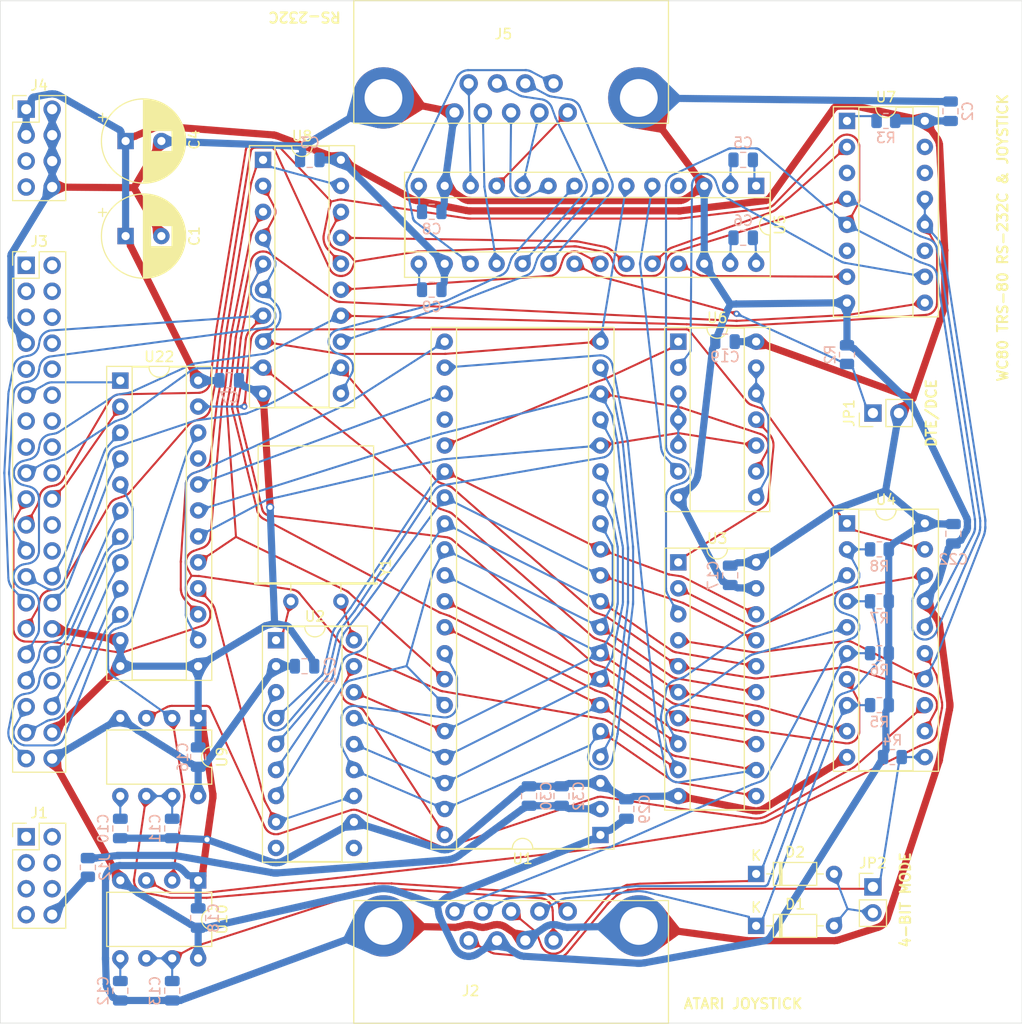
<source format=kicad_pcb>
(kicad_pcb (version 20171130) (host pcbnew "(5.1.9)-1")
  (layers (0 F.Cu signal) (31 B.Cu signal) (34 B.Paste user) (35 F.Paste user) (36 B.SilkS user) (37 F.SilkS user) (38 B.Mask user) (39 F.Mask user) (44 Edge.Cuts user))
  (net 0 "")
  (net 1 +5V)
  (net 2 GND)
  (net 3 ~F_OUT~)
  (net 4 "Net-(C5-Pad2)")
  (net 5 "Net-(C5-Pad1)")
  (net 6 "Net-(C6-Pad2)")
  (net 7 "Net-(C6-Pad1)")
  (net 8 "Net-(C8-Pad1)")
  (net 9 "Net-(C9-Pad1)")
  (net 10 -12V)
  (net 11 "Net-(J1-Pad8)")
  (net 12 F_D2)
  (net 13 F_D0)
  (net 14 F_D5)
  (net 15 F_D3)
  (net 16 F_D6)
  (net 17 F_D1)
  (net 18 F_D7)
  (net 19 F_D4)
  (net 20 "Net-(JP1-Pad1)")
  (net 21 "Net-(R3-Pad1)")
  (net 22 D0)
  (net 23 D1)
  (net 24 D2)
  (net 25 D3)
  (net 26 FT)
  (net 27 RXD)
  (net 28 D7)
  (net 29 D6)
  (net 30 ~EB-in~)
  (net 31 D5)
  (net 32 FR)
  (net 33 D4)
  (net 34 ~EA-in~)
  (net 35 EA-out)
  (net 36 "Net-(U1-Pad25)")
  (net 37 "Net-(U2-Pad18)")
  (net 38 BRG)
  (net 39 "Net-(U2-Pad1)")
  (net 40 RI-H)
  (net 41 RTS)
  (net 42 DCD-H)
  (net 43 DTR)
  (net 44 RXD-H)
  (net 45 CTS)
  (net 46 TXD-H)
  (net 47 DSR)
  (net 48 RI)
  (net 49 DCD)
  (net 50 RTS-H)
  (net 51 CTS-H)
  (net 52 TXD)
  (net 53 DTR-H)
  (net 54 DSR-H)
  (net 55 "Net-(U3-Pad1)")
  (net 56 "Net-(U6-Pad12)")
  (net 57 "Net-(U6-Pad3)")
  (net 58 "Net-(U6-Pad2)")
  (net 59 ~E8-in~)
  (net 60 "Net-(C10-Pad1)")
  (net 61 "Net-(C11-Pad1)")
  (net 62 "Net-(C12-Pad1)")
  (net 63 "Net-(C13-Pad1)")
  (net 64 "Net-(D1-Pad2)")
  (net 65 "Net-(D1-Pad1)")
  (net 66 "Net-(D2-Pad1)")
  (net 67 "Net-(J2-Pad2)")
  (net 68 "Net-(J2-Pad1)")
  (net 69 "Net-(J2-Pad6)")
  (net 70 F_A2)
  (net 71 F_A6)
  (net 72 F_A5)
  (net 73 F_A7)
  (net 74 F_A3)
  (net 75 F_A4)
  (net 76 F_A1)
  (net 77 F_A0)
  (net 78 ~F_IN~)
  (net 79 ~EB-out~)
  (net 80 E8-out)
  (net 81 JSTK)
  (net 82 "Net-(U10-Pad3)")
  (net 83 "Net-(U4-Pad13)")
  (net 84 ~PADTRG~)
  (module Resistor_SMD:R_0805_2012Metric (layer B.Cu) (at 28.575 104.775 90)
    (fp_text reference J12 (at 0 1.65 90) (layer B.SilkS) (effects (justify mirror)))
    (fp_text value "0 (optional)")
    (pad 2 smd roundrect (at 0.9125 0 90) (size 1.025 1.4) (layers B.Cu B.Paste B.Mask) (roundrect_rratio 0.243902) (net 10 -12V))
    (pad 1 smd roundrect (at -0.9125 0 90) (size 1.025 1.4) (layers B.Cu B.Paste B.Mask) (roundrect_rratio 0.243902) (net 11 "Net-(J1-Pad8)"))
  )
  (module Package_DIP:DIP-8_W7.62mm (layer F.Cu) (at 39.37 106.045 270)
    (fp_text reference U10 (at 3.81 -2.33 90) (layer F.SilkS))
    (fp_text value LM555xN)
    (pad 8 thru_hole oval (at 7.62 0 270) (size 1.6 1.6) (drill 0.8) (layers *.Cu *.Mask) (net 1 +5V))
    (pad 4 thru_hole oval (at 0 7.62 270) (size 1.6 1.6) (drill 0.8) (layers *.Cu *.Mask) (net 1 +5V))
    (pad 7 thru_hole oval (at 7.62 2.54 270) (size 1.6 1.6) (drill 0.8) (layers *.Cu *.Mask) (net 63 "Net-(C13-Pad1)"))
    (pad 3 thru_hole oval (at 0 5.08 270) (size 1.6 1.6) (drill 0.8) (layers *.Cu *.Mask) (net 82 "Net-(U10-Pad3)"))
    (pad 6 thru_hole oval (at 7.62 5.08 270) (size 1.6 1.6) (drill 0.8) (layers *.Cu *.Mask) (net 63 "Net-(C13-Pad1)"))
    (pad 2 thru_hole oval (at 0 2.54 270) (size 1.6 1.6) (drill 0.8) (layers *.Cu *.Mask) (net 84 ~PADTRG~))
    (pad 5 thru_hole oval (at 7.62 7.62 270) (size 1.6 1.6) (drill 0.8) (layers *.Cu *.Mask) (net 62 "Net-(C12-Pad1)"))
    (pad 1 thru_hole rect (at 0 0 270) (size 1.6 1.6) (drill 0.8) (layers *.Cu *.Mask) (net 2 GND))
  )
  (module Package_DIP:DIP-8_W7.62mm (layer F.Cu) (at 39.37 90.17 270)
    (fp_text reference U9 (at 3.81 -2.33 90) (layer F.SilkS))
    (fp_text value LM555xN)
    (pad 8 thru_hole oval (at 7.62 0 270) (size 1.6 1.6) (drill 0.8) (layers *.Cu *.Mask) (net 1 +5V))
    (pad 4 thru_hole oval (at 0 7.62 270) (size 1.6 1.6) (drill 0.8) (layers *.Cu *.Mask) (net 1 +5V))
    (pad 7 thru_hole oval (at 7.62 2.54 270) (size 1.6 1.6) (drill 0.8) (layers *.Cu *.Mask) (net 61 "Net-(C11-Pad1)"))
    (pad 3 thru_hole oval (at 0 5.08 270) (size 1.6 1.6) (drill 0.8) (layers *.Cu *.Mask) (net 83 "Net-(U4-Pad13)"))
    (pad 6 thru_hole oval (at 7.62 5.08 270) (size 1.6 1.6) (drill 0.8) (layers *.Cu *.Mask) (net 61 "Net-(C11-Pad1)"))
    (pad 2 thru_hole oval (at 0 2.54 270) (size 1.6 1.6) (drill 0.8) (layers *.Cu *.Mask) (net 84 ~PADTRG~))
    (pad 5 thru_hole oval (at 7.62 7.62 270) (size 1.6 1.6) (drill 0.8) (layers *.Cu *.Mask) (net 60 "Net-(C10-Pad1)"))
    (pad 1 thru_hole rect (at 0 0 270) (size 1.6 1.6) (drill 0.8) (layers *.Cu *.Mask) (net 2 GND))
  )
  (module Package_DIP:DIP-20_W7.62mm_Socket (layer F.Cu) (at 102.87 71.12)
    (fp_text reference U4 (at 3.81 -2.33) (layer F.SilkS))
    (fp_text value 74LS244)
    (pad 20 thru_hole oval (at 7.62 0) (size 1.6 1.6) (drill 0.8) (layers *.Cu *.Mask) (net 1 +5V))
    (pad 10 thru_hole oval (at 0 22.86) (size 1.6 1.6) (drill 0.8) (layers *.Cu *.Mask) (net 2 GND))
    (pad 19 thru_hole oval (at 7.62 2.54) (size 1.6 1.6) (drill 0.8) (layers *.Cu *.Mask) (net 81 JSTK))
    (pad 9 thru_hole oval (at 0 20.32) (size 1.6 1.6) (drill 0.8) (layers *.Cu *.Mask) (net 19 F_D4))
    (pad 18 thru_hole oval (at 7.62 5.08) (size 1.6 1.6) (drill 0.8) (layers *.Cu *.Mask) (net 13 F_D0))
    (pad 8 thru_hole oval (at 0 17.78) (size 1.6 1.6) (drill 0.8) (layers *.Cu *.Mask) (net 65 "Net-(D1-Pad1)"))
    (pad 17 thru_hole oval (at 7.62 7.62) (size 1.6 1.6) (drill 0.8) (layers *.Cu *.Mask) (net 2 GND))
    (pad 7 thru_hole oval (at 0 15.24) (size 1.6 1.6) (drill 0.8) (layers *.Cu *.Mask) (net 14 F_D5))
    (pad 16 thru_hole oval (at 7.62 10.16) (size 1.6 1.6) (drill 0.8) (layers *.Cu *.Mask) (net 17 F_D1))
    (pad 6 thru_hole oval (at 0 12.7) (size 1.6 1.6) (drill 0.8) (layers *.Cu *.Mask) (net 66 "Net-(D2-Pad1)"))
    (pad 15 thru_hole oval (at 7.62 12.7) (size 1.6 1.6) (drill 0.8) (layers *.Cu *.Mask) (net 82 "Net-(U10-Pad3)"))
    (pad 5 thru_hole oval (at 0 10.16) (size 1.6 1.6) (drill 0.8) (layers *.Cu *.Mask) (net 16 F_D6))
    (pad 14 thru_hole oval (at 7.62 15.24) (size 1.6 1.6) (drill 0.8) (layers *.Cu *.Mask) (net 12 F_D2))
    (pad 4 thru_hole oval (at 0 7.62) (size 1.6 1.6) (drill 0.8) (layers *.Cu *.Mask) (net 67 "Net-(J2-Pad2)"))
    (pad 13 thru_hole oval (at 7.62 17.78) (size 1.6 1.6) (drill 0.8) (layers *.Cu *.Mask) (net 83 "Net-(U4-Pad13)"))
    (pad 3 thru_hole oval (at 0 5.08) (size 1.6 1.6) (drill 0.8) (layers *.Cu *.Mask) (net 18 F_D7))
    (pad 12 thru_hole oval (at 7.62 20.32) (size 1.6 1.6) (drill 0.8) (layers *.Cu *.Mask) (net 15 F_D3))
    (pad 2 thru_hole oval (at 0 2.54) (size 1.6 1.6) (drill 0.8) (layers *.Cu *.Mask) (net 68 "Net-(J2-Pad1)"))
    (pad 11 thru_hole oval (at 7.62 22.86) (size 1.6 1.6) (drill 0.8) (layers *.Cu *.Mask) (net 69 "Net-(J2-Pad6)"))
    (pad 1 thru_hole rect (at 0 0) (size 1.6 1.6) (drill 0.8) (layers *.Cu *.Mask) (net 81 JSTK))
  )
  (module Resistor_SMD:R_0805_2012Metric (layer B.Cu) (at 106.045 73.66)
    (fp_text reference R8 (at 0 1.65) (layer B.SilkS) (effects (justify mirror)))
    (fp_text value 10K)
    (pad 2 smd roundrect (at 0.9125 0) (size 1.025 1.4) (layers B.Cu B.Paste B.Mask) (roundrect_rratio 0.243902) (net 1 +5V))
    (pad 1 smd roundrect (at -0.9125 0) (size 1.025 1.4) (layers B.Cu B.Paste B.Mask) (roundrect_rratio 0.243902) (net 68 "Net-(J2-Pad1)"))
  )
  (module Resistor_SMD:R_0805_2012Metric (layer B.Cu) (at 106.045 78.74)
    (fp_text reference R7 (at 0 1.65) (layer B.SilkS) (effects (justify mirror)))
    (fp_text value 10K)
    (pad 2 smd roundrect (at 0.9125 0) (size 1.025 1.4) (layers B.Cu B.Paste B.Mask) (roundrect_rratio 0.243902) (net 1 +5V))
    (pad 1 smd roundrect (at -0.9125 0) (size 1.025 1.4) (layers B.Cu B.Paste B.Mask) (roundrect_rratio 0.243902) (net 67 "Net-(J2-Pad2)"))
  )
  (module Resistor_SMD:R_0805_2012Metric (layer B.Cu) (at 106.045 83.82)
    (fp_text reference R6 (at 0 1.65) (layer B.SilkS) (effects (justify mirror)))
    (fp_text value 10K)
    (pad 2 smd roundrect (at 0.9125 0) (size 1.025 1.4) (layers B.Cu B.Paste B.Mask) (roundrect_rratio 0.243902) (net 1 +5V))
    (pad 1 smd roundrect (at -0.9125 0) (size 1.025 1.4) (layers B.Cu B.Paste B.Mask) (roundrect_rratio 0.243902) (net 66 "Net-(D2-Pad1)"))
  )
  (module Resistor_SMD:R_0805_2012Metric (layer B.Cu) (at 106.045 88.9)
    (fp_text reference R5 (at 0 1.65) (layer B.SilkS) (effects (justify mirror)))
    (fp_text value 10K)
    (pad 2 smd roundrect (at 0.9125 0) (size 1.025 1.4) (layers B.Cu B.Paste B.Mask) (roundrect_rratio 0.243902) (net 1 +5V))
    (pad 1 smd roundrect (at -0.9125 0) (size 1.025 1.4) (layers B.Cu B.Paste B.Mask) (roundrect_rratio 0.243902) (net 65 "Net-(D1-Pad1)"))
  )
  (module Resistor_SMD:R_0805_2012Metric (layer B.Cu) (at 107.315 93.98 180)
    (fp_text reference R4 (at 0 1.65) (layer B.SilkS) (effects (justify mirror)))
    (fp_text value 10K)
    (pad 2 smd roundrect (at 0.9125 0 180) (size 1.025 1.4) (layers B.Cu B.Paste B.Mask) (roundrect_rratio 0.243902) (net 1 +5V))
    (pad 1 smd roundrect (at -0.9125 0 180) (size 1.025 1.4) (layers B.Cu B.Paste B.Mask) (roundrect_rratio 0.243902) (net 69 "Net-(J2-Pad6)"))
  )
  (module Connector_PinHeader_2.54mm:PinHeader_1x02_P2.54mm_Vertical (layer F.Cu) (at 105.41 106.68)
    (fp_text reference JP2 (at 0 -2.33) (layer F.SilkS))
    (fp_text value 4BIT)
    (pad 2 thru_hole oval (at 0 2.54) (size 1.7 1.7) (drill 1) (layers *.Cu *.Mask) (net 64 "Net-(D1-Pad2)"))
    (pad 1 thru_hole rect (at 0 0) (size 1.7 1.7) (drill 1) (layers *.Cu *.Mask) (net 69 "Net-(J2-Pad6)"))
  )
  (module wilson-z80:DS1037-09MNAKT74-0CC (layer F.Cu) (at 70 110.5)
    (fp_text reference J2 (at -3.96 6.35) (layer F.SilkS))
    (fp_text value JOYSTICK)
    (pad 7 thru_hole circle (at -1.385 1.42) (size 1.8 1.8) (drill 1) (layers *.Cu *.Mask) (net 1 +5V))
    (pad 5 thru_hole circle (at 5.54 -1.42) (size 1.8 1.8) (drill 1) (layers *.Cu *.Mask) (net 61 "Net-(C11-Pad1)"))
    (pad 9 thru_hole circle (at 4.155 1.42) (size 1.8 1.8) (drill 1) (layers *.Cu *.Mask) (net 63 "Net-(C13-Pad1)"))
    (pad 2 thru_hole circle (at -2.77 -1.42) (size 1.8 1.8) (drill 1) (layers *.Cu *.Mask) (net 67 "Net-(J2-Pad2)"))
    (pad 4 thru_hole circle (at 2.77 -1.42) (size 1.8 1.8) (drill 1) (layers *.Cu *.Mask) (net 65 "Net-(D1-Pad1)"))
    (pad 1 thru_hole circle (at -5.54 -1.42) (size 1.8 1.8) (drill 1) (layers *.Cu *.Mask) (net 68 "Net-(J2-Pad1)"))
    (pad 8 thru_hole circle (at 1.385 1.42) (size 1.8 1.8) (drill 1) (layers *.Cu *.Mask) (net 2 GND))
    (pad 6 thru_hole circle (at -4.155 1.42) (size 1.8 1.8) (drill 1) (layers *.Cu *.Mask) (net 69 "Net-(J2-Pad6)"))
    (pad 3 thru_hole circle (at 0 -1.42) (size 1.8 1.8) (drill 1) (layers *.Cu *.Mask) (net 66 "Net-(D2-Pad1)"))
    (pad 0 thru_hole circle (at -12.495 0) (size 6 6) (drill 3.7) (layers *.Cu *.Mask) (net 2 GND))
    (pad 0 thru_hole circle (at 12.495 0) (size 6 6) (drill 3.7) (layers *.Cu *.Mask) (net 2 GND))
  )
  (module Diode_THT:D_DO-35_SOD27_P7.62mm_Horizontal (layer F.Cu) (at 93.98 105.41)
    (fp_text reference D2 (at 3.81 -2.12) (layer F.SilkS))
    (fp_text value 1N4148)
    (fp_text user K (at 0 -1.8) (layer F.SilkS))
    (pad 2 thru_hole oval (at 7.62 0) (size 1.6 1.6) (drill 0.8) (layers *.Cu *.Mask) (net 64 "Net-(D1-Pad2)"))
    (pad 1 thru_hole rect (at 0 0) (size 1.6 1.6) (drill 0.8) (layers *.Cu *.Mask) (net 66 "Net-(D2-Pad1)"))
  )
  (module Diode_THT:D_DO-35_SOD27_P7.62mm_Horizontal (layer F.Cu) (at 93.98 110.49)
    (fp_text reference D1 (at 3.81 -2.12) (layer F.SilkS))
    (fp_text value 1N4148)
    (fp_text user K (at 0 -1.8) (layer F.SilkS))
    (pad 2 thru_hole oval (at 7.62 0) (size 1.6 1.6) (drill 0.8) (layers *.Cu *.Mask) (net 64 "Net-(D1-Pad2)"))
    (pad 1 thru_hole rect (at 0 0) (size 1.6 1.6) (drill 0.8) (layers *.Cu *.Mask) (net 65 "Net-(D1-Pad1)"))
  )
  (module Capacitor_SMD:C_0805_2012Metric (layer B.Cu) (at 36.83 116.84 270)
    (fp_text reference C13 (at 0 1.68 90) (layer B.SilkS) (effects (justify mirror)))
    (fp_text value 10n)
    (pad 2 smd roundrect (at 0.95 0 270) (size 1 1.45) (layers B.Cu B.Paste B.Mask) (net 2 GND))
    (pad 1 smd roundrect (at -0.95 0 270) (size 1 1.45) (layers B.Cu B.Paste B.Mask) (net 63 "Net-(C13-Pad1)"))
  )
  (module Capacitor_SMD:C_0805_2012Metric (layer B.Cu) (at 31.75 116.84 270)
    (fp_text reference C12 (at 0 1.68 90) (layer B.SilkS) (effects (justify mirror)))
    (fp_text value 10n)
    (pad 2 smd roundrect (at 0.95 0 270) (size 1 1.45) (layers B.Cu B.Paste B.Mask) (net 2 GND))
    (pad 1 smd roundrect (at -0.95 0 270) (size 1 1.45) (layers B.Cu B.Paste B.Mask) (net 62 "Net-(C12-Pad1)"))
  )
  (module Capacitor_SMD:C_0805_2012Metric (layer B.Cu) (at 36.83 100.965 270)
    (fp_text reference C11 (at 0 1.68 90) (layer B.SilkS) (effects (justify mirror)))
    (fp_text value 10n)
    (pad 2 smd roundrect (at 0.95 0 270) (size 1 1.45) (layers B.Cu B.Paste B.Mask) (net 2 GND))
    (pad 1 smd roundrect (at -0.95 0 270) (size 1 1.45) (layers B.Cu B.Paste B.Mask) (net 61 "Net-(C11-Pad1)"))
  )
  (module Capacitor_SMD:C_0805_2012Metric (layer B.Cu) (at 31.75 100.965 270)
    (fp_text reference C10 (at 0 1.68 90) (layer B.SilkS) (effects (justify mirror)))
    (fp_text value 10n)
    (pad 2 smd roundrect (at 0.95 0 270) (size 1 1.45) (layers B.Cu B.Paste B.Mask) (net 2 GND))
    (pad 1 smd roundrect (at -0.95 0 270) (size 1 1.45) (layers B.Cu B.Paste B.Mask) (net 60 "Net-(C10-Pad1)"))
  )
  (module Connector_PinHeader_2.54mm:PinHeader_1x02_P2.54mm_Vertical (layer F.Cu) (at 105.41 60.325 90)
    (fp_text reference JP1 (at 0 -2.33 90) (layer F.SilkS))
    (fp_text value DCE)
    (pad 2 thru_hole oval (at 0 2.54 90) (size 1.7 1.7) (drill 1) (layers *.Cu *.Mask) (net 1 +5V))
    (pad 1 thru_hole rect (at 0 0 90) (size 1.7 1.7) (drill 1) (layers *.Cu *.Mask) (net 20 "Net-(JP1-Pad1)"))
  )
  (module Package_DIP:DIP-20_W7.62mm_Socket (layer F.Cu) (at 45.72 35.56)
    (fp_text reference U8 (at 3.81 -2.33) (layer F.SilkS))
    (fp_text value 74LS244)
    (pad 20 thru_hole oval (at 7.62 0) (size 1.6 1.6) (drill 0.8) (layers *.Cu *.Mask) (net 1 +5V))
    (pad 10 thru_hole oval (at 0 22.86) (size 1.6 1.6) (drill 0.8) (layers *.Cu *.Mask) (net 2 GND))
    (pad 19 thru_hole oval (at 7.62 2.54) (size 1.6 1.6) (drill 0.8) (layers *.Cu *.Mask) (net 59 ~E8-in~))
    (pad 9 thru_hole oval (at 0 20.32) (size 1.6 1.6) (drill 0.8) (layers *.Cu *.Mask) (net 19 F_D4))
    (pad 18 thru_hole oval (at 7.62 5.08) (size 1.6 1.6) (drill 0.8) (layers *.Cu *.Mask) (net 13 F_D0))
    (pad 8 thru_hole oval (at 0 17.78) (size 1.6 1.6) (drill 0.8) (layers *.Cu *.Mask) (net 27 RXD))
    (pad 17 thru_hole oval (at 7.62 7.62) (size 1.6 1.6) (drill 0.8) (layers *.Cu *.Mask) (net 45 CTS))
    (pad 7 thru_hole oval (at 0 15.24) (size 1.6 1.6) (drill 0.8) (layers *.Cu *.Mask) (net 14 F_D5))
    (pad 16 thru_hole oval (at 7.62 10.16) (size 1.6 1.6) (drill 0.8) (layers *.Cu *.Mask) (net 17 F_D1))
    (pad 6 thru_hole oval (at 0 12.7) (size 1.6 1.6) (drill 0.8) (layers *.Cu *.Mask) (net 27 RXD))
    (pad 15 thru_hole oval (at 7.62 12.7) (size 1.6 1.6) (drill 0.8) (layers *.Cu *.Mask) (net 47 DSR))
    (pad 5 thru_hole oval (at 0 10.16) (size 1.6 1.6) (drill 0.8) (layers *.Cu *.Mask) (net 16 F_D6))
    (pad 14 thru_hole oval (at 7.62 15.24) (size 1.6 1.6) (drill 0.8) (layers *.Cu *.Mask) (net 12 F_D2))
    (pad 4 thru_hole oval (at 0 7.62) (size 1.6 1.6) (drill 0.8) (layers *.Cu *.Mask) (net 27 RXD))
    (pad 13 thru_hole oval (at 7.62 17.78) (size 1.6 1.6) (drill 0.8) (layers *.Cu *.Mask) (net 49 DCD))
    (pad 3 thru_hole oval (at 0 5.08) (size 1.6 1.6) (drill 0.8) (layers *.Cu *.Mask) (net 18 F_D7))
    (pad 12 thru_hole oval (at 7.62 20.32) (size 1.6 1.6) (drill 0.8) (layers *.Cu *.Mask) (net 15 F_D3))
    (pad 2 thru_hole oval (at 0 2.54) (size 1.6 1.6) (drill 0.8) (layers *.Cu *.Mask) (net 27 RXD))
    (pad 11 thru_hole oval (at 7.62 22.86) (size 1.6 1.6) (drill 0.8) (layers *.Cu *.Mask) (net 48 RI))
    (pad 1 thru_hole rect (at 0 0) (size 1.6 1.6) (drill 0.8) (layers *.Cu *.Mask) (net 59 ~E8-in~))
  )
  (module Package_DIP:DIP-16_W7.62mm_Socket (layer F.Cu) (at 102.87 31.75)
    (fp_text reference U7 (at 3.81 -2.33) (layer F.SilkS))
    (fp_text value 74LS175)
    (pad 16 thru_hole oval (at 7.62 0) (size 1.6 1.6) (drill 0.8) (layers *.Cu *.Mask) (net 1 +5V))
    (pad 8 thru_hole oval (at 0 17.78) (size 1.6 1.6) (drill 0.8) (layers *.Cu *.Mask) (net 2 GND))
    (pad 15 thru_hole oval (at 7.62 2.54) (size 1.6 1.6) (drill 0.8) (layers *.Cu *.Mask))
    (pad 7 thru_hole oval (at 0 15.24) (size 1.6 1.6) (drill 0.8) (layers *.Cu *.Mask) (net 41 RTS))
    (pad 14 thru_hole oval (at 7.62 5.08) (size 1.6 1.6) (drill 0.8) (layers *.Cu *.Mask))
    (pad 6 thru_hole oval (at 0 12.7) (size 1.6 1.6) (drill 0.8) (layers *.Cu *.Mask))
    (pad 13 thru_hole oval (at 7.62 7.62) (size 1.6 1.6) (drill 0.8) (layers *.Cu *.Mask) (net 12 F_D2))
    (pad 5 thru_hole oval (at 0 10.16) (size 1.6 1.6) (drill 0.8) (layers *.Cu *.Mask) (net 17 F_D1))
    (pad 12 thru_hole oval (at 7.62 10.16) (size 1.6 1.6) (drill 0.8) (layers *.Cu *.Mask) (net 12 F_D2))
    (pad 4 thru_hole oval (at 0 7.62) (size 1.6 1.6) (drill 0.8) (layers *.Cu *.Mask) (net 13 F_D0))
    (pad 11 thru_hole oval (at 7.62 12.7) (size 1.6 1.6) (drill 0.8) (layers *.Cu *.Mask))
    (pad 3 thru_hole oval (at 0 5.08) (size 1.6 1.6) (drill 0.8) (layers *.Cu *.Mask))
    (pad 10 thru_hole oval (at 7.62 15.24) (size 1.6 1.6) (drill 0.8) (layers *.Cu *.Mask) (net 58 "Net-(U6-Pad2)"))
    (pad 2 thru_hole oval (at 0 2.54) (size 1.6 1.6) (drill 0.8) (layers *.Cu *.Mask) (net 43 DTR))
    (pad 9 thru_hole oval (at 7.62 17.78) (size 1.6 1.6) (drill 0.8) (layers *.Cu *.Mask) (net 35 EA-out))
    (pad 1 thru_hole rect (at 0 0) (size 1.6 1.6) (drill 0.8) (layers *.Cu *.Mask) (net 21 "Net-(R3-Pad1)"))
  )
  (module Package_DIP:DIP-14_W7.62mm_Socket (layer F.Cu) (at 86.36 53.34)
    (fp_text reference U6 (at 3.81 -2.33) (layer F.SilkS))
    (fp_text value 74LS00)
    (pad 14 thru_hole oval (at 7.62 0) (size 1.6 1.6) (drill 0.8) (layers *.Cu *.Mask) (net 1 +5V))
    (pad 7 thru_hole oval (at 0 15.24) (size 1.6 1.6) (drill 0.8) (layers *.Cu *.Mask) (net 2 GND))
    (pad 13 thru_hole oval (at 7.62 2.54) (size 1.6 1.6) (drill 0.8) (layers *.Cu *.Mask) (net 56 "Net-(U6-Pad12)"))
    (pad 6 thru_hole oval (at 0 12.7) (size 1.6 1.6) (drill 0.8) (layers *.Cu *.Mask) (net 52 TXD))
    (pad 12 thru_hole oval (at 7.62 5.08) (size 1.6 1.6) (drill 0.8) (layers *.Cu *.Mask) (net 56 "Net-(U6-Pad12)"))
    (pad 5 thru_hole oval (at 0 10.16) (size 1.6 1.6) (drill 0.8) (layers *.Cu *.Mask) (net 57 "Net-(U6-Pad3)"))
    (pad 11 thru_hole oval (at 7.62 7.62) (size 1.6 1.6) (drill 0.8) (layers *.Cu *.Mask) (net 55 "Net-(U3-Pad1)"))
    (pad 4 thru_hole oval (at 0 7.62) (size 1.6 1.6) (drill 0.8) (layers *.Cu *.Mask) (net 57 "Net-(U6-Pad3)"))
    (pad 10 thru_hole oval (at 7.62 10.16) (size 1.6 1.6) (drill 0.8) (layers *.Cu *.Mask) (net 34 ~EA-in~))
    (pad 3 thru_hole oval (at 0 5.08) (size 1.6 1.6) (drill 0.8) (layers *.Cu *.Mask) (net 57 "Net-(U6-Pad3)"))
    (pad 9 thru_hole oval (at 7.62 12.7) (size 1.6 1.6) (drill 0.8) (layers *.Cu *.Mask) (net 30 ~EB-in~))
    (pad 2 thru_hole oval (at 0 2.54) (size 1.6 1.6) (drill 0.8) (layers *.Cu *.Mask) (net 58 "Net-(U6-Pad2)"))
    (pad 8 thru_hole oval (at 7.62 15.24) (size 1.6 1.6) (drill 0.8) (layers *.Cu *.Mask) (net 56 "Net-(U6-Pad12)"))
    (pad 1 thru_hole rect (at 0 0) (size 1.6 1.6) (drill 0.8) (layers *.Cu *.Mask) (net 36 "Net-(U1-Pad25)"))
  )
  (module Package_DIP:DIP-20_W7.62mm_Socket (layer F.Cu) (at 86.36 74.93)
    (fp_text reference U3 (at 3.81 -2.33) (layer F.SilkS))
    (fp_text value 74LS245)
    (pad 20 thru_hole oval (at 7.62 0) (size 1.6 1.6) (drill 0.8) (layers *.Cu *.Mask) (net 1 +5V))
    (pad 10 thru_hole oval (at 0 22.86) (size 1.6 1.6) (drill 0.8) (layers *.Cu *.Mask) (net 2 GND))
    (pad 19 thru_hole oval (at 7.62 2.54) (size 1.6 1.6) (drill 0.8) (layers *.Cu *.Mask) (net 2 GND))
    (pad 9 thru_hole oval (at 0 20.32) (size 1.6 1.6) (drill 0.8) (layers *.Cu *.Mask) (net 18 F_D7))
    (pad 18 thru_hole oval (at 7.62 5.08) (size 1.6 1.6) (drill 0.8) (layers *.Cu *.Mask) (net 22 D0))
    (pad 8 thru_hole oval (at 0 17.78) (size 1.6 1.6) (drill 0.8) (layers *.Cu *.Mask) (net 16 F_D6))
    (pad 17 thru_hole oval (at 7.62 7.62) (size 1.6 1.6) (drill 0.8) (layers *.Cu *.Mask) (net 23 D1))
    (pad 7 thru_hole oval (at 0 15.24) (size 1.6 1.6) (drill 0.8) (layers *.Cu *.Mask) (net 14 F_D5))
    (pad 16 thru_hole oval (at 7.62 10.16) (size 1.6 1.6) (drill 0.8) (layers *.Cu *.Mask) (net 24 D2))
    (pad 6 thru_hole oval (at 0 12.7) (size 1.6 1.6) (drill 0.8) (layers *.Cu *.Mask) (net 19 F_D4))
    (pad 15 thru_hole oval (at 7.62 12.7) (size 1.6 1.6) (drill 0.8) (layers *.Cu *.Mask) (net 25 D3))
    (pad 5 thru_hole oval (at 0 10.16) (size 1.6 1.6) (drill 0.8) (layers *.Cu *.Mask) (net 15 F_D3))
    (pad 14 thru_hole oval (at 7.62 15.24) (size 1.6 1.6) (drill 0.8) (layers *.Cu *.Mask) (net 33 D4))
    (pad 4 thru_hole oval (at 0 7.62) (size 1.6 1.6) (drill 0.8) (layers *.Cu *.Mask) (net 12 F_D2))
    (pad 13 thru_hole oval (at 7.62 17.78) (size 1.6 1.6) (drill 0.8) (layers *.Cu *.Mask) (net 31 D5))
    (pad 3 thru_hole oval (at 0 5.08) (size 1.6 1.6) (drill 0.8) (layers *.Cu *.Mask) (net 17 F_D1))
    (pad 12 thru_hole oval (at 7.62 20.32) (size 1.6 1.6) (drill 0.8) (layers *.Cu *.Mask) (net 29 D6))
    (pad 2 thru_hole oval (at 0 2.54) (size 1.6 1.6) (drill 0.8) (layers *.Cu *.Mask) (net 13 F_D0))
    (pad 11 thru_hole oval (at 7.62 22.86) (size 1.6 1.6) (drill 0.8) (layers *.Cu *.Mask) (net 28 D7))
    (pad 1 thru_hole rect (at 0 0) (size 1.6 1.6) (drill 0.8) (layers *.Cu *.Mask) (net 55 "Net-(U3-Pad1)"))
  )
  (module wilson-z80:DS1037-09MNAKT74-0CC (layer F.Cu) (at 70 29.5 180)
    (fp_text reference J5 (at 0.75 6.25) (layer F.SilkS))
    (fp_text value RS-232C)
    (pad 7 thru_hole circle (at -1.385 1.42 180) (size 1.8 1.8) (drill 1) (layers *.Cu *.Mask) (net 50 RTS-H))
    (pad 5 thru_hole circle (at 5.54 -1.42 180) (size 1.8 1.8) (drill 1) (layers *.Cu *.Mask) (net 2 GND))
    (pad 9 thru_hole circle (at 4.155 1.42 180) (size 1.8 1.8) (drill 1) (layers *.Cu *.Mask) (net 40 RI-H))
    (pad 2 thru_hole circle (at -2.77 -1.42 180) (size 1.8 1.8) (drill 1) (layers *.Cu *.Mask) (net 44 RXD-H))
    (pad 4 thru_hole circle (at 2.77 -1.42 180) (size 1.8 1.8) (drill 1) (layers *.Cu *.Mask) (net 53 DTR-H))
    (pad 1 thru_hole circle (at -5.54 -1.42 180) (size 1.8 1.8) (drill 1) (layers *.Cu *.Mask) (net 42 DCD-H))
    (pad 8 thru_hole circle (at 1.385 1.42 180) (size 1.8 1.8) (drill 1) (layers *.Cu *.Mask) (net 51 CTS-H))
    (pad 6 thru_hole circle (at -4.155 1.42 180) (size 1.8 1.8) (drill 1) (layers *.Cu *.Mask) (net 54 DSR-H))
    (pad 3 thru_hole circle (at 0 -1.42 180) (size 1.8 1.8) (drill 1) (layers *.Cu *.Mask) (net 46 TXD-H))
    (pad 0 thru_hole circle (at -12.495 0 180) (size 6 6) (drill 3.7) (layers *.Cu *.Mask) (net 2 GND))
    (pad 0 thru_hole circle (at 12.495 0 180) (size 6 6) (drill 3.7) (layers *.Cu *.Mask) (net 2 GND))
  )
  (module Crystal:Crystal_HC49-U_Horizontal (layer F.Cu) (at 53.34 78.74 180)
    (fp_text reference Y1 (at -4.375 3.3125 90) (layer F.SilkS))
    (fp_text value "5.0688 mHz")
    (pad 2 thru_hole circle (at 4.9 0 180) (size 1.5 1.5) (drill 0.8) (layers *.Cu *.Mask) (net 39 "Net-(U2-Pad1)"))
    (pad 1 thru_hole circle (at 0 0 180) (size 1.5 1.5) (drill 0.8) (layers *.Cu *.Mask) (net 37 "Net-(U2-Pad18)"))
  )
  (module Package_DIP:DIP-28_W7.62mm_Socket (layer F.Cu) (at 93.98 38.1 270)
    (fp_text reference U5 (at 3.81 -2.33 90) (layer F.SilkS))
    (fp_text value MAX214)
    (pad 28 thru_hole oval (at 7.62 0 270) (size 1.6 1.6) (drill 0.8) (layers *.Cu *.Mask) (net 7 "Net-(C6-Pad1)"))
    (pad 14 thru_hole oval (at 0 33.02 270) (size 1.6 1.6) (drill 0.8) (layers *.Cu *.Mask) (net 8 "Net-(C8-Pad1)"))
    (pad 27 thru_hole oval (at 7.62 2.54 270) (size 1.6 1.6) (drill 0.8) (layers *.Cu *.Mask) (net 6 "Net-(C6-Pad2)"))
    (pad 13 thru_hole oval (at 0 30.48 270) (size 1.6 1.6) (drill 0.8) (layers *.Cu *.Mask) (net 2 GND))
    (pad 26 thru_hole oval (at 7.62 5.08 270) (size 1.6 1.6) (drill 0.8) (layers *.Cu *.Mask) (net 2 GND))
    (pad 12 thru_hole oval (at 0 27.94 270) (size 1.6 1.6) (drill 0.8) (layers *.Cu *.Mask) (net 40 RI-H))
    (pad 25 thru_hole oval (at 7.62 7.62 270) (size 1.6 1.6) (drill 0.8) (layers *.Cu *.Mask) (net 41 RTS))
    (pad 11 thru_hole oval (at 0 25.4 270) (size 1.6 1.6) (drill 0.8) (layers *.Cu *.Mask) (net 42 DCD-H))
    (pad 24 thru_hole oval (at 7.62 10.16 270) (size 1.6 1.6) (drill 0.8) (layers *.Cu *.Mask) (net 43 DTR))
    (pad 10 thru_hole oval (at 0 22.86 270) (size 1.6 1.6) (drill 0.8) (layers *.Cu *.Mask) (net 44 RXD-H))
    (pad 23 thru_hole oval (at 7.62 12.7 270) (size 1.6 1.6) (drill 0.8) (layers *.Cu *.Mask) (net 45 CTS))
    (pad 9 thru_hole oval (at 0 20.32 270) (size 1.6 1.6) (drill 0.8) (layers *.Cu *.Mask) (net 46 TXD-H))
    (pad 22 thru_hole oval (at 7.62 15.24 270) (size 1.6 1.6) (drill 0.8) (layers *.Cu *.Mask) (net 47 DSR))
    (pad 8 thru_hole oval (at 0 17.78 270) (size 1.6 1.6) (drill 0.8) (layers *.Cu *.Mask) (net 48 RI))
    (pad 21 thru_hole oval (at 7.62 17.78 270) (size 1.6 1.6) (drill 0.8) (layers *.Cu *.Mask) (net 20 "Net-(JP1-Pad1)"))
    (pad 7 thru_hole oval (at 0 15.24 270) (size 1.6 1.6) (drill 0.8) (layers *.Cu *.Mask) (net 49 DCD))
    (pad 20 thru_hole oval (at 7.62 20.32 270) (size 1.6 1.6) (drill 0.8) (layers *.Cu *.Mask) (net 50 RTS-H))
    (pad 6 thru_hole oval (at 0 12.7 270) (size 1.6 1.6) (drill 0.8) (layers *.Cu *.Mask) (net 27 RXD))
    (pad 19 thru_hole oval (at 7.62 22.86 270) (size 1.6 1.6) (drill 0.8) (layers *.Cu *.Mask) (net 51 CTS-H))
    (pad 5 thru_hole oval (at 0 10.16 270) (size 1.6 1.6) (drill 0.8) (layers *.Cu *.Mask) (net 52 TXD))
    (pad 18 thru_hole oval (at 7.62 25.4 270) (size 1.6 1.6) (drill 0.8) (layers *.Cu *.Mask) (net 53 DTR-H))
    (pad 4 thru_hole oval (at 0 7.62 270) (size 1.6 1.6) (drill 0.8) (layers *.Cu *.Mask))
    (pad 17 thru_hole oval (at 7.62 27.94 270) (size 1.6 1.6) (drill 0.8) (layers *.Cu *.Mask) (net 54 DSR-H))
    (pad 3 thru_hole oval (at 0 5.08 270) (size 1.6 1.6) (drill 0.8) (layers *.Cu *.Mask) (net 2 GND))
    (pad 16 thru_hole oval (at 7.62 30.48 270) (size 1.6 1.6) (drill 0.8) (layers *.Cu *.Mask) (net 1 +5V))
    (pad 2 thru_hole oval (at 0 2.54 270) (size 1.6 1.6) (drill 0.8) (layers *.Cu *.Mask) (net 4 "Net-(C5-Pad2)"))
    (pad 15 thru_hole oval (at 7.62 33.02 270) (size 1.6 1.6) (drill 0.8) (layers *.Cu *.Mask) (net 9 "Net-(C9-Pad1)"))
    (pad 1 thru_hole rect (at 0 0 270) (size 1.6 1.6) (drill 0.8) (layers *.Cu *.Mask) (net 5 "Net-(C5-Pad1)"))
  )
  (module Package_DIP:DIP-18_W7.62mm_Socket (layer F.Cu) (at 46.99 82.55)
    (fp_text reference U2 (at 3.81 -2.33) (layer F.SilkS))
    (fp_text value COM8136)
    (pad 18 thru_hole oval (at 7.62 0) (size 1.6 1.6) (drill 0.8) (layers *.Cu *.Mask) (net 37 "Net-(U2-Pad18)"))
    (pad 9 thru_hole oval (at 0 20.32) (size 1.6 1.6) (drill 0.8) (layers *.Cu *.Mask))
    (pad 17 thru_hole oval (at 7.62 2.54) (size 1.6 1.6) (drill 0.8) (layers *.Cu *.Mask) (net 26 FT))
    (pad 8 thru_hole oval (at 0 17.78) (size 1.6 1.6) (drill 0.8) (layers *.Cu *.Mask) (net 38 BRG))
    (pad 16 thru_hole oval (at 7.62 5.08) (size 1.6 1.6) (drill 0.8) (layers *.Cu *.Mask) (net 33 D4))
    (pad 7 thru_hole oval (at 0 15.24) (size 1.6 1.6) (drill 0.8) (layers *.Cu *.Mask) (net 25 D3))
    (pad 15 thru_hole oval (at 7.62 7.62) (size 1.6 1.6) (drill 0.8) (layers *.Cu *.Mask) (net 31 D5))
    (pad 6 thru_hole oval (at 0 12.7) (size 1.6 1.6) (drill 0.8) (layers *.Cu *.Mask) (net 24 D2))
    (pad 14 thru_hole oval (at 7.62 10.16) (size 1.6 1.6) (drill 0.8) (layers *.Cu *.Mask) (net 29 D6))
    (pad 5 thru_hole oval (at 0 10.16) (size 1.6 1.6) (drill 0.8) (layers *.Cu *.Mask) (net 23 D1))
    (pad 13 thru_hole oval (at 7.62 12.7) (size 1.6 1.6) (drill 0.8) (layers *.Cu *.Mask) (net 28 D7))
    (pad 4 thru_hole oval (at 0 7.62) (size 1.6 1.6) (drill 0.8) (layers *.Cu *.Mask) (net 22 D0))
    (pad 12 thru_hole oval (at 7.62 15.24) (size 1.6 1.6) (drill 0.8) (layers *.Cu *.Mask) (net 38 BRG))
    (pad 3 thru_hole oval (at 0 5.08) (size 1.6 1.6) (drill 0.8) (layers *.Cu *.Mask) (net 32 FR))
    (pad 11 thru_hole oval (at 7.62 17.78) (size 1.6 1.6) (drill 0.8) (layers *.Cu *.Mask) (net 2 GND))
    (pad 2 thru_hole oval (at 0 2.54) (size 1.6 1.6) (drill 0.8) (layers *.Cu *.Mask) (net 1 +5V))
    (pad 10 thru_hole oval (at 7.62 20.32) (size 1.6 1.6) (drill 0.8) (layers *.Cu *.Mask))
    (pad 1 thru_hole rect (at 0 0) (size 1.6 1.6) (drill 0.8) (layers *.Cu *.Mask) (net 39 "Net-(U2-Pad1)"))
  )
  (module Package_DIP:DIP-40_W15.24mm_Socket (layer F.Cu) (at 78.74 101.6 180)
    (fp_text reference U1 (at 7.62 -2.33) (layer F.SilkS))
    (fp_text value TR1602-UART)
    (pad 40 thru_hole oval (at 15.24 0 180) (size 1.6 1.6) (drill 0.8) (layers *.Cu *.Mask) (net 26 FT))
    (pad 20 thru_hole oval (at 0 48.26 180) (size 1.6 1.6) (drill 0.8) (layers *.Cu *.Mask) (net 27 RXD))
    (pad 39 thru_hole oval (at 15.24 2.54 180) (size 1.6 1.6) (drill 0.8) (layers *.Cu *.Mask) (net 28 D7))
    (pad 19 thru_hole oval (at 0 45.72 180) (size 1.6 1.6) (drill 0.8) (layers *.Cu *.Mask) (net 28 D7))
    (pad 38 thru_hole oval (at 15.24 5.08 180) (size 1.6 1.6) (drill 0.8) (layers *.Cu *.Mask) (net 29 D6))
    (pad 18 thru_hole oval (at 0 43.18 180) (size 1.6 1.6) (drill 0.8) (layers *.Cu *.Mask) (net 30 ~EB-in~))
    (pad 37 thru_hole oval (at 15.24 7.62 180) (size 1.6 1.6) (drill 0.8) (layers *.Cu *.Mask) (net 31 D5))
    (pad 17 thru_hole oval (at 0 40.64 180) (size 1.6 1.6) (drill 0.8) (layers *.Cu *.Mask) (net 32 FR))
    (pad 36 thru_hole oval (at 15.24 10.16 180) (size 1.6 1.6) (drill 0.8) (layers *.Cu *.Mask) (net 33 D4))
    (pad 16 thru_hole oval (at 0 38.1 180) (size 1.6 1.6) (drill 0.8) (layers *.Cu *.Mask) (net 34 ~EA-in~))
    (pad 35 thru_hole oval (at 15.24 12.7 180) (size 1.6 1.6) (drill 0.8) (layers *.Cu *.Mask) (net 25 D3))
    (pad 15 thru_hole oval (at 0 35.56 180) (size 1.6 1.6) (drill 0.8) (layers *.Cu *.Mask) (net 31 D5))
    (pad 34 thru_hole oval (at 15.24 15.24 180) (size 1.6 1.6) (drill 0.8) (layers *.Cu *.Mask) (net 35 EA-out))
    (pad 14 thru_hole oval (at 0 33.02 180) (size 1.6 1.6) (drill 0.8) (layers *.Cu *.Mask) (net 33 D4))
    (pad 33 thru_hole oval (at 15.24 17.78 180) (size 1.6 1.6) (drill 0.8) (layers *.Cu *.Mask) (net 28 D7))
    (pad 13 thru_hole oval (at 0 30.48 180) (size 1.6 1.6) (drill 0.8) (layers *.Cu *.Mask) (net 25 D3))
    (pad 32 thru_hole oval (at 15.24 20.32 180) (size 1.6 1.6) (drill 0.8) (layers *.Cu *.Mask) (net 29 D6))
    (pad 12 thru_hole oval (at 0 27.94 180) (size 1.6 1.6) (drill 0.8) (layers *.Cu *.Mask) (net 22 D0))
    (pad 31 thru_hole oval (at 15.24 22.86 180) (size 1.6 1.6) (drill 0.8) (layers *.Cu *.Mask) (net 31 D5))
    (pad 11 thru_hole oval (at 0 25.4 180) (size 1.6 1.6) (drill 0.8) (layers *.Cu *.Mask) (net 23 D1))
    (pad 30 thru_hole oval (at 15.24 25.4 180) (size 1.6 1.6) (drill 0.8) (layers *.Cu *.Mask) (net 33 D4))
    (pad 10 thru_hole oval (at 0 22.86 180) (size 1.6 1.6) (drill 0.8) (layers *.Cu *.Mask) (net 24 D2))
    (pad 29 thru_hole oval (at 15.24 27.94 180) (size 1.6 1.6) (drill 0.8) (layers *.Cu *.Mask) (net 25 D3))
    (pad 9 thru_hole oval (at 0 20.32 180) (size 1.6 1.6) (drill 0.8) (layers *.Cu *.Mask) (net 25 D3))
    (pad 28 thru_hole oval (at 15.24 30.48 180) (size 1.6 1.6) (drill 0.8) (layers *.Cu *.Mask) (net 24 D2))
    (pad 8 thru_hole oval (at 0 17.78 180) (size 1.6 1.6) (drill 0.8) (layers *.Cu *.Mask) (net 33 D4))
    (pad 27 thru_hole oval (at 15.24 33.02 180) (size 1.6 1.6) (drill 0.8) (layers *.Cu *.Mask) (net 23 D1))
    (pad 7 thru_hole oval (at 0 15.24 180) (size 1.6 1.6) (drill 0.8) (layers *.Cu *.Mask) (net 31 D5))
    (pad 26 thru_hole oval (at 15.24 35.56 180) (size 1.6 1.6) (drill 0.8) (layers *.Cu *.Mask) (net 22 D0))
    (pad 6 thru_hole oval (at 0 12.7 180) (size 1.6 1.6) (drill 0.8) (layers *.Cu *.Mask) (net 29 D6))
    (pad 25 thru_hole oval (at 15.24 38.1 180) (size 1.6 1.6) (drill 0.8) (layers *.Cu *.Mask) (net 36 "Net-(U1-Pad25)"))
    (pad 5 thru_hole oval (at 0 10.16 180) (size 1.6 1.6) (drill 0.8) (layers *.Cu *.Mask) (net 28 D7))
    (pad 24 thru_hole oval (at 15.24 40.64 180) (size 1.6 1.6) (drill 0.8) (layers *.Cu *.Mask))
    (pad 4 thru_hole oval (at 0 7.62 180) (size 1.6 1.6) (drill 0.8) (layers *.Cu *.Mask) (net 30 ~EB-in~))
    (pad 23 thru_hole oval (at 15.24 43.18 180) (size 1.6 1.6) (drill 0.8) (layers *.Cu *.Mask) (net 79 ~EB-out~))
    (pad 3 thru_hole oval (at 0 5.08 180) (size 1.6 1.6) (drill 0.8) (layers *.Cu *.Mask) (net 2 GND))
    (pad 22 thru_hole oval (at 15.24 45.72 180) (size 1.6 1.6) (drill 0.8) (layers *.Cu *.Mask) (net 29 D6))
    (pad 2 thru_hole oval (at 0 2.54 180) (size 1.6 1.6) (drill 0.8) (layers *.Cu *.Mask) (net 10 -12V))
    (pad 21 thru_hole oval (at 15.24 48.26 180) (size 1.6 1.6) (drill 0.8) (layers *.Cu *.Mask) (net 80 E8-out))
    (pad 1 thru_hole rect (at 0 0 180) (size 1.6 1.6) (drill 0.8) (layers *.Cu *.Mask) (net 1 +5V))
  )
  (module Resistor_SMD:R_0805_2012Metric (layer B.Cu) (at 106.68 31.75)
    (fp_text reference R3 (at 0 1.65) (layer B.SilkS) (effects (justify mirror)))
    (fp_text value 10K)
    (pad 2 smd roundrect (at 0.9125 0) (size 1.025 1.4) (layers B.Cu B.Paste B.Mask) (roundrect_rratio 0.243902) (net 1 +5V))
    (pad 1 smd roundrect (at -0.9125 0) (size 1.025 1.4) (layers B.Cu B.Paste B.Mask) (roundrect_rratio 0.243902) (net 21 "Net-(R3-Pad1)"))
  )
  (module Resistor_SMD:R_0805_2012Metric (layer B.Cu) (at 102.87 54.61 270)
    (fp_text reference R2 (at 0 1.65 90) (layer B.SilkS) (effects (justify mirror)))
    (fp_text value 10K)
    (pad 2 smd roundrect (at 0.9125 0 270) (size 1.025 1.4) (layers B.Cu B.Paste B.Mask) (roundrect_rratio 0.243902) (net 20 "Net-(JP1-Pad1)"))
    (pad 1 smd roundrect (at -0.9125 0 270) (size 1.025 1.4) (layers B.Cu B.Paste B.Mask) (roundrect_rratio 0.243902) (net 2 GND))
  )
  (module Capacitor_SMD:C_0805_2012Metric (layer B.Cu) (at 62.23 48.26)
    (fp_text reference C9 (at 0 1.68) (layer B.SilkS) (effects (justify mirror)))
    (fp_text value 1u)
    (pad 2 smd roundrect (at 0.95 0) (size 1 1.45) (layers B.Cu B.Paste B.Mask) (net 1 +5V))
    (pad 1 smd roundrect (at -0.95 0) (size 1 1.45) (layers B.Cu B.Paste B.Mask) (net 9 "Net-(C9-Pad1)"))
  )
  (module Capacitor_SMD:C_0805_2012Metric (layer B.Cu) (at 62.23 40.64)
    (fp_text reference C8 (at 0 1.68) (layer B.SilkS) (effects (justify mirror)))
    (fp_text value 1u)
    (pad 2 smd roundrect (at 0.95 0) (size 1 1.45) (layers B.Cu B.Paste B.Mask) (net 2 GND))
    (pad 1 smd roundrect (at -0.95 0) (size 1 1.45) (layers B.Cu B.Paste B.Mask) (net 8 "Net-(C8-Pad1)"))
  )
  (module Capacitor_SMD:C_0805_2012Metric (layer B.Cu) (at 42.4143 57.1219)
    (fp_text reference C7 (at 0 1.68 -180) (layer B.SilkS) (effects (justify mirror)))
    (fp_text value 1u)
    (pad 2 smd roundrect (at 0.95 0) (size 1 1.45) (layers B.Cu B.Paste B.Mask) (net 2 GND))
    (pad 1 smd roundrect (at -0.95 0) (size 1 1.45) (layers B.Cu B.Paste B.Mask) (net 1 +5V))
  )
  (module Capacitor_SMD:C_0805_2012Metric (layer B.Cu) (at 92.71 43.18 180)
    (fp_text reference C6 (at 0 1.68) (layer B.SilkS) (effects (justify mirror)))
    (fp_text value 1u)
    (pad 2 smd roundrect (at 0.95 0 180) (size 1 1.45) (layers B.Cu B.Paste B.Mask) (net 6 "Net-(C6-Pad2)"))
    (pad 1 smd roundrect (at -0.95 0 180) (size 1 1.45) (layers B.Cu B.Paste B.Mask) (net 7 "Net-(C6-Pad1)"))
  )
  (module Capacitor_SMD:C_0805_2012Metric (layer B.Cu) (at 92.71 35.56 180)
    (fp_text reference C5 (at 0 1.68) (layer B.SilkS) (effects (justify mirror)))
    (fp_text value 1u)
    (pad 2 smd roundrect (at 0.95 0 180) (size 1 1.45) (layers B.Cu B.Paste B.Mask) (net 4 "Net-(C5-Pad2)"))
    (pad 1 smd roundrect (at -0.95 0 180) (size 1 1.45) (layers B.Cu B.Paste B.Mask) (net 5 "Net-(C5-Pad1)"))
  )
  (module Capacitor_SMD:C_0805_2012Metric (layer B.Cu) (at 74.93 97.79 90)
    (fp_text reference C32 (at 0 1.68 90) (layer B.SilkS) (effects (justify mirror)))
    (fp_text value 100n)
    (pad 2 smd roundrect (at 0.95 0 90) (size 1 1.45) (layers B.Cu B.Paste B.Mask) (net 2 GND))
    (pad 1 smd roundrect (at -0.95 0 90) (size 1 1.45) (layers B.Cu B.Paste B.Mask) (net 10 -12V))
  )
  (module Capacitor_SMD:C_0805_2012Metric (layer B.Cu) (at 71.755 97.79 90)
    (fp_text reference C30 (at 0 1.68 270) (layer B.SilkS) (effects (justify mirror)))
    (fp_text value 10uF)
    (pad 2 smd roundrect (at 0.95 0 90) (size 1 1.45) (layers B.Cu B.Paste B.Mask) (net 2 GND))
    (pad 1 smd roundrect (at -0.95 0 90) (size 1 1.45) (layers B.Cu B.Paste B.Mask) (net 10 -12V))
  )
  (module Capacitor_SMD:C_0805_2012Metric (layer B.Cu) (at 50.292 35.56 180)
    (fp_text reference C3 (at 0 1.68) (layer B.SilkS) (effects (justify mirror)))
    (fp_text value 100n)
    (pad 2 smd roundrect (at 0.95 0 180) (size 1 1.45) (layers B.Cu B.Paste B.Mask) (net 2 GND))
    (pad 1 smd roundrect (at -0.95 0 180) (size 1 1.45) (layers B.Cu B.Paste B.Mask) (net 1 +5V))
  )
  (module Capacitor_SMD:C_0805_2012Metric (layer B.Cu) (at 112.9998 30.8023 90)
    (fp_text reference C2 (at 0 1.68 -90) (layer B.SilkS) (effects (justify mirror)))
    (fp_text value 100n)
    (pad 2 smd roundrect (at 0.95 0 90) (size 1 1.45) (layers B.Cu B.Paste B.Mask) (net 2 GND))
    (pad 1 smd roundrect (at -0.95 0 90) (size 1 1.45) (layers B.Cu B.Paste B.Mask) (net 1 +5V))
  )
  (module Capacitor_SMD:C_0805_2012Metric (layer B.Cu) (at 81.28 99.06 90)
    (fp_text reference C29 (at 0 1.778 90) (layer B.SilkS) (effects (justify mirror)))
    (fp_text value 100n)
    (pad 2 smd roundrect (at 0.95 0 90) (size 1 1.45) (layers B.Cu B.Paste B.Mask) (net 2 GND))
    (pad 1 smd roundrect (at -0.95 0 90) (size 1 1.45) (layers B.Cu B.Paste B.Mask) (net 1 +5V))
  )
  (module Capacitor_SMD:C_0805_2012Metric (layer B.Cu) (at 113.284 72.136 270)
    (fp_text reference C22 (at 2.5 0) (layer B.SilkS) (effects (justify mirror)))
    (fp_text value 100n)
    (pad 2 smd roundrect (at 0.95 0 270) (size 1 1.45) (layers B.Cu B.Paste B.Mask) (net 2 GND))
    (pad 1 smd roundrect (at -0.95 0 270) (size 1 1.45) (layers B.Cu B.Paste B.Mask) (net 1 +5V))
  )
  (module Capacitor_SMD:C_0805_2012Metric (layer B.Cu) (at 49.784 85.09)
    (fp_text reference C21 (at 2.5 0.5 -270) (layer B.SilkS) (effects (justify mirror)))
    (fp_text value 100n)
    (pad 2 smd roundrect (at 0.95 0) (size 1 1.45) (layers B.Cu B.Paste B.Mask) (net 2 GND))
    (pad 1 smd roundrect (at -0.95 0) (size 1 1.45) (layers B.Cu B.Paste B.Mask) (net 1 +5V))
  )
  (module Capacitor_SMD:C_0805_2012Metric (layer B.Cu) (at 90.932 53.34 180)
    (fp_text reference C19 (at 0 -1.5) (layer B.SilkS) (effects (justify mirror)))
    (fp_text value 100n)
    (pad 2 smd roundrect (at 0.95 0 180) (size 1 1.45) (layers B.Cu B.Paste B.Mask) (net 2 GND))
    (pad 1 smd roundrect (at -0.95 0 180) (size 1 1.45) (layers B.Cu B.Paste B.Mask) (net 1 +5V))
  )
  (module Capacitor_SMD:C_0805_2012Metric (layer B.Cu) (at 39.37 109.728 90)
    (fp_text reference C18 (at 0 1.5 270) (layer B.SilkS) (effects (justify mirror)))
    (fp_text value 100n)
    (pad 2 smd roundrect (at 0.95 0 90) (size 1 1.45) (layers B.Cu B.Paste B.Mask) (net 2 GND))
    (pad 1 smd roundrect (at -0.95 0 90) (size 1 1.45) (layers B.Cu B.Paste B.Mask) (net 1 +5V))
  )
  (module Capacitor_SMD:C_0805_2012Metric (layer B.Cu) (at 91.44 76.2 270)
    (fp_text reference C17 (at 0 1.68 90) (layer B.SilkS) (effects (justify mirror)))
    (fp_text value 100n)
    (pad 2 smd roundrect (at 0.95 0 270) (size 1 1.45) (layers B.Cu B.Paste B.Mask) (net 2 GND))
    (pad 1 smd roundrect (at -0.95 0 270) (size 1 1.45) (layers B.Cu B.Paste B.Mask) (net 1 +5V))
  )
  (module Capacitor_SMD:C_0805_2012Metric (layer B.Cu) (at 39.37 93.98 90)
    (fp_text reference C16 (at 0 -1.5 90) (layer B.SilkS) (effects (justify mirror)))
    (fp_text value 100n)
    (pad 2 smd roundrect (at 0.95 0 90) (size 1 1.45) (layers B.Cu B.Paste B.Mask) (net 2 GND))
    (pad 1 smd roundrect (at -0.95 0 90) (size 1 1.45) (layers B.Cu B.Paste B.Mask) (net 1 +5V))
  )
  (module Package_DIP:DIP-24_W7.62mm_Socket (layer F.Cu) (at 31.75 57.15)
    (fp_text reference U22 (at 3.81 -2.33) (layer F.SilkS))
    (fp_text value ATF22V10C)
    (pad 24 thru_hole oval (at 7.62 0) (size 1.6 1.6) (drill 0.8) (layers *.Cu *.Mask) (net 1 +5V))
    (pad 12 thru_hole oval (at 0 27.94) (size 1.6 1.6) (drill 0.8) (layers *.Cu *.Mask) (net 2 GND))
    (pad 23 thru_hole oval (at 7.62 2.54) (size 1.6 1.6) (drill 0.8) (layers *.Cu *.Mask) (net 81 JSTK))
    (pad 11 thru_hole oval (at 0 25.4) (size 1.6 1.6) (drill 0.8) (layers *.Cu *.Mask) (net 2 GND))
    (pad 22 thru_hole oval (at 7.62 5.08) (size 1.6 1.6) (drill 0.8) (layers *.Cu *.Mask) (net 84 ~PADTRG~))
    (pad 10 thru_hole oval (at 0 22.86) (size 1.6 1.6) (drill 0.8) (layers *.Cu *.Mask) (net 73 F_A7))
    (pad 21 thru_hole oval (at 7.62 7.62) (size 1.6 1.6) (drill 0.8) (layers *.Cu *.Mask))
    (pad 9 thru_hole oval (at 0 20.32) (size 1.6 1.6) (drill 0.8) (layers *.Cu *.Mask) (net 71 F_A6))
    (pad 20 thru_hole oval (at 7.62 10.16) (size 1.6 1.6) (drill 0.8) (layers *.Cu *.Mask) (net 79 ~EB-out~))
    (pad 8 thru_hole oval (at 0 17.78) (size 1.6 1.6) (drill 0.8) (layers *.Cu *.Mask) (net 72 F_A5))
    (pad 19 thru_hole oval (at 7.62 12.7) (size 1.6 1.6) (drill 0.8) (layers *.Cu *.Mask) (net 30 ~EB-in~))
    (pad 7 thru_hole oval (at 0 15.24) (size 1.6 1.6) (drill 0.8) (layers *.Cu *.Mask) (net 75 F_A4))
    (pad 18 thru_hole oval (at 7.62 15.24) (size 1.6 1.6) (drill 0.8) (layers *.Cu *.Mask) (net 34 ~EA-in~))
    (pad 6 thru_hole oval (at 0 12.7) (size 1.6 1.6) (drill 0.8) (layers *.Cu *.Mask) (net 74 F_A3))
    (pad 17 thru_hole oval (at 7.62 17.78) (size 1.6 1.6) (drill 0.8) (layers *.Cu *.Mask) (net 35 EA-out))
    (pad 5 thru_hole oval (at 0 10.16) (size 1.6 1.6) (drill 0.8) (layers *.Cu *.Mask) (net 70 F_A2))
    (pad 16 thru_hole oval (at 7.62 20.32) (size 1.6 1.6) (drill 0.8) (layers *.Cu *.Mask) (net 38 BRG))
    (pad 4 thru_hole oval (at 0 7.62) (size 1.6 1.6) (drill 0.8) (layers *.Cu *.Mask) (net 76 F_A1))
    (pad 15 thru_hole oval (at 7.62 22.86) (size 1.6 1.6) (drill 0.8) (layers *.Cu *.Mask) (net 59 ~E8-in~))
    (pad 3 thru_hole oval (at 0 5.08) (size 1.6 1.6) (drill 0.8) (layers *.Cu *.Mask) (net 77 F_A0))
    (pad 14 thru_hole oval (at 7.62 25.4) (size 1.6 1.6) (drill 0.8) (layers *.Cu *.Mask) (net 80 E8-out))
    (pad 2 thru_hole oval (at 0 2.54) (size 1.6 1.6) (drill 0.8) (layers *.Cu *.Mask) (net 78 ~F_IN~))
    (pad 13 thru_hole oval (at 7.62 27.94) (size 1.6 1.6) (drill 0.8) (layers *.Cu *.Mask) (net 2 GND))
    (pad 1 thru_hole rect (at 0 0) (size 1.6 1.6) (drill 0.8) (layers *.Cu *.Mask) (net 3 ~F_OUT~))
  )
  (module MountingHole:MountingHole_3.2mm_M3_DIN965 (layer F.Cu) (at 23.5 116.5)
    (fp_text reference M4 hide)
    (fp_text value 3mm-mounting-hole hide)
    (pad 1 np_thru_hole circle (at 0 0) (size 3.2 3.2) (drill 3.2) (layers *.Cu *.Mask))
  )
  (module MountingHole:MountingHole_3.2mm_M3_DIN965 (layer F.Cu) (at 23.5 23.5)
    (fp_text reference M3 hide)
    (fp_text value 3mm-mounting-hole hide)
    (pad 1 np_thru_hole circle (at 0 0) (size 3.2 3.2) (drill 3.2) (layers *.Cu *.Mask))
  )
  (module MountingHole:MountingHole_3.2mm_M3_DIN965 (layer F.Cu) (at 116.5 116.5)
    (fp_text reference M2 hide)
    (fp_text value 3mm-mounting-hole hide)
    (pad 1 np_thru_hole circle (at 0 0) (size 3.2 3.2) (drill 3.2) (layers *.Cu *.Mask))
  )
  (module MountingHole:MountingHole_3.2mm_M3_DIN965 (layer F.Cu) (at 116.5 23.5)
    (fp_text reference M1 hide)
    (fp_text value 3mm-mounting-hole hide)
    (pad 1 np_thru_hole circle (at 0 0) (size 3.2 3.2) (drill 3.2) (layers *.Cu *.Mask))
  )
  (module Capacitor_THT:CP_Radial_D8.0mm_P3.50mm (layer F.Cu) (at 32.27 43.015)
    (fp_text reference C1 (at 6.732 0 90) (layer F.SilkS))
    (fp_text value 470uF)
    (pad 2 thru_hole circle (at 3.5 0) (size 1.6 1.6) (drill 0.8) (layers *.Cu *.Mask) (net 2 GND))
    (pad 1 thru_hole rect (at 0 0) (size 1.6 1.6) (drill 0.8) (layers *.Cu *.Mask) (net 1 +5V))
  )
  (module Capacitor_THT:CP_Radial_D8.0mm_P3.50mm (layer F.Cu) (at 32.27 33.715)
    (fp_text reference C4 (at 6.732 -0.127 90) (layer F.SilkS))
    (fp_text value 470uF)
    (pad 2 thru_hole circle (at 3.5 0) (size 1.6 1.6) (drill 0.8) (layers *.Cu *.Mask) (net 2 GND))
    (pad 1 thru_hole rect (at 0 0) (size 1.6 1.6) (drill 0.8) (layers *.Cu *.Mask) (net 1 +5V))
  )
  (module Connector_PinHeader_2.54mm:PinHeader_2x04_P2.54mm_Vertical (layer F.Cu) (at 22.54 30.6)
    (fp_text reference J4 (at 1.27 -2.33) (layer F.SilkS))
    (fp_text value Conn_02x04_Odd_Even)
    (pad 1 thru_hole rect (at 0 0) (size 1.7 1.7) (drill 1) (layers *.Cu *.Mask) (net 1 +5V))
    (pad 2 thru_hole oval (at 2.54 0) (size 1.7 1.7) (drill 1) (layers *.Cu *.Mask) (net 2 GND))
    (pad 3 thru_hole oval (at 0 2.54) (size 1.7 1.7) (drill 1) (layers *.Cu *.Mask) (net 1 +5V))
    (pad 4 thru_hole oval (at 2.54 2.54) (size 1.7 1.7) (drill 1) (layers *.Cu *.Mask) (net 2 GND))
    (pad 5 thru_hole oval (at 0 5.08) (size 1.7 1.7) (drill 1) (layers *.Cu *.Mask))
    (pad 6 thru_hole oval (at 2.54 5.08) (size 1.7 1.7) (drill 1) (layers *.Cu *.Mask) (net 2 GND))
    (pad 7 thru_hole oval (at 0 7.62) (size 1.7 1.7) (drill 1) (layers *.Cu *.Mask))
    (pad 8 thru_hole oval (at 2.54 7.62) (size 1.7 1.7) (drill 1) (layers *.Cu *.Mask) (net 2 GND))
  )
  (module Connector_PinHeader_2.54mm:PinHeader_2x04_P2.54mm_Vertical (layer F.Cu) (at 22.54 101.78)
    (fp_text reference J1 (at 1.27 -2.33) (layer F.SilkS))
    (fp_text value Conn_02x04_Odd_Even)
    (pad 8 thru_hole oval (at 2.54 7.62) (size 1.7 1.7) (drill 1) (layers *.Cu *.Mask) (net 11 "Net-(J1-Pad8)"))
    (pad 7 thru_hole oval (at 0 7.62) (size 1.7 1.7) (drill 1) (layers *.Cu *.Mask))
    (pad 6 thru_hole oval (at 2.54 5.08) (size 1.7 1.7) (drill 1) (layers *.Cu *.Mask))
    (pad 5 thru_hole oval (at 0 5.08) (size 1.7 1.7) (drill 1) (layers *.Cu *.Mask))
    (pad 4 thru_hole oval (at 2.54 2.54) (size 1.7 1.7) (drill 1) (layers *.Cu *.Mask))
    (pad 3 thru_hole oval (at 0 2.54) (size 1.7 1.7) (drill 1) (layers *.Cu *.Mask))
    (pad 2 thru_hole oval (at 2.54 0) (size 1.7 1.7) (drill 1) (layers *.Cu *.Mask))
    (pad 1 thru_hole rect (at 0 0) (size 1.7 1.7) (drill 1) (layers *.Cu *.Mask))
  )
  (module Connector_PinHeader_2.54mm:PinHeader_2x20_P2.54mm_Vertical (layer F.Cu) (at 22.54 45.87)
    (fp_text reference J3 (at 1.27 -2.33) (layer F.SilkS))
    (fp_text value TRS80W-header)
    (pad 40 thru_hole oval (at 2.54 48.26) (size 1.7 1.7) (drill 1) (layers *.Cu *.Mask) (net 1 +5V))
    (pad 39 thru_hole oval (at 0 48.26) (size 1.7 1.7) (drill 1) (layers *.Cu *.Mask) (net 70 F_A2))
    (pad 38 thru_hole oval (at 2.54 45.72) (size 1.7 1.7) (drill 1) (layers *.Cu *.Mask) (net 2 GND))
    (pad 37 thru_hole oval (at 0 45.72) (size 1.7 1.7) (drill 1) (layers *.Cu *.Mask) (net 71 F_A6))
    (pad 36 thru_hole oval (at 2.54 43.18) (size 1.7 1.7) (drill 1) (layers *.Cu *.Mask) (net 72 F_A5))
    (pad 35 thru_hole oval (at 0 43.18) (size 1.7 1.7) (drill 1) (layers *.Cu *.Mask) (net 73 F_A7))
    (pad 34 thru_hole oval (at 2.54 40.64) (size 1.7 1.7) (drill 1) (layers *.Cu *.Mask))
    (pad 33 thru_hole oval (at 0 40.64) (size 1.7 1.7) (drill 1) (layers *.Cu *.Mask) (net 74 F_A3))
    (pad 32 thru_hole oval (at 2.54 38.1) (size 1.7 1.7) (drill 1) (layers *.Cu *.Mask) (net 75 F_A4))
    (pad 31 thru_hole oval (at 0 38.1) (size 1.7 1.7) (drill 1) (layers *.Cu *.Mask) (net 12 F_D2))
    (pad 30 thru_hole oval (at 2.54 35.56) (size 1.7 1.7) (drill 1) (layers *.Cu *.Mask) (net 2 GND))
    (pad 29 thru_hole oval (at 0 35.56) (size 1.7 1.7) (drill 1) (layers *.Cu *.Mask) (net 13 F_D0))
    (pad 28 thru_hole oval (at 2.54 33.02) (size 1.7 1.7) (drill 1) (layers *.Cu *.Mask) (net 76 F_A1))
    (pad 27 thru_hole oval (at 0 33.02) (size 1.7 1.7) (drill 1) (layers *.Cu *.Mask) (net 14 F_D5))
    (pad 26 thru_hole oval (at 2.54 30.48) (size 1.7 1.7) (drill 1) (layers *.Cu *.Mask) (net 77 F_A0))
    (pad 25 thru_hole oval (at 0 30.48) (size 1.7 1.7) (drill 1) (layers *.Cu *.Mask) (net 15 F_D3))
    (pad 24 thru_hole oval (at 2.54 27.94) (size 1.7 1.7) (drill 1) (layers *.Cu *.Mask))
    (pad 23 thru_hole oval (at 0 27.94) (size 1.7 1.7) (drill 1) (layers *.Cu *.Mask) (net 16 F_D6))
    (pad 22 thru_hole oval (at 2.54 25.4) (size 1.7 1.7) (drill 1) (layers *.Cu *.Mask))
    (pad 21 thru_hole oval (at 0 25.4) (size 1.7 1.7) (drill 1) (layers *.Cu *.Mask) (net 17 F_D1))
    (pad 20 thru_hole oval (at 2.54 22.86) (size 1.7 1.7) (drill 1) (layers *.Cu *.Mask) (net 78 ~F_IN~))
    (pad 19 thru_hole oval (at 0 22.86) (size 1.7 1.7) (drill 1) (layers *.Cu *.Mask) (net 18 F_D7))
    (pad 18 thru_hole oval (at 2.54 20.32) (size 1.7 1.7) (drill 1) (layers *.Cu *.Mask))
    (pad 17 thru_hole oval (at 0 20.32) (size 1.7 1.7) (drill 1) (layers *.Cu *.Mask) (net 19 F_D4))
    (pad 16 thru_hole oval (at 2.54 17.78) (size 1.7 1.7) (drill 1) (layers *.Cu *.Mask))
    (pad 15 thru_hole oval (at 0 17.78) (size 1.7 1.7) (drill 1) (layers *.Cu *.Mask))
    (pad 14 thru_hole oval (at 2.54 15.24) (size 1.7 1.7) (drill 1) (layers *.Cu *.Mask))
    (pad 13 thru_hole oval (at 0 15.24) (size 1.7 1.7) (drill 1) (layers *.Cu *.Mask))
    (pad 12 thru_hole oval (at 2.54 12.7) (size 1.7 1.7) (drill 1) (layers *.Cu *.Mask))
    (pad 11 thru_hole oval (at 0 12.7) (size 1.7 1.7) (drill 1) (layers *.Cu *.Mask) (net 3 ~F_OUT~))
    (pad 10 thru_hole oval (at 2.54 10.16) (size 1.7 1.7) (drill 1) (layers *.Cu *.Mask))
    (pad 9 thru_hole oval (at 0 10.16) (size 1.7 1.7) (drill 1) (layers *.Cu *.Mask))
    (pad 8 thru_hole oval (at 2.54 7.62) (size 1.7 1.7) (drill 1) (layers *.Cu *.Mask))
    (pad 7 thru_hole oval (at 0 7.62) (size 1.7 1.7) (drill 1) (layers *.Cu *.Mask) (net 2 GND))
    (pad 6 thru_hole oval (at 2.54 5.08) (size 1.7 1.7) (drill 1) (layers *.Cu *.Mask))
    (pad 5 thru_hole oval (at 0 5.08) (size 1.7 1.7) (drill 1) (layers *.Cu *.Mask))
    (pad 4 thru_hole oval (at 2.54 2.54) (size 1.7 1.7) (drill 1) (layers *.Cu *.Mask))
    (pad 3 thru_hole oval (at 0 2.54) (size 1.7 1.7) (drill 1) (layers *.Cu *.Mask))
    (pad 2 thru_hole oval (at 2.54 0) (size 1.7 1.7) (drill 1) (layers *.Cu *.Mask))
    (pad 1 thru_hole rect (at 0 0) (size 1.7 1.7) (drill 1) (layers *.Cu *.Mask))
  )
  (gr_text DTE/DCE (at 111.125 60.325 90) (layer F.SilkS) (effects (font (size 1 1) (thickness 0.2))))
  (gr_text "4-BIT MODE" (at 108.585 107.95 90) (layer F.SilkS) (effects (font (size 1 1) (thickness 0.2))))
  (gr_text RS-232C (at 49.784 21.59 180) (layer F.SilkS) (effects (font (size 1 1) (thickness 0.2))))
  (gr_text "ATARI JOYSTICK" (at 92.71 118.11) (layer F.SilkS) (effects (font (size 1 1) (thickness 0.2))))
  (gr_text "WC80 TRS-80 RS-232C & JOYSTICK" (at 118.11 43.18 90) (layer F.SilkS) (effects (font (size 1 1) (thickness 0.2))))
  (gr_line (start 20 120) (end 20 20) (layer Edge.Cuts) (width 0.05))
  (gr_line (start 120 120) (end 20 120) (layer Edge.Cuts) (width 0.05))
  (gr_line (start 120 20) (end 120 120) (layer Edge.Cuts) (width 0.05))
  (gr_line (start 20 20) (end 120 20) (layer Edge.Cuts) (width 0.05))
  (segment (start 108.779 59.4574) (end 107.7653 59.8604) (width 0.7) (layer F.Cu) (net 1))
  (segment (start 108.779 59.4574) (end 108.4225 60.4884) (width 0.7) (layer F.Cu) (net 1))
  (segment (start 38.8856 56.1847) (end 38.9203 57.1659) (width 0.7) (layer F.Cu) (net 1))
  (segment (start 38.8856 56.1847) (end 39.6515 56.7989) (width 0.7) (layer F.Cu) (net 1))
  (segment (start 54.2861 36.0809) (end 53.7016 35.292) (width 0.7) (layer F.Cu) (net 1))
  (segment (start 54.2861 36.0809) (end 53.307 36.0088) (width 0.7) (layer F.Cu) (net 1))
  (segment (start 109.4341 31.5232) (end 110.2208 32.1105) (width 0.7) (layer F.Cu) (net 1))
  (segment (start 109.4341 31.5232) (end 110.3926 31.3107) (width 0.7) (layer F.Cu) (net 1))
  (segment (start 111.1065 32.6367) (end 110.9329 31.6704) (width 0.7) (layer F.Cu) (net 1))
  (segment (start 111.1065 32.6367) (end 110.2611 32.1374) (width 0.7) (layer F.Cu) (net 1))
  (segment (start 25.6662 95.1771) (end 25.5784 94.0898) (width 0.7) (layer F.Cu) (net 1))
  (segment (start 25.6662 95.1771) (end 24.7852 94.5338) (width 0.7) (layer F.Cu) (net 1))
  (segment (start 31.2225 105.1026) (end 31.3014 106.0812) (width 0.7) (layer F.Cu) (net 1))
  (segment (start 31.2225 105.1026) (end 32.0154 105.6816) (width 0.7) (layer F.Cu) (net 1))
  (segment (start 52.329 35.1801) (end 53.0206 35.8769) (width 0.7) (layer F.Cu) (net 1))
  (segment (start 52.329 35.1801) (end 53.3084 35.1111) (width 0.7) (layer F.Cu) (net 1))
  (segment (start 94.9959 53.7065) (end 94.2952 53.0188) (width 0.7) (layer F.Cu) (net 1))
  (segment (start 94.9959 53.7065) (end 94.0176 53.7884) (width 0.7) (layer F.Cu) (net 1))
  (segment (start 32.6367 106.6615) (end 32.1374 105.8161) (width 0.7) (layer B.Cu) (net 1))
  (segment (start 32.6367 106.6615) (end 31.6704 106.4879) (width 0.7) (layer B.Cu) (net 1))
  (segment (start 26.1118 93.5174) (end 25.0271 93.6328) (width 0.7) (layer B.Cu) (net 1))
  (segment (start 26.1118 93.5174) (end 25.4911 94.4144) (width 0.7) (layer B.Cu) (net 1))
  (segment (start 30.8213 90.7213) (end 31.7976 90.6175) (width 0.7) (layer B.Cu) (net 1))
  (segment (start 30.8213 90.7213) (end 31.38 89.9139) (width 0.7) (layer B.Cu) (net 1))
  (segment (start 109.659 70.4302) (end 110.0844 71.315) (width 0.7) (layer B.Cu) (net 1))
  (segment (start 109.659 70.4302) (end 110.607 70.6854) (width 0.7) (layer B.Cu) (net 1))
  (segment (start 67.521 112.6586) (end 68.7049 112.4626) (width 0.7) (layer B.Cu) (net 1))
  (segment (start 67.521 112.6586) (end 68.1453 111.6338) (width 0.7) (layer B.Cu) (net 1))
  (segment (start 63.4713 46.7996) (end 63.9039 45.9183) (width 0.7) (layer B.Cu) (net 1))
  (segment (start 63.4713 46.7996) (end 63.0861 45.8965) (width 0.7) (layer B.Cu) (net 1))
  (segment (start 46.3591 85.9666) (end 47.2125 85.4812) (width 0.7) (layer B.Cu) (net 1))
  (segment (start 46.3591 85.9666) (end 46.5485 85.0032) (width 0.7) (layer B.Cu) (net 1))
  (segment (start 107.7479 61.5079) (end 108.363 60.607) (width 0.7) (layer B.Cu) (net 1))
  (segment (start 107.7479 61.5079) (end 107.4668 60.4538) (width 0.7) (layer B.Cu) (net 1))
  (segment (start 94.8787 74.3311) (end 93.9092 74.4856) (width 0.7) (layer B.Cu) (net 1))
  (segment (start 94.8787 74.3311) (end 94.3628 75.1664) (width 0.7) (layer B.Cu) (net 1))
  (segment (start 52.26 35.56) (end 53.1525 35.9691) (width 0.7) (layer B.Cu) (net 1))
  (segment (start 52.26 35.56) (end 53.1525 35.1509) (width 0.7) (layer B.Cu) (net 1))
  (segment (start 40.45 57.15) (end 39.5575 56.7409) (width 0.7) (layer B.Cu) (net 1))
  (segment (start 40.45 57.15) (end 39.5575 57.5591) (width 0.7) (layer B.Cu) (net 1))
  (segment (start 32.6367 90.7865) (end 32.1374 89.9411) (width 0.7) (layer B.Cu) (net 1))
  (segment (start 32.6367 90.7865) (end 31.6704 90.6129) (width 0.7) (layer B.Cu) (net 1))
  (segment (start 111.5694 71.1545) (end 110.6905 70.7172) (width 0.7) (layer B.Cu) (net 1))
  (segment (start 111.5694 71.1545) (end 110.6643 71.5348) (width 0.7) (layer B.Cu) (net 1))
  (segment (start 22.54 31.94) (end 22.0855 32.9317) (width 0.7) (layer B.Cu) (net 1))
  (segment (start 22.54 31.94) (end 22.9945 32.9317) (width 0.7) (layer B.Cu) (net 1))
  (segment (start 54.1037 36.3237) (end 53.7619 35.4033) (width 0.7) (layer B.Cu) (net 1))
  (segment (start 54.1037 36.3237) (end 53.1833 35.9819) (width 0.7) (layer B.Cu) (net 1))
  (segment (start 62.7363 44.9563) (end 63.0781 45.8767) (width 0.7) (layer B.Cu) (net 1))
  (segment (start 62.7363 44.9563) (end 63.6567 45.2981) (width 0.7) (layer B.Cu) (net 1))
  (segment (start 109.41 31.75) (end 110.3025 32.1591) (width 0.7) (layer B.Cu) (net 1))
  (segment (start 109.41 31.75) (end 110.3025 31.3409) (width 0.7) (layer B.Cu) (net 1))
  (segment (start 111.57 31.7514) (end 110.678 31.3411) (width 0.7) (layer B.Cu) (net 1))
  (segment (start 111.57 31.7514) (end 110.677 32.1593) (width 0.7) (layer B.Cu) (net 1))
  (segment (start 92.9 53.34) (end 93.7925 53.7491) (width 0.7) (layer B.Cu) (net 1))
  (segment (start 92.9 53.34) (end 93.7925 52.9309) (width 0.7) (layer B.Cu) (net 1))
  (segment (start 109.5783 71.699) (end 110.551 71.5658) (width 0.7) (layer B.Cu) (net 1))
  (segment (start 109.5783 71.699) (end 110.1124 70.8752) (width 0.7) (layer B.Cu) (net 1))
  (segment (start 48.07 85.09) (end 47.1775 84.6809) (width 0.7) (layer B.Cu) (net 1))
  (segment (start 48.07 85.09) (end 47.1775 85.4991) (width 0.7) (layer B.Cu) (net 1))
  (segment (start 39.37 112.585) (end 38.9609 113.4775) (width 0.7) (layer B.Cu) (net 1))
  (segment (start 39.37 112.585) (end 39.7791 113.4775) (width 0.7) (layer B.Cu) (net 1))
  (segment (start 92.9004 74.9587) (end 93.8035 75.3439) (width 0.7) (layer B.Cu) (net 1))
  (segment (start 92.9004 74.9587) (end 93.7817 74.5261) (width 0.7) (layer B.Cu) (net 1))
  (segment (start 39.37 96.71) (end 38.9609 97.6025) (width 0.7) (layer B.Cu) (net 1))
  (segment (start 39.37 96.71) (end 39.7791 97.6025) (width 0.7) (layer B.Cu) (net 1))
  (segment (start 69.709 112.6586) (end 69.0847 111.6338) (width 0.7) (layer B.Cu) (net 1))
  (segment (start 69.709 112.6586) (end 68.5251 112.4626) (width 0.7) (layer B.Cu) (net 1))
  (segment (start 109.3318 58.8788) (end 107.95 60.325) (width 0.7) (layer F.Cu) (net 1))
  (segment (start 39.37 57.15) (end 32.7572 43.972) (width 0.7) (layer F.Cu) (net 1))
  (segment (start 32.72 43.815) (end 32.72038 43.83128) (width 0.7) (layer F.Cu) (net 1))
  (segment (start 32.72038 43.83128) (end 32.72151 43.84752) (width 0.7) (layer F.Cu) (net 1))
  (segment (start 32.72151 43.84752) (end 32.7234 43.86369) (width 0.7) (layer F.Cu) (net 1))
  (segment (start 32.7234 43.86369) (end 32.72604 43.87975) (width 0.7) (layer F.Cu) (net 1))
  (segment (start 32.72604 43.87975) (end 32.72942 43.89567) (width 0.7) (layer F.Cu) (net 1))
  (segment (start 32.72942 43.89567) (end 32.73354 43.91142) (width 0.7) (layer F.Cu) (net 1))
  (segment (start 32.73354 43.91142) (end 32.73839 43.92697) (width 0.7) (layer F.Cu) (net 1))
  (segment (start 32.73839 43.92697) (end 32.74396 43.94226) (width 0.7) (layer F.Cu) (net 1))
  (segment (start 32.74396 43.94226) (end 32.75023 43.95729) (width 0.7) (layer F.Cu) (net 1))
  (segment (start 32.75023 43.95729) (end 32.75719 43.972) (width 0.7) (layer F.Cu) (net 1))
  (segment (start 32.72 43.815) (end 32.72 43.465) (width 0.7) (layer F.Cu) (net 1))
  (segment (start 32.72 43.465) (end 32.27 43.015) (width 0.7) (layer F.Cu) (net 1))
  (segment (start 53.34 35.56) (end 60.2607 39.3702) (width 0.7) (layer F.Cu) (net 1))
  (segment (start 60.2607 39.3702) (end 60.30964 39.39594) (width 0.7) (layer F.Cu) (net 1))
  (segment (start 60.30964 39.39594) (end 60.35954 39.4198) (width 0.7) (layer F.Cu) (net 1))
  (segment (start 60.35954 39.4198) (end 60.4103 39.44174) (width 0.7) (layer F.Cu) (net 1))
  (segment (start 60.4103 39.44174) (end 60.46186 39.46172) (width 0.7) (layer F.Cu) (net 1))
  (segment (start 60.46186 39.46172) (end 60.51415 39.47973) (width 0.7) (layer F.Cu) (net 1))
  (segment (start 60.51415 39.47973) (end 60.56709 39.49573) (width 0.7) (layer F.Cu) (net 1))
  (segment (start 60.56709 39.49573) (end 60.6206 39.50969) (width 0.7) (layer F.Cu) (net 1))
  (segment (start 60.6206 39.50969) (end 60.6746 39.52161) (width 0.7) (layer F.Cu) (net 1))
  (segment (start 60.6746 39.5216) (end 65.5577 40.5021) (width 0.7) (layer F.Cu) (net 1))
  (segment (start 65.5577 40.5021) (end 65.63728 40.51672) (width 0.7) (layer F.Cu) (net 1))
  (segment (start 65.63728 40.51672) (end 65.71729 40.52869) (width 0.7) (layer F.Cu) (net 1))
  (segment (start 65.71729 40.52869) (end 65.79766 40.53803) (width 0.7) (layer F.Cu) (net 1))
  (segment (start 65.79766 40.53803) (end 65.87829 40.5447) (width 0.7) (layer F.Cu) (net 1))
  (segment (start 65.87829 40.5447) (end 65.9591 40.5487) (width 0.7) (layer F.Cu) (net 1))
  (segment (start 65.9591 40.5487) (end 66.04 40.55004) (width 0.7) (layer F.Cu) (net 1))
  (segment (start 66.04 40.55) (end 86.36 40.55) (width 0.7) (layer F.Cu) (net 1))
  (segment (start 86.36 40.55) (end 86.41865 40.5493) (width 0.7) (layer F.Cu) (net 1))
  (segment (start 86.41865 40.5493) (end 86.47727 40.54719) (width 0.7) (layer F.Cu) (net 1))
  (segment (start 86.47727 40.54719) (end 86.53583 40.54368) (width 0.7) (layer F.Cu) (net 1))
  (segment (start 86.53583 40.54368) (end 86.59428 40.53877) (width 0.7) (layer F.Cu) (net 1))
  (segment (start 86.59428 40.53877) (end 86.6526 40.53247) (width 0.7) (layer F.Cu) (net 1))
  (segment (start 86.6526 40.5325) (end 94.8576 39.5453) (width 0.7) (layer F.Cu) (net 1))
  (segment (start 94.8576 39.5453) (end 94.89095 39.54041) (width 0.7) (layer F.Cu) (net 1))
  (segment (start 94.89095 39.54041) (end 94.92399 39.5338) (width 0.7) (layer F.Cu) (net 1))
  (segment (start 94.92399 39.5338) (end 94.95665 39.52548) (width 0.7) (layer F.Cu) (net 1))
  (segment (start 94.95665 39.52548) (end 94.98884 39.51548) (width 0.7) (layer F.Cu) (net 1))
  (segment (start 94.98884 39.51548) (end 95.02046 39.50383) (width 0.7) (layer F.Cu) (net 1))
  (segment (start 95.02046 39.50383) (end 95.05144 39.49056) (width 0.7) (layer F.Cu) (net 1))
  (segment (start 95.05144 39.49056) (end 95.08168 39.47569) (width 0.7) (layer F.Cu) (net 1))
  (segment (start 95.08168 39.47569) (end 95.11112 39.45928) (width 0.7) (layer F.Cu) (net 1))
  (segment (start 95.11112 39.45928) (end 95.13966 39.44136) (width 0.7) (layer F.Cu) (net 1))
  (segment (start 95.13966 39.44136) (end 95.16724 39.42199) (width 0.7) (layer F.Cu) (net 1))
  (segment (start 95.16724 39.42199) (end 95.19378 39.40122) (width 0.7) (layer F.Cu) (net 1))
  (segment (start 95.19378 39.40122) (end 95.2192 39.3791) (width 0.7) (layer F.Cu) (net 1))
  (segment (start 95.2192 39.3791) (end 95.24345 39.35569) (width 0.7) (layer F.Cu) (net 1))
  (segment (start 95.24345 39.35569) (end 95.26645 39.33105) (width 0.7) (layer F.Cu) (net 1))
  (segment (start 95.26645 39.33105) (end 95.28814 39.30526) (width 0.7) (layer F.Cu) (net 1))
  (segment (start 95.28814 39.30526) (end 95.30846 39.27837) (width 0.7) (layer F.Cu) (net 1))
  (segment (start 95.3085 39.2784) (end 101.5415 30.5716) (width 0.7) (layer F.Cu) (net 1))
  (segment (start 102.07 30.3) (end 102.03573 30.3009) (width 0.7) (layer F.Cu) (net 1))
  (segment (start 102.03573 30.3009) (end 102.00156 30.30361) (width 0.7) (layer F.Cu) (net 1))
  (segment (start 102.00156 30.30361) (end 101.96757 30.30812) (width 0.7) (layer F.Cu) (net 1))
  (segment (start 101.96757 30.30812) (end 101.93388 30.31441) (width 0.7) (layer F.Cu) (net 1))
  (segment (start 101.93388 30.31441) (end 101.90056 30.32247) (width 0.7) (layer F.Cu) (net 1))
  (segment (start 101.90056 30.32247) (end 101.86771 30.33228) (width 0.7) (layer F.Cu) (net 1))
  (segment (start 101.86771 30.33228) (end 101.83542 30.3438) (width 0.7) (layer F.Cu) (net 1))
  (segment (start 101.83542 30.3438) (end 101.80379 30.35701) (width 0.7) (layer F.Cu) (net 1))
  (segment (start 101.80379 30.35701) (end 101.7729 30.37187) (width 0.7) (layer F.Cu) (net 1))
  (segment (start 101.7729 30.37187) (end 101.74283 30.38834) (width 0.7) (layer F.Cu) (net 1))
  (segment (start 101.74283 30.38834) (end 101.71368 30.40637) (width 0.7) (layer F.Cu) (net 1))
  (segment (start 101.71368 30.40637) (end 101.68551 30.42591) (width 0.7) (layer F.Cu) (net 1))
  (segment (start 101.68551 30.42591) (end 101.65841 30.44691) (width 0.7) (layer F.Cu) (net 1))
  (segment (start 101.65841 30.44691) (end 101.63246 30.46931) (width 0.7) (layer F.Cu) (net 1))
  (segment (start 101.63246 30.46931) (end 101.60773 30.49305) (width 0.7) (layer F.Cu) (net 1))
  (segment (start 101.60773 30.49305) (end 101.58428 30.51805) (width 0.7) (layer F.Cu) (net 1))
  (segment (start 101.58428 30.51805) (end 101.56218 30.54426) (width 0.7) (layer F.Cu) (net 1))
  (segment (start 101.56218 30.54426) (end 101.5415 30.5716) (width 0.7) (layer F.Cu) (net 1))
  (segment (start 102.07 30.3) (end 103.67 30.3) (width 0.7) (layer F.Cu) (net 1))
  (segment (start 103.8065 30.3145) (end 103.78723 30.31067) (width 0.7) (layer F.Cu) (net 1))
  (segment (start 103.78723 30.31067) (end 103.76786 30.30741) (width 0.7) (layer F.Cu) (net 1))
  (segment (start 103.76786 30.30741) (end 103.74839 30.30475) (width 0.7) (layer F.Cu) (net 1))
  (segment (start 103.74839 30.30475) (end 103.72886 30.30268) (width 0.7) (layer F.Cu) (net 1))
  (segment (start 103.72886 30.30268) (end 103.70927 30.30119) (width 0.7) (layer F.Cu) (net 1))
  (segment (start 103.70927 30.30119) (end 103.68964 30.3003) (width 0.7) (layer F.Cu) (net 1))
  (segment (start 103.68964 30.3003) (end 103.67 30.30001) (width 0.7) (layer F.Cu) (net 1))
  (segment (start 103.8065 30.3145) (end 110.49 31.75) (width 0.7) (layer F.Cu) (net 1))
  (segment (start 110.49 31.75) (end 111.6805 33.4622) (width 0.7) (layer F.Cu) (net 1))
  (segment (start 111.9382 34.2186) (end 111.93331 34.15132) (width 0.7) (layer F.Cu) (net 1))
  (segment (start 111.93331 34.15132) (end 111.9253 34.08434) (width 0.7) (layer F.Cu) (net 1))
  (segment (start 111.9253 34.08434) (end 111.91418 34.01781) (width 0.7) (layer F.Cu) (net 1))
  (segment (start 111.91418 34.01781) (end 111.89998 33.95186) (width 0.7) (layer F.Cu) (net 1))
  (segment (start 111.89998 33.95186) (end 111.88273 33.88665) (width 0.7) (layer F.Cu) (net 1))
  (segment (start 111.88273 33.88665) (end 111.86246 33.82231) (width 0.7) (layer F.Cu) (net 1))
  (segment (start 111.86246 33.82231) (end 111.83922 33.75898) (width 0.7) (layer F.Cu) (net 1))
  (segment (start 111.83922 33.75898) (end 111.81306 33.6968) (width 0.7) (layer F.Cu) (net 1))
  (segment (start 111.81306 33.6968) (end 111.78404 33.63591) (width 0.7) (layer F.Cu) (net 1))
  (segment (start 111.78404 33.63591) (end 111.75222 33.57643) (width 0.7) (layer F.Cu) (net 1))
  (segment (start 111.75222 33.57643) (end 111.71767 33.5185) (width 0.7) (layer F.Cu) (net 1))
  (segment (start 111.71767 33.5185) (end 111.68045 33.46223) (width 0.7) (layer F.Cu) (net 1))
  (segment (start 111.9382 34.2186) (end 112.4376 44.354) (width 0.7) (layer F.Cu) (net 1))
  (segment (start 112.44 44.45) (end 112.43985 44.42599) (width 0.7) (layer F.Cu) (net 1))
  (segment (start 112.43985 44.42599) (end 112.43941 44.40198) (width 0.7) (layer F.Cu) (net 1))
  (segment (start 112.43941 44.40198) (end 112.43867 44.37799) (width 0.7) (layer F.Cu) (net 1))
  (segment (start 112.43867 44.37799) (end 112.43764 44.354) (width 0.7) (layer F.Cu) (net 1))
  (segment (start 112.44 44.45) (end 112.44 49.53) (width 0.7) (layer F.Cu) (net 1))
  (segment (start 112.3337 50.1651) (end 112.35844 50.08812) (width 0.7) (layer F.Cu) (net 1))
  (segment (start 112.35844 50.08812) (end 112.37997 50.01018) (width 0.7) (layer F.Cu) (net 1))
  (segment (start 112.37997 50.01018) (end 112.39826 49.93142) (width 0.7) (layer F.Cu) (net 1))
  (segment (start 112.39826 49.93142) (end 112.41326 49.85197) (width 0.7) (layer F.Cu) (net 1))
  (segment (start 112.41326 49.85197) (end 112.42495 49.77196) (width 0.7) (layer F.Cu) (net 1))
  (segment (start 112.42495 49.77196) (end 112.43332 49.69154) (width 0.7) (layer F.Cu) (net 1))
  (segment (start 112.43332 49.69154) (end 112.43834 49.61084) (width 0.7) (layer F.Cu) (net 1))
  (segment (start 112.43834 49.61084) (end 112.44002 49.53) (width 0.7) (layer F.Cu) (net 1))
  (segment (start 112.3337 50.1651) (end 109.3318 58.8788) (width 0.7) (layer F.Cu) (net 1))
  (segment (start 25.08 94.13) (end 31.75 106.045) (width 0.7) (layer F.Cu) (net 1))
  (segment (start 53.34 35.56) (end 47.1004 33.2154) (width 0.7) (layer F.Cu) (net 1))
  (segment (start 47.1004 33.2154) (end 47.04579 33.19597) (width 0.7) (layer F.Cu) (net 1))
  (segment (start 47.04579 33.19597) (end 46.99053 33.17846) (width 0.7) (layer F.Cu) (net 1))
  (segment (start 46.99053 33.17846) (end 46.93469 33.16291) (width 0.7) (layer F.Cu) (net 1))
  (segment (start 46.93469 33.16291) (end 46.87834 33.14933) (width 0.7) (layer F.Cu) (net 1))
  (segment (start 46.87834 33.14933) (end 46.82154 33.13774) (width 0.7) (layer F.Cu) (net 1))
  (segment (start 46.82154 33.13774) (end 46.76437 33.12815) (width 0.7) (layer F.Cu) (net 1))
  (segment (start 46.76437 33.12815) (end 46.70691 33.12057) (width 0.7) (layer F.Cu) (net 1))
  (segment (start 46.70691 33.12057) (end 46.64921 33.11502) (width 0.7) (layer F.Cu) (net 1))
  (segment (start 46.6492 33.1151) (end 35.8835 32.2695) (width 0.7) (layer F.Cu) (net 1))
  (segment (start 35.8835 32.2695) (end 35.81984 32.26591) (width 0.7) (layer F.Cu) (net 1))
  (segment (start 35.81984 32.26591) (end 35.75608 32.26512) (width 0.7) (layer F.Cu) (net 1))
  (segment (start 35.75608 32.26512) (end 35.69235 32.26713) (width 0.7) (layer F.Cu) (net 1))
  (segment (start 35.69235 32.26713) (end 35.62877 32.27195) (width 0.7) (layer F.Cu) (net 1))
  (segment (start 35.62877 32.27195) (end 35.56546 32.27955) (width 0.7) (layer F.Cu) (net 1))
  (segment (start 35.56546 32.27955) (end 35.50255 32.28993) (width 0.7) (layer F.Cu) (net 1))
  (segment (start 35.50255 32.28993) (end 35.44015 32.30307) (width 0.7) (layer F.Cu) (net 1))
  (segment (start 35.44015 32.30307) (end 35.37839 32.31893) (width 0.7) (layer F.Cu) (net 1))
  (segment (start 35.37839 32.31893) (end 35.31739 32.3375) (width 0.7) (layer F.Cu) (net 1))
  (segment (start 35.31739 32.3375) (end 35.25727 32.35873) (width 0.7) (layer F.Cu) (net 1))
  (segment (start 35.25727 32.35873) (end 35.19814 32.38259) (width 0.7) (layer F.Cu) (net 1))
  (segment (start 35.1981 32.3825) (end 33.208 33.2366) (width 0.7) (layer F.Cu) (net 1))
  (segment (start 33.07 33.265) (end 33.08418 33.26471) (width 0.7) (layer F.Cu) (net 1))
  (segment (start 33.08418 33.26471) (end 33.09834 33.26385) (width 0.7) (layer F.Cu) (net 1))
  (segment (start 33.09834 33.26385) (end 33.11246 33.26242) (width 0.7) (layer F.Cu) (net 1))
  (segment (start 33.11246 33.26242) (end 33.1265 33.26041) (width 0.7) (layer F.Cu) (net 1))
  (segment (start 33.1265 33.26041) (end 33.14045 33.25784) (width 0.7) (layer F.Cu) (net 1))
  (segment (start 33.14045 33.25784) (end 33.15429 33.2547) (width 0.7) (layer F.Cu) (net 1))
  (segment (start 33.15429 33.2547) (end 33.16798 33.25101) (width 0.7) (layer F.Cu) (net 1))
  (segment (start 33.16798 33.25101) (end 33.18152 33.24676) (width 0.7) (layer F.Cu) (net 1))
  (segment (start 33.18152 33.24676) (end 33.19487 33.24197) (width 0.7) (layer F.Cu) (net 1))
  (segment (start 33.19487 33.24197) (end 33.20802 33.23664) (width 0.7) (layer F.Cu) (net 1))
  (segment (start 33.07 33.265) (end 32.72 33.265) (width 0.7) (layer F.Cu) (net 1))
  (segment (start 32.72 33.265) (end 32.27 33.715) (width 0.7) (layer F.Cu) (net 1))
  (segment (start 93.98 53.34) (end 109.3318 58.8788) (width 0.7) (layer F.Cu) (net 1))
  (segment (start 22.54 30.6) (end 23.04 30.1) (width 0.7) (layer B.Cu) (net 1))
  (segment (start 23.04 30.1) (end 23.04 29.75) (width 0.7) (layer B.Cu) (net 1))
  (segment (start 23.3248 29.4061) (end 23.3051 29.41043) (width 0.7) (layer B.Cu) (net 1))
  (segment (start 23.3051 29.41043) (end 23.28567 29.41588) (width 0.7) (layer B.Cu) (net 1))
  (segment (start 23.28567 29.41588) (end 23.2666 29.42245) (width 0.7) (layer B.Cu) (net 1))
  (segment (start 23.2666 29.42245) (end 23.24793 29.4301) (width 0.7) (layer B.Cu) (net 1))
  (segment (start 23.24793 29.4301) (end 23.22974 29.43882) (width 0.7) (layer B.Cu) (net 1))
  (segment (start 23.22974 29.43882) (end 23.21208 29.44857) (width 0.7) (layer B.Cu) (net 1))
  (segment (start 23.21208 29.44857) (end 23.19501 29.45932) (width 0.7) (layer B.Cu) (net 1))
  (segment (start 23.19501 29.45932) (end 23.17858 29.47103) (width 0.7) (layer B.Cu) (net 1))
  (segment (start 23.17858 29.47103) (end 23.16286 29.48368) (width 0.7) (layer B.Cu) (net 1))
  (segment (start 23.16286 29.48368) (end 23.1479 29.49721) (width 0.7) (layer B.Cu) (net 1))
  (segment (start 23.1479 29.49721) (end 23.13374 29.51157) (width 0.7) (layer B.Cu) (net 1))
  (segment (start 23.13374 29.51157) (end 23.12043 29.52673) (width 0.7) (layer B.Cu) (net 1))
  (segment (start 23.12043 29.52673) (end 23.10801 29.54263) (width 0.7) (layer B.Cu) (net 1))
  (segment (start 23.10801 29.54263) (end 23.09653 29.55922) (width 0.7) (layer B.Cu) (net 1))
  (segment (start 23.09653 29.55922) (end 23.08603 29.57645) (width 0.7) (layer B.Cu) (net 1))
  (segment (start 23.08603 29.57645) (end 23.07654 29.59425) (width 0.7) (layer B.Cu) (net 1))
  (segment (start 23.07654 29.59425) (end 23.06808 29.61257) (width 0.7) (layer B.Cu) (net 1))
  (segment (start 23.06808 29.61257) (end 23.0607 29.63134) (width 0.7) (layer B.Cu) (net 1))
  (segment (start 23.0607 29.63134) (end 23.05441 29.65051) (width 0.7) (layer B.Cu) (net 1))
  (segment (start 23.05441 29.65051) (end 23.04924 29.67001) (width 0.7) (layer B.Cu) (net 1))
  (segment (start 23.04924 29.67001) (end 23.04519 29.68977) (width 0.7) (layer B.Cu) (net 1))
  (segment (start 23.04519 29.68977) (end 23.0423 29.70974) (width 0.7) (layer B.Cu) (net 1))
  (segment (start 23.0423 29.70974) (end 23.04056 29.72983) (width 0.7) (layer B.Cu) (net 1))
  (segment (start 23.04056 29.72983) (end 23.03997 29.75) (width 0.7) (layer B.Cu) (net 1))
  (segment (start 23.3248 29.4061) (end 24.8005 29.1263) (width 0.7) (layer B.Cu) (net 1))
  (segment (start 25.8222 29.2965) (end 25.75564 29.26079) (width 0.7) (layer B.Cu) (net 1))
  (segment (start 25.75564 29.26079) (end 25.68737 29.22848) (width 0.7) (layer B.Cu) (net 1))
  (segment (start 25.68737 29.22848) (end 25.61756 29.19964) (width 0.7) (layer B.Cu) (net 1))
  (segment (start 25.61756 29.19964) (end 25.54639 29.17436) (width 0.7) (layer B.Cu) (net 1))
  (segment (start 25.54639 29.17436) (end 25.47403 29.15269) (width 0.7) (layer B.Cu) (net 1))
  (segment (start 25.47403 29.15269) (end 25.40068 29.13469) (width 0.7) (layer B.Cu) (net 1))
  (segment (start 25.40068 29.13469) (end 25.32651 29.1204) (width 0.7) (layer B.Cu) (net 1))
  (segment (start 25.32651 29.1204) (end 25.25171 29.10987) (width 0.7) (layer B.Cu) (net 1))
  (segment (start 25.25171 29.10987) (end 25.17648 29.10312) (width 0.7) (layer B.Cu) (net 1))
  (segment (start 25.17648 29.10312) (end 25.10101 29.10016) (width 0.7) (layer B.Cu) (net 1))
  (segment (start 25.10101 29.10016) (end 25.02548 29.101) (width 0.7) (layer B.Cu) (net 1))
  (segment (start 25.02548 29.101) (end 24.9501 29.10564) (width 0.7) (layer B.Cu) (net 1))
  (segment (start 24.9501 29.10564) (end 24.87504 29.11408) (width 0.7) (layer B.Cu) (net 1))
  (segment (start 24.87504 29.11408) (end 24.8005 29.12628) (width 0.7) (layer B.Cu) (net 1))
  (segment (start 25.8222 29.2965) (end 31.6432 32.6108) (width 0.7) (layer B.Cu) (net 1))
  (segment (start 31.82 32.915) (end 31.81946 32.89561) (width 0.7) (layer B.Cu) (net 1))
  (segment (start 31.81946 32.89561) (end 31.81785 32.87628) (width 0.7) (layer B.Cu) (net 1))
  (segment (start 31.81785 32.87628) (end 31.81517 32.85706) (width 0.7) (layer B.Cu) (net 1))
  (segment (start 31.81517 32.85706) (end 31.81143 32.83803) (width 0.7) (layer B.Cu) (net 1))
  (segment (start 31.81143 32.83803) (end 31.80664 32.81923) (width 0.7) (layer B.Cu) (net 1))
  (segment (start 31.80664 32.81923) (end 31.80082 32.80073) (width 0.7) (layer B.Cu) (net 1))
  (segment (start 31.80082 32.80073) (end 31.79398 32.78257) (width 0.7) (layer B.Cu) (net 1))
  (segment (start 31.79398 32.78257) (end 31.78615 32.76483) (width 0.7) (layer B.Cu) (net 1))
  (segment (start 31.78615 32.76483) (end 31.77734 32.74754) (width 0.7) (layer B.Cu) (net 1))
  (segment (start 31.77734 32.74754) (end 31.76759 32.73077) (width 0.7) (layer B.Cu) (net 1))
  (segment (start 31.76759 32.73077) (end 31.75693 32.71457) (width 0.7) (layer B.Cu) (net 1))
  (segment (start 31.75693 32.71457) (end 31.74538 32.69898) (width 0.7) (layer B.Cu) (net 1))
  (segment (start 31.74538 32.69898) (end 31.73299 32.68405) (width 0.7) (layer B.Cu) (net 1))
  (segment (start 31.73299 32.68405) (end 31.71979 32.66984) (width 0.7) (layer B.Cu) (net 1))
  (segment (start 31.71979 32.66984) (end 31.70582 32.65637) (width 0.7) (layer B.Cu) (net 1))
  (segment (start 31.70582 32.65637) (end 31.69113 32.64371) (width 0.7) (layer B.Cu) (net 1))
  (segment (start 31.69113 32.64371) (end 31.67576 32.63187) (width 0.7) (layer B.Cu) (net 1))
  (segment (start 31.67576 32.63187) (end 31.65976 32.62091) (width 0.7) (layer B.Cu) (net 1))
  (segment (start 31.65976 32.62091) (end 31.64317 32.61084) (width 0.7) (layer B.Cu) (net 1))
  (segment (start 31.82 32.915) (end 31.82 33.265) (width 0.7) (layer B.Cu) (net 1))
  (segment (start 31.82 33.265) (end 32.27 33.715) (width 0.7) (layer B.Cu) (net 1))
  (segment (start 39.37 110.678) (end 40.096 110.678) (width 0.7) (layer B.Cu) (net 1))
  (segment (start 40.096 110.678) (end 40.10344 110.67789) (width 0.7) (layer B.Cu) (net 1))
  (segment (start 40.10344 110.67789) (end 40.11087 110.67756) (width 0.7) (layer B.Cu) (net 1))
  (segment (start 40.11087 110.67756) (end 40.11829 110.677) (width 0.7) (layer B.Cu) (net 1))
  (segment (start 40.11829 110.677) (end 40.12569 110.67623) (width 0.7) (layer B.Cu) (net 1))
  (segment (start 40.12569 110.67623) (end 40.13306 110.67524) (width 0.7) (layer B.Cu) (net 1))
  (segment (start 40.13306 110.67524) (end 40.1404 110.67402) (width 0.7) (layer B.Cu) (net 1))
  (segment (start 40.1404 110.674) (end 40.1442 110.6733) (width 0.7) (layer B.Cu) (net 1))
  (segment (start 40.1442 110.6733) (end 40.14733 110.67272) (width 0.7) (layer B.Cu) (net 1))
  (segment (start 40.14733 110.67272) (end 40.15046 110.6721) (width 0.7) (layer B.Cu) (net 1))
  (segment (start 40.15046 110.6721) (end 40.15358 110.67145) (width 0.7) (layer B.Cu) (net 1))
  (segment (start 40.15358 110.67145) (end 40.15669 110.67077) (width 0.7) (layer B.Cu) (net 1))
  (segment (start 40.1567 110.6708) (end 56.702 106.9394) (width 0.7) (layer B.Cu) (net 1))
  (segment (start 58.7176 107.0573) (end 58.55554 107.00444) (width 0.7) (layer B.Cu) (net 1))
  (segment (start 58.55554 107.00444) (end 58.39119 106.9592) (width 0.7) (layer B.Cu) (net 1))
  (segment (start 58.39119 106.9592) (end 58.22491 106.92169) (width 0.7) (layer B.Cu) (net 1))
  (segment (start 58.22491 106.92169) (end 58.05706 106.89198) (width 0.7) (layer B.Cu) (net 1))
  (segment (start 58.05706 106.89198) (end 57.88801 106.87014) (width 0.7) (layer B.Cu) (net 1))
  (segment (start 57.88801 106.87014) (end 57.71811 106.85622) (width 0.7) (layer B.Cu) (net 1))
  (segment (start 57.71811 106.85622) (end 57.54776 106.85024) (width 0.7) (layer B.Cu) (net 1))
  (segment (start 57.54776 106.85024) (end 57.37731 106.85222) (width 0.7) (layer B.Cu) (net 1))
  (segment (start 57.37731 106.85222) (end 57.20714 106.86216) (width 0.7) (layer B.Cu) (net 1))
  (segment (start 57.20714 106.86216) (end 57.03762 106.88004) (width 0.7) (layer B.Cu) (net 1))
  (segment (start 57.03762 106.88004) (end 56.86912 106.90581) (width 0.7) (layer B.Cu) (net 1))
  (segment (start 56.86912 106.90581) (end 56.702 106.93941) (width 0.7) (layer B.Cu) (net 1))
  (segment (start 58.7176 107.0573) (end 62.7719 108.4854) (width 0.7) (layer B.Cu) (net 1))
  (segment (start 106.9575 88.9) (end 106.6732 89.599) (width 0.7) (layer B.Cu) (net 1))
  (segment (start 106.6732 89.599) (end 106.6732 89.601) (width 0.7) (layer B.Cu) (net 1))
  (segment (start 106.6732 89.601) (end 106.6732 89.6021) (width 0.7) (layer B.Cu) (net 1))
  (segment (start 106.6732 89.6021) (end 106.6868 93.2779) (width 0.7) (layer B.Cu) (net 1))
  (segment (start 106.6868 93.2779) (end 106.6868 93.279) (width 0.7) (layer B.Cu) (net 1))
  (segment (start 106.6868 93.279) (end 106.6868 93.2809) (width 0.7) (layer B.Cu) (net 1))
  (segment (start 106.6868 93.2809) (end 106.4025 93.98) (width 0.7) (layer B.Cu) (net 1))
  (segment (start 39.37 110.678) (end 38.6535 110.3633) (width 0.7) (layer B.Cu) (net 1))
  (segment (start 38.6535 110.3633) (end 38.652 110.3628) (width 0.7) (layer B.Cu) (net 1))
  (segment (start 38.652 110.3628) (end 38.648 110.3609) (width 0.7) (layer B.Cu) (net 1))
  (segment (start 38.648 110.3609) (end 33.5422 107.2873) (width 0.7) (layer B.Cu) (net 1))
  (segment (start 33.4622 107.2355) (end 33.48188 107.24894) (width 0.7) (layer B.Cu) (net 1))
  (segment (start 33.48188 107.24894) (end 33.50177 107.26206) (width 0.7) (layer B.Cu) (net 1))
  (segment (start 33.50177 107.26206) (end 33.52188 107.27485) (width 0.7) (layer B.Cu) (net 1))
  (segment (start 33.52188 107.27485) (end 33.54219 107.28731) (width 0.7) (layer B.Cu) (net 1))
  (segment (start 33.4622 107.2355) (end 31.75 106.045) (width 0.7) (layer B.Cu) (net 1))
  (segment (start 25.08 94.13) (end 31.75 90.17) (width 0.7) (layer B.Cu) (net 1))
  (segment (start 106.6501 67.9324) (end 110.49 71.12) (width 0.7) (layer B.Cu) (net 1))
  (segment (start 62.7719 108.4854) (end 62.9364 109.365) (width 0.7) (layer B.Cu) (net 1))
  (segment (start 62.9364 109.365) (end 62.94683 109.41602) (width 0.7) (layer B.Cu) (net 1))
  (segment (start 62.94683 109.41602) (end 62.95898 109.46667) (width 0.7) (layer B.Cu) (net 1))
  (segment (start 62.95898 109.46667) (end 62.97281 109.51687) (width 0.7) (layer B.Cu) (net 1))
  (segment (start 62.97281 109.51687) (end 62.98833 109.56659) (width 0.7) (layer B.Cu) (net 1))
  (segment (start 62.98833 109.56659) (end 63.00551 109.61575) (width 0.7) (layer B.Cu) (net 1))
  (segment (start 63.00551 109.61575) (end 63.02433 109.66431) (width 0.7) (layer B.Cu) (net 1))
  (segment (start 63.02433 109.66431) (end 63.04477 109.71221) (width 0.7) (layer B.Cu) (net 1))
  (segment (start 63.04477 109.71221) (end 63.0668 109.7594) (width 0.7) (layer B.Cu) (net 1))
  (segment (start 63.0668 109.7594) (end 64.4518 112.5994) (width 0.7) (layer B.Cu) (net 1))
  (segment (start 64.4518 112.5994) (end 64.49428 112.68037) (width 0.7) (layer B.Cu) (net 1))
  (segment (start 64.49428 112.68037) (end 64.54147 112.75869) (width 0.7) (layer B.Cu) (net 1))
  (segment (start 64.54147 112.75869) (end 64.59319 112.83409) (width 0.7) (layer B.Cu) (net 1))
  (segment (start 64.59319 112.83409) (end 64.64926 112.90631) (width 0.7) (layer B.Cu) (net 1))
  (segment (start 64.64926 112.90631) (end 64.7095 112.9751) (width 0.7) (layer B.Cu) (net 1))
  (segment (start 64.7095 112.9751) (end 64.77369 113.04021) (width 0.7) (layer B.Cu) (net 1))
  (segment (start 64.77369 113.04021) (end 64.8416 113.10143) (width 0.7) (layer B.Cu) (net 1))
  (segment (start 64.8416 113.10143) (end 64.91301 113.15854) (width 0.7) (layer B.Cu) (net 1))
  (segment (start 64.91301 113.15854) (end 64.98766 113.21134) (width 0.7) (layer B.Cu) (net 1))
  (segment (start 64.98766 113.21134) (end 65.06529 113.25964) (width 0.7) (layer B.Cu) (net 1))
  (segment (start 65.06529 113.25964) (end 65.14564 113.30329) (width 0.7) (layer B.Cu) (net 1))
  (segment (start 65.14564 113.30329) (end 65.22842 113.34212) (width 0.7) (layer B.Cu) (net 1))
  (segment (start 65.22842 113.34212) (end 65.31334 113.376) (width 0.7) (layer B.Cu) (net 1))
  (segment (start 65.31334 113.376) (end 65.40012 113.40481) (width 0.7) (layer B.Cu) (net 1))
  (segment (start 65.40012 113.40481) (end 65.48844 113.42846) (width 0.7) (layer B.Cu) (net 1))
  (segment (start 65.48844 113.42846) (end 65.57801 113.44686) (width 0.7) (layer B.Cu) (net 1))
  (segment (start 65.57801 113.44686) (end 65.6685 113.45995) (width 0.7) (layer B.Cu) (net 1))
  (segment (start 65.6685 113.45995) (end 65.75961 113.46768) (width 0.7) (layer B.Cu) (net 1))
  (segment (start 65.75961 113.46768) (end 65.85101 113.47002) (width 0.7) (layer B.Cu) (net 1))
  (segment (start 65.85101 113.47002) (end 65.9424 113.46697) (width 0.7) (layer B.Cu) (net 1))
  (segment (start 65.9424 113.46697) (end 66.03344 113.45853) (width 0.7) (layer B.Cu) (net 1))
  (segment (start 66.03344 113.45853) (end 66.12383 113.44474) (width 0.7) (layer B.Cu) (net 1))
  (segment (start 66.12383 113.44474) (end 66.21325 113.42565) (width 0.7) (layer B.Cu) (net 1))
  (segment (start 66.21325 113.42565) (end 66.30139 113.40132) (width 0.7) (layer B.Cu) (net 1))
  (segment (start 66.30139 113.40132) (end 66.38794 113.37183) (width 0.7) (layer B.Cu) (net 1))
  (segment (start 66.38794 113.37183) (end 66.4726 113.33729) (width 0.7) (layer B.Cu) (net 1))
  (segment (start 66.4726 113.33729) (end 66.55507 113.29782) (width 0.7) (layer B.Cu) (net 1))
  (segment (start 66.55507 113.29782) (end 66.63508 113.25355) (width 0.7) (layer B.Cu) (net 1))
  (segment (start 66.63508 113.25355) (end 66.71233 113.20465) (width 0.7) (layer B.Cu) (net 1))
  (segment (start 66.7123 113.2046) (end 68.615 111.92) (width 0.7) (layer B.Cu) (net 1))
  (segment (start 63.5 45.72) (end 63.4518 47.5359) (width 0.7) (layer B.Cu) (net 1))
  (segment (start 63.4518 47.5359) (end 63.18 48.26) (width 0.7) (layer B.Cu) (net 1))
  (segment (start 46.99 85.09) (end 40.1098 94.6491) (width 0.7) (layer B.Cu) (net 1))
  (segment (start 40.0959 94.6579) (end 40.097 94.65768) (width 0.7) (layer B.Cu) (net 1))
  (segment (start 40.097 94.65768) (end 40.09809 94.65739) (width 0.7) (layer B.Cu) (net 1))
  (segment (start 40.09809 94.65739) (end 40.09917 94.65706) (width 0.7) (layer B.Cu) (net 1))
  (segment (start 40.09917 94.65706) (end 40.10022 94.65667) (width 0.7) (layer B.Cu) (net 1))
  (segment (start 40.10022 94.65667) (end 40.10126 94.65622) (width 0.7) (layer B.Cu) (net 1))
  (segment (start 40.10126 94.65622) (end 40.10227 94.65572) (width 0.7) (layer B.Cu) (net 1))
  (segment (start 40.10227 94.65572) (end 40.10325 94.65517) (width 0.7) (layer B.Cu) (net 1))
  (segment (start 40.10325 94.65517) (end 40.1042 94.65457) (width 0.7) (layer B.Cu) (net 1))
  (segment (start 40.1042 94.65457) (end 40.10512 94.65393) (width 0.7) (layer B.Cu) (net 1))
  (segment (start 40.10512 94.65393) (end 40.10601 94.65323) (width 0.7) (layer B.Cu) (net 1))
  (segment (start 40.10601 94.65323) (end 40.10686 94.65249) (width 0.7) (layer B.Cu) (net 1))
  (segment (start 40.10686 94.65249) (end 40.10767 94.65171) (width 0.7) (layer B.Cu) (net 1))
  (segment (start 40.10767 94.65171) (end 40.10843 94.65089) (width 0.7) (layer B.Cu) (net 1))
  (segment (start 40.10843 94.65089) (end 40.10916 94.65003) (width 0.7) (layer B.Cu) (net 1))
  (segment (start 40.10916 94.65003) (end 40.10984 94.64913) (width 0.7) (layer B.Cu) (net 1))
  (segment (start 40.0959 94.6579) (end 40.094 94.6582) (width 0.7) (layer B.Cu) (net 1))
  (segment (start 40.094 94.6582) (end 39.37 94.93) (width 0.7) (layer B.Cu) (net 1))
  (segment (start 107.95 60.325) (end 106.6501 67.9324) (width 0.7) (layer B.Cu) (net 1))
  (segment (start 106.9575 78.74) (end 106.9575 79.441) (width 0.7) (layer B.Cu) (net 1))
  (segment (start 106.9575 79.441) (end 106.9575 83.119) (width 0.7) (layer B.Cu) (net 1))
  (segment (start 106.9575 83.119) (end 106.9575 83.82) (width 0.7) (layer B.Cu) (net 1))
  (segment (start 81.28 100.01) (end 80.6282 100.4367) (width 0.7) (layer B.Cu) (net 1))
  (segment (start 80.6282 100.4367) (end 80.6268 100.4379) (width 0.7) (layer B.Cu) (net 1))
  (segment (start 80.6268 100.4379) (end 80.6256 100.4388) (width 0.7) (layer B.Cu) (net 1))
  (segment (start 80.6256 100.4388) (end 79.7468 101.0824) (width 0.7) (layer B.Cu) (net 1))
  (segment (start 79.54 101.15) (end 79.55701 101.14959) (width 0.7) (layer B.Cu) (net 1))
  (segment (start 79.55701 101.14959) (end 79.57398 101.14835) (width 0.7) (layer B.Cu) (net 1))
  (segment (start 79.57398 101.14835) (end 79.59087 101.14628) (width 0.7) (layer B.Cu) (net 1))
  (segment (start 79.59087 101.14628) (end 79.60764 101.1434) (width 0.7) (layer B.Cu) (net 1))
  (segment (start 79.60764 101.1434) (end 79.62425 101.13971) (width 0.7) (layer B.Cu) (net 1))
  (segment (start 79.62425 101.13971) (end 79.64066 101.13521) (width 0.7) (layer B.Cu) (net 1))
  (segment (start 79.64066 101.13521) (end 79.65683 101.12992) (width 0.7) (layer B.Cu) (net 1))
  (segment (start 79.65683 101.12992) (end 79.67273 101.12386) (width 0.7) (layer B.Cu) (net 1))
  (segment (start 79.67273 101.12386) (end 79.68831 101.11702) (width 0.7) (layer B.Cu) (net 1))
  (segment (start 79.68831 101.11702) (end 79.70355 101.10944) (width 0.7) (layer B.Cu) (net 1))
  (segment (start 79.70355 101.10944) (end 79.71839 101.10112) (width 0.7) (layer B.Cu) (net 1))
  (segment (start 79.71839 101.10112) (end 79.73282 101.0921) (width 0.7) (layer B.Cu) (net 1))
  (segment (start 79.73282 101.0921) (end 79.74679 101.08238) (width 0.7) (layer B.Cu) (net 1))
  (segment (start 79.54 101.15) (end 79.19 101.15) (width 0.7) (layer B.Cu) (net 1))
  (segment (start 79.19 101.15) (end 78.74 101.6) (width 0.7) (layer B.Cu) (net 1))
  (segment (start 93.98 74.93) (end 101.7095 69.7791) (width 0.7) (layer B.Cu) (net 1))
  (segment (start 101.8445 69.7104) (end 101.82429 69.71826) (width 0.7) (layer B.Cu) (net 1))
  (segment (start 101.82429 69.71826) (end 101.80435 69.72679) (width 0.7) (layer B.Cu) (net 1))
  (segment (start 101.80435 69.72679) (end 101.78471 69.73599) (width 0.7) (layer B.Cu) (net 1))
  (segment (start 101.78471 69.73599) (end 101.76538 69.74583) (width 0.7) (layer B.Cu) (net 1))
  (segment (start 101.76538 69.74583) (end 101.7464 69.75631) (width 0.7) (layer B.Cu) (net 1))
  (segment (start 101.7464 69.75631) (end 101.72777 69.76742) (width 0.7) (layer B.Cu) (net 1))
  (segment (start 101.72777 69.76742) (end 101.70953 69.77915) (width 0.7) (layer B.Cu) (net 1))
  (segment (start 101.8445 69.7104) (end 106.6501 67.9324) (width 0.7) (layer B.Cu) (net 1))
  (segment (start 51.242 35.56) (end 51.393 35.56) (width 0.7) (layer B.Cu) (net 1))
  (segment (start 51.393 35.56) (end 51.743 35.56) (width 0.7) (layer B.Cu) (net 1))
  (segment (start 51.743 35.56) (end 53.34 35.56) (width 0.7) (layer B.Cu) (net 1))
  (segment (start 39.37 57.15) (end 40.9633 57.15) (width 0.7) (layer B.Cu) (net 1))
  (segment (start 40.9633 57.15) (end 41.3133 57.15) (width 0.7) (layer B.Cu) (net 1))
  (segment (start 41.3133 57.15) (end 41.4643 57.1219) (width 0.7) (layer B.Cu) (net 1))
  (segment (start 31.75 90.17) (end 33.4622 91.3605) (width 0.7) (layer B.Cu) (net 1))
  (segment (start 33.4622 91.3605) (end 33.47645 91.37028) (width 0.7) (layer B.Cu) (net 1))
  (segment (start 33.47645 91.37028) (end 33.49082 91.3799) (width 0.7) (layer B.Cu) (net 1))
  (segment (start 33.49082 91.3799) (end 33.5053 91.38934) (width 0.7) (layer B.Cu) (net 1))
  (segment (start 33.5053 91.38934) (end 33.51989 91.39861) (width 0.7) (layer B.Cu) (net 1))
  (segment (start 33.5199 91.3986) (end 38.6476 94.6127) (width 0.7) (layer B.Cu) (net 1))
  (segment (start 38.6476 94.6127) (end 38.652 94.6148) (width 0.7) (layer B.Cu) (net 1))
  (segment (start 38.652 94.6148) (end 38.6535 94.6153) (width 0.7) (layer B.Cu) (net 1))
  (segment (start 38.6535 94.6153) (end 39.37 94.93) (width 0.7) (layer B.Cu) (net 1))
  (segment (start 113.284 71.186) (end 112.558 71.186) (width 0.7) (layer B.Cu) (net 1))
  (segment (start 112.558 71.186) (end 112.55 71.1859) (width 0.7) (layer B.Cu) (net 1))
  (segment (start 112.55 71.1859) (end 110.49 71.12) (width 0.7) (layer B.Cu) (net 1))
  (segment (start 32.27 43.015) (end 32.27 42.565) (width 0.7) (layer B.Cu) (net 1))
  (segment (start 32.27 42.565) (end 32.27 42.215) (width 0.7) (layer B.Cu) (net 1))
  (segment (start 32.27 42.215) (end 32.27 34.515) (width 0.7) (layer B.Cu) (net 1))
  (segment (start 32.27 34.515) (end 32.27 34.165) (width 0.7) (layer B.Cu) (net 1))
  (segment (start 32.27 34.165) (end 32.27 33.715) (width 0.7) (layer B.Cu) (net 1))
  (segment (start 106.9575 83.82) (end 106.9575 84.521) (width 0.7) (layer B.Cu) (net 1))
  (segment (start 106.9575 84.521) (end 106.9575 88.199) (width 0.7) (layer B.Cu) (net 1))
  (segment (start 106.9575 88.199) (end 106.9575 88.9) (width 0.7) (layer B.Cu) (net 1))
  (segment (start 78.74 101.6) (end 78.29 102.05) (width 0.7) (layer B.Cu) (net 1))
  (segment (start 78.29 102.05) (end 77.94 102.05) (width 0.7) (layer B.Cu) (net 1))
  (segment (start 77.94 102.05) (end 77.92522 102.05031) (width 0.7) (layer B.Cu) (net 1))
  (segment (start 77.92522 102.05031) (end 77.91046 102.05125) (width 0.7) (layer B.Cu) (net 1))
  (segment (start 77.91046 102.05125) (end 77.89576 102.05281) (width 0.7) (layer B.Cu) (net 1))
  (segment (start 77.89576 102.05281) (end 77.88113 102.05499) (width 0.7) (layer B.Cu) (net 1))
  (segment (start 77.88113 102.05499) (end 77.86661 102.05778) (width 0.7) (layer B.Cu) (net 1))
  (segment (start 77.86661 102.05778) (end 77.85222 102.06119) (width 0.7) (layer B.Cu) (net 1))
  (segment (start 77.85222 102.06119) (end 77.83799 102.06519) (width 0.7) (layer B.Cu) (net 1))
  (segment (start 77.83799 102.06519) (end 77.82394 102.0698) (width 0.7) (layer B.Cu) (net 1))
  (segment (start 77.82394 102.0698) (end 77.8101 102.075) (width 0.7) (layer B.Cu) (net 1))
  (segment (start 77.8101 102.075) (end 63.8847 107.6407) (width 0.7) (layer B.Cu) (net 1))
  (segment (start 63.8847 107.6407) (end 63.82613 107.66552) (width 0.7) (layer B.Cu) (net 1))
  (segment (start 63.82613 107.66552) (end 63.76863 107.69272) (width 0.7) (layer B.Cu) (net 1))
  (segment (start 63.76863 107.69272) (end 63.71229 107.72225) (width 0.7) (layer B.Cu) (net 1))
  (segment (start 63.71229 107.72225) (end 63.65721 107.75407) (width 0.7) (layer B.Cu) (net 1))
  (segment (start 63.65721 107.75407) (end 63.60348 107.78813) (width 0.7) (layer B.Cu) (net 1))
  (segment (start 63.60348 107.78813) (end 63.5512 107.82436) (width 0.7) (layer B.Cu) (net 1))
  (segment (start 63.5512 107.82436) (end 63.50044 107.86271) (width 0.7) (layer B.Cu) (net 1))
  (segment (start 63.50044 107.86271) (end 63.4513 107.9031) (width 0.7) (layer B.Cu) (net 1))
  (segment (start 63.4513 107.9031) (end 62.7719 108.4854) (width 0.7) (layer B.Cu) (net 1))
  (segment (start 22.54 33.14) (end 22.54 31.45) (width 0.7) (layer B.Cu) (net 1))
  (segment (start 22.54 31.45) (end 22.54 31.1) (width 0.7) (layer B.Cu) (net 1))
  (segment (start 22.54 31.1) (end 22.54 30.6) (width 0.7) (layer B.Cu) (net 1))
  (segment (start 53.34 35.56) (end 63.5 45.72) (width 0.7) (layer B.Cu) (net 1))
  (segment (start 110.49 31.75) (end 108.106 31.75) (width 0.7) (layer B.Cu) (net 1))
  (segment (start 108.106 31.75) (end 107.756 31.75) (width 0.7) (layer B.Cu) (net 1))
  (segment (start 107.756 31.75) (end 107.5925 31.75) (width 0.7) (layer B.Cu) (net 1))
  (segment (start 112.9998 31.7523) (end 112.2738 31.7523) (width 0.7) (layer B.Cu) (net 1))
  (segment (start 112.2738 31.7523) (end 112.2735 31.7523) (width 0.7) (layer B.Cu) (net 1))
  (segment (start 112.2735 31.7523) (end 110.49 31.75) (width 0.7) (layer B.Cu) (net 1))
  (segment (start 91.882 53.34) (end 92.033 53.34) (width 0.7) (layer B.Cu) (net 1))
  (segment (start 92.033 53.34) (end 92.383 53.34) (width 0.7) (layer B.Cu) (net 1))
  (segment (start 92.383 53.34) (end 93.98 53.34) (width 0.7) (layer B.Cu) (net 1))
  (segment (start 106.9575 73.66) (end 106.9575 74.361) (width 0.7) (layer B.Cu) (net 1))
  (segment (start 106.9575 74.361) (end 106.9575 78.039) (width 0.7) (layer B.Cu) (net 1))
  (segment (start 106.9575 78.039) (end 106.9575 78.74) (width 0.7) (layer B.Cu) (net 1))
  (segment (start 110.49 71.12) (end 107.4247 73.0666) (width 0.7) (layer B.Cu) (net 1))
  (segment (start 107.4247 73.0666) (end 106.9575 73.66) (width 0.7) (layer B.Cu) (net 1))
  (segment (start 48.834 85.09) (end 48.683 85.09) (width 0.7) (layer B.Cu) (net 1))
  (segment (start 48.683 85.09) (end 48.333 85.09) (width 0.7) (layer B.Cu) (net 1))
  (segment (start 48.333 85.09) (end 46.99 85.09) (width 0.7) (layer B.Cu) (net 1))
  (segment (start 39.37 113.665) (end 39.37 111.179) (width 0.7) (layer B.Cu) (net 1))
  (segment (start 39.37 111.179) (end 39.37 110.829) (width 0.7) (layer B.Cu) (net 1))
  (segment (start 39.37 110.829) (end 39.37 110.678) (width 0.7) (layer B.Cu) (net 1))
  (segment (start 91.44 75.25) (end 92.164 74.9782) (width 0.7) (layer B.Cu) (net 1))
  (segment (start 92.164 74.9782) (end 93.98 74.93) (width 0.7) (layer B.Cu) (net 1))
  (segment (start 39.37 94.93) (end 39.37 95.081) (width 0.7) (layer B.Cu) (net 1))
  (segment (start 39.37 95.081) (end 39.37 95.431) (width 0.7) (layer B.Cu) (net 1))
  (segment (start 39.37 95.431) (end 39.37 97.79) (width 0.7) (layer B.Cu) (net 1))
  (segment (start 106.4025 93.98) (end 106.0343 94.6565) (width 0.7) (layer B.Cu) (net 1))
  (segment (start 106.0343 94.6565) (end 106.0337 94.6576) (width 0.7) (layer B.Cu) (net 1))
  (segment (start 106.0337 94.6576) (end 106.0329 94.6589) (width 0.7) (layer B.Cu) (net 1))
  (segment (start 106.0329 94.6589) (end 95.3299 111.6366) (width 0.7) (layer B.Cu) (net 1))
  (segment (start 94.8976 111.9293) (end 94.93045 111.92238) (width 0.7) (layer B.Cu) (net 1))
  (segment (start 94.93045 111.92238) (end 94.9629 111.91376) (width 0.7) (layer B.Cu) (net 1))
  (segment (start 94.9629 111.91376) (end 94.99486 111.90349) (width 0.7) (layer B.Cu) (net 1))
  (segment (start 94.99486 111.90349) (end 95.02625 111.89158) (width 0.7) (layer B.Cu) (net 1))
  (segment (start 95.02625 111.89158) (end 95.05699 111.87806) (width 0.7) (layer B.Cu) (net 1))
  (segment (start 95.05699 111.87806) (end 95.08698 111.86297) (width 0.7) (layer B.Cu) (net 1))
  (segment (start 95.08698 111.86297) (end 95.11615 111.84636) (width 0.7) (layer B.Cu) (net 1))
  (segment (start 95.11615 111.84636) (end 95.14443 111.82826) (width 0.7) (layer B.Cu) (net 1))
  (segment (start 95.14443 111.82826) (end 95.17174 111.80873) (width 0.7) (layer B.Cu) (net 1))
  (segment (start 95.17174 111.80873) (end 95.198 111.78781) (width 0.7) (layer B.Cu) (net 1))
  (segment (start 95.198 111.78781) (end 95.22314 111.76556) (width 0.7) (layer B.Cu) (net 1))
  (segment (start 95.22314 111.76556) (end 95.2471 111.74205) (width 0.7) (layer B.Cu) (net 1))
  (segment (start 95.2471 111.74205) (end 95.26982 111.71733) (width 0.7) (layer B.Cu) (net 1))
  (segment (start 95.26982 111.71733) (end 95.29123 111.69147) (width 0.7) (layer B.Cu) (net 1))
  (segment (start 95.29123 111.69147) (end 95.31128 111.66454) (width 0.7) (layer B.Cu) (net 1))
  (segment (start 95.31128 111.66454) (end 95.32991 111.63661) (width 0.7) (layer B.Cu) (net 1))
  (segment (start 94.8976 111.9293) (end 83.1555 114.0897) (width 0.7) (layer B.Cu) (net 1))
  (segment (start 82.2707 114.1431) (end 82.39751 114.1487) (width 0.7) (layer B.Cu) (net 1))
  (segment (start 82.39751 114.1487) (end 82.52445 114.14988) (width 0.7) (layer B.Cu) (net 1))
  (segment (start 82.52445 114.14988) (end 82.65134 114.14665) (width 0.7) (layer B.Cu) (net 1))
  (segment (start 82.65134 114.14665) (end 82.77805 114.13901) (width 0.7) (layer B.Cu) (net 1))
  (segment (start 82.77805 114.13901) (end 82.90441 114.12696) (width 0.7) (layer B.Cu) (net 1))
  (segment (start 82.90441 114.12696) (end 83.03028 114.11053) (width 0.7) (layer B.Cu) (net 1))
  (segment (start 83.03028 114.11053) (end 83.15551 114.08974) (width 0.7) (layer B.Cu) (net 1))
  (segment (start 82.2707 114.1431) (end 71.2898 113.4671) (width 0.7) (layer B.Cu) (net 1))
  (segment (start 70.5177 113.2046) (end 70.58087 113.24506) (width 0.7) (layer B.Cu) (net 1))
  (segment (start 70.58087 113.24506) (end 70.64591 113.28241) (width 0.7) (layer B.Cu) (net 1))
  (segment (start 70.64591 113.28241) (end 70.71269 113.31657) (width 0.7) (layer B.Cu) (net 1))
  (segment (start 70.71269 113.31657) (end 70.78105 113.34746) (width 0.7) (layer B.Cu) (net 1))
  (segment (start 70.78105 113.34746) (end 70.85082 113.37501) (width 0.7) (layer B.Cu) (net 1))
  (segment (start 70.85082 113.37501) (end 70.92184 113.39915) (width 0.7) (layer B.Cu) (net 1))
  (segment (start 70.92184 113.39915) (end 70.99394 113.41983) (width 0.7) (layer B.Cu) (net 1))
  (segment (start 70.99394 113.41983) (end 71.06696 113.43699) (width 0.7) (layer B.Cu) (net 1))
  (segment (start 71.06696 113.43699) (end 71.14073 113.4506) (width 0.7) (layer B.Cu) (net 1))
  (segment (start 71.14073 113.4506) (end 71.21507 113.46063) (width 0.7) (layer B.Cu) (net 1))
  (segment (start 71.21507 113.46063) (end 71.2898 113.46704) (width 0.7) (layer B.Cu) (net 1))
  (segment (start 70.5177 113.2046) (end 68.615 111.92) (width 0.7) (layer B.Cu) (net 1))
  (segment (start 88.0133 38.7165) (end 88.9796 38.5429) (width 0.7) (layer F.Cu) (net 2))
  (segment (start 88.0133 38.7165) (end 88.5126 37.8711) (width 0.7) (layer F.Cu) (net 2))
  (segment (start 64.3867 38.7165) (end 63.8874 37.8711) (width 0.7) (layer F.Cu) (net 2))
  (segment (start 64.3867 38.7165) (end 63.4204 38.5429) (width 0.7) (layer F.Cu) (net 2))
  (segment (start 87.4203 97.9955) (end 86.6219 97.4241) (width 0.7) (layer F.Cu) (net 2))
  (segment (start 87.4203 97.9955) (end 86.4663 98.2273) (width 0.7) (layer F.Cu) (net 2))
  (segment (start 101.9523 94.5494) (end 102.9264 94.4265) (width 0.7) (layer F.Cu) (net 2))
  (segment (start 101.9523 94.5494) (end 102.495 93.7313) (width 0.7) (layer F.Cu) (net 2))
  (segment (start 61.3443 110.5719) (end 59.3693 108.6167) (width 0.7) (layer F.Cu) (net 2))
  (segment (start 61.3443 110.5719) (end 59.2975 112.4517) (width 0.7) (layer F.Cu) (net 2))
  (segment (start 70.291 111.1814) (end 70.9153 112.2062) (width 0.7) (layer F.Cu) (net 2))
  (segment (start 70.291 111.1814) (end 71.4749 111.3774) (width 0.7) (layer F.Cu) (net 2))
  (segment (start 86.3003 111.0149) (end 84.5645 108.8447) (width 0.7) (layer F.Cu) (net 2))
  (segment (start 86.3003 111.0149) (end 84.0501 112.6457) (width 0.7) (layer F.Cu) (net 2))
  (segment (start 111.1065 79.6267) (end 110.9329 78.6604) (width 0.7) (layer F.Cu) (net 2))
  (segment (start 111.1065 79.6267) (end 110.2611 79.1274) (width 0.7) (layer F.Cu) (net 2))
  (segment (start 35.2228 34.6461) (end 36.0277 34.0839) (width 0.7) (layer F.Cu) (net 2))
  (segment (start 35.2228 34.6461) (end 35.3223 33.6693) (width 0.7) (layer F.Cu) (net 2))
  (segment (start 26.28 38.2293) (end 25.2918 37.7671) (width 0.7) (layer F.Cu) (net 2))
  (segment (start 26.28 38.2293) (end 25.2848 38.6761) (width 0.7) (layer F.Cu) (net 2))
  (segment (start 63.1667 30.6559) (end 64.1355 31.364) (width 0.7) (layer F.Cu) (net 2))
  (segment (start 63.1667 30.6559) (end 64.3355 30.3842) (width 0.7) (layer F.Cu) (net 2))
  (segment (start 61.2674 30.2682) (end 59.6805 27.9868) (width 0.7) (layer F.Cu) (net 2))
  (segment (start 61.2674 30.2682) (end 58.9131 31.745) (width 0.7) (layer F.Cu) (net 2))
  (segment (start 84.7887 32.5797) (end 85.1255 29.8211) (width 0.7) (layer F.Cu) (net 2))
  (segment (start 84.7887 32.5797) (end 82.0493 32.1123) (width 0.7) (layer F.Cu) (net 2))
  (segment (start 88.2549 37.2338) (end 88.4599 38.1939) (width 0.7) (layer F.Cu) (net 2))
  (segment (start 88.2549 37.2338) (end 89.1161 37.7053) (width 0.7) (layer F.Cu) (net 2))
  (segment (start 35.2373 42.0755) (end 35.3216 43.0537) (width 0.7) (layer F.Cu) (net 2))
  (segment (start 35.2373 42.0755) (end 36.0334 42.6501) (width 0.7) (layer F.Cu) (net 2))
  (segment (start 45.7873 59.4979) (end 46.14 58.5816) (width 0.7) (layer F.Cu) (net 2))
  (segment (start 45.7873 59.4979) (end 45.3234 58.6326) (width 0.7) (layer F.Cu) (net 2))
  (segment (start 26.2634 81.6287) (end 25.3608 81.0163) (width 0.7) (layer F.Cu) (net 2))
  (segment (start 26.2634 81.6287) (end 25.2102 81.9127) (width 0.7) (layer F.Cu) (net 2))
  (segment (start 30.6849 82.3712) (end 31.4974 82.9224) (width 0.7) (layer F.Cu) (net 2))
  (segment (start 30.6849 82.3712) (end 31.6328 82.1156) (width 0.7) (layer F.Cu) (net 2))
  (segment (start 25.9394 90.7525) (end 24.912 91.1191) (width 0.7) (layer F.Cu) (net 2))
  (segment (start 25.9394 90.7525) (end 25.5464 91.7701) (width 0.7) (layer F.Cu) (net 2))
  (segment (start 30.9765 85.8438) (end 31.9012 85.5139) (width 0.7) (layer F.Cu) (net 2))
  (segment (start 30.9765 85.8438) (end 31.3302 84.9279) (width 0.7) (layer F.Cu) (net 2))
  (segment (start 31.75 83.63) (end 32.1591 82.7375) (width 0.7) (layer B.Cu) (net 2))
  (segment (start 31.75 83.63) (end 31.3409 82.7375) (width 0.7) (layer B.Cu) (net 2))
  (segment (start 31.75 84.01) (end 31.3409 84.9025) (width 0.7) (layer B.Cu) (net 2))
  (segment (start 31.75 84.01) (end 32.1591 84.9025) (width 0.7) (layer B.Cu) (net 2))
  (segment (start 102.87 50.61) (end 103.2791 49.7175) (width 0.7) (layer B.Cu) (net 2))
  (segment (start 102.87 50.61) (end 102.4609 49.7175) (width 0.7) (layer B.Cu) (net 2))
  (segment (start 72.479 111.1814) (end 71.2951 111.3774) (width 0.7) (layer B.Cu) (net 2))
  (segment (start 72.479 111.1814) (end 71.8547 112.2062) (width 0.7) (layer B.Cu) (net 2))
  (segment (start 78.6557 110.5719) (end 80.7025 112.4517) (width 0.7) (layer B.Cu) (net 2))
  (segment (start 78.6557 110.5719) (end 80.6307 108.6167) (width 0.7) (layer B.Cu) (net 2))
  (segment (start 25.08 31.8) (end 25.5345 30.8083) (width 0.7) (layer B.Cu) (net 2))
  (segment (start 25.08 31.8) (end 24.6255 30.8083) (width 0.7) (layer B.Cu) (net 2))
  (segment (start 25.08 31.94) (end 24.6255 32.9317) (width 0.7) (layer B.Cu) (net 2))
  (segment (start 25.08 31.94) (end 25.5345 32.9317) (width 0.7) (layer B.Cu) (net 2))
  (segment (start 88.9 44.64) (end 88.4909 45.5325) (width 0.7) (layer B.Cu) (net 2))
  (segment (start 88.9 44.64) (end 89.3091 45.5325) (width 0.7) (layer B.Cu) (net 2))
  (segment (start 88.9 39.18) (end 89.3091 38.2875) (width 0.7) (layer B.Cu) (net 2))
  (segment (start 88.9 39.18) (end 88.4909 38.2875) (width 0.7) (layer B.Cu) (net 2))
  (segment (start 25.08 34.48) (end 24.6255 35.4717) (width 0.7) (layer B.Cu) (net 2))
  (segment (start 25.08 34.48) (end 25.5345 35.4717) (width 0.7) (layer B.Cu) (net 2))
  (segment (start 25.08 34.34) (end 25.5345 33.3483) (width 0.7) (layer B.Cu) (net 2))
  (segment (start 25.08 34.34) (end 24.6255 33.3483) (width 0.7) (layer B.Cu) (net 2))
  (segment (start 63.4713 39.1796) (end 63.9039 38.2983) (width 0.7) (layer B.Cu) (net 2))
  (segment (start 63.4713 39.1796) (end 63.0861 38.2765) (width 0.7) (layer B.Cu) (net 2))
  (segment (start 89.4866 46.6268) (end 89.3453 45.6552) (width 0.7) (layer B.Cu) (net 2))
  (segment (start 89.4866 46.6268) (end 88.6583 46.0996) (width 0.7) (layer B.Cu) (net 2))
  (segment (start 44.711 58.0348) (end 45.3989 58.7353) (width 0.7) (layer B.Cu) (net 2))
  (segment (start 44.711 58.0348) (end 45.6907 57.9709) (width 0.7) (layer B.Cu) (net 2))
  (segment (start 25.08 37.02) (end 24.6255 38.0117) (width 0.7) (layer B.Cu) (net 2))
  (segment (start 25.08 37.02) (end 25.5345 38.0117) (width 0.7) (layer B.Cu) (net 2))
  (segment (start 25.08 36.88) (end 25.5345 35.8883) (width 0.7) (layer B.Cu) (net 2))
  (segment (start 25.08 36.88) (end 24.6255 35.8883) (width 0.7) (layer B.Cu) (net 2))
  (segment (start 111.1065 77.8533) (end 110.2611 78.3526) (width 0.7) (layer B.Cu) (net 2))
  (segment (start 111.1065 77.8533) (end 110.9329 78.8196) (width 0.7) (layer B.Cu) (net 2))
  (segment (start 32.83 85.09) (end 31.9375 84.6809) (width 0.7) (layer B.Cu) (net 2))
  (segment (start 32.83 85.09) (end 31.9375 85.4991) (width 0.7) (layer B.Cu) (net 2))
  (segment (start 38.29 85.09) (end 39.1825 85.4991) (width 0.7) (layer B.Cu) (net 2))
  (segment (start 38.29 85.09) (end 39.1825 84.6809) (width 0.7) (layer B.Cu) (net 2))
  (segment (start 101.7901 49.5428) (end 102.6873 49.9412) (width 0.7) (layer B.Cu) (net 2))
  (segment (start 101.7901 49.5428) (end 102.6777 49.1232) (width 0.7) (layer B.Cu) (net 2))
  (segment (start 77.6601 96.5369) (end 78.5589 96.9319) (width 0.7) (layer B.Cu) (net 2))
  (segment (start 77.6601 96.5369) (end 78.5461 96.1139) (width 0.7) (layer B.Cu) (net 2))
  (segment (start 79.6483 97.1043) (end 79.119 96.2774) (width 0.7) (layer B.Cu) (net 2))
  (segment (start 79.6483 97.1043) (end 78.6764 96.9654) (width 0.7) (layer B.Cu) (net 2))
  (segment (start 86.8574 69.5387) (end 86.8095 68.558) (width 0.7) (layer B.Cu) (net 2))
  (segment (start 86.8574 69.5387) (end 86.0833 68.9348) (width 0.7) (layer B.Cu) (net 2))
  (segment (start 92.9004 77.4413) (end 93.7817 77.8739) (width 0.7) (layer B.Cu) (net 2))
  (segment (start 92.9004 77.4413) (end 93.8035 77.0561) (width 0.7) (layer B.Cu) (net 2))
  (segment (start 36.8493 33.7546) (end 35.9724 33.3131) (width 0.7) (layer B.Cu) (net 2))
  (segment (start 36.8493 33.7546) (end 35.9424 34.1307) (width 0.7) (layer B.Cu) (net 2))
  (segment (start 39.37 86.17) (end 39.7791 85.2775) (width 0.7) (layer B.Cu) (net 2))
  (segment (start 39.37 86.17) (end 38.9609 85.2775) (width 0.7) (layer B.Cu) (net 2))
  (segment (start 54.2119 31.4751) (end 56.9231 32.0853) (width 0.7) (layer B.Cu) (net 2))
  (segment (start 54.2119 31.4751) (end 54.9503 28.7959) (width 0.7) (layer B.Cu) (net 2))
  (segment (start 87.1891 67.8879) (end 86.2418 68.1458) (width 0.7) (layer B.Cu) (net 2))
  (segment (start 87.1891 67.8879) (end 86.766 68.7738) (width 0.7) (layer B.Cu) (net 2))
  (segment (start 40.2957 84.5337) (end 39.32 84.6428) (width 0.7) (layer B.Cu) (net 2))
  (segment (start 40.2957 84.5337) (end 39.7414 85.344) (width 0.7) (layer B.Cu) (net 2))
  (segment (start 85.2801 97.8019) (end 86.177 98.2011) (width 0.7) (layer B.Cu) (net 2))
  (segment (start 85.2801 97.8019) (end 86.168 97.3831) (width 0.7) (layer B.Cu) (net 2))
  (segment (start 55.6405 100.6534) (end 54.9114 99.9958) (width 0.7) (layer B.Cu) (net 2))
  (segment (start 55.6405 100.6534) (end 54.6664 100.7764) (width 0.7) (layer B.Cu) (net 2))
  (segment (start 86.3347 29.5454) (end 84.3463 27.6039) (width 0.7) (layer B.Cu) (net 2))
  (segment (start 86.3347 29.5454) (end 84.3009 31.4393) (width 0.7) (layer B.Cu) (net 2))
  (segment (start 53.8993 111.8208) (end 56.4475 112.9298) (width 0.7) (layer B.Cu) (net 2))
  (segment (start 53.8993 111.8208) (end 55.1281 109.3282) (width 0.7) (layer B.Cu) (net 2))
  (segment (start 63.6431 37.0295) (end 63.1193 37.8599) (width 0.7) (layer B.Cu) (net 2))
  (segment (start 63.6431 37.0295) (end 63.9303 37.9683) (width 0.7) (layer B.Cu) (net 2))
  (segment (start 64.2851 32.2284) (end 64.9252 31.2134) (width 0.7) (layer B.Cu) (net 2))
  (segment (start 64.2851 32.2284) (end 63.934 31.081) (width 0.7) (layer B.Cu) (net 2))
  (segment (start 24.4547 39.2442) (end 25.3593 38.6346) (width 0.7) (layer B.Cu) (net 2))
  (segment (start 24.4547 39.2442) (end 24.5835 38.161) (width 0.7) (layer B.Cu) (net 2))
  (segment (start 21.8313 52.5216) (end 22.0502 53.5903) (width 0.7) (layer B.Cu) (net 2))
  (segment (start 21.8313 52.5216) (end 22.7838 53.0535) (width 0.7) (layer B.Cu) (net 2))
  (segment (start 53.6639 100.8509) (end 54.643 100.7788) (width 0.7) (layer B.Cu) (net 2))
  (segment (start 53.6639 100.8509) (end 54.2484 100.062) (width 0.7) (layer B.Cu) (net 2))
  (segment (start 39.37 106.045) (end 39.82 105.595) (width 0.7) (layer F.Cu) (net 2))
  (segment (start 88.9 38.1) (end 87.1878 39.2905) (width 0.7) (layer F.Cu) (net 2))
  (segment (start 86.36 39.55) (end 86.42775 39.54842) (width 0.7) (layer F.Cu) (net 2))
  (segment (start 86.42775 39.54842) (end 86.49534 39.54367) (width 0.7) (layer F.Cu) (net 2))
  (segment (start 86.49534 39.54367) (end 86.56264 39.53577) (width 0.7) (layer F.Cu) (net 2))
  (segment (start 86.56264 39.53577) (end 86.6295 39.52473) (width 0.7) (layer F.Cu) (net 2))
  (segment (start 86.6295 39.52473) (end 86.69577 39.51059) (width 0.7) (layer F.Cu) (net 2))
  (segment (start 86.69577 39.51059) (end 86.76131 39.49336) (width 0.7) (layer F.Cu) (net 2))
  (segment (start 86.76131 39.49336) (end 86.82597 39.47309) (width 0.7) (layer F.Cu) (net 2))
  (segment (start 86.82597 39.47309) (end 86.88961 39.44982) (width 0.7) (layer F.Cu) (net 2))
  (segment (start 86.88961 39.44982) (end 86.9521 39.4236) (width 0.7) (layer F.Cu) (net 2))
  (segment (start 86.9521 39.4236) (end 87.01329 39.39449) (width 0.7) (layer F.Cu) (net 2))
  (segment (start 87.01329 39.39449) (end 87.07306 39.36256) (width 0.7) (layer F.Cu) (net 2))
  (segment (start 87.07306 39.36256) (end 87.13127 39.32786) (width 0.7) (layer F.Cu) (net 2))
  (segment (start 87.13127 39.32786) (end 87.18779 39.29049) (width 0.7) (layer F.Cu) (net 2))
  (segment (start 86.36 39.55) (end 66.04 39.55) (width 0.7) (layer F.Cu) (net 2))
  (segment (start 65.2122 39.2905) (end 65.26872 39.32788) (width 0.7) (layer F.Cu) (net 2))
  (segment (start 65.26872 39.32788) (end 65.32693 39.36257) (width 0.7) (layer F.Cu) (net 2))
  (segment (start 65.32693 39.36257) (end 65.3867 39.39451) (width 0.7) (layer F.Cu) (net 2))
  (segment (start 65.3867 39.39451) (end 65.44789 39.42361) (width 0.7) (layer F.Cu) (net 2))
  (segment (start 65.44789 39.42361) (end 65.51038 39.44983) (width 0.7) (layer F.Cu) (net 2))
  (segment (start 65.51038 39.44983) (end 65.57403 39.4731) (width 0.7) (layer F.Cu) (net 2))
  (segment (start 65.57403 39.4731) (end 65.63869 39.49337) (width 0.7) (layer F.Cu) (net 2))
  (segment (start 65.63869 39.49337) (end 65.70422 39.5106) (width 0.7) (layer F.Cu) (net 2))
  (segment (start 65.70422 39.5106) (end 65.77049 39.52475) (width 0.7) (layer F.Cu) (net 2))
  (segment (start 65.77049 39.52475) (end 65.83735 39.53578) (width 0.7) (layer F.Cu) (net 2))
  (segment (start 65.83735 39.53578) (end 65.90466 39.54368) (width 0.7) (layer F.Cu) (net 2))
  (segment (start 65.90466 39.54368) (end 65.97225 39.54843) (width 0.7) (layer F.Cu) (net 2))
  (segment (start 65.97225 39.54843) (end 66.04 39.55001) (width 0.7) (layer F.Cu) (net 2))
  (segment (start 65.2122 39.2905) (end 63.5 38.1) (width 0.7) (layer F.Cu) (net 2))
  (segment (start 86.36 97.79) (end 93.7041 99.2135) (width 0.7) (layer F.Cu) (net 2))
  (segment (start 93.7041 99.2135) (end 93.77528 99.22547) (width 0.7) (layer F.Cu) (net 2))
  (segment (start 93.77528 99.22547) (end 93.84697 99.23388) (width 0.7) (layer F.Cu) (net 2))
  (segment (start 93.84697 99.23388) (end 93.91899 99.23871) (width 0.7) (layer F.Cu) (net 2))
  (segment (start 93.91899 99.23871) (end 93.99116 99.23995) (width 0.7) (layer F.Cu) (net 2))
  (segment (start 93.99116 99.23995) (end 94.06331 99.2376) (width 0.7) (layer F.Cu) (net 2))
  (segment (start 94.06331 99.2376) (end 94.13525 99.23166) (width 0.7) (layer F.Cu) (net 2))
  (segment (start 94.13525 99.23166) (end 94.2068 99.22214) (width 0.7) (layer F.Cu) (net 2))
  (segment (start 94.2068 99.22214) (end 94.27779 99.20908) (width 0.7) (layer F.Cu) (net 2))
  (segment (start 94.27779 99.20908) (end 94.34804 99.1925) (width 0.7) (layer F.Cu) (net 2))
  (segment (start 94.34804 99.1925) (end 94.41738 99.17245) (width 0.7) (layer F.Cu) (net 2))
  (segment (start 94.41738 99.17245) (end 94.48564 99.14897) (width 0.7) (layer F.Cu) (net 2))
  (segment (start 94.48564 99.14897) (end 94.55264 99.12212) (width 0.7) (layer F.Cu) (net 2))
  (segment (start 94.55264 99.12212) (end 94.61822 99.09198) (width 0.7) (layer F.Cu) (net 2))
  (segment (start 94.61822 99.09198) (end 94.68223 99.0586) (width 0.7) (layer F.Cu) (net 2))
  (segment (start 94.68223 99.0586) (end 94.74449 99.02208) (width 0.7) (layer F.Cu) (net 2))
  (segment (start 94.7445 99.0221) (end 102.87 93.98) (width 0.7) (layer F.Cu) (net 2))
  (segment (start 57.505 110.5) (end 64.431 110.6297) (width 0.7) (layer F.Cu) (net 2))
  (segment (start 64.431 110.6297) (end 64.48481 110.62977) (width 0.7) (layer F.Cu) (net 2))
  (segment (start 64.48481 110.62977) (end 64.53858 110.62798) (width 0.7) (layer F.Cu) (net 2))
  (segment (start 64.53858 110.62798) (end 64.59226 110.62432) (width 0.7) (layer F.Cu) (net 2))
  (segment (start 64.59226 110.62432) (end 64.64578 110.6188) (width 0.7) (layer F.Cu) (net 2))
  (segment (start 64.64578 110.6188) (end 64.69908 110.61142) (width 0.7) (layer F.Cu) (net 2))
  (segment (start 64.69908 110.61142) (end 64.75209 110.6022) (width 0.7) (layer F.Cu) (net 2))
  (segment (start 64.75209 110.6022) (end 64.80475 110.59114) (width 0.7) (layer F.Cu) (net 2))
  (segment (start 64.80475 110.59114) (end 64.85699 110.57827) (width 0.7) (layer F.Cu) (net 2))
  (segment (start 64.857 110.5783) (end 65.448 110.4217) (width 0.7) (layer F.Cu) (net 2))
  (segment (start 66.242 110.4217) (end 66.17103 110.40467) (width 0.7) (layer F.Cu) (net 2))
  (segment (start 66.17103 110.40467) (end 66.09933 110.391) (width 0.7) (layer F.Cu) (net 2))
  (segment (start 66.09933 110.391) (end 66.02707 110.38073) (width 0.7) (layer F.Cu) (net 2))
  (segment (start 66.02707 110.38073) (end 65.9544 110.37386) (width 0.7) (layer F.Cu) (net 2))
  (segment (start 65.9544 110.37386) (end 65.88149 110.37043) (width 0.7) (layer F.Cu) (net 2))
  (segment (start 65.88149 110.37043) (end 65.80851 110.37043) (width 0.7) (layer F.Cu) (net 2))
  (segment (start 65.80851 110.37043) (end 65.7356 110.37386) (width 0.7) (layer F.Cu) (net 2))
  (segment (start 65.7356 110.37386) (end 65.66293 110.38073) (width 0.7) (layer F.Cu) (net 2))
  (segment (start 65.66293 110.38073) (end 65.59067 110.391) (width 0.7) (layer F.Cu) (net 2))
  (segment (start 65.59067 110.391) (end 65.51897 110.40467) (width 0.7) (layer F.Cu) (net 2))
  (segment (start 65.51897 110.40467) (end 65.448 110.4217) (width 0.7) (layer F.Cu) (net 2))
  (segment (start 66.242 110.4217) (end 66.833 110.5783) (width 0.7) (layer F.Cu) (net 2))
  (segment (start 66.833 110.5783) (end 66.90397 110.59533) (width 0.7) (layer F.Cu) (net 2))
  (segment (start 66.90397 110.59533) (end 66.97567 110.609) (width 0.7) (layer F.Cu) (net 2))
  (segment (start 66.97567 110.609) (end 67.04793 110.61927) (width 0.7) (layer F.Cu) (net 2))
  (segment (start 67.04793 110.61927) (end 67.1206 110.62614) (width 0.7) (layer F.Cu) (net 2))
  (segment (start 67.1206 110.62614) (end 67.19351 110.62957) (width 0.7) (layer F.Cu) (net 2))
  (segment (start 67.19351 110.62957) (end 67.26649 110.62957) (width 0.7) (layer F.Cu) (net 2))
  (segment (start 67.26649 110.62957) (end 67.3394 110.62614) (width 0.7) (layer F.Cu) (net 2))
  (segment (start 67.3394 110.62614) (end 67.41207 110.61927) (width 0.7) (layer F.Cu) (net 2))
  (segment (start 67.41207 110.61927) (end 67.48433 110.609) (width 0.7) (layer F.Cu) (net 2))
  (segment (start 67.48433 110.609) (end 67.55603 110.59533) (width 0.7) (layer F.Cu) (net 2))
  (segment (start 67.55603 110.59533) (end 67.627 110.5783) (width 0.7) (layer F.Cu) (net 2))
  (segment (start 67.627 110.5783) (end 68.218 110.4217) (width 0.7) (layer F.Cu) (net 2))
  (segment (start 69.4823 110.6354) (end 69.41263 110.59102) (width 0.7) (layer F.Cu) (net 2))
  (segment (start 69.41263 110.59102) (end 69.34069 110.55041) (width 0.7) (layer F.Cu) (net 2))
  (segment (start 69.34069 110.55041) (end 69.26668 110.51369) (width 0.7) (layer F.Cu) (net 2))
  (segment (start 69.26668 110.51369) (end 69.19083 110.48096) (width 0.7) (layer F.Cu) (net 2))
  (segment (start 69.19083 110.48096) (end 69.11334 110.45233) (width 0.7) (layer F.Cu) (net 2))
  (segment (start 69.11334 110.45233) (end 69.03444 110.42786) (width 0.7) (layer F.Cu) (net 2))
  (segment (start 69.03444 110.42786) (end 68.95434 110.40763) (width 0.7) (layer F.Cu) (net 2))
  (segment (start 68.95434 110.40763) (end 68.87328 110.3917) (width 0.7) (layer F.Cu) (net 2))
  (segment (start 68.87328 110.3917) (end 68.79149 110.38011) (width 0.7) (layer F.Cu) (net 2))
  (segment (start 68.79149 110.38011) (end 68.7092 110.3729) (width 0.7) (layer F.Cu) (net 2))
  (segment (start 68.7092 110.3729) (end 68.62663 110.37007) (width 0.7) (layer F.Cu) (net 2))
  (segment (start 68.62663 110.37007) (end 68.54404 110.37166) (width 0.7) (layer F.Cu) (net 2))
  (segment (start 68.54404 110.37166) (end 68.46165 110.37764) (width 0.7) (layer F.Cu) (net 2))
  (segment (start 68.46165 110.37764) (end 68.37969 110.388) (width 0.7) (layer F.Cu) (net 2))
  (segment (start 68.37969 110.388) (end 68.2984 110.40271) (width 0.7) (layer F.Cu) (net 2))
  (segment (start 68.2984 110.40271) (end 68.21801 110.42173) (width 0.7) (layer F.Cu) (net 2))
  (segment (start 69.4823 110.6354) (end 71.385 111.92) (width 0.7) (layer F.Cu) (net 2))
  (segment (start 82.495 110.5) (end 93.0928 111.9341) (width 0.7) (layer F.Cu) (net 2))
  (segment (start 93.0928 111.9341) (end 93.10727 111.93589) (width 0.7) (layer F.Cu) (net 2))
  (segment (start 93.10727 111.93589) (end 93.12177 111.93736) (width 0.7) (layer F.Cu) (net 2))
  (segment (start 93.12177 111.93736) (end 93.1363 111.93851) (width 0.7) (layer F.Cu) (net 2))
  (segment (start 93.1363 111.93851) (end 93.15086 111.93932) (width 0.7) (layer F.Cu) (net 2))
  (segment (start 93.15086 111.93932) (end 93.16542 111.93981) (width 0.7) (layer F.Cu) (net 2))
  (segment (start 93.16542 111.93981) (end 93.18 111.93998) (width 0.7) (layer F.Cu) (net 2))
  (segment (start 93.18 111.94) (end 101.6 111.94) (width 0.7) (layer F.Cu) (net 2))
  (segment (start 101.6 111.94) (end 101.65605 111.93892) (width 0.7) (layer F.Cu) (net 2))
  (segment (start 101.65605 111.93892) (end 101.71202 111.93567) (width 0.7) (layer F.Cu) (net 2))
  (segment (start 101.71202 111.93567) (end 101.76782 111.93026) (width 0.7) (layer F.Cu) (net 2))
  (segment (start 101.76782 111.93026) (end 101.82336 111.92269) (width 0.7) (layer F.Cu) (net 2))
  (segment (start 101.82336 111.92269) (end 101.87858 111.91299) (width 0.7) (layer F.Cu) (net 2))
  (segment (start 101.87858 111.91299) (end 101.93338 111.90116) (width 0.7) (layer F.Cu) (net 2))
  (segment (start 101.93338 111.90116) (end 101.98768 111.88721) (width 0.7) (layer F.Cu) (net 2))
  (segment (start 101.98768 111.88721) (end 102.0414 111.87118) (width 0.7) (layer F.Cu) (net 2))
  (segment (start 102.0414 111.8712) (end 105.8666 110.6488) (width 0.7) (layer F.Cu) (net 2))
  (segment (start 105.8666 110.6488) (end 105.94078 110.62293) (width 0.7) (layer F.Cu) (net 2))
  (segment (start 105.94078 110.62293) (end 106.01351 110.59322) (width 0.7) (layer F.Cu) (net 2))
  (segment (start 106.01351 110.59322) (end 106.08458 110.55974) (width 0.7) (layer F.Cu) (net 2))
  (segment (start 106.08458 110.55974) (end 106.1538 110.52258) (width 0.7) (layer F.Cu) (net 2))
  (segment (start 106.1538 110.52258) (end 106.22097 110.48185) (width 0.7) (layer F.Cu) (net 2))
  (segment (start 106.22097 110.48185) (end 106.28593 110.43766) (width 0.7) (layer F.Cu) (net 2))
  (segment (start 106.28593 110.43766) (end 106.34848 110.39013) (width 0.7) (layer F.Cu) (net 2))
  (segment (start 106.34848 110.39013) (end 106.40846 110.33939) (width 0.7) (layer F.Cu) (net 2))
  (segment (start 106.40846 110.33939) (end 106.4657 110.28558) (width 0.7) (layer F.Cu) (net 2))
  (segment (start 106.4657 110.28558) (end 106.52004 110.22885) (width 0.7) (layer F.Cu) (net 2))
  (segment (start 106.52004 110.22885) (end 106.57134 110.16934) (width 0.7) (layer F.Cu) (net 2))
  (segment (start 106.57134 110.16934) (end 106.61945 110.10724) (width 0.7) (layer F.Cu) (net 2))
  (segment (start 106.61945 110.10724) (end 106.66424 110.0427) (width 0.7) (layer F.Cu) (net 2))
  (segment (start 106.66424 110.0427) (end 106.7056 109.9759) (width 0.7) (layer F.Cu) (net 2))
  (segment (start 106.7056 109.9759) (end 106.74339 109.90703) (width 0.7) (layer F.Cu) (net 2))
  (segment (start 106.74339 109.90703) (end 106.77754 109.83628) (width 0.7) (layer F.Cu) (net 2))
  (segment (start 106.77754 109.83628) (end 106.80793 109.76383) (width 0.7) (layer F.Cu) (net 2))
  (segment (start 106.80793 109.76383) (end 106.83448 109.68989) (width 0.7) (layer F.Cu) (net 2))
  (segment (start 106.8345 109.6899) (end 111.867 94.4342) (width 0.7) (layer F.Cu) (net 2))
  (segment (start 111.867 94.4342) (end 111.87754 94.40089) (width 0.7) (layer F.Cu) (net 2))
  (segment (start 111.87754 94.40089) (end 111.88728 94.36734) (width 0.7) (layer F.Cu) (net 2))
  (segment (start 111.88728 94.36734) (end 111.89621 94.33356) (width 0.7) (layer F.Cu) (net 2))
  (segment (start 111.89621 94.33356) (end 111.90432 94.29957) (width 0.7) (layer F.Cu) (net 2))
  (segment (start 111.90432 94.29957) (end 111.91161 94.2654) (width 0.7) (layer F.Cu) (net 2))
  (segment (start 111.9116 94.2654) (end 112.8921 89.3823) (width 0.7) (layer F.Cu) (net 2))
  (segment (start 112.8921 89.3823) (end 112.90993 89.28291) (width 0.7) (layer F.Cu) (net 2))
  (segment (start 112.90993 89.28291) (end 112.92366 89.18286) (width 0.7) (layer F.Cu) (net 2))
  (segment (start 112.92366 89.18286) (end 112.93325 89.08234) (width 0.7) (layer F.Cu) (net 2))
  (segment (start 112.93325 89.08234) (end 112.93868 88.9815) (width 0.7) (layer F.Cu) (net 2))
  (segment (start 112.93868 88.9815) (end 112.93996 88.88053) (width 0.7) (layer F.Cu) (net 2))
  (segment (start 112.93996 88.88053) (end 112.93708 88.77959) (width 0.7) (layer F.Cu) (net 2))
  (segment (start 112.93708 88.77959) (end 112.93004 88.67885) (width 0.7) (layer F.Cu) (net 2))
  (segment (start 112.93004 88.67885) (end 112.91885 88.57849) (width 0.7) (layer F.Cu) (net 2))
  (segment (start 112.9188 88.5785) (end 111.9275 81.0897) (width 0.7) (layer F.Cu) (net 2))
  (segment (start 111.9275 81.0897) (end 111.91792 81.0277) (width 0.7) (layer F.Cu) (net 2))
  (segment (start 111.91792 81.0277) (end 111.90567 80.96617) (width 0.7) (layer F.Cu) (net 2))
  (segment (start 111.90567 80.96617) (end 111.89077 80.90522) (width 0.7) (layer F.Cu) (net 2))
  (segment (start 111.89077 80.90522) (end 111.87325 80.84498) (width 0.7) (layer F.Cu) (net 2))
  (segment (start 111.87325 80.84498) (end 111.85314 80.78555) (width 0.7) (layer F.Cu) (net 2))
  (segment (start 111.85314 80.78555) (end 111.83047 80.72705) (width 0.7) (layer F.Cu) (net 2))
  (segment (start 111.83047 80.72705) (end 111.8053 80.66958) (width 0.7) (layer F.Cu) (net 2))
  (segment (start 111.8053 80.66958) (end 111.77766 80.61326) (width 0.7) (layer F.Cu) (net 2))
  (segment (start 111.77766 80.61326) (end 111.74762 80.55818) (width 0.7) (layer F.Cu) (net 2))
  (segment (start 111.74762 80.55818) (end 111.71522 80.50446) (width 0.7) (layer F.Cu) (net 2))
  (segment (start 111.71522 80.50446) (end 111.68052 80.45218) (width 0.7) (layer F.Cu) (net 2))
  (segment (start 111.6805 80.4522) (end 110.49 78.74) (width 0.7) (layer F.Cu) (net 2))
  (segment (start 35.77 33.715) (end 33.086 38.282) (width 0.7) (layer F.Cu) (net 2))
  (segment (start 25.08 38.22) (end 33.086 38.282) (width 0.7) (layer F.Cu) (net 2))
  (segment (start 64.46 30.92) (end 57.505 29.5) (width 0.7) (layer F.Cu) (net 2))
  (segment (start 82.495 29.5) (end 88.9 38.1) (width 0.7) (layer F.Cu) (net 2))
  (segment (start 33.086 38.282) (end 35.77 43.015) (width 0.7) (layer F.Cu) (net 2))
  (segment (start 46.4144 69.5486) (end 45.72 58.42) (width 0.7) (layer F.Cu) (net 2))
  (segment (start 25.08 81.43) (end 31.75 82.55) (width 0.7) (layer F.Cu) (net 2))
  (segment (start 25.08 91.59) (end 31.75 85.09) (width 0.7) (layer F.Cu) (net 2))
  (segment (start 39.37 90.17) (end 39.82 90.62) (width 0.7) (layer F.Cu) (net 2))
  (segment (start 39.82 90.62) (end 39.82 90.97) (width 0.7) (layer F.Cu) (net 2))
  (segment (start 39.82 90.97) (end 39.82011 90.97867) (width 0.7) (layer F.Cu) (net 2))
  (segment (start 39.82011 90.97867) (end 39.82043 90.98733) (width 0.7) (layer F.Cu) (net 2))
  (segment (start 39.82043 90.98733) (end 39.82097 90.99597) (width 0.7) (layer F.Cu) (net 2))
  (segment (start 39.82097 90.99597) (end 39.82172 91.00461) (width 0.7) (layer F.Cu) (net 2))
  (segment (start 39.82172 91.00461) (end 39.82268 91.01322) (width 0.7) (layer F.Cu) (net 2))
  (segment (start 39.82268 91.01322) (end 39.82386 91.02181) (width 0.7) (layer F.Cu) (net 2))
  (segment (start 39.8239 91.0218) (end 40.804 97.5755) (width 0.7) (layer F.Cu) (net 2))
  (segment (start 40.8059 97.9914) (end 40.81222 97.93962) (width 0.7) (layer F.Cu) (net 2))
  (segment (start 40.81222 97.93962) (end 40.81666 97.88764) (width 0.7) (layer F.Cu) (net 2))
  (segment (start 40.81666 97.88764) (end 40.81924 97.83554) (width 0.7) (layer F.Cu) (net 2))
  (segment (start 40.81924 97.83554) (end 40.81994 97.78338) (width 0.7) (layer F.Cu) (net 2))
  (segment (start 40.81994 97.78338) (end 40.81876 97.73123) (width 0.7) (layer F.Cu) (net 2))
  (segment (start 40.81876 97.73123) (end 40.81571 97.67915) (width 0.7) (layer F.Cu) (net 2))
  (segment (start 40.81571 97.67915) (end 40.81079 97.62722) (width 0.7) (layer F.Cu) (net 2))
  (segment (start 40.81079 97.62722) (end 40.804 97.5755) (width 0.7) (layer F.Cu) (net 2))
  (segment (start 40.8059 97.9914) (end 40.2369 102.0483) (width 0.7) (layer F.Cu) (net 2))
  (segment (start 39.37 106.045) (end 39.82 105.595) (width 0.7) (layer F.Cu) (net 2))
  (segment (start 39.82 105.595) (end 39.82 105.245) (width 0.7) (layer F.Cu) (net 2))
  (segment (start 39.823 105.1994) (end 39.82193 105.20848) (width 0.7) (layer F.Cu) (net 2))
  (segment (start 39.82193 105.20848) (end 39.82109 105.21759) (width 0.7) (layer F.Cu) (net 2))
  (segment (start 39.82109 105.21759) (end 39.82049 105.22672) (width 0.7) (layer F.Cu) (net 2))
  (segment (start 39.82049 105.22672) (end 39.82014 105.23586) (width 0.7) (layer F.Cu) (net 2))
  (segment (start 39.82014 105.23586) (end 39.82002 105.245) (width 0.7) (layer F.Cu) (net 2))
  (segment (start 39.823 105.1994) (end 40.2369 102.0483) (width 0.7) (layer F.Cu) (net 2))
  (segment (start 31.75 82.55) (end 31.75 85.09) (width 0.7) (layer B.Cu) (net 2))
  (segment (start 102.87 49.53) (end 102.87 53.184) (width 0.7) (layer B.Cu) (net 2))
  (segment (start 102.87 53.184) (end 102.87 53.534) (width 0.7) (layer B.Cu) (net 2))
  (segment (start 102.87 53.534) (end 102.87 53.6975) (width 0.7) (layer B.Cu) (net 2))
  (segment (start 71.385 111.92) (end 73.2877 110.6354) (width 0.7) (layer B.Cu) (net 2))
  (segment (start 74.552 110.4217) (end 74.47161 110.40268) (width 0.7) (layer B.Cu) (net 2))
  (segment (start 74.47161 110.40268) (end 74.39032 110.38796) (width 0.7) (layer B.Cu) (net 2))
  (segment (start 74.39032 110.38796) (end 74.30836 110.3776) (width 0.7) (layer B.Cu) (net 2))
  (segment (start 74.30836 110.3776) (end 74.22596 110.37162) (width 0.7) (layer B.Cu) (net 2))
  (segment (start 74.22596 110.37162) (end 74.14336 110.37004) (width 0.7) (layer B.Cu) (net 2))
  (segment (start 74.14336 110.37004) (end 74.0608 110.37286) (width 0.7) (layer B.Cu) (net 2))
  (segment (start 74.0608 110.37286) (end 73.9785 110.38008) (width 0.7) (layer B.Cu) (net 2))
  (segment (start 73.9785 110.38008) (end 73.89671 110.39167) (width 0.7) (layer B.Cu) (net 2))
  (segment (start 73.89671 110.39167) (end 73.81565 110.4076) (width 0.7) (layer B.Cu) (net 2))
  (segment (start 73.81565 110.4076) (end 73.73555 110.42783) (width 0.7) (layer B.Cu) (net 2))
  (segment (start 73.73555 110.42783) (end 73.65665 110.4523) (width 0.7) (layer B.Cu) (net 2))
  (segment (start 73.65665 110.4523) (end 73.57916 110.48093) (width 0.7) (layer B.Cu) (net 2))
  (segment (start 73.57916 110.48093) (end 73.5033 110.51366) (width 0.7) (layer B.Cu) (net 2))
  (segment (start 73.5033 110.51366) (end 73.4293 110.55038) (width 0.7) (layer B.Cu) (net 2))
  (segment (start 73.4293 110.55038) (end 73.35736 110.59099) (width 0.7) (layer B.Cu) (net 2))
  (segment (start 73.35736 110.59099) (end 73.28768 110.63537) (width 0.7) (layer B.Cu) (net 2))
  (segment (start 74.552 110.4217) (end 75.143 110.5783) (width 0.7) (layer B.Cu) (net 2))
  (segment (start 75.143 110.5783) (end 75.19524 110.59118) (width 0.7) (layer B.Cu) (net 2))
  (segment (start 75.19524 110.59118) (end 75.2479 110.60223) (width 0.7) (layer B.Cu) (net 2))
  (segment (start 75.2479 110.60223) (end 75.30091 110.61145) (width 0.7) (layer B.Cu) (net 2))
  (segment (start 75.30091 110.61145) (end 75.35421 110.61883) (width 0.7) (layer B.Cu) (net 2))
  (segment (start 75.35421 110.61883) (end 75.40773 110.62435) (width 0.7) (layer B.Cu) (net 2))
  (segment (start 75.40773 110.62435) (end 75.46142 110.62801) (width 0.7) (layer B.Cu) (net 2))
  (segment (start 75.46142 110.62801) (end 75.51519 110.62981) (width 0.7) (layer B.Cu) (net 2))
  (segment (start 75.51519 110.62981) (end 75.569 110.62973) (width 0.7) (layer B.Cu) (net 2))
  (segment (start 75.569 110.6297) (end 82.495 110.5) (width 0.7) (layer B.Cu) (net 2))
  (segment (start 39.37 90.17) (end 39.37 90.62) (width 0.7) (layer B.Cu) (net 2))
  (segment (start 39.37 90.62) (end 39.37 90.97) (width 0.7) (layer B.Cu) (net 2))
  (segment (start 39.37 90.97) (end 39.37 92.529) (width 0.7) (layer B.Cu) (net 2))
  (segment (start 39.37 92.529) (end 39.37 92.879) (width 0.7) (layer B.Cu) (net 2))
  (segment (start 39.37 92.879) (end 39.37 93.03) (width 0.7) (layer B.Cu) (net 2))
  (segment (start 25.08 30.6) (end 25.08 33.14) (width 0.7) (layer B.Cu) (net 2))
  (segment (start 46.8518 80.9033) (end 46.4144 69.5486) (width 0.7) (layer B.Cu) (net 2))
  (segment (start 91.4657 49.6865) (end 91.2157 50.1773) (width 0.7) (layer B.Cu) (net 2))
  (segment (start 91.2157 50.1773) (end 91.20751 50.19378) (width 0.7) (layer B.Cu) (net 2))
  (segment (start 91.20751 50.19378) (end 91.19963 50.21041) (width 0.7) (layer B.Cu) (net 2))
  (segment (start 91.19963 50.21041) (end 91.19208 50.2272) (width 0.7) (layer B.Cu) (net 2))
  (segment (start 91.19208 50.2272) (end 91.18486 50.24412) (width 0.7) (layer B.Cu) (net 2))
  (segment (start 91.18486 50.24412) (end 91.17797 50.26119) (width 0.7) (layer B.Cu) (net 2))
  (segment (start 91.178 50.2612) (end 90.2553 52.6099) (width 0.7) (layer B.Cu) (net 2))
  (segment (start 90.2553 52.6099) (end 90.2542 52.6139) (width 0.7) (layer B.Cu) (net 2))
  (segment (start 90.2542 52.6139) (end 90.2538 52.6159) (width 0.7) (layer B.Cu) (net 2))
  (segment (start 90.2538 52.6159) (end 89.982 53.34) (width 0.7) (layer B.Cu) (net 2))
  (segment (start 88.9 45.72) (end 88.9 38.1) (width 0.7) (layer B.Cu) (net 2))
  (segment (start 25.08 35.68) (end 25.08 33.14) (width 0.7) (layer B.Cu) (net 2))
  (segment (start 63.18 40.64) (end 63.4518 39.9159) (width 0.7) (layer B.Cu) (net 2))
  (segment (start 63.4518 39.9159) (end 63.5 38.1) (width 0.7) (layer B.Cu) (net 2))
  (segment (start 91.4657 49.6865) (end 88.9 45.72) (width 0.7) (layer B.Cu) (net 2))
  (segment (start 43.3643 57.1219) (end 43.8408 57.7025) (width 0.7) (layer B.Cu) (net 2))
  (segment (start 43.8408 57.7025) (end 45.72 58.42) (width 0.7) (layer B.Cu) (net 2))
  (segment (start 50.734 85.09) (end 50.4622 84.3659) (width 0.7) (layer B.Cu) (net 2))
  (segment (start 50.4622 84.3659) (end 50.4618 84.3639) (width 0.7) (layer B.Cu) (net 2))
  (segment (start 50.4618 84.3639) (end 50.4608 84.3603) (width 0.7) (layer B.Cu) (net 2))
  (segment (start 50.4608 84.3603) (end 50.4594 84.3566) (width 0.7) (layer B.Cu) (net 2))
  (segment (start 50.4594 84.3566) (end 50.4586 84.35455) (width 0.7) (layer B.Cu) (net 2))
  (segment (start 50.4586 84.35455) (end 50.45774 84.35253) (width 0.7) (layer B.Cu) (net 2))
  (segment (start 50.45774 84.35253) (end 50.45681 84.35054) (width 0.7) (layer B.Cu) (net 2))
  (segment (start 50.45681 84.35054) (end 50.45581 84.34858) (width 0.7) (layer B.Cu) (net 2))
  (segment (start 50.45581 84.34858) (end 50.45474 84.34666) (width 0.7) (layer B.Cu) (net 2))
  (segment (start 50.45474 84.34666) (end 50.45362 84.34477) (width 0.7) (layer B.Cu) (net 2))
  (segment (start 50.45362 84.34477) (end 50.45243 84.34293) (width 0.7) (layer B.Cu) (net 2))
  (segment (start 50.45243 84.34293) (end 50.45117 84.34112) (width 0.7) (layer B.Cu) (net 2))
  (segment (start 50.4512 84.3411) (end 48.3179 81.3708) (width 0.7) (layer B.Cu) (net 2))
  (segment (start 48.3179 81.3708) (end 48.29818 81.34476) (width 0.7) (layer B.Cu) (net 2))
  (segment (start 48.29818 81.34476) (end 48.27718 81.31974) (width 0.7) (layer B.Cu) (net 2))
  (segment (start 48.27718 81.31974) (end 48.25495 81.29581) (width 0.7) (layer B.Cu) (net 2))
  (segment (start 48.25495 81.29581) (end 48.23155 81.27302) (width 0.7) (layer B.Cu) (net 2))
  (segment (start 48.23155 81.27302) (end 48.20703 81.25144) (width 0.7) (layer B.Cu) (net 2))
  (segment (start 48.20703 81.25144) (end 48.18145 81.23112) (width 0.7) (layer B.Cu) (net 2))
  (segment (start 48.18145 81.23112) (end 48.15489 81.21211) (width 0.7) (layer B.Cu) (net 2))
  (segment (start 48.15489 81.21211) (end 48.12741 81.19446) (width 0.7) (layer B.Cu) (net 2))
  (segment (start 48.12741 81.19446) (end 48.09907 81.17821) (width 0.7) (layer B.Cu) (net 2))
  (segment (start 48.09907 81.17821) (end 48.06996 81.1634) (width 0.7) (layer B.Cu) (net 2))
  (segment (start 48.06996 81.1634) (end 48.04013 81.15008) (width 0.7) (layer B.Cu) (net 2))
  (segment (start 48.04013 81.15008) (end 48.00968 81.13827) (width 0.7) (layer B.Cu) (net 2))
  (segment (start 48.00968 81.13827) (end 47.97867 81.12801) (width 0.7) (layer B.Cu) (net 2))
  (segment (start 47.97867 81.12801) (end 47.94718 81.11931) (width 0.7) (layer B.Cu) (net 2))
  (segment (start 47.94718 81.11931) (end 47.9153 81.11221) (width 0.7) (layer B.Cu) (net 2))
  (segment (start 47.9153 81.1122) (end 46.8518 80.9033) (width 0.7) (layer B.Cu) (net 2))
  (segment (start 25.08 38.22) (end 25.08 35.68) (width 0.7) (layer B.Cu) (net 2))
  (segment (start 113.284 73.086) (end 112.7872 73.585) (width 0.7) (layer B.Cu) (net 2))
  (segment (start 112.7872 73.585) (end 112.7869 73.5869) (width 0.7) (layer B.Cu) (net 2))
  (segment (start 112.7869 73.5869) (end 112.7863 73.5894) (width 0.7) (layer B.Cu) (net 2))
  (segment (start 112.7863 73.5894) (end 111.8789 76.6163) (width 0.7) (layer B.Cu) (net 2))
  (segment (start 111.6805 77.0278) (end 111.7123 76.98008) (width 0.7) (layer B.Cu) (net 2))
  (segment (start 111.7123 76.98008) (end 111.74218 76.93115) (width 0.7) (layer B.Cu) (net 2))
  (segment (start 111.74218 76.93115) (end 111.77011 76.88107) (width 0.7) (layer B.Cu) (net 2))
  (segment (start 111.77011 76.88107) (end 111.79604 76.82992) (width 0.7) (layer B.Cu) (net 2))
  (segment (start 111.79604 76.82992) (end 111.81992 76.7778) (width 0.7) (layer B.Cu) (net 2))
  (segment (start 111.81992 76.7778) (end 111.84173 76.72476) (width 0.7) (layer B.Cu) (net 2))
  (segment (start 111.84173 76.72476) (end 111.86142 76.67091) (width 0.7) (layer B.Cu) (net 2))
  (segment (start 111.86142 76.67091) (end 111.87896 76.61632) (width 0.7) (layer B.Cu) (net 2))
  (segment (start 111.6805 77.0278) (end 110.49 78.74) (width 0.7) (layer B.Cu) (net 2))
  (segment (start 31.75 117.79) (end 32.476 117.79) (width 0.7) (layer B.Cu) (net 2))
  (segment (start 32.476 117.79) (end 36.104 117.79) (width 0.7) (layer B.Cu) (net 2))
  (segment (start 36.104 117.79) (end 36.83 117.79) (width 0.7) (layer B.Cu) (net 2))
  (segment (start 49.342 35.56) (end 49.6138 34.8359) (width 0.7) (layer B.Cu) (net 2))
  (segment (start 49.6138 34.8359) (end 49.6138 34.834) (width 0.7) (layer B.Cu) (net 2))
  (segment (start 49.6138 34.834) (end 49.61368 34.82597) (width 0.7) (layer B.Cu) (net 2))
  (segment (start 49.61368 34.82597) (end 49.61333 34.81796) (width 0.7) (layer B.Cu) (net 2))
  (segment (start 49.61333 34.81796) (end 49.61273 34.80995) (width 0.7) (layer B.Cu) (net 2))
  (segment (start 49.61273 34.80995) (end 49.61191 34.80197) (width 0.7) (layer B.Cu) (net 2))
  (segment (start 49.61191 34.80197) (end 49.61084 34.79401) (width 0.7) (layer B.Cu) (net 2))
  (segment (start 49.61084 34.79401) (end 49.60954 34.78609) (width 0.7) (layer B.Cu) (net 2))
  (segment (start 49.6095 34.7861) (end 49.5205 34.2887) (width 0.7) (layer B.Cu) (net 2))
  (segment (start 31.75 85.09) (end 39.37 85.09) (width 0.7) (layer B.Cu) (net 2))
  (segment (start 102.87 49.53) (end 92.0509 49.6586) (width 0.7) (layer B.Cu) (net 2))
  (segment (start 92.0509 49.6586) (end 92.04215 49.65874) (width 0.7) (layer B.Cu) (net 2))
  (segment (start 92.04215 49.65874) (end 92.0334 49.65897) (width 0.7) (layer B.Cu) (net 2))
  (segment (start 92.0334 49.65897) (end 92.02465 49.65928) (width 0.7) (layer B.Cu) (net 2))
  (segment (start 92.02465 49.65928) (end 92.0159 49.65966) (width 0.7) (layer B.Cu) (net 2))
  (segment (start 92.0159 49.6596) (end 91.4657 49.6865) (width 0.7) (layer B.Cu) (net 2))
  (segment (start 74.93 96.84) (end 75.654 96.5682) (width 0.7) (layer B.Cu) (net 2))
  (segment (start 75.654 96.5682) (end 78.74 96.52) (width 0.7) (layer B.Cu) (net 2))
  (segment (start 78.74 96.52) (end 80.6002 97.7166) (width 0.7) (layer B.Cu) (net 2))
  (segment (start 80.6002 97.7166) (end 81.28 98.11) (width 0.7) (layer B.Cu) (net 2))
  (segment (start 91.44 77.15) (end 90.7384 76.7943) (width 0.7) (layer B.Cu) (net 2))
  (segment (start 90.7384 76.7943) (end 90.7368 76.7934) (width 0.7) (layer B.Cu) (net 2))
  (segment (start 90.7368 76.7934) (end 90.7333 76.7909) (width 0.7) (layer B.Cu) (net 2))
  (segment (start 90.7333 76.7909) (end 90.7315 76.7893) (width 0.7) (layer B.Cu) (net 2))
  (segment (start 90.7237 76.7803) (end 90.72453 76.78154) (width 0.7) (layer B.Cu) (net 2))
  (segment (start 90.72453 76.78154) (end 90.72541 76.78275) (width 0.7) (layer B.Cu) (net 2))
  (segment (start 90.72541 76.78275) (end 90.72633 76.78393) (width 0.7) (layer B.Cu) (net 2))
  (segment (start 90.72633 76.78393) (end 90.72729 76.78507) (width 0.7) (layer B.Cu) (net 2))
  (segment (start 90.72729 76.78507) (end 90.72828 76.78618) (width 0.7) (layer B.Cu) (net 2))
  (segment (start 90.72828 76.78618) (end 90.72932 76.78726) (width 0.7) (layer B.Cu) (net 2))
  (segment (start 90.72932 76.78726) (end 90.73039 76.7883) (width 0.7) (layer B.Cu) (net 2))
  (segment (start 90.73039 76.7883) (end 90.73149 76.78931) (width 0.7) (layer B.Cu) (net 2))
  (segment (start 90.7237 76.7803) (end 90.2029 75.9801) (width 0.7) (layer B.Cu) (net 2))
  (segment (start 90.1707 75.9248) (end 90.17671 75.93611) (width 0.7) (layer B.Cu) (net 2))
  (segment (start 90.17671 75.93611) (end 90.18294 75.94729) (width 0.7) (layer B.Cu) (net 2))
  (segment (start 90.18294 75.94729) (end 90.18938 75.95835) (width 0.7) (layer B.Cu) (net 2))
  (segment (start 90.18938 75.95835) (end 90.19605 75.96929) (width 0.7) (layer B.Cu) (net 2))
  (segment (start 90.19605 75.96929) (end 90.20292 75.98008) (width 0.7) (layer B.Cu) (net 2))
  (segment (start 90.1707 75.9248) (end 86.36 68.58) (width 0.7) (layer B.Cu) (net 2))
  (segment (start 93.98 77.47) (end 92.164 77.4218) (width 0.7) (layer B.Cu) (net 2))
  (segment (start 92.164 77.4218) (end 91.44 77.15) (width 0.7) (layer B.Cu) (net 2))
  (segment (start 35.77 33.715) (end 46.5438 34.1104) (width 0.7) (layer B.Cu) (net 2))
  (segment (start 46.5438 34.1104) (end 46.5486 34.1106) (width 0.7) (layer B.Cu) (net 2))
  (segment (start 46.5486 34.1106) (end 48.9951 34.2183) (width 0.7) (layer B.Cu) (net 2))
  (segment (start 49.0563 34.2239) (end 49.04411 34.22232) (width 0.7) (layer B.Cu) (net 2))
  (segment (start 49.04411 34.22232) (end 49.03189 34.22096) (width 0.7) (layer B.Cu) (net 2))
  (segment (start 49.03189 34.22096) (end 49.01964 34.21984) (width 0.7) (layer B.Cu) (net 2))
  (segment (start 49.01964 34.21984) (end 49.00738 34.21895) (width 0.7) (layer B.Cu) (net 2))
  (segment (start 49.00738 34.21895) (end 48.9951 34.2183) (width 0.7) (layer B.Cu) (net 2))
  (segment (start 49.0563 34.2239) (end 49.5205 34.2887) (width 0.7) (layer B.Cu) (net 2))
  (segment (start 39.37 85.09) (end 39.37 89.37) (width 0.7) (layer B.Cu) (net 2))
  (segment (start 39.37 89.37) (end 39.37 89.72) (width 0.7) (layer B.Cu) (net 2))
  (segment (start 39.37 89.72) (end 39.37 90.17) (width 0.7) (layer B.Cu) (net 2))
  (segment (start 36.83 101.915) (end 37.556 101.915) (width 0.7) (layer B.Cu) (net 2))
  (segment (start 37.5684 101.9153) (end 37.5653 101.91517) (width 0.7) (layer B.Cu) (net 2))
  (segment (start 37.5653 101.91517) (end 37.5622 101.91507) (width 0.7) (layer B.Cu) (net 2))
  (segment (start 37.5622 101.91507) (end 37.5591 101.91501) (width 0.7) (layer B.Cu) (net 2))
  (segment (start 37.5591 101.91501) (end 37.556 101.91499) (width 0.7) (layer B.Cu) (net 2))
  (segment (start 37.5684 101.9153) (end 40.2369 102.0483) (width 0.7) (layer B.Cu) (net 2))
  (segment (start 57.505 29.5) (end 49.5205 34.2887) (width 0.7) (layer B.Cu) (net 2))
  (segment (start 71.755 96.84) (end 72.481 96.84) (width 0.7) (layer B.Cu) (net 2))
  (segment (start 72.481 96.84) (end 74.204 96.84) (width 0.7) (layer B.Cu) (net 2))
  (segment (start 74.204 96.84) (end 74.93 96.84) (width 0.7) (layer B.Cu) (net 2))
  (segment (start 86.36 68.58) (end 87.6095 67.537) (width 0.7) (layer B.Cu) (net 2))
  (segment (start 87.6095 67.537) (end 87.68371 67.4718) (width 0.7) (layer B.Cu) (net 2))
  (segment (start 87.68371 67.4718) (end 87.75451 67.40293) (width 0.7) (layer B.Cu) (net 2))
  (segment (start 87.75451 67.40293) (end 87.82175 67.33057) (width 0.7) (layer B.Cu) (net 2))
  (segment (start 87.82175 67.33057) (end 87.88523 67.25489) (width 0.7) (layer B.Cu) (net 2))
  (segment (start 87.88523 67.25489) (end 87.94479 67.17609) (width 0.7) (layer B.Cu) (net 2))
  (segment (start 87.94479 67.17609) (end 88.00029 67.09438) (width 0.7) (layer B.Cu) (net 2))
  (segment (start 88.00029 67.09438) (end 88.05158 67.00996) (width 0.7) (layer B.Cu) (net 2))
  (segment (start 88.05158 67.00996) (end 88.09853 66.92305) (width 0.7) (layer B.Cu) (net 2))
  (segment (start 88.09853 66.92305) (end 88.14102 66.83388) (width 0.7) (layer B.Cu) (net 2))
  (segment (start 88.14102 66.83388) (end 88.17893 66.74267) (width 0.7) (layer B.Cu) (net 2))
  (segment (start 88.17893 66.74267) (end 88.21218 66.64965) (width 0.7) (layer B.Cu) (net 2))
  (segment (start 88.21218 66.64965) (end 88.24068 66.55508) (width 0.7) (layer B.Cu) (net 2))
  (segment (start 88.24068 66.55508) (end 88.26435 66.45918) (width 0.7) (layer B.Cu) (net 2))
  (segment (start 88.26435 66.45918) (end 88.28313 66.3622) (width 0.7) (layer B.Cu) (net 2))
  (segment (start 88.28313 66.3622) (end 88.29698 66.2644) (width 0.7) (layer B.Cu) (net 2))
  (segment (start 88.297 66.2644) (end 89.7102 54.064) (width 0.7) (layer B.Cu) (net 2))
  (segment (start 89.7102 54.064) (end 89.982 53.34) (width 0.7) (layer B.Cu) (net 2))
  (segment (start 39.37 108.778) (end 39.37 108.627) (width 0.7) (layer B.Cu) (net 2))
  (segment (start 39.37 108.627) (end 39.37 108.277) (width 0.7) (layer B.Cu) (net 2))
  (segment (start 39.37 108.277) (end 39.37 106.845) (width 0.7) (layer B.Cu) (net 2))
  (segment (start 39.37 106.845) (end 39.37 106.495) (width 0.7) (layer B.Cu) (net 2))
  (segment (start 39.37 106.495) (end 39.37 106.045) (width 0.7) (layer B.Cu) (net 2))
  (segment (start 46.8518 80.9033) (end 46.0243 81.1215) (width 0.7) (layer B.Cu) (net 2))
  (segment (start 46.0243 81.1215) (end 46.00215 81.12776) (width 0.7) (layer B.Cu) (net 2))
  (segment (start 46.00215 81.12776) (end 45.98023 81.1348) (width 0.7) (layer B.Cu) (net 2))
  (segment (start 45.98023 81.1348) (end 45.95858 81.14262) (width 0.7) (layer B.Cu) (net 2))
  (segment (start 45.95858 81.14262) (end 45.93721 81.15119) (width 0.7) (layer B.Cu) (net 2))
  (segment (start 45.93721 81.15119) (end 45.91617 81.16052) (width 0.7) (layer B.Cu) (net 2))
  (segment (start 45.91617 81.16052) (end 45.89546 81.17059) (width 0.7) (layer B.Cu) (net 2))
  (segment (start 45.89546 81.17059) (end 45.87513 81.18138) (width 0.7) (layer B.Cu) (net 2))
  (segment (start 45.87513 81.18138) (end 45.85519 81.19289) (width 0.7) (layer B.Cu) (net 2))
  (segment (start 45.8552 81.1929) (end 39.37 85.09) (width 0.7) (layer B.Cu) (net 2))
  (segment (start 31.75 101.915) (end 32.476 101.915) (width 0.7) (layer B.Cu) (net 2))
  (segment (start 32.476 101.915) (end 36.104 101.915) (width 0.7) (layer B.Cu) (net 2))
  (segment (start 36.104 101.915) (end 36.83 101.915) (width 0.7) (layer B.Cu) (net 2))
  (segment (start 81.28 98.11) (end 82.004 97.8382) (width 0.7) (layer B.Cu) (net 2))
  (segment (start 82.004 97.8382) (end 86.36 97.79) (width 0.7) (layer B.Cu) (net 2))
  (segment (start 113.284 73.086) (end 114.0004 72.7713) (width 0.7) (layer B.Cu) (net 2))
  (segment (start 114.0004 72.7713) (end 114.0015 72.7709) (width 0.7) (layer B.Cu) (net 2))
  (segment (start 114.0015 72.7709) (end 114.0064 72.7687) (width 0.7) (layer B.Cu) (net 2))
  (segment (start 114.0064 72.7687) (end 114.0087 72.7672) (width 0.7) (layer B.Cu) (net 2))
  (segment (start 114.0087 72.7672) (end 114.01027 72.76616) (width 0.7) (layer B.Cu) (net 2))
  (segment (start 114.01027 72.76616) (end 114.0118 72.76506) (width 0.7) (layer B.Cu) (net 2))
  (segment (start 114.0118 72.76506) (end 114.01327 72.76389) (width 0.7) (layer B.Cu) (net 2))
  (segment (start 114.01327 72.76389) (end 114.0147 72.76266) (width 0.7) (layer B.Cu) (net 2))
  (segment (start 114.0147 72.76266) (end 114.01607 72.76137) (width 0.7) (layer B.Cu) (net 2))
  (segment (start 114.01607 72.76137) (end 114.01738 72.76002) (width 0.7) (layer B.Cu) (net 2))
  (segment (start 114.01738 72.76002) (end 114.01863 72.75862) (width 0.7) (layer B.Cu) (net 2))
  (segment (start 114.01863 72.75862) (end 114.01982 72.75716) (width 0.7) (layer B.Cu) (net 2))
  (segment (start 114.01982 72.75716) (end 114.02095 72.75566) (width 0.7) (layer B.Cu) (net 2))
  (segment (start 114.02095 72.75566) (end 114.02201 72.7541) (width 0.7) (layer B.Cu) (net 2))
  (segment (start 114.02201 72.7541) (end 114.02301 72.7525) (width 0.7) (layer B.Cu) (net 2))
  (segment (start 114.023 72.7525) (end 114.5446 71.8732) (width 0.7) (layer B.Cu) (net 2))
  (segment (start 114.5446 71.8732) (end 114.55088 71.86238) (width 0.7) (layer B.Cu) (net 2))
  (segment (start 114.55088 71.86238) (end 114.55695 71.85144) (width 0.7) (layer B.Cu) (net 2))
  (segment (start 114.55695 71.85144) (end 114.56281 71.84038) (width 0.7) (layer B.Cu) (net 2))
  (segment (start 114.56281 71.84038) (end 114.56845 71.82921) (width 0.7) (layer B.Cu) (net 2))
  (segment (start 114.56845 71.82921) (end 114.57388 71.81794) (width 0.7) (layer B.Cu) (net 2))
  (segment (start 114.5738 71.8179) (end 114.5831 71.7981) (width 0.7) (layer B.Cu) (net 2))
  (segment (start 114.5831 71.7981) (end 114.59102 71.78058) (width 0.7) (layer B.Cu) (net 2))
  (segment (start 114.59102 71.78058) (end 114.59841 71.76283) (width 0.7) (layer B.Cu) (net 2))
  (segment (start 114.59841 71.76283) (end 114.60527 71.74487) (width 0.7) (layer B.Cu) (net 2))
  (segment (start 114.60527 71.74487) (end 114.6116 71.72672) (width 0.7) (layer B.Cu) (net 2))
  (segment (start 114.6116 71.72672) (end 114.6174 71.70838) (width 0.7) (layer B.Cu) (net 2))
  (segment (start 114.6174 71.70838) (end 114.62264 71.68988) (width 0.7) (layer B.Cu) (net 2))
  (segment (start 114.6227 71.6899) (end 114.634 71.6477) (width 0.7) (layer B.Cu) (net 2))
  (segment (start 114.634 71.6477) (end 114.63857 71.62959) (width 0.7) (layer B.Cu) (net 2))
  (segment (start 114.63857 71.62959) (end 114.64262 71.61136) (width 0.7) (layer B.Cu) (net 2))
  (segment (start 114.64262 71.61136) (end 114.64614 71.59302) (width 0.7) (layer B.Cu) (net 2))
  (segment (start 114.64614 71.59302) (end 114.64913 71.57459) (width 0.7) (layer B.Cu) (net 2))
  (segment (start 114.64913 71.57459) (end 114.6516 71.55608) (width 0.7) (layer B.Cu) (net 2))
  (segment (start 114.6516 71.55608) (end 114.65353 71.5375) (width 0.7) (layer B.Cu) (net 2))
  (segment (start 114.6535 71.5375) (end 114.6574 71.4939) (width 0.7) (layer B.Cu) (net 2))
  (segment (start 114.6574 71.4939) (end 114.65833 71.48234) (width 0.7) (layer B.Cu) (net 2))
  (segment (start 114.65833 71.48234) (end 114.65905 71.47077) (width 0.7) (layer B.Cu) (net 2))
  (segment (start 114.65905 71.47077) (end 114.65957 71.45919) (width 0.7) (layer B.Cu) (net 2))
  (segment (start 114.65957 71.45919) (end 114.65988 71.44759) (width 0.7) (layer B.Cu) (net 2))
  (segment (start 114.65988 71.44759) (end 114.65998 71.436) (width 0.7) (layer B.Cu) (net 2))
  (segment (start 114.66 71.436) (end 114.66 70.936) (width 0.7) (layer B.Cu) (net 2))
  (segment (start 114.66 70.936) (end 114.6599 70.9244) (width 0.7) (layer B.Cu) (net 2))
  (segment (start 114.6599 70.9244) (end 114.65959 70.91281) (width 0.7) (layer B.Cu) (net 2))
  (segment (start 114.65959 70.91281) (end 114.65907 70.90123) (width 0.7) (layer B.Cu) (net 2))
  (segment (start 114.65907 70.90123) (end 114.65835 70.88966) (width 0.7) (layer B.Cu) (net 2))
  (segment (start 114.65835 70.88966) (end 114.65742 70.8781) (width 0.7) (layer B.Cu) (net 2))
  (segment (start 114.6574 70.8781) (end 114.6535 70.8345) (width 0.7) (layer B.Cu) (net 2))
  (segment (start 114.6535 70.8345) (end 114.65157 70.81593) (width 0.7) (layer B.Cu) (net 2))
  (segment (start 114.65157 70.81593) (end 114.64911 70.79742) (width 0.7) (layer B.Cu) (net 2))
  (segment (start 114.64911 70.79742) (end 114.64611 70.77898) (width 0.7) (layer B.Cu) (net 2))
  (segment (start 114.64611 70.77898) (end 114.64259 70.76064) (width 0.7) (layer B.Cu) (net 2))
  (segment (start 114.64259 70.76064) (end 114.63854 70.74241) (width 0.7) (layer B.Cu) (net 2))
  (segment (start 114.63854 70.74241) (end 114.63397 70.72431) (width 0.7) (layer B.Cu) (net 2))
  (segment (start 114.634 70.7243) (end 114.6227 70.6821) (width 0.7) (layer B.Cu) (net 2))
  (segment (start 114.6227 70.6821) (end 114.61754 70.66391) (width 0.7) (layer B.Cu) (net 2))
  (segment (start 114.61754 70.66391) (end 114.61186 70.64587) (width 0.7) (layer B.Cu) (net 2))
  (segment (start 114.61186 70.64587) (end 114.60566 70.62801) (width 0.7) (layer B.Cu) (net 2))
  (segment (start 114.60566 70.62801) (end 114.59894 70.61034) (width 0.7) (layer B.Cu) (net 2))
  (segment (start 114.59894 70.61034) (end 114.59171 70.59287) (width 0.7) (layer B.Cu) (net 2))
  (segment (start 114.59171 70.59287) (end 114.58397 70.57561) (width 0.7) (layer B.Cu) (net 2))
  (segment (start 114.584 70.5756) (end 114.5655 70.5359) (width 0.7) (layer B.Cu) (net 2))
  (segment (start 114.5655 70.5359) (end 114.5612 70.527) (width 0.7) (layer B.Cu) (net 2))
  (segment (start 114.5612 70.527) (end 109.2998 59.6708) (width 0.7) (layer B.Cu) (net 2))
  (segment (start 109.2998 59.6708) (end 109.27308 59.61832) (width 0.7) (layer B.Cu) (net 2))
  (segment (start 109.27308 59.61832) (end 109.24432 59.56693) (width 0.7) (layer B.Cu) (net 2))
  (segment (start 109.24432 59.56693) (end 109.21357 59.51671) (width 0.7) (layer B.Cu) (net 2))
  (segment (start 109.21357 59.51671) (end 109.18086 59.46773) (width 0.7) (layer B.Cu) (net 2))
  (segment (start 109.18086 59.46773) (end 109.14626 59.42007) (width 0.7) (layer B.Cu) (net 2))
  (segment (start 109.14626 59.42007) (end 109.10982 59.37381) (width 0.7) (layer B.Cu) (net 2))
  (segment (start 109.10982 59.37381) (end 109.07159 59.32902) (width 0.7) (layer B.Cu) (net 2))
  (segment (start 109.07159 59.32902) (end 109.03163 59.28576) (width 0.7) (layer B.Cu) (net 2))
  (segment (start 109.03163 59.28576) (end 108.99 59.2441) (width 0.7) (layer B.Cu) (net 2))
  (segment (start 108.99 59.2441) (end 103.5709 54.0301) (width 0.7) (layer B.Cu) (net 2))
  (segment (start 103.5709 54.0301) (end 103.5625 54.0251) (width 0.7) (layer B.Cu) (net 2))
  (segment (start 103.5625 54.0251) (end 103.5614 54.0247) (width 0.7) (layer B.Cu) (net 2))
  (segment (start 103.5614 54.0247) (end 102.87 53.6975) (width 0.7) (layer B.Cu) (net 2))
  (segment (start 31.75 117.79) (end 31.0335 117.4753) (width 0.7) (layer B.Cu) (net 2))
  (segment (start 31.0335 117.4753) (end 31.032 117.4748) (width 0.7) (layer B.Cu) (net 2))
  (segment (start 31.0205 117.4653) (end 31.02108 117.46622) (width 0.7) (layer B.Cu) (net 2))
  (segment (start 31.02108 117.46622) (end 31.0217 117.46711) (width 0.7) (layer B.Cu) (net 2))
  (segment (start 31.0217 117.46711) (end 31.02237 117.46797) (width 0.7) (layer B.Cu) (net 2))
  (segment (start 31.02237 117.46797) (end 31.02307 117.46879) (width 0.7) (layer B.Cu) (net 2))
  (segment (start 31.02307 117.46879) (end 31.02382 117.46958) (width 0.7) (layer B.Cu) (net 2))
  (segment (start 31.02382 117.46958) (end 31.02461 117.47032) (width 0.7) (layer B.Cu) (net 2))
  (segment (start 31.02461 117.47032) (end 31.02543 117.47103) (width 0.7) (layer B.Cu) (net 2))
  (segment (start 31.02543 117.47103) (end 31.02629 117.4717) (width 0.7) (layer B.Cu) (net 2))
  (segment (start 31.02629 117.4717) (end 31.02718 117.47232) (width 0.7) (layer B.Cu) (net 2))
  (segment (start 31.02718 117.47232) (end 31.0281 117.4729) (width 0.7) (layer B.Cu) (net 2))
  (segment (start 31.0281 117.4729) (end 31.02904 117.47343) (width 0.7) (layer B.Cu) (net 2))
  (segment (start 31.02904 117.47343) (end 31.03001 117.47391) (width 0.7) (layer B.Cu) (net 2))
  (segment (start 31.03001 117.47391) (end 31.03101 117.47434) (width 0.7) (layer B.Cu) (net 2))
  (segment (start 31.03101 117.47434) (end 31.03202 117.47473) (width 0.7) (layer B.Cu) (net 2))
  (segment (start 31.0205 117.4653) (end 30.4806 116.5582) (width 0.7) (layer B.Cu) (net 2))
  (segment (start 30.4117 116.3953) (end 30.41785 116.41661) (width 0.7) (layer B.Cu) (net 2))
  (segment (start 30.41785 116.41661) (end 30.42472 116.43769) (width 0.7) (layer B.Cu) (net 2))
  (segment (start 30.42472 116.43769) (end 30.4323 116.45853) (width 0.7) (layer B.Cu) (net 2))
  (segment (start 30.4323 116.45853) (end 30.4406 116.4791) (width 0.7) (layer B.Cu) (net 2))
  (segment (start 30.4406 116.4791) (end 30.44959 116.49937) (width 0.7) (layer B.Cu) (net 2))
  (segment (start 30.44959 116.49937) (end 30.45926 116.51932) (width 0.7) (layer B.Cu) (net 2))
  (segment (start 30.45926 116.51932) (end 30.46961 116.53894) (width 0.7) (layer B.Cu) (net 2))
  (segment (start 30.46961 116.53894) (end 30.48062 116.55819) (width 0.7) (layer B.Cu) (net 2))
  (segment (start 30.4117 116.3953) (end 30.406 116.3742) (width 0.7) (layer B.Cu) (net 2))
  (segment (start 30.406 116.3742) (end 30.4053 116.3714) (width 0.7) (layer B.Cu) (net 2))
  (segment (start 30.4053 116.3714) (end 30.3997 116.3503) (width 0.7) (layer B.Cu) (net 2))
  (segment (start 30.3806 116.243) (end 30.38252 116.26109) (width 0.7) (layer B.Cu) (net 2))
  (segment (start 30.38252 116.26109) (end 30.38494 116.27911) (width 0.7) (layer B.Cu) (net 2))
  (segment (start 30.38494 116.27911) (end 30.38786 116.29706) (width 0.7) (layer B.Cu) (net 2))
  (segment (start 30.38786 116.29706) (end 30.39128 116.31492) (width 0.7) (layer B.Cu) (net 2))
  (segment (start 30.39128 116.31492) (end 30.39521 116.33268) (width 0.7) (layer B.Cu) (net 2))
  (segment (start 30.39521 116.33268) (end 30.39962 116.35032) (width 0.7) (layer B.Cu) (net 2))
  (segment (start 30.3806 116.243) (end 30.3786 116.2212) (width 0.7) (layer B.Cu) (net 2))
  (segment (start 30.3786 116.2212) (end 30.3784 116.2182) (width 0.7) (layer B.Cu) (net 2))
  (segment (start 30.3784 116.2182) (end 30.3765 116.1964) (width 0.7) (layer B.Cu) (net 2))
  (segment (start 30.3743 116.1595) (end 30.37464 116.16874) (width 0.7) (layer B.Cu) (net 2))
  (segment (start 30.37464 116.16874) (end 30.37512 116.17797) (width 0.7) (layer B.Cu) (net 2))
  (segment (start 30.37512 116.17797) (end 30.37572 116.18719) (width 0.7) (layer B.Cu) (net 2))
  (segment (start 30.37572 116.18719) (end 30.37646 116.1964) (width 0.7) (layer B.Cu) (net 2))
  (segment (start 30.3743 116.1595) (end 30.3007 113.7085) (width 0.7) (layer B.Cu) (net 2))
  (segment (start 30.3 113.665) (end 30.30004 113.67588) (width 0.7) (layer B.Cu) (net 2))
  (segment (start 30.30004 113.67588) (end 30.30016 113.68675) (width 0.7) (layer B.Cu) (net 2))
  (segment (start 30.30016 113.68675) (end 30.30037 113.69763) (width 0.7) (layer B.Cu) (net 2))
  (segment (start 30.30037 113.69763) (end 30.30065 113.7085) (width 0.7) (layer B.Cu) (net 2))
  (segment (start 30.3 113.665) (end 30.3 106.045) (width 0.7) (layer B.Cu) (net 2))
  (segment (start 31.75 104.595) (end 31.66569 104.59745) (width 0.7) (layer B.Cu) (net 2))
  (segment (start 31.66569 104.59745) (end 31.58167 104.6048) (width 0.7) (layer B.Cu) (net 2))
  (segment (start 31.58167 104.6048) (end 31.49821 104.61703) (width 0.7) (layer B.Cu) (net 2))
  (segment (start 31.49821 104.61703) (end 31.41561 104.63408) (width 0.7) (layer B.Cu) (net 2))
  (segment (start 31.41561 104.63408) (end 31.33414 104.65592) (width 0.7) (layer B.Cu) (net 2))
  (segment (start 31.33414 104.65592) (end 31.25407 104.68245) (width 0.7) (layer B.Cu) (net 2))
  (segment (start 31.25407 104.68245) (end 31.17568 104.71359) (width 0.7) (layer B.Cu) (net 2))
  (segment (start 31.17568 104.71359) (end 31.09924 104.74923) (width 0.7) (layer B.Cu) (net 2))
  (segment (start 31.09924 104.74923) (end 31.025 104.78926) (width 0.7) (layer B.Cu) (net 2))
  (segment (start 31.025 104.78926) (end 30.95321 104.83354) (width 0.7) (layer B.Cu) (net 2))
  (segment (start 30.95321 104.83354) (end 30.88412 104.88192) (width 0.7) (layer B.Cu) (net 2))
  (segment (start 30.88412 104.88192) (end 30.81796 104.93424) (width 0.7) (layer B.Cu) (net 2))
  (segment (start 30.81796 104.93424) (end 30.75495 104.99031) (width 0.7) (layer B.Cu) (net 2))
  (segment (start 30.75495 104.99031) (end 30.69531 105.04995) (width 0.7) (layer B.Cu) (net 2))
  (segment (start 30.69531 105.04995) (end 30.63924 105.11296) (width 0.7) (layer B.Cu) (net 2))
  (segment (start 30.63924 105.11296) (end 30.58692 105.17912) (width 0.7) (layer B.Cu) (net 2))
  (segment (start 30.58692 105.17912) (end 30.53854 105.24821) (width 0.7) (layer B.Cu) (net 2))
  (segment (start 30.53854 105.24821) (end 30.49426 105.32) (width 0.7) (layer B.Cu) (net 2))
  (segment (start 30.49426 105.32) (end 30.45423 105.39424) (width 0.7) (layer B.Cu) (net 2))
  (segment (start 30.45423 105.39424) (end 30.41859 105.47068) (width 0.7) (layer B.Cu) (net 2))
  (segment (start 30.41859 105.47068) (end 30.38745 105.54907) (width 0.7) (layer B.Cu) (net 2))
  (segment (start 30.38745 105.54907) (end 30.36092 105.62914) (width 0.7) (layer B.Cu) (net 2))
  (segment (start 30.36092 105.62914) (end 30.33908 105.71061) (width 0.7) (layer B.Cu) (net 2))
  (segment (start 30.33908 105.71061) (end 30.32203 105.79321) (width 0.7) (layer B.Cu) (net 2))
  (segment (start 30.32203 105.79321) (end 30.3098 105.87667) (width 0.7) (layer B.Cu) (net 2))
  (segment (start 30.3098 105.87667) (end 30.30245 105.96069) (width 0.7) (layer B.Cu) (net 2))
  (segment (start 30.30245 105.96069) (end 30.3 106.045) (width 0.7) (layer B.Cu) (net 2))
  (segment (start 31.75 104.595) (end 36.83 104.595) (width 0.7) (layer B.Cu) (net 2))
  (segment (start 37.8614 105.0259) (end 37.80622 104.97293) (width 0.7) (layer B.Cu) (net 2))
  (segment (start 37.80622 104.97293) (end 37.74833 104.92294) (width 0.7) (layer B.Cu) (net 2))
  (segment (start 37.74833 104.92294) (end 37.68788 104.87607) (width 0.7) (layer B.Cu) (net 2))
  (segment (start 37.68788 104.87607) (end 37.62504 104.83246) (width 0.7) (layer B.Cu) (net 2))
  (segment (start 37.62504 104.83246) (end 37.55999 104.79222) (width 0.7) (layer B.Cu) (net 2))
  (segment (start 37.55999 104.79222) (end 37.49291 104.75546) (width 0.7) (layer B.Cu) (net 2))
  (segment (start 37.49291 104.75546) (end 37.42398 104.7223) (width 0.7) (layer B.Cu) (net 2))
  (segment (start 37.42398 104.7223) (end 37.3534 104.69282) (width 0.7) (layer B.Cu) (net 2))
  (segment (start 37.3534 104.69282) (end 37.28137 104.6671) (width 0.7) (layer B.Cu) (net 2))
  (segment (start 37.28137 104.6671) (end 37.20807 104.64521) (width 0.7) (layer B.Cu) (net 2))
  (segment (start 37.20807 104.64521) (end 37.13373 104.62722) (width 0.7) (layer B.Cu) (net 2))
  (segment (start 37.13373 104.62722) (end 37.05854 104.61318) (width 0.7) (layer B.Cu) (net 2))
  (segment (start 37.05854 104.61318) (end 36.98271 104.60312) (width 0.7) (layer B.Cu) (net 2))
  (segment (start 36.98271 104.60312) (end 36.90646 104.59707) (width 0.7) (layer B.Cu) (net 2))
  (segment (start 36.90646 104.59707) (end 36.83 104.59505) (width 0.7) (layer B.Cu) (net 2))
  (segment (start 37.8614 105.0259) (end 38.321 105.491) (width 0.7) (layer B.Cu) (net 2))
  (segment (start 38.321 105.491) (end 38.33432 105.50379) (width 0.7) (layer B.Cu) (net 2))
  (segment (start 38.33432 105.50379) (end 38.3483 105.51586) (width 0.7) (layer B.Cu) (net 2))
  (segment (start 38.3483 105.51586) (end 38.36289 105.52717) (width 0.7) (layer B.Cu) (net 2))
  (segment (start 38.36289 105.52717) (end 38.37806 105.5377) (width 0.7) (layer B.Cu) (net 2))
  (segment (start 38.37806 105.5377) (end 38.39376 105.54742) (width 0.7) (layer B.Cu) (net 2))
  (segment (start 38.39376 105.54742) (end 38.40996 105.55629) (width 0.7) (layer B.Cu) (net 2))
  (segment (start 38.40996 105.55629) (end 38.4266 105.5643) (width 0.7) (layer B.Cu) (net 2))
  (segment (start 38.4266 105.5643) (end 38.44364 105.57142) (width 0.7) (layer B.Cu) (net 2))
  (segment (start 38.44364 105.57142) (end 38.46103 105.57763) (width 0.7) (layer B.Cu) (net 2))
  (segment (start 38.46103 105.57763) (end 38.47872 105.58291) (width 0.7) (layer B.Cu) (net 2))
  (segment (start 38.47872 105.58291) (end 38.49667 105.58726) (width 0.7) (layer B.Cu) (net 2))
  (segment (start 38.49667 105.58726) (end 38.51483 105.59065) (width 0.7) (layer B.Cu) (net 2))
  (segment (start 38.51483 105.59065) (end 38.53313 105.59308) (width 0.7) (layer B.Cu) (net 2))
  (segment (start 38.53313 105.59308) (end 38.55154 105.59454) (width 0.7) (layer B.Cu) (net 2))
  (segment (start 38.55154 105.59454) (end 38.57 105.59502) (width 0.7) (layer B.Cu) (net 2))
  (segment (start 38.57 105.595) (end 38.92 105.595) (width 0.7) (layer B.Cu) (net 2))
  (segment (start 38.92 105.595) (end 39.37 106.045) (width 0.7) (layer B.Cu) (net 2))
  (segment (start 54.61 100.33) (end 63.0659 102.9835) (width 0.7) (layer B.Cu) (net 2))
  (segment (start 63.0659 102.9835) (end 63.13988 103.00457) (width 0.7) (layer B.Cu) (net 2))
  (segment (start 63.13988 103.00457) (end 63.21488 103.0217) (width 0.7) (layer B.Cu) (net 2))
  (segment (start 63.21488 103.0217) (end 63.29068 103.03482) (width 0.7) (layer B.Cu) (net 2))
  (segment (start 63.29068 103.03482) (end 63.36706 103.0439) (width 0.7) (layer B.Cu) (net 2))
  (segment (start 63.36706 103.0439) (end 63.44383 103.04892) (width 0.7) (layer B.Cu) (net 2))
  (segment (start 63.44383 103.04892) (end 63.52075 103.04986) (width 0.7) (layer B.Cu) (net 2))
  (segment (start 63.52075 103.04986) (end 63.59761 103.04672) (width 0.7) (layer B.Cu) (net 2))
  (segment (start 63.59761 103.04672) (end 63.67419 103.0395) (width 0.7) (layer B.Cu) (net 2))
  (segment (start 63.67419 103.0395) (end 63.75029 103.02824) (width 0.7) (layer B.Cu) (net 2))
  (segment (start 63.75029 103.02824) (end 63.82568 103.01296) (width 0.7) (layer B.Cu) (net 2))
  (segment (start 63.82568 103.01296) (end 63.90016 102.9937) (width 0.7) (layer B.Cu) (net 2))
  (segment (start 63.90016 102.9937) (end 63.97351 102.97051) (width 0.7) (layer B.Cu) (net 2))
  (segment (start 63.97351 102.97051) (end 64.04552 102.94347) (width 0.7) (layer B.Cu) (net 2))
  (segment (start 64.04552 102.94347) (end 64.116 102.91265) (width 0.7) (layer B.Cu) (net 2))
  (segment (start 64.116 102.91265) (end 64.18475 102.87814) (width 0.7) (layer B.Cu) (net 2))
  (segment (start 64.18475 102.87814) (end 64.25157 102.84002) (width 0.7) (layer B.Cu) (net 2))
  (segment (start 64.25157 102.84002) (end 64.31628 102.79842) (width 0.7) (layer B.Cu) (net 2))
  (segment (start 64.31628 102.79842) (end 64.37868 102.75344) (width 0.7) (layer B.Cu) (net 2))
  (segment (start 64.37868 102.75344) (end 64.43862 102.70522) (width 0.7) (layer B.Cu) (net 2))
  (segment (start 64.4386 102.7052) (end 71.0188 97.117) (width 0.7) (layer B.Cu) (net 2))
  (segment (start 71.0289 97.1122) (end 71.02789 97.11241) (width 0.7) (layer B.Cu) (net 2))
  (segment (start 71.02789 97.11241) (end 71.0269 97.11267) (width 0.7) (layer B.Cu) (net 2))
  (segment (start 71.0269 97.11267) (end 71.02592 97.11298) (width 0.7) (layer B.Cu) (net 2))
  (segment (start 71.02592 97.11298) (end 71.02495 97.11333) (width 0.7) (layer B.Cu) (net 2))
  (segment (start 71.02495 97.11333) (end 71.02401 97.11373) (width 0.7) (layer B.Cu) (net 2))
  (segment (start 71.02401 97.11373) (end 71.02308 97.11417) (width 0.7) (layer B.Cu) (net 2))
  (segment (start 71.02308 97.11417) (end 71.02217 97.11466) (width 0.7) (layer B.Cu) (net 2))
  (segment (start 71.02217 97.11466) (end 71.02129 97.11518) (width 0.7) (layer B.Cu) (net 2))
  (segment (start 71.02129 97.11518) (end 71.02043 97.11575) (width 0.7) (layer B.Cu) (net 2))
  (segment (start 71.02043 97.11575) (end 71.0196 97.11636) (width 0.7) (layer B.Cu) (net 2))
  (segment (start 71.0196 97.11636) (end 71.01881 97.11701) (width 0.7) (layer B.Cu) (net 2))
  (segment (start 71.0289 97.1122) (end 71.0309 97.1118) (width 0.7) (layer B.Cu) (net 2))
  (segment (start 71.0309 97.1118) (end 71.755 96.84) (width 0.7) (layer B.Cu) (net 2))
  (segment (start 82.495 29.5) (end 112.2708 29.8523) (width 0.7) (layer B.Cu) (net 2))
  (segment (start 112.2708 29.8523) (end 112.2738 29.8523) (width 0.7) (layer B.Cu) (net 2))
  (segment (start 112.2738 29.8523) (end 112.9998 29.8523) (width 0.7) (layer B.Cu) (net 2))
  (segment (start 57.505 110.5) (end 37.6531 117.7721) (width 0.7) (layer B.Cu) (net 2))
  (segment (start 37.6042 117.7853) (end 37.61249 117.78368) (width 0.7) (layer B.Cu) (net 2))
  (segment (start 37.61249 117.78368) (end 37.62074 117.78182) (width 0.7) (layer B.Cu) (net 2))
  (segment (start 37.62074 117.78182) (end 37.62893 117.77973) (width 0.7) (layer B.Cu) (net 2))
  (segment (start 37.62893 117.77973) (end 37.63705 117.7774) (width 0.7) (layer B.Cu) (net 2))
  (segment (start 37.63705 117.7774) (end 37.6451 117.77484) (width 0.7) (layer B.Cu) (net 2))
  (segment (start 37.6451 117.77484) (end 37.65308 117.77205) (width 0.7) (layer B.Cu) (net 2))
  (segment (start 37.6042 117.7853) (end 37.6004 117.786) (width 0.7) (layer B.Cu) (net 2))
  (segment (start 37.556 117.79) (end 37.56344 117.78989) (width 0.7) (layer B.Cu) (net 2))
  (segment (start 37.56344 117.78989) (end 37.57087 117.78956) (width 0.7) (layer B.Cu) (net 2))
  (segment (start 37.57087 117.78956) (end 37.57829 117.789) (width 0.7) (layer B.Cu) (net 2))
  (segment (start 37.57829 117.789) (end 37.58569 117.78823) (width 0.7) (layer B.Cu) (net 2))
  (segment (start 37.58569 117.78823) (end 37.59306 117.78724) (width 0.7) (layer B.Cu) (net 2))
  (segment (start 37.59306 117.78724) (end 37.6004 117.78602) (width 0.7) (layer B.Cu) (net 2))
  (segment (start 37.556 117.79) (end 36.83 117.79) (width 0.7) (layer B.Cu) (net 2))
  (segment (start 63.5 38.1) (end 64.46 30.92) (width 0.7) (layer B.Cu) (net 2))
  (segment (start 25.08 38.22) (end 21.1352 44.6813) (width 0.7) (layer B.Cu) (net 2))
  (segment (start 21.1352 44.6813) (end 21.12031 44.70698) (width 0.7) (layer B.Cu) (net 2))
  (segment (start 21.12031 44.70698) (end 21.10662 44.73332) (width 0.7) (layer B.Cu) (net 2))
  (segment (start 21.10662 44.73332) (end 21.09414 44.76026) (width 0.7) (layer B.Cu) (net 2))
  (segment (start 21.09414 44.76026) (end 21.0829 44.78774) (width 0.7) (layer B.Cu) (net 2))
  (segment (start 21.0829 44.78774) (end 21.07293 44.8157) (width 0.7) (layer B.Cu) (net 2))
  (segment (start 21.07293 44.8157) (end 21.06424 44.84409) (width 0.7) (layer B.Cu) (net 2))
  (segment (start 21.06424 44.84409) (end 21.05686 44.87284) (width 0.7) (layer B.Cu) (net 2))
  (segment (start 21.05686 44.87284) (end 21.0508 44.9019) (width 0.7) (layer B.Cu) (net 2))
  (segment (start 21.0508 44.9019) (end 21.04608 44.93121) (width 0.7) (layer B.Cu) (net 2))
  (segment (start 21.04608 44.93121) (end 21.04269 44.9607) (width 0.7) (layer B.Cu) (net 2))
  (segment (start 21.04269 44.9607) (end 21.04066 44.99032) (width 0.7) (layer B.Cu) (net 2))
  (segment (start 21.04066 44.99032) (end 21.03998 45.02) (width 0.7) (layer B.Cu) (net 2))
  (segment (start 21.04 45.02) (end 21.04 50.95) (width 0.7) (layer B.Cu) (net 2))
  (segment (start 21.04 50.95) (end 21.04177 51.02286) (width 0.7) (layer B.Cu) (net 2))
  (segment (start 21.04177 51.02286) (end 21.04708 51.09555) (width 0.7) (layer B.Cu) (net 2))
  (segment (start 21.04708 51.09555) (end 21.05591 51.1679) (width 0.7) (layer B.Cu) (net 2))
  (segment (start 21.05591 51.1679) (end 21.06825 51.23973) (width 0.7) (layer B.Cu) (net 2))
  (segment (start 21.06825 51.23973) (end 21.08406 51.31088) (width 0.7) (layer B.Cu) (net 2))
  (segment (start 21.08406 51.31088) (end 21.10331 51.38118) (width 0.7) (layer B.Cu) (net 2))
  (segment (start 21.10331 51.38118) (end 21.12595 51.45046) (width 0.7) (layer B.Cu) (net 2))
  (segment (start 21.12595 51.45046) (end 21.15193 51.51856) (width 0.7) (layer B.Cu) (net 2))
  (segment (start 21.15193 51.51856) (end 21.18118 51.58531) (width 0.7) (layer B.Cu) (net 2))
  (segment (start 21.18118 51.58531) (end 21.21365 51.65057) (width 0.7) (layer B.Cu) (net 2))
  (segment (start 21.21365 51.65057) (end 21.24924 51.71417) (width 0.7) (layer B.Cu) (net 2))
  (segment (start 21.24924 51.71417) (end 21.28789 51.77596) (width 0.7) (layer B.Cu) (net 2))
  (segment (start 21.28789 51.77596) (end 21.32949 51.83581) (width 0.7) (layer B.Cu) (net 2))
  (segment (start 21.3295 51.8358) (end 22.54 53.49) (width 0.7) (layer B.Cu) (net 2))
  (segment (start 40.2369 102.0483) (end 46.5121 104.239) (width 0.7) (layer B.Cu) (net 2))
  (segment (start 46.5121 104.239) (end 46.58452 104.26217) (width 0.7) (layer B.Cu) (net 2))
  (segment (start 46.58452 104.26217) (end 46.65806 104.28151) (width 0.7) (layer B.Cu) (net 2))
  (segment (start 46.65806 104.28151) (end 46.73251 104.29697) (width 0.7) (layer B.Cu) (net 2))
  (segment (start 46.73251 104.29697) (end 46.80766 104.30851) (width 0.7) (layer B.Cu) (net 2))
  (segment (start 46.80766 104.30851) (end 46.88332 104.31609) (width 0.7) (layer B.Cu) (net 2))
  (segment (start 46.88332 104.31609) (end 46.95928 104.31969) (width 0.7) (layer B.Cu) (net 2))
  (segment (start 46.95928 104.31969) (end 47.03531 104.31931) (width 0.7) (layer B.Cu) (net 2))
  (segment (start 47.03531 104.31931) (end 47.11122 104.31494) (width 0.7) (layer B.Cu) (net 2))
  (segment (start 47.11122 104.31494) (end 47.1868 104.3066) (width 0.7) (layer B.Cu) (net 2))
  (segment (start 47.1868 104.3066) (end 47.26184 104.29431) (width 0.7) (layer B.Cu) (net 2))
  (segment (start 47.26184 104.29431) (end 47.33613 104.2781) (width 0.7) (layer B.Cu) (net 2))
  (segment (start 47.33613 104.2781) (end 47.40947 104.25802) (width 0.7) (layer B.Cu) (net 2))
  (segment (start 47.40947 104.25802) (end 47.48165 104.23412) (width 0.7) (layer B.Cu) (net 2))
  (segment (start 47.48165 104.23412) (end 47.55249 104.20647) (width 0.7) (layer B.Cu) (net 2))
  (segment (start 47.55249 104.20647) (end 47.62177 104.17515) (width 0.7) (layer B.Cu) (net 2))
  (segment (start 47.62177 104.17515) (end 47.68932 104.14024) (width 0.7) (layer B.Cu) (net 2))
  (segment (start 47.6893 104.1402) (end 54.61 100.33) (width 0.7) (layer B.Cu) (net 2))
  (via (at 40.2369 102.0483) (size 0.8) (drill 0.5) (layers F.Cu B.Cu) (net 2))
  (via (at 46.4144 69.5486) (size 0.8) (drill 0.5) (layers F.Cu B.Cu) (net 2))
  (segment (start 23.4889 58.0336) (end 22.7215 57.8422) (width 0.2) (layer B.Cu) (net 3))
  (segment (start 23.4889 58.0336) (end 23.2571 58.7898) (width 0.2) (layer B.Cu) (net 3))
  (segment (start 22.54 58.57) (end 24.4648 57.4818) (width 0.2) (layer B.Cu) (net 3))
  (segment (start 25.08 57.32) (end 25.02155 57.32137) (width 0.2) (layer B.Cu) (net 3))
  (segment (start 25.02155 57.32137) (end 24.96323 57.32547) (width 0.2) (layer B.Cu) (net 3))
  (segment (start 24.96323 57.32547) (end 24.90516 57.33229) (width 0.2) (layer B.Cu) (net 3))
  (segment (start 24.90516 57.33229) (end 24.84748 57.34182) (width 0.2) (layer B.Cu) (net 3))
  (segment (start 24.84748 57.34182) (end 24.7903 57.35403) (width 0.2) (layer B.Cu) (net 3))
  (segment (start 24.7903 57.35403) (end 24.73376 57.36891) (width 0.2) (layer B.Cu) (net 3))
  (segment (start 24.73376 57.36891) (end 24.67798 57.38641) (width 0.2) (layer B.Cu) (net 3))
  (segment (start 24.67798 57.38641) (end 24.62308 57.40651) (width 0.2) (layer B.Cu) (net 3))
  (segment (start 24.62308 57.40651) (end 24.56917 57.42914) (width 0.2) (layer B.Cu) (net 3))
  (segment (start 24.56917 57.42914) (end 24.51638 57.45428) (width 0.2) (layer B.Cu) (net 3))
  (segment (start 24.51638 57.45428) (end 24.46483 57.48185) (width 0.2) (layer B.Cu) (net 3))
  (segment (start 25.08 57.32) (end 30.95 57.32) (width 0.2) (layer B.Cu) (net 3))
  (segment (start 30.95 57.32) (end 31.05 57.32) (width 0.2) (layer B.Cu) (net 3))
  (segment (start 31.05 57.32) (end 31.75 57.15) (width 0.2) (layer B.Cu) (net 3))
  (segment (start 91.4676 37.0604) (end 90.935 37.6153) (width 0.2) (layer B.Cu) (net 4))
  (segment (start 91.4676 37.0604) (end 91.97 37.6427) (width 0.2) (layer B.Cu) (net 4))
  (segment (start 91.76 35.56) (end 91.4882 36.284) (width 0.2) (layer B.Cu) (net 4))
  (segment (start 91.4882 36.284) (end 91.44 38.1) (width 0.2) (layer B.Cu) (net 4))
  (segment (start 93.66 35.56) (end 93.81 36.186) (width 0.2) (layer B.Cu) (net 5))
  (segment (start 93.81 36.186) (end 93.81 36.286) (width 0.2) (layer B.Cu) (net 5))
  (segment (start 93.81 36.286) (end 93.81 37.3) (width 0.2) (layer B.Cu) (net 5))
  (segment (start 93.81 37.3) (end 93.81 37.4) (width 0.2) (layer B.Cu) (net 5))
  (segment (start 93.81 37.4) (end 93.98 38.1) (width 0.2) (layer B.Cu) (net 5))
  (segment (start 91.4676 44.6804) (end 90.935 45.2353) (width 0.2) (layer B.Cu) (net 6))
  (segment (start 91.4676 44.6804) (end 91.97 45.2627) (width 0.2) (layer B.Cu) (net 6))
  (segment (start 91.76 43.18) (end 91.4882 43.904) (width 0.2) (layer B.Cu) (net 6))
  (segment (start 91.4882 43.904) (end 91.44 45.72) (width 0.2) (layer B.Cu) (net 6))
  (segment (start 93.9524 44.6804) (end 93.45 45.2627) (width 0.2) (layer B.Cu) (net 7))
  (segment (start 93.9524 44.6804) (end 94.485 45.2353) (width 0.2) (layer B.Cu) (net 7))
  (segment (start 93.66 43.18) (end 93.9318 43.904) (width 0.2) (layer B.Cu) (net 7))
  (segment (start 93.9318 43.904) (end 93.98 45.72) (width 0.2) (layer B.Cu) (net 7))
  (segment (start 60.9876 39.1396) (end 61.49 38.5573) (width 0.2) (layer B.Cu) (net 8))
  (segment (start 60.9876 39.1396) (end 60.455 38.5847) (width 0.2) (layer B.Cu) (net 8))
  (segment (start 61.28 40.64) (end 61.0082 39.9159) (width 0.2) (layer B.Cu) (net 8))
  (segment (start 61.0082 39.9159) (end 60.96 38.1) (width 0.2) (layer B.Cu) (net 8))
  (segment (start 60.9876 46.7596) (end 61.49 46.1773) (width 0.2) (layer B.Cu) (net 9))
  (segment (start 60.9876 46.7596) (end 60.455 46.2047) (width 0.2) (layer B.Cu) (net 9))
  (segment (start 61.28 48.26) (end 61.0082 47.5359) (width 0.2) (layer B.Cu) (net 9))
  (segment (start 61.0082 47.5359) (end 60.96 45.72) (width 0.2) (layer B.Cu) (net 9))
  (segment (start 77.6601 99.0431) (end 78.5461 99.4661) (width 0.7) (layer B.Cu) (net 10))
  (segment (start 77.6601 99.0431) (end 78.5589 98.6481) (width 0.7) (layer B.Cu) (net 10))
  (segment (start 78.74 99.06) (end 75.654 99.0118) (width 0.7) (layer B.Cu) (net 10))
  (segment (start 75.654 99.0118) (end 74.93 98.74) (width 0.7) (layer B.Cu) (net 10))
  (segment (start 28.575 103.8625) (end 29.276 103.8625) (width 0.7) (layer B.Cu) (net 10))
  (segment (start 29.276 103.8625) (end 29.28203 103.86243) (width 0.7) (layer B.Cu) (net 10))
  (segment (start 29.28203 103.86243) (end 29.28806 103.86222) (width 0.7) (layer B.Cu) (net 10))
  (segment (start 29.28806 103.86222) (end 29.29408 103.86188) (width 0.7) (layer B.Cu) (net 10))
  (segment (start 29.29408 103.86188) (end 29.3001 103.86139) (width 0.7) (layer B.Cu) (net 10))
  (segment (start 29.3001 103.86139) (end 29.3061 103.86077) (width 0.7) (layer B.Cu) (net 10))
  (segment (start 29.3061 103.8608) (end 31.4691 103.6112) (width 0.7) (layer B.Cu) (net 10))
  (segment (start 31.75 103.595) (end 31.6937 103.59565) (width 0.7) (layer B.Cu) (net 10))
  (segment (start 31.6937 103.59565) (end 31.63743 103.59759) (width 0.7) (layer B.Cu) (net 10))
  (segment (start 31.63743 103.59759) (end 31.58122 103.60082) (width 0.7) (layer B.Cu) (net 10))
  (segment (start 31.58122 103.60082) (end 31.5251 103.60534) (width 0.7) (layer B.Cu) (net 10))
  (segment (start 31.5251 103.60534) (end 31.4691 103.61116) (width 0.7) (layer B.Cu) (net 10))
  (segment (start 31.75 103.595) (end 36.83 103.595) (width 0.7) (layer B.Cu) (net 10))
  (segment (start 37.2577 103.6326) (end 37.18698 103.62113) (width 0.7) (layer B.Cu) (net 10))
  (segment (start 37.18698 103.62113) (end 37.11595 103.61172) (width 0.7) (layer B.Cu) (net 10))
  (segment (start 37.11595 103.61172) (end 37.04468 103.6044) (width 0.7) (layer B.Cu) (net 10))
  (segment (start 37.04468 103.6044) (end 36.97322 103.59917) (width 0.7) (layer B.Cu) (net 10))
  (segment (start 36.97322 103.59917) (end 36.90164 103.59603) (width 0.7) (layer B.Cu) (net 10))
  (segment (start 36.90164 103.59603) (end 36.83 103.59498) (width 0.7) (layer B.Cu) (net 10))
  (segment (start 37.2577 103.6326) (end 46.5623 105.2824) (width 0.7) (layer B.Cu) (net 10))
  (segment (start 46.5623 105.2824) (end 46.64949 105.29624) (width 0.7) (layer B.Cu) (net 10))
  (segment (start 46.64949 105.29624) (end 46.73712 105.30693) (width 0.7) (layer B.Cu) (net 10))
  (segment (start 46.73712 105.30693) (end 46.82507 105.31446) (width 0.7) (layer B.Cu) (net 10))
  (segment (start 46.82507 105.31446) (end 46.91325 105.31882) (width 0.7) (layer B.Cu) (net 10))
  (segment (start 46.91325 105.31882) (end 47.00152 105.31999) (width 0.7) (layer B.Cu) (net 10))
  (segment (start 47.00152 105.31999) (end 47.08977 105.31799) (width 0.7) (layer B.Cu) (net 10))
  (segment (start 47.08977 105.31799) (end 47.1779 105.3128) (width 0.7) (layer B.Cu) (net 10))
  (segment (start 47.1779 105.3128) (end 63.6879 104.0428) (width 0.7) (layer B.Cu) (net 10))
  (segment (start 63.6879 104.0428) (end 63.80092 104.03147) (width 0.7) (layer B.Cu) (net 10))
  (segment (start 63.80092 104.03147) (end 63.9133 104.0149) (width 0.7) (layer B.Cu) (net 10))
  (segment (start 63.9133 104.0149) (end 64.02479 103.99315) (width 0.7) (layer B.Cu) (net 10))
  (segment (start 64.02479 103.99315) (end 64.13515 103.96626) (width 0.7) (layer B.Cu) (net 10))
  (segment (start 64.13515 103.96626) (end 64.24414 103.93427) (width 0.7) (layer B.Cu) (net 10))
  (segment (start 64.24414 103.93427) (end 64.35154 103.89727) (width 0.7) (layer B.Cu) (net 10))
  (segment (start 64.35154 103.89727) (end 64.4571 103.85533) (width 0.7) (layer B.Cu) (net 10))
  (segment (start 64.4571 103.85533) (end 64.56061 103.80855) (width 0.7) (layer B.Cu) (net 10))
  (segment (start 64.56061 103.80855) (end 64.66184 103.75702) (width 0.7) (layer B.Cu) (net 10))
  (segment (start 64.66184 103.75702) (end 64.76057 103.70085) (width 0.7) (layer B.Cu) (net 10))
  (segment (start 64.76057 103.70085) (end 64.85659 103.64016) (width 0.7) (layer B.Cu) (net 10))
  (segment (start 64.85659 103.64016) (end 64.94969 103.57509) (width 0.7) (layer B.Cu) (net 10))
  (segment (start 64.9497 103.5751) (end 71.0497 99.0978) (width 0.7) (layer B.Cu) (net 10))
  (segment (start 71.0497 99.0978) (end 71.0519 99.0964) (width 0.7) (layer B.Cu) (net 10))
  (segment (start 71.0519 99.0964) (end 71.0534 99.0956) (width 0.7) (layer B.Cu) (net 10))
  (segment (start 71.0534 99.0956) (end 71.755 98.74) (width 0.7) (layer B.Cu) (net 10))
  (segment (start 71.755 98.74) (end 72.481 98.74) (width 0.7) (layer B.Cu) (net 10))
  (segment (start 72.481 98.74) (end 74.204 98.74) (width 0.7) (layer B.Cu) (net 10))
  (segment (start 74.204 98.74) (end 74.93 98.74) (width 0.7) (layer B.Cu) (net 10))
  (segment (start 25.8887 108.5135) (end 24.8846 108.9398) (width 0.7) (layer B.Cu) (net 11))
  (segment (start 25.8887 108.5135) (end 25.5562 109.5524) (width 0.7) (layer B.Cu) (net 11))
  (segment (start 25.08 109.4) (end 28.0156 106.182) (width 0.7) (layer B.Cu) (net 11))
  (segment (start 28.0156 106.182) (end 28.0187 106.1776) (width 0.7) (layer B.Cu) (net 11))
  (segment (start 28.0187 106.1776) (end 28.0193 106.1765) (width 0.7) (layer B.Cu) (net 11))
  (segment (start 28.0193 106.1765) (end 28.575 105.6875) (width 0.7) (layer B.Cu) (net 11))
  (segment (start 54.3797 50.8258) (end 53.8238 50.2941) (width 0.2) (layer F.Cu) (net 12))
  (segment (start 54.3797 50.8258) (end 53.7982 51.3293) (width 0.2) (layer F.Cu) (net 12))
  (segment (start 110.9813 42.8266) (end 111.1689 42.0806) (width 0.2) (layer F.Cu) (net 12))
  (segment (start 110.9813 42.8266) (end 110.2563 42.5698) (width 0.2) (layer F.Cu) (net 12))
  (segment (start 87.387 82.7138) (end 86.9068 82.113) (width 0.2) (layer F.Cu) (net 12))
  (segment (start 87.387 82.7138) (end 86.7438 83.1354) (width 0.2) (layer F.Cu) (net 12))
  (segment (start 109.5636 85.8874) (end 109.835 86.6071) (width 0.2) (layer F.Cu) (net 12))
  (segment (start 109.5636 85.8874) (end 110.3056 85.6847) (width 0.2) (layer F.Cu) (net 12))
  (segment (start 23.0764 83.0211) (end 22.3202 83.2529) (width 0.2) (layer B.Cu) (net 12))
  (segment (start 23.0764 83.0211) (end 23.2678 83.7885) (width 0.2) (layer B.Cu) (net 12))
  (segment (start 52.4136 51.2726) (end 53.1556 51.4753) (width 0.2) (layer B.Cu) (net 12))
  (segment (start 52.4136 51.2726) (end 52.685 50.5529) (width 0.2) (layer B.Cu) (net 12))
  (segment (start 110.49 40.41) (end 111.0077 39.8412) (width 0.2) (layer B.Cu) (net 12))
  (segment (start 110.49 40.41) (end 109.9723 39.8412) (width 0.2) (layer B.Cu) (net 12))
  (segment (start 110.49 40.87) (end 109.9723 41.4388) (width 0.2) (layer B.Cu) (net 12))
  (segment (start 110.49 40.87) (end 111.0077 41.4388) (width 0.2) (layer B.Cu) (net 12))
  (segment (start 111.1861 42.6827) (end 111.19 41.9136) (width 0.2) (layer B.Cu) (net 12))
  (segment (start 111.1861 42.6827) (end 110.4208 42.6066) (width 0.2) (layer B.Cu) (net 12))
  (segment (start 110.9813 85.4434) (end 110.2563 85.7002) (width 0.2) (layer B.Cu) (net 12))
  (segment (start 110.9813 85.4434) (end 111.1689 86.1894) (width 0.2) (layer B.Cu) (net 12))
  (segment (start 53.34 50.8) (end 87.1823 51.6403) (width 0.2) (layer F.Cu) (net 12))
  (segment (start 87.1823 51.6403) (end 87.1911 51.6405) (width 0.2) (layer F.Cu) (net 12))
  (segment (start 87.1911 51.6405) (end 92.0207 51.8078) (width 0.2) (layer F.Cu) (net 12))
  (segment (start 92.0207 51.8078) (end 92.04182 51.80834) (width 0.2) (layer F.Cu) (net 12))
  (segment (start 92.04182 51.80834) (end 92.06295 51.80852) (width 0.2) (layer F.Cu) (net 12))
  (segment (start 92.06295 51.80852) (end 92.08407 51.80832) (width 0.2) (layer F.Cu) (net 12))
  (segment (start 92.08407 51.80832) (end 92.10519 51.80775) (width 0.2) (layer F.Cu) (net 12))
  (segment (start 92.10519 51.80775) (end 92.1263 51.8068) (width 0.2) (layer F.Cu) (net 12))
  (segment (start 92.1263 51.8068) (end 102.9608 51.2276) (width 0.2) (layer F.Cu) (net 12))
  (segment (start 102.9608 51.2276) (end 102.96598 51.22732) (width 0.2) (layer F.Cu) (net 12))
  (segment (start 102.96598 51.22732) (end 102.97115 51.22701) (width 0.2) (layer F.Cu) (net 12))
  (segment (start 102.97115 51.22701) (end 102.97633 51.2267) (width 0.2) (layer F.Cu) (net 12))
  (segment (start 102.97633 51.2267) (end 102.9815 51.22637) (width 0.2) (layer F.Cu) (net 12))
  (segment (start 102.9815 51.2263) (end 110.5687 50.7274) (width 0.2) (layer F.Cu) (net 12))
  (segment (start 110.5687 50.7274) (end 110.63785 50.72084) (width 0.2) (layer F.Cu) (net 12))
  (segment (start 110.63785 50.72084) (end 110.7065 50.71029) (width 0.2) (layer F.Cu) (net 12))
  (segment (start 110.7065 50.71029) (end 110.77443 50.69579) (width 0.2) (layer F.Cu) (net 12))
  (segment (start 110.77443 50.69579) (end 110.8414 50.67738) (width 0.2) (layer F.Cu) (net 12))
  (segment (start 110.8414 50.67738) (end 110.9072 50.65512) (width 0.2) (layer F.Cu) (net 12))
  (segment (start 110.9072 50.65512) (end 110.9716 50.6291) (width 0.2) (layer F.Cu) (net 12))
  (segment (start 110.9716 50.6291) (end 111.03438 50.5994) (width 0.2) (layer F.Cu) (net 12))
  (segment (start 111.03438 50.5994) (end 111.09535 50.56611) (width 0.2) (layer F.Cu) (net 12))
  (segment (start 111.09535 50.56611) (end 111.15428 50.52935) (width 0.2) (layer F.Cu) (net 12))
  (segment (start 111.15428 50.52935) (end 111.21099 50.48924) (width 0.2) (layer F.Cu) (net 12))
  (segment (start 111.21099 50.48924) (end 111.26528 50.44592) (width 0.2) (layer F.Cu) (net 12))
  (segment (start 111.26528 50.44592) (end 111.31698 50.39952) (width 0.2) (layer F.Cu) (net 12))
  (segment (start 111.31698 50.39952) (end 111.3659 50.35022) (width 0.2) (layer F.Cu) (net 12))
  (segment (start 111.3659 50.35022) (end 111.41189 50.29817) (width 0.2) (layer F.Cu) (net 12))
  (segment (start 111.41189 50.29817) (end 111.45479 50.24354) (width 0.2) (layer F.Cu) (net 12))
  (segment (start 111.45479 50.24354) (end 111.49446 50.18652) (width 0.2) (layer F.Cu) (net 12))
  (segment (start 111.49446 50.18652) (end 111.53076 50.12731) (width 0.2) (layer F.Cu) (net 12))
  (segment (start 111.53076 50.12731) (end 111.56358 50.06609) (width 0.2) (layer F.Cu) (net 12))
  (segment (start 111.56358 50.06609) (end 111.5928 50.00308) (width 0.2) (layer F.Cu) (net 12))
  (segment (start 111.5928 50.00308) (end 111.61832 49.93848) (width 0.2) (layer F.Cu) (net 12))
  (segment (start 111.61832 49.93848) (end 111.64006 49.87251) (width 0.2) (layer F.Cu) (net 12))
  (segment (start 111.64006 49.87251) (end 111.65795 49.8054) (width 0.2) (layer F.Cu) (net 12))
  (segment (start 111.65795 49.8054) (end 111.67193 49.73736) (width 0.2) (layer F.Cu) (net 12))
  (segment (start 111.67193 49.73736) (end 111.68195 49.66863) (width 0.2) (layer F.Cu) (net 12))
  (segment (start 111.68195 49.66863) (end 111.68797 49.59943) (width 0.2) (layer F.Cu) (net 12))
  (segment (start 111.68797 49.59943) (end 111.68998 49.53) (width 0.2) (layer F.Cu) (net 12))
  (segment (start 111.69 49.53) (end 111.69 44.45) (width 0.2) (layer F.Cu) (net 12))
  (segment (start 111.69 44.45) (end 111.6888 44.39634) (width 0.2) (layer F.Cu) (net 12))
  (segment (start 111.6888 44.39634) (end 111.6852 44.34279) (width 0.2) (layer F.Cu) (net 12))
  (segment (start 111.6852 44.34279) (end 111.67921 44.28945) (width 0.2) (layer F.Cu) (net 12))
  (segment (start 111.67921 44.28945) (end 111.67084 44.23643) (width 0.2) (layer F.Cu) (net 12))
  (segment (start 111.67084 44.23643) (end 111.66011 44.18384) (width 0.2) (layer F.Cu) (net 12))
  (segment (start 111.66011 44.18384) (end 111.64704 44.13178) (width 0.2) (layer F.Cu) (net 12))
  (segment (start 111.64704 44.13178) (end 111.63165 44.08036) (width 0.2) (layer F.Cu) (net 12))
  (segment (start 111.63165 44.08036) (end 111.61398 44.02968) (width 0.2) (layer F.Cu) (net 12))
  (segment (start 111.61398 44.02968) (end 111.59406 43.97984) (width 0.2) (layer F.Cu) (net 12))
  (segment (start 111.59406 43.97984) (end 111.57193 43.93094) (width 0.2) (layer F.Cu) (net 12))
  (segment (start 111.57193 43.93094) (end 111.54764 43.88308) (width 0.2) (layer F.Cu) (net 12))
  (segment (start 111.5476 43.8831) (end 110.49 41.91) (width 0.2) (layer F.Cu) (net 12))
  (segment (start 86.36 82.55) (end 93.791 83.735) (width 0.2) (layer F.Cu) (net 12))
  (segment (start 93.791 83.735) (end 93.83359 83.74101) (width 0.2) (layer F.Cu) (net 12))
  (segment (start 93.83359 83.74101) (end 93.87637 83.74549) (width 0.2) (layer F.Cu) (net 12))
  (segment (start 93.87637 83.74549) (end 93.91928 83.74844) (width 0.2) (layer F.Cu) (net 12))
  (segment (start 93.91928 83.74844) (end 93.96227 83.74985) (width 0.2) (layer F.Cu) (net 12))
  (segment (start 93.96227 83.74985) (end 94.00528 83.74971) (width 0.2) (layer F.Cu) (net 12))
  (segment (start 94.00528 83.74971) (end 94.04826 83.74803) (width 0.2) (layer F.Cu) (net 12))
  (segment (start 94.04826 83.74803) (end 94.09115 83.74482) (width 0.2) (layer F.Cu) (net 12))
  (segment (start 94.09115 83.74482) (end 94.1339 83.74007) (width 0.2) (layer F.Cu) (net 12))
  (segment (start 94.1339 83.7401) (end 102.7161 82.6299) (width 0.2) (layer F.Cu) (net 12))
  (segment (start 103.4153 82.751) (end 103.36537 82.72697) (width 0.2) (layer F.Cu) (net 12))
  (segment (start 103.36537 82.72697) (end 103.31439 82.70527) (width 0.2) (layer F.Cu) (net 12))
  (segment (start 103.31439 82.70527) (end 103.26246 82.68594) (width 0.2) (layer F.Cu) (net 12))
  (segment (start 103.26246 82.68594) (end 103.20969 82.66903) (width 0.2) (layer F.Cu) (net 12))
  (segment (start 103.20969 82.66903) (end 103.1562 82.65458) (width 0.2) (layer F.Cu) (net 12))
  (segment (start 103.1562 82.65458) (end 103.1021 82.64261) (width 0.2) (layer F.Cu) (net 12))
  (segment (start 103.1021 82.64261) (end 103.0475 82.63315) (width 0.2) (layer F.Cu) (net 12))
  (segment (start 103.0475 82.63315) (end 102.99253 82.62622) (width 0.2) (layer F.Cu) (net 12))
  (segment (start 102.99253 82.62622) (end 102.93729 82.62184) (width 0.2) (layer F.Cu) (net 12))
  (segment (start 102.93729 82.62184) (end 102.88191 82.62001) (width 0.2) (layer F.Cu) (net 12))
  (segment (start 102.88191 82.62001) (end 102.82651 82.62074) (width 0.2) (layer F.Cu) (net 12))
  (segment (start 102.82651 82.62074) (end 102.7712 82.62403) (width 0.2) (layer F.Cu) (net 12))
  (segment (start 102.7712 82.62403) (end 102.7161 82.62986) (width 0.2) (layer F.Cu) (net 12))
  (segment (start 103.4153 82.751) (end 110.49 86.36) (width 0.2) (layer F.Cu) (net 12))
  (segment (start 22.54 83.97) (end 23.6282 82.0452) (width 0.2) (layer B.Cu) (net 12))
  (segment (start 23.6282 82.0452) (end 23.65578 81.99364) (width 0.2) (layer B.Cu) (net 12))
  (segment (start 23.65578 81.99364) (end 23.68091 81.94085) (width 0.2) (layer B.Cu) (net 12))
  (segment (start 23.68091 81.94085) (end 23.70355 81.88695) (width 0.2) (layer B.Cu) (net 12))
  (segment (start 23.70355 81.88695) (end 23.72364 81.83204) (width 0.2) (layer B.Cu) (net 12))
  (segment (start 23.72364 81.83204) (end 23.74115 81.77625) (width 0.2) (layer B.Cu) (net 12))
  (segment (start 23.74115 81.77625) (end 23.75603 81.71971) (width 0.2) (layer B.Cu) (net 12))
  (segment (start 23.75603 81.71971) (end 23.76824 81.66253) (width 0.2) (layer B.Cu) (net 12))
  (segment (start 23.76824 81.66253) (end 23.77777 81.60485) (width 0.2) (layer B.Cu) (net 12))
  (segment (start 23.77777 81.60485) (end 23.78459 81.54678) (width 0.2) (layer B.Cu) (net 12))
  (segment (start 23.78459 81.54678) (end 23.78869 81.48845) (width 0.2) (layer B.Cu) (net 12))
  (segment (start 23.78869 81.48845) (end 23.79006 81.43) (width 0.2) (layer B.Cu) (net 12))
  (segment (start 23.79 81.43) (end 23.79 78.89) (width 0.2) (layer B.Cu) (net 12))
  (segment (start 23.79 78.89) (end 23.78789 78.81749) (width 0.2) (layer B.Cu) (net 12))
  (segment (start 23.78789 78.81749) (end 23.78159 78.74522) (width 0.2) (layer B.Cu) (net 12))
  (segment (start 23.78159 78.74522) (end 23.7711 78.67343) (width 0.2) (layer B.Cu) (net 12))
  (segment (start 23.7711 78.67343) (end 23.75646 78.60238) (width 0.2) (layer B.Cu) (net 12))
  (segment (start 23.75646 78.60238) (end 23.73773 78.5323) (width 0.2) (layer B.Cu) (net 12))
  (segment (start 23.73773 78.5323) (end 23.71496 78.46342) (width 0.2) (layer B.Cu) (net 12))
  (segment (start 23.71496 78.46342) (end 23.68823 78.39597) (width 0.2) (layer B.Cu) (net 12))
  (segment (start 23.68823 78.39597) (end 23.65764 78.33019) (width 0.2) (layer B.Cu) (net 12))
  (segment (start 23.65764 78.33019) (end 23.62328 78.2663) (width 0.2) (layer B.Cu) (net 12))
  (segment (start 23.62328 78.2663) (end 23.58528 78.20451) (width 0.2) (layer B.Cu) (net 12))
  (segment (start 23.58528 78.20451) (end 23.54375 78.14502) (width 0.2) (layer B.Cu) (net 12))
  (segment (start 23.54375 78.14502) (end 23.49884 78.08805) (width 0.2) (layer B.Cu) (net 12))
  (segment (start 23.49884 78.08805) (end 23.4507 78.03378) (width 0.2) (layer B.Cu) (net 12))
  (segment (start 23.4507 78.03378) (end 23.3995 77.98239) (width 0.2) (layer B.Cu) (net 12))
  (segment (start 23.3995 77.98239) (end 23.3454 77.93405) (width 0.2) (layer B.Cu) (net 12))
  (segment (start 23.3454 77.93405) (end 23.28859 77.88894) (width 0.2) (layer B.Cu) (net 12))
  (segment (start 23.28859 77.88894) (end 23.22925 77.8472) (width 0.2) (layer B.Cu) (net 12))
  (segment (start 23.22925 77.8472) (end 23.1676 77.80897) (width 0.2) (layer B.Cu) (net 12))
  (segment (start 23.1676 77.80897) (end 23.10383 77.77439) (width 0.2) (layer B.Cu) (net 12))
  (segment (start 23.10383 77.77439) (end 23.03816 77.74356) (width 0.2) (layer B.Cu) (net 12))
  (segment (start 23.03816 77.74356) (end 22.97082 77.71659) (width 0.2) (layer B.Cu) (net 12))
  (segment (start 22.97082 77.71659) (end 22.90202 77.69357) (width 0.2) (layer B.Cu) (net 12))
  (segment (start 22.90202 77.69357) (end 22.832 77.67458) (width 0.2) (layer B.Cu) (net 12))
  (segment (start 22.832 77.67458) (end 22.761 77.65969) (width 0.2) (layer B.Cu) (net 12))
  (segment (start 22.761 77.6597) (end 22.319 77.5803) (width 0.2) (layer B.Cu) (net 12))
  (segment (start 22.319 75.1197) (end 22.2433 75.13573) (width 0.2) (layer B.Cu) (net 12))
  (segment (start 22.2433 75.13573) (end 22.16874 75.15642) (width 0.2) (layer B.Cu) (net 12))
  (segment (start 22.16874 75.15642) (end 22.0956 75.18167) (width 0.2) (layer B.Cu) (net 12))
  (segment (start 22.0956 75.18167) (end 22.02416 75.21141) (width 0.2) (layer B.Cu) (net 12))
  (segment (start 22.02416 75.21141) (end 21.9547 75.24551) (width 0.2) (layer B.Cu) (net 12))
  (segment (start 21.9547 75.24551) (end 21.88748 75.28384) (width 0.2) (layer B.Cu) (net 12))
  (segment (start 21.88748 75.28384) (end 21.82276 75.32626) (width 0.2) (layer B.Cu) (net 12))
  (segment (start 21.82276 75.32626) (end 21.76079 75.3726) (width 0.2) (layer B.Cu) (net 12))
  (segment (start 21.76079 75.3726) (end 21.70181 75.42268) (width 0.2) (layer B.Cu) (net 12))
  (segment (start 21.70181 75.42268) (end 21.64604 75.47632) (width 0.2) (layer B.Cu) (net 12))
  (segment (start 21.64604 75.47632) (end 21.59369 75.53331) (width 0.2) (layer B.Cu) (net 12))
  (segment (start 21.59369 75.53331) (end 21.54497 75.59343) (width 0.2) (layer B.Cu) (net 12))
  (segment (start 21.54497 75.59343) (end 21.50007 75.65644) (width 0.2) (layer B.Cu) (net 12))
  (segment (start 21.50007 75.65644) (end 21.45915 75.72212) (width 0.2) (layer B.Cu) (net 12))
  (segment (start 21.45915 75.72212) (end 21.42237 75.7902) (width 0.2) (layer B.Cu) (net 12))
  (segment (start 21.42237 75.7902) (end 21.38987 75.86042) (width 0.2) (layer B.Cu) (net 12))
  (segment (start 21.38987 75.86042) (end 21.36178 75.93252) (width 0.2) (layer B.Cu) (net 12))
  (segment (start 21.36178 75.93252) (end 21.33821 76.00623) (width 0.2) (layer B.Cu) (net 12))
  (segment (start 21.33821 76.00623) (end 21.31924 76.08124) (width 0.2) (layer B.Cu) (net 12))
  (segment (start 21.31924 76.08124) (end 21.30495 76.15729) (width 0.2) (layer B.Cu) (net 12))
  (segment (start 21.30495 76.15729) (end 21.2954 76.23408) (width 0.2) (layer B.Cu) (net 12))
  (segment (start 21.2954 76.23408) (end 21.29061 76.31131) (width 0.2) (layer B.Cu) (net 12))
  (segment (start 21.29061 76.31131) (end 21.29061 76.38869) (width 0.2) (layer B.Cu) (net 12))
  (segment (start 21.29061 76.38869) (end 21.2954 76.46592) (width 0.2) (layer B.Cu) (net 12))
  (segment (start 21.2954 76.46592) (end 21.30495 76.54271) (width 0.2) (layer B.Cu) (net 12))
  (segment (start 21.30495 76.54271) (end 21.31924 76.61876) (width 0.2) (layer B.Cu) (net 12))
  (segment (start 21.31924 76.61876) (end 21.33821 76.69377) (width 0.2) (layer B.Cu) (net 12))
  (segment (start 21.33821 76.69377) (end 21.36178 76.76748) (width 0.2) (layer B.Cu) (net 12))
  (segment (start 21.36178 76.76748) (end 21.38987 76.83958) (width 0.2) (layer B.Cu) (net 12))
  (segment (start 21.38987 76.83958) (end 21.42237 76.9098) (width 0.2) (layer B.Cu) (net 12))
  (segment (start 21.42237 76.9098) (end 21.45915 76.97788) (width 0.2) (layer B.Cu) (net 12))
  (segment (start 21.45915 76.97788) (end 21.50007 77.04356) (width 0.2) (layer B.Cu) (net 12))
  (segment (start 21.50007 77.04356) (end 21.54497 77.10657) (width 0.2) (layer B.Cu) (net 12))
  (segment (start 21.54497 77.10657) (end 21.59369 77.16669) (width 0.2) (layer B.Cu) (net 12))
  (segment (start 21.59369 77.16669) (end 21.64604 77.22368) (width 0.2) (layer B.Cu) (net 12))
  (segment (start 21.64604 77.22368) (end 21.70181 77.27732) (width 0.2) (layer B.Cu) (net 12))
  (segment (start 21.70181 77.27732) (end 21.76079 77.3274) (width 0.2) (layer B.Cu) (net 12))
  (segment (start 21.76079 77.3274) (end 21.82276 77.37374) (width 0.2) (layer B.Cu) (net 12))
  (segment (start 21.82276 77.37374) (end 21.88748 77.41616) (width 0.2) (layer B.Cu) (net 12))
  (segment (start 21.88748 77.41616) (end 21.9547 77.45449) (width 0.2) (layer B.Cu) (net 12))
  (segment (start 21.9547 77.45449) (end 22.02416 77.48859) (width 0.2) (layer B.Cu) (net 12))
  (segment (start 22.02416 77.48859) (end 22.0956 77.51833) (width 0.2) (layer B.Cu) (net 12))
  (segment (start 22.0956 77.51833) (end 22.16874 77.54358) (width 0.2) (layer B.Cu) (net 12))
  (segment (start 22.16874 77.54358) (end 22.2433 77.56427) (width 0.2) (layer B.Cu) (net 12))
  (segment (start 22.2433 77.56427) (end 22.319 77.5803) (width 0.2) (layer B.Cu) (net 12))
  (segment (start 22.319 75.1197) (end 22.761 75.0403) (width 0.2) (layer B.Cu) (net 12))
  (segment (start 22.761 75.0403) (end 22.832 75.02541) (width 0.2) (layer B.Cu) (net 12))
  (segment (start 22.832 75.02541) (end 22.90202 75.00642) (width 0.2) (layer B.Cu) (net 12))
  (segment (start 22.90202 75.00642) (end 22.97081 74.98341) (width 0.2) (layer B.Cu) (net 12))
  (segment (start 22.97081 74.98341) (end 23.03816 74.95644) (width 0.2) (layer B.Cu) (net 12))
  (segment (start 23.03816 74.95644) (end 23.10383 74.92561) (width 0.2) (layer B.Cu) (net 12))
  (segment (start 23.10383 74.92561) (end 23.16759 74.89102) (width 0.2) (layer B.Cu) (net 12))
  (segment (start 23.16759 74.89102) (end 23.22925 74.85279) (width 0.2) (layer B.Cu) (net 12))
  (segment (start 23.22925 74.85279) (end 23.28858 74.81105) (width 0.2) (layer B.Cu) (net 12))
  (segment (start 23.28858 74.81105) (end 23.34539 74.76594) (width 0.2) (layer B.Cu) (net 12))
  (segment (start 23.34539 74.76594) (end 23.39949 74.71761) (width 0.2) (layer B.Cu) (net 12))
  (segment (start 23.39949 74.71761) (end 23.4507 74.66622) (width 0.2) (layer B.Cu) (net 12))
  (segment (start 23.4507 74.66622) (end 23.49883 74.61194) (width 0.2) (layer B.Cu) (net 12))
  (segment (start 23.49883 74.61194) (end 23.54374 74.55497) (width 0.2) (layer B.Cu) (net 12))
  (segment (start 23.54374 74.55497) (end 23.58527 74.49549) (width 0.2) (layer B.Cu) (net 12))
  (segment (start 23.58527 74.49549) (end 23.62327 74.4337) (width 0.2) (layer B.Cu) (net 12))
  (segment (start 23.62327 74.4337) (end 23.65763 74.3698) (width 0.2) (layer B.Cu) (net 12))
  (segment (start 23.65763 74.3698) (end 23.68822 74.30402) (width 0.2) (layer B.Cu) (net 12))
  (segment (start 23.68822 74.30402) (end 23.71495 74.23658) (width 0.2) (layer B.Cu) (net 12))
  (segment (start 23.71495 74.23658) (end 23.73772 74.1677) (width 0.2) (layer B.Cu) (net 12))
  (segment (start 23.73772 74.1677) (end 23.75645 74.09762) (width 0.2) (layer B.Cu) (net 12))
  (segment (start 23.75645 74.09762) (end 23.77109 74.02657) (width 0.2) (layer B.Cu) (net 12))
  (segment (start 23.77109 74.02657) (end 23.78158 73.95478) (width 0.2) (layer B.Cu) (net 12))
  (segment (start 23.78158 73.95478) (end 23.78789 73.88251) (width 0.2) (layer B.Cu) (net 12))
  (segment (start 23.78789 73.88251) (end 23.78999 73.81) (width 0.2) (layer B.Cu) (net 12))
  (segment (start 23.79 73.81) (end 23.79 68.73) (width 0.2) (layer B.Cu) (net 12))
  (segment (start 23.79 68.73) (end 23.78793 68.65807) (width 0.2) (layer B.Cu) (net 12))
  (segment (start 23.78793 68.65807) (end 23.78172 68.58638) (width 0.2) (layer B.Cu) (net 12))
  (segment (start 23.78172 68.58638) (end 23.7714 68.51517) (width 0.2) (layer B.Cu) (net 12))
  (segment (start 23.7714 68.51517) (end 23.757 68.44466) (width 0.2) (layer B.Cu) (net 12))
  (segment (start 23.757 68.44466) (end 23.73856 68.37511) (width 0.2) (layer B.Cu) (net 12))
  (segment (start 23.73856 68.37511) (end 23.71615 68.30672) (width 0.2) (layer B.Cu) (net 12))
  (segment (start 23.71615 68.30672) (end 23.68985 68.23975) (width 0.2) (layer B.Cu) (net 12))
  (segment (start 23.68985 68.23975) (end 23.65973 68.17439) (width 0.2) (layer B.Cu) (net 12))
  (segment (start 23.65973 68.17439) (end 23.62591 68.11088) (width 0.2) (layer B.Cu) (net 12))
  (segment (start 23.62591 68.11088) (end 23.58848 68.04942) (width 0.2) (layer B.Cu) (net 12))
  (segment (start 23.58848 68.04942) (end 23.54758 67.99021) (width 0.2) (layer B.Cu) (net 12))
  (segment (start 23.54758 67.99021) (end 23.50334 67.93346) (width 0.2) (layer B.Cu) (net 12))
  (segment (start 23.50334 67.93346) (end 23.45591 67.87935) (width 0.2) (layer B.Cu) (net 12))
  (segment (start 23.45591 67.87935) (end 23.40544 67.82805) (width 0.2) (layer B.Cu) (net 12))
  (segment (start 23.40544 67.82805) (end 23.35211 67.77975) (width 0.2) (layer B.Cu) (net 12))
  (segment (start 23.35211 67.77975) (end 23.29608 67.73459) (width 0.2) (layer B.Cu) (net 12))
  (segment (start 23.29608 67.73459) (end 23.23755 67.69273) (width 0.2) (layer B.Cu) (net 12))
  (segment (start 23.23755 67.69273) (end 23.1767 67.65431) (width 0.2) (layer B.Cu) (net 12))
  (segment (start 23.1767 67.65431) (end 23.11375 67.61946) (width 0.2) (layer B.Cu) (net 12))
  (segment (start 23.11375 67.61946) (end 23.0489 67.58828) (width 0.2) (layer B.Cu) (net 12))
  (segment (start 23.0489 67.58828) (end 22.98235 67.56089) (width 0.2) (layer B.Cu) (net 12))
  (segment (start 22.98235 67.56089) (end 22.91435 67.53737) (width 0.2) (layer B.Cu) (net 12))
  (segment (start 22.91435 67.53737) (end 22.8451 67.51781) (width 0.2) (layer B.Cu) (net 12))
  (segment (start 22.8451 67.5178) (end 22.2439 67.3665) (width 0.2) (layer B.Cu) (net 12))
  (segment (start 22.2439 65.0135) (end 22.17204 65.03396) (width 0.2) (layer B.Cu) (net 12))
  (segment (start 22.17204 65.03396) (end 22.10158 65.0588) (width 0.2) (layer B.Cu) (net 12))
  (segment (start 22.10158 65.0588) (end 22.03278 65.08793) (width 0.2) (layer B.Cu) (net 12))
  (segment (start 22.03278 65.08793) (end 21.96591 65.12124) (width 0.2) (layer B.Cu) (net 12))
  (segment (start 21.96591 65.12124) (end 21.90121 65.1586) (width 0.2) (layer B.Cu) (net 12))
  (segment (start 21.90121 65.1586) (end 21.83894 65.19988) (width 0.2) (layer B.Cu) (net 12))
  (segment (start 21.83894 65.19988) (end 21.77932 65.24491) (width 0.2) (layer B.Cu) (net 12))
  (segment (start 21.77932 65.24491) (end 21.72259 65.29352) (width 0.2) (layer B.Cu) (net 12))
  (segment (start 21.72259 65.29352) (end 21.66896 65.34554) (width 0.2) (layer B.Cu) (net 12))
  (segment (start 21.66896 65.34554) (end 21.61863 65.40076) (width 0.2) (layer B.Cu) (net 12))
  (segment (start 21.61863 65.40076) (end 21.5718 65.45897) (width 0.2) (layer B.Cu) (net 12))
  (segment (start 21.5718 65.45897) (end 21.52864 65.51995) (width 0.2) (layer B.Cu) (net 12))
  (segment (start 21.52864 65.51995) (end 21.48931 65.58347) (width 0.2) (layer B.Cu) (net 12))
  (segment (start 21.48931 65.58347) (end 21.45397 65.6493) (width 0.2) (layer B.Cu) (net 12))
  (segment (start 21.45397 65.6493) (end 21.42274 65.71717) (width 0.2) (layer B.Cu) (net 12))
  (segment (start 21.42274 65.71717) (end 21.39576 65.78684) (width 0.2) (layer B.Cu) (net 12))
  (segment (start 21.39576 65.78684) (end 21.37311 65.85803) (width 0.2) (layer B.Cu) (net 12))
  (segment (start 21.37311 65.85803) (end 21.35489 65.93049) (width 0.2) (layer B.Cu) (net 12))
  (segment (start 21.35489 65.93049) (end 21.34117 66.00393) (width 0.2) (layer B.Cu) (net 12))
  (segment (start 21.34117 66.00393) (end 21.33199 66.07807) (width 0.2) (layer B.Cu) (net 12))
  (segment (start 21.33199 66.07807) (end 21.32739 66.15264) (width 0.2) (layer B.Cu) (net 12))
  (segment (start 21.32739 66.15264) (end 21.32739 66.22736) (width 0.2) (layer B.Cu) (net 12))
  (segment (start 21.32739 66.22736) (end 21.33199 66.30193) (width 0.2) (layer B.Cu) (net 12))
  (segment (start 21.33199 66.30193) (end 21.34117 66.37607) (width 0.2) (layer B.Cu) (net 12))
  (segment (start 21.34117 66.37607) (end 21.35489 66.44951) (width 0.2) (layer B.Cu) (net 12))
  (segment (start 21.35489 66.44951) (end 21.37311 66.52197) (width 0.2) (layer B.Cu) (net 12))
  (segment (start 21.37311 66.52197) (end 21.39576 66.59316) (width 0.2) (layer B.Cu) (net 12))
  (segment (start 21.39576 66.59316) (end 21.42274 66.66283) (width 0.2) (layer B.Cu) (net 12))
  (segment (start 21.42274 66.66283) (end 21.45397 66.7307) (width 0.2) (layer B.Cu) (net 12))
  (segment (start 21.45397 66.7307) (end 21.48931 66.79653) (width 0.2) (layer B.Cu) (net 12))
  (segment (start 21.48931 66.79653) (end 21.52864 66.86005) (width 0.2) (layer B.Cu) (net 12))
  (segment (start 21.52864 66.86005) (end 21.5718 66.92103) (width 0.2) (layer B.Cu) (net 12))
  (segment (start 21.5718 66.92103) (end 21.61863 66.97924) (width 0.2) (layer B.Cu) (net 12))
  (segment (start 21.61863 66.97924) (end 21.66896 67.03446) (width 0.2) (layer B.Cu) (net 12))
  (segment (start 21.66896 67.03446) (end 21.72259 67.08648) (width 0.2) (layer B.Cu) (net 12))
  (segment (start 21.72259 67.08648) (end 21.77932 67.13509) (width 0.2) (layer B.Cu) (net 12))
  (segment (start 21.77932 67.13509) (end 21.83894 67.18012) (width 0.2) (layer B.Cu) (net 12))
  (segment (start 21.83894 67.18012) (end 21.90121 67.2214) (width 0.2) (layer B.Cu) (net 12))
  (segment (start 21.90121 67.2214) (end 21.96591 67.25876) (width 0.2) (layer B.Cu) (net 12))
  (segment (start 21.96591 67.25876) (end 22.03278 67.29207) (width 0.2) (layer B.Cu) (net 12))
  (segment (start 22.03278 67.29207) (end 22.10158 67.3212) (width 0.2) (layer B.Cu) (net 12))
  (segment (start 22.10158 67.3212) (end 22.17204 67.34604) (width 0.2) (layer B.Cu) (net 12))
  (segment (start 22.17204 67.34604) (end 22.2439 67.3665) (width 0.2) (layer B.Cu) (net 12))
  (segment (start 22.2439 65.0135) (end 22.8451 64.8622) (width 0.2) (layer B.Cu) (net 12))
  (segment (start 22.8451 64.8622) (end 22.91079 64.84375) (width 0.2) (layer B.Cu) (net 12))
  (segment (start 22.91079 64.84375) (end 22.97538 64.82173) (width 0.2) (layer B.Cu) (net 12))
  (segment (start 22.97538 64.82173) (end 23.03867 64.79623) (width 0.2) (layer B.Cu) (net 12))
  (segment (start 23.03867 64.79623) (end 23.10047 64.76731) (width 0.2) (layer B.Cu) (net 12))
  (segment (start 23.10047 64.76731) (end 23.16061 64.73506) (width 0.2) (layer B.Cu) (net 12))
  (segment (start 23.16061 64.73506) (end 23.21889 64.69958) (width 0.2) (layer B.Cu) (net 12))
  (segment (start 23.21889 64.69958) (end 23.27515 64.66097) (width 0.2) (layer B.Cu) (net 12))
  (segment (start 23.27515 64.66097) (end 23.32923 64.61935) (width 0.2) (layer B.Cu) (net 12))
  (segment (start 23.32923 64.61935) (end 23.38094 64.57484) (width 0.2) (layer B.Cu) (net 12))
  (segment (start 23.38094 64.57484) (end 23.43016 64.52757) (width 0.2) (layer B.Cu) (net 12))
  (segment (start 23.43016 64.52757) (end 23.47672 64.47769) (width 0.2) (layer B.Cu) (net 12))
  (segment (start 23.47672 64.47769) (end 23.52049 64.42534) (width 0.2) (layer B.Cu) (net 12))
  (segment (start 23.52049 64.42534) (end 23.56134 64.37068) (width 0.2) (layer B.Cu) (net 12))
  (segment (start 23.56134 64.37068) (end 23.59914 64.31388) (width 0.2) (layer B.Cu) (net 12))
  (segment (start 23.59914 64.31388) (end 23.63379 64.2551) (width 0.2) (layer B.Cu) (net 12))
  (segment (start 23.63379 64.2551) (end 23.66518 64.19451) (width 0.2) (layer B.Cu) (net 12))
  (segment (start 23.66518 64.19451) (end 23.69321 64.1323) (width 0.2) (layer B.Cu) (net 12))
  (segment (start 23.69321 64.1323) (end 23.71781 64.06865) (width 0.2) (layer B.Cu) (net 12))
  (segment (start 23.71781 64.06865) (end 23.7389 64.00376) (width 0.2) (layer B.Cu) (net 12))
  (segment (start 23.7389 64.00376) (end 23.75642 63.93781) (width 0.2) (layer B.Cu) (net 12))
  (segment (start 23.75642 63.93781) (end 23.77031 63.871) (width 0.2) (layer B.Cu) (net 12))
  (segment (start 23.7703 63.871) (end 23.8497 63.429) (width 0.2) (layer B.Cu) (net 12))
  (segment (start 24.859 62.4197) (end 24.79141 62.43378) (width 0.2) (layer B.Cu) (net 12))
  (segment (start 24.79141 62.43378) (end 24.7247 62.45157) (width 0.2) (layer B.Cu) (net 12))
  (segment (start 24.7247 62.45157) (end 24.65907 62.47301) (width 0.2) (layer B.Cu) (net 12))
  (segment (start 24.65907 62.47301) (end 24.59472 62.49805) (width 0.2) (layer B.Cu) (net 12))
  (segment (start 24.59472 62.49805) (end 24.53186 62.5266) (width 0.2) (layer B.Cu) (net 12))
  (segment (start 24.53186 62.5266) (end 24.47067 62.55858) (width 0.2) (layer B.Cu) (net 12))
  (segment (start 24.47067 62.55858) (end 24.41134 62.59389) (width 0.2) (layer B.Cu) (net 12))
  (segment (start 24.41134 62.59389) (end 24.35404 62.63242) (width 0.2) (layer B.Cu) (net 12))
  (segment (start 24.35404 62.63242) (end 24.29897 62.67406) (width 0.2) (layer B.Cu) (net 12))
  (segment (start 24.29897 62.67406) (end 24.24627 62.71867) (width 0.2) (layer B.Cu) (net 12))
  (segment (start 24.24627 62.71867) (end 24.19612 62.76612) (width 0.2) (layer B.Cu) (net 12))
  (segment (start 24.19612 62.76612) (end 24.14867 62.81627) (width 0.2) (layer B.Cu) (net 12))
  (segment (start 24.14867 62.81627) (end 24.10406 62.86897) (width 0.2) (layer B.Cu) (net 12))
  (segment (start 24.10406 62.86897) (end 24.06242 62.92404) (width 0.2) (layer B.Cu) (net 12))
  (segment (start 24.06242 62.92404) (end 24.02389 62.98134) (width 0.2) (layer B.Cu) (net 12))
  (segment (start 24.02389 62.98134) (end 23.98858 63.04067) (width 0.2) (layer B.Cu) (net 12))
  (segment (start 23.98858 63.04067) (end 23.9566 63.10186) (width 0.2) (layer B.Cu) (net 12))
  (segment (start 23.9566 63.10186) (end 23.92805 63.16472) (width 0.2) (layer B.Cu) (net 12))
  (segment (start 23.92805 63.16472) (end 23.90301 63.22907) (width 0.2) (layer B.Cu) (net 12))
  (segment (start 23.90301 63.22907) (end 23.88157 63.2947) (width 0.2) (layer B.Cu) (net 12))
  (segment (start 23.88157 63.2947) (end 23.86378 63.36141) (width 0.2) (layer B.Cu) (net 12))
  (segment (start 23.86378 63.36141) (end 23.8497 63.429) (width 0.2) (layer B.Cu) (net 12))
  (segment (start 24.859 62.4197) (end 25.301 62.3403) (width 0.2) (layer B.Cu) (net 12))
  (segment (start 25.301 62.3403) (end 25.35537 62.32928) (width 0.2) (layer B.Cu) (net 12))
  (segment (start 25.35537 62.32928) (end 25.4092 62.31586) (width 0.2) (layer B.Cu) (net 12))
  (segment (start 25.4092 62.31586) (end 25.46238 62.30007) (width 0.2) (layer B.Cu) (net 12))
  (segment (start 25.46238 62.30007) (end 25.51481 62.28193) (width 0.2) (layer B.Cu) (net 12))
  (segment (start 25.51481 62.28193) (end 25.56638 62.26148) (width 0.2) (layer B.Cu) (net 12))
  (segment (start 25.56638 62.26148) (end 25.61699 62.23877) (width 0.2) (layer B.Cu) (net 12))
  (segment (start 25.61699 62.23877) (end 25.66654 62.21383) (width 0.2) (layer B.Cu) (net 12))
  (segment (start 25.66654 62.21383) (end 25.71494 62.18672) (width 0.2) (layer B.Cu) (net 12))
  (segment (start 25.71494 62.18672) (end 25.76209 62.15749) (width 0.2) (layer B.Cu) (net 12))
  (segment (start 25.7621 62.1575) (end 31.0951 58.6844) (width 0.2) (layer B.Cu) (net 12))
  (segment (start 31.5696 58.5036) (end 31.5192 58.51237) (width 0.2) (layer B.Cu) (net 12))
  (segment (start 31.5192 58.51237) (end 31.46921 58.52327) (width 0.2) (layer B.Cu) (net 12))
  (segment (start 31.46921 58.52327) (end 31.41974 58.5363) (width 0.2) (layer B.Cu) (net 12))
  (segment (start 31.41974 58.5363) (end 31.37087 58.55143) (width 0.2) (layer B.Cu) (net 12))
  (segment (start 31.37087 58.55143) (end 31.32268 58.56862) (width 0.2) (layer B.Cu) (net 12))
  (segment (start 31.32268 58.56862) (end 31.27527 58.58785) (width 0.2) (layer B.Cu) (net 12))
  (segment (start 31.27527 58.58785) (end 31.22873 58.60909) (width 0.2) (layer B.Cu) (net 12))
  (segment (start 31.22873 58.60909) (end 31.18313 58.63229) (width 0.2) (layer B.Cu) (net 12))
  (segment (start 31.18313 58.63229) (end 31.13856 58.65741) (width 0.2) (layer B.Cu) (net 12))
  (segment (start 31.13856 58.65741) (end 31.09511 58.68441) (width 0.2) (layer B.Cu) (net 12))
  (segment (start 31.5696 58.5036) (end 32.6101 58.3455) (width 0.2) (layer B.Cu) (net 12))
  (segment (start 32.6101 58.3455) (end 32.62375 58.34318) (width 0.2) (layer B.Cu) (net 12))
  (segment (start 32.62375 58.34318) (end 32.63731 58.3404) (width 0.2) (layer B.Cu) (net 12))
  (segment (start 32.63731 58.3404) (end 32.65076 58.33714) (width 0.2) (layer B.Cu) (net 12))
  (segment (start 32.65076 58.33714) (end 32.66409 58.33342) (width 0.2) (layer B.Cu) (net 12))
  (segment (start 32.66409 58.33342) (end 32.67729 58.32925) (width 0.2) (layer B.Cu) (net 12))
  (segment (start 32.67729 58.32925) (end 32.69034 58.32462) (width 0.2) (layer B.Cu) (net 12))
  (segment (start 32.69034 58.32462) (end 32.70321 58.31954) (width 0.2) (layer B.Cu) (net 12))
  (segment (start 32.70321 58.31954) (end 32.71591 58.31402) (width 0.2) (layer B.Cu) (net 12))
  (segment (start 32.7159 58.314) (end 38.6651 55.603) (width 0.2) (layer B.Cu) (net 12))
  (segment (start 39.1361 55.4662) (end 39.07533 55.47577) (width 0.2) (layer B.Cu) (net 12))
  (segment (start 39.07533 55.47577) (end 39.01495 55.48752) (width 0.2) (layer B.Cu) (net 12))
  (segment (start 39.01495 55.48752) (end 38.95503 55.50146) (width 0.2) (layer B.Cu) (net 12))
  (segment (start 38.95503 55.50146) (end 38.89565 55.51755) (width 0.2) (layer B.Cu) (net 12))
  (segment (start 38.89565 55.51755) (end 38.8369 55.53578) (width 0.2) (layer B.Cu) (net 12))
  (segment (start 38.8369 55.53578) (end 38.77884 55.55613) (width 0.2) (layer B.Cu) (net 12))
  (segment (start 38.77884 55.55613) (end 38.72156 55.57856) (width 0.2) (layer B.Cu) (net 12))
  (segment (start 38.72156 55.57856) (end 38.66512 55.60305) (width 0.2) (layer B.Cu) (net 12))
  (segment (start 39.1361 55.4662) (end 45.8851 54.5286) (width 0.2) (layer B.Cu) (net 12))
  (segment (start 45.8851 54.5286) (end 45.92904 54.52166) (width 0.2) (layer B.Cu) (net 12))
  (segment (start 45.92904 54.52166) (end 45.9727 54.5131) (width 0.2) (layer B.Cu) (net 12))
  (segment (start 45.9727 54.5131) (end 46.01601 54.50293) (width 0.2) (layer B.Cu) (net 12))
  (segment (start 46.01601 54.50293) (end 46.05891 54.49116) (width 0.2) (layer B.Cu) (net 12))
  (segment (start 46.05891 54.49116) (end 46.10135 54.47781) (width 0.2) (layer B.Cu) (net 12))
  (segment (start 46.10135 54.47781) (end 46.14326 54.46289) (width 0.2) (layer B.Cu) (net 12))
  (segment (start 46.14326 54.46289) (end 46.18459 54.44643) (width 0.2) (layer B.Cu) (net 12))
  (segment (start 46.18459 54.44643) (end 46.22529 54.42845) (width 0.2) (layer B.Cu) (net 12))
  (segment (start 46.22529 54.42845) (end 46.26528 54.40897) (width 0.2) (layer B.Cu) (net 12))
  (segment (start 46.2653 54.409) (end 53.34 50.8) (width 0.2) (layer B.Cu) (net 12))
  (segment (start 110.49 39.37) (end 110.49 41.91) (width 0.2) (layer B.Cu) (net 12))
  (segment (start 110.49 41.91) (end 111.7531 43.3122) (width 0.2) (layer B.Cu) (net 12))
  (segment (start 112.1567 44.1154) (end 112.14013 44.04143) (width 0.2) (layer B.Cu) (net 12))
  (segment (start 112.14013 44.04143) (end 112.12027 43.96828) (width 0.2) (layer B.Cu) (net 12))
  (segment (start 112.12027 43.96828) (end 112.09718 43.89608) (width 0.2) (layer B.Cu) (net 12))
  (segment (start 112.09718 43.89608) (end 112.07088 43.82498) (width 0.2) (layer B.Cu) (net 12))
  (segment (start 112.07088 43.82498) (end 112.04145 43.75513) (width 0.2) (layer B.Cu) (net 12))
  (segment (start 112.04145 43.75513) (end 112.00893 43.68665) (width 0.2) (layer B.Cu) (net 12))
  (segment (start 112.00893 43.68665) (end 111.97339 43.6197) (width 0.2) (layer B.Cu) (net 12))
  (segment (start 111.97339 43.6197) (end 111.9349 43.5544) (width 0.2) (layer B.Cu) (net 12))
  (segment (start 111.9349 43.5544) (end 111.89354 43.49087) (width 0.2) (layer B.Cu) (net 12))
  (segment (start 111.89354 43.49087) (end 111.84939 43.42926) (width 0.2) (layer B.Cu) (net 12))
  (segment (start 111.84939 43.42926) (end 111.80253 43.36967) (width 0.2) (layer B.Cu) (net 12))
  (segment (start 111.80253 43.36967) (end 111.75306 43.31223) (width 0.2) (layer B.Cu) (net 12))
  (segment (start 112.1567 44.1154) (end 112.647 46.5569) (width 0.2) (layer B.Cu) (net 12))
  (segment (start 112.6639 46.6518) (end 112.66006 46.62801) (width 0.2) (layer B.Cu) (net 12))
  (segment (start 112.66006 46.62801) (end 112.65597 46.60426) (width 0.2) (layer B.Cu) (net 12))
  (segment (start 112.65597 46.60426) (end 112.65161 46.58055) (width 0.2) (layer B.Cu) (net 12))
  (segment (start 112.65161 46.58055) (end 112.647 46.5569) (width 0.2) (layer B.Cu) (net 12))
  (segment (start 112.6639 46.6518) (end 116.3776 70.5235) (width 0.2) (layer B.Cu) (net 12))
  (segment (start 116.3966 70.6786) (end 116.3928 70.63971) (width 0.2) (layer B.Cu) (net 12))
  (segment (start 116.3928 70.63971) (end 116.38837 70.60089) (width 0.2) (layer B.Cu) (net 12))
  (segment (start 116.38837 70.60089) (end 116.38331 70.56215) (width 0.2) (layer B.Cu) (net 12))
  (segment (start 116.38331 70.56215) (end 116.37762 70.5235) (width 0.2) (layer B.Cu) (net 12))
  (segment (start 116.3966 70.6786) (end 116.4005 70.7222) (width 0.2) (layer B.Cu) (net 12))
  (segment (start 116.41 70.936) (end 116.40962 70.89319) (width 0.2) (layer B.Cu) (net 12))
  (segment (start 116.40962 70.89319) (end 116.40847 70.85039) (width 0.2) (layer B.Cu) (net 12))
  (segment (start 116.40847 70.85039) (end 116.40656 70.80761) (width 0.2) (layer B.Cu) (net 12))
  (segment (start 116.40656 70.80761) (end 116.40389 70.76488) (width 0.2) (layer B.Cu) (net 12))
  (segment (start 116.40389 70.76488) (end 116.40046 70.7222) (width 0.2) (layer B.Cu) (net 12))
  (segment (start 116.41 70.936) (end 116.41 71.436) (width 0.2) (layer B.Cu) (net 12))
  (segment (start 116.4005 71.6498) (end 116.40393 71.60712) (width 0.2) (layer B.Cu) (net 12))
  (segment (start 116.40393 71.60712) (end 116.40661 71.56439) (width 0.2) (layer B.Cu) (net 12))
  (segment (start 116.40661 71.56439) (end 116.40851 71.52162) (width 0.2) (layer B.Cu) (net 12))
  (segment (start 116.40851 71.52162) (end 116.40966 71.47881) (width 0.2) (layer B.Cu) (net 12))
  (segment (start 116.40966 71.47881) (end 116.41004 71.436) (width 0.2) (layer B.Cu) (net 12))
  (segment (start 116.4005 71.6498) (end 116.3966 71.6934) (width 0.2) (layer B.Cu) (net 12))
  (segment (start 116.3244 72.1004) (end 116.34128 72.03352) (width 0.2) (layer B.Cu) (net 12))
  (segment (start 116.34128 72.03352) (end 116.35624 71.96619) (width 0.2) (layer B.Cu) (net 12))
  (segment (start 116.35624 71.96619) (end 116.36925 71.89845) (width 0.2) (layer B.Cu) (net 12))
  (segment (start 116.36925 71.89845) (end 116.38031 71.83037) (width 0.2) (layer B.Cu) (net 12))
  (segment (start 116.38031 71.83037) (end 116.38941 71.762) (width 0.2) (layer B.Cu) (net 12))
  (segment (start 116.38941 71.762) (end 116.39654 71.69339) (width 0.2) (layer B.Cu) (net 12))
  (segment (start 116.3244 72.1004) (end 116.3131 72.1426) (width 0.2) (layer B.Cu) (net 12))
  (segment (start 116.231 72.3933) (end 116.24963 72.34391) (width 0.2) (layer B.Cu) (net 12))
  (segment (start 116.24963 72.34391) (end 116.26716 72.29412) (width 0.2) (layer B.Cu) (net 12))
  (segment (start 116.26716 72.29412) (end 116.2836 72.24396) (width 0.2) (layer B.Cu) (net 12))
  (segment (start 116.2836 72.24396) (end 116.29893 72.19345) (width 0.2) (layer B.Cu) (net 12))
  (segment (start 116.29893 72.19345) (end 116.31314 72.14261) (width 0.2) (layer B.Cu) (net 12))
  (segment (start 116.231 72.3933) (end 111.6081 84.2557) (width 0.2) (layer B.Cu) (net 12))
  (segment (start 111.5476 84.3869) (end 111.56095 84.36126) (width 0.2) (layer B.Cu) (net 12))
  (segment (start 111.56095 84.36126) (end 111.57368 84.3353) (width 0.2) (layer B.Cu) (net 12))
  (segment (start 111.57368 84.3353) (end 111.58578 84.30904) (width 0.2) (layer B.Cu) (net 12))
  (segment (start 111.58578 84.30904) (end 111.59724 84.2825) (width 0.2) (layer B.Cu) (net 12))
  (segment (start 111.59724 84.2825) (end 111.60807 84.25569) (width 0.2) (layer B.Cu) (net 12))
  (segment (start 111.5476 84.3869) (end 110.49 86.36) (width 0.2) (layer B.Cu) (net 12))
  (segment (start 101.8762 39.6766) (end 102.5724 40.0036) (width 0.2) (layer F.Cu) (net 13))
  (segment (start 101.8762 39.6766) (end 102.2672 39.0142) (width 0.2) (layer F.Cu) (net 13))
  (segment (start 23.0764 80.4811) (end 22.3202 80.7129) (width 0.2) (layer F.Cu) (net 13))
  (segment (start 23.0764 80.4811) (end 23.2678 81.2485) (width 0.2) (layer F.Cu) (net 13))
  (segment (start 52.8487 41.5566) (end 53.5737 41.2998) (width 0.2) (layer F.Cu) (net 13))
  (segment (start 52.8487 41.5566) (end 52.6611 40.8106) (width 0.2) (layer F.Cu) (net 13))
  (segment (start 87.2864 77.9426) (end 87.015 77.2229) (width 0.2) (layer F.Cu) (net 13))
  (segment (start 87.2864 77.9426) (end 86.5444 78.1453) (width 0.2) (layer F.Cu) (net 13))
  (segment (start 109.4653 76.3778) (end 110.1143 76.7906) (width 0.2) (layer F.Cu) (net 13))
  (segment (start 109.4653 76.3778) (end 109.9373 75.7704) (width 0.2) (layer F.Cu) (net 13))
  (segment (start 103.7964 39.8426) (end 103.525 39.1229) (width 0.2) (layer B.Cu) (net 13))
  (segment (start 103.7964 39.8426) (end 103.0544 40.0453) (width 0.2) (layer B.Cu) (net 13))
  (segment (start 109.9987 77.1166) (end 110.7237 76.8598) (width 0.2) (layer B.Cu) (net 13))
  (segment (start 109.9987 77.1166) (end 109.8111 76.3706) (width 0.2) (layer B.Cu) (net 13))
  (segment (start 54.708 45.5018) (end 60.771 44.535) (width 0.2) (layer F.Cu) (net 13))
  (segment (start 60.9206 44.5206) (end 60.89055 44.52196) (width 0.2) (layer F.Cu) (net 13))
  (segment (start 60.89055 44.52196) (end 60.86055 44.52408) (width 0.2) (layer F.Cu) (net 13))
  (segment (start 60.86055 44.52408) (end 60.83061 44.52695) (width 0.2) (layer F.Cu) (net 13))
  (segment (start 60.83061 44.52695) (end 60.80075 44.53057) (width 0.2) (layer F.Cu) (net 13))
  (segment (start 60.80075 44.53057) (end 60.77099 44.53493) (width 0.2) (layer F.Cu) (net 13))
  (segment (start 60.9206 44.5206) (end 76.1442 44.0209) (width 0.2) (layer F.Cu) (net 13))
  (segment (start 76.5346 44.0533) (end 76.47944 44.04317) (width 0.2) (layer F.Cu) (net 13))
  (segment (start 76.47944 44.04317) (end 76.42397 44.03486) (width 0.2) (layer F.Cu) (net 13))
  (segment (start 76.42397 44.03486) (end 76.36826 44.02839) (width 0.2) (layer F.Cu) (net 13))
  (segment (start 76.36826 44.02839) (end 76.31237 44.02376) (width 0.2) (layer F.Cu) (net 13))
  (segment (start 76.31237 44.02376) (end 76.25636 44.02098) (width 0.2) (layer F.Cu) (net 13))
  (segment (start 76.25636 44.02098) (end 76.20028 44.02005) (width 0.2) (layer F.Cu) (net 13))
  (segment (start 76.20028 44.02005) (end 76.1442 44.02096) (width 0.2) (layer F.Cu) (net 13))
  (segment (start 76.5346 44.0533) (end 78.9762 44.5435) (width 0.2) (layer F.Cu) (net 13))
  (segment (start 79.8739 45.3271) (end 79.85073 45.26571) (width 0.2) (layer F.Cu) (net 13))
  (segment (start 79.85073 45.26571) (end 79.82423 45.20567) (width 0.2) (layer F.Cu) (net 13))
  (segment (start 79.82423 45.20567) (end 79.7945 45.14717) (width 0.2) (layer F.Cu) (net 13))
  (segment (start 79.7945 45.14717) (end 79.76161 45.09039) (width 0.2) (layer F.Cu) (net 13))
  (segment (start 79.76161 45.09039) (end 79.72567 45.03548) (width 0.2) (layer F.Cu) (net 13))
  (segment (start 79.72567 45.03548) (end 79.68677 44.98263) (width 0.2) (layer F.Cu) (net 13))
  (segment (start 79.68677 44.98263) (end 79.64505 44.93198) (width 0.2) (layer F.Cu) (net 13))
  (segment (start 79.64505 44.93198) (end 79.60062 44.88368) (width 0.2) (layer F.Cu) (net 13))
  (segment (start 79.60062 44.88368) (end 79.55362 44.83789) (width 0.2) (layer F.Cu) (net 13))
  (segment (start 79.55362 44.83789) (end 79.50419 44.79473) (width 0.2) (layer F.Cu) (net 13))
  (segment (start 79.50419 44.79473) (end 79.45247 44.75434) (width 0.2) (layer F.Cu) (net 13))
  (segment (start 79.45247 44.75434) (end 79.39862 44.71684) (width 0.2) (layer F.Cu) (net 13))
  (segment (start 79.39862 44.71684) (end 79.3428 44.68234) (width 0.2) (layer F.Cu) (net 13))
  (segment (start 79.3428 44.68234) (end 79.28517 44.65094) (width 0.2) (layer F.Cu) (net 13))
  (segment (start 79.28517 44.65094) (end 79.22592 44.62274) (width 0.2) (layer F.Cu) (net 13))
  (segment (start 79.22592 44.62274) (end 79.16521 44.59782) (width 0.2) (layer F.Cu) (net 13))
  (segment (start 79.16521 44.59782) (end 79.10324 44.57625) (width 0.2) (layer F.Cu) (net 13))
  (segment (start 79.10324 44.57625) (end 79.04017 44.55811) (width 0.2) (layer F.Cu) (net 13))
  (segment (start 79.04017 44.55811) (end 78.97621 44.54344) (width 0.2) (layer F.Cu) (net 13))
  (segment (start 79.8739 45.3271) (end 80.1461 46.1129) (width 0.2) (layer F.Cu) (net 13))
  (segment (start 80.1461 46.1129) (end 80.16998 46.17601) (width 0.2) (layer F.Cu) (net 13))
  (segment (start 80.16998 46.17601) (end 80.19736 46.23769) (width 0.2) (layer F.Cu) (net 13))
  (segment (start 80.19736 46.23769) (end 80.22817 46.29772) (width 0.2) (layer F.Cu) (net 13))
  (segment (start 80.22817 46.29772) (end 80.26231 46.35593) (width 0.2) (layer F.Cu) (net 13))
  (segment (start 80.26231 46.35593) (end 80.29966 46.41213) (width 0.2) (layer F.Cu) (net 13))
  (segment (start 80.29966 46.41213) (end 80.34012 46.46614) (width 0.2) (layer F.Cu) (net 13))
  (segment (start 80.34012 46.46614) (end 80.38354 46.51779) (width 0.2) (layer F.Cu) (net 13))
  (segment (start 80.38354 46.51779) (end 80.4298 46.56691) (width 0.2) (layer F.Cu) (net 13))
  (segment (start 80.4298 46.56691) (end 80.47875 46.61336) (width 0.2) (layer F.Cu) (net 13))
  (segment (start 80.47875 46.61336) (end 80.53023 46.65699) (width 0.2) (layer F.Cu) (net 13))
  (segment (start 80.53023 46.65699) (end 80.58408 46.69765) (width 0.2) (layer F.Cu) (net 13))
  (segment (start 80.58408 46.69765) (end 80.64013 46.73522) (width 0.2) (layer F.Cu) (net 13))
  (segment (start 80.64013 46.73522) (end 80.69821 46.76958) (width 0.2) (layer F.Cu) (net 13))
  (segment (start 80.69821 46.76958) (end 80.75813 46.80062) (width 0.2) (layer F.Cu) (net 13))
  (segment (start 80.75813 46.80062) (end 80.81969 46.82825) (width 0.2) (layer F.Cu) (net 13))
  (segment (start 80.81969 46.82825) (end 80.88271 46.85237) (width 0.2) (layer F.Cu) (net 13))
  (segment (start 80.88271 46.85237) (end 80.94699 46.87291) (width 0.2) (layer F.Cu) (net 13))
  (segment (start 80.94699 46.87291) (end 81.01232 46.88981) (width 0.2) (layer F.Cu) (net 13))
  (segment (start 81.01232 46.88981) (end 81.07849 46.903) (width 0.2) (layer F.Cu) (net 13))
  (segment (start 81.07849 46.903) (end 81.14531 46.91246) (width 0.2) (layer F.Cu) (net 13))
  (segment (start 81.14531 46.91246) (end 81.21255 46.91814) (width 0.2) (layer F.Cu) (net 13))
  (segment (start 81.21255 46.91814) (end 81.28 46.92004) (width 0.2) (layer F.Cu) (net 13))
  (segment (start 81.28 46.92) (end 83.82 46.92) (width 0.2) (layer F.Cu) (net 13))
  (segment (start 83.82 46.92) (end 83.88745 46.9181) (width 0.2) (layer F.Cu) (net 13))
  (segment (start 83.88745 46.9181) (end 83.95469 46.91242) (width 0.2) (layer F.Cu) (net 13))
  (segment (start 83.95469 46.91242) (end 84.0215 46.90296) (width 0.2) (layer F.Cu) (net 13))
  (segment (start 84.0215 46.90296) (end 84.08767 46.88977) (width 0.2) (layer F.Cu) (net 13))
  (segment (start 84.08767 46.88977) (end 84.153 46.87287) (width 0.2) (layer F.Cu) (net 13))
  (segment (start 84.153 46.87287) (end 84.21727 46.85233) (width 0.2) (layer F.Cu) (net 13))
  (segment (start 84.21727 46.85233) (end 84.28029 46.82821) (width 0.2) (layer F.Cu) (net 13))
  (segment (start 84.28029 46.82821) (end 84.34186 46.80059) (width 0.2) (layer F.Cu) (net 13))
  (segment (start 84.34186 46.80059) (end 84.40177 46.76954) (width 0.2) (layer F.Cu) (net 13))
  (segment (start 84.40177 46.76954) (end 84.45984 46.73519) (width 0.2) (layer F.Cu) (net 13))
  (segment (start 84.45984 46.73519) (end 84.51589 46.69762) (width 0.2) (layer F.Cu) (net 13))
  (segment (start 84.51589 46.69762) (end 84.56974 46.65695) (width 0.2) (layer F.Cu) (net 13))
  (segment (start 84.56974 46.65695) (end 84.62122 46.61333) (width 0.2) (layer F.Cu) (net 13))
  (segment (start 84.62122 46.61333) (end 84.67017 46.56688) (width 0.2) (layer F.Cu) (net 13))
  (segment (start 84.67017 46.56688) (end 84.71643 46.51776) (width 0.2) (layer F.Cu) (net 13))
  (segment (start 84.71643 46.51776) (end 84.75985 46.46611) (width 0.2) (layer F.Cu) (net 13))
  (segment (start 84.75985 46.46611) (end 84.8003 46.4121) (width 0.2) (layer F.Cu) (net 13))
  (segment (start 84.8003 46.4121) (end 84.83766 46.35591) (width 0.2) (layer F.Cu) (net 13))
  (segment (start 84.83766 46.35591) (end 84.87179 46.2977) (width 0.2) (layer F.Cu) (net 13))
  (segment (start 84.87179 46.2977) (end 84.9026 46.23767) (width 0.2) (layer F.Cu) (net 13))
  (segment (start 84.9026 46.23767) (end 84.92998 46.176) (width 0.2) (layer F.Cu) (net 13))
  (segment (start 84.92998 46.176) (end 84.95386 46.11289) (width 0.2) (layer F.Cu) (net 13))
  (segment (start 84.9539 46.1129) (end 85.2261 45.3271) (width 0.2) (layer F.Cu) (net 13))
  (segment (start 86.0062 44.5733) (end 85.94695 44.59328) (width 0.2) (layer F.Cu) (net 13))
  (segment (start 85.94695 44.59328) (end 85.88883 44.61633) (width 0.2) (layer F.Cu) (net 13))
  (segment (start 85.88883 44.61633) (end 85.83198 44.64237) (width 0.2) (layer F.Cu) (net 13))
  (segment (start 85.83198 44.64237) (end 85.77657 44.67133) (width 0.2) (layer F.Cu) (net 13))
  (segment (start 85.77657 44.67133) (end 85.72274 44.70314) (width 0.2) (layer F.Cu) (net 13))
  (segment (start 85.72274 44.70314) (end 85.67064 44.73772) (width 0.2) (layer F.Cu) (net 13))
  (segment (start 85.67064 44.73772) (end 85.62041 44.77496) (width 0.2) (layer F.Cu) (net 13))
  (segment (start 85.62041 44.77496) (end 85.5722 44.81476) (width 0.2) (layer F.Cu) (net 13))
  (segment (start 85.5722 44.81476) (end 85.52611 44.85702) (width 0.2) (layer F.Cu) (net 13))
  (segment (start 85.52611 44.85702) (end 85.4823 44.90163) (width 0.2) (layer F.Cu) (net 13))
  (segment (start 85.4823 44.90163) (end 85.44086 44.94845) (width 0.2) (layer F.Cu) (net 13))
  (segment (start 85.44086 44.94845) (end 85.40192 44.99738) (width 0.2) (layer F.Cu) (net 13))
  (segment (start 85.40192 44.99738) (end 85.36559 45.04826) (width 0.2) (layer F.Cu) (net 13))
  (segment (start 85.36559 45.04826) (end 85.33195 45.10097) (width 0.2) (layer F.Cu) (net 13))
  (segment (start 85.33195 45.10097) (end 85.3011 45.15535) (width 0.2) (layer F.Cu) (net 13))
  (segment (start 85.3011 45.15535) (end 85.27313 45.21127) (width 0.2) (layer F.Cu) (net 13))
  (segment (start 85.27313 45.21127) (end 85.24811 45.26857) (width 0.2) (layer F.Cu) (net 13))
  (segment (start 85.24811 45.26857) (end 85.2261 45.3271) (width 0.2) (layer F.Cu) (net 13))
  (segment (start 86.0062 44.5733) (end 102.87 39.37) (width 0.2) (layer F.Cu) (net 13))
  (segment (start 22.54 81.43) (end 23.6282 79.5052) (width 0.2) (layer F.Cu) (net 13))
  (segment (start 23.6282 79.5052) (end 23.65046 79.46406) (width 0.2) (layer F.Cu) (net 13))
  (segment (start 23.65046 79.46406) (end 23.67116 79.42211) (width 0.2) (layer F.Cu) (net 13))
  (segment (start 23.67116 79.42211) (end 23.69027 79.37941) (width 0.2) (layer F.Cu) (net 13))
  (segment (start 23.69027 79.37941) (end 23.70778 79.33603) (width 0.2) (layer F.Cu) (net 13))
  (segment (start 23.70778 79.33603) (end 23.72365 79.29203) (width 0.2) (layer F.Cu) (net 13))
  (segment (start 23.72365 79.29203) (end 23.73786 79.24746) (width 0.2) (layer F.Cu) (net 13))
  (segment (start 23.73786 79.24746) (end 23.7504 79.2024) (width 0.2) (layer F.Cu) (net 13))
  (segment (start 23.7504 79.2024) (end 23.76124 79.15689) (width 0.2) (layer F.Cu) (net 13))
  (segment (start 23.76124 79.15689) (end 23.77037 79.11101) (width 0.2) (layer F.Cu) (net 13))
  (segment (start 23.7703 79.111) (end 23.8497 78.669) (width 0.2) (layer F.Cu) (net 13))
  (segment (start 24.859 77.6597) (end 24.79141 77.67378) (width 0.2) (layer F.Cu) (net 13))
  (segment (start 24.79141 77.67378) (end 24.7247 77.69157) (width 0.2) (layer F.Cu) (net 13))
  (segment (start 24.7247 77.69157) (end 24.65907 77.71301) (width 0.2) (layer F.Cu) (net 13))
  (segment (start 24.65907 77.71301) (end 24.59472 77.73805) (width 0.2) (layer F.Cu) (net 13))
  (segment (start 24.59472 77.73805) (end 24.53186 77.7666) (width 0.2) (layer F.Cu) (net 13))
  (segment (start 24.53186 77.7666) (end 24.47067 77.79858) (width 0.2) (layer F.Cu) (net 13))
  (segment (start 24.47067 77.79858) (end 24.41134 77.83389) (width 0.2) (layer F.Cu) (net 13))
  (segment (start 24.41134 77.83389) (end 24.35404 77.87242) (width 0.2) (layer F.Cu) (net 13))
  (segment (start 24.35404 77.87242) (end 24.29897 77.91406) (width 0.2) (layer F.Cu) (net 13))
  (segment (start 24.29897 77.91406) (end 24.24627 77.95867) (width 0.2) (layer F.Cu) (net 13))
  (segment (start 24.24627 77.95867) (end 24.19612 78.00612) (width 0.2) (layer F.Cu) (net 13))
  (segment (start 24.19612 78.00612) (end 24.14867 78.05627) (width 0.2) (layer F.Cu) (net 13))
  (segment (start 24.14867 78.05627) (end 24.10406 78.10897) (width 0.2) (layer F.Cu) (net 13))
  (segment (start 24.10406 78.10897) (end 24.06242 78.16404) (width 0.2) (layer F.Cu) (net 13))
  (segment (start 24.06242 78.16404) (end 24.02389 78.22134) (width 0.2) (layer F.Cu) (net 13))
  (segment (start 24.02389 78.22134) (end 23.98858 78.28067) (width 0.2) (layer F.Cu) (net 13))
  (segment (start 23.98858 78.28067) (end 23.9566 78.34186) (width 0.2) (layer F.Cu) (net 13))
  (segment (start 23.9566 78.34186) (end 23.92805 78.40472) (width 0.2) (layer F.Cu) (net 13))
  (segment (start 23.92805 78.40472) (end 23.90301 78.46907) (width 0.2) (layer F.Cu) (net 13))
  (segment (start 23.90301 78.46907) (end 23.88157 78.5347) (width 0.2) (layer F.Cu) (net 13))
  (segment (start 23.88157 78.5347) (end 23.86378 78.60141) (width 0.2) (layer F.Cu) (net 13))
  (segment (start 23.86378 78.60141) (end 23.8497 78.669) (width 0.2) (layer F.Cu) (net 13))
  (segment (start 24.859 77.6597) (end 25.301 77.5803) (width 0.2) (layer F.Cu) (net 13))
  (segment (start 25.301 77.5803) (end 25.36685 77.56663) (width 0.2) (layer F.Cu) (net 13))
  (segment (start 25.36685 77.56663) (end 25.43187 77.54944) (width 0.2) (layer F.Cu) (net 13))
  (segment (start 25.43187 77.54944) (end 25.49587 77.52878) (width 0.2) (layer F.Cu) (net 13))
  (segment (start 25.49587 77.52878) (end 25.55867 77.50471) (width 0.2) (layer F.Cu) (net 13))
  (segment (start 25.55867 77.50471) (end 25.62008 77.47729) (width 0.2) (layer F.Cu) (net 13))
  (segment (start 25.62008 77.47729) (end 25.67993 77.44661) (width 0.2) (layer F.Cu) (net 13))
  (segment (start 25.67993 77.44661) (end 25.73804 77.41276) (width 0.2) (layer F.Cu) (net 13))
  (segment (start 25.73804 77.41276) (end 25.79425 77.37583) (width 0.2) (layer F.Cu) (net 13))
  (segment (start 25.79425 77.37583) (end 25.84839 77.33593) (width 0.2) (layer F.Cu) (net 13))
  (segment (start 25.84839 77.33593) (end 25.9003 77.29318) (width 0.2) (layer F.Cu) (net 13))
  (segment (start 25.9003 77.29318) (end 25.94984 77.24769) (width 0.2) (layer F.Cu) (net 13))
  (segment (start 25.94984 77.24769) (end 25.99686 77.19961) (width 0.2) (layer F.Cu) (net 13))
  (segment (start 25.99686 77.19961) (end 26.04123 77.14907) (width 0.2) (layer F.Cu) (net 13))
  (segment (start 26.04123 77.14907) (end 26.08282 77.09621) (width 0.2) (layer F.Cu) (net 13))
  (segment (start 26.08282 77.09621) (end 26.1215 77.0412) (width 0.2) (layer F.Cu) (net 13))
  (segment (start 26.1215 77.0412) (end 26.15717 76.98418) (width 0.2) (layer F.Cu) (net 13))
  (segment (start 26.1572 76.9842) (end 30.7159 69.2412) (width 0.2) (layer F.Cu) (net 13))
  (segment (start 31.3571 68.7161) (end 31.30051 68.73732) (width 0.2) (layer F.Cu) (net 13))
  (segment (start 31.30051 68.73732) (end 31.24506 68.76136) (width 0.2) (layer F.Cu) (net 13))
  (segment (start 31.24506 68.76136) (end 31.19089 68.78816) (width 0.2) (layer F.Cu) (net 13))
  (segment (start 31.19089 68.78816) (end 31.13814 68.81766) (width 0.2) (layer F.Cu) (net 13))
  (segment (start 31.13814 68.81766) (end 31.08694 68.84977) (width 0.2) (layer F.Cu) (net 13))
  (segment (start 31.08694 68.84977) (end 31.03742 68.88443) (width 0.2) (layer F.Cu) (net 13))
  (segment (start 31.03742 68.88443) (end 30.98971 68.92153) (width 0.2) (layer F.Cu) (net 13))
  (segment (start 30.98971 68.92153) (end 30.94393 68.96098) (width 0.2) (layer F.Cu) (net 13))
  (segment (start 30.94393 68.96098) (end 30.9002 69.00269) (width 0.2) (layer F.Cu) (net 13))
  (segment (start 30.9002 69.00269) (end 30.85861 69.04655) (width 0.2) (layer F.Cu) (net 13))
  (segment (start 30.85861 69.04655) (end 30.81929 69.09245) (width 0.2) (layer F.Cu) (net 13))
  (segment (start 30.81929 69.09245) (end 30.78233 69.14027) (width 0.2) (layer F.Cu) (net 13))
  (segment (start 30.78233 69.14027) (end 30.74783 69.18989) (width 0.2) (layer F.Cu) (net 13))
  (segment (start 30.74783 69.18989) (end 30.71586 69.24118) (width 0.2) (layer F.Cu) (net 13))
  (segment (start 31.3571 68.7161) (end 32.1429 68.4439) (width 0.2) (layer F.Cu) (net 13))
  (segment (start 32.1429 68.4439) (end 32.196 68.42408) (width 0.2) (layer F.Cu) (net 13))
  (segment (start 32.196 68.42408) (end 32.24811 68.40178) (width 0.2) (layer F.Cu) (net 13))
  (segment (start 32.24811 68.40178) (end 32.29911 68.37704) (width 0.2) (layer F.Cu) (net 13))
  (segment (start 32.29911 68.37704) (end 32.34888 68.34992) (width 0.2) (layer F.Cu) (net 13))
  (segment (start 32.34888 68.34992) (end 32.39732 68.32049) (width 0.2) (layer F.Cu) (net 13))
  (segment (start 32.39732 68.32049) (end 32.44431 68.28879) (width 0.2) (layer F.Cu) (net 13))
  (segment (start 32.44431 68.28879) (end 32.48975 68.25492) (width 0.2) (layer F.Cu) (net 13))
  (segment (start 32.48975 68.25492) (end 32.53354 68.21893) (width 0.2) (layer F.Cu) (net 13))
  (segment (start 32.53354 68.21893) (end 32.57559 68.18092) (width 0.2) (layer F.Cu) (net 13))
  (segment (start 32.57559 68.18092) (end 32.61579 68.14096) (width 0.2) (layer F.Cu) (net 13))
  (segment (start 32.61579 68.14096) (end 32.65406 68.09916) (width 0.2) (layer F.Cu) (net 13))
  (segment (start 32.654 68.0991) (end 38.466 61.4409) (width 0.2) (layer F.Cu) (net 13))
  (segment (start 38.9771 61.0961) (end 38.924 61.11592) (width 0.2) (layer F.Cu) (net 13))
  (segment (start 38.924 61.11592) (end 38.87189 61.13822) (width 0.2) (layer F.Cu) (net 13))
  (segment (start 38.87189 61.13822) (end 38.82089 61.16296) (width 0.2) (layer F.Cu) (net 13))
  (segment (start 38.82089 61.16296) (end 38.77112 61.19008) (width 0.2) (layer F.Cu) (net 13))
  (segment (start 38.77112 61.19008) (end 38.72268 61.21951) (width 0.2) (layer F.Cu) (net 13))
  (segment (start 38.72268 61.21951) (end 38.67569 61.25121) (width 0.2) (layer F.Cu) (net 13))
  (segment (start 38.67569 61.25121) (end 38.63025 61.28508) (width 0.2) (layer F.Cu) (net 13))
  (segment (start 38.63025 61.28508) (end 38.58646 61.32107) (width 0.2) (layer F.Cu) (net 13))
  (segment (start 38.58646 61.32107) (end 38.54441 61.35908) (width 0.2) (layer F.Cu) (net 13))
  (segment (start 38.54441 61.35908) (end 38.50421 61.39904) (width 0.2) (layer F.Cu) (net 13))
  (segment (start 38.50421 61.39904) (end 38.46594 61.44084) (width 0.2) (layer F.Cu) (net 13))
  (segment (start 38.9771 61.0961) (end 39.7629 60.8239) (width 0.2) (layer F.Cu) (net 13))
  (segment (start 39.7629 60.8239) (end 39.82429 60.80073) (width 0.2) (layer F.Cu) (net 13))
  (segment (start 39.82429 60.80073) (end 39.88433 60.77423) (width 0.2) (layer F.Cu) (net 13))
  (segment (start 39.88433 60.77423) (end 39.94283 60.7445) (width 0.2) (layer F.Cu) (net 13))
  (segment (start 39.94283 60.7445) (end 39.99961 60.71161) (width 0.2) (layer F.Cu) (net 13))
  (segment (start 39.99961 60.71161) (end 40.05452 60.67567) (width 0.2) (layer F.Cu) (net 13))
  (segment (start 40.05452 60.67567) (end 40.10737 60.63677) (width 0.2) (layer F.Cu) (net 13))
  (segment (start 40.10737 60.63677) (end 40.15802 60.59505) (width 0.2) (layer F.Cu) (net 13))
  (segment (start 40.15802 60.59505) (end 40.20632 60.55062) (width 0.2) (layer F.Cu) (net 13))
  (segment (start 40.20632 60.55062) (end 40.25211 60.50362) (width 0.2) (layer F.Cu) (net 13))
  (segment (start 40.25211 60.50362) (end 40.29527 60.45419) (width 0.2) (layer F.Cu) (net 13))
  (segment (start 40.29527 60.45419) (end 40.33566 60.40247) (width 0.2) (layer F.Cu) (net 13))
  (segment (start 40.33566 60.40247) (end 40.37316 60.34862) (width 0.2) (layer F.Cu) (net 13))
  (segment (start 40.37316 60.34862) (end 40.40766 60.2928) (width 0.2) (layer F.Cu) (net 13))
  (segment (start 40.40766 60.2928) (end 40.43906 60.23517) (width 0.2) (layer F.Cu) (net 13))
  (segment (start 40.43906 60.23517) (end 40.46726 60.17592) (width 0.2) (layer F.Cu) (net 13))
  (segment (start 40.46726 60.17592) (end 40.49218 60.11521) (width 0.2) (layer F.Cu) (net 13))
  (segment (start 40.49218 60.11521) (end 40.51375 60.05324) (width 0.2) (layer F.Cu) (net 13))
  (segment (start 40.51375 60.05324) (end 40.53189 59.99017) (width 0.2) (layer F.Cu) (net 13))
  (segment (start 40.53189 59.99017) (end 40.54656 59.92621) (width 0.2) (layer F.Cu) (net 13))
  (segment (start 40.5465 59.9262) (end 41.0367 57.4846) (width 0.2) (layer F.Cu) (net 13))
  (segment (start 41.0367 57.4846) (end 41.04243 57.45468) (width 0.2) (layer F.Cu) (net 13))
  (segment (start 41.04243 57.45468) (end 41.04762 57.42465) (width 0.2) (layer F.Cu) (net 13))
  (segment (start 41.04762 57.42465) (end 41.05227 57.39454) (width 0.2) (layer F.Cu) (net 13))
  (segment (start 41.05227 57.39454) (end 41.05639 57.36435) (width 0.2) (layer F.Cu) (net 13))
  (segment (start 41.05639 57.36435) (end 41.05996 57.3341) (width 0.2) (layer F.Cu) (net 13))
  (segment (start 41.06 57.3341) (end 41.5447 52.8851) (width 0.2) (layer F.Cu) (net 13))
  (segment (start 41.5755 52.6595) (end 41.56666 52.71574) (width 0.2) (layer F.Cu) (net 13))
  (segment (start 41.56666 52.71574) (end 41.55858 52.77209) (width 0.2) (layer F.Cu) (net 13))
  (segment (start 41.55858 52.77209) (end 41.55126 52.82855) (width 0.2) (layer F.Cu) (net 13))
  (segment (start 41.55126 52.82855) (end 41.54471 52.8851) (width 0.2) (layer F.Cu) (net 13))
  (segment (start 41.5755 52.6595) (end 44.5253 34.6952) (width 0.2) (layer F.Cu) (net 13))
  (segment (start 44.92 34.36) (end 44.89748 34.36063) (width 0.2) (layer F.Cu) (net 13))
  (segment (start 44.89748 34.36063) (end 44.87504 34.36254) (width 0.2) (layer F.Cu) (net 13))
  (segment (start 44.87504 34.36254) (end 44.85273 34.3657) (width 0.2) (layer F.Cu) (net 13))
  (segment (start 44.85273 34.3657) (end 44.83064 34.37011) (width 0.2) (layer F.Cu) (net 13))
  (segment (start 44.83064 34.37011) (end 44.80884 34.37576) (width 0.2) (layer F.Cu) (net 13))
  (segment (start 44.80884 34.37576) (end 44.78738 34.38262) (width 0.2) (layer F.Cu) (net 13))
  (segment (start 44.78738 34.38262) (end 44.76635 34.39069) (width 0.2) (layer F.Cu) (net 13))
  (segment (start 44.76635 34.39069) (end 44.7458 34.39992) (width 0.2) (layer F.Cu) (net 13))
  (segment (start 44.7458 34.39992) (end 44.72581 34.4103) (width 0.2) (layer F.Cu) (net 13))
  (segment (start 44.72581 34.4103) (end 44.70643 34.42179) (width 0.2) (layer F.Cu) (net 13))
  (segment (start 44.70643 34.42179) (end 44.68773 34.43434) (width 0.2) (layer F.Cu) (net 13))
  (segment (start 44.68773 34.43434) (end 44.66977 34.44794) (width 0.2) (layer F.Cu) (net 13))
  (segment (start 44.66977 34.44794) (end 44.6526 34.46252) (width 0.2) (layer F.Cu) (net 13))
  (segment (start 44.6526 34.46252) (end 44.63628 34.47804) (width 0.2) (layer F.Cu) (net 13))
  (segment (start 44.63628 34.47804) (end 44.62085 34.49446) (width 0.2) (layer F.Cu) (net 13))
  (segment (start 44.62085 34.49446) (end 44.60638 34.51172) (width 0.2) (layer F.Cu) (net 13))
  (segment (start 44.60638 34.51172) (end 44.5929 34.52977) (width 0.2) (layer F.Cu) (net 13))
  (segment (start 44.5929 34.52977) (end 44.58046 34.54855) (width 0.2) (layer F.Cu) (net 13))
  (segment (start 44.58046 34.54855) (end 44.56909 34.568) (width 0.2) (layer F.Cu) (net 13))
  (segment (start 44.56909 34.568) (end 44.55884 34.58806) (width 0.2) (layer F.Cu) (net 13))
  (segment (start 44.55884 34.58806) (end 44.54974 34.60866) (width 0.2) (layer F.Cu) (net 13))
  (segment (start 44.54974 34.60866) (end 44.5418 34.62974) (width 0.2) (layer F.Cu) (net 13))
  (segment (start 44.5418 34.62974) (end 44.53507 34.65124) (width 0.2) (layer F.Cu) (net 13))
  (segment (start 44.53507 34.65124) (end 44.52956 34.67308) (width 0.2) (layer F.Cu) (net 13))
  (segment (start 44.52956 34.67308) (end 44.52528 34.6952) (width 0.2) (layer F.Cu) (net 13))
  (segment (start 44.92 34.36) (end 46.52 34.36) (width 0.2) (layer F.Cu) (net 13))
  (segment (start 46.8832 34.5924) (end 46.87358 34.57297) (width 0.2) (layer F.Cu) (net 13))
  (segment (start 46.87358 34.57297) (end 46.86293 34.55408) (width 0.2) (layer F.Cu) (net 13))
  (segment (start 46.86293 34.55408) (end 46.85127 34.5358) (width 0.2) (layer F.Cu) (net 13))
  (segment (start 46.85127 34.5358) (end 46.83863 34.51818) (width 0.2) (layer F.Cu) (net 13))
  (segment (start 46.83863 34.51818) (end 46.82506 34.50127) (width 0.2) (layer F.Cu) (net 13))
  (segment (start 46.82506 34.50127) (end 46.8106 34.48512) (width 0.2) (layer F.Cu) (net 13))
  (segment (start 46.8106 34.48512) (end 46.79527 34.46978) (width 0.2) (layer F.Cu) (net 13))
  (segment (start 46.79527 34.46978) (end 46.77914 34.45529) (width 0.2) (layer F.Cu) (net 13))
  (segment (start 46.77914 34.45529) (end 46.76225 34.4417) (width 0.2) (layer F.Cu) (net 13))
  (segment (start 46.76225 34.4417) (end 46.74465 34.42904) (width 0.2) (layer F.Cu) (net 13))
  (segment (start 46.74465 34.42904) (end 46.72638 34.41735) (width 0.2) (layer F.Cu) (net 13))
  (segment (start 46.72638 34.41735) (end 46.70751 34.40667) (width 0.2) (layer F.Cu) (net 13))
  (segment (start 46.70751 34.40667) (end 46.68809 34.39703) (width 0.2) (layer F.Cu) (net 13))
  (segment (start 46.68809 34.39703) (end 46.66818 34.38845) (width 0.2) (layer F.Cu) (net 13))
  (segment (start 46.66818 34.38845) (end 46.64783 34.38097) (width 0.2) (layer F.Cu) (net 13))
  (segment (start 46.64783 34.38097) (end 46.6271 34.3746) (width 0.2) (layer F.Cu) (net 13))
  (segment (start 46.6271 34.3746) (end 46.60606 34.36936) (width 0.2) (layer F.Cu) (net 13))
  (segment (start 46.60606 34.36936) (end 46.58477 34.36527) (width 0.2) (layer F.Cu) (net 13))
  (segment (start 46.58477 34.36527) (end 46.56329 34.36234) (width 0.2) (layer F.Cu) (net 13))
  (segment (start 46.56329 34.36234) (end 46.54167 34.36058) (width 0.2) (layer F.Cu) (net 13))
  (segment (start 46.54167 34.36058) (end 46.52 34.36) (width 0.2) (layer F.Cu) (net 13))
  (segment (start 46.8832 34.5924) (end 52.2504 46.2228) (width 0.2) (layer F.Cu) (net 13))
  (segment (start 52.2504 46.2228) (end 52.28257 46.28735) (width 0.2) (layer F.Cu) (net 13))
  (segment (start 52.28257 46.28735) (end 52.31857 46.34985) (width 0.2) (layer F.Cu) (net 13))
  (segment (start 52.31857 46.34985) (end 52.35825 46.41007) (width 0.2) (layer F.Cu) (net 13))
  (segment (start 52.35825 46.41007) (end 52.40148 46.4678) (width 0.2) (layer F.Cu) (net 13))
  (segment (start 52.40148 46.4678) (end 52.4481 46.52283) (width 0.2) (layer F.Cu) (net 13))
  (segment (start 52.4481 46.52283) (end 52.49794 46.57496) (width 0.2) (layer F.Cu) (net 13))
  (segment (start 52.49794 46.57496) (end 52.55082 46.62401) (width 0.2) (layer F.Cu) (net 13))
  (segment (start 52.55082 46.62401) (end 52.60655 46.66978) (width 0.2) (layer F.Cu) (net 13))
  (segment (start 52.60655 46.66978) (end 52.66493 46.71213) (width 0.2) (layer F.Cu) (net 13))
  (segment (start 52.66493 46.71213) (end 52.72575 46.75089) (width 0.2) (layer F.Cu) (net 13))
  (segment (start 52.72575 46.75089) (end 52.78879 46.78593) (width 0.2) (layer F.Cu) (net 13))
  (segment (start 52.78879 46.78593) (end 52.85382 46.81712) (width 0.2) (layer F.Cu) (net 13))
  (segment (start 52.85382 46.81712) (end 52.92061 46.84434) (width 0.2) (layer F.Cu) (net 13))
  (segment (start 52.92061 46.84434) (end 52.98891 46.86751) (width 0.2) (layer F.Cu) (net 13))
  (segment (start 52.98891 46.86751) (end 53.05848 46.88653) (width 0.2) (layer F.Cu) (net 13))
  (segment (start 53.05848 46.88653) (end 53.12907 46.90133) (width 0.2) (layer F.Cu) (net 13))
  (segment (start 53.12907 46.90133) (end 53.20041 46.91187) (width 0.2) (layer F.Cu) (net 13))
  (segment (start 53.20041 46.91187) (end 53.27227 46.9181) (width 0.2) (layer F.Cu) (net 13))
  (segment (start 53.27227 46.9181) (end 53.34436 46.92001) (width 0.2) (layer F.Cu) (net 13))
  (segment (start 53.34436 46.92001) (end 53.41645 46.91758) (width 0.2) (layer F.Cu) (net 13))
  (segment (start 53.41645 46.91758) (end 53.48825 46.91082) (width 0.2) (layer F.Cu) (net 13))
  (segment (start 53.48825 46.91082) (end 53.55952 46.89977) (width 0.2) (layer F.Cu) (net 13))
  (segment (start 53.55952 46.89977) (end 53.63 46.88445) (width 0.2) (layer F.Cu) (net 13))
  (segment (start 53.63 46.88445) (end 53.69943 46.86492) (width 0.2) (layer F.Cu) (net 13))
  (segment (start 53.69943 46.86492) (end 53.76756 46.84126) (width 0.2) (layer F.Cu) (net 13))
  (segment (start 53.76756 46.84126) (end 53.83414 46.81355) (width 0.2) (layer F.Cu) (net 13))
  (segment (start 53.83414 46.81355) (end 53.89895 46.78189) (width 0.2) (layer F.Cu) (net 13))
  (segment (start 53.89895 46.78189) (end 53.96173 46.7464) (width 0.2) (layer F.Cu) (net 13))
  (segment (start 53.96173 46.7464) (end 54.02227 46.70719) (width 0.2) (layer F.Cu) (net 13))
  (segment (start 54.02227 46.70719) (end 54.08034 46.66442) (width 0.2) (layer F.Cu) (net 13))
  (segment (start 54.08034 46.66442) (end 54.13574 46.61824) (width 0.2) (layer F.Cu) (net 13))
  (segment (start 54.13574 46.61824) (end 54.18826 46.56882) (width 0.2) (layer F.Cu) (net 13))
  (segment (start 54.18826 46.56882) (end 54.23772 46.51633) (width 0.2) (layer F.Cu) (net 13))
  (segment (start 54.23772 46.51633) (end 54.28394 46.46096) (width 0.2) (layer F.Cu) (net 13))
  (segment (start 54.28394 46.46096) (end 54.32674 46.40291) (width 0.2) (layer F.Cu) (net 13))
  (segment (start 54.32674 46.40291) (end 54.36599 46.3424) (width 0.2) (layer F.Cu) (net 13))
  (segment (start 54.36599 46.3424) (end 54.40153 46.27964) (width 0.2) (layer F.Cu) (net 13))
  (segment (start 54.40153 46.27964) (end 54.43323 46.21486) (width 0.2) (layer F.Cu) (net 13))
  (segment (start 54.43323 46.21486) (end 54.46098 46.14829) (width 0.2) (layer F.Cu) (net 13))
  (segment (start 54.461 46.1483) (end 54.708 45.5018) (width 0.2) (layer F.Cu) (net 13))
  (segment (start 54.708 45.5018) (end 54.2721 44.9642) (width 0.2) (layer F.Cu) (net 13))
  (segment (start 54.2721 44.9642) (end 54.2361 44.92185) (width 0.2) (layer F.Cu) (net 13))
  (segment (start 54.2361 44.92185) (end 54.19818 44.8812) (width 0.2) (layer F.Cu) (net 13))
  (segment (start 54.19818 44.8812) (end 54.15841 44.84236) (width 0.2) (layer F.Cu) (net 13))
  (segment (start 54.15841 44.84236) (end 54.11689 44.8054) (width 0.2) (layer F.Cu) (net 13))
  (segment (start 54.11689 44.8054) (end 54.0737 44.77041) (width 0.2) (layer F.Cu) (net 13))
  (segment (start 54.0737 44.77041) (end 54.02894 44.73745) (width 0.2) (layer F.Cu) (net 13))
  (segment (start 54.02894 44.73745) (end 53.9827 44.7066) (width 0.2) (layer F.Cu) (net 13))
  (segment (start 53.9827 44.7066) (end 53.93508 44.67792) (width 0.2) (layer F.Cu) (net 13))
  (segment (start 53.93508 44.67792) (end 53.88618 44.65148) (width 0.2) (layer F.Cu) (net 13))
  (segment (start 53.88618 44.65148) (end 53.83611 44.62734) (width 0.2) (layer F.Cu) (net 13))
  (segment (start 53.83611 44.62734) (end 53.78498 44.60553) (width 0.2) (layer F.Cu) (net 13))
  (segment (start 53.78498 44.60553) (end 53.73289 44.58612) (width 0.2) (layer F.Cu) (net 13))
  (segment (start 53.7329 44.5861) (end 52.9471 44.3139) (width 0.2) (layer F.Cu) (net 13))
  (segment (start 52.2824 42.6131) (end 52.2505 42.67714) (width 0.2) (layer F.Cu) (net 13))
  (segment (start 52.2505 42.67714) (end 52.22246 42.74296) (width 0.2) (layer F.Cu) (net 13))
  (segment (start 52.22246 42.74296) (end 52.1984 42.81034) (width 0.2) (layer F.Cu) (net 13))
  (segment (start 52.1984 42.81034) (end 52.1784 42.87903) (width 0.2) (layer F.Cu) (net 13))
  (segment (start 52.1784 42.87903) (end 52.16253 42.94879) (width 0.2) (layer F.Cu) (net 13))
  (segment (start 52.16253 42.94879) (end 52.15084 43.01937) (width 0.2) (layer F.Cu) (net 13))
  (segment (start 52.15084 43.01937) (end 52.14339 43.09052) (width 0.2) (layer F.Cu) (net 13))
  (segment (start 52.14339 43.09052) (end 52.14018 43.162) (width 0.2) (layer F.Cu) (net 13))
  (segment (start 52.14018 43.162) (end 52.14124 43.23353) (width 0.2) (layer F.Cu) (net 13))
  (segment (start 52.14124 43.23353) (end 52.14656 43.30488) (width 0.2) (layer F.Cu) (net 13))
  (segment (start 52.14656 43.30488) (end 52.15612 43.37578) (width 0.2) (layer F.Cu) (net 13))
  (segment (start 52.15612 43.37578) (end 52.16989 43.44598) (width 0.2) (layer F.Cu) (net 13))
  (segment (start 52.16989 43.44598) (end 52.18783 43.51524) (width 0.2) (layer F.Cu) (net 13))
  (segment (start 52.18783 43.51524) (end 52.20985 43.58331) (width 0.2) (layer F.Cu) (net 13))
  (segment (start 52.20985 43.58331) (end 52.2359 43.64995) (width 0.2) (layer F.Cu) (net 13))
  (segment (start 52.2359 43.64995) (end 52.26587 43.71491) (width 0.2) (layer F.Cu) (net 13))
  (segment (start 52.26587 43.71491) (end 52.29965 43.77797) (width 0.2) (layer F.Cu) (net 13))
  (segment (start 52.29965 43.77797) (end 52.33714 43.83891) (width 0.2) (layer F.Cu) (net 13))
  (segment (start 52.33714 43.83891) (end 52.37819 43.89751) (width 0.2) (layer F.Cu) (net 13))
  (segment (start 52.37819 43.89751) (end 52.42266 43.95355) (width 0.2) (layer F.Cu) (net 13))
  (segment (start 52.42266 43.95355) (end 52.47039 44.00684) (width 0.2) (layer F.Cu) (net 13))
  (segment (start 52.47039 44.00684) (end 52.52121 44.0572) (width 0.2) (layer F.Cu) (net 13))
  (segment (start 52.52121 44.0572) (end 52.57494 44.10444) (width 0.2) (layer F.Cu) (net 13))
  (segment (start 52.57494 44.10444) (end 52.6314 44.14839) (width 0.2) (layer F.Cu) (net 13))
  (segment (start 52.6314 44.14839) (end 52.69037 44.1889) (width 0.2) (layer F.Cu) (net 13))
  (segment (start 52.69037 44.1889) (end 52.75165 44.22582) (width 0.2) (layer F.Cu) (net 13))
  (segment (start 52.75165 44.22582) (end 52.81502 44.25902) (width 0.2) (layer F.Cu) (net 13))
  (segment (start 52.81502 44.25902) (end 52.88026 44.28839) (width 0.2) (layer F.Cu) (net 13))
  (segment (start 52.88026 44.28839) (end 52.94713 44.31382) (width 0.2) (layer F.Cu) (net 13))
  (segment (start 52.2824 42.6131) (end 53.34 40.64) (width 0.2) (layer F.Cu) (net 13))
  (segment (start 86.36 77.47) (end 93.4347 81.079) (width 0.2) (layer F.Cu) (net 13))
  (segment (start 93.4347 81.079) (end 93.49101 81.1059) (width 0.2) (layer F.Cu) (net 13))
  (segment (start 93.49101 81.1059) (end 93.54864 81.12984) (width 0.2) (layer F.Cu) (net 13))
  (segment (start 93.54864 81.12984) (end 93.60743 81.15075) (width 0.2) (layer F.Cu) (net 13))
  (segment (start 93.60743 81.15075) (end 93.66724 81.16857) (width 0.2) (layer F.Cu) (net 13))
  (segment (start 93.66724 81.16857) (end 93.72789 81.18327) (width 0.2) (layer F.Cu) (net 13))
  (segment (start 93.72789 81.18327) (end 93.78922 81.19478) (width 0.2) (layer F.Cu) (net 13))
  (segment (start 93.78922 81.19478) (end 93.85107 81.2031) (width 0.2) (layer F.Cu) (net 13))
  (segment (start 93.85107 81.2031) (end 93.91326 81.20819) (width 0.2) (layer F.Cu) (net 13))
  (segment (start 93.91326 81.20819) (end 93.97564 81.21004) (width 0.2) (layer F.Cu) (net 13))
  (segment (start 93.97564 81.21004) (end 94.03803 81.20864) (width 0.2) (layer F.Cu) (net 13))
  (segment (start 94.03803 81.20864) (end 94.10026 81.20401) (width 0.2) (layer F.Cu) (net 13))
  (segment (start 94.10026 81.20401) (end 94.16216 81.19614) (width 0.2) (layer F.Cu) (net 13))
  (segment (start 94.16216 81.19614) (end 94.22358 81.18507) (width 0.2) (layer F.Cu) (net 13))
  (segment (start 94.22358 81.18507) (end 94.28433 81.17082) (width 0.2) (layer F.Cu) (net 13))
  (segment (start 94.28433 81.17082) (end 94.34426 81.15343) (width 0.2) (layer F.Cu) (net 13))
  (segment (start 94.34426 81.15343) (end 94.40321 81.13295) (width 0.2) (layer F.Cu) (net 13))
  (segment (start 94.40321 81.13295) (end 94.46101 81.10943) (width 0.2) (layer F.Cu) (net 13))
  (segment (start 94.461 81.1094) (end 102.389 77.6406) (width 0.2) (layer F.Cu) (net 13))
  (segment (start 102.6649 77.5577) (end 102.62438 77.56545) (width 0.2) (layer F.Cu) (net 13))
  (segment (start 102.62438 77.56545) (end 102.58416 77.57458) (width 0.2) (layer F.Cu) (net 13))
  (segment (start 102.58416 77.57458) (end 102.54427 77.5851) (width 0.2) (layer F.Cu) (net 13))
  (segment (start 102.54427 77.5851) (end 102.50476 77.59698) (width 0.2) (layer F.Cu) (net 13))
  (segment (start 102.50476 77.59698) (end 102.46569 77.61021) (width 0.2) (layer F.Cu) (net 13))
  (segment (start 102.46569 77.61021) (end 102.4271 77.62477) (width 0.2) (layer F.Cu) (net 13))
  (segment (start 102.4271 77.62477) (end 102.38902 77.64065) (width 0.2) (layer F.Cu) (net 13))
  (segment (start 102.6649 77.5577) (end 110.49 76.2) (width 0.2) (layer F.Cu) (net 13))
  (segment (start 102.87 39.37) (end 109.9447 42.979) (width 0.2) (layer B.Cu) (net 13))
  (segment (start 109.9447 42.979) (end 109.96945 42.99127) (width 0.2) (layer B.Cu) (net 13))
  (segment (start 109.96945 42.99127) (end 109.99448 43.00297) (width 0.2) (layer B.Cu) (net 13))
  (segment (start 109.99448 43.00297) (end 110.01978 43.01409) (width 0.2) (layer B.Cu) (net 13))
  (segment (start 110.01978 43.01409) (end 110.04532 43.02462) (width 0.2) (layer B.Cu) (net 13))
  (segment (start 110.04532 43.02462) (end 110.0711 43.03456) (width 0.2) (layer B.Cu) (net 13))
  (segment (start 110.0711 43.03456) (end 110.0971 43.04391) (width 0.2) (layer B.Cu) (net 13))
  (segment (start 110.0971 43.0439) (end 110.8829 43.3161) (width 0.2) (layer B.Cu) (net 13))
  (segment (start 111.6665 44.2138) (end 111.65183 44.14984) (width 0.2) (layer B.Cu) (net 13))
  (segment (start 111.65183 44.14984) (end 111.63369 44.08678) (width 0.2) (layer B.Cu) (net 13))
  (segment (start 111.63369 44.08678) (end 111.61212 44.02481) (width 0.2) (layer B.Cu) (net 13))
  (segment (start 111.61212 44.02481) (end 111.5872 43.96411) (width 0.2) (layer B.Cu) (net 13))
  (segment (start 111.5872 43.96411) (end 111.559 43.90486) (width 0.2) (layer B.Cu) (net 13))
  (segment (start 111.559 43.90486) (end 111.5276 43.84724) (width 0.2) (layer B.Cu) (net 13))
  (segment (start 111.5276 43.84724) (end 111.4931 43.79142) (width 0.2) (layer B.Cu) (net 13))
  (segment (start 111.4931 43.79142) (end 111.4556 43.73757) (width 0.2) (layer B.Cu) (net 13))
  (segment (start 111.4556 43.73757) (end 111.41522 43.68586) (width 0.2) (layer B.Cu) (net 13))
  (segment (start 111.41522 43.68586) (end 111.37206 43.63642) (width 0.2) (layer B.Cu) (net 13))
  (segment (start 111.37206 43.63642) (end 111.32627 43.58942) (width 0.2) (layer B.Cu) (net 13))
  (segment (start 111.32627 43.58942) (end 111.27798 43.545) (width 0.2) (layer B.Cu) (net 13))
  (segment (start 111.27798 43.545) (end 111.22733 43.50328) (width 0.2) (layer B.Cu) (net 13))
  (segment (start 111.22733 43.50328) (end 111.17448 43.46439) (width 0.2) (layer B.Cu) (net 13))
  (segment (start 111.17448 43.46439) (end 111.11958 43.42845) (width 0.2) (layer B.Cu) (net 13))
  (segment (start 111.11958 43.42845) (end 111.0628 43.39556) (width 0.2) (layer B.Cu) (net 13))
  (segment (start 111.0628 43.39556) (end 111.0043 43.36583) (width 0.2) (layer B.Cu) (net 13))
  (segment (start 111.0043 43.36583) (end 110.94427 43.33933) (width 0.2) (layer B.Cu) (net 13))
  (segment (start 110.94427 43.33933) (end 110.88288 43.31616) (width 0.2) (layer B.Cu) (net 13))
  (segment (start 111.6665 44.2138) (end 112.1567 46.6554) (width 0.2) (layer B.Cu) (net 13))
  (segment (start 112.1698 46.7287) (end 112.16684 46.71032) (width 0.2) (layer B.Cu) (net 13))
  (segment (start 112.16684 46.71032) (end 112.16367 46.69197) (width 0.2) (layer B.Cu) (net 13))
  (segment (start 112.16367 46.69197) (end 112.16031 46.67366) (width 0.2) (layer B.Cu) (net 13))
  (segment (start 112.16031 46.67366) (end 112.15675 46.65539) (width 0.2) (layer B.Cu) (net 13))
  (segment (start 112.1698 46.7287) (end 115.8835 70.6003) (width 0.2) (layer B.Cu) (net 13))
  (segment (start 115.8985 70.7231) (end 115.89549 70.69231) (width 0.2) (layer B.Cu) (net 13))
  (segment (start 115.89549 70.69231) (end 115.89199 70.66158) (width 0.2) (layer B.Cu) (net 13))
  (segment (start 115.89199 70.66158) (end 115.88798 70.63091) (width 0.2) (layer B.Cu) (net 13))
  (segment (start 115.88798 70.63091) (end 115.88347 70.6003) (width 0.2) (layer B.Cu) (net 13))
  (segment (start 115.8985 70.7231) (end 115.9024 70.7667) (width 0.2) (layer B.Cu) (net 13))
  (segment (start 115.91 70.936) (end 115.9097 70.9021) (width 0.2) (layer B.Cu) (net 13))
  (segment (start 115.9097 70.9021) (end 115.90879 70.8682) (width 0.2) (layer B.Cu) (net 13))
  (segment (start 115.90879 70.8682) (end 115.90728 70.83433) (width 0.2) (layer B.Cu) (net 13))
  (segment (start 115.90728 70.83433) (end 115.90516 70.80049) (width 0.2) (layer B.Cu) (net 13))
  (segment (start 115.90516 70.80049) (end 115.90244 70.7667) (width 0.2) (layer B.Cu) (net 13))
  (segment (start 115.91 70.936) (end 115.91 71.436) (width 0.2) (layer B.Cu) (net 13))
  (segment (start 115.9024 71.6053) (end 115.90512 71.5715) (width 0.2) (layer B.Cu) (net 13))
  (segment (start 115.90512 71.5715) (end 115.90724 71.53767) (width 0.2) (layer B.Cu) (net 13))
  (segment (start 115.90724 71.53767) (end 115.90875 71.5038) (width 0.2) (layer B.Cu) (net 13))
  (segment (start 115.90875 71.5038) (end 115.90966 71.4699) (width 0.2) (layer B.Cu) (net 13))
  (segment (start 115.90966 71.4699) (end 115.90996 71.436) (width 0.2) (layer B.Cu) (net 13))
  (segment (start 115.9024 71.6053) (end 115.8985 71.6489) (width 0.2) (layer B.Cu) (net 13))
  (segment (start 115.8414 71.9711) (end 115.85477 71.91816) (width 0.2) (layer B.Cu) (net 13))
  (segment (start 115.85477 71.91816) (end 115.8666 71.86485) (width 0.2) (layer B.Cu) (net 13))
  (segment (start 115.8666 71.86485) (end 115.87691 71.81123) (width 0.2) (layer B.Cu) (net 13))
  (segment (start 115.87691 71.81123) (end 115.88566 71.75734) (width 0.2) (layer B.Cu) (net 13))
  (segment (start 115.88566 71.75734) (end 115.89287 71.70321) (width 0.2) (layer B.Cu) (net 13))
  (segment (start 115.89287 71.70321) (end 115.89852 71.6489) (width 0.2) (layer B.Cu) (net 13))
  (segment (start 115.8414 71.9711) (end 115.8301 72.0133) (width 0.2) (layer B.Cu) (net 13))
  (segment (start 115.7355 72.2833) (end 115.75408 72.23934) (width 0.2) (layer B.Cu) (net 13))
  (segment (start 115.75408 72.23934) (end 115.77155 72.19492) (width 0.2) (layer B.Cu) (net 13))
  (segment (start 115.77155 72.19492) (end 115.78789 72.15008) (width 0.2) (layer B.Cu) (net 13))
  (segment (start 115.78789 72.15008) (end 115.80311 72.10485) (width 0.2) (layer B.Cu) (net 13))
  (segment (start 115.80311 72.10485) (end 115.81718 72.05924) (width 0.2) (layer B.Cu) (net 13))
  (segment (start 115.81718 72.05924) (end 115.83011 72.0133) (width 0.2) (layer B.Cu) (net 13))
  (segment (start 115.7355 72.2833) (end 111.5894 81.7609) (width 0.2) (layer B.Cu) (net 13))
  (segment (start 109.29 81.28) (end 109.29231 81.35439) (width 0.2) (layer B.Cu) (net 13))
  (segment (start 109.29231 81.35439) (end 109.29922 81.42849) (width 0.2) (layer B.Cu) (net 13))
  (segment (start 109.29922 81.42849) (end 109.31072 81.50202) (width 0.2) (layer B.Cu) (net 13))
  (segment (start 109.31072 81.50202) (end 109.32675 81.57469) (width 0.2) (layer B.Cu) (net 13))
  (segment (start 109.32675 81.57469) (end 109.34725 81.64623) (width 0.2) (layer B.Cu) (net 13))
  (segment (start 109.34725 81.64623) (end 109.37215 81.71637) (width 0.2) (layer B.Cu) (net 13))
  (segment (start 109.37215 81.71637) (end 109.40135 81.78482) (width 0.2) (layer B.Cu) (net 13))
  (segment (start 109.40135 81.78482) (end 109.43474 81.85133) (width 0.2) (layer B.Cu) (net 13))
  (segment (start 109.43474 81.85133) (end 109.47218 81.91565) (width 0.2) (layer B.Cu) (net 13))
  (segment (start 109.47218 81.91565) (end 109.51354 81.97752) (width 0.2) (layer B.Cu) (net 13))
  (segment (start 109.51354 81.97752) (end 109.55866 82.03671) (width 0.2) (layer B.Cu) (net 13))
  (segment (start 109.55866 82.03671) (end 109.60736 82.09298) (width 0.2) (layer B.Cu) (net 13))
  (segment (start 109.60736 82.09298) (end 109.65945 82.14613) (width 0.2) (layer B.Cu) (net 13))
  (segment (start 109.65945 82.14613) (end 109.71474 82.19595) (width 0.2) (layer B.Cu) (net 13))
  (segment (start 109.71474 82.19595) (end 109.77301 82.24225) (width 0.2) (layer B.Cu) (net 13))
  (segment (start 109.77301 82.24225) (end 109.83404 82.28484) (width 0.2) (layer B.Cu) (net 13))
  (segment (start 109.83404 82.28484) (end 109.89759 82.32357) (width 0.2) (layer B.Cu) (net 13))
  (segment (start 109.89759 82.32357) (end 109.96342 82.35829) (width 0.2) (layer B.Cu) (net 13))
  (segment (start 109.96342 82.35829) (end 110.03127 82.38886) (width 0.2) (layer B.Cu) (net 13))
  (segment (start 110.03127 82.38886) (end 110.10089 82.41516) (width 0.2) (layer B.Cu) (net 13))
  (segment (start 110.10089 82.41516) (end 110.172 82.4371) (width 0.2) (layer B.Cu) (net 13))
  (segment (start 110.172 82.4371) (end 110.24434 82.45459) (width 0.2) (layer B.Cu) (net 13))
  (segment (start 110.24434 82.45459) (end 110.31763 82.46756) (width 0.2) (layer B.Cu) (net 13))
  (segment (start 110.31763 82.46756) (end 110.39157 82.47596) (width 0.2) (layer B.Cu) (net 13))
  (segment (start 110.39157 82.47596) (end 110.4659 82.47976) (width 0.2) (layer B.Cu) (net 13))
  (segment (start 110.4659 82.47976) (end 110.54032 82.47894) (width 0.2) (layer B.Cu) (net 13))
  (segment (start 110.54032 82.47894) (end 110.61454 82.47352) (width 0.2) (layer B.Cu) (net 13))
  (segment (start 110.61454 82.47352) (end 110.68828 82.4635) (width 0.2) (layer B.Cu) (net 13))
  (segment (start 110.68828 82.4635) (end 110.76127 82.44894) (width 0.2) (layer B.Cu) (net 13))
  (segment (start 110.76127 82.44894) (end 110.83321 82.42987) (width 0.2) (layer B.Cu) (net 13))
  (segment (start 110.83321 82.42987) (end 110.90383 82.40639) (width 0.2) (layer B.Cu) (net 13))
  (segment (start 110.90383 82.40639) (end 110.97285 82.37857) (width 0.2) (layer B.Cu) (net 13))
  (segment (start 110.97285 82.37857) (end 111.04002 82.34652) (width 0.2) (layer B.Cu) (net 13))
  (segment (start 111.04002 82.34652) (end 111.10508 82.31038) (width 0.2) (layer B.Cu) (net 13))
  (segment (start 111.10508 82.31038) (end 111.16777 82.27027) (width 0.2) (layer B.Cu) (net 13))
  (segment (start 111.16777 82.27027) (end 111.22785 82.22635) (width 0.2) (layer B.Cu) (net 13))
  (segment (start 111.22785 82.22635) (end 111.28509 82.17879) (width 0.2) (layer B.Cu) (net 13))
  (segment (start 111.28509 82.17879) (end 111.33928 82.12778) (width 0.2) (layer B.Cu) (net 13))
  (segment (start 111.33928 82.12778) (end 111.3902 82.0735) (width 0.2) (layer B.Cu) (net 13))
  (segment (start 111.3902 82.0735) (end 111.43765 82.01617) (width 0.2) (layer B.Cu) (net 13))
  (segment (start 111.43765 82.01617) (end 111.48147 81.95601) (width 0.2) (layer B.Cu) (net 13))
  (segment (start 111.48147 81.95601) (end 111.52146 81.89325) (width 0.2) (layer B.Cu) (net 13))
  (segment (start 111.52146 81.89325) (end 111.5575 81.82814) (width 0.2) (layer B.Cu) (net 13))
  (segment (start 111.5575 81.82814) (end 111.58942 81.76091) (width 0.2) (layer B.Cu) (net 13))
  (segment (start 109.29 81.28) (end 109.29 78.74) (width 0.2) (layer B.Cu) (net 13))
  (segment (start 109.4324 78.1731) (end 109.40811 78.22096) (width 0.2) (layer B.Cu) (net 13))
  (segment (start 109.40811 78.22096) (end 109.38598 78.26986) (width 0.2) (layer B.Cu) (net 13))
  (segment (start 109.38598 78.26986) (end 109.36606 78.3197) (width 0.2) (layer B.Cu) (net 13))
  (segment (start 109.36606 78.3197) (end 109.34839 78.37038) (width 0.2) (layer B.Cu) (net 13))
  (segment (start 109.34839 78.37038) (end 109.333 78.4218) (width 0.2) (layer B.Cu) (net 13))
  (segment (start 109.333 78.4218) (end 109.31993 78.47385) (width 0.2) (layer B.Cu) (net 13))
  (segment (start 109.31993 78.47385) (end 109.3092 78.52644) (width 0.2) (layer B.Cu) (net 13))
  (segment (start 109.3092 78.52644) (end 109.30083 78.57945) (width 0.2) (layer B.Cu) (net 13))
  (segment (start 109.30083 78.57945) (end 109.29484 78.63279) (width 0.2) (layer B.Cu) (net 13))
  (segment (start 109.29484 78.63279) (end 109.29124 78.68634) (width 0.2) (layer B.Cu) (net 13))
  (segment (start 109.29124 78.68634) (end 109.29004 78.74) (width 0.2) (layer B.Cu) (net 13))
  (segment (start 109.4324 78.1731) (end 110.49 76.2) (width 0.2) (layer B.Cu) (net 13))
  (segment (start 45.0239 51.5727) (end 45.7892 51.4966) (width 0.2) (layer F.Cu) (net 14))
  (segment (start 45.0239 51.5727) (end 45.02 50.8036) (width 0.2) (layer F.Cu) (net 14))
  (segment (start 85.5046 89.5785) (end 85.6781 90.3278) (width 0.2) (layer F.Cu) (net 14))
  (segment (start 85.5046 89.5785) (end 86.2669 89.4762) (width 0.2) (layer F.Cu) (net 14))
  (segment (start 87.387 90.3338) (end 86.9068 89.733) (width 0.2) (layer F.Cu) (net 14))
  (segment (start 87.387 90.3338) (end 86.7438 90.7554) (width 0.2) (layer F.Cu) (net 14))
  (segment (start 103.3613 87.2766) (end 103.5489 86.5306) (width 0.2) (layer F.Cu) (net 14))
  (segment (start 103.3613 87.2766) (end 102.6363 87.0198) (width 0.2) (layer F.Cu) (net 14))
  (segment (start 21.789 78.1) (end 21.79 78.891) (width 0.2) (layer B.Cu) (net 14))
  (segment (start 21.789 78.1) (end 22.5788 78.141) (width 0.2) (layer B.Cu) (net 14))
  (segment (start 44.6825 50.8722) (end 45.2859 51.3492) (width 0.2) (layer B.Cu) (net 14))
  (segment (start 44.6825 50.8722) (end 45.2141 50.3162) (width 0.2) (layer B.Cu) (net 14))
  (segment (start 45.72 50.8) (end 44.4569 52.2022) (width 0.2) (layer F.Cu) (net 14))
  (segment (start 44.4569 52.2022) (end 44.4037 52.26419) (width 0.2) (layer F.Cu) (net 14))
  (segment (start 44.4037 52.26419) (end 44.35354 52.32867) (width 0.2) (layer F.Cu) (net 14))
  (segment (start 44.35354 52.32867) (end 44.30653 52.39548) (width 0.2) (layer F.Cu) (net 14))
  (segment (start 44.30653 52.39548) (end 44.26279 52.46447) (width 0.2) (layer F.Cu) (net 14))
  (segment (start 44.26279 52.46447) (end 44.22241 52.53549) (width 0.2) (layer F.Cu) (net 14))
  (segment (start 44.22241 52.53549) (end 44.18549 52.60836) (width 0.2) (layer F.Cu) (net 14))
  (segment (start 44.18549 52.60836) (end 44.15212 52.68292) (width 0.2) (layer F.Cu) (net 14))
  (segment (start 44.15212 52.68292) (end 44.12236 52.759) (width 0.2) (layer F.Cu) (net 14))
  (segment (start 44.12236 52.759) (end 44.0963 52.83642) (width 0.2) (layer F.Cu) (net 14))
  (segment (start 44.0963 52.83642) (end 44.07398 52.915) (width 0.2) (layer F.Cu) (net 14))
  (segment (start 44.07398 52.915) (end 44.05546 52.99456) (width 0.2) (layer F.Cu) (net 14))
  (segment (start 44.05546 52.99456) (end 44.04079 53.07493) (width 0.2) (layer F.Cu) (net 14))
  (segment (start 44.04079 53.07493) (end 44.02999 53.1559) (width 0.2) (layer F.Cu) (net 14))
  (segment (start 44.03 53.1559) (end 43.5453 57.6049) (width 0.2) (layer F.Cu) (net 14))
  (segment (start 43.5021 57.9019) (end 43.51243 57.84276) (width 0.2) (layer F.Cu) (net 14))
  (segment (start 43.51243 57.84276) (end 43.5219 57.78347) (width 0.2) (layer F.Cu) (net 14))
  (segment (start 43.5219 57.78347) (end 43.53054 57.72406) (width 0.2) (layer F.Cu) (net 14))
  (segment (start 43.53054 57.72406) (end 43.53832 57.66453) (width 0.2) (layer F.Cu) (net 14))
  (segment (start 43.53832 57.66453) (end 43.54525 57.60489) (width 0.2) (layer F.Cu) (net 14))
  (segment (start 43.5021 57.9019) (end 43.1982 59.5722) (width 0.2) (layer F.Cu) (net 14))
  (segment (start 43.1982 59.5722) (end 43.19353 59.60132) (width 0.2) (layer F.Cu) (net 14))
  (segment (start 43.19353 59.60132) (end 43.1901 59.63061) (width 0.2) (layer F.Cu) (net 14))
  (segment (start 43.1901 59.63061) (end 43.1879 59.66001) (width 0.2) (layer F.Cu) (net 14))
  (segment (start 43.1879 59.66001) (end 43.18694 59.68949) (width 0.2) (layer F.Cu) (net 14))
  (segment (start 43.18694 59.68949) (end 43.18722 59.71898) (width 0.2) (layer F.Cu) (net 14))
  (segment (start 43.18722 59.71898) (end 43.18875 59.74843) (width 0.2) (layer F.Cu) (net 14))
  (segment (start 43.18875 59.74843) (end 43.19151 59.77779) (width 0.2) (layer F.Cu) (net 14))
  (segment (start 43.19151 59.77779) (end 43.19551 59.807) (width 0.2) (layer F.Cu) (net 14))
  (segment (start 43.19551 59.807) (end 43.20074 59.83603) (width 0.2) (layer F.Cu) (net 14))
  (segment (start 43.20074 59.83603) (end 43.20718 59.8648) (width 0.2) (layer F.Cu) (net 14))
  (segment (start 43.2072 59.8648) (end 45.6376 69.7398) (width 0.2) (layer F.Cu) (net 14))
  (segment (start 45.6376 69.7398) (end 45.64926 69.78212) (width 0.2) (layer F.Cu) (net 14))
  (segment (start 45.64926 69.78212) (end 45.66322 69.82374) (width 0.2) (layer F.Cu) (net 14))
  (segment (start 45.66322 69.82374) (end 45.67944 69.86453) (width 0.2) (layer F.Cu) (net 14))
  (segment (start 45.67944 69.86453) (end 45.69788 69.90437) (width 0.2) (layer F.Cu) (net 14))
  (segment (start 45.69788 69.90437) (end 45.71847 69.94314) (width 0.2) (layer F.Cu) (net 14))
  (segment (start 45.71847 69.94314) (end 45.74116 69.98072) (width 0.2) (layer F.Cu) (net 14))
  (segment (start 45.74116 69.98072) (end 45.76588 70.017) (width 0.2) (layer F.Cu) (net 14))
  (segment (start 45.76588 70.017) (end 45.79255 70.05187) (width 0.2) (layer F.Cu) (net 14))
  (segment (start 45.79255 70.05187) (end 45.82109 70.08522) (width 0.2) (layer F.Cu) (net 14))
  (segment (start 45.82109 70.08522) (end 45.85142 70.11696) (width 0.2) (layer F.Cu) (net 14))
  (segment (start 45.85142 70.11696) (end 45.88345 70.14699) (width 0.2) (layer F.Cu) (net 14))
  (segment (start 45.88345 70.14699) (end 45.91707 70.17521) (width 0.2) (layer F.Cu) (net 14))
  (segment (start 45.91707 70.17521) (end 45.95219 70.20155) (width 0.2) (layer F.Cu) (net 14))
  (segment (start 45.95219 70.20155) (end 45.9887 70.22592) (width 0.2) (layer F.Cu) (net 14))
  (segment (start 45.9887 70.22592) (end 46.0265 70.24825) (width 0.2) (layer F.Cu) (net 14))
  (segment (start 46.0265 70.24825) (end 46.06546 70.26847) (width 0.2) (layer F.Cu) (net 14))
  (segment (start 46.06546 70.26847) (end 46.10548 70.28653) (width 0.2) (layer F.Cu) (net 14))
  (segment (start 46.10548 70.28653) (end 46.14642 70.30237) (width 0.2) (layer F.Cu) (net 14))
  (segment (start 46.14642 70.30237) (end 46.18817 70.31593) (width 0.2) (layer F.Cu) (net 14))
  (segment (start 46.18817 70.31593) (end 46.2306 70.32718) (width 0.2) (layer F.Cu) (net 14))
  (segment (start 46.2306 70.32718) (end 46.27359 70.33609) (width 0.2) (layer F.Cu) (net 14))
  (segment (start 46.27359 70.33609) (end 46.317 70.34263) (width 0.2) (layer F.Cu) (net 14))
  (segment (start 46.317 70.3426) (end 63.6461 72.4689) (width 0.2) (layer F.Cu) (net 14))
  (segment (start 64.2907 72.7574) (end 64.24481 72.71917) (width 0.2) (layer F.Cu) (net 14))
  (segment (start 64.24481 72.71917) (end 64.19707 72.68328) (width 0.2) (layer F.Cu) (net 14))
  (segment (start 64.19707 72.68328) (end 64.14761 72.6498) (width 0.2) (layer F.Cu) (net 14))
  (segment (start 64.14761 72.6498) (end 64.09654 72.61883) (width 0.2) (layer F.Cu) (net 14))
  (segment (start 64.09654 72.61883) (end 64.04399 72.59044) (width 0.2) (layer F.Cu) (net 14))
  (segment (start 64.04399 72.59044) (end 63.99009 72.56469) (width 0.2) (layer F.Cu) (net 14))
  (segment (start 63.99009 72.56469) (end 63.93499 72.54166) (width 0.2) (layer F.Cu) (net 14))
  (segment (start 63.93499 72.54166) (end 63.8788 72.5214) (width 0.2) (layer F.Cu) (net 14))
  (segment (start 63.8788 72.5214) (end 63.82167 72.50396) (width 0.2) (layer F.Cu) (net 14))
  (segment (start 63.82167 72.50396) (end 63.76375 72.48939) (width 0.2) (layer F.Cu) (net 14))
  (segment (start 63.76375 72.48939) (end 63.70518 72.47772) (width 0.2) (layer F.Cu) (net 14))
  (segment (start 63.70518 72.47772) (end 63.64609 72.46897) (width 0.2) (layer F.Cu) (net 14))
  (segment (start 64.2907 72.7574) (end 77.9493 84.7226) (width 0.2) (layer F.Cu) (net 14))
  (segment (start 77.9493 84.7226) (end 77.98871 84.75566) (width 0.2) (layer F.Cu) (net 14))
  (segment (start 77.98871 84.75566) (end 78.0295 84.787) (width 0.2) (layer F.Cu) (net 14))
  (segment (start 78.0295 84.787) (end 78.0716 84.81656) (width 0.2) (layer F.Cu) (net 14))
  (segment (start 78.0716 84.81656) (end 78.11493 84.84429) (width 0.2) (layer F.Cu) (net 14))
  (segment (start 78.11493 84.84429) (end 78.1594 84.87014) (width 0.2) (layer F.Cu) (net 14))
  (segment (start 78.1594 84.87014) (end 78.20495 84.89406) (width 0.2) (layer F.Cu) (net 14))
  (segment (start 78.20495 84.89406) (end 78.25147 84.91601) (width 0.2) (layer F.Cu) (net 14))
  (segment (start 78.25147 84.91601) (end 78.29889 84.93594) (width 0.2) (layer F.Cu) (net 14))
  (segment (start 78.29889 84.93594) (end 78.34713 84.95382) (width 0.2) (layer F.Cu) (net 14))
  (segment (start 78.3471 84.9539) (end 79.1329 85.2261) (width 0.2) (layer F.Cu) (net 14))
  (segment (start 79.4225 85.373) (end 79.38863 85.35042) (width 0.2) (layer F.Cu) (net 14))
  (segment (start 79.38863 85.35042) (end 79.354 85.32899) (width 0.2) (layer F.Cu) (net 14))
  (segment (start 79.354 85.32899) (end 79.31868 85.30876) (width 0.2) (layer F.Cu) (net 14))
  (segment (start 79.31868 85.30876) (end 79.28268 85.28973) (width 0.2) (layer F.Cu) (net 14))
  (segment (start 79.28268 85.28973) (end 79.24606 85.27194) (width 0.2) (layer F.Cu) (net 14))
  (segment (start 79.24606 85.27194) (end 79.20886 85.2554) (width 0.2) (layer F.Cu) (net 14))
  (segment (start 79.20886 85.2554) (end 79.17112 85.24013) (width 0.2) (layer F.Cu) (net 14))
  (segment (start 79.17112 85.24013) (end 79.13288 85.22615) (width 0.2) (layer F.Cu) (net 14))
  (segment (start 79.4225 85.373) (end 86.36 90.17) (width 0.2) (layer F.Cu) (net 14))
  (segment (start 86.36 90.17) (end 93.791 91.355) (width 0.2) (layer F.Cu) (net 14))
  (segment (start 93.791 91.355) (end 93.79582 91.35576) (width 0.2) (layer F.Cu) (net 14))
  (segment (start 93.79582 91.35576) (end 93.80064 91.3565) (width 0.2) (layer F.Cu) (net 14))
  (segment (start 93.80064 91.3565) (end 93.80547 91.35722) (width 0.2) (layer F.Cu) (net 14))
  (segment (start 93.80547 91.35722) (end 93.8103 91.35792) (width 0.2) (layer F.Cu) (net 14))
  (segment (start 93.8103 91.3579) (end 102.7003 92.6279) (width 0.2) (layer F.Cu) (net 14))
  (segment (start 102.7003 92.6279) (end 102.77071 92.63585) (width 0.2) (layer F.Cu) (net 14))
  (segment (start 102.77071 92.63585) (end 102.84147 92.63962) (width 0.2) (layer F.Cu) (net 14))
  (segment (start 102.84147 92.63962) (end 102.91232 92.63921) (width 0.2) (layer F.Cu) (net 14))
  (segment (start 102.91232 92.63921) (end 102.98303 92.63462) (width 0.2) (layer F.Cu) (net 14))
  (segment (start 102.98303 92.63462) (end 103.05335 92.62587) (width 0.2) (layer F.Cu) (net 14))
  (segment (start 103.05335 92.62587) (end 103.12302 92.61298) (width 0.2) (layer F.Cu) (net 14))
  (segment (start 103.12302 92.61298) (end 103.19181 92.596) (width 0.2) (layer F.Cu) (net 14))
  (segment (start 103.19181 92.596) (end 103.25949 92.57499) (width 0.2) (layer F.Cu) (net 14))
  (segment (start 103.25949 92.57499) (end 103.3258 92.55002) (width 0.2) (layer F.Cu) (net 14))
  (segment (start 103.3258 92.55002) (end 103.39052 92.52119) (width 0.2) (layer F.Cu) (net 14))
  (segment (start 103.39052 92.52119) (end 103.45343 92.48858) (width 0.2) (layer F.Cu) (net 14))
  (segment (start 103.45343 92.48858) (end 103.5143 92.45231) (width 0.2) (layer F.Cu) (net 14))
  (segment (start 103.5143 92.45231) (end 103.57293 92.41252) (width 0.2) (layer F.Cu) (net 14))
  (segment (start 103.57293 92.41252) (end 103.62911 92.36933) (width 0.2) (layer F.Cu) (net 14))
  (segment (start 103.62911 92.36933) (end 103.68264 92.32291) (width 0.2) (layer F.Cu) (net 14))
  (segment (start 103.68264 92.32291) (end 103.73333 92.2734) (width 0.2) (layer F.Cu) (net 14))
  (segment (start 103.73333 92.2734) (end 103.78102 92.22099) (width 0.2) (layer F.Cu) (net 14))
  (segment (start 103.78102 92.22099) (end 103.82553 92.16586) (width 0.2) (layer F.Cu) (net 14))
  (segment (start 103.82553 92.16586) (end 103.86671 92.10819) (width 0.2) (layer F.Cu) (net 14))
  (segment (start 103.86671 92.10819) (end 103.90441 92.0482) (width 0.2) (layer F.Cu) (net 14))
  (segment (start 103.90441 92.0482) (end 103.9385 91.98608) (width 0.2) (layer F.Cu) (net 14))
  (segment (start 103.9385 91.98608) (end 103.96887 91.92206) (width 0.2) (layer F.Cu) (net 14))
  (segment (start 103.96887 91.92206) (end 103.99541 91.85636) (width 0.2) (layer F.Cu) (net 14))
  (segment (start 103.99541 91.85636) (end 104.01802 91.78921) (width 0.2) (layer F.Cu) (net 14))
  (segment (start 104.01802 91.78921) (end 104.03663 91.72084) (width 0.2) (layer F.Cu) (net 14))
  (segment (start 104.03663 91.72084) (end 104.05118 91.65149) (width 0.2) (layer F.Cu) (net 14))
  (segment (start 104.05118 91.65149) (end 104.0616 91.58141) (width 0.2) (layer F.Cu) (net 14))
  (segment (start 104.0616 91.58141) (end 104.06787 91.51083) (width 0.2) (layer F.Cu) (net 14))
  (segment (start 104.06787 91.51083) (end 104.06996 91.44) (width 0.2) (layer F.Cu) (net 14))
  (segment (start 104.07 91.44) (end 104.07 88.9) (width 0.2) (layer F.Cu) (net 14))
  (segment (start 104.07 88.9) (end 104.0688 88.84634) (width 0.2) (layer F.Cu) (net 14))
  (segment (start 104.0688 88.84634) (end 104.0652 88.79279) (width 0.2) (layer F.Cu) (net 14))
  (segment (start 104.0652 88.79279) (end 104.05921 88.73945) (width 0.2) (layer F.Cu) (net 14))
  (segment (start 104.05921 88.73945) (end 104.05084 88.68643) (width 0.2) (layer F.Cu) (net 14))
  (segment (start 104.05084 88.68643) (end 104.04011 88.63384) (width 0.2) (layer F.Cu) (net 14))
  (segment (start 104.04011 88.63384) (end 104.02704 88.58178) (width 0.2) (layer F.Cu) (net 14))
  (segment (start 104.02704 88.58178) (end 104.01165 88.53036) (width 0.2) (layer F.Cu) (net 14))
  (segment (start 104.01165 88.53036) (end 103.99398 88.47968) (width 0.2) (layer F.Cu) (net 14))
  (segment (start 103.99398 88.47968) (end 103.97406 88.42984) (width 0.2) (layer F.Cu) (net 14))
  (segment (start 103.97406 88.42984) (end 103.95193 88.38094) (width 0.2) (layer F.Cu) (net 14))
  (segment (start 103.95193 88.38094) (end 103.92764 88.33308) (width 0.2) (layer F.Cu) (net 14))
  (segment (start 103.9276 88.3331) (end 102.87 86.36) (width 0.2) (layer F.Cu) (net 14))
  (segment (start 22.54 78.89) (end 21.2716 77.5557) (width 0.2) (layer B.Cu) (net 14))
  (segment (start 20.7913 76.4171) (end 20.79708 76.50712) (width 0.2) (layer B.Cu) (net 14))
  (segment (start 20.79708 76.50712) (end 20.80749 76.59672) (width 0.2) (layer B.Cu) (net 14))
  (segment (start 20.80749 76.59672) (end 20.82251 76.68566) (width 0.2) (layer B.Cu) (net 14))
  (segment (start 20.82251 76.68566) (end 20.84208 76.77371) (width 0.2) (layer B.Cu) (net 14))
  (segment (start 20.84208 76.77371) (end 20.86617 76.86064) (width 0.2) (layer B.Cu) (net 14))
  (segment (start 20.86617 76.86064) (end 20.89471 76.94621) (width 0.2) (layer B.Cu) (net 14))
  (segment (start 20.89471 76.94621) (end 20.92762 77.0302) (width 0.2) (layer B.Cu) (net 14))
  (segment (start 20.92762 77.0302) (end 20.96481 77.11238) (width 0.2) (layer B.Cu) (net 14))
  (segment (start 20.96481 77.11238) (end 21.00618 77.19253) (width 0.2) (layer B.Cu) (net 14))
  (segment (start 21.00618 77.19253) (end 21.05163 77.27045) (width 0.2) (layer B.Cu) (net 14))
  (segment (start 21.05163 77.27045) (end 21.10104 77.34592) (width 0.2) (layer B.Cu) (net 14))
  (segment (start 21.10104 77.34592) (end 21.15427 77.41874) (width 0.2) (layer B.Cu) (net 14))
  (segment (start 21.15427 77.41874) (end 21.21118 77.48872) (width 0.2) (layer B.Cu) (net 14))
  (segment (start 21.21118 77.48872) (end 21.27162 77.55568) (width 0.2) (layer B.Cu) (net 14))
  (segment (start 20.7913 76.4171) (end 20.4019 66.2721) (width 0.2) (layer B.Cu) (net 14))
  (segment (start 20.4031 66.0806) (end 20.40148 66.11888) (width 0.2) (layer B.Cu) (net 14))
  (segment (start 20.40148 66.11888) (end 20.40055 66.15718) (width 0.2) (layer B.Cu) (net 14))
  (segment (start 20.40055 66.15718) (end 20.40031 66.19549) (width 0.2) (layer B.Cu) (net 14))
  (segment (start 20.40031 66.19549) (end 20.40075 66.2338) (width 0.2) (layer B.Cu) (net 14))
  (segment (start 20.40075 66.2338) (end 20.40188 66.2721) (width 0.2) (layer B.Cu) (net 14))
  (segment (start 20.4031 66.0806) (end 20.7923 58.4805) (width 0.2) (layer B.Cu) (net 14))
  (segment (start 20.8242 58.2255) (end 20.81628 58.26763) (width 0.2) (layer B.Cu) (net 14))
  (segment (start 20.81628 58.26763) (end 20.80939 58.30994) (width 0.2) (layer B.Cu) (net 14))
  (segment (start 20.80939 58.30994) (end 20.80354 58.35241) (width 0.2) (layer B.Cu) (net 14))
  (segment (start 20.80354 58.35241) (end 20.79873 58.39501) (width 0.2) (layer B.Cu) (net 14))
  (segment (start 20.79873 58.39501) (end 20.79496 58.43771) (width 0.2) (layer B.Cu) (net 14))
  (segment (start 20.79496 58.43771) (end 20.79225 58.4805) (width 0.2) (layer B.Cu) (net 14))
  (segment (start 20.8242 58.2255) (end 21.3145 55.7839) (width 0.2) (layer B.Cu) (net 14))
  (segment (start 22.319 54.7997) (end 22.24939 54.81426) (width 0.2) (layer B.Cu) (net 14))
  (segment (start 22.24939 54.81426) (end 22.18073 54.83275) (width 0.2) (layer B.Cu) (net 14))
  (segment (start 22.18073 54.83275) (end 22.11322 54.85512) (width 0.2) (layer B.Cu) (net 14))
  (segment (start 22.11322 54.85512) (end 22.0471 54.88129) (width 0.2) (layer B.Cu) (net 14))
  (segment (start 22.0471 54.88129) (end 21.98257 54.91118) (width 0.2) (layer B.Cu) (net 14))
  (segment (start 21.98257 54.91118) (end 21.91985 54.94469) (width 0.2) (layer B.Cu) (net 14))
  (segment (start 21.91985 54.94469) (end 21.85913 54.98172) (width 0.2) (layer B.Cu) (net 14))
  (segment (start 21.85913 54.98172) (end 21.80062 55.02213) (width 0.2) (layer B.Cu) (net 14))
  (segment (start 21.80062 55.02213) (end 21.7445 55.06581) (width 0.2) (layer B.Cu) (net 14))
  (segment (start 21.7445 55.06581) (end 21.69096 55.11261) (width 0.2) (layer B.Cu) (net 14))
  (segment (start 21.69096 55.11261) (end 21.64016 55.16238) (width 0.2) (layer B.Cu) (net 14))
  (segment (start 21.64016 55.16238) (end 21.59228 55.21496) (width 0.2) (layer B.Cu) (net 14))
  (segment (start 21.59228 55.21496) (end 21.54746 55.27017) (width 0.2) (layer B.Cu) (net 14))
  (segment (start 21.54746 55.27017) (end 21.50585 55.32784) (width 0.2) (layer B.Cu) (net 14))
  (segment (start 21.50585 55.32784) (end 21.4676 55.38779) (width 0.2) (layer B.Cu) (net 14))
  (segment (start 21.4676 55.38779) (end 21.43281 55.44982) (width 0.2) (layer B.Cu) (net 14))
  (segment (start 21.43281 55.44982) (end 21.40161 55.51372) (width 0.2) (layer B.Cu) (net 14))
  (segment (start 21.40161 55.51372) (end 21.37409 55.57929) (width 0.2) (layer B.Cu) (net 14))
  (segment (start 21.37409 55.57929) (end 21.35035 55.64633) (width 0.2) (layer B.Cu) (net 14))
  (segment (start 21.35035 55.64633) (end 21.33045 55.7146) (width 0.2) (layer B.Cu) (net 14))
  (segment (start 21.33045 55.7146) (end 21.31448 55.78389) (width 0.2) (layer B.Cu) (net 14))
  (segment (start 22.319 54.7997) (end 22.761 54.7203) (width 0.2) (layer B.Cu) (net 14))
  (segment (start 22.761 54.7203) (end 22.82859 54.70622) (width 0.2) (layer B.Cu) (net 14))
  (segment (start 22.82859 54.70622) (end 22.8953 54.68843) (width 0.2) (layer B.Cu) (net 14))
  (segment (start 22.8953 54.68843) (end 22.96093 54.66699) (width 0.2) (layer B.Cu) (net 14))
  (segment (start 22.96093 54.66699) (end 23.02528 54.64195) (width 0.2) (layer B.Cu) (net 14))
  (segment (start 23.02528 54.64195) (end 23.08814 54.6134) (width 0.2) (layer B.Cu) (net 14))
  (segment (start 23.08814 54.6134) (end 23.14933 54.58142) (width 0.2) (layer B.Cu) (net 14))
  (segment (start 23.14933 54.58142) (end 23.20866 54.54611) (width 0.2) (layer B.Cu) (net 14))
  (segment (start 23.20866 54.54611) (end 23.26596 54.50758) (width 0.2) (layer B.Cu) (net 14))
  (segment (start 23.26596 54.50758) (end 23.32103 54.46594) (width 0.2) (layer B.Cu) (net 14))
  (segment (start 23.32103 54.46594) (end 23.37373 54.42133) (width 0.2) (layer B.Cu) (net 14))
  (segment (start 23.37373 54.42133) (end 23.42388 54.37388) (width 0.2) (layer B.Cu) (net 14))
  (segment (start 23.42388 54.37388) (end 23.47133 54.32373) (width 0.2) (layer B.Cu) (net 14))
  (segment (start 23.47133 54.32373) (end 23.51594 54.27103) (width 0.2) (layer B.Cu) (net 14))
  (segment (start 23.51594 54.27103) (end 23.55758 54.21596) (width 0.2) (layer B.Cu) (net 14))
  (segment (start 23.55758 54.21596) (end 23.59611 54.15866) (width 0.2) (layer B.Cu) (net 14))
  (segment (start 23.59611 54.15866) (end 23.63142 54.09933) (width 0.2) (layer B.Cu) (net 14))
  (segment (start 23.63142 54.09933) (end 23.6634 54.03814) (width 0.2) (layer B.Cu) (net 14))
  (segment (start 23.6634 54.03814) (end 23.69195 53.97528) (width 0.2) (layer B.Cu) (net 14))
  (segment (start 23.69195 53.97528) (end 23.71699 53.91093) (width 0.2) (layer B.Cu) (net 14))
  (segment (start 23.71699 53.91093) (end 23.73843 53.8453) (width 0.2) (layer B.Cu) (net 14))
  (segment (start 23.73843 53.8453) (end 23.75622 53.77859) (width 0.2) (layer B.Cu) (net 14))
  (segment (start 23.75622 53.77859) (end 23.7703 53.711) (width 0.2) (layer B.Cu) (net 14))
  (segment (start 23.7703 53.711) (end 23.8497 53.269) (width 0.2) (layer B.Cu) (net 14))
  (segment (start 24.9932 52.243) (end 24.92162 52.25006) (width 0.2) (layer B.Cu) (net 14))
  (segment (start 24.92162 52.25006) (end 24.85057 52.26122) (width 0.2) (layer B.Cu) (net 14))
  (segment (start 24.85057 52.26122) (end 24.78028 52.27645) (width 0.2) (layer B.Cu) (net 14))
  (segment (start 24.78028 52.27645) (end 24.71098 52.29569) (width 0.2) (layer B.Cu) (net 14))
  (segment (start 24.71098 52.29569) (end 24.6429 52.3189) (width 0.2) (layer B.Cu) (net 14))
  (segment (start 24.6429 52.3189) (end 24.57627 52.34597) (width 0.2) (layer B.Cu) (net 14))
  (segment (start 24.57627 52.34597) (end 24.5113 52.37684) (width 0.2) (layer B.Cu) (net 14))
  (segment (start 24.5113 52.37684) (end 24.44822 52.41139) (width 0.2) (layer B.Cu) (net 14))
  (segment (start 24.44822 52.41139) (end 24.38723 52.44951) (width 0.2) (layer B.Cu) (net 14))
  (segment (start 24.38723 52.44951) (end 24.32853 52.49108) (width 0.2) (layer B.Cu) (net 14))
  (segment (start 24.32853 52.49108) (end 24.27232 52.53595) (width 0.2) (layer B.Cu) (net 14))
  (segment (start 24.27232 52.53595) (end 24.21879 52.58399) (width 0.2) (layer B.Cu) (net 14))
  (segment (start 24.21879 52.58399) (end 24.16811 52.63502) (width 0.2) (layer B.Cu) (net 14))
  (segment (start 24.16811 52.63502) (end 24.12044 52.68888) (width 0.2) (layer B.Cu) (net 14))
  (segment (start 24.12044 52.68888) (end 24.07595 52.7454) (width 0.2) (layer B.Cu) (net 14))
  (segment (start 24.07595 52.7454) (end 24.03479 52.80438) (width 0.2) (layer B.Cu) (net 14))
  (segment (start 24.03479 52.80438) (end 23.99709 52.86563) (width 0.2) (layer B.Cu) (net 14))
  (segment (start 23.99709 52.86563) (end 23.96297 52.92894) (width 0.2) (layer B.Cu) (net 14))
  (segment (start 23.96297 52.92894) (end 23.93255 52.99412) (width 0.2) (layer B.Cu) (net 14))
  (segment (start 23.93255 52.99412) (end 23.90593 53.06093) (width 0.2) (layer B.Cu) (net 14))
  (segment (start 23.90593 53.06093) (end 23.88319 53.12917) (width 0.2) (layer B.Cu) (net 14))
  (segment (start 23.88319 53.12917) (end 23.86442 53.1986) (width 0.2) (layer B.Cu) (net 14))
  (segment (start 23.86442 53.1986) (end 23.84967 53.269) (width 0.2) (layer B.Cu) (net 14))
  (segment (start 24.9932 52.243) (end 45.72 50.8) (width 0.2) (layer B.Cu) (net 14))
  (segment (start 54.0114 56.6742) (end 54.0395 55.9056) (width 0.2) (layer F.Cu) (net 15))
  (segment (start 54.0114 56.6742) (end 53.2489 56.574) (width 0.2) (layer F.Cu) (net 15))
  (segment (start 85.5046 84.4985) (end 85.6781 85.2478) (width 0.2) (layer F.Cu) (net 15))
  (segment (start 85.5046 84.4985) (end 86.2669 84.3962) (width 0.2) (layer F.Cu) (net 15))
  (segment (start 87.387 85.2538) (end 86.9068 84.653) (width 0.2) (layer F.Cu) (net 15))
  (segment (start 87.387 85.2538) (end 86.7438 85.6754) (width 0.2) (layer F.Cu) (net 15))
  (segment (start 110.9813 90.5234) (end 110.2563 90.7802) (width 0.2) (layer F.Cu) (net 15))
  (segment (start 110.9813 90.5234) (end 111.1689 91.2694) (width 0.2) (layer F.Cu) (net 15))
  (segment (start 23.4889 76.8864) (end 23.2571 76.1302) (width 0.2) (layer B.Cu) (net 15))
  (segment (start 23.4889 76.8864) (end 22.7215 77.0778) (width 0.2) (layer B.Cu) (net 15))
  (segment (start 52.4136 56.3526) (end 53.1556 56.5553) (width 0.2) (layer B.Cu) (net 15))
  (segment (start 52.4136 56.3526) (end 52.685 55.6329) (width 0.2) (layer B.Cu) (net 15))
  (segment (start 53.34 55.88) (end 62.5836 66.8147) (width 0.2) (layer F.Cu) (net 15))
  (segment (start 62.5836 66.8147) (end 62.61907 66.85481) (width 0.2) (layer F.Cu) (net 15))
  (segment (start 62.61907 66.85481) (end 62.65629 66.89329) (width 0.2) (layer F.Cu) (net 15))
  (segment (start 62.65629 66.89329) (end 62.69519 66.93007) (width 0.2) (layer F.Cu) (net 15))
  (segment (start 62.69519 66.93007) (end 62.73569 66.96509) (width 0.2) (layer F.Cu) (net 15))
  (segment (start 62.73569 66.96509) (end 62.77772 66.99826) (width 0.2) (layer F.Cu) (net 15))
  (segment (start 62.77772 66.99826) (end 62.82118 67.02952) (width 0.2) (layer F.Cu) (net 15))
  (segment (start 62.82118 67.02952) (end 62.86599 67.05881) (width 0.2) (layer F.Cu) (net 15))
  (segment (start 62.86599 67.05881) (end 62.91207 67.08608) (width 0.2) (layer F.Cu) (net 15))
  (segment (start 62.91207 67.08608) (end 62.95931 67.11126) (width 0.2) (layer F.Cu) (net 15))
  (segment (start 62.95931 67.11126) (end 63.00763 67.13431) (width 0.2) (layer F.Cu) (net 15))
  (segment (start 63.00763 67.13431) (end 63.05694 67.15519) (width 0.2) (layer F.Cu) (net 15))
  (segment (start 63.05694 67.15519) (end 63.10712 67.17384) (width 0.2) (layer F.Cu) (net 15))
  (segment (start 63.1071 67.1739) (end 63.8929 67.4461) (width 0.2) (layer F.Cu) (net 15))
  (segment (start 64.2907 67.6774) (end 64.25129 67.64434) (width 0.2) (layer F.Cu) (net 15))
  (segment (start 64.25129 67.64434) (end 64.2105 67.613) (width 0.2) (layer F.Cu) (net 15))
  (segment (start 64.2105 67.613) (end 64.1684 67.58344) (width 0.2) (layer F.Cu) (net 15))
  (segment (start 64.1684 67.58344) (end 64.12507 67.55571) (width 0.2) (layer F.Cu) (net 15))
  (segment (start 64.12507 67.55571) (end 64.0806 67.52986) (width 0.2) (layer F.Cu) (net 15))
  (segment (start 64.0806 67.52986) (end 64.03505 67.50594) (width 0.2) (layer F.Cu) (net 15))
  (segment (start 64.03505 67.50594) (end 63.98853 67.48399) (width 0.2) (layer F.Cu) (net 15))
  (segment (start 63.98853 67.48399) (end 63.94111 67.46406) (width 0.2) (layer F.Cu) (net 15))
  (segment (start 63.94111 67.46406) (end 63.89287 67.44618) (width 0.2) (layer F.Cu) (net 15))
  (segment (start 64.2907 67.6774) (end 77.9493 79.6426) (width 0.2) (layer F.Cu) (net 15))
  (segment (start 77.9493 79.6426) (end 77.98871 79.67566) (width 0.2) (layer F.Cu) (net 15))
  (segment (start 77.98871 79.67566) (end 78.0295 79.707) (width 0.2) (layer F.Cu) (net 15))
  (segment (start 78.0295 79.707) (end 78.0716 79.73656) (width 0.2) (layer F.Cu) (net 15))
  (segment (start 78.0716 79.73656) (end 78.11493 79.76429) (width 0.2) (layer F.Cu) (net 15))
  (segment (start 78.11493 79.76429) (end 78.1594 79.79014) (width 0.2) (layer F.Cu) (net 15))
  (segment (start 78.1594 79.79014) (end 78.20495 79.81406) (width 0.2) (layer F.Cu) (net 15))
  (segment (start 78.20495 79.81406) (end 78.25147 79.83601) (width 0.2) (layer F.Cu) (net 15))
  (segment (start 78.25147 79.83601) (end 78.29889 79.85594) (width 0.2) (layer F.Cu) (net 15))
  (segment (start 78.29889 79.85594) (end 78.34713 79.87382) (width 0.2) (layer F.Cu) (net 15))
  (segment (start 78.3471 79.8739) (end 79.1329 80.1461) (width 0.2) (layer F.Cu) (net 15))
  (segment (start 79.4225 80.293) (end 79.38863 80.27042) (width 0.2) (layer F.Cu) (net 15))
  (segment (start 79.38863 80.27042) (end 79.354 80.24899) (width 0.2) (layer F.Cu) (net 15))
  (segment (start 79.354 80.24899) (end 79.31868 80.22876) (width 0.2) (layer F.Cu) (net 15))
  (segment (start 79.31868 80.22876) (end 79.28268 80.20973) (width 0.2) (layer F.Cu) (net 15))
  (segment (start 79.28268 80.20973) (end 79.24606 80.19194) (width 0.2) (layer F.Cu) (net 15))
  (segment (start 79.24606 80.19194) (end 79.20886 80.1754) (width 0.2) (layer F.Cu) (net 15))
  (segment (start 79.20886 80.1754) (end 79.17112 80.16013) (width 0.2) (layer F.Cu) (net 15))
  (segment (start 79.17112 80.16013) (end 79.13288 80.14615) (width 0.2) (layer F.Cu) (net 15))
  (segment (start 79.4225 80.293) (end 86.36 85.09) (width 0.2) (layer F.Cu) (net 15))
  (segment (start 86.36 85.09) (end 93.791 86.275) (width 0.2) (layer F.Cu) (net 15))
  (segment (start 93.791 86.275) (end 93.83359 86.28101) (width 0.2) (layer F.Cu) (net 15))
  (segment (start 93.83359 86.28101) (end 93.87637 86.28549) (width 0.2) (layer F.Cu) (net 15))
  (segment (start 93.87637 86.28549) (end 93.91928 86.28844) (width 0.2) (layer F.Cu) (net 15))
  (segment (start 93.91928 86.28844) (end 93.96227 86.28985) (width 0.2) (layer F.Cu) (net 15))
  (segment (start 93.96227 86.28985) (end 94.00528 86.28971) (width 0.2) (layer F.Cu) (net 15))
  (segment (start 94.00528 86.28971) (end 94.04826 86.28803) (width 0.2) (layer F.Cu) (net 15))
  (segment (start 94.04826 86.28803) (end 94.09115 86.28482) (width 0.2) (layer F.Cu) (net 15))
  (segment (start 94.09115 86.28482) (end 94.1339 86.28007) (width 0.2) (layer F.Cu) (net 15))
  (segment (start 94.1339 86.2801) (end 102.7161 85.1699) (width 0.2) (layer F.Cu) (net 15))
  (segment (start 103.2495 85.2216) (end 103.19786 85.20567) (width 0.2) (layer F.Cu) (net 15))
  (segment (start 103.19786 85.20567) (end 103.14556 85.19208) (width 0.2) (layer F.Cu) (net 15))
  (segment (start 103.14556 85.19208) (end 103.09269 85.18086) (width 0.2) (layer F.Cu) (net 15))
  (segment (start 103.09269 85.18086) (end 103.03938 85.17202) (width 0.2) (layer F.Cu) (net 15))
  (segment (start 103.03938 85.17202) (end 102.98572 85.1656) (width 0.2) (layer F.Cu) (net 15))
  (segment (start 102.98572 85.1656) (end 102.93183 85.1616) (width 0.2) (layer F.Cu) (net 15))
  (segment (start 102.93183 85.1616) (end 102.87781 85.16004) (width 0.2) (layer F.Cu) (net 15))
  (segment (start 102.87781 85.16004) (end 102.82378 85.1609) (width 0.2) (layer F.Cu) (net 15))
  (segment (start 102.82378 85.1609) (end 102.76984 85.1642) (width 0.2) (layer F.Cu) (net 15))
  (segment (start 102.76984 85.1642) (end 102.7161 85.16992) (width 0.2) (layer F.Cu) (net 15))
  (segment (start 103.2495 85.2216) (end 110.8695 87.7616) (width 0.2) (layer F.Cu) (net 15))
  (segment (start 111.5476 89.4669) (end 111.5787 89.4046) (width 0.2) (layer F.Cu) (net 15))
  (segment (start 111.5787 89.4046) (end 111.60614 89.3406) (width 0.2) (layer F.Cu) (net 15))
  (segment (start 111.60614 89.3406) (end 111.62981 89.27512) (width 0.2) (layer F.Cu) (net 15))
  (segment (start 111.62981 89.27512) (end 111.64965 89.20838) (width 0.2) (layer F.Cu) (net 15))
  (segment (start 111.64965 89.20838) (end 111.66559 89.1406) (width 0.2) (layer F.Cu) (net 15))
  (segment (start 111.66559 89.1406) (end 111.67756 89.072) (width 0.2) (layer F.Cu) (net 15))
  (segment (start 111.67756 89.072) (end 111.68554 89.00283) (width 0.2) (layer F.Cu) (net 15))
  (segment (start 111.68554 89.00283) (end 111.68949 88.93331) (width 0.2) (layer F.Cu) (net 15))
  (segment (start 111.68949 88.93331) (end 111.68941 88.86368) (width 0.2) (layer F.Cu) (net 15))
  (segment (start 111.68941 88.86368) (end 111.68528 88.79417) (width 0.2) (layer F.Cu) (net 15))
  (segment (start 111.68528 88.79417) (end 111.67713 88.72502) (width 0.2) (layer F.Cu) (net 15))
  (segment (start 111.67713 88.72502) (end 111.66498 88.65646) (width 0.2) (layer F.Cu) (net 15))
  (segment (start 111.66498 88.65646) (end 111.64888 88.58872) (width 0.2) (layer F.Cu) (net 15))
  (segment (start 111.64888 88.58872) (end 111.62887 88.52202) (width 0.2) (layer F.Cu) (net 15))
  (segment (start 111.62887 88.52202) (end 111.60503 88.4566) (width 0.2) (layer F.Cu) (net 15))
  (segment (start 111.60503 88.4566) (end 111.57743 88.39267) (width 0.2) (layer F.Cu) (net 15))
  (segment (start 111.57743 88.39267) (end 111.54618 88.33045) (width 0.2) (layer F.Cu) (net 15))
  (segment (start 111.54618 88.33045) (end 111.51136 88.27015) (width 0.2) (layer F.Cu) (net 15))
  (segment (start 111.51136 88.27015) (end 111.47311 88.21197) (width 0.2) (layer F.Cu) (net 15))
  (segment (start 111.47311 88.21197) (end 111.43155 88.1561) (width 0.2) (layer F.Cu) (net 15))
  (segment (start 111.43155 88.1561) (end 111.38681 88.10274) (width 0.2) (layer F.Cu) (net 15))
  (segment (start 111.38681 88.10274) (end 111.33906 88.05207) (width 0.2) (layer F.Cu) (net 15))
  (segment (start 111.33906 88.05207) (end 111.28845 88.00425) (width 0.2) (layer F.Cu) (net 15))
  (segment (start 111.28845 88.00425) (end 111.23515 87.95944) (width 0.2) (layer F.Cu) (net 15))
  (segment (start 111.23515 87.95944) (end 111.17934 87.9178) (width 0.2) (layer F.Cu) (net 15))
  (segment (start 111.17934 87.9178) (end 111.12121 87.87947) (width 0.2) (layer F.Cu) (net 15))
  (segment (start 111.12121 87.87947) (end 111.06095 87.84458) (width 0.2) (layer F.Cu) (net 15))
  (segment (start 111.06095 87.84458) (end 110.99877 87.81324) (width 0.2) (layer F.Cu) (net 15))
  (segment (start 110.99877 87.81324) (end 110.93488 87.78556) (width 0.2) (layer F.Cu) (net 15))
  (segment (start 110.93488 87.78556) (end 110.86949 87.76163) (width 0.2) (layer F.Cu) (net 15))
  (segment (start 111.5476 89.4669) (end 110.49 91.44) (width 0.2) (layer F.Cu) (net 15))
  (segment (start 22.54 76.35) (end 24.4648 77.4382) (width 0.2) (layer B.Cu) (net 15))
  (segment (start 24.4648 77.4382) (end 24.52918 77.47216) (width 0.2) (layer B.Cu) (net 15))
  (segment (start 24.52918 77.47216) (end 24.59543 77.50232) (width 0.2) (layer B.Cu) (net 15))
  (segment (start 24.59543 77.50232) (end 24.66333 77.52857) (width 0.2) (layer B.Cu) (net 15))
  (segment (start 24.66333 77.52857) (end 24.73263 77.55083) (width 0.2) (layer B.Cu) (net 15))
  (segment (start 24.73263 77.55083) (end 24.80312 77.56901) (width 0.2) (layer B.Cu) (net 15))
  (segment (start 24.80312 77.56901) (end 24.87454 77.58306) (width 0.2) (layer B.Cu) (net 15))
  (segment (start 24.87454 77.58306) (end 24.94666 77.59293) (width 0.2) (layer B.Cu) (net 15))
  (segment (start 24.94666 77.59293) (end 25.01923 77.59858) (width 0.2) (layer B.Cu) (net 15))
  (segment (start 25.01923 77.59858) (end 25.09201 77.6) (width 0.2) (layer B.Cu) (net 15))
  (segment (start 25.09201 77.6) (end 25.16475 77.59718) (width 0.2) (layer B.Cu) (net 15))
  (segment (start 25.16475 77.59718) (end 25.2372 77.59014) (width 0.2) (layer B.Cu) (net 15))
  (segment (start 25.2372 77.59014) (end 25.30912 77.57888) (width 0.2) (layer B.Cu) (net 15))
  (segment (start 25.30912 77.57888) (end 25.38026 77.56346) (width 0.2) (layer B.Cu) (net 15))
  (segment (start 25.38026 77.56346) (end 25.45038 77.54393) (width 0.2) (layer B.Cu) (net 15))
  (segment (start 25.45038 77.54393) (end 25.51924 77.52035) (width 0.2) (layer B.Cu) (net 15))
  (segment (start 25.51924 77.52035) (end 25.58662 77.4928) (width 0.2) (layer B.Cu) (net 15))
  (segment (start 25.58662 77.4928) (end 25.65228 77.46137) (width 0.2) (layer B.Cu) (net 15))
  (segment (start 25.65228 77.46137) (end 25.716 77.42618) (width 0.2) (layer B.Cu) (net 15))
  (segment (start 25.716 77.42618) (end 25.77756 77.38733) (width 0.2) (layer B.Cu) (net 15))
  (segment (start 25.77756 77.38733) (end 25.83676 77.34497) (width 0.2) (layer B.Cu) (net 15))
  (segment (start 25.83676 77.34497) (end 25.89339 77.29924) (width 0.2) (layer B.Cu) (net 15))
  (segment (start 25.89339 77.29924) (end 25.94726 77.25029) (width 0.2) (layer B.Cu) (net 15))
  (segment (start 25.94726 77.25029) (end 25.99819 77.19828) (width 0.2) (layer B.Cu) (net 15))
  (segment (start 25.99819 77.19828) (end 26.04601 77.1434) (width 0.2) (layer B.Cu) (net 15))
  (segment (start 26.04601 77.1434) (end 26.09055 77.08582) (width 0.2) (layer B.Cu) (net 15))
  (segment (start 26.09055 77.08582) (end 26.13167 77.02576) (width 0.2) (layer B.Cu) (net 15))
  (segment (start 26.13167 77.02576) (end 26.16922 76.9634) (width 0.2) (layer B.Cu) (net 15))
  (segment (start 26.16922 76.9634) (end 26.20307 76.89896) (width 0.2) (layer B.Cu) (net 15))
  (segment (start 26.20307 76.89896) (end 26.23312 76.83266) (width 0.2) (layer B.Cu) (net 15))
  (segment (start 26.23312 76.83266) (end 26.25926 76.76472) (width 0.2) (layer B.Cu) (net 15))
  (segment (start 26.2592 76.7647) (end 30.618 64.3718) (width 0.2) (layer B.Cu) (net 15))
  (segment (start 31.3705 63.6316) (end 31.31008 63.65356) (width 0.2) (layer B.Cu) (net 15))
  (segment (start 31.31008 63.65356) (end 31.25093 63.67871) (width 0.2) (layer B.Cu) (net 15))
  (segment (start 31.25093 63.67871) (end 31.19321 63.707) (width 0.2) (layer B.Cu) (net 15))
  (segment (start 31.19321 63.707) (end 31.13709 63.73835) (width 0.2) (layer B.Cu) (net 15))
  (segment (start 31.13709 63.73835) (end 31.08272 63.77265) (width 0.2) (layer B.Cu) (net 15))
  (segment (start 31.08272 63.77265) (end 31.03027 63.80981) (width 0.2) (layer B.Cu) (net 15))
  (segment (start 31.03027 63.80981) (end 30.97989 63.84973) (width 0.2) (layer B.Cu) (net 15))
  (segment (start 30.97989 63.84973) (end 30.93171 63.89229) (width 0.2) (layer B.Cu) (net 15))
  (segment (start 30.93171 63.89229) (end 30.88588 63.93737) (width 0.2) (layer B.Cu) (net 15))
  (segment (start 30.88588 63.93737) (end 30.84254 63.98483) (width 0.2) (layer B.Cu) (net 15))
  (segment (start 30.84254 63.98483) (end 30.80179 64.03455) (width 0.2) (layer B.Cu) (net 15))
  (segment (start 30.80179 64.03455) (end 30.76377 64.08638) (width 0.2) (layer B.Cu) (net 15))
  (segment (start 30.76377 64.08638) (end 30.72858 64.14018) (width 0.2) (layer B.Cu) (net 15))
  (segment (start 30.72858 64.14018) (end 30.69632 64.19578) (width 0.2) (layer B.Cu) (net 15))
  (segment (start 30.69632 64.19578) (end 30.66708 64.25302) (width 0.2) (layer B.Cu) (net 15))
  (segment (start 30.66708 64.25302) (end 30.64095 64.31176) (width 0.2) (layer B.Cu) (net 15))
  (segment (start 30.64095 64.31176) (end 30.618 64.3718) (width 0.2) (layer B.Cu) (net 15))
  (segment (start 31.3705 63.6316) (end 38.9905 61.0916) (width 0.2) (layer B.Cu) (net 15))
  (segment (start 39.2081 61.041) (end 39.17124 61.0466) (width 0.2) (layer B.Cu) (net 15))
  (segment (start 39.17124 61.0466) (end 39.13457 61.05335) (width 0.2) (layer B.Cu) (net 15))
  (segment (start 39.13457 61.05335) (end 39.09812 61.06123) (width 0.2) (layer B.Cu) (net 15))
  (segment (start 39.09812 61.06123) (end 39.06194 61.07024) (width 0.2) (layer B.Cu) (net 15))
  (segment (start 39.06194 61.07024) (end 39.02606 61.08038) (width 0.2) (layer B.Cu) (net 15))
  (segment (start 39.02606 61.08038) (end 38.99051 61.09162) (width 0.2) (layer B.Cu) (net 15))
  (segment (start 39.2081 61.041) (end 43.9813 60.3911) (width 0.2) (layer B.Cu) (net 15))
  (segment (start 43.9813 60.3911) (end 44.00578 60.38733) (width 0.2) (layer B.Cu) (net 15))
  (segment (start 44.00578 60.38733) (end 44.03012 60.38269) (width 0.2) (layer B.Cu) (net 15))
  (segment (start 44.03012 60.38269) (end 44.05427 60.37719) (width 0.2) (layer B.Cu) (net 15))
  (segment (start 44.05427 60.37719) (end 44.07821 60.37084) (width 0.2) (layer B.Cu) (net 15))
  (segment (start 44.07821 60.37084) (end 44.10192 60.36365) (width 0.2) (layer B.Cu) (net 15))
  (segment (start 44.10192 60.36365) (end 44.12535 60.35563) (width 0.2) (layer B.Cu) (net 15))
  (segment (start 44.12535 60.35563) (end 44.14849 60.34678) (width 0.2) (layer B.Cu) (net 15))
  (segment (start 44.1485 60.3468) (end 46.1684 59.5331) (width 0.2) (layer B.Cu) (net 15))
  (segment (start 46.1684 59.5331) (end 46.18808 59.52497) (width 0.2) (layer B.Cu) (net 15))
  (segment (start 46.18808 59.52497) (end 46.20762 59.51648) (width 0.2) (layer B.Cu) (net 15))
  (segment (start 46.20762 59.51648) (end 46.22701 59.50766) (width 0.2) (layer B.Cu) (net 15))
  (segment (start 46.22701 59.50766) (end 46.24623 59.49849) (width 0.2) (layer B.Cu) (net 15))
  (segment (start 46.24623 59.49849) (end 46.26529 59.48898) (width 0.2) (layer B.Cu) (net 15))
  (segment (start 46.2653 59.489) (end 53.34 55.88) (width 0.2) (layer B.Cu) (net 15))
  (segment (start 45.2287 46.6366) (end 45.9537 46.3798) (width 0.2) (layer F.Cu) (net 16))
  (segment (start 45.2287 46.6366) (end 45.0411 45.8906) (width 0.2) (layer F.Cu) (net 16))
  (segment (start 85.5046 92.1185) (end 85.6781 92.8678) (width 0.2) (layer F.Cu) (net 16))
  (segment (start 85.5046 92.1185) (end 86.2669 92.0162) (width 0.2) (layer F.Cu) (net 16))
  (segment (start 85.8687 91.7934) (end 85.6811 92.5394) (width 0.2) (layer B.Cu) (net 16))
  (segment (start 85.8687 91.7934) (end 86.5937 92.0502) (width 0.2) (layer B.Cu) (net 16))
  (segment (start 101.8706 81.5679) (end 102.5605 81.9079) (width 0.2) (layer B.Cu) (net 16))
  (segment (start 101.8706 81.5679) (end 102.2739 80.9129) (width 0.2) (layer B.Cu) (net 16))
  (segment (start 45.2287 46.6366) (end 45.9537 46.3798) (width 0.2) (layer B.Cu) (net 16))
  (segment (start 45.2287 46.6366) (end 45.0411 45.8906) (width 0.2) (layer B.Cu) (net 16))
  (segment (start 22.0036 72.8611) (end 21.8122 73.6285) (width 0.2) (layer B.Cu) (net 16))
  (segment (start 22.0036 72.8611) (end 22.7598 73.0929) (width 0.2) (layer B.Cu) (net 16))
  (segment (start 45.72 45.72) (end 44.6624 47.6931) (width 0.2) (layer F.Cu) (net 16))
  (segment (start 44.6624 47.6931) (end 44.64229 47.73233) (width 0.2) (layer F.Cu) (net 16))
  (segment (start 44.64229 47.73233) (end 44.62364 47.77227) (width 0.2) (layer F.Cu) (net 16))
  (segment (start 44.62364 47.77227) (end 44.60646 47.81287) (width 0.2) (layer F.Cu) (net 16))
  (segment (start 44.60646 47.81287) (end 44.59079 47.85408) (width 0.2) (layer F.Cu) (net 16))
  (segment (start 44.59079 47.85408) (end 44.57664 47.89583) (width 0.2) (layer F.Cu) (net 16))
  (segment (start 44.57664 47.89583) (end 44.56403 47.93807) (width 0.2) (layer F.Cu) (net 16))
  (segment (start 44.56403 47.93807) (end 44.55299 47.98075) (width 0.2) (layer F.Cu) (net 16))
  (segment (start 44.55299 47.98075) (end 44.54352 48.0238) (width 0.2) (layer F.Cu) (net 16))
  (segment (start 44.5435 48.0238) (end 43.563 52.9069) (width 0.2) (layer F.Cu) (net 16))
  (segment (start 43.563 52.9069) (end 43.55558 52.94563) (width 0.2) (layer F.Cu) (net 16))
  (segment (start 43.55558 52.94563) (end 43.54886 52.98449) (width 0.2) (layer F.Cu) (net 16))
  (segment (start 43.54886 52.98449) (end 43.54284 53.02346) (width 0.2) (layer F.Cu) (net 16))
  (segment (start 43.54284 53.02346) (end 43.53752 53.06254) (width 0.2) (layer F.Cu) (net 16))
  (segment (start 43.53752 53.06254) (end 43.53289 53.1017) (width 0.2) (layer F.Cu) (net 16))
  (segment (start 43.5329 53.1017) (end 43.0482 57.5507) (width 0.2) (layer F.Cu) (net 16))
  (segment (start 43.0102 57.8124) (end 43.0193 57.76029) (width 0.2) (layer F.Cu) (net 16))
  (segment (start 43.0193 57.76029) (end 43.02765 57.70805) (width 0.2) (layer F.Cu) (net 16))
  (segment (start 43.02765 57.70805) (end 43.03526 57.6557) (width 0.2) (layer F.Cu) (net 16))
  (segment (start 43.03526 57.6557) (end 43.04211 57.60325) (width 0.2) (layer F.Cu) (net 16))
  (segment (start 43.04211 57.60325) (end 43.04822 57.5507) (width 0.2) (layer F.Cu) (net 16))
  (segment (start 43.0102 57.8124) (end 42.7063 59.4827) (width 0.2) (layer F.Cu) (net 16))
  (segment (start 42.7063 59.4827) (end 42.6983 59.53262) (width 0.2) (layer F.Cu) (net 16))
  (segment (start 42.6983 59.53262) (end 42.69241 59.58282) (width 0.2) (layer F.Cu) (net 16))
  (segment (start 42.69241 59.58282) (end 42.68864 59.63324) (width 0.2) (layer F.Cu) (net 16))
  (segment (start 42.68864 59.63324) (end 42.687 59.68376) (width 0.2) (layer F.Cu) (net 16))
  (segment (start 42.687 59.68376) (end 42.68748 59.73431) (width 0.2) (layer F.Cu) (net 16))
  (segment (start 42.68748 59.73431) (end 42.6901 59.7848) (width 0.2) (layer F.Cu) (net 16))
  (segment (start 42.6901 59.7848) (end 42.69484 59.83513) (width 0.2) (layer F.Cu) (net 16))
  (segment (start 42.69484 59.83513) (end 42.70169 59.88522) (width 0.2) (layer F.Cu) (net 16))
  (segment (start 42.70169 59.88522) (end 42.71065 59.93497) (width 0.2) (layer F.Cu) (net 16))
  (segment (start 42.71065 59.93497) (end 42.7217 59.9843) (width 0.2) (layer F.Cu) (net 16))
  (segment (start 42.7217 59.9843) (end 45.1521 69.8593) (width 0.2) (layer F.Cu) (net 16))
  (segment (start 45.1521 69.8593) (end 45.17017 69.92519) (width 0.2) (layer F.Cu) (net 16))
  (segment (start 45.17017 69.92519) (end 45.19167 69.99005) (width 0.2) (layer F.Cu) (net 16))
  (segment (start 45.19167 69.99005) (end 45.21656 70.05368) (width 0.2) (layer F.Cu) (net 16))
  (segment (start 45.21656 70.05368) (end 45.24475 70.11592) (width 0.2) (layer F.Cu) (net 16))
  (segment (start 45.24475 70.11592) (end 45.27617 70.17659) (width 0.2) (layer F.Cu) (net 16))
  (segment (start 45.27617 70.17659) (end 45.31074 70.23552) (width 0.2) (layer F.Cu) (net 16))
  (segment (start 45.31074 70.23552) (end 45.34835 70.29256) (width 0.2) (layer F.Cu) (net 16))
  (segment (start 45.34835 70.29256) (end 45.38891 70.34754) (width 0.2) (layer F.Cu) (net 16))
  (segment (start 45.38891 70.34754) (end 45.43231 70.40032) (width 0.2) (layer F.Cu) (net 16))
  (segment (start 45.43231 70.40032) (end 45.47841 70.45074) (width 0.2) (layer F.Cu) (net 16))
  (segment (start 45.47841 70.45074) (end 45.5271 70.49868) (width 0.2) (layer F.Cu) (net 16))
  (segment (start 45.5271 70.49868) (end 45.57825 70.54398) (width 0.2) (layer F.Cu) (net 16))
  (segment (start 45.57825 70.54398) (end 45.6317 70.58654) (width 0.2) (layer F.Cu) (net 16))
  (segment (start 45.6317 70.58654) (end 45.68732 70.62623) (width 0.2) (layer F.Cu) (net 16))
  (segment (start 45.68732 70.62623) (end 45.74494 70.66294) (width 0.2) (layer F.Cu) (net 16))
  (segment (start 45.74494 70.66294) (end 45.80441 70.69658) (width 0.2) (layer F.Cu) (net 16))
  (segment (start 45.8044 70.6966) (end 62.9369 79.7997) (width 0.2) (layer F.Cu) (net 16))
  (segment (start 62.9369 79.7997) (end 62.96444 79.81388) (width 0.2) (layer F.Cu) (net 16))
  (segment (start 62.96444 79.81388) (end 62.99233 79.82735) (width 0.2) (layer F.Cu) (net 16))
  (segment (start 62.99233 79.82735) (end 63.02057 79.84009) (width 0.2) (layer F.Cu) (net 16))
  (segment (start 63.02057 79.84009) (end 63.04912 79.85209) (width 0.2) (layer F.Cu) (net 16))
  (segment (start 63.04912 79.85209) (end 63.07797 79.86336) (width 0.2) (layer F.Cu) (net 16))
  (segment (start 63.07797 79.86336) (end 63.10711 79.87388) (width 0.2) (layer F.Cu) (net 16))
  (segment (start 63.1071 79.8739) (end 63.8929 80.1461) (width 0.2) (layer F.Cu) (net 16))
  (segment (start 64.0453 80.211) (end 64.02055 80.19873) (width 0.2) (layer F.Cu) (net 16))
  (segment (start 64.02055 80.19873) (end 63.99552 80.18703) (width 0.2) (layer F.Cu) (net 16))
  (segment (start 63.99552 80.18703) (end 63.97022 80.17591) (width 0.2) (layer F.Cu) (net 16))
  (segment (start 63.97022 80.17591) (end 63.94468 80.16538) (width 0.2) (layer F.Cu) (net 16))
  (segment (start 63.94468 80.16538) (end 63.9189 80.15544) (width 0.2) (layer F.Cu) (net 16))
  (segment (start 63.9189 80.15544) (end 63.8929 80.14609) (width 0.2) (layer F.Cu) (net 16))
  (segment (start 64.0453 80.211) (end 78.1947 87.429) (width 0.2) (layer F.Cu) (net 16))
  (segment (start 78.1947 87.429) (end 78.21945 87.44127) (width 0.2) (layer F.Cu) (net 16))
  (segment (start 78.21945 87.44127) (end 78.24448 87.45297) (width 0.2) (layer F.Cu) (net 16))
  (segment (start 78.24448 87.45297) (end 78.26978 87.46409) (width 0.2) (layer F.Cu) (net 16))
  (segment (start 78.26978 87.46409) (end 78.29532 87.47462) (width 0.2) (layer F.Cu) (net 16))
  (segment (start 78.29532 87.47462) (end 78.3211 87.48456) (width 0.2) (layer F.Cu) (net 16))
  (segment (start 78.3211 87.48456) (end 78.3471 87.49391) (width 0.2) (layer F.Cu) (net 16))
  (segment (start 78.3471 87.4939) (end 79.1329 87.7661) (width 0.2) (layer F.Cu) (net 16))
  (segment (start 79.4225 87.913) (end 79.38863 87.89042) (width 0.2) (layer F.Cu) (net 16))
  (segment (start 79.38863 87.89042) (end 79.354 87.86899) (width 0.2) (layer F.Cu) (net 16))
  (segment (start 79.354 87.86899) (end 79.31868 87.84876) (width 0.2) (layer F.Cu) (net 16))
  (segment (start 79.31868 87.84876) (end 79.28268 87.82973) (width 0.2) (layer F.Cu) (net 16))
  (segment (start 79.28268 87.82973) (end 79.24606 87.81194) (width 0.2) (layer F.Cu) (net 16))
  (segment (start 79.24606 87.81194) (end 79.20886 87.7954) (width 0.2) (layer F.Cu) (net 16))
  (segment (start 79.20886 87.7954) (end 79.17112 87.78013) (width 0.2) (layer F.Cu) (net 16))
  (segment (start 79.17112 87.78013) (end 79.13288 87.76615) (width 0.2) (layer F.Cu) (net 16))
  (segment (start 79.4225 87.913) (end 86.36 92.71) (width 0.2) (layer F.Cu) (net 16))
  (segment (start 86.36 92.71) (end 85.3024 90.7369) (width 0.2) (layer B.Cu) (net 16))
  (segment (start 85.9671 89.0361) (end 85.90022 89.06153) (width 0.2) (layer B.Cu) (net 16))
  (segment (start 85.90022 89.06153) (end 85.83498 89.0909) (width 0.2) (layer B.Cu) (net 16))
  (segment (start 85.83498 89.0909) (end 85.7716 89.12411) (width 0.2) (layer B.Cu) (net 16))
  (segment (start 85.7716 89.12411) (end 85.71032 89.16103) (width 0.2) (layer B.Cu) (net 16))
  (segment (start 85.71032 89.16103) (end 85.65134 89.20154) (width 0.2) (layer B.Cu) (net 16))
  (segment (start 85.65134 89.20154) (end 85.59489 89.2455) (width 0.2) (layer B.Cu) (net 16))
  (segment (start 85.59489 89.2455) (end 85.54115 89.29274) (width 0.2) (layer B.Cu) (net 16))
  (segment (start 85.54115 89.29274) (end 85.49033 89.3431) (width 0.2) (layer B.Cu) (net 16))
  (segment (start 85.49033 89.3431) (end 85.44259 89.39639) (width 0.2) (layer B.Cu) (net 16))
  (segment (start 85.44259 89.39639) (end 85.39812 89.45244) (width 0.2) (layer B.Cu) (net 16))
  (segment (start 85.39812 89.45244) (end 85.35707 89.51104) (width 0.2) (layer B.Cu) (net 16))
  (segment (start 85.35707 89.51104) (end 85.31958 89.57198) (width 0.2) (layer B.Cu) (net 16))
  (segment (start 85.31958 89.57198) (end 85.28579 89.63505) (width 0.2) (layer B.Cu) (net 16))
  (segment (start 85.28579 89.63505) (end 85.25582 89.70002) (width 0.2) (layer B.Cu) (net 16))
  (segment (start 85.25582 89.70002) (end 85.22977 89.76666) (width 0.2) (layer B.Cu) (net 16))
  (segment (start 85.22977 89.76666) (end 85.20774 89.83473) (width 0.2) (layer B.Cu) (net 16))
  (segment (start 85.20774 89.83473) (end 85.18981 89.904) (width 0.2) (layer B.Cu) (net 16))
  (segment (start 85.18981 89.904) (end 85.17604 89.97421) (width 0.2) (layer B.Cu) (net 16))
  (segment (start 85.17604 89.97421) (end 85.16647 90.04511) (width 0.2) (layer B.Cu) (net 16))
  (segment (start 85.16647 90.04511) (end 85.16115 90.11646) (width 0.2) (layer B.Cu) (net 16))
  (segment (start 85.16115 90.11646) (end 85.16009 90.18801) (width 0.2) (layer B.Cu) (net 16))
  (segment (start 85.16009 90.18801) (end 85.1633 90.25948) (width 0.2) (layer B.Cu) (net 16))
  (segment (start 85.1633 90.25948) (end 85.17076 90.33064) (width 0.2) (layer B.Cu) (net 16))
  (segment (start 85.17076 90.33064) (end 85.18245 90.40123) (width 0.2) (layer B.Cu) (net 16))
  (segment (start 85.18245 90.40123) (end 85.19832 90.47099) (width 0.2) (layer B.Cu) (net 16))
  (segment (start 85.19832 90.47099) (end 85.21832 90.53969) (width 0.2) (layer B.Cu) (net 16))
  (segment (start 85.21832 90.53969) (end 85.24238 90.60707) (width 0.2) (layer B.Cu) (net 16))
  (segment (start 85.24238 90.60707) (end 85.27042 90.6729) (width 0.2) (layer B.Cu) (net 16))
  (segment (start 85.27042 90.6729) (end 85.30232 90.73694) (width 0.2) (layer B.Cu) (net 16))
  (segment (start 85.9671 89.0361) (end 86.7529 88.7639) (width 0.2) (layer B.Cu) (net 16))
  (segment (start 86.7529 88.7639) (end 86.79397 88.74883) (width 0.2) (layer B.Cu) (net 16))
  (segment (start 86.79397 88.74883) (end 86.83446 88.73227) (width 0.2) (layer B.Cu) (net 16))
  (segment (start 86.83446 88.73227) (end 86.87432 88.71424) (width 0.2) (layer B.Cu) (net 16))
  (segment (start 86.87432 88.71424) (end 86.91349 88.69478) (width 0.2) (layer B.Cu) (net 16))
  (segment (start 86.91349 88.69478) (end 86.95193 88.67389) (width 0.2) (layer B.Cu) (net 16))
  (segment (start 86.95193 88.67389) (end 86.98959 88.65163) (width 0.2) (layer B.Cu) (net 16))
  (segment (start 86.98959 88.65163) (end 87.0264 88.628) (width 0.2) (layer B.Cu) (net 16))
  (segment (start 87.0264 88.628) (end 87.06234 88.60305) (width 0.2) (layer B.Cu) (net 16))
  (segment (start 87.0623 88.603) (end 93.2777 84.117) (width 0.2) (layer B.Cu) (net 16))
  (segment (start 93.6478 83.9369) (end 93.60389 83.95047) (width 0.2) (layer B.Cu) (net 16))
  (segment (start 93.60389 83.95047) (end 93.56053 83.9657) (width 0.2) (layer B.Cu) (net 16))
  (segment (start 93.56053 83.9657) (end 93.51779 83.98259) (width 0.2) (layer B.Cu) (net 16))
  (segment (start 93.51779 83.98259) (end 93.47572 84.0011) (width 0.2) (layer B.Cu) (net 16))
  (segment (start 93.47572 84.0011) (end 93.4344 84.02121) (width 0.2) (layer B.Cu) (net 16))
  (segment (start 93.4344 84.02121) (end 93.39387 84.04288) (width 0.2) (layer B.Cu) (net 16))
  (segment (start 93.39387 84.04288) (end 93.35421 84.06609) (width 0.2) (layer B.Cu) (net 16))
  (segment (start 93.35421 84.06609) (end 93.31546 84.09081) (width 0.2) (layer B.Cu) (net 16))
  (segment (start 93.31546 84.09081) (end 93.27769 84.11699) (width 0.2) (layer B.Cu) (net 16))
  (segment (start 93.6478 83.9369) (end 102.87 81.28) (width 0.2) (layer B.Cu) (net 16))
  (segment (start 45.72 45.72) (end 44.6624 47.6931) (width 0.2) (layer B.Cu) (net 16))
  (segment (start 44.6624 47.6931) (end 44.6305 47.75714) (width 0.2) (layer B.Cu) (net 16))
  (segment (start 44.6305 47.75714) (end 44.60246 47.82296) (width 0.2) (layer B.Cu) (net 16))
  (segment (start 44.60246 47.82296) (end 44.5784 47.89034) (width 0.2) (layer B.Cu) (net 16))
  (segment (start 44.5784 47.89034) (end 44.5584 47.95903) (width 0.2) (layer B.Cu) (net 16))
  (segment (start 44.5584 47.95903) (end 44.54253 48.02879) (width 0.2) (layer B.Cu) (net 16))
  (segment (start 44.54253 48.02879) (end 44.53084 48.09937) (width 0.2) (layer B.Cu) (net 16))
  (segment (start 44.53084 48.09937) (end 44.52339 48.17052) (width 0.2) (layer B.Cu) (net 16))
  (segment (start 44.52339 48.17052) (end 44.52018 48.242) (width 0.2) (layer B.Cu) (net 16))
  (segment (start 44.52018 48.242) (end 44.52124 48.31353) (width 0.2) (layer B.Cu) (net 16))
  (segment (start 44.52124 48.31353) (end 44.52656 48.38488) (width 0.2) (layer B.Cu) (net 16))
  (segment (start 44.52656 48.38488) (end 44.53612 48.45578) (width 0.2) (layer B.Cu) (net 16))
  (segment (start 44.53612 48.45578) (end 44.54989 48.52598) (width 0.2) (layer B.Cu) (net 16))
  (segment (start 44.54989 48.52598) (end 44.56783 48.59524) (width 0.2) (layer B.Cu) (net 16))
  (segment (start 44.56783 48.59524) (end 44.58985 48.66331) (width 0.2) (layer B.Cu) (net 16))
  (segment (start 44.58985 48.66331) (end 44.6159 48.72995) (width 0.2) (layer B.Cu) (net 16))
  (segment (start 44.6159 48.72995) (end 44.64587 48.79491) (width 0.2) (layer B.Cu) (net 16))
  (segment (start 44.64587 48.79491) (end 44.67965 48.85797) (width 0.2) (layer B.Cu) (net 16))
  (segment (start 44.67965 48.85797) (end 44.71714 48.91891) (width 0.2) (layer B.Cu) (net 16))
  (segment (start 44.71714 48.91891) (end 44.75819 48.97751) (width 0.2) (layer B.Cu) (net 16))
  (segment (start 44.75819 48.97751) (end 44.80266 49.03355) (width 0.2) (layer B.Cu) (net 16))
  (segment (start 44.80266 49.03355) (end 44.85039 49.08684) (width 0.2) (layer B.Cu) (net 16))
  (segment (start 44.85039 49.08684) (end 44.90121 49.1372) (width 0.2) (layer B.Cu) (net 16))
  (segment (start 44.90121 49.1372) (end 44.95494 49.18444) (width 0.2) (layer B.Cu) (net 16))
  (segment (start 44.95494 49.18444) (end 45.0114 49.22839) (width 0.2) (layer B.Cu) (net 16))
  (segment (start 45.0114 49.22839) (end 45.07037 49.2689) (width 0.2) (layer B.Cu) (net 16))
  (segment (start 45.07037 49.2689) (end 45.13165 49.30582) (width 0.2) (layer B.Cu) (net 16))
  (segment (start 45.13165 49.30582) (end 45.19502 49.33902) (width 0.2) (layer B.Cu) (net 16))
  (segment (start 45.19502 49.33902) (end 45.26026 49.36839) (width 0.2) (layer B.Cu) (net 16))
  (segment (start 45.26026 49.36839) (end 45.32713 49.39382) (width 0.2) (layer B.Cu) (net 16))
  (segment (start 45.3271 49.3939) (end 46.1129 49.6661) (width 0.2) (layer B.Cu) (net 16))
  (segment (start 45.8789 51.9894) (end 45.95088 51.97755) (width 0.2) (layer B.Cu) (net 16))
  (segment (start 45.95088 51.97755) (end 46.022 51.96134) (width 0.2) (layer B.Cu) (net 16))
  (segment (start 46.022 51.96134) (end 46.09201 51.94085) (width 0.2) (layer B.Cu) (net 16))
  (segment (start 46.09201 51.94085) (end 46.16065 51.91613) (width 0.2) (layer B.Cu) (net 16))
  (segment (start 46.16065 51.91613) (end 46.22765 51.8873) (width 0.2) (layer B.Cu) (net 16))
  (segment (start 46.22765 51.8873) (end 46.29278 51.85444) (width 0.2) (layer B.Cu) (net 16))
  (segment (start 46.29278 51.85444) (end 46.35579 51.81769) (width 0.2) (layer B.Cu) (net 16))
  (segment (start 46.35579 51.81769) (end 46.41646 51.77717) (width 0.2) (layer B.Cu) (net 16))
  (segment (start 46.41646 51.77717) (end 46.47455 51.73305) (width 0.2) (layer B.Cu) (net 16))
  (segment (start 46.47455 51.73305) (end 46.52985 51.68548) (width 0.2) (layer B.Cu) (net 16))
  (segment (start 46.52985 51.68548) (end 46.58215 51.63463) (width 0.2) (layer B.Cu) (net 16))
  (segment (start 46.58215 51.63463) (end 46.63128 51.5807) (width 0.2) (layer B.Cu) (net 16))
  (segment (start 46.63128 51.5807) (end 46.67703 51.52389) (width 0.2) (layer B.Cu) (net 16))
  (segment (start 46.67703 51.52389) (end 46.71925 51.4644) (width 0.2) (layer B.Cu) (net 16))
  (segment (start 46.71925 51.4644) (end 46.75777 51.40245) (width 0.2) (layer B.Cu) (net 16))
  (segment (start 46.75777 51.40245) (end 46.79246 51.33828) (width 0.2) (layer B.Cu) (net 16))
  (segment (start 46.79246 51.33828) (end 46.82319 51.27212) (width 0.2) (layer B.Cu) (net 16))
  (segment (start 46.82319 51.27212) (end 46.84984 51.20422) (width 0.2) (layer B.Cu) (net 16))
  (segment (start 46.84984 51.20422) (end 46.87231 51.13482) (width 0.2) (layer B.Cu) (net 16))
  (segment (start 46.87231 51.13482) (end 46.89053 51.06418) (width 0.2) (layer B.Cu) (net 16))
  (segment (start 46.89053 51.06418) (end 46.90442 50.99257) (width 0.2) (layer B.Cu) (net 16))
  (segment (start 46.90442 50.99257) (end 46.91393 50.92024) (width 0.2) (layer B.Cu) (net 16))
  (segment (start 46.91393 50.92024) (end 46.91903 50.84747) (width 0.2) (layer B.Cu) (net 16))
  (segment (start 46.91903 50.84747) (end 46.9197 50.77453) (width 0.2) (layer B.Cu) (net 16))
  (segment (start 46.9197 50.77453) (end 46.91593 50.70168) (width 0.2) (layer B.Cu) (net 16))
  (segment (start 46.91593 50.70168) (end 46.90775 50.62919) (width 0.2) (layer B.Cu) (net 16))
  (segment (start 46.90775 50.62919) (end 46.89517 50.55734) (width 0.2) (layer B.Cu) (net 16))
  (segment (start 46.89517 50.55734) (end 46.87826 50.48638) (width 0.2) (layer B.Cu) (net 16))
  (segment (start 46.87826 50.48638) (end 46.85706 50.41658) (width 0.2) (layer B.Cu) (net 16))
  (segment (start 46.85706 50.41658) (end 46.83166 50.34819) (width 0.2) (layer B.Cu) (net 16))
  (segment (start 46.83166 50.34819) (end 46.80215 50.28148) (width 0.2) (layer B.Cu) (net 16))
  (segment (start 46.80215 50.28148) (end 46.76865 50.21668) (width 0.2) (layer B.Cu) (net 16))
  (segment (start 46.76865 50.21668) (end 46.73127 50.15404) (width 0.2) (layer B.Cu) (net 16))
  (segment (start 46.73127 50.15404) (end 46.69015 50.09379) (width 0.2) (layer B.Cu) (net 16))
  (segment (start 46.69015 50.09379) (end 46.64544 50.03614) (width 0.2) (layer B.Cu) (net 16))
  (segment (start 46.64544 50.03614) (end 46.59732 49.98132) (width 0.2) (layer B.Cu) (net 16))
  (segment (start 46.59732 49.98132) (end 46.54595 49.92953) (width 0.2) (layer B.Cu) (net 16))
  (segment (start 46.54595 49.92953) (end 46.49153 49.88095) (width 0.2) (layer B.Cu) (net 16))
  (segment (start 46.49153 49.88095) (end 46.43426 49.83577) (width 0.2) (layer B.Cu) (net 16))
  (segment (start 46.43426 49.83577) (end 46.37435 49.79415) (width 0.2) (layer B.Cu) (net 16))
  (segment (start 46.37435 49.79415) (end 46.31203 49.75624) (width 0.2) (layer B.Cu) (net 16))
  (segment (start 46.31203 49.75624) (end 46.24751 49.7222) (width 0.2) (layer B.Cu) (net 16))
  (segment (start 46.24751 49.7222) (end 46.18104 49.69214) (width 0.2) (layer B.Cu) (net 16))
  (segment (start 46.18104 49.69214) (end 46.11288 49.66617) (width 0.2) (layer B.Cu) (net 16))
  (segment (start 45.8789 51.9894) (end 24.9144 54.791) (width 0.2) (layer B.Cu) (net 16))
  (segment (start 24.9144 54.791) (end 24.84374 54.80251) (width 0.2) (layer B.Cu) (net 16))
  (segment (start 24.84374 54.80251) (end 24.77385 54.81805) (width 0.2) (layer B.Cu) (net 16))
  (segment (start 24.77385 54.81805) (end 24.70497 54.83757) (width 0.2) (layer B.Cu) (net 16))
  (segment (start 24.70497 54.83757) (end 24.63732 54.86099) (width 0.2) (layer B.Cu) (net 16))
  (segment (start 24.63732 54.86099) (end 24.57112 54.88825) (width 0.2) (layer B.Cu) (net 16))
  (segment (start 24.57112 54.88825) (end 24.50659 54.91926) (width 0.2) (layer B.Cu) (net 16))
  (segment (start 24.50659 54.91926) (end 24.44394 54.95391) (width 0.2) (layer B.Cu) (net 16))
  (segment (start 24.44394 54.95391) (end 24.38338 54.99209) (width 0.2) (layer B.Cu) (net 16))
  (segment (start 24.38338 54.99209) (end 24.3251 55.03367) (width 0.2) (layer B.Cu) (net 16))
  (segment (start 24.3251 55.03367) (end 24.2693 55.07853) (width 0.2) (layer B.Cu) (net 16))
  (segment (start 24.2693 55.07853) (end 24.21615 55.1265) (width 0.2) (layer B.Cu) (net 16))
  (segment (start 24.21615 55.1265) (end 24.16584 55.17744) (width 0.2) (layer B.Cu) (net 16))
  (segment (start 24.16584 55.17744) (end 24.11853 55.23117) (width 0.2) (layer B.Cu) (net 16))
  (segment (start 24.11853 55.23117) (end 24.07438 55.28752) (width 0.2) (layer B.Cu) (net 16))
  (segment (start 24.07438 55.28752) (end 24.03352 55.34631) (width 0.2) (layer B.Cu) (net 16))
  (segment (start 24.03352 55.34631) (end 23.9961 55.40735) (width 0.2) (layer B.Cu) (net 16))
  (segment (start 23.9961 55.40735) (end 23.96223 55.47042) (width 0.2) (layer B.Cu) (net 16))
  (segment (start 23.96223 55.47042) (end 23.93202 55.53533) (width 0.2) (layer B.Cu) (net 16))
  (segment (start 23.93202 55.53533) (end 23.90559 55.60187) (width 0.2) (layer B.Cu) (net 16))
  (segment (start 23.90559 55.60187) (end 23.883 55.6698) (width 0.2) (layer B.Cu) (net 16))
  (segment (start 23.883 55.6698) (end 23.86434 55.73892) (width 0.2) (layer B.Cu) (net 16))
  (segment (start 23.86434 55.73892) (end 23.84967 55.809) (width 0.2) (layer B.Cu) (net 16))
  (segment (start 23.8497 55.809) (end 23.7703 56.251) (width 0.2) (layer B.Cu) (net 16))
  (segment (start 22.761 57.2603) (end 22.82859 57.24622) (width 0.2) (layer B.Cu) (net 16))
  (segment (start 22.82859 57.24622) (end 22.8953 57.22843) (width 0.2) (layer B.Cu) (net 16))
  (segment (start 22.8953 57.22843) (end 22.96093 57.20699) (width 0.2) (layer B.Cu) (net 16))
  (segment (start 22.96093 57.20699) (end 23.02528 57.18195) (width 0.2) (layer B.Cu) (net 16))
  (segment (start 23.02528 57.18195) (end 23.08814 57.1534) (width 0.2) (layer B.Cu) (net 16))
  (segment (start 23.08814 57.1534) (end 23.14933 57.12142) (width 0.2) (layer B.Cu) (net 16))
  (segment (start 23.14933 57.12142) (end 23.20866 57.08611) (width 0.2) (layer B.Cu) (net 16))
  (segment (start 23.20866 57.08611) (end 23.26596 57.04758) (width 0.2) (layer B.Cu) (net 16))
  (segment (start 23.26596 57.04758) (end 23.32103 57.00594) (width 0.2) (layer B.Cu) (net 16))
  (segment (start 23.32103 57.00594) (end 23.37373 56.96133) (width 0.2) (layer B.Cu) (net 16))
  (segment (start 23.37373 56.96133) (end 23.42388 56.91388) (width 0.2) (layer B.Cu) (net 16))
  (segment (start 23.42388 56.91388) (end 23.47133 56.86373) (width 0.2) (layer B.Cu) (net 16))
  (segment (start 23.47133 56.86373) (end 23.51594 56.81103) (width 0.2) (layer B.Cu) (net 16))
  (segment (start 23.51594 56.81103) (end 23.55758 56.75596) (width 0.2) (layer B.Cu) (net 16))
  (segment (start 23.55758 56.75596) (end 23.59611 56.69866) (width 0.2) (layer B.Cu) (net 16))
  (segment (start 23.59611 56.69866) (end 23.63142 56.63933) (width 0.2) (layer B.Cu) (net 16))
  (segment (start 23.63142 56.63933) (end 23.6634 56.57814) (width 0.2) (layer B.Cu) (net 16))
  (segment (start 23.6634 56.57814) (end 23.69195 56.51528) (width 0.2) (layer B.Cu) (net 16))
  (segment (start 23.69195 56.51528) (end 23.71699 56.45093) (width 0.2) (layer B.Cu) (net 16))
  (segment (start 23.71699 56.45093) (end 23.73843 56.3853) (width 0.2) (layer B.Cu) (net 16))
  (segment (start 23.73843 56.3853) (end 23.75622 56.31859) (width 0.2) (layer B.Cu) (net 16))
  (segment (start 23.75622 56.31859) (end 23.7703 56.251) (width 0.2) (layer B.Cu) (net 16))
  (segment (start 22.761 57.2603) (end 22.319 57.3397) (width 0.2) (layer B.Cu) (net 16))
  (segment (start 22.319 57.3397) (end 22.25084 57.35391) (width 0.2) (layer B.Cu) (net 16))
  (segment (start 22.25084 57.35391) (end 22.18357 57.3719) (width 0.2) (layer B.Cu) (net 16))
  (segment (start 22.18357 57.3719) (end 22.11742 57.39361) (width 0.2) (layer B.Cu) (net 16))
  (segment (start 22.11742 57.39361) (end 22.05257 57.41896) (width 0.2) (layer B.Cu) (net 16))
  (segment (start 22.05257 57.41896) (end 21.98924 57.44789) (width 0.2) (layer B.Cu) (net 16))
  (segment (start 21.98924 57.44789) (end 21.92761 57.48029) (width 0.2) (layer B.Cu) (net 16))
  (segment (start 21.92761 57.48029) (end 21.86788 57.51608) (width 0.2) (layer B.Cu) (net 16))
  (segment (start 21.86788 57.51608) (end 21.81024 57.55514) (width 0.2) (layer B.Cu) (net 16))
  (segment (start 21.81024 57.55514) (end 21.75487 57.59735) (width 0.2) (layer B.Cu) (net 16))
  (segment (start 21.75487 57.59735) (end 21.70193 57.64258) (width 0.2) (layer B.Cu) (net 16))
  (segment (start 21.70193 57.64258) (end 21.65159 57.69068) (width 0.2) (layer B.Cu) (net 16))
  (segment (start 21.65159 57.69068) (end 21.60401 57.74151) (width 0.2) (layer B.Cu) (net 16))
  (segment (start 21.60401 57.74151) (end 21.55933 57.79491) (width 0.2) (layer B.Cu) (net 16))
  (segment (start 21.55933 57.79491) (end 21.51769 57.85072) (width 0.2) (layer B.Cu) (net 16))
  (segment (start 21.51769 57.85072) (end 21.47923 57.90876) (width 0.2) (layer B.Cu) (net 16))
  (segment (start 21.47923 57.90876) (end 21.44405 57.96885) (width 0.2) (layer B.Cu) (net 16))
  (segment (start 21.44405 57.96885) (end 21.41228 58.03081) (width 0.2) (layer B.Cu) (net 16))
  (segment (start 21.41228 58.03081) (end 21.38401 58.09443) (width 0.2) (layer B.Cu) (net 16))
  (segment (start 21.38401 58.09443) (end 21.35932 58.15954) (width 0.2) (layer B.Cu) (net 16))
  (segment (start 21.35932 58.15954) (end 21.3383 58.22592) (width 0.2) (layer B.Cu) (net 16))
  (segment (start 21.3383 58.22592) (end 21.321 58.29336) (width 0.2) (layer B.Cu) (net 16))
  (segment (start 21.321 58.29336) (end 21.30749 58.36167) (width 0.2) (layer B.Cu) (net 16))
  (segment (start 21.30749 58.36167) (end 21.2978 58.43062) (width 0.2) (layer B.Cu) (net 16))
  (segment (start 21.2978 58.43062) (end 21.29197 58.5) (width 0.2) (layer B.Cu) (net 16))
  (segment (start 21.292 58.5) (end 20.8661 66.0962) (width 0.2) (layer B.Cu) (net 16))
  (segment (start 20.8661 66.0962) (end 20.86437 66.1353) (width 0.2) (layer B.Cu) (net 16))
  (segment (start 20.86437 66.1353) (end 20.86355 66.17442) (width 0.2) (layer B.Cu) (net 16))
  (segment (start 20.86355 66.17442) (end 20.86364 66.21356) (width 0.2) (layer B.Cu) (net 16))
  (segment (start 20.86364 66.21356) (end 20.86465 66.25268) (width 0.2) (layer B.Cu) (net 16))
  (segment (start 20.86465 66.25268) (end 20.86657 66.29177) (width 0.2) (layer B.Cu) (net 16))
  (segment (start 20.86657 66.29177) (end 20.8694 66.3308) (width 0.2) (layer B.Cu) (net 16))
  (segment (start 20.8694 66.3308) (end 21.2944 71.3749) (width 0.2) (layer B.Cu) (net 16))
  (segment (start 21.2944 71.3749) (end 21.30007 71.42841) (width 0.2) (layer B.Cu) (net 16))
  (segment (start 21.30007 71.42841) (end 21.30804 71.48163) (width 0.2) (layer B.Cu) (net 16))
  (segment (start 21.30804 71.48163) (end 21.31829 71.53446) (width 0.2) (layer B.Cu) (net 16))
  (segment (start 21.31829 71.53446) (end 21.3308 71.58679) (width 0.2) (layer B.Cu) (net 16))
  (segment (start 21.3308 71.58679) (end 21.34555 71.63854) (width 0.2) (layer B.Cu) (net 16))
  (segment (start 21.34555 71.63854) (end 21.36252 71.68961) (width 0.2) (layer B.Cu) (net 16))
  (segment (start 21.36252 71.68961) (end 21.38167 71.7399) (width 0.2) (layer B.Cu) (net 16))
  (segment (start 21.38167 71.7399) (end 21.40297 71.78932) (width 0.2) (layer B.Cu) (net 16))
  (segment (start 21.40297 71.78932) (end 21.42638 71.83777) (width 0.2) (layer B.Cu) (net 16))
  (segment (start 21.42638 71.83777) (end 21.45184 71.88518) (width 0.2) (layer B.Cu) (net 16))
  (segment (start 21.4518 71.8852) (end 22.54 73.81) (width 0.2) (layer B.Cu) (net 16))
  (segment (start 103.3613 40.9934) (end 102.6363 41.2502) (width 0.2) (layer F.Cu) (net 17))
  (segment (start 103.3613 40.9934) (end 103.5489 41.7394) (width 0.2) (layer F.Cu) (net 17))
  (segment (start 23.0764 70.3211) (end 22.3202 70.5529) (width 0.2) (layer F.Cu) (net 17))
  (segment (start 23.0764 70.3211) (end 23.2678 71.0885) (width 0.2) (layer F.Cu) (net 17))
  (segment (start 52.6439 44.9473) (end 52.64 45.7164) (width 0.2) (layer F.Cu) (net 17))
  (segment (start 52.6439 44.9473) (end 53.4092 45.0234) (width 0.2) (layer F.Cu) (net 17))
  (segment (start 103.7964 42.3826) (end 103.525 41.6629) (width 0.2) (layer B.Cu) (net 17))
  (segment (start 103.7964 42.3826) (end 103.0544 42.5853) (width 0.2) (layer B.Cu) (net 17))
  (segment (start 110.9813 80.3634) (end 110.2563 80.6202) (width 0.2) (layer B.Cu) (net 17))
  (segment (start 110.9813 80.3634) (end 111.1689 81.1094) (width 0.2) (layer B.Cu) (net 17))
  (segment (start 85.8687 79.0934) (end 85.6811 79.8394) (width 0.2) (layer B.Cu) (net 17))
  (segment (start 85.8687 79.0934) (end 86.5937 79.3502) (width 0.2) (layer B.Cu) (net 17))
  (segment (start 102.0805 41.2331) (end 102.1753 41.9963) (width 0.2) (layer B.Cu) (net 17))
  (segment (start 102.0805 41.2331) (end 102.8493 41.2103) (width 0.2) (layer B.Cu) (net 17))
  (segment (start 102.87 41.91) (end 103.9276 39.9369) (width 0.2) (layer F.Cu) (net 17))
  (segment (start 103.9276 39.9369) (end 103.95189 39.88904) (width 0.2) (layer F.Cu) (net 17))
  (segment (start 103.95189 39.88904) (end 103.97402 39.84014) (width 0.2) (layer F.Cu) (net 17))
  (segment (start 103.97402 39.84014) (end 103.99394 39.7903) (width 0.2) (layer F.Cu) (net 17))
  (segment (start 103.99394 39.7903) (end 104.01161 39.73962) (width 0.2) (layer F.Cu) (net 17))
  (segment (start 104.01161 39.73962) (end 104.027 39.6882) (width 0.2) (layer F.Cu) (net 17))
  (segment (start 104.027 39.6882) (end 104.04007 39.63615) (width 0.2) (layer F.Cu) (net 17))
  (segment (start 104.04007 39.63615) (end 104.0508 39.58356) (width 0.2) (layer F.Cu) (net 17))
  (segment (start 104.0508 39.58356) (end 104.05917 39.53055) (width 0.2) (layer F.Cu) (net 17))
  (segment (start 104.05917 39.53055) (end 104.06516 39.47721) (width 0.2) (layer F.Cu) (net 17))
  (segment (start 104.06516 39.47721) (end 104.06876 39.42366) (width 0.2) (layer F.Cu) (net 17))
  (segment (start 104.06876 39.42366) (end 104.06996 39.37) (width 0.2) (layer F.Cu) (net 17))
  (segment (start 104.07 39.37) (end 104.07 34.29) (width 0.2) (layer F.Cu) (net 17))
  (segment (start 104.07 34.29) (end 104.06778 34.21707) (width 0.2) (layer F.Cu) (net 17))
  (segment (start 104.06778 34.21707) (end 104.06113 34.14441) (width 0.2) (layer F.Cu) (net 17))
  (segment (start 104.06113 34.14441) (end 104.05008 34.07228) (width 0.2) (layer F.Cu) (net 17))
  (segment (start 104.05008 34.07228) (end 104.03467 34.00096) (width 0.2) (layer F.Cu) (net 17))
  (segment (start 104.03467 34.00096) (end 104.01495 33.93071) (width 0.2) (layer F.Cu) (net 17))
  (segment (start 104.01495 33.93071) (end 103.991 33.86179) (width 0.2) (layer F.Cu) (net 17))
  (segment (start 103.991 33.86179) (end 103.9629 33.79445) (width 0.2) (layer F.Cu) (net 17))
  (segment (start 103.9629 33.79445) (end 103.93076 33.72894) (width 0.2) (layer F.Cu) (net 17))
  (segment (start 103.93076 33.72894) (end 103.8947 33.66551) (width 0.2) (layer F.Cu) (net 17))
  (segment (start 103.8947 33.66551) (end 103.85485 33.60439) (width 0.2) (layer F.Cu) (net 17))
  (segment (start 103.85485 33.60439) (end 103.81136 33.5458) (width 0.2) (layer F.Cu) (net 17))
  (segment (start 103.81136 33.5458) (end 103.76439 33.48996) (width 0.2) (layer F.Cu) (net 17))
  (segment (start 103.76439 33.48996) (end 103.71412 33.43708) (width 0.2) (layer F.Cu) (net 17))
  (segment (start 103.71412 33.43708) (end 103.66072 33.38736) (width 0.2) (layer F.Cu) (net 17))
  (segment (start 103.66072 33.38736) (end 103.6044 33.34097) (width 0.2) (layer F.Cu) (net 17))
  (segment (start 103.6044 33.34097) (end 103.54536 33.29809) (width 0.2) (layer F.Cu) (net 17))
  (segment (start 103.54536 33.29809) (end 103.48383 33.25888) (width 0.2) (layer F.Cu) (net 17))
  (segment (start 103.48383 33.25888) (end 103.42002 33.22348) (width 0.2) (layer F.Cu) (net 17))
  (segment (start 103.42002 33.22348) (end 103.35419 33.19202) (width 0.2) (layer F.Cu) (net 17))
  (segment (start 103.35419 33.19202) (end 103.28656 33.16462) (width 0.2) (layer F.Cu) (net 17))
  (segment (start 103.28656 33.16462) (end 103.21739 33.14138) (width 0.2) (layer F.Cu) (net 17))
  (segment (start 103.21739 33.14138) (end 103.14694 33.12239) (width 0.2) (layer F.Cu) (net 17))
  (segment (start 103.14694 33.12239) (end 103.07547 33.10772) (width 0.2) (layer F.Cu) (net 17))
  (segment (start 103.07547 33.10772) (end 103.00323 33.09742) (width 0.2) (layer F.Cu) (net 17))
  (segment (start 103.00323 33.09742) (end 102.93051 33.09153) (width 0.2) (layer F.Cu) (net 17))
  (segment (start 102.93051 33.09153) (end 102.85755 33.09006) (width 0.2) (layer F.Cu) (net 17))
  (segment (start 102.85755 33.09006) (end 102.78465 33.09304) (width 0.2) (layer F.Cu) (net 17))
  (segment (start 102.78465 33.09304) (end 102.71206 33.10044) (width 0.2) (layer F.Cu) (net 17))
  (segment (start 102.71206 33.10044) (end 102.64005 33.11224) (width 0.2) (layer F.Cu) (net 17))
  (segment (start 102.64005 33.11224) (end 102.5689 33.12839) (width 0.2) (layer F.Cu) (net 17))
  (segment (start 102.5689 33.12839) (end 102.49886 33.14884) (width 0.2) (layer F.Cu) (net 17))
  (segment (start 102.49886 33.14884) (end 102.43019 33.1735) (width 0.2) (layer F.Cu) (net 17))
  (segment (start 102.43019 33.1735) (end 102.36314 33.2023) (width 0.2) (layer F.Cu) (net 17))
  (segment (start 102.36314 33.2023) (end 102.29797 33.23511) (width 0.2) (layer F.Cu) (net 17))
  (segment (start 102.29797 33.23511) (end 102.23492 33.27183) (width 0.2) (layer F.Cu) (net 17))
  (segment (start 102.23492 33.27183) (end 102.17421 33.31231) (width 0.2) (layer F.Cu) (net 17))
  (segment (start 102.17421 33.31231) (end 102.11608 33.35641) (width 0.2) (layer F.Cu) (net 17))
  (segment (start 102.11608 33.35641) (end 102.06073 33.40395) (width 0.2) (layer F.Cu) (net 17))
  (segment (start 102.06073 33.40395) (end 102.00837 33.45477) (width 0.2) (layer F.Cu) (net 17))
  (segment (start 102.0084 33.4548) (end 95.7852 39.8744) (width 0.2) (layer F.Cu) (net 17))
  (segment (start 94.9472 40.29) (end 95.01461 40.28022) (width 0.2) (layer F.Cu) (net 17))
  (segment (start 95.01461 40.28022) (end 95.08147 40.26718) (width 0.2) (layer F.Cu) (net 17))
  (segment (start 95.08147 40.26718) (end 95.14761 40.25089) (width 0.2) (layer F.Cu) (net 17))
  (segment (start 95.14761 40.25089) (end 95.21289 40.23141) (width 0.2) (layer F.Cu) (net 17))
  (segment (start 95.21289 40.23141) (end 95.27714 40.20878) (width 0.2) (layer F.Cu) (net 17))
  (segment (start 95.27714 40.20878) (end 95.34021 40.18305) (width 0.2) (layer F.Cu) (net 17))
  (segment (start 95.34021 40.18305) (end 95.40196 40.15428) (width 0.2) (layer F.Cu) (net 17))
  (segment (start 95.40196 40.15428) (end 95.46223 40.12255) (width 0.2) (layer F.Cu) (net 17))
  (segment (start 95.46223 40.12255) (end 95.52089 40.08792) (width 0.2) (layer F.Cu) (net 17))
  (segment (start 95.52089 40.08792) (end 95.57779 40.05047) (width 0.2) (layer F.Cu) (net 17))
  (segment (start 95.57779 40.05047) (end 95.63281 40.0103) (width 0.2) (layer F.Cu) (net 17))
  (segment (start 95.63281 40.0103) (end 95.6858 39.96751) (width 0.2) (layer F.Cu) (net 17))
  (segment (start 95.6858 39.96751) (end 95.73666 39.92219) (width 0.2) (layer F.Cu) (net 17))
  (segment (start 95.73666 39.92219) (end 95.78524 39.87444) (width 0.2) (layer F.Cu) (net 17))
  (segment (start 94.9472 40.29) (end 86.7422 41.2771) (width 0.2) (layer F.Cu) (net 17))
  (segment (start 86.36 41.3) (end 86.43662 41.29908) (width 0.2) (layer F.Cu) (net 17))
  (segment (start 86.43662 41.29908) (end 86.51319 41.29633) (width 0.2) (layer F.Cu) (net 17))
  (segment (start 86.51319 41.29633) (end 86.58967 41.29175) (width 0.2) (layer F.Cu) (net 17))
  (segment (start 86.58967 41.29175) (end 86.66602 41.28533) (width 0.2) (layer F.Cu) (net 17))
  (segment (start 86.66602 41.28533) (end 86.7422 41.27709) (width 0.2) (layer F.Cu) (net 17))
  (segment (start 86.36 41.3) (end 66.04 41.3) (width 0.2) (layer F.Cu) (net 17))
  (segment (start 65.5642 41.2644) (end 65.64305 41.27525) (width 0.2) (layer F.Cu) (net 17))
  (segment (start 65.64305 41.27525) (end 65.72214 41.28415) (width 0.2) (layer F.Cu) (net 17))
  (segment (start 65.72214 41.28415) (end 65.80144 41.29107) (width 0.2) (layer F.Cu) (net 17))
  (segment (start 65.80144 41.29107) (end 65.88088 41.29601) (width 0.2) (layer F.Cu) (net 17))
  (segment (start 65.88088 41.29601) (end 65.96041 41.29898) (width 0.2) (layer F.Cu) (net 17))
  (segment (start 65.96041 41.29898) (end 66.04 41.29997) (width 0.2) (layer F.Cu) (net 17))
  (segment (start 65.5642 41.2644) (end 53.5184 39.4533) (width 0.2) (layer F.Cu) (net 17))
  (segment (start 53.5184 39.4533) (end 53.4675 39.44676) (width 0.2) (layer F.Cu) (net 17))
  (segment (start 53.4675 39.44676) (end 53.41637 39.4424) (width 0.2) (layer F.Cu) (net 17))
  (segment (start 53.41637 39.4424) (end 53.3651 39.44023) (width 0.2) (layer F.Cu) (net 17))
  (segment (start 53.3651 39.44023) (end 53.31378 39.44025) (width 0.2) (layer F.Cu) (net 17))
  (segment (start 53.31378 39.44025) (end 53.26251 39.44247) (width 0.2) (layer F.Cu) (net 17))
  (segment (start 53.26251 39.44247) (end 53.21139 39.44688) (width 0.2) (layer F.Cu) (net 17))
  (segment (start 53.21139 39.44688) (end 53.16049 39.45347) (width 0.2) (layer F.Cu) (net 17))
  (segment (start 53.16049 39.45347) (end 53.10993 39.46223) (width 0.2) (layer F.Cu) (net 17))
  (segment (start 53.10993 39.46223) (end 53.05979 39.47314) (width 0.2) (layer F.Cu) (net 17))
  (segment (start 53.0598 39.4732) (end 52.3863 39.6349) (width 0.2) (layer F.Cu) (net 17))
  (segment (start 22.54 71.27) (end 23.6282 69.3452) (width 0.2) (layer F.Cu) (net 17))
  (segment (start 23.6282 69.3452) (end 23.65046 69.30406) (width 0.2) (layer F.Cu) (net 17))
  (segment (start 23.65046 69.30406) (end 23.67116 69.26211) (width 0.2) (layer F.Cu) (net 17))
  (segment (start 23.67116 69.26211) (end 23.69027 69.21941) (width 0.2) (layer F.Cu) (net 17))
  (segment (start 23.69027 69.21941) (end 23.70778 69.17603) (width 0.2) (layer F.Cu) (net 17))
  (segment (start 23.70778 69.17603) (end 23.72365 69.13203) (width 0.2) (layer F.Cu) (net 17))
  (segment (start 23.72365 69.13203) (end 23.73786 69.08746) (width 0.2) (layer F.Cu) (net 17))
  (segment (start 23.73786 69.08746) (end 23.7504 69.0424) (width 0.2) (layer F.Cu) (net 17))
  (segment (start 23.7504 69.0424) (end 23.76124 68.99689) (width 0.2) (layer F.Cu) (net 17))
  (segment (start 23.76124 68.99689) (end 23.77037 68.95101) (width 0.2) (layer F.Cu) (net 17))
  (segment (start 23.7703 68.951) (end 23.8497 68.509) (width 0.2) (layer F.Cu) (net 17))
  (segment (start 24.859 67.4997) (end 24.79141 67.51378) (width 0.2) (layer F.Cu) (net 17))
  (segment (start 24.79141 67.51378) (end 24.7247 67.53157) (width 0.2) (layer F.Cu) (net 17))
  (segment (start 24.7247 67.53157) (end 24.65907 67.55301) (width 0.2) (layer F.Cu) (net 17))
  (segment (start 24.65907 67.55301) (end 24.59472 67.57805) (width 0.2) (layer F.Cu) (net 17))
  (segment (start 24.59472 67.57805) (end 24.53186 67.6066) (width 0.2) (layer F.Cu) (net 17))
  (segment (start 24.53186 67.6066) (end 24.47067 67.63858) (width 0.2) (layer F.Cu) (net 17))
  (segment (start 24.47067 67.63858) (end 24.41134 67.67389) (width 0.2) (layer F.Cu) (net 17))
  (segment (start 24.41134 67.67389) (end 24.35404 67.71242) (width 0.2) (layer F.Cu) (net 17))
  (segment (start 24.35404 67.71242) (end 24.29897 67.75406) (width 0.2) (layer F.Cu) (net 17))
  (segment (start 24.29897 67.75406) (end 24.24627 67.79867) (width 0.2) (layer F.Cu) (net 17))
  (segment (start 24.24627 67.79867) (end 24.19612 67.84612) (width 0.2) (layer F.Cu) (net 17))
  (segment (start 24.19612 67.84612) (end 24.14867 67.89627) (width 0.2) (layer F.Cu) (net 17))
  (segment (start 24.14867 67.89627) (end 24.10406 67.94897) (width 0.2) (layer F.Cu) (net 17))
  (segment (start 24.10406 67.94897) (end 24.06242 68.00404) (width 0.2) (layer F.Cu) (net 17))
  (segment (start 24.06242 68.00404) (end 24.02389 68.06134) (width 0.2) (layer F.Cu) (net 17))
  (segment (start 24.02389 68.06134) (end 23.98858 68.12067) (width 0.2) (layer F.Cu) (net 17))
  (segment (start 23.98858 68.12067) (end 23.9566 68.18186) (width 0.2) (layer F.Cu) (net 17))
  (segment (start 23.9566 68.18186) (end 23.92805 68.24472) (width 0.2) (layer F.Cu) (net 17))
  (segment (start 23.92805 68.24472) (end 23.90301 68.30907) (width 0.2) (layer F.Cu) (net 17))
  (segment (start 23.90301 68.30907) (end 23.88157 68.3747) (width 0.2) (layer F.Cu) (net 17))
  (segment (start 23.88157 68.3747) (end 23.86378 68.44141) (width 0.2) (layer F.Cu) (net 17))
  (segment (start 23.86378 68.44141) (end 23.8497 68.509) (width 0.2) (layer F.Cu) (net 17))
  (segment (start 24.859 67.4997) (end 25.301 67.4203) (width 0.2) (layer F.Cu) (net 17))
  (segment (start 25.301 67.4203) (end 25.36685 67.40663) (width 0.2) (layer F.Cu) (net 17))
  (segment (start 25.36685 67.40663) (end 25.43187 67.38944) (width 0.2) (layer F.Cu) (net 17))
  (segment (start 25.43187 67.38944) (end 25.49587 67.36878) (width 0.2) (layer F.Cu) (net 17))
  (segment (start 25.49587 67.36878) (end 25.55867 67.34471) (width 0.2) (layer F.Cu) (net 17))
  (segment (start 25.55867 67.34471) (end 25.62008 67.31729) (width 0.2) (layer F.Cu) (net 17))
  (segment (start 25.62008 67.31729) (end 25.67993 67.28661) (width 0.2) (layer F.Cu) (net 17))
  (segment (start 25.67993 67.28661) (end 25.73804 67.25276) (width 0.2) (layer F.Cu) (net 17))
  (segment (start 25.73804 67.25276) (end 25.79425 67.21583) (width 0.2) (layer F.Cu) (net 17))
  (segment (start 25.79425 67.21583) (end 25.84839 67.17593) (width 0.2) (layer F.Cu) (net 17))
  (segment (start 25.84839 67.17593) (end 25.9003 67.13318) (width 0.2) (layer F.Cu) (net 17))
  (segment (start 25.9003 67.13318) (end 25.94984 67.08769) (width 0.2) (layer F.Cu) (net 17))
  (segment (start 25.94984 67.08769) (end 25.99686 67.03961) (width 0.2) (layer F.Cu) (net 17))
  (segment (start 25.99686 67.03961) (end 26.04123 66.98907) (width 0.2) (layer F.Cu) (net 17))
  (segment (start 26.04123 66.98907) (end 26.08282 66.93621) (width 0.2) (layer F.Cu) (net 17))
  (segment (start 26.08282 66.93621) (end 26.1215 66.8812) (width 0.2) (layer F.Cu) (net 17))
  (segment (start 26.1215 66.8812) (end 26.15717 66.82418) (width 0.2) (layer F.Cu) (net 17))
  (segment (start 26.1572 66.8242) (end 30.7159 59.0812) (width 0.2) (layer F.Cu) (net 17))
  (segment (start 31.728 58.4902) (end 31.66363 58.49311) (width 0.2) (layer F.Cu) (net 17))
  (segment (start 31.66363 58.49311) (end 31.59951 58.49947) (width 0.2) (layer F.Cu) (net 17))
  (segment (start 31.59951 58.49947) (end 31.53582 58.50927) (width 0.2) (layer F.Cu) (net 17))
  (segment (start 31.53582 58.50927) (end 31.47275 58.52247) (width 0.2) (layer F.Cu) (net 17))
  (segment (start 31.47275 58.52247) (end 31.41048 58.53903) (width 0.2) (layer F.Cu) (net 17))
  (segment (start 31.41048 58.53903) (end 31.34918 58.55892) (width 0.2) (layer F.Cu) (net 17))
  (segment (start 31.34918 58.55892) (end 31.28905 58.58206) (width 0.2) (layer F.Cu) (net 17))
  (segment (start 31.28905 58.58206) (end 31.23024 58.6084) (width 0.2) (layer F.Cu) (net 17))
  (segment (start 31.23024 58.6084) (end 31.17293 58.63786) (width 0.2) (layer F.Cu) (net 17))
  (segment (start 31.17293 58.63786) (end 31.11729 58.67035) (width 0.2) (layer F.Cu) (net 17))
  (segment (start 31.11729 58.67035) (end 31.06347 58.70579) (width 0.2) (layer F.Cu) (net 17))
  (segment (start 31.06347 58.70579) (end 31.01162 58.74406) (width 0.2) (layer F.Cu) (net 17))
  (segment (start 31.01162 58.74406) (end 30.96191 58.78506) (width 0.2) (layer F.Cu) (net 17))
  (segment (start 30.96191 58.78506) (end 30.91447 58.82866) (width 0.2) (layer F.Cu) (net 17))
  (segment (start 30.91447 58.82866) (end 30.86944 58.87476) (width 0.2) (layer F.Cu) (net 17))
  (segment (start 30.86944 58.87476) (end 30.82695 58.9232) (width 0.2) (layer F.Cu) (net 17))
  (segment (start 30.82695 58.9232) (end 30.78712 58.97385) (width 0.2) (layer F.Cu) (net 17))
  (segment (start 30.78712 58.97385) (end 30.75007 59.02657) (width 0.2) (layer F.Cu) (net 17))
  (segment (start 30.75007 59.02657) (end 30.7159 59.0812) (width 0.2) (layer F.Cu) (net 17))
  (segment (start 31.728 58.4902) (end 39.392 58.3498) (width 0.2) (layer F.Cu) (net 17))
  (segment (start 39.392 58.3498) (end 39.46122 58.34653) (width 0.2) (layer F.Cu) (net 17))
  (segment (start 39.46122 58.34653) (end 39.53014 58.33927) (width 0.2) (layer F.Cu) (net 17))
  (segment (start 39.53014 58.33927) (end 39.59852 58.32804) (width 0.2) (layer F.Cu) (net 17))
  (segment (start 39.59852 58.32804) (end 39.66614 58.31289) (width 0.2) (layer F.Cu) (net 17))
  (segment (start 39.66614 58.31289) (end 39.73277 58.29385) (width 0.2) (layer F.Cu) (net 17))
  (segment (start 39.73277 58.29385) (end 39.7982 58.271) (width 0.2) (layer F.Cu) (net 17))
  (segment (start 39.7982 58.271) (end 39.86219 58.24442) (width 0.2) (layer F.Cu) (net 17))
  (segment (start 39.86219 58.24442) (end 39.92455 58.21418) (width 0.2) (layer F.Cu) (net 17))
  (segment (start 39.92455 58.21418) (end 39.98505 58.1804) (width 0.2) (layer F.Cu) (net 17))
  (segment (start 39.98505 58.1804) (end 40.0435 58.14317) (width 0.2) (layer F.Cu) (net 17))
  (segment (start 40.0435 58.14317) (end 40.09971 58.10264) (width 0.2) (layer F.Cu) (net 17))
  (segment (start 40.09971 58.10264) (end 40.15349 58.05893) (width 0.2) (layer F.Cu) (net 17))
  (segment (start 40.15349 58.05893) (end 40.20465 58.01219) (width 0.2) (layer F.Cu) (net 17))
  (segment (start 40.20465 58.01219) (end 40.25302 57.96257) (width 0.2) (layer F.Cu) (net 17))
  (segment (start 40.25302 57.96257) (end 40.29846 57.91024) (width 0.2) (layer F.Cu) (net 17))
  (segment (start 40.29846 57.91024) (end 40.34079 57.85538) (width 0.2) (layer F.Cu) (net 17))
  (segment (start 40.34079 57.85538) (end 40.37989 57.79817) (width 0.2) (layer F.Cu) (net 17))
  (segment (start 40.37989 57.79817) (end 40.41562 57.73879) (width 0.2) (layer F.Cu) (net 17))
  (segment (start 40.41562 57.73879) (end 40.44787 57.67745) (width 0.2) (layer F.Cu) (net 17))
  (segment (start 40.44787 57.67745) (end 40.47652 57.61435) (width 0.2) (layer F.Cu) (net 17))
  (segment (start 40.47652 57.61435) (end 40.50148 57.54971) (width 0.2) (layer F.Cu) (net 17))
  (segment (start 40.50148 57.54971) (end 40.52266 57.48372) (width 0.2) (layer F.Cu) (net 17))
  (segment (start 40.52266 57.48372) (end 40.54 57.41663) (width 0.2) (layer F.Cu) (net 17))
  (segment (start 40.54 57.41663) (end 40.55345 57.34865) (width 0.2) (layer F.Cu) (net 17))
  (segment (start 40.55345 57.34865) (end 40.56294 57.28) (width 0.2) (layer F.Cu) (net 17))
  (segment (start 40.5629 57.28) (end 41.0476 52.831) (width 0.2) (layer F.Cu) (net 17))
  (segment (start 41.0821 52.5784) (end 41.0722 52.64137) (width 0.2) (layer F.Cu) (net 17))
  (segment (start 41.0722 52.64137) (end 41.06315 52.70447) (width 0.2) (layer F.Cu) (net 17))
  (segment (start 41.06315 52.70447) (end 41.05496 52.76768) (width 0.2) (layer F.Cu) (net 17))
  (segment (start 41.05496 52.76768) (end 41.04763 52.831) (width 0.2) (layer F.Cu) (net 17))
  (segment (start 41.0821 52.5784) (end 44.0319 34.6142) (width 0.2) (layer F.Cu) (net 17))
  (segment (start 44.92 33.86) (end 44.86934 33.86143) (width 0.2) (layer F.Cu) (net 17))
  (segment (start 44.86934 33.86143) (end 44.81883 33.8657) (width 0.2) (layer F.Cu) (net 17))
  (segment (start 44.81883 33.8657) (end 44.76865 33.87282) (width 0.2) (layer F.Cu) (net 17))
  (segment (start 44.76865 33.87282) (end 44.71895 33.88274) (width 0.2) (layer F.Cu) (net 17))
  (segment (start 44.71895 33.88274) (end 44.66988 33.89545) (width 0.2) (layer F.Cu) (net 17))
  (segment (start 44.66988 33.89545) (end 44.62161 33.9109) (width 0.2) (layer F.Cu) (net 17))
  (segment (start 44.62161 33.9109) (end 44.57429 33.92905) (width 0.2) (layer F.Cu) (net 17))
  (segment (start 44.57429 33.92905) (end 44.52806 33.94983) (width 0.2) (layer F.Cu) (net 17))
  (segment (start 44.52806 33.94983) (end 44.48307 33.97318) (width 0.2) (layer F.Cu) (net 17))
  (segment (start 44.48307 33.97318) (end 44.43947 33.99902) (width 0.2) (layer F.Cu) (net 17))
  (segment (start 44.43947 33.99902) (end 44.3974 34.02728) (width 0.2) (layer F.Cu) (net 17))
  (segment (start 44.3974 34.02728) (end 44.35698 34.05786) (width 0.2) (layer F.Cu) (net 17))
  (segment (start 44.35698 34.05786) (end 44.31834 34.09067) (width 0.2) (layer F.Cu) (net 17))
  (segment (start 44.31834 34.09067) (end 44.28162 34.1256) (width 0.2) (layer F.Cu) (net 17))
  (segment (start 44.28162 34.1256) (end 44.24692 34.16254) (width 0.2) (layer F.Cu) (net 17))
  (segment (start 44.24692 34.16254) (end 44.21435 34.20138) (width 0.2) (layer F.Cu) (net 17))
  (segment (start 44.21435 34.20138) (end 44.18402 34.24198) (width 0.2) (layer F.Cu) (net 17))
  (segment (start 44.18402 34.24198) (end 44.15603 34.28424) (width 0.2) (layer F.Cu) (net 17))
  (segment (start 44.15603 34.28424) (end 44.13046 34.328) (width 0.2) (layer F.Cu) (net 17))
  (segment (start 44.13046 34.328) (end 44.10739 34.37313) (width 0.2) (layer F.Cu) (net 17))
  (segment (start 44.10739 34.37313) (end 44.0869 34.41949) (width 0.2) (layer F.Cu) (net 17))
  (segment (start 44.0869 34.41949) (end 44.06906 34.46692) (width 0.2) (layer F.Cu) (net 17))
  (segment (start 44.06906 34.46692) (end 44.05391 34.51529) (width 0.2) (layer F.Cu) (net 17))
  (segment (start 44.05391 34.51529) (end 44.0415 34.56443) (width 0.2) (layer F.Cu) (net 17))
  (segment (start 44.0415 34.56443) (end 44.03189 34.6142) (width 0.2) (layer F.Cu) (net 17))
  (segment (start 44.92 33.86) (end 46.52 33.86) (width 0.2) (layer F.Cu) (net 17))
  (segment (start 47.1729 34.1405) (end 47.14065 34.10819) (width 0.2) (layer F.Cu) (net 17))
  (segment (start 47.14065 34.10819) (end 47.1068 34.07756) (width 0.2) (layer F.Cu) (net 17))
  (segment (start 47.1068 34.07756) (end 47.07144 34.04868) (width 0.2) (layer F.Cu) (net 17))
  (segment (start 47.07144 34.04868) (end 47.03466 34.02164) (width 0.2) (layer F.Cu) (net 17))
  (segment (start 47.03466 34.02164) (end 46.99656 33.99649) (width 0.2) (layer F.Cu) (net 17))
  (segment (start 46.99656 33.99649) (end 46.95723 33.97331) (width 0.2) (layer F.Cu) (net 17))
  (segment (start 46.95723 33.97331) (end 46.91678 33.95215) (width 0.2) (layer F.Cu) (net 17))
  (segment (start 46.91678 33.95215) (end 46.87531 33.93307) (width 0.2) (layer F.Cu) (net 17))
  (segment (start 46.87531 33.93307) (end 46.83292 33.91612) (width 0.2) (layer F.Cu) (net 17))
  (segment (start 46.83292 33.91612) (end 46.78973 33.90134) (width 0.2) (layer F.Cu) (net 17))
  (segment (start 46.78973 33.90134) (end 46.74584 33.88876) (width 0.2) (layer F.Cu) (net 17))
  (segment (start 46.74584 33.88876) (end 46.70138 33.87843) (width 0.2) (layer F.Cu) (net 17))
  (segment (start 46.70138 33.87843) (end 46.65644 33.87037) (width 0.2) (layer F.Cu) (net 17))
  (segment (start 46.65644 33.87037) (end 46.61116 33.8646) (width 0.2) (layer F.Cu) (net 17))
  (segment (start 46.61116 33.8646) (end 46.56564 33.86113) (width 0.2) (layer F.Cu) (net 17))
  (segment (start 46.56564 33.86113) (end 46.52 33.85997) (width 0.2) (layer F.Cu) (net 17))
  (segment (start 47.1729 34.1405) (end 52.3863 39.6349) (width 0.2) (layer F.Cu) (net 17))
  (segment (start 53.34 45.72) (end 52.0769 44.3178) (width 0.2) (layer F.Cu) (net 17))
  (segment (start 51.6733 42.8454) (end 51.65748 42.93717) (width 0.2) (layer F.Cu) (net 17))
  (segment (start 51.65748 42.93717) (end 51.64671 43.02967) (width 0.2) (layer F.Cu) (net 17))
  (segment (start 51.64671 43.02967) (end 51.64101 43.12262) (width 0.2) (layer F.Cu) (net 17))
  (segment (start 51.64101 43.12262) (end 51.64042 43.21574) (width 0.2) (layer F.Cu) (net 17))
  (segment (start 51.64042 43.21574) (end 51.64493 43.30875) (width 0.2) (layer F.Cu) (net 17))
  (segment (start 51.64493 43.30875) (end 51.65452 43.40138) (width 0.2) (layer F.Cu) (net 17))
  (segment (start 51.65452 43.40138) (end 51.66917 43.49335) (width 0.2) (layer F.Cu) (net 17))
  (segment (start 51.66917 43.49335) (end 51.68884 43.58437) (width 0.2) (layer F.Cu) (net 17))
  (segment (start 51.68884 43.58437) (end 51.71346 43.67418) (width 0.2) (layer F.Cu) (net 17))
  (segment (start 51.71346 43.67418) (end 51.74296 43.76251) (width 0.2) (layer F.Cu) (net 17))
  (segment (start 51.74296 43.76251) (end 51.77726 43.84909) (width 0.2) (layer F.Cu) (net 17))
  (segment (start 51.77726 43.84909) (end 51.81624 43.93366) (width 0.2) (layer F.Cu) (net 17))
  (segment (start 51.81624 43.93366) (end 51.8598 44.01597) (width 0.2) (layer F.Cu) (net 17))
  (segment (start 51.8598 44.01597) (end 51.90779 44.09577) (width 0.2) (layer F.Cu) (net 17))
  (segment (start 51.90779 44.09577) (end 51.96009 44.17282) (width 0.2) (layer F.Cu) (net 17))
  (segment (start 51.96009 44.17282) (end 52.01653 44.2469) (width 0.2) (layer F.Cu) (net 17))
  (segment (start 52.01653 44.2469) (end 52.07694 44.31777) (width 0.2) (layer F.Cu) (net 17))
  (segment (start 51.6733 42.8454) (end 52.1635 40.4038) (width 0.2) (layer F.Cu) (net 17))
  (segment (start 52.1895 40.299) (end 52.18355 40.31977) (width 0.2) (layer F.Cu) (net 17))
  (segment (start 52.18355 40.31977) (end 52.17797 40.34064) (width 0.2) (layer F.Cu) (net 17))
  (segment (start 52.17797 40.34064) (end 52.17277 40.3616) (width 0.2) (layer F.Cu) (net 17))
  (segment (start 52.17277 40.3616) (end 52.16795 40.38266) (width 0.2) (layer F.Cu) (net 17))
  (segment (start 52.16795 40.38266) (end 52.1635 40.4038) (width 0.2) (layer F.Cu) (net 17))
  (segment (start 52.1895 40.299) (end 52.3863 39.6349) (width 0.2) (layer F.Cu) (net 17))
  (segment (start 102.87 41.91) (end 109.9447 45.519) (width 0.2) (layer B.Cu) (net 17))
  (segment (start 109.9447 45.519) (end 109.96945 45.53127) (width 0.2) (layer B.Cu) (net 17))
  (segment (start 109.96945 45.53127) (end 109.99448 45.54297) (width 0.2) (layer B.Cu) (net 17))
  (segment (start 109.99448 45.54297) (end 110.01978 45.55409) (width 0.2) (layer B.Cu) (net 17))
  (segment (start 110.01978 45.55409) (end 110.04532 45.56462) (width 0.2) (layer B.Cu) (net 17))
  (segment (start 110.04532 45.56462) (end 110.0711 45.57456) (width 0.2) (layer B.Cu) (net 17))
  (segment (start 110.0711 45.57456) (end 110.0971 45.58391) (width 0.2) (layer B.Cu) (net 17))
  (segment (start 110.0971 45.5839) (end 110.8829 45.8561) (width 0.2) (layer B.Cu) (net 17))
  (segment (start 111.6757 46.8055) (end 111.66398 46.7416) (width 0.2) (layer B.Cu) (net 17))
  (segment (start 111.66398 46.7416) (end 111.64881 46.67844) (width 0.2) (layer B.Cu) (net 17))
  (segment (start 111.64881 46.67844) (end 111.63026 46.61618) (width 0.2) (layer B.Cu) (net 17))
  (segment (start 111.63026 46.61618) (end 111.60835 46.55502) (width 0.2) (layer B.Cu) (net 17))
  (segment (start 111.60835 46.55502) (end 111.58318 46.49514) (width 0.2) (layer B.Cu) (net 17))
  (segment (start 111.58318 46.49514) (end 111.55479 46.4367) (width 0.2) (layer B.Cu) (net 17))
  (segment (start 111.55479 46.4367) (end 111.52329 46.37989) (width 0.2) (layer B.Cu) (net 17))
  (segment (start 111.52329 46.37989) (end 111.48876 46.32486) (width 0.2) (layer B.Cu) (net 17))
  (segment (start 111.48876 46.32486) (end 111.4513 46.27179) (width 0.2) (layer B.Cu) (net 17))
  (segment (start 111.4513 46.27179) (end 111.41102 46.22082) (width 0.2) (layer B.Cu) (net 17))
  (segment (start 111.41102 46.22082) (end 111.36805 46.1721) (width 0.2) (layer B.Cu) (net 17))
  (segment (start 111.36805 46.1721) (end 111.3225 46.12578) (width 0.2) (layer B.Cu) (net 17))
  (segment (start 111.3225 46.12578) (end 111.27451 46.082) (width 0.2) (layer B.Cu) (net 17))
  (segment (start 111.27451 46.082) (end 111.22422 46.04087) (width 0.2) (layer B.Cu) (net 17))
  (segment (start 111.22422 46.04087) (end 111.17178 46.00253) (width 0.2) (layer B.Cu) (net 17))
  (segment (start 111.17178 46.00253) (end 111.11734 45.96708) (width 0.2) (layer B.Cu) (net 17))
  (segment (start 111.11734 45.96708) (end 111.06107 45.93463) (width 0.2) (layer B.Cu) (net 17))
  (segment (start 111.06107 45.93463) (end 111.00311 45.90527) (width 0.2) (layer B.Cu) (net 17))
  (segment (start 111.00311 45.90527) (end 110.94366 45.87909) (width 0.2) (layer B.Cu) (net 17))
  (segment (start 110.94366 45.87909) (end 110.88288 45.85617) (width 0.2) (layer B.Cu) (net 17))
  (segment (start 111.6757 46.8055) (end 115.3895 70.6772) (width 0.2) (layer B.Cu) (net 17))
  (segment (start 115.4005 70.7677) (end 115.39828 70.74501) (width 0.2) (layer B.Cu) (net 17))
  (segment (start 115.39828 70.74501) (end 115.3957 70.72237) (width 0.2) (layer B.Cu) (net 17))
  (segment (start 115.3957 70.72237) (end 115.39275 70.69976) (width 0.2) (layer B.Cu) (net 17))
  (segment (start 115.39275 70.69976) (end 115.38943 70.67721) (width 0.2) (layer B.Cu) (net 17))
  (segment (start 115.4005 70.7677) (end 115.4044 70.8113) (width 0.2) (layer B.Cu) (net 17))
  (segment (start 115.41 70.936) (end 115.40978 70.91103) (width 0.2) (layer B.Cu) (net 17))
  (segment (start 115.40978 70.91103) (end 115.40911 70.88606) (width 0.2) (layer B.Cu) (net 17))
  (segment (start 115.40911 70.88606) (end 115.408 70.86111) (width 0.2) (layer B.Cu) (net 17))
  (segment (start 115.408 70.86111) (end 115.40644 70.83619) (width 0.2) (layer B.Cu) (net 17))
  (segment (start 115.40644 70.83619) (end 115.40444 70.8113) (width 0.2) (layer B.Cu) (net 17))
  (segment (start 115.41 70.936) (end 115.41 71.436) (width 0.2) (layer B.Cu) (net 17))
  (segment (start 115.4044 71.5607) (end 115.4064 71.53581) (width 0.2) (layer B.Cu) (net 17))
  (segment (start 115.4064 71.53581) (end 115.40796 71.51088) (width 0.2) (layer B.Cu) (net 17))
  (segment (start 115.40796 71.51088) (end 115.40907 71.48594) (width 0.2) (layer B.Cu) (net 17))
  (segment (start 115.40907 71.48594) (end 115.40974 71.46097) (width 0.2) (layer B.Cu) (net 17))
  (segment (start 115.40974 71.46097) (end 115.40996 71.436) (width 0.2) (layer B.Cu) (net 17))
  (segment (start 115.4044 71.5607) (end 115.4005 71.6043) (width 0.2) (layer B.Cu) (net 17))
  (segment (start 115.3585 71.8417) (end 115.36835 71.80269) (width 0.2) (layer B.Cu) (net 17))
  (segment (start 115.36835 71.80269) (end 115.37707 71.76342) (width 0.2) (layer B.Cu) (net 17))
  (segment (start 115.37707 71.76342) (end 115.38466 71.72391) (width 0.2) (layer B.Cu) (net 17))
  (segment (start 115.38466 71.72391) (end 115.39111 71.6842) (width 0.2) (layer B.Cu) (net 17))
  (segment (start 115.39111 71.6842) (end 115.39641 71.64432) (width 0.2) (layer B.Cu) (net 17))
  (segment (start 115.39641 71.64432) (end 115.40057 71.60431) (width 0.2) (layer B.Cu) (net 17))
  (segment (start 115.3585 71.8417) (end 115.3472 71.8839) (width 0.2) (layer B.Cu) (net 17))
  (segment (start 115.2386 72.1645) (end 115.25778 72.12594) (width 0.2) (layer B.Cu) (net 17))
  (segment (start 115.25778 72.12594) (end 115.27576 72.08681) (width 0.2) (layer B.Cu) (net 17))
  (segment (start 115.27576 72.08681) (end 115.29253 72.04715) (width 0.2) (layer B.Cu) (net 17))
  (segment (start 115.29253 72.04715) (end 115.30808 72.00699) (width 0.2) (layer B.Cu) (net 17))
  (segment (start 115.30808 72.00699) (end 115.32238 71.96636) (width 0.2) (layer B.Cu) (net 17))
  (segment (start 115.32238 71.96636) (end 115.33542 71.92532) (width 0.2) (layer B.Cu) (net 17))
  (segment (start 115.33542 71.92532) (end 115.3472 71.8839) (width 0.2) (layer B.Cu) (net 17))
  (segment (start 115.2386 72.1645) (end 111.5561 79.2909) (width 0.2) (layer B.Cu) (net 17))
  (segment (start 111.5476 79.3069) (end 111.54973 79.3029) (width 0.2) (layer B.Cu) (net 17))
  (segment (start 111.54973 79.3029) (end 111.55185 79.2989) (width 0.2) (layer B.Cu) (net 17))
  (segment (start 111.55185 79.2989) (end 111.55395 79.29489) (width 0.2) (layer B.Cu) (net 17))
  (segment (start 111.55395 79.29489) (end 111.55604 79.29087) (width 0.2) (layer B.Cu) (net 17))
  (segment (start 111.5476 79.3069) (end 110.49 81.28) (width 0.2) (layer B.Cu) (net 17))
  (segment (start 86.36 80.01) (end 85.3024 78.0369) (width 0.2) (layer B.Cu) (net 17))
  (segment (start 85.16 77.47) (end 85.1612 77.52366) (width 0.2) (layer B.Cu) (net 17))
  (segment (start 85.1612 77.52366) (end 85.1648 77.57721) (width 0.2) (layer B.Cu) (net 17))
  (segment (start 85.1648 77.57721) (end 85.17079 77.63055) (width 0.2) (layer B.Cu) (net 17))
  (segment (start 85.17079 77.63055) (end 85.17916 77.68357) (width 0.2) (layer B.Cu) (net 17))
  (segment (start 85.17916 77.68357) (end 85.18989 77.73616) (width 0.2) (layer B.Cu) (net 17))
  (segment (start 85.18989 77.73616) (end 85.20296 77.78822) (width 0.2) (layer B.Cu) (net 17))
  (segment (start 85.20296 77.78822) (end 85.21835 77.83964) (width 0.2) (layer B.Cu) (net 17))
  (segment (start 85.21835 77.83964) (end 85.23602 77.89032) (width 0.2) (layer B.Cu) (net 17))
  (segment (start 85.23602 77.89032) (end 85.25594 77.94016) (width 0.2) (layer B.Cu) (net 17))
  (segment (start 85.25594 77.94016) (end 85.27807 77.98906) (width 0.2) (layer B.Cu) (net 17))
  (segment (start 85.27807 77.98906) (end 85.30236 78.03692) (width 0.2) (layer B.Cu) (net 17))
  (segment (start 85.16 77.47) (end 85.16 68.58) (width 0.2) (layer B.Cu) (net 17))
  (segment (start 85.9671 67.4461) (end 85.90399 67.46998) (width 0.2) (layer B.Cu) (net 17))
  (segment (start 85.90399 67.46998) (end 85.84231 67.49736) (width 0.2) (layer B.Cu) (net 17))
  (segment (start 85.84231 67.49736) (end 85.78228 67.52817) (width 0.2) (layer B.Cu) (net 17))
  (segment (start 85.78228 67.52817) (end 85.72407 67.56231) (width 0.2) (layer B.Cu) (net 17))
  (segment (start 85.72407 67.56231) (end 85.66787 67.59966) (width 0.2) (layer B.Cu) (net 17))
  (segment (start 85.66787 67.59966) (end 85.61386 67.64012) (width 0.2) (layer B.Cu) (net 17))
  (segment (start 85.61386 67.64012) (end 85.56221 67.68354) (width 0.2) (layer B.Cu) (net 17))
  (segment (start 85.56221 67.68354) (end 85.51309 67.7298) (width 0.2) (layer B.Cu) (net 17))
  (segment (start 85.51309 67.7298) (end 85.46664 67.77875) (width 0.2) (layer B.Cu) (net 17))
  (segment (start 85.46664 67.77875) (end 85.42301 67.83023) (width 0.2) (layer B.Cu) (net 17))
  (segment (start 85.42301 67.83023) (end 85.38235 67.88408) (width 0.2) (layer B.Cu) (net 17))
  (segment (start 85.38235 67.88408) (end 85.34478 67.94013) (width 0.2) (layer B.Cu) (net 17))
  (segment (start 85.34478 67.94013) (end 85.31042 67.99821) (width 0.2) (layer B.Cu) (net 17))
  (segment (start 85.31042 67.99821) (end 85.27938 68.05813) (width 0.2) (layer B.Cu) (net 17))
  (segment (start 85.27938 68.05813) (end 85.25175 68.11969) (width 0.2) (layer B.Cu) (net 17))
  (segment (start 85.25175 68.11969) (end 85.22763 68.18271) (width 0.2) (layer B.Cu) (net 17))
  (segment (start 85.22763 68.18271) (end 85.20709 68.24699) (width 0.2) (layer B.Cu) (net 17))
  (segment (start 85.20709 68.24699) (end 85.19019 68.31232) (width 0.2) (layer B.Cu) (net 17))
  (segment (start 85.19019 68.31232) (end 85.177 68.37849) (width 0.2) (layer B.Cu) (net 17))
  (segment (start 85.177 68.37849) (end 85.16754 68.44531) (width 0.2) (layer B.Cu) (net 17))
  (segment (start 85.16754 68.44531) (end 85.16186 68.51255) (width 0.2) (layer B.Cu) (net 17))
  (segment (start 85.16186 68.51255) (end 85.15996 68.58) (width 0.2) (layer B.Cu) (net 17))
  (segment (start 85.9671 67.4461) (end 86.7529 67.1739) (width 0.2) (layer B.Cu) (net 17))
  (segment (start 86.7529 67.1739) (end 86.82058 67.14814) (width 0.2) (layer B.Cu) (net 17))
  (segment (start 86.82058 67.14814) (end 86.88658 67.11834) (width 0.2) (layer B.Cu) (net 17))
  (segment (start 86.88658 67.11834) (end 86.95066 67.08461) (width 0.2) (layer B.Cu) (net 17))
  (segment (start 86.95066 67.08461) (end 87.01259 67.04709) (width 0.2) (layer B.Cu) (net 17))
  (segment (start 87.01259 67.04709) (end 87.07215 67.00589) (width 0.2) (layer B.Cu) (net 17))
  (segment (start 87.07215 67.00589) (end 87.12911 66.96118) (width 0.2) (layer B.Cu) (net 17))
  (segment (start 87.12911 66.96118) (end 87.18327 66.91311) (width 0.2) (layer B.Cu) (net 17))
  (segment (start 87.18327 66.91311) (end 87.23444 66.86186) (width 0.2) (layer B.Cu) (net 17))
  (segment (start 87.23444 66.86186) (end 87.28242 66.80762) (width 0.2) (layer B.Cu) (net 17))
  (segment (start 87.28242 66.80762) (end 87.32704 66.75059) (width 0.2) (layer B.Cu) (net 17))
  (segment (start 87.32704 66.75059) (end 87.36814 66.69097) (width 0.2) (layer B.Cu) (net 17))
  (segment (start 87.36814 66.69097) (end 87.40557 66.62897) (width 0.2) (layer B.Cu) (net 17))
  (segment (start 87.40557 66.62897) (end 87.43919 66.56484) (width 0.2) (layer B.Cu) (net 17))
  (segment (start 87.43919 66.56484) (end 87.46888 66.49879) (width 0.2) (layer B.Cu) (net 17))
  (segment (start 87.46888 66.49879) (end 87.49453 66.43107) (width 0.2) (layer B.Cu) (net 17))
  (segment (start 87.49453 66.43107) (end 87.51605 66.36193) (width 0.2) (layer B.Cu) (net 17))
  (segment (start 87.51605 66.36193) (end 87.53337 66.29161) (width 0.2) (layer B.Cu) (net 17))
  (segment (start 87.53337 66.29161) (end 87.54641 66.22038) (width 0.2) (layer B.Cu) (net 17))
  (segment (start 87.54641 66.22038) (end 87.55513 66.14849) (width 0.2) (layer B.Cu) (net 17))
  (segment (start 87.55513 66.14849) (end 87.5595 66.07621) (width 0.2) (layer B.Cu) (net 17))
  (segment (start 87.5595 66.07621) (end 87.5595 66.00379) (width 0.2) (layer B.Cu) (net 17))
  (segment (start 87.5595 66.00379) (end 87.55513 65.93151) (width 0.2) (layer B.Cu) (net 17))
  (segment (start 87.55513 65.93151) (end 87.54641 65.85962) (width 0.2) (layer B.Cu) (net 17))
  (segment (start 87.54641 65.85962) (end 87.53337 65.78839) (width 0.2) (layer B.Cu) (net 17))
  (segment (start 87.53337 65.78839) (end 87.51605 65.71807) (width 0.2) (layer B.Cu) (net 17))
  (segment (start 87.51605 65.71807) (end 87.49453 65.64893) (width 0.2) (layer B.Cu) (net 17))
  (segment (start 87.49453 65.64893) (end 87.46888 65.58121) (width 0.2) (layer B.Cu) (net 17))
  (segment (start 87.46888 65.58121) (end 87.43919 65.51516) (width 0.2) (layer B.Cu) (net 17))
  (segment (start 87.43919 65.51516) (end 87.40557 65.45103) (width 0.2) (layer B.Cu) (net 17))
  (segment (start 87.40557 65.45103) (end 87.36814 65.38903) (width 0.2) (layer B.Cu) (net 17))
  (segment (start 87.36814 65.38903) (end 87.32704 65.32941) (width 0.2) (layer B.Cu) (net 17))
  (segment (start 87.32704 65.32941) (end 87.28242 65.27238) (width 0.2) (layer B.Cu) (net 17))
  (segment (start 87.28242 65.27238) (end 87.23444 65.21814) (width 0.2) (layer B.Cu) (net 17))
  (segment (start 87.23444 65.21814) (end 87.18327 65.16689) (width 0.2) (layer B.Cu) (net 17))
  (segment (start 87.18327 65.16689) (end 87.12911 65.11882) (width 0.2) (layer B.Cu) (net 17))
  (segment (start 87.12911 65.11882) (end 87.07215 65.07411) (width 0.2) (layer B.Cu) (net 17))
  (segment (start 87.07215 65.07411) (end 87.01259 65.03291) (width 0.2) (layer B.Cu) (net 17))
  (segment (start 87.01259 65.03291) (end 86.95066 64.99539) (width 0.2) (layer B.Cu) (net 17))
  (segment (start 86.95066 64.99539) (end 86.88658 64.96166) (width 0.2) (layer B.Cu) (net 17))
  (segment (start 86.88658 64.96166) (end 86.82058 64.93186) (width 0.2) (layer B.Cu) (net 17))
  (segment (start 86.82058 64.93186) (end 86.7529 64.9061) (width 0.2) (layer B.Cu) (net 17))
  (segment (start 86.7529 64.9061) (end 85.9671 64.6339) (width 0.2) (layer B.Cu) (net 17))
  (segment (start 85.16 63.5) (end 85.1619 63.56745) (width 0.2) (layer B.Cu) (net 17))
  (segment (start 85.1619 63.56745) (end 85.16758 63.63469) (width 0.2) (layer B.Cu) (net 17))
  (segment (start 85.16758 63.63469) (end 85.17704 63.7015) (width 0.2) (layer B.Cu) (net 17))
  (segment (start 85.17704 63.7015) (end 85.19023 63.76767) (width 0.2) (layer B.Cu) (net 17))
  (segment (start 85.19023 63.76767) (end 85.20713 63.833) (width 0.2) (layer B.Cu) (net 17))
  (segment (start 85.20713 63.833) (end 85.22767 63.89727) (width 0.2) (layer B.Cu) (net 17))
  (segment (start 85.22767 63.89727) (end 85.25179 63.96029) (width 0.2) (layer B.Cu) (net 17))
  (segment (start 85.25179 63.96029) (end 85.27941 64.02186) (width 0.2) (layer B.Cu) (net 17))
  (segment (start 85.27941 64.02186) (end 85.31046 64.08177) (width 0.2) (layer B.Cu) (net 17))
  (segment (start 85.31046 64.08177) (end 85.34481 64.13984) (width 0.2) (layer B.Cu) (net 17))
  (segment (start 85.34481 64.13984) (end 85.38238 64.19589) (width 0.2) (layer B.Cu) (net 17))
  (segment (start 85.38238 64.19589) (end 85.42305 64.24974) (width 0.2) (layer B.Cu) (net 17))
  (segment (start 85.42305 64.24974) (end 85.46667 64.30122) (width 0.2) (layer B.Cu) (net 17))
  (segment (start 85.46667 64.30122) (end 85.51312 64.35017) (width 0.2) (layer B.Cu) (net 17))
  (segment (start 85.51312 64.35017) (end 85.56224 64.39643) (width 0.2) (layer B.Cu) (net 17))
  (segment (start 85.56224 64.39643) (end 85.61389 64.43985) (width 0.2) (layer B.Cu) (net 17))
  (segment (start 85.61389 64.43985) (end 85.6679 64.4803) (width 0.2) (layer B.Cu) (net 17))
  (segment (start 85.6679 64.4803) (end 85.72409 64.51766) (width 0.2) (layer B.Cu) (net 17))
  (segment (start 85.72409 64.51766) (end 85.7823 64.55179) (width 0.2) (layer B.Cu) (net 17))
  (segment (start 85.7823 64.55179) (end 85.84233 64.5826) (width 0.2) (layer B.Cu) (net 17))
  (segment (start 85.84233 64.5826) (end 85.904 64.60998) (width 0.2) (layer B.Cu) (net 17))
  (segment (start 85.904 64.60998) (end 85.96711 64.63386) (width 0.2) (layer B.Cu) (net 17))
  (segment (start 85.16 63.5) (end 85.16 38.1) (width 0.2) (layer B.Cu) (net 17))
  (segment (start 85.8517 37.0129) (end 85.7938 37.0419) (width 0.2) (layer B.Cu) (net 17))
  (segment (start 85.7938 37.0419) (end 85.73754 37.07399) (width 0.2) (layer B.Cu) (net 17))
  (segment (start 85.73754 37.07399) (end 85.6831 37.10906) (width 0.2) (layer B.Cu) (net 17))
  (segment (start 85.6831 37.10906) (end 85.63062 37.14702) (width 0.2) (layer B.Cu) (net 17))
  (segment (start 85.63062 37.14702) (end 85.58028 37.18776) (width 0.2) (layer B.Cu) (net 17))
  (segment (start 85.58028 37.18776) (end 85.5322 37.23115) (width 0.2) (layer B.Cu) (net 17))
  (segment (start 85.5322 37.23115) (end 85.48653 37.27707) (width 0.2) (layer B.Cu) (net 17))
  (segment (start 85.48653 37.27707) (end 85.44341 37.32539) (width 0.2) (layer B.Cu) (net 17))
  (segment (start 85.44341 37.32539) (end 85.40296 37.37596) (width 0.2) (layer B.Cu) (net 17))
  (segment (start 85.40296 37.37596) (end 85.36529 37.42865) (width 0.2) (layer B.Cu) (net 17))
  (segment (start 85.36529 37.42865) (end 85.33052 37.48329) (width 0.2) (layer B.Cu) (net 17))
  (segment (start 85.33052 37.48329) (end 85.29875 37.53972) (width 0.2) (layer B.Cu) (net 17))
  (segment (start 85.29875 37.53972) (end 85.27007 37.59779) (width 0.2) (layer B.Cu) (net 17))
  (segment (start 85.27007 37.59779) (end 85.24457 37.65732) (width 0.2) (layer B.Cu) (net 17))
  (segment (start 85.24457 37.65732) (end 85.22231 37.71813) (width 0.2) (layer B.Cu) (net 17))
  (segment (start 85.22231 37.71813) (end 85.20337 37.78006) (width 0.2) (layer B.Cu) (net 17))
  (segment (start 85.20337 37.78006) (end 85.18779 37.84293) (width 0.2) (layer B.Cu) (net 17))
  (segment (start 85.18779 37.84293) (end 85.17563 37.90654) (width 0.2) (layer B.Cu) (net 17))
  (segment (start 85.17563 37.90654) (end 85.16692 37.97071) (width 0.2) (layer B.Cu) (net 17))
  (segment (start 85.16692 37.97071) (end 85.16168 38.03526) (width 0.2) (layer B.Cu) (net 17))
  (segment (start 85.16168 38.03526) (end 85.15994 38.1) (width 0.2) (layer B.Cu) (net 17))
  (segment (start 85.8517 37.0129) (end 91.2349 34.496) (width 0.2) (layer B.Cu) (net 17))
  (segment (start 91.2349 34.496) (end 91.2364 34.4953) (width 0.2) (layer B.Cu) (net 17))
  (segment (start 91.2364 34.4953) (end 91.2563 34.4861) (width 0.2) (layer B.Cu) (net 17))
  (segment (start 91.3199 34.463) (end 91.30904 34.4661) (width 0.2) (layer B.Cu) (net 17))
  (segment (start 91.30904 34.4661) (end 91.29828 34.4695) (width 0.2) (layer B.Cu) (net 17))
  (segment (start 91.29828 34.4695) (end 91.28761 34.4732) (width 0.2) (layer B.Cu) (net 17))
  (segment (start 91.28761 34.4732) (end 91.27705 34.47721) (width 0.2) (layer B.Cu) (net 17))
  (segment (start 91.27705 34.47721) (end 91.26662 34.48151) (width 0.2) (layer B.Cu) (net 17))
  (segment (start 91.26662 34.48151) (end 91.2563 34.4861) (width 0.2) (layer B.Cu) (net 17))
  (segment (start 91.3199 34.463) (end 91.341 34.4573) (width 0.2) (layer B.Cu) (net 17))
  (segment (start 91.341 34.4573) (end 91.3427 34.4569) (width 0.2) (layer B.Cu) (net 17))
  (segment (start 91.3427 34.4569) (end 91.3638 34.4513) (width 0.2) (layer B.Cu) (net 17))
  (segment (start 91.4299 34.4396) (end 91.41876 34.44078) (width 0.2) (layer B.Cu) (net 17))
  (segment (start 91.41876 34.44078) (end 91.40766 34.44227) (width 0.2) (layer B.Cu) (net 17))
  (segment (start 91.40766 34.44227) (end 91.39661 34.44407) (width 0.2) (layer B.Cu) (net 17))
  (segment (start 91.39661 34.44407) (end 91.38561 34.44618) (width 0.2) (layer B.Cu) (net 17))
  (segment (start 91.38561 34.44618) (end 91.37467 34.44859) (width 0.2) (layer B.Cu) (net 17))
  (segment (start 91.37467 34.44859) (end 91.3638 34.45131) (width 0.2) (layer B.Cu) (net 17))
  (segment (start 91.4299 34.4396) (end 91.4517 34.4376) (width 0.2) (layer B.Cu) (net 17))
  (segment (start 91.4517 34.4376) (end 91.4535 34.4374) (width 0.2) (layer B.Cu) (net 17))
  (segment (start 91.4535 34.4374) (end 91.4753 34.4355) (width 0.2) (layer B.Cu) (net 17))
  (segment (start 91.51 34.434) (end 91.50305 34.43406) (width 0.2) (layer B.Cu) (net 17))
  (segment (start 91.50305 34.43406) (end 91.49611 34.43424) (width 0.2) (layer B.Cu) (net 17))
  (segment (start 91.49611 34.43424) (end 91.48916 34.43454) (width 0.2) (layer B.Cu) (net 17))
  (segment (start 91.48916 34.43454) (end 91.48223 34.43497) (width 0.2) (layer B.Cu) (net 17))
  (segment (start 91.48223 34.43497) (end 91.4753 34.43551) (width 0.2) (layer B.Cu) (net 17))
  (segment (start 91.51 34.434) (end 93.91 34.434) (width 0.2) (layer B.Cu) (net 17))
  (segment (start 93.9447 34.4355) (end 93.93777 34.43496) (width 0.2) (layer B.Cu) (net 17))
  (segment (start 93.93777 34.43496) (end 93.93084 34.43454) (width 0.2) (layer B.Cu) (net 17))
  (segment (start 93.93084 34.43454) (end 93.92389 34.43423) (width 0.2) (layer B.Cu) (net 17))
  (segment (start 93.92389 34.43423) (end 93.91695 34.43405) (width 0.2) (layer B.Cu) (net 17))
  (segment (start 93.91695 34.43405) (end 93.91 34.43399) (width 0.2) (layer B.Cu) (net 17))
  (segment (start 93.9447 34.4355) (end 93.9665 34.4374) (width 0.2) (layer B.Cu) (net 17))
  (segment (start 93.9665 34.4374) (end 93.9683 34.4376) (width 0.2) (layer B.Cu) (net 17))
  (segment (start 93.9683 34.4376) (end 93.9901 34.4396) (width 0.2) (layer B.Cu) (net 17))
  (segment (start 94.0562 34.4513) (end 94.04533 34.44858) (width 0.2) (layer B.Cu) (net 17))
  (segment (start 94.04533 34.44858) (end 94.0344 34.44616) (width 0.2) (layer B.Cu) (net 17))
  (segment (start 94.0344 34.44616) (end 94.0234 34.44405) (width 0.2) (layer B.Cu) (net 17))
  (segment (start 94.0234 34.44405) (end 94.01234 34.44225) (width 0.2) (layer B.Cu) (net 17))
  (segment (start 94.01234 34.44225) (end 94.00124 34.44076) (width 0.2) (layer B.Cu) (net 17))
  (segment (start 94.00124 34.44076) (end 93.9901 34.43959) (width 0.2) (layer B.Cu) (net 17))
  (segment (start 94.0562 34.4513) (end 94.0773 34.4569) (width 0.2) (layer B.Cu) (net 17))
  (segment (start 94.0773 34.4569) (end 94.079 34.4573) (width 0.2) (layer B.Cu) (net 17))
  (segment (start 94.079 34.4573) (end 94.1001 34.463) (width 0.2) (layer B.Cu) (net 17))
  (segment (start 94.1644 34.4864) (end 94.15398 34.48174) (width 0.2) (layer B.Cu) (net 17))
  (segment (start 94.15398 34.48174) (end 94.14343 34.47737) (width 0.2) (layer B.Cu) (net 17))
  (segment (start 94.14343 34.47737) (end 94.13276 34.47331) (width 0.2) (layer B.Cu) (net 17))
  (segment (start 94.13276 34.47331) (end 94.12197 34.46955) (width 0.2) (layer B.Cu) (net 17))
  (segment (start 94.12197 34.46955) (end 94.11109 34.46611) (width 0.2) (layer B.Cu) (net 17))
  (segment (start 94.11109 34.46611) (end 94.10011 34.46297) (width 0.2) (layer B.Cu) (net 17))
  (segment (start 94.1644 34.4864) (end 94.1842 34.4956) (width 0.2) (layer B.Cu) (net 17))
  (segment (start 94.1842 34.4956) (end 94.185 34.496) (width 0.2) (layer B.Cu) (net 17))
  (segment (start 94.185 34.496) (end 94.2049 34.5053) (width 0.2) (layer B.Cu) (net 17))
  (segment (start 94.2645 34.5397) (end 94.25499 34.53326) (width 0.2) (layer B.Cu) (net 17))
  (segment (start 94.25499 34.53326) (end 94.2453 34.5271) (width 0.2) (layer B.Cu) (net 17))
  (segment (start 94.2453 34.5271) (end 94.23544 34.52122) (width 0.2) (layer B.Cu) (net 17))
  (segment (start 94.23544 34.52122) (end 94.22541 34.51562) (width 0.2) (layer B.Cu) (net 17))
  (segment (start 94.22541 34.51562) (end 94.21523 34.51032) (width 0.2) (layer B.Cu) (net 17))
  (segment (start 94.21523 34.51032) (end 94.2049 34.50531) (width 0.2) (layer B.Cu) (net 17))
  (segment (start 94.2645 34.5397) (end 94.2824 34.5522) (width 0.2) (layer B.Cu) (net 17))
  (segment (start 94.2824 34.5522) (end 94.2836 34.5531) (width 0.2) (layer B.Cu) (net 17))
  (segment (start 94.2836 34.5531) (end 94.3015 34.5657) (width 0.2) (layer B.Cu) (net 17))
  (segment (start 94.3317 34.5891) (end 94.32585 34.58418) (width 0.2) (layer B.Cu) (net 17))
  (segment (start 94.32585 34.58418) (end 94.31991 34.57937) (width 0.2) (layer B.Cu) (net 17))
  (segment (start 94.31991 34.57937) (end 94.31387 34.57468) (width 0.2) (layer B.Cu) (net 17))
  (segment (start 94.31387 34.57468) (end 94.30775 34.5701) (width 0.2) (layer B.Cu) (net 17))
  (segment (start 94.30775 34.5701) (end 94.30154 34.56564) (width 0.2) (layer B.Cu) (net 17))
  (segment (start 94.3317 34.5891) (end 102.87 41.91) (width 0.2) (layer B.Cu) (net 17))
  (segment (start 85.5046 94.6585) (end 85.6781 95.4078) (width 0.2) (layer F.Cu) (net 18))
  (segment (start 85.5046 94.6585) (end 86.2669 94.5562) (width 0.2) (layer F.Cu) (net 18))
  (segment (start 45.2287 41.5566) (end 45.9537 41.2998) (width 0.2) (layer F.Cu) (net 18))
  (segment (start 45.2287 41.5566) (end 45.0411 40.8106) (width 0.2) (layer F.Cu) (net 18))
  (segment (start 22.0036 69.6789) (end 22.7598 69.4471) (width 0.2) (layer F.Cu) (net 18))
  (segment (start 22.0036 69.6789) (end 21.8122 68.9115) (width 0.2) (layer F.Cu) (net 18))
  (segment (start 85.8687 94.3334) (end 85.6811 95.0794) (width 0.2) (layer B.Cu) (net 18))
  (segment (start 85.8687 94.3334) (end 86.5937 94.5902) (width 0.2) (layer B.Cu) (net 18))
  (segment (start 101.9723 76.7251) (end 102.7247 76.8848) (width 0.2) (layer B.Cu) (net 18))
  (segment (start 101.9723 76.7251) (end 102.2019 75.991) (width 0.2) (layer B.Cu) (net 18))
  (segment (start 38.7155 76.2485) (end 39.4083 76.2706) (width 0.2) (layer F.Cu) (net 18))
  (segment (start 39.5429 76.2825) (end 39.5161 76.27891) (width 0.2) (layer F.Cu) (net 18))
  (segment (start 39.5161 76.27891) (end 39.48923 76.27592) (width 0.2) (layer F.Cu) (net 18))
  (segment (start 39.48923 76.27592) (end 39.46229 76.27353) (width 0.2) (layer F.Cu) (net 18))
  (segment (start 39.46229 76.27353) (end 39.43531 76.27176) (width 0.2) (layer F.Cu) (net 18))
  (segment (start 39.43531 76.27176) (end 39.4083 76.27059) (width 0.2) (layer F.Cu) (net 18))
  (segment (start 39.5429 76.2825) (end 48.6057 77.602) (width 0.2) (layer F.Cu) (net 18))
  (segment (start 49.3287 78.0101) (end 49.2917 77.96724) (width 0.2) (layer F.Cu) (net 18))
  (segment (start 49.2917 77.96724) (end 49.25263 77.92626) (width 0.2) (layer F.Cu) (net 18))
  (segment (start 49.25263 77.92626) (end 49.21159 77.88725) (width 0.2) (layer F.Cu) (net 18))
  (segment (start 49.21159 77.88725) (end 49.16868 77.8503) (width 0.2) (layer F.Cu) (net 18))
  (segment (start 49.16868 77.8503) (end 49.12401 77.81551) (width 0.2) (layer F.Cu) (net 18))
  (segment (start 49.12401 77.81551) (end 49.07768 77.78297) (width 0.2) (layer F.Cu) (net 18))
  (segment (start 49.07768 77.78297) (end 49.0298 77.75274) (width 0.2) (layer F.Cu) (net 18))
  (segment (start 49.0298 77.75274) (end 48.98049 77.72491) (width 0.2) (layer F.Cu) (net 18))
  (segment (start 48.98049 77.72491) (end 48.92987 77.69953) (width 0.2) (layer F.Cu) (net 18))
  (segment (start 48.92987 77.69953) (end 48.87807 77.67668) (width 0.2) (layer F.Cu) (net 18))
  (segment (start 48.87807 77.67668) (end 48.8252 77.65641) (width 0.2) (layer F.Cu) (net 18))
  (segment (start 48.8252 77.65641) (end 48.7714 77.63877) (width 0.2) (layer F.Cu) (net 18))
  (segment (start 48.7714 77.63877) (end 48.71679 77.62379) (width 0.2) (layer F.Cu) (net 18))
  (segment (start 48.71679 77.62379) (end 48.66152 77.61152) (width 0.2) (layer F.Cu) (net 18))
  (segment (start 48.66152 77.61152) (end 48.6057 77.60198) (width 0.2) (layer F.Cu) (net 18))
  (segment (start 49.3287 78.0101) (end 53.6827 83.3116) (width 0.2) (layer F.Cu) (net 18))
  (segment (start 53.6827 83.3116) (end 53.71854 83.35326) (width 0.2) (layer F.Cu) (net 18))
  (segment (start 53.71854 83.35326) (end 53.75626 83.39323) (width 0.2) (layer F.Cu) (net 18))
  (segment (start 53.75626 83.39323) (end 53.79576 83.43144) (width 0.2) (layer F.Cu) (net 18))
  (segment (start 53.79576 83.43144) (end 53.83698 83.4678) (width 0.2) (layer F.Cu) (net 18))
  (segment (start 53.83698 83.4678) (end 53.87981 83.50223) (width 0.2) (layer F.Cu) (net 18))
  (segment (start 53.87981 83.50223) (end 53.92418 83.53467) (width 0.2) (layer F.Cu) (net 18))
  (segment (start 53.92418 83.53467) (end 53.96998 83.56503) (width 0.2) (layer F.Cu) (net 18))
  (segment (start 53.96998 83.56503) (end 54.01713 83.59327) (width 0.2) (layer F.Cu) (net 18))
  (segment (start 54.01713 83.59327) (end 54.06552 83.61933) (width 0.2) (layer F.Cu) (net 18))
  (segment (start 54.06552 83.61933) (end 54.11505 83.64314) (width 0.2) (layer F.Cu) (net 18))
  (segment (start 54.11505 83.64314) (end 54.16562 83.66465) (width 0.2) (layer F.Cu) (net 18))
  (segment (start 54.16562 83.66465) (end 54.21712 83.68383) (width 0.2) (layer F.Cu) (net 18))
  (segment (start 54.2171 83.6839) (end 55.0029 83.9561) (width 0.2) (layer F.Cu) (net 18))
  (segment (start 55.091 83.9906) (end 55.0736 83.98315) (width 0.2) (layer F.Cu) (net 18))
  (segment (start 55.0736 83.98315) (end 55.05609 83.97598) (width 0.2) (layer F.Cu) (net 18))
  (segment (start 55.05609 83.97598) (end 55.03846 83.96908) (width 0.2) (layer F.Cu) (net 18))
  (segment (start 55.03846 83.96908) (end 55.02073 83.96246) (width 0.2) (layer F.Cu) (net 18))
  (segment (start 55.02073 83.96246) (end 55.00289 83.95612) (width 0.2) (layer F.Cu) (net 18))
  (segment (start 55.091 83.9906) (end 63.019 87.4594) (width 0.2) (layer F.Cu) (net 18))
  (segment (start 63.019 87.4594) (end 63.05707 87.47528) (width 0.2) (layer F.Cu) (net 18))
  (segment (start 63.05707 87.47528) (end 63.09567 87.48985) (width 0.2) (layer F.Cu) (net 18))
  (segment (start 63.09567 87.48985) (end 63.13474 87.50308) (width 0.2) (layer F.Cu) (net 18))
  (segment (start 63.13474 87.50308) (end 63.17425 87.51496) (width 0.2) (layer F.Cu) (net 18))
  (segment (start 63.17425 87.51496) (end 63.21414 87.52547) (width 0.2) (layer F.Cu) (net 18))
  (segment (start 63.21414 87.52547) (end 63.25437 87.53461) (width 0.2) (layer F.Cu) (net 18))
  (segment (start 63.25437 87.53461) (end 63.29489 87.54236) (width 0.2) (layer F.Cu) (net 18))
  (segment (start 63.2949 87.5423) (end 78.9451 90.2577) (width 0.2) (layer F.Cu) (net 18))
  (segment (start 79.4225 90.453) (end 79.37911 90.42437) (width 0.2) (layer F.Cu) (net 18))
  (segment (start 79.37911 90.42437) (end 79.33453 90.39764) (width 0.2) (layer F.Cu) (net 18))
  (segment (start 79.33453 90.39764) (end 79.28883 90.37287) (width 0.2) (layer F.Cu) (net 18))
  (segment (start 79.28883 90.37287) (end 79.2421 90.3501) (width 0.2) (layer F.Cu) (net 18))
  (segment (start 79.2421 90.3501) (end 79.19442 90.32938) (width 0.2) (layer F.Cu) (net 18))
  (segment (start 79.19442 90.32938) (end 79.1459 90.31074) (width 0.2) (layer F.Cu) (net 18))
  (segment (start 79.1459 90.31074) (end 79.09661 90.29422) (width 0.2) (layer F.Cu) (net 18))
  (segment (start 79.09661 90.29422) (end 79.04665 90.27985) (width 0.2) (layer F.Cu) (net 18))
  (segment (start 79.04665 90.27985) (end 78.99612 90.26766) (width 0.2) (layer F.Cu) (net 18))
  (segment (start 78.99612 90.26766) (end 78.94511 90.25767) (width 0.2) (layer F.Cu) (net 18))
  (segment (start 79.4225 90.453) (end 86.36 95.25) (width 0.2) (layer F.Cu) (net 18))
  (segment (start 45.72 40.64) (end 44.6624 42.6131) (width 0.2) (layer F.Cu) (net 18))
  (segment (start 44.6624 42.6131) (end 44.64229 42.65233) (width 0.2) (layer F.Cu) (net 18))
  (segment (start 44.64229 42.65233) (end 44.62364 42.69227) (width 0.2) (layer F.Cu) (net 18))
  (segment (start 44.62364 42.69227) (end 44.60646 42.73287) (width 0.2) (layer F.Cu) (net 18))
  (segment (start 44.60646 42.73287) (end 44.59079 42.77408) (width 0.2) (layer F.Cu) (net 18))
  (segment (start 44.59079 42.77408) (end 44.57664 42.81583) (width 0.2) (layer F.Cu) (net 18))
  (segment (start 44.57664 42.81583) (end 44.56403 42.85807) (width 0.2) (layer F.Cu) (net 18))
  (segment (start 44.56403 42.85807) (end 44.55299 42.90075) (width 0.2) (layer F.Cu) (net 18))
  (segment (start 44.55299 42.90075) (end 44.54352 42.9438) (width 0.2) (layer F.Cu) (net 18))
  (segment (start 44.5435 42.9438) (end 42.5826 52.7101) (width 0.2) (layer F.Cu) (net 18))
  (segment (start 42.5826 52.7101) (end 42.57182 52.76643) (width 0.2) (layer F.Cu) (net 18))
  (segment (start 42.57182 52.76643) (end 42.56204 52.82294) (width 0.2) (layer F.Cu) (net 18))
  (segment (start 42.56204 52.82294) (end 42.55328 52.87962) (width 0.2) (layer F.Cu) (net 18))
  (segment (start 42.55328 52.87962) (end 42.54554 52.93645) (width 0.2) (layer F.Cu) (net 18))
  (segment (start 42.54554 52.93645) (end 42.53882 52.9934) (width 0.2) (layer F.Cu) (net 18))
  (segment (start 42.5388 52.9934) (end 42.0541 57.4424) (width 0.2) (layer F.Cu) (net 18))
  (segment (start 42.0264 57.6334) (end 42.03304 57.59537) (width 0.2) (layer F.Cu) (net 18))
  (segment (start 42.03304 57.59537) (end 42.03914 57.55724) (width 0.2) (layer F.Cu) (net 18))
  (segment (start 42.03914 57.55724) (end 42.04469 57.51904) (width 0.2) (layer F.Cu) (net 18))
  (segment (start 42.04469 57.51904) (end 42.04969 57.48075) (width 0.2) (layer F.Cu) (net 18))
  (segment (start 42.04969 57.48075) (end 42.05415 57.4424) (width 0.2) (layer F.Cu) (net 18))
  (segment (start 42.0264 57.6334) (end 41.7224 59.3036) (width 0.2) (layer F.Cu) (net 18))
  (segment (start 41.7224 59.3036) (end 41.71543 59.34404) (width 0.2) (layer F.Cu) (net 18))
  (segment (start 41.71543 59.34404) (end 41.70921 59.3846) (width 0.2) (layer F.Cu) (net 18))
  (segment (start 41.70921 59.3846) (end 41.70376 59.42528) (width 0.2) (layer F.Cu) (net 18))
  (segment (start 41.70376 59.42528) (end 41.69906 59.46605) (width 0.2) (layer F.Cu) (net 18))
  (segment (start 41.69906 59.46605) (end 41.69512 59.50689) (width 0.2) (layer F.Cu) (net 18))
  (segment (start 41.6952 59.5069) (end 40.5655 72.494) (width 0.2) (layer F.Cu) (net 18))
  (segment (start 39.7629 73.5239) (end 39.8244 73.50068) (width 0.2) (layer F.Cu) (net 18))
  (segment (start 39.8244 73.50068) (end 39.88453 73.47414) (width 0.2) (layer F.Cu) (net 18))
  (segment (start 39.88453 73.47414) (end 39.94313 73.44434) (width 0.2) (layer F.Cu) (net 18))
  (segment (start 39.94313 73.44434) (end 40 73.41137) (width 0.2) (layer F.Cu) (net 18))
  (segment (start 40 73.41137) (end 40.05498 73.37534) (width 0.2) (layer F.Cu) (net 18))
  (segment (start 40.05498 73.37534) (end 40.10791 73.33636) (width 0.2) (layer F.Cu) (net 18))
  (segment (start 40.10791 73.33636) (end 40.15862 73.29453) (width 0.2) (layer F.Cu) (net 18))
  (segment (start 40.15862 73.29453) (end 40.20697 73.24999) (width 0.2) (layer F.Cu) (net 18))
  (segment (start 40.20697 73.24999) (end 40.2528 73.20287) (width 0.2) (layer F.Cu) (net 18))
  (segment (start 40.2528 73.20287) (end 40.29599 73.15331) (width 0.2) (layer F.Cu) (net 18))
  (segment (start 40.29599 73.15331) (end 40.33639 73.10147) (width 0.2) (layer F.Cu) (net 18))
  (segment (start 40.33639 73.10147) (end 40.3739 73.04748) (width 0.2) (layer F.Cu) (net 18))
  (segment (start 40.3739 73.04748) (end 40.4084 72.99153) (width 0.2) (layer F.Cu) (net 18))
  (segment (start 40.4084 72.99153) (end 40.43978 72.93376) (width 0.2) (layer F.Cu) (net 18))
  (segment (start 40.43978 72.93376) (end 40.46795 72.87437) (width 0.2) (layer F.Cu) (net 18))
  (segment (start 40.46795 72.87437) (end 40.49282 72.81352) (width 0.2) (layer F.Cu) (net 18))
  (segment (start 40.49282 72.81352) (end 40.51433 72.75141) (width 0.2) (layer F.Cu) (net 18))
  (segment (start 40.51433 72.75141) (end 40.5324 72.6882) (width 0.2) (layer F.Cu) (net 18))
  (segment (start 40.5324 72.6882) (end 40.54698 72.62411) (width 0.2) (layer F.Cu) (net 18))
  (segment (start 40.54698 72.62411) (end 40.55804 72.55931) (width 0.2) (layer F.Cu) (net 18))
  (segment (start 40.55804 72.55931) (end 40.56553 72.494) (width 0.2) (layer F.Cu) (net 18))
  (segment (start 39.7629 73.5239) (end 38.9771 73.7961) (width 0.2) (layer F.Cu) (net 18))
  (segment (start 38.9771 73.7961) (end 38.91021 73.82153) (width 0.2) (layer F.Cu) (net 18))
  (segment (start 38.91021 73.82153) (end 38.84496 73.85091) (width 0.2) (layer F.Cu) (net 18))
  (segment (start 38.84496 73.85091) (end 38.78158 73.88412) (width 0.2) (layer F.Cu) (net 18))
  (segment (start 38.78158 73.88412) (end 38.72028 73.92106) (width 0.2) (layer F.Cu) (net 18))
  (segment (start 38.72028 73.92106) (end 38.6613 73.96158) (width 0.2) (layer F.Cu) (net 18))
  (segment (start 38.6613 73.96158) (end 38.60484 74.00554) (width 0.2) (layer F.Cu) (net 18))
  (segment (start 38.60484 74.00554) (end 38.5511 74.05279) (width 0.2) (layer F.Cu) (net 18))
  (segment (start 38.5511 74.05279) (end 38.50027 74.10316) (width 0.2) (layer F.Cu) (net 18))
  (segment (start 38.50027 74.10316) (end 38.45253 74.15647) (width 0.2) (layer F.Cu) (net 18))
  (segment (start 38.45253 74.15647) (end 38.40806 74.21253) (width 0.2) (layer F.Cu) (net 18))
  (segment (start 38.40806 74.21253) (end 38.367 74.27114) (width 0.2) (layer F.Cu) (net 18))
  (segment (start 38.367 74.27114) (end 38.32951 74.3321) (width 0.2) (layer F.Cu) (net 18))
  (segment (start 38.32951 74.3321) (end 38.29573 74.39518) (width 0.2) (layer F.Cu) (net 18))
  (segment (start 38.29573 74.39518) (end 38.26576 74.46016) (width 0.2) (layer F.Cu) (net 18))
  (segment (start 38.26576 74.46016) (end 38.23972 74.52681) (width 0.2) (layer F.Cu) (net 18))
  (segment (start 38.23972 74.52681) (end 38.2177 74.5949) (width 0.2) (layer F.Cu) (net 18))
  (segment (start 38.2177 74.5949) (end 38.19977 74.66418) (width 0.2) (layer F.Cu) (net 18))
  (segment (start 38.19977 74.66418) (end 38.18601 74.7344) (width 0.2) (layer F.Cu) (net 18))
  (segment (start 38.18601 74.7344) (end 38.17645 74.80532) (width 0.2) (layer F.Cu) (net 18))
  (segment (start 38.17645 74.80532) (end 38.17114 74.87668) (width 0.2) (layer F.Cu) (net 18))
  (segment (start 38.17114 74.87668) (end 38.1701 74.94823) (width 0.2) (layer F.Cu) (net 18))
  (segment (start 38.1701 74.94823) (end 38.17332 75.01972) (width 0.2) (layer F.Cu) (net 18))
  (segment (start 38.17332 75.01972) (end 38.18079 75.09089) (width 0.2) (layer F.Cu) (net 18))
  (segment (start 38.18079 75.09089) (end 38.1925 75.16148) (width 0.2) (layer F.Cu) (net 18))
  (segment (start 38.1925 75.16148) (end 38.20839 75.23126) (width 0.2) (layer F.Cu) (net 18))
  (segment (start 38.20839 75.23126) (end 38.22841 75.29996) (width 0.2) (layer F.Cu) (net 18))
  (segment (start 38.22841 75.29996) (end 38.25249 75.36734) (width 0.2) (layer F.Cu) (net 18))
  (segment (start 38.25249 75.36734) (end 38.28054 75.43317) (width 0.2) (layer F.Cu) (net 18))
  (segment (start 38.28054 75.43317) (end 38.31247 75.49722) (width 0.2) (layer F.Cu) (net 18))
  (segment (start 38.3125 75.4972) (end 38.7155 76.2485) (width 0.2) (layer F.Cu) (net 18))
  (segment (start 22.54 68.73) (end 21.4518 70.6548) (width 0.2) (layer F.Cu) (net 18))
  (segment (start 21.4518 70.6548) (end 21.42422 70.70636) (width 0.2) (layer F.Cu) (net 18))
  (segment (start 21.42422 70.70636) (end 21.39909 70.75915) (width 0.2) (layer F.Cu) (net 18))
  (segment (start 21.39909 70.75915) (end 21.37645 70.81305) (width 0.2) (layer F.Cu) (net 18))
  (segment (start 21.37645 70.81305) (end 21.35636 70.86796) (width 0.2) (layer F.Cu) (net 18))
  (segment (start 21.35636 70.86796) (end 21.33885 70.92375) (width 0.2) (layer F.Cu) (net 18))
  (segment (start 21.33885 70.92375) (end 21.32397 70.98029) (width 0.2) (layer F.Cu) (net 18))
  (segment (start 21.32397 70.98029) (end 21.31176 71.03747) (width 0.2) (layer F.Cu) (net 18))
  (segment (start 21.31176 71.03747) (end 21.30223 71.09515) (width 0.2) (layer F.Cu) (net 18))
  (segment (start 21.30223 71.09515) (end 21.29541 71.15322) (width 0.2) (layer F.Cu) (net 18))
  (segment (start 21.29541 71.15322) (end 21.29131 71.21155) (width 0.2) (layer F.Cu) (net 18))
  (segment (start 21.29131 71.21155) (end 21.28994 71.27) (width 0.2) (layer F.Cu) (net 18))
  (segment (start 21.29 71.27) (end 21.29 81.43) (width 0.2) (layer F.Cu) (net 18))
  (segment (start 21.29 81.43) (end 21.29207 81.50196) (width 0.2) (layer F.Cu) (net 18))
  (segment (start 21.29207 81.50196) (end 21.29829 81.57368) (width 0.2) (layer F.Cu) (net 18))
  (segment (start 21.29829 81.57368) (end 21.30862 81.64493) (width 0.2) (layer F.Cu) (net 18))
  (segment (start 21.30862 81.64493) (end 21.32303 81.71546) (width 0.2) (layer F.Cu) (net 18))
  (segment (start 21.32303 81.71546) (end 21.34148 81.78504) (width 0.2) (layer F.Cu) (net 18))
  (segment (start 21.34148 81.78504) (end 21.36391 81.85345) (width 0.2) (layer F.Cu) (net 18))
  (segment (start 21.36391 81.85345) (end 21.39024 81.92045) (width 0.2) (layer F.Cu) (net 18))
  (segment (start 21.39024 81.92045) (end 21.42038 81.98583) (width 0.2) (layer F.Cu) (net 18))
  (segment (start 21.42038 81.98583) (end 21.45423 82.04936) (width 0.2) (layer F.Cu) (net 18))
  (segment (start 21.45423 82.04936) (end 21.49169 82.11084) (width 0.2) (layer F.Cu) (net 18))
  (segment (start 21.49169 82.11084) (end 21.53262 82.17006) (width 0.2) (layer F.Cu) (net 18))
  (segment (start 21.53262 82.17006) (end 21.5769 82.22683) (width 0.2) (layer F.Cu) (net 18))
  (segment (start 21.5769 82.22683) (end 21.62437 82.28095) (width 0.2) (layer F.Cu) (net 18))
  (segment (start 21.62437 82.28095) (end 21.67487 82.33225) (width 0.2) (layer F.Cu) (net 18))
  (segment (start 21.67487 82.33225) (end 21.72825 82.38056) (width 0.2) (layer F.Cu) (net 18))
  (segment (start 21.72825 82.38056) (end 21.78431 82.42571) (width 0.2) (layer F.Cu) (net 18))
  (segment (start 21.78431 82.42571) (end 21.84289 82.46756) (width 0.2) (layer F.Cu) (net 18))
  (segment (start 21.84289 82.46756) (end 21.90377 82.50597) (width 0.2) (layer F.Cu) (net 18))
  (segment (start 21.90377 82.50597) (end 21.96677 82.54081) (width 0.2) (layer F.Cu) (net 18))
  (segment (start 21.96677 82.54081) (end 22.03167 82.57197) (width 0.2) (layer F.Cu) (net 18))
  (segment (start 22.03167 82.57197) (end 22.09825 82.59934) (width 0.2) (layer F.Cu) (net 18))
  (segment (start 22.09825 82.59934) (end 22.1663 82.62283) (width 0.2) (layer F.Cu) (net 18))
  (segment (start 22.1663 82.62283) (end 22.23559 82.64237) (width 0.2) (layer F.Cu) (net 18))
  (segment (start 22.23559 82.64237) (end 22.30589 82.65788) (width 0.2) (layer F.Cu) (net 18))
  (segment (start 22.30589 82.65788) (end 22.37696 82.66932) (width 0.2) (layer F.Cu) (net 18))
  (segment (start 22.37696 82.66932) (end 22.44858 82.67665) (width 0.2) (layer F.Cu) (net 18))
  (segment (start 22.44858 82.67665) (end 22.5205 82.67985) (width 0.2) (layer F.Cu) (net 18))
  (segment (start 22.5205 82.6798) (end 25.0995 82.7202) (width 0.2) (layer F.Cu) (net 18))
  (segment (start 25.2763 82.7355) (end 25.24701 82.7312) (width 0.2) (layer F.Cu) (net 18))
  (segment (start 25.24701 82.7312) (end 25.21763 82.72759) (width 0.2) (layer F.Cu) (net 18))
  (segment (start 25.21763 82.72759) (end 25.18817 82.72468) (width 0.2) (layer F.Cu) (net 18))
  (segment (start 25.18817 82.72468) (end 25.15865 82.72247) (width 0.2) (layer F.Cu) (net 18))
  (segment (start 25.15865 82.72247) (end 25.12909 82.72095) (width 0.2) (layer F.Cu) (net 18))
  (segment (start 25.12909 82.72095) (end 25.0995 82.72014) (width 0.2) (layer F.Cu) (net 18))
  (segment (start 25.2763 82.7355) (end 31.5615 83.7351) (width 0.2) (layer F.Cu) (net 18))
  (segment (start 31.5615 83.7351) (end 31.61332 83.74219) (width 0.2) (layer F.Cu) (net 18))
  (segment (start 31.61332 83.74219) (end 31.66541 83.74701) (width 0.2) (layer F.Cu) (net 18))
  (segment (start 31.66541 83.74701) (end 31.71765 83.74956) (width 0.2) (layer F.Cu) (net 18))
  (segment (start 31.71765 83.74956) (end 31.76996 83.74983) (width 0.2) (layer F.Cu) (net 18))
  (segment (start 31.76996 83.74983) (end 31.82222 83.74782) (width 0.2) (layer F.Cu) (net 18))
  (segment (start 31.82222 83.74782) (end 31.87436 83.74354) (width 0.2) (layer F.Cu) (net 18))
  (segment (start 31.87436 83.74354) (end 31.92625 83.73698) (width 0.2) (layer F.Cu) (net 18))
  (segment (start 31.92625 83.73698) (end 31.97781 83.72818) (width 0.2) (layer F.Cu) (net 18))
  (segment (start 31.97781 83.72818) (end 32.02894 83.71713) (width 0.2) (layer F.Cu) (net 18))
  (segment (start 32.02894 83.71713) (end 32.07953 83.70386) (width 0.2) (layer F.Cu) (net 18))
  (segment (start 32.07953 83.70386) (end 32.1295 83.68841) (width 0.2) (layer F.Cu) (net 18))
  (segment (start 32.1295 83.6884) (end 39.7495 81.1484) (width 0.2) (layer F.Cu) (net 18))
  (segment (start 39.7495 81.1484) (end 39.81779 81.12331) (width 0.2) (layer F.Cu) (net 18))
  (segment (start 39.81779 81.12331) (end 39.88444 81.09412) (width 0.2) (layer F.Cu) (net 18))
  (segment (start 39.88444 81.09412) (end 39.9492 81.06095) (width 0.2) (layer F.Cu) (net 18))
  (segment (start 39.9492 81.06095) (end 40.01182 81.02392) (width 0.2) (layer F.Cu) (net 18))
  (segment (start 40.01182 81.02392) (end 40.07209 80.98316) (width 0.2) (layer F.Cu) (net 18))
  (segment (start 40.07209 80.98316) (end 40.12978 80.93882) (width 0.2) (layer F.Cu) (net 18))
  (segment (start 40.12978 80.93882) (end 40.18467 80.89107) (width 0.2) (layer F.Cu) (net 18))
  (segment (start 40.18467 80.89107) (end 40.23657 80.84008) (width 0.2) (layer F.Cu) (net 18))
  (segment (start 40.23657 80.84008) (end 40.28528 80.78604) (width 0.2) (layer F.Cu) (net 18))
  (segment (start 40.28528 80.78604) (end 40.33063 80.72914) (width 0.2) (layer F.Cu) (net 18))
  (segment (start 40.33063 80.72914) (end 40.37245 80.6696) (width 0.2) (layer F.Cu) (net 18))
  (segment (start 40.37245 80.6696) (end 40.41058 80.60764) (width 0.2) (layer F.Cu) (net 18))
  (segment (start 40.41058 80.60764) (end 40.44488 80.54348) (width 0.2) (layer F.Cu) (net 18))
  (segment (start 40.44488 80.54348) (end 40.47524 80.47736) (width 0.2) (layer F.Cu) (net 18))
  (segment (start 40.47524 80.47736) (end 40.50153 80.40952) (width 0.2) (layer F.Cu) (net 18))
  (segment (start 40.50153 80.40952) (end 40.52366 80.34021) (width 0.2) (layer F.Cu) (net 18))
  (segment (start 40.52366 80.34021) (end 40.54155 80.26968) (width 0.2) (layer F.Cu) (net 18))
  (segment (start 40.54155 80.26968) (end 40.55514 80.19821) (width 0.2) (layer F.Cu) (net 18))
  (segment (start 40.55514 80.19821) (end 40.56437 80.12604) (width 0.2) (layer F.Cu) (net 18))
  (segment (start 40.56437 80.12604) (end 40.5692 80.05344) (width 0.2) (layer F.Cu) (net 18))
  (segment (start 40.5692 80.05344) (end 40.56963 79.98069) (width 0.2) (layer F.Cu) (net 18))
  (segment (start 40.56963 79.98069) (end 40.56565 79.90804) (width 0.2) (layer F.Cu) (net 18))
  (segment (start 40.56565 79.90804) (end 40.55727 79.83577) (width 0.2) (layer F.Cu) (net 18))
  (segment (start 40.55727 79.83577) (end 40.54453 79.76413) (width 0.2) (layer F.Cu) (net 18))
  (segment (start 40.54453 79.76413) (end 40.52747 79.6934) (width 0.2) (layer F.Cu) (net 18))
  (segment (start 40.52747 79.6934) (end 40.50616 79.62384) (width 0.2) (layer F.Cu) (net 18))
  (segment (start 40.50616 79.62384) (end 40.48067 79.55569) (width 0.2) (layer F.Cu) (net 18))
  (segment (start 40.48067 79.55569) (end 40.45109 79.48922) (width 0.2) (layer F.Cu) (net 18))
  (segment (start 40.45109 79.48922) (end 40.41755 79.42466) (width 0.2) (layer F.Cu) (net 18))
  (segment (start 40.41755 79.42466) (end 40.38015 79.36225) (width 0.2) (layer F.Cu) (net 18))
  (segment (start 40.38015 79.36225) (end 40.33903 79.30222) (width 0.2) (layer F.Cu) (net 18))
  (segment (start 40.33903 79.30222) (end 40.29436 79.2448) (width 0.2) (layer F.Cu) (net 18))
  (segment (start 40.29436 79.2448) (end 40.24629 79.19018) (width 0.2) (layer F.Cu) (net 18))
  (segment (start 40.24629 79.19018) (end 40.19499 79.13859) (width 0.2) (layer F.Cu) (net 18))
  (segment (start 40.19499 79.13859) (end 40.14066 79.09019) (width 0.2) (layer F.Cu) (net 18))
  (segment (start 40.14066 79.09019) (end 40.0835 79.04518) (width 0.2) (layer F.Cu) (net 18))
  (segment (start 40.0835 79.04518) (end 40.02372 79.00371) (width 0.2) (layer F.Cu) (net 18))
  (segment (start 40.02372 79.00371) (end 39.96154 78.96594) (width 0.2) (layer F.Cu) (net 18))
  (segment (start 39.96154 78.96594) (end 39.89717 78.93201) (width 0.2) (layer F.Cu) (net 18))
  (segment (start 39.89717 78.93201) (end 39.83088 78.90204) (width 0.2) (layer F.Cu) (net 18))
  (segment (start 39.83088 78.90204) (end 39.76288 78.87615) (width 0.2) (layer F.Cu) (net 18))
  (segment (start 39.7629 78.8761) (end 38.9771 78.6039) (width 0.2) (layer F.Cu) (net 18))
  (segment (start 38.3502 76.8376) (end 38.31426 76.89962) (width 0.2) (layer F.Cu) (net 18))
  (segment (start 38.31426 76.89962) (end 38.28209 76.96367) (width 0.2) (layer F.Cu) (net 18))
  (segment (start 38.28209 76.96367) (end 38.2538 77.02953) (width 0.2) (layer F.Cu) (net 18))
  (segment (start 38.2538 77.02953) (end 38.22949 77.09697) (width 0.2) (layer F.Cu) (net 18))
  (segment (start 38.22949 77.09697) (end 38.20925 77.16573) (width 0.2) (layer F.Cu) (net 18))
  (segment (start 38.20925 77.16573) (end 38.19315 77.23558) (width 0.2) (layer F.Cu) (net 18))
  (segment (start 38.19315 77.23558) (end 38.18126 77.30627) (width 0.2) (layer F.Cu) (net 18))
  (segment (start 38.18126 77.30627) (end 38.1736 77.37754) (width 0.2) (layer F.Cu) (net 18))
  (segment (start 38.1736 77.37754) (end 38.17021 77.44914) (width 0.2) (layer F.Cu) (net 18))
  (segment (start 38.17021 77.44914) (end 38.17111 77.52081) (width 0.2) (layer F.Cu) (net 18))
  (segment (start 38.17111 77.52081) (end 38.17628 77.59231) (width 0.2) (layer F.Cu) (net 18))
  (segment (start 38.17628 77.59231) (end 38.18571 77.66336) (width 0.2) (layer F.Cu) (net 18))
  (segment (start 38.18571 77.66336) (end 38.19937 77.73373) (width 0.2) (layer F.Cu) (net 18))
  (segment (start 38.19937 77.73373) (end 38.21721 77.80316) (width 0.2) (layer F.Cu) (net 18))
  (segment (start 38.21721 77.80316) (end 38.23916 77.87139) (width 0.2) (layer F.Cu) (net 18))
  (segment (start 38.23916 77.87139) (end 38.26514 77.9382) (width 0.2) (layer F.Cu) (net 18))
  (segment (start 38.26514 77.9382) (end 38.29507 78.00333) (width 0.2) (layer F.Cu) (net 18))
  (segment (start 38.29507 78.00333) (end 38.32883 78.06656) (width 0.2) (layer F.Cu) (net 18))
  (segment (start 38.32883 78.06656) (end 38.36631 78.12767) (width 0.2) (layer F.Cu) (net 18))
  (segment (start 38.36631 78.12767) (end 38.40737 78.18642) (width 0.2) (layer F.Cu) (net 18))
  (segment (start 38.40737 78.18642) (end 38.45186 78.24262) (width 0.2) (layer F.Cu) (net 18))
  (segment (start 38.45186 78.24262) (end 38.49963 78.29606) (width 0.2) (layer F.Cu) (net 18))
  (segment (start 38.49963 78.29606) (end 38.55051 78.34656) (width 0.2) (layer F.Cu) (net 18))
  (segment (start 38.55051 78.34656) (end 38.60431 78.39392) (width 0.2) (layer F.Cu) (net 18))
  (segment (start 38.60431 78.39392) (end 38.66084 78.43799) (width 0.2) (layer F.Cu) (net 18))
  (segment (start 38.66084 78.43799) (end 38.7199 78.47861) (width 0.2) (layer F.Cu) (net 18))
  (segment (start 38.7199 78.47861) (end 38.78129 78.51563) (width 0.2) (layer F.Cu) (net 18))
  (segment (start 38.78129 78.51563) (end 38.84477 78.54891) (width 0.2) (layer F.Cu) (net 18))
  (segment (start 38.84477 78.54891) (end 38.91013 78.57835) (width 0.2) (layer F.Cu) (net 18))
  (segment (start 38.91013 78.57835) (end 38.97712 78.60383) (width 0.2) (layer F.Cu) (net 18))
  (segment (start 38.3502 76.8376) (end 38.7155 76.2485) (width 0.2) (layer F.Cu) (net 18))
  (segment (start 86.36 95.25) (end 85.3024 93.2769) (width 0.2) (layer B.Cu) (net 18))
  (segment (start 85.1835 92.9462) (end 85.19297 92.98926) (width 0.2) (layer B.Cu) (net 18))
  (segment (start 85.19297 92.98926) (end 85.20402 93.03193) (width 0.2) (layer B.Cu) (net 18))
  (segment (start 85.20402 93.03193) (end 85.21662 93.07418) (width 0.2) (layer B.Cu) (net 18))
  (segment (start 85.21662 93.07418) (end 85.23077 93.11593) (width 0.2) (layer B.Cu) (net 18))
  (segment (start 85.23077 93.11593) (end 85.24644 93.15714) (width 0.2) (layer B.Cu) (net 18))
  (segment (start 85.24644 93.15714) (end 85.26362 93.19774) (width 0.2) (layer B.Cu) (net 18))
  (segment (start 85.26362 93.19774) (end 85.28227 93.23768) (width 0.2) (layer B.Cu) (net 18))
  (segment (start 85.28227 93.23768) (end 85.30238 93.27691) (width 0.2) (layer B.Cu) (net 18))
  (segment (start 85.1835 92.9462) (end 84.6933 90.5046) (width 0.2) (layer B.Cu) (net 18))
  (segment (start 84.6933 89.8354) (end 84.68019 89.90908) (width 0.2) (layer B.Cu) (net 18))
  (segment (start 84.68019 89.90908) (end 84.67033 89.98327) (width 0.2) (layer B.Cu) (net 18))
  (segment (start 84.67033 89.98327) (end 84.66375 90.05782) (width 0.2) (layer B.Cu) (net 18))
  (segment (start 84.66375 90.05782) (end 84.66046 90.13258) (width 0.2) (layer B.Cu) (net 18))
  (segment (start 84.66046 90.13258) (end 84.66046 90.20742) (width 0.2) (layer B.Cu) (net 18))
  (segment (start 84.66046 90.20742) (end 84.66375 90.28218) (width 0.2) (layer B.Cu) (net 18))
  (segment (start 84.66375 90.28218) (end 84.67033 90.35673) (width 0.2) (layer B.Cu) (net 18))
  (segment (start 84.67033 90.35673) (end 84.68019 90.43092) (width 0.2) (layer B.Cu) (net 18))
  (segment (start 84.68019 90.43092) (end 84.6933 90.5046) (width 0.2) (layer B.Cu) (net 18))
  (segment (start 84.6933 89.8354) (end 85.1835 87.3938) (width 0.2) (layer B.Cu) (net 18))
  (segment (start 85.9671 86.4961) (end 85.90571 86.51927) (width 0.2) (layer B.Cu) (net 18))
  (segment (start 85.90571 86.51927) (end 85.84567 86.54577) (width 0.2) (layer B.Cu) (net 18))
  (segment (start 85.84567 86.54577) (end 85.78717 86.5755) (width 0.2) (layer B.Cu) (net 18))
  (segment (start 85.78717 86.5755) (end 85.73039 86.60839) (width 0.2) (layer B.Cu) (net 18))
  (segment (start 85.73039 86.60839) (end 85.67548 86.64433) (width 0.2) (layer B.Cu) (net 18))
  (segment (start 85.67548 86.64433) (end 85.62263 86.68323) (width 0.2) (layer B.Cu) (net 18))
  (segment (start 85.62263 86.68323) (end 85.57198 86.72495) (width 0.2) (layer B.Cu) (net 18))
  (segment (start 85.57198 86.72495) (end 85.52368 86.76938) (width 0.2) (layer B.Cu) (net 18))
  (segment (start 85.52368 86.76938) (end 85.47789 86.81638) (width 0.2) (layer B.Cu) (net 18))
  (segment (start 85.47789 86.81638) (end 85.43473 86.86581) (width 0.2) (layer B.Cu) (net 18))
  (segment (start 85.43473 86.86581) (end 85.39434 86.91753) (width 0.2) (layer B.Cu) (net 18))
  (segment (start 85.39434 86.91753) (end 85.35684 86.97138) (width 0.2) (layer B.Cu) (net 18))
  (segment (start 85.35684 86.97138) (end 85.32234 87.0272) (width 0.2) (layer B.Cu) (net 18))
  (segment (start 85.32234 87.0272) (end 85.29094 87.08483) (width 0.2) (layer B.Cu) (net 18))
  (segment (start 85.29094 87.08483) (end 85.26274 87.14408) (width 0.2) (layer B.Cu) (net 18))
  (segment (start 85.26274 87.14408) (end 85.23782 87.20479) (width 0.2) (layer B.Cu) (net 18))
  (segment (start 85.23782 87.20479) (end 85.21625 87.26676) (width 0.2) (layer B.Cu) (net 18))
  (segment (start 85.21625 87.26676) (end 85.19811 87.32983) (width 0.2) (layer B.Cu) (net 18))
  (segment (start 85.19811 87.32983) (end 85.18344 87.39379) (width 0.2) (layer B.Cu) (net 18))
  (segment (start 85.9671 86.4961) (end 86.7529 86.2239) (width 0.2) (layer B.Cu) (net 18))
  (segment (start 86.7529 86.2239) (end 86.79397 86.20883) (width 0.2) (layer B.Cu) (net 18))
  (segment (start 86.79397 86.20883) (end 86.83446 86.19227) (width 0.2) (layer B.Cu) (net 18))
  (segment (start 86.83446 86.19227) (end 86.87432 86.17424) (width 0.2) (layer B.Cu) (net 18))
  (segment (start 86.87432 86.17424) (end 86.91349 86.15478) (width 0.2) (layer B.Cu) (net 18))
  (segment (start 86.91349 86.15478) (end 86.95193 86.13389) (width 0.2) (layer B.Cu) (net 18))
  (segment (start 86.95193 86.13389) (end 86.98959 86.11163) (width 0.2) (layer B.Cu) (net 18))
  (segment (start 86.98959 86.11163) (end 87.0264 86.088) (width 0.2) (layer B.Cu) (net 18))
  (segment (start 87.0264 86.088) (end 87.06234 86.06305) (width 0.2) (layer B.Cu) (net 18))
  (segment (start 87.0623 86.063) (end 93.2777 81.577) (width 0.2) (layer B.Cu) (net 18))
  (segment (start 93.5871 81.4161) (end 93.54603 81.43117) (width 0.2) (layer B.Cu) (net 18))
  (segment (start 93.54603 81.43117) (end 93.50554 81.44773) (width 0.2) (layer B.Cu) (net 18))
  (segment (start 93.50554 81.44773) (end 93.46568 81.46576) (width 0.2) (layer B.Cu) (net 18))
  (segment (start 93.46568 81.46576) (end 93.42651 81.48522) (width 0.2) (layer B.Cu) (net 18))
  (segment (start 93.42651 81.48522) (end 93.38807 81.50611) (width 0.2) (layer B.Cu) (net 18))
  (segment (start 93.38807 81.50611) (end 93.35041 81.52837) (width 0.2) (layer B.Cu) (net 18))
  (segment (start 93.35041 81.52837) (end 93.3136 81.552) (width 0.2) (layer B.Cu) (net 18))
  (segment (start 93.3136 81.552) (end 93.27766 81.57695) (width 0.2) (layer B.Cu) (net 18))
  (segment (start 93.5871 81.4161) (end 94.3729 81.1439) (width 0.2) (layer B.Cu) (net 18))
  (segment (start 94.3729 81.1439) (end 94.40967 81.13048) (width 0.2) (layer B.Cu) (net 18))
  (segment (start 94.40967 81.13048) (end 94.44599 81.11587) (width 0.2) (layer B.Cu) (net 18))
  (segment (start 94.44599 81.11587) (end 94.48181 81.10008) (width 0.2) (layer B.Cu) (net 18))
  (segment (start 94.48181 81.10008) (end 94.5171 81.08314) (width 0.2) (layer B.Cu) (net 18))
  (segment (start 94.5171 81.08314) (end 94.55181 81.06505) (width 0.2) (layer B.Cu) (net 18))
  (segment (start 94.55181 81.06505) (end 94.58592 81.04584) (width 0.2) (layer B.Cu) (net 18))
  (segment (start 94.5859 81.0458) (end 102.87 76.2) (width 0.2) (layer B.Cu) (net 18))
  (segment (start 87.3847 87.8078) (end 86.9127 87.2004) (width 0.2) (layer F.Cu) (net 19))
  (segment (start 87.3847 87.8078) (end 86.7357 88.2206) (width 0.2) (layer F.Cu) (net 19))
  (segment (start 101.8693 91.1567) (end 102.2757 91.8098) (width 0.2) (layer F.Cu) (net 19))
  (segment (start 101.8693 91.1567) (end 102.5577 90.8136) (width 0.2) (layer F.Cu) (net 19))
  (segment (start 46.5318 56.5301) (end 46.4114 55.7704) (width 0.2) (layer F.Cu) (net 19))
  (segment (start 46.5318 56.5301) (end 45.7642 56.5786) (width 0.2) (layer F.Cu) (net 19))
  (segment (start 85.5046 87.0385) (end 85.6781 87.7878) (width 0.2) (layer F.Cu) (net 19))
  (segment (start 85.5046 87.0385) (end 86.2669 86.9362) (width 0.2) (layer F.Cu) (net 19))
  (segment (start 23.4889 65.6536) (end 22.7215 65.4622) (width 0.2) (layer B.Cu) (net 19))
  (segment (start 23.4889 65.6536) (end 23.2571 66.4098) (width 0.2) (layer B.Cu) (net 19))
  (segment (start 44.6801 55.8915) (end 45.2546 56.4029) (width 0.2) (layer B.Cu) (net 19))
  (segment (start 44.6801 55.8915) (end 45.2432 55.3675) (width 0.2) (layer B.Cu) (net 19))
  (segment (start 86.36 87.63) (end 94.1851 88.9877) (width 0.2) (layer F.Cu) (net 19))
  (segment (start 94.3069 89.0154) (end 94.28278 89.00884) (width 0.2) (layer F.Cu) (net 19))
  (segment (start 94.28278 89.00884) (end 94.25853 89.00279) (width 0.2) (layer F.Cu) (net 19))
  (segment (start 94.25853 89.00279) (end 94.23416 88.99724) (width 0.2) (layer F.Cu) (net 19))
  (segment (start 94.23416 88.99724) (end 94.20968 88.9922) (width 0.2) (layer F.Cu) (net 19))
  (segment (start 94.20968 88.9922) (end 94.1851 88.98767) (width 0.2) (layer F.Cu) (net 19))
  (segment (start 94.3069 89.0154) (end 102.87 91.44) (width 0.2) (layer F.Cu) (net 19))
  (segment (start 45.72 55.88) (end 62.7499 69.5167) (width 0.2) (layer F.Cu) (net 19))
  (segment (start 62.7499 69.5167) (end 62.78599 69.54449) (width 0.2) (layer F.Cu) (net 19))
  (segment (start 62.78599 69.54449) (end 62.82311 69.5709) (width 0.2) (layer F.Cu) (net 19))
  (segment (start 62.82311 69.5709) (end 62.86121 69.59588) (width 0.2) (layer F.Cu) (net 19))
  (segment (start 62.86121 69.59588) (end 62.90023 69.61939) (width 0.2) (layer F.Cu) (net 19))
  (segment (start 62.90023 69.61939) (end 62.94011 69.6414) (width 0.2) (layer F.Cu) (net 19))
  (segment (start 62.94011 69.6414) (end 62.98079 69.66189) (width 0.2) (layer F.Cu) (net 19))
  (segment (start 62.98079 69.66189) (end 63.02223 69.68081) (width 0.2) (layer F.Cu) (net 19))
  (segment (start 63.02223 69.68081) (end 63.06435 69.69815) (width 0.2) (layer F.Cu) (net 19))
  (segment (start 63.06435 69.69815) (end 63.10711 69.71388) (width 0.2) (layer F.Cu) (net 19))
  (segment (start 63.1071 69.7139) (end 63.8929 69.9861) (width 0.2) (layer F.Cu) (net 19))
  (segment (start 64.2907 70.2174) (end 64.25129 70.18434) (width 0.2) (layer F.Cu) (net 19))
  (segment (start 64.25129 70.18434) (end 64.2105 70.153) (width 0.2) (layer F.Cu) (net 19))
  (segment (start 64.2105 70.153) (end 64.1684 70.12344) (width 0.2) (layer F.Cu) (net 19))
  (segment (start 64.1684 70.12344) (end 64.12507 70.09571) (width 0.2) (layer F.Cu) (net 19))
  (segment (start 64.12507 70.09571) (end 64.0806 70.06986) (width 0.2) (layer F.Cu) (net 19))
  (segment (start 64.0806 70.06986) (end 64.03505 70.04594) (width 0.2) (layer F.Cu) (net 19))
  (segment (start 64.03505 70.04594) (end 63.98853 70.02399) (width 0.2) (layer F.Cu) (net 19))
  (segment (start 63.98853 70.02399) (end 63.94111 70.00406) (width 0.2) (layer F.Cu) (net 19))
  (segment (start 63.94111 70.00406) (end 63.89287 69.98618) (width 0.2) (layer F.Cu) (net 19))
  (segment (start 64.2907 70.2174) (end 77.9493 82.1826) (width 0.2) (layer F.Cu) (net 19))
  (segment (start 77.9493 82.1826) (end 77.98871 82.21566) (width 0.2) (layer F.Cu) (net 19))
  (segment (start 77.98871 82.21566) (end 78.0295 82.247) (width 0.2) (layer F.Cu) (net 19))
  (segment (start 78.0295 82.247) (end 78.0716 82.27656) (width 0.2) (layer F.Cu) (net 19))
  (segment (start 78.0716 82.27656) (end 78.11493 82.30429) (width 0.2) (layer F.Cu) (net 19))
  (segment (start 78.11493 82.30429) (end 78.1594 82.33014) (width 0.2) (layer F.Cu) (net 19))
  (segment (start 78.1594 82.33014) (end 78.20495 82.35406) (width 0.2) (layer F.Cu) (net 19))
  (segment (start 78.20495 82.35406) (end 78.25147 82.37601) (width 0.2) (layer F.Cu) (net 19))
  (segment (start 78.25147 82.37601) (end 78.29889 82.39594) (width 0.2) (layer F.Cu) (net 19))
  (segment (start 78.29889 82.39594) (end 78.34713 82.41382) (width 0.2) (layer F.Cu) (net 19))
  (segment (start 78.3471 82.4139) (end 79.1329 82.6861) (width 0.2) (layer F.Cu) (net 19))
  (segment (start 79.4225 82.833) (end 79.38863 82.81042) (width 0.2) (layer F.Cu) (net 19))
  (segment (start 79.38863 82.81042) (end 79.354 82.78899) (width 0.2) (layer F.Cu) (net 19))
  (segment (start 79.354 82.78899) (end 79.31868 82.76876) (width 0.2) (layer F.Cu) (net 19))
  (segment (start 79.31868 82.76876) (end 79.28268 82.74973) (width 0.2) (layer F.Cu) (net 19))
  (segment (start 79.28268 82.74973) (end 79.24606 82.73194) (width 0.2) (layer F.Cu) (net 19))
  (segment (start 79.24606 82.73194) (end 79.20886 82.7154) (width 0.2) (layer F.Cu) (net 19))
  (segment (start 79.20886 82.7154) (end 79.17112 82.70013) (width 0.2) (layer F.Cu) (net 19))
  (segment (start 79.17112 82.70013) (end 79.13288 82.68615) (width 0.2) (layer F.Cu) (net 19))
  (segment (start 79.4225 82.833) (end 86.36 87.63) (width 0.2) (layer F.Cu) (net 19))
  (segment (start 22.54 66.19) (end 24.4648 65.1018) (width 0.2) (layer B.Cu) (net 19))
  (segment (start 24.859 64.9597) (end 24.81312 64.96883) (width 0.2) (layer B.Cu) (net 19))
  (segment (start 24.81312 64.96883) (end 24.76762 64.97967) (width 0.2) (layer B.Cu) (net 19))
  (segment (start 24.76762 64.97967) (end 24.72256 64.9922) (width 0.2) (layer B.Cu) (net 19))
  (segment (start 24.72256 64.9922) (end 24.67799 65.00642) (width 0.2) (layer B.Cu) (net 19))
  (segment (start 24.67799 65.00642) (end 24.63399 65.02229) (width 0.2) (layer B.Cu) (net 19))
  (segment (start 24.63399 65.02229) (end 24.59061 65.03979) (width 0.2) (layer B.Cu) (net 19))
  (segment (start 24.59061 65.03979) (end 24.54792 65.05891) (width 0.2) (layer B.Cu) (net 19))
  (segment (start 24.54792 65.05891) (end 24.50598 65.07961) (width 0.2) (layer B.Cu) (net 19))
  (segment (start 24.50598 65.07961) (end 24.46483 65.10186) (width 0.2) (layer B.Cu) (net 19))
  (segment (start 24.859 64.9597) (end 25.301 64.8803) (width 0.2) (layer B.Cu) (net 19))
  (segment (start 25.301 64.8803) (end 25.35537 64.86928) (width 0.2) (layer B.Cu) (net 19))
  (segment (start 25.35537 64.86928) (end 25.4092 64.85586) (width 0.2) (layer B.Cu) (net 19))
  (segment (start 25.4092 64.85586) (end 25.46238 64.84007) (width 0.2) (layer B.Cu) (net 19))
  (segment (start 25.46238 64.84007) (end 25.51481 64.82193) (width 0.2) (layer B.Cu) (net 19))
  (segment (start 25.51481 64.82193) (end 25.56638 64.80148) (width 0.2) (layer B.Cu) (net 19))
  (segment (start 25.56638 64.80148) (end 25.61699 64.77877) (width 0.2) (layer B.Cu) (net 19))
  (segment (start 25.61699 64.77877) (end 25.66654 64.75383) (width 0.2) (layer B.Cu) (net 19))
  (segment (start 25.66654 64.75383) (end 25.71494 64.72672) (width 0.2) (layer B.Cu) (net 19))
  (segment (start 25.71494 64.72672) (end 25.76209 64.69749) (width 0.2) (layer B.Cu) (net 19))
  (segment (start 25.7621 64.6975) (end 31.0951 61.2244) (width 0.2) (layer B.Cu) (net 19))
  (segment (start 31.3571 61.0961) (end 31.31787 61.11046) (width 0.2) (layer B.Cu) (net 19))
  (segment (start 31.31787 61.11046) (end 31.27916 61.12618) (width 0.2) (layer B.Cu) (net 19))
  (segment (start 31.27916 61.12618) (end 31.24103 61.14324) (width 0.2) (layer B.Cu) (net 19))
  (segment (start 31.24103 61.14324) (end 31.20351 61.16161) (width 0.2) (layer B.Cu) (net 19))
  (segment (start 31.20351 61.16161) (end 31.16665 61.18128) (width 0.2) (layer B.Cu) (net 19))
  (segment (start 31.16665 61.18128) (end 31.1305 61.20222) (width 0.2) (layer B.Cu) (net 19))
  (segment (start 31.1305 61.20222) (end 31.09511 61.22441) (width 0.2) (layer B.Cu) (net 19))
  (segment (start 31.3571 61.0961) (end 32.1429 60.8239) (width 0.2) (layer B.Cu) (net 19))
  (segment (start 32.1429 60.8239) (end 32.18397 60.80883) (width 0.2) (layer B.Cu) (net 19))
  (segment (start 32.18397 60.80883) (end 32.22446 60.79227) (width 0.2) (layer B.Cu) (net 19))
  (segment (start 32.22446 60.79227) (end 32.26432 60.77424) (width 0.2) (layer B.Cu) (net 19))
  (segment (start 32.26432 60.77424) (end 32.30349 60.75478) (width 0.2) (layer B.Cu) (net 19))
  (segment (start 32.30349 60.75478) (end 32.34193 60.73389) (width 0.2) (layer B.Cu) (net 19))
  (segment (start 32.34193 60.73389) (end 32.37959 60.71163) (width 0.2) (layer B.Cu) (net 19))
  (segment (start 32.37959 60.71163) (end 32.4164 60.688) (width 0.2) (layer B.Cu) (net 19))
  (segment (start 32.4164 60.688) (end 32.45234 60.66305) (width 0.2) (layer B.Cu) (net 19))
  (segment (start 32.4523 60.663) (end 38.6677 56.177) (width 0.2) (layer B.Cu) (net 19))
  (segment (start 39.3568 55.9501) (end 39.30015 55.95206) (width 0.2) (layer B.Cu) (net 19))
  (segment (start 39.30015 55.95206) (end 39.24365 55.9567) (width 0.2) (layer B.Cu) (net 19))
  (segment (start 39.24365 55.9567) (end 39.18743 55.964) (width 0.2) (layer B.Cu) (net 19))
  (segment (start 39.18743 55.964) (end 39.13162 55.97394) (width 0.2) (layer B.Cu) (net 19))
  (segment (start 39.13162 55.97394) (end 39.07634 55.98651) (width 0.2) (layer B.Cu) (net 19))
  (segment (start 39.07634 55.98651) (end 39.02172 56.00168) (width 0.2) (layer B.Cu) (net 19))
  (segment (start 39.02172 56.00168) (end 38.96788 56.01941) (width 0.2) (layer B.Cu) (net 19))
  (segment (start 38.96788 56.01941) (end 38.91493 56.03966) (width 0.2) (layer B.Cu) (net 19))
  (segment (start 38.91493 56.03966) (end 38.863 56.0624) (width 0.2) (layer B.Cu) (net 19))
  (segment (start 38.863 56.0624) (end 38.8122 56.08755) (width 0.2) (layer B.Cu) (net 19))
  (segment (start 38.8122 56.08755) (end 38.76264 56.11508) (width 0.2) (layer B.Cu) (net 19))
  (segment (start 38.76264 56.11508) (end 38.71444 56.14492) (width 0.2) (layer B.Cu) (net 19))
  (segment (start 38.71444 56.14492) (end 38.6677 56.17701) (width 0.2) (layer B.Cu) (net 19))
  (segment (start 39.3568 55.9501) (end 45.72 55.88) (width 0.2) (layer B.Cu) (net 19))
  (segment (start 77.1166 46.2113) (end 76.8598 45.4863) (width 0.2) (layer F.Cu) (net 20))
  (segment (start 77.1166 46.2113) (end 76.3706 46.3989) (width 0.2) (layer F.Cu) (net 20))
  (segment (start 91.5992 50.4818) (end 91.9338 50.7619) (width 0.2) (layer F.Cu) (net 20))
  (segment (start 91.5992 50.4818) (end 92.0298 50.4111) (width 0.2) (layer F.Cu) (net 20))
  (segment (start 92.4986 50.8084) (end 92.2137 50.4779) (width 0.2) (layer B.Cu) (net 20))
  (segment (start 92.4986 50.8084) (end 92.0623 50.8085) (width 0.2) (layer B.Cu) (net 20))
  (segment (start 76.2 45.72) (end 78.1731 46.7776) (width 0.2) (layer F.Cu) (net 20))
  (segment (start 78.1731 46.7776) (end 78.20739 46.79528) (width 0.2) (layer F.Cu) (net 20))
  (segment (start 78.20739 46.79528) (end 78.24223 46.81184) (width 0.2) (layer F.Cu) (net 20))
  (segment (start 78.24223 46.81184) (end 78.27759 46.82728) (width 0.2) (layer F.Cu) (net 20))
  (segment (start 78.27759 46.82728) (end 78.31342 46.84157) (width 0.2) (layer F.Cu) (net 20))
  (segment (start 78.31342 46.84157) (end 78.3497 46.8547) (width 0.2) (layer F.Cu) (net 20))
  (segment (start 78.3497 46.8547) (end 78.38637 46.86667) (width 0.2) (layer F.Cu) (net 20))
  (segment (start 78.38637 46.86667) (end 78.42342 46.87744) (width 0.2) (layer F.Cu) (net 20))
  (segment (start 78.4234 46.8775) (end 92.0622 50.6085) (width 0.2) (layer F.Cu) (net 20))
  (segment (start 102.87 55.5225) (end 103.4634 55.9897) (width 0.2) (layer B.Cu) (net 20))
  (segment (start 103.4634 55.9897) (end 103.4644 55.9914) (width 0.2) (layer B.Cu) (net 20))
  (segment (start 103.4644 55.9914) (end 103.466 55.995) (width 0.2) (layer B.Cu) (net 20))
  (segment (start 103.466 55.995) (end 103.4674 55.9989) (width 0.2) (layer B.Cu) (net 20))
  (segment (start 103.4674 55.9989) (end 103.4676 55.9995) (width 0.2) (layer B.Cu) (net 20))
  (segment (start 103.4676 55.9995) (end 104.6545 59.4424) (width 0.2) (layer B.Cu) (net 20))
  (segment (start 104.66 59.475) (end 104.65991 59.47085) (width 0.2) (layer B.Cu) (net 20))
  (segment (start 104.65991 59.47085) (end 104.65966 59.4667) (width 0.2) (layer B.Cu) (net 20))
  (segment (start 104.65966 59.4667) (end 104.65923 59.46258) (width 0.2) (layer B.Cu) (net 20))
  (segment (start 104.65923 59.46258) (end 104.65862 59.45847) (width 0.2) (layer B.Cu) (net 20))
  (segment (start 104.65862 59.45847) (end 104.65785 59.45439) (width 0.2) (layer B.Cu) (net 20))
  (segment (start 104.65785 59.45439) (end 104.65691 59.45034) (width 0.2) (layer B.Cu) (net 20))
  (segment (start 104.65691 59.45034) (end 104.65581 59.44634) (width 0.2) (layer B.Cu) (net 20))
  (segment (start 104.65581 59.44634) (end 104.65453 59.44239) (width 0.2) (layer B.Cu) (net 20))
  (segment (start 104.66 59.475) (end 104.66 59.575) (width 0.2) (layer B.Cu) (net 20))
  (segment (start 104.66 59.575) (end 105.41 60.325) (width 0.2) (layer B.Cu) (net 20))
  (segment (start 92.0622 50.6085) (end 102.1638 55.2362) (width 0.2) (layer B.Cu) (net 20))
  (segment (start 102.1638 55.2362) (end 102.1689 55.2378) (width 0.2) (layer B.Cu) (net 20))
  (segment (start 102.1689 55.2378) (end 102.1709 55.2382) (width 0.2) (layer B.Cu) (net 20))
  (segment (start 102.1709 55.2382) (end 102.87 55.5225) (width 0.2) (layer B.Cu) (net 20))
  (via (at 92.0622 50.6085) (size 0.6) (layers F.Cu B.Cu) (net 20))
  (segment (start 105.7675 31.75) (end 105.2559 31.2782) (width 0.2) (layer B.Cu) (net 21))
  (segment (start 105.2559 31.2782) (end 103.67 31.2782) (width 0.2) (layer B.Cu) (net 21))
  (segment (start 103.67 31.2782) (end 103.57 31.2782) (width 0.2) (layer B.Cu) (net 21))
  (segment (start 103.57 31.2782) (end 102.87 31.75) (width 0.2) (layer B.Cu) (net 21))
  (segment (start 64.4302 66.5051) (end 64.1529 65.7877) (width 0.2) (layer F.Cu) (net 22))
  (segment (start 64.4302 66.5051) (end 63.6899 66.7137) (width 0.2) (layer F.Cu) (net 22))
  (segment (start 77.8098 73.1949) (end 78.0871 73.9123) (width 0.2) (layer F.Cu) (net 22))
  (segment (start 77.8098 73.1949) (end 78.5501 72.9863) (width 0.2) (layer F.Cu) (net 22))
  (segment (start 79.7167 74.0174) (end 79.3604 73.3357) (width 0.2) (layer F.Cu) (net 22))
  (segment (start 79.7167 74.0174) (end 79.0046 74.3081) (width 0.2) (layer F.Cu) (net 22))
  (segment (start 93.0536 79.5374) (end 93.325 80.2571) (width 0.2) (layer F.Cu) (net 22))
  (segment (start 93.0536 79.5374) (end 93.7956 79.3347) (width 0.2) (layer F.Cu) (net 22))
  (segment (start 47.7514 89.4615) (end 46.9822 89.47) (width 0.2) (layer B.Cu) (net 22))
  (segment (start 47.7514 89.4615) (end 47.6876 90.228) (width 0.2) (layer B.Cu) (net 22))
  (segment (start 62.8039 66.8127) (end 63.5692 66.7366) (width 0.2) (layer B.Cu) (net 22))
  (segment (start 62.8039 66.8127) (end 62.8 66.0436) (width 0.2) (layer B.Cu) (net 22))
  (segment (start 63.5 66.04) (end 78.74 73.66) (width 0.2) (layer F.Cu) (net 22))
  (segment (start 78.74 73.66) (end 85.4225 76.1056) (width 0.2) (layer F.Cu) (net 22))
  (segment (start 85.4225 76.1056) (end 85.43329 76.10938) (width 0.2) (layer F.Cu) (net 22))
  (segment (start 85.43329 76.10938) (end 85.44419 76.11284) (width 0.2) (layer F.Cu) (net 22))
  (segment (start 85.44419 76.11284) (end 85.45518 76.116) (width 0.2) (layer F.Cu) (net 22))
  (segment (start 85.45518 76.116) (end 85.46626 76.11884) (width 0.2) (layer F.Cu) (net 22))
  (segment (start 85.46626 76.11884) (end 85.47741 76.12136) (width 0.2) (layer F.Cu) (net 22))
  (segment (start 85.47741 76.12136) (end 85.48863 76.12356) (width 0.2) (layer F.Cu) (net 22))
  (segment (start 85.48863 76.12356) (end 85.49991 76.12544) (width 0.2) (layer F.Cu) (net 22))
  (segment (start 85.4999 76.1255) (end 86.5404 76.2836) (width 0.2) (layer F.Cu) (net 22))
  (segment (start 86.9053 76.401) (end 86.86201 76.38) (width 0.2) (layer F.Cu) (net 22))
  (segment (start 86.86201 76.38) (end 86.81791 76.36075) (width 0.2) (layer F.Cu) (net 22))
  (segment (start 86.81791 76.36075) (end 86.77307 76.34329) (width 0.2) (layer F.Cu) (net 22))
  (segment (start 86.77307 76.34329) (end 86.72757 76.32763) (width 0.2) (layer F.Cu) (net 22))
  (segment (start 86.72757 76.32763) (end 86.68148 76.31381) (width 0.2) (layer F.Cu) (net 22))
  (segment (start 86.68148 76.31381) (end 86.63487 76.30186) (width 0.2) (layer F.Cu) (net 22))
  (segment (start 86.63487 76.30186) (end 86.58782 76.29178) (width 0.2) (layer F.Cu) (net 22))
  (segment (start 86.58782 76.29178) (end 86.5404 76.28359) (width 0.2) (layer F.Cu) (net 22))
  (segment (start 86.9053 76.401) (end 93.98 80.01) (width 0.2) (layer F.Cu) (net 22))
  (segment (start 46.99 90.17) (end 51.4178 86.05) (width 0.2) (layer B.Cu) (net 22))
  (segment (start 51.4178 86.05) (end 51.42042 86.04754) (width 0.2) (layer B.Cu) (net 22))
  (segment (start 51.42042 86.04754) (end 51.42301 86.04506) (width 0.2) (layer B.Cu) (net 22))
  (segment (start 51.42301 86.04506) (end 51.42558 86.04256) (width 0.2) (layer B.Cu) (net 22))
  (segment (start 51.42558 86.04256) (end 51.42813 86.04003) (width 0.2) (layer B.Cu) (net 22))
  (segment (start 51.4281 86.04) (end 51.459 86.0091) (width 0.2) (layer B.Cu) (net 22))
  (segment (start 51.459 86.0091) (end 51.46708 86.00078) (width 0.2) (layer B.Cu) (net 22))
  (segment (start 51.46708 86.00078) (end 51.47491 85.99224) (width 0.2) (layer B.Cu) (net 22))
  (segment (start 51.47491 85.99224) (end 51.4825 85.98346) (width 0.2) (layer B.Cu) (net 22))
  (segment (start 51.4825 85.98346) (end 51.48982 85.97448) (width 0.2) (layer B.Cu) (net 22))
  (segment (start 51.48982 85.97448) (end 51.49689 85.96528) (width 0.2) (layer B.Cu) (net 22))
  (segment (start 51.49689 85.96528) (end 51.50368 85.95589) (width 0.2) (layer B.Cu) (net 22))
  (segment (start 51.5037 85.9559) (end 51.5288 85.9201) (width 0.2) (layer B.Cu) (net 22))
  (segment (start 51.5288 85.9201) (end 51.53537 85.91043) (width 0.2) (layer B.Cu) (net 22))
  (segment (start 51.53537 85.91043) (end 51.54165 85.90058) (width 0.2) (layer B.Cu) (net 22))
  (segment (start 51.54165 85.90058) (end 51.54764 85.89055) (width 0.2) (layer B.Cu) (net 22))
  (segment (start 51.54764 85.89055) (end 51.55334 85.88035) (width 0.2) (layer B.Cu) (net 22))
  (segment (start 51.55334 85.88035) (end 51.55873 85.86998) (width 0.2) (layer B.Cu) (net 22))
  (segment (start 51.55873 85.86998) (end 51.56382 85.85946) (width 0.2) (layer B.Cu) (net 22))
  (segment (start 51.5639 85.8595) (end 51.5824 85.8198) (width 0.2) (layer B.Cu) (net 22))
  (segment (start 51.5824 85.8198) (end 51.58716 85.80919) (width 0.2) (layer B.Cu) (net 22))
  (segment (start 51.58716 85.80919) (end 51.59161 85.79844) (width 0.2) (layer B.Cu) (net 22))
  (segment (start 51.59161 85.79844) (end 51.59574 85.78757) (width 0.2) (layer B.Cu) (net 22))
  (segment (start 51.59574 85.78757) (end 51.59956 85.77659) (width 0.2) (layer B.Cu) (net 22))
  (segment (start 51.59956 85.77659) (end 51.60306 85.7655) (width 0.2) (layer B.Cu) (net 22))
  (segment (start 51.60306 85.7655) (end 51.60623 85.75431) (width 0.2) (layer B.Cu) (net 22))
  (segment (start 51.6062 85.7543) (end 51.6175 85.7121) (width 0.2) (layer B.Cu) (net 22))
  (segment (start 51.6175 85.7121) (end 51.61836 85.70884) (width 0.2) (layer B.Cu) (net 22))
  (segment (start 51.61836 85.70884) (end 51.61919 85.70557) (width 0.2) (layer B.Cu) (net 22))
  (segment (start 51.61919 85.70557) (end 51.61999 85.7023) (width 0.2) (layer B.Cu) (net 22))
  (segment (start 51.61999 85.7023) (end 51.62077 85.69902) (width 0.2) (layer B.Cu) (net 22))
  (segment (start 51.6207 85.699) (end 52.467 82.0527) (width 0.2) (layer B.Cu) (net 22))
  (segment (start 52.8786 81.1928) (end 52.82099 81.2697) (width 0.2) (layer B.Cu) (net 22))
  (segment (start 52.82099 81.2697) (end 52.76679 81.34904) (width 0.2) (layer B.Cu) (net 22))
  (segment (start 52.76679 81.34904) (end 52.7161 81.43067) (width 0.2) (layer B.Cu) (net 22))
  (segment (start 52.7161 81.43067) (end 52.66903 81.51444) (width 0.2) (layer B.Cu) (net 22))
  (segment (start 52.66903 81.51444) (end 52.62566 81.60019) (width 0.2) (layer B.Cu) (net 22))
  (segment (start 52.62566 81.60019) (end 52.58608 81.68774) (width 0.2) (layer B.Cu) (net 22))
  (segment (start 52.58608 81.68774) (end 52.55036 81.77694) (width 0.2) (layer B.Cu) (net 22))
  (segment (start 52.55036 81.77694) (end 52.51857 81.86762) (width 0.2) (layer B.Cu) (net 22))
  (segment (start 52.51857 81.86762) (end 52.49076 81.9596) (width 0.2) (layer B.Cu) (net 22))
  (segment (start 52.49076 81.9596) (end 52.467 82.0527) (width 0.2) (layer B.Cu) (net 22))
  (segment (start 52.8786 81.1928) (end 54.2451 79.4495) (width 0.2) (layer B.Cu) (net 22))
  (segment (start 54.2451 79.4495) (end 54.25621 79.43509) (width 0.2) (layer B.Cu) (net 22))
  (segment (start 54.25621 79.43509) (end 54.2671 79.4205) (width 0.2) (layer B.Cu) (net 22))
  (segment (start 54.2671 79.4205) (end 54.27775 79.40574) (width 0.2) (layer B.Cu) (net 22))
  (segment (start 54.27775 79.40574) (end 54.28817 79.39082) (width 0.2) (layer B.Cu) (net 22))
  (segment (start 54.28817 79.39082) (end 54.29835 79.37573) (width 0.2) (layer B.Cu) (net 22))
  (segment (start 54.2983 79.3757) (end 62.0834 67.6402) (width 0.2) (layer B.Cu) (net 22))
  (segment (start 62.2369 67.4422) (end 62.20931 67.47359) (width 0.2) (layer B.Cu) (net 22))
  (segment (start 62.20931 67.47359) (end 62.18251 67.50565) (width 0.2) (layer B.Cu) (net 22))
  (segment (start 62.18251 67.50565) (end 62.15649 67.53837) (width 0.2) (layer B.Cu) (net 22))
  (segment (start 62.15649 67.53837) (end 62.13129 67.57171) (width 0.2) (layer B.Cu) (net 22))
  (segment (start 62.13129 67.57171) (end 62.10692 67.60566) (width 0.2) (layer B.Cu) (net 22))
  (segment (start 62.10692 67.60566) (end 62.08339 67.64019) (width 0.2) (layer B.Cu) (net 22))
  (segment (start 62.2369 67.4422) (end 63.5 66.04) (width 0.2) (layer B.Cu) (net 22))
  (segment (start 79.7264 76.5294) (end 79.3509 75.8582) (width 0.2) (layer F.Cu) (net 23))
  (segment (start 79.7264 76.5294) (end 79.0229 76.8402) (width 0.2) (layer F.Cu) (net 23))
  (segment (start 93.0536 82.0774) (end 93.325 82.7971) (width 0.2) (layer F.Cu) (net 23))
  (segment (start 93.0536 82.0774) (end 93.7956 81.8747) (width 0.2) (layer F.Cu) (net 23))
  (segment (start 77.8098 75.7349) (end 78.0871 76.4523) (width 0.2) (layer B.Cu) (net 23))
  (segment (start 77.8098 75.7349) (end 78.5501 75.5263) (width 0.2) (layer B.Cu) (net 23))
  (segment (start 64.4302 69.0451) (end 64.1529 68.3277) (width 0.2) (layer B.Cu) (net 23))
  (segment (start 64.4302 69.0451) (end 63.6899 69.2537) (width 0.2) (layer B.Cu) (net 23))
  (segment (start 47.6861 91.9373) (end 46.9208 92.0134) (width 0.2) (layer B.Cu) (net 23))
  (segment (start 47.6861 91.9373) (end 47.69 92.7064) (width 0.2) (layer B.Cu) (net 23))
  (segment (start 62.8829 69.4171) (end 63.6371 69.2664) (width 0.2) (layer B.Cu) (net 23))
  (segment (start 62.8829 69.4171) (end 62.8037 68.652) (width 0.2) (layer B.Cu) (net 23))
  (segment (start 78.74 76.2) (end 86.7401 78.8718) (width 0.2) (layer F.Cu) (net 23))
  (segment (start 86.9053 78.941) (end 86.87852 78.92776) (width 0.2) (layer F.Cu) (net 23))
  (segment (start 86.87852 78.92776) (end 86.85141 78.91518) (width 0.2) (layer F.Cu) (net 23))
  (segment (start 86.85141 78.91518) (end 86.824 78.90329) (width 0.2) (layer F.Cu) (net 23))
  (segment (start 86.824 78.90329) (end 86.79631 78.89208) (width 0.2) (layer F.Cu) (net 23))
  (segment (start 86.79631 78.89208) (end 86.76834 78.88156) (width 0.2) (layer F.Cu) (net 23))
  (segment (start 86.76834 78.88156) (end 86.74012 78.87175) (width 0.2) (layer F.Cu) (net 23))
  (segment (start 86.9053 78.941) (end 93.98 82.55) (width 0.2) (layer F.Cu) (net 23))
  (segment (start 78.74 76.2) (end 63.5 68.58) (width 0.2) (layer B.Cu) (net 23))
  (segment (start 46.99 92.71) (end 48.2531 91.3078) (width 0.2) (layer B.Cu) (net 23))
  (segment (start 48.2531 91.3078) (end 48.26071 91.2993) (width 0.2) (layer B.Cu) (net 23))
  (segment (start 48.26071 91.2993) (end 48.26826 91.29074) (width 0.2) (layer B.Cu) (net 23))
  (segment (start 48.26826 91.29074) (end 48.27575 91.28214) (width 0.2) (layer B.Cu) (net 23))
  (segment (start 48.27575 91.28214) (end 48.28318 91.27349) (width 0.2) (layer B.Cu) (net 23))
  (segment (start 48.2832 91.2735) (end 52.2412 86.635) (width 0.2) (layer B.Cu) (net 23))
  (segment (start 52.2412 86.635) (end 52.25825 86.61463) (width 0.2) (layer B.Cu) (net 23))
  (segment (start 52.25825 86.61463) (end 52.27492 86.59393) (width 0.2) (layer B.Cu) (net 23))
  (segment (start 52.27492 86.59393) (end 52.29118 86.57293) (width 0.2) (layer B.Cu) (net 23))
  (segment (start 52.29118 86.57293) (end 52.30705 86.55161) (width 0.2) (layer B.Cu) (net 23))
  (segment (start 52.30705 86.55161) (end 52.32251 86.53) (width 0.2) (layer B.Cu) (net 23))
  (segment (start 52.3225 86.53) (end 52.3476 86.4942) (width 0.2) (layer B.Cu) (net 23))
  (segment (start 52.3476 86.4942) (end 52.37061 86.46034) (width 0.2) (layer B.Cu) (net 23))
  (segment (start 52.37061 86.46034) (end 52.39261 86.42583) (width 0.2) (layer B.Cu) (net 23))
  (segment (start 52.39261 86.42583) (end 52.4136 86.39069) (width 0.2) (layer B.Cu) (net 23))
  (segment (start 52.4136 86.39069) (end 52.43355 86.35495) (width 0.2) (layer B.Cu) (net 23))
  (segment (start 52.43355 86.35495) (end 52.45245 86.31864) (width 0.2) (layer B.Cu) (net 23))
  (segment (start 52.45245 86.31864) (end 52.47028 86.28179) (width 0.2) (layer B.Cu) (net 23))
  (segment (start 52.4703 86.2818) (end 52.4888 86.2421) (width 0.2) (layer B.Cu) (net 23))
  (segment (start 52.4888 86.2421) (end 52.50545 86.20496) (width 0.2) (layer B.Cu) (net 23))
  (segment (start 52.50545 86.20496) (end 52.52102 86.16736) (width 0.2) (layer B.Cu) (net 23))
  (segment (start 52.52102 86.16736) (end 52.53548 86.12931) (width 0.2) (layer B.Cu) (net 23))
  (segment (start 52.53548 86.12931) (end 52.54884 86.09087) (width 0.2) (layer B.Cu) (net 23))
  (segment (start 52.54884 86.09087) (end 52.56107 86.05205) (width 0.2) (layer B.Cu) (net 23))
  (segment (start 52.56107 86.05205) (end 52.57216 86.01289) (width 0.2) (layer B.Cu) (net 23))
  (segment (start 52.5722 86.0129) (end 52.5835 85.9707) (width 0.2) (layer B.Cu) (net 23))
  (segment (start 52.5835 85.9707) (end 52.58649 85.95934) (width 0.2) (layer B.Cu) (net 23))
  (segment (start 52.58649 85.95934) (end 52.58939 85.94795) (width 0.2) (layer B.Cu) (net 23))
  (segment (start 52.58939 85.94795) (end 52.59219 85.93653) (width 0.2) (layer B.Cu) (net 23))
  (segment (start 52.59219 85.93653) (end 52.59489 85.9251) (width 0.2) (layer B.Cu) (net 23))
  (segment (start 52.5949 85.9251) (end 53.4411 82.2787) (width 0.2) (layer B.Cu) (net 23))
  (segment (start 53.6656 81.8097) (end 53.63418 81.85164) (width 0.2) (layer B.Cu) (net 23))
  (segment (start 53.63418 81.85164) (end 53.60461 81.89492) (width 0.2) (layer B.Cu) (net 23))
  (segment (start 53.60461 81.89492) (end 53.57697 81.93944) (width 0.2) (layer B.Cu) (net 23))
  (segment (start 53.57697 81.93944) (end 53.5513 81.98513) (width 0.2) (layer B.Cu) (net 23))
  (segment (start 53.5513 81.98513) (end 53.52764 82.03189) (width 0.2) (layer B.Cu) (net 23))
  (segment (start 53.52764 82.03189) (end 53.50605 82.07965) (width 0.2) (layer B.Cu) (net 23))
  (segment (start 53.50605 82.07965) (end 53.48657 82.1283) (width 0.2) (layer B.Cu) (net 23))
  (segment (start 53.48657 82.1283) (end 53.46922 82.17775) (width 0.2) (layer B.Cu) (net 23))
  (segment (start 53.46922 82.17775) (end 53.45406 82.22792) (width 0.2) (layer B.Cu) (net 23))
  (segment (start 53.45406 82.22792) (end 53.4411 82.2787) (width 0.2) (layer B.Cu) (net 23))
  (segment (start 53.6656 81.8097) (end 55.0321 80.0664) (width 0.2) (layer B.Cu) (net 23))
  (segment (start 55.0321 80.0664) (end 55.04187 80.05384) (width 0.2) (layer B.Cu) (net 23))
  (segment (start 55.04187 80.05384) (end 55.05155 80.0412) (width 0.2) (layer B.Cu) (net 23))
  (segment (start 55.05155 80.0412) (end 55.06114 80.0285) (width 0.2) (layer B.Cu) (net 23))
  (segment (start 55.06114 80.0285) (end 55.07063 80.01572) (width 0.2) (layer B.Cu) (net 23))
  (segment (start 55.0706 80.0157) (end 63.5 68.58) (width 0.2) (layer B.Cu) (net 23))
  (segment (start 79.5954 79.3315) (end 79.4219 78.5822) (width 0.2) (layer F.Cu) (net 24))
  (segment (start 79.5954 79.3315) (end 78.8331 79.4338) (width 0.2) (layer F.Cu) (net 24))
  (segment (start 92.9553 84.9122) (end 93.4273 85.5196) (width 0.2) (layer F.Cu) (net 24))
  (segment (start 92.9553 84.9122) (end 93.6043 84.4994) (width 0.2) (layer F.Cu) (net 24))
  (segment (start 47.5754 94.3904) (end 46.8273 94.5692) (width 0.2) (layer B.Cu) (net 24))
  (segment (start 47.5754 94.3904) (end 47.6831 95.152) (width 0.2) (layer B.Cu) (net 24))
  (segment (start 62.9317 71.991) (end 63.6761 71.7975) (width 0.2) (layer B.Cu) (net 24))
  (segment (start 62.9317 71.991) (end 62.8089 71.2317) (width 0.2) (layer B.Cu) (net 24))
  (segment (start 64.4302 71.5851) (end 64.1529 70.8677) (width 0.2) (layer B.Cu) (net 24))
  (segment (start 64.4302 71.5851) (end 63.6899 71.7937) (width 0.2) (layer B.Cu) (net 24))
  (segment (start 77.8098 78.2749) (end 78.0871 78.9923) (width 0.2) (layer B.Cu) (net 24))
  (segment (start 77.8098 78.2749) (end 78.5501 78.0663) (width 0.2) (layer B.Cu) (net 24))
  (segment (start 78.74 78.74) (end 85.6775 83.537) (width 0.2) (layer F.Cu) (net 24))
  (segment (start 85.6775 83.537) (end 85.72089 83.56563) (width 0.2) (layer F.Cu) (net 24))
  (segment (start 85.72089 83.56563) (end 85.76547 83.59236) (width 0.2) (layer F.Cu) (net 24))
  (segment (start 85.76547 83.59236) (end 85.81117 83.61713) (width 0.2) (layer F.Cu) (net 24))
  (segment (start 85.81117 83.61713) (end 85.8579 83.6399) (width 0.2) (layer F.Cu) (net 24))
  (segment (start 85.8579 83.6399) (end 85.90558 83.66062) (width 0.2) (layer F.Cu) (net 24))
  (segment (start 85.90558 83.66062) (end 85.9541 83.67926) (width 0.2) (layer F.Cu) (net 24))
  (segment (start 85.9541 83.67926) (end 86.00339 83.69578) (width 0.2) (layer F.Cu) (net 24))
  (segment (start 86.00339 83.69578) (end 86.05335 83.71015) (width 0.2) (layer F.Cu) (net 24))
  (segment (start 86.05335 83.71015) (end 86.10388 83.72234) (width 0.2) (layer F.Cu) (net 24))
  (segment (start 86.10388 83.72234) (end 86.15489 83.73233) (width 0.2) (layer F.Cu) (net 24))
  (segment (start 86.1549 83.7323) (end 93.98 85.09) (width 0.2) (layer F.Cu) (net 24))
  (segment (start 46.99 95.25) (end 52.7717 86.76) (width 0.2) (layer B.Cu) (net 24))
  (segment (start 52.7717 86.76) (end 52.79997 86.71726) (width 0.2) (layer B.Cu) (net 24))
  (segment (start 52.79997 86.71726) (end 52.82708 86.67377) (width 0.2) (layer B.Cu) (net 24))
  (segment (start 52.82708 86.67377) (end 52.853 86.62957) (width 0.2) (layer B.Cu) (net 24))
  (segment (start 52.853 86.62957) (end 52.87773 86.58469) (width 0.2) (layer B.Cu) (net 24))
  (segment (start 52.87773 86.58469) (end 52.90123 86.53915) (width 0.2) (layer B.Cu) (net 24))
  (segment (start 52.90123 86.53915) (end 52.9235 86.493) (width 0.2) (layer B.Cu) (net 24))
  (segment (start 52.9235 86.493) (end 52.942 86.4533) (width 0.2) (layer B.Cu) (net 24))
  (segment (start 52.942 86.4533) (end 52.96202 86.40886) (width 0.2) (layer B.Cu) (net 24))
  (segment (start 52.96202 86.40886) (end 52.98089 86.36393) (width 0.2) (layer B.Cu) (net 24))
  (segment (start 52.98089 86.36393) (end 52.9986 86.31852) (width 0.2) (layer B.Cu) (net 24))
  (segment (start 52.9986 86.31852) (end 53.01514 86.27268) (width 0.2) (layer B.Cu) (net 24))
  (segment (start 53.01514 86.27268) (end 53.0305 86.22642) (width 0.2) (layer B.Cu) (net 24))
  (segment (start 53.0305 86.22642) (end 53.04467 86.17979) (width 0.2) (layer B.Cu) (net 24))
  (segment (start 53.0447 86.1798) (end 53.4575 84.7559) (width 0.2) (layer B.Cu) (net 24))
  (segment (start 54.2171 83.9561) (end 54.15752 83.97853) (width 0.2) (layer B.Cu) (net 24))
  (segment (start 54.15752 83.97853) (end 54.09921 84.0041) (width 0.2) (layer B.Cu) (net 24))
  (segment (start 54.09921 84.0041) (end 54.04233 84.03271) (width 0.2) (layer B.Cu) (net 24))
  (segment (start 54.04233 84.03271) (end 53.98706 84.06431) (width 0.2) (layer B.Cu) (net 24))
  (segment (start 53.98706 84.06431) (end 53.93354 84.09879) (width 0.2) (layer B.Cu) (net 24))
  (segment (start 53.93354 84.09879) (end 53.88192 84.13606) (width 0.2) (layer B.Cu) (net 24))
  (segment (start 53.88192 84.13606) (end 53.83235 84.17602) (width 0.2) (layer B.Cu) (net 24))
  (segment (start 53.83235 84.17602) (end 53.78497 84.21855) (width 0.2) (layer B.Cu) (net 24))
  (segment (start 53.78497 84.21855) (end 53.73992 84.26353) (width 0.2) (layer B.Cu) (net 24))
  (segment (start 53.73992 84.26353) (end 53.69731 84.31084) (width 0.2) (layer B.Cu) (net 24))
  (segment (start 53.69731 84.31084) (end 53.65727 84.36034) (width 0.2) (layer B.Cu) (net 24))
  (segment (start 53.65727 84.36034) (end 53.61991 84.41189) (width 0.2) (layer B.Cu) (net 24))
  (segment (start 53.61991 84.41189) (end 53.58534 84.46536) (width 0.2) (layer B.Cu) (net 24))
  (segment (start 53.58534 84.46536) (end 53.55366 84.52058) (width 0.2) (layer B.Cu) (net 24))
  (segment (start 53.55366 84.52058) (end 53.52495 84.5774) (width 0.2) (layer B.Cu) (net 24))
  (segment (start 53.52495 84.5774) (end 53.49929 84.63567) (width 0.2) (layer B.Cu) (net 24))
  (segment (start 53.49929 84.63567) (end 53.47675 84.69522) (width 0.2) (layer B.Cu) (net 24))
  (segment (start 53.47675 84.69522) (end 53.45741 84.75587) (width 0.2) (layer B.Cu) (net 24))
  (segment (start 54.2171 83.9561) (end 55.0029 83.6839) (width 0.2) (layer B.Cu) (net 24))
  (segment (start 55.0029 83.6839) (end 55.05986 83.66253) (width 0.2) (layer B.Cu) (net 24))
  (segment (start 55.05986 83.66253) (end 55.11567 83.6383) (width 0.2) (layer B.Cu) (net 24))
  (segment (start 55.11567 83.6383) (end 55.17018 83.61127) (width 0.2) (layer B.Cu) (net 24))
  (segment (start 55.17018 83.61127) (end 55.22325 83.58152) (width 0.2) (layer B.Cu) (net 24))
  (segment (start 55.22325 83.58152) (end 55.27474 83.54911) (width 0.2) (layer B.Cu) (net 24))
  (segment (start 55.27474 83.54911) (end 55.32452 83.51414) (width 0.2) (layer B.Cu) (net 24))
  (segment (start 55.32452 83.51414) (end 55.37247 83.47668) (width 0.2) (layer B.Cu) (net 24))
  (segment (start 55.37247 83.47668) (end 55.41845 83.43685) (width 0.2) (layer B.Cu) (net 24))
  (segment (start 55.41845 83.43685) (end 55.46236 83.39473) (width 0.2) (layer B.Cu) (net 24))
  (segment (start 55.46236 83.39473) (end 55.50408 83.35045) (width 0.2) (layer B.Cu) (net 24))
  (segment (start 55.50408 83.35045) (end 55.5435 83.30411) (width 0.2) (layer B.Cu) (net 24))
  (segment (start 55.5435 83.30411) (end 55.58052 83.25583) (width 0.2) (layer B.Cu) (net 24))
  (segment (start 55.58052 83.25583) (end 55.61505 83.20573) (width 0.2) (layer B.Cu) (net 24))
  (segment (start 55.615 83.2057) (end 63.5 71.12) (width 0.2) (layer B.Cu) (net 24))
  (segment (start 63.5 71.12) (end 78.74 78.74) (width 0.2) (layer B.Cu) (net 24))
  (segment (start 79.5954 81.8715) (end 79.4219 81.1222) (width 0.2) (layer F.Cu) (net 25))
  (segment (start 79.5954 81.8715) (end 78.8331 81.9738) (width 0.2) (layer F.Cu) (net 25))
  (segment (start 92.9553 87.4522) (end 93.4273 88.0596) (width 0.2) (layer F.Cu) (net 25))
  (segment (start 92.9553 87.4522) (end 93.6043 87.0394) (width 0.2) (layer F.Cu) (net 25))
  (segment (start 47.5326 96.9028) (end 46.7942 97.118) (width 0.2) (layer B.Cu) (net 25))
  (segment (start 47.5326 96.9028) (end 47.6774 97.6582) (width 0.2) (layer B.Cu) (net 25))
  (segment (start 64.4302 74.1251) (end 64.1529 73.4077) (width 0.2) (layer B.Cu) (net 25))
  (segment (start 64.4302 74.1251) (end 63.6899 74.3337) (width 0.2) (layer B.Cu) (net 25))
  (segment (start 77.8098 80.8149) (end 78.0871 81.5323) (width 0.2) (layer B.Cu) (net 25))
  (segment (start 77.8098 80.8149) (end 78.5501 80.6063) (width 0.2) (layer B.Cu) (net 25))
  (segment (start 79.2313 72.0366) (end 79.4189 71.2906) (width 0.2) (layer B.Cu) (net 25))
  (segment (start 79.2313 72.0366) (end 78.5063 71.7798) (width 0.2) (layer B.Cu) (net 25))
  (segment (start 79.2313 80.3634) (end 78.5063 80.6202) (width 0.2) (layer B.Cu) (net 25))
  (segment (start 79.2313 80.3634) (end 79.4189 81.1094) (width 0.2) (layer B.Cu) (net 25))
  (segment (start 63.0087 74.5766) (end 63.7337 74.3198) (width 0.2) (layer B.Cu) (net 25))
  (segment (start 63.0087 74.5766) (end 62.8211 73.8306) (width 0.2) (layer B.Cu) (net 25))
  (segment (start 62.7733 88.156) (end 62.8004 88.9246) (width 0.2) (layer B.Cu) (net 25))
  (segment (start 62.7733 88.156) (end 63.5412 88.2012) (width 0.2) (layer B.Cu) (net 25))
  (segment (start 78.74 81.28) (end 85.6775 86.077) (width 0.2) (layer F.Cu) (net 25))
  (segment (start 85.6775 86.077) (end 85.72089 86.10563) (width 0.2) (layer F.Cu) (net 25))
  (segment (start 85.72089 86.10563) (end 85.76547 86.13236) (width 0.2) (layer F.Cu) (net 25))
  (segment (start 85.76547 86.13236) (end 85.81117 86.15713) (width 0.2) (layer F.Cu) (net 25))
  (segment (start 85.81117 86.15713) (end 85.8579 86.1799) (width 0.2) (layer F.Cu) (net 25))
  (segment (start 85.8579 86.1799) (end 85.90558 86.20062) (width 0.2) (layer F.Cu) (net 25))
  (segment (start 85.90558 86.20062) (end 85.9541 86.21926) (width 0.2) (layer F.Cu) (net 25))
  (segment (start 85.9541 86.21926) (end 86.00339 86.23578) (width 0.2) (layer F.Cu) (net 25))
  (segment (start 86.00339 86.23578) (end 86.05335 86.25015) (width 0.2) (layer F.Cu) (net 25))
  (segment (start 86.05335 86.25015) (end 86.10388 86.26234) (width 0.2) (layer F.Cu) (net 25))
  (segment (start 86.10388 86.26234) (end 86.15489 86.27233) (width 0.2) (layer F.Cu) (net 25))
  (segment (start 86.1549 86.2723) (end 93.98 87.63) (width 0.2) (layer F.Cu) (net 25))
  (segment (start 46.99 97.79) (end 53.5863 87.0039) (width 0.2) (layer B.Cu) (net 25))
  (segment (start 54.313 86.4673) (end 54.2536 86.48411) (width 0.2) (layer B.Cu) (net 25))
  (segment (start 54.2536 86.48411) (end 54.19513 86.50396) (width 0.2) (layer B.Cu) (net 25))
  (segment (start 54.19513 86.50396) (end 54.13777 86.52679) (width 0.2) (layer B.Cu) (net 25))
  (segment (start 54.13777 86.52679) (end 54.08166 86.55253) (width 0.2) (layer B.Cu) (net 25))
  (segment (start 54.08166 86.55253) (end 54.02694 86.58113) (width 0.2) (layer B.Cu) (net 25))
  (segment (start 54.02694 86.58113) (end 53.97377 86.61251) (width 0.2) (layer B.Cu) (net 25))
  (segment (start 53.97377 86.61251) (end 53.92228 86.64658) (width 0.2) (layer B.Cu) (net 25))
  (segment (start 53.92228 86.64658) (end 53.87261 86.68325) (width 0.2) (layer B.Cu) (net 25))
  (segment (start 53.87261 86.68325) (end 53.8249 86.72242) (width 0.2) (layer B.Cu) (net 25))
  (segment (start 53.8249 86.72242) (end 53.77926 86.764) (width 0.2) (layer B.Cu) (net 25))
  (segment (start 53.77926 86.764) (end 53.73582 86.80787) (width 0.2) (layer B.Cu) (net 25))
  (segment (start 53.73582 86.80787) (end 53.6947 86.85392) (width 0.2) (layer B.Cu) (net 25))
  (segment (start 53.6947 86.85392) (end 53.65599 86.90202) (width 0.2) (layer B.Cu) (net 25))
  (segment (start 53.65599 86.90202) (end 53.61981 86.95205) (width 0.2) (layer B.Cu) (net 25))
  (segment (start 53.61981 86.95205) (end 53.58626 87.00387) (width 0.2) (layer B.Cu) (net 25))
  (segment (start 54.313 86.4673) (end 59.7637 85.0751) (width 0.2) (layer B.Cu) (net 25))
  (segment (start 63.5 73.66) (end 78.74 81.28) (width 0.2) (layer B.Cu) (net 25))
  (segment (start 78.74 71.12) (end 79.7976 73.0931) (width 0.2) (layer B.Cu) (net 25))
  (segment (start 79.94 73.66) (end 79.9388 73.60634) (width 0.2) (layer B.Cu) (net 25))
  (segment (start 79.9388 73.60634) (end 79.9352 73.55279) (width 0.2) (layer B.Cu) (net 25))
  (segment (start 79.9352 73.55279) (end 79.92921 73.49945) (width 0.2) (layer B.Cu) (net 25))
  (segment (start 79.92921 73.49945) (end 79.92084 73.44643) (width 0.2) (layer B.Cu) (net 25))
  (segment (start 79.92084 73.44643) (end 79.91011 73.39384) (width 0.2) (layer B.Cu) (net 25))
  (segment (start 79.91011 73.39384) (end 79.89704 73.34178) (width 0.2) (layer B.Cu) (net 25))
  (segment (start 79.89704 73.34178) (end 79.88165 73.29036) (width 0.2) (layer B.Cu) (net 25))
  (segment (start 79.88165 73.29036) (end 79.86398 73.23968) (width 0.2) (layer B.Cu) (net 25))
  (segment (start 79.86398 73.23968) (end 79.84406 73.18984) (width 0.2) (layer B.Cu) (net 25))
  (segment (start 79.84406 73.18984) (end 79.82193 73.14094) (width 0.2) (layer B.Cu) (net 25))
  (segment (start 79.82193 73.14094) (end 79.79764 73.09308) (width 0.2) (layer B.Cu) (net 25))
  (segment (start 79.94 73.66) (end 79.94 78.74) (width 0.2) (layer B.Cu) (net 25))
  (segment (start 79.7976 79.3069) (end 79.82189 79.25904) (width 0.2) (layer B.Cu) (net 25))
  (segment (start 79.82189 79.25904) (end 79.84402 79.21014) (width 0.2) (layer B.Cu) (net 25))
  (segment (start 79.84402 79.21014) (end 79.86394 79.1603) (width 0.2) (layer B.Cu) (net 25))
  (segment (start 79.86394 79.1603) (end 79.88161 79.10962) (width 0.2) (layer B.Cu) (net 25))
  (segment (start 79.88161 79.10962) (end 79.897 79.0582) (width 0.2) (layer B.Cu) (net 25))
  (segment (start 79.897 79.0582) (end 79.91007 79.00615) (width 0.2) (layer B.Cu) (net 25))
  (segment (start 79.91007 79.00615) (end 79.9208 78.95356) (width 0.2) (layer B.Cu) (net 25))
  (segment (start 79.9208 78.95356) (end 79.92917 78.90055) (width 0.2) (layer B.Cu) (net 25))
  (segment (start 79.92917 78.90055) (end 79.93516 78.84721) (width 0.2) (layer B.Cu) (net 25))
  (segment (start 79.93516 78.84721) (end 79.93876 78.79366) (width 0.2) (layer B.Cu) (net 25))
  (segment (start 79.93876 78.79366) (end 79.93996 78.74) (width 0.2) (layer B.Cu) (net 25))
  (segment (start 79.7976 79.3069) (end 78.74 81.28) (width 0.2) (layer B.Cu) (net 25))
  (segment (start 63.5 73.66) (end 62.4424 75.6331) (width 0.2) (layer B.Cu) (net 25))
  (segment (start 62.4424 75.6331) (end 62.42522 75.66638) (width 0.2) (layer B.Cu) (net 25))
  (segment (start 62.42522 75.66638) (end 62.40909 75.70018) (width 0.2) (layer B.Cu) (net 25))
  (segment (start 62.40909 75.70018) (end 62.39403 75.73447) (width 0.2) (layer B.Cu) (net 25))
  (segment (start 62.39403 75.73447) (end 62.38004 75.76921) (width 0.2) (layer B.Cu) (net 25))
  (segment (start 62.38004 75.76921) (end 62.36714 75.80437) (width 0.2) (layer B.Cu) (net 25))
  (segment (start 62.36714 75.80437) (end 62.35534 75.83992) (width 0.2) (layer B.Cu) (net 25))
  (segment (start 62.35534 75.83992) (end 62.34466 75.87582) (width 0.2) (layer B.Cu) (net 25))
  (segment (start 62.3446 75.8758) (end 59.7637 85.0751) (width 0.2) (layer B.Cu) (net 25))
  (segment (start 63.5 88.9) (end 59.7637 85.0751) (width 0.2) (layer B.Cu) (net 25))
  (segment (start 62.9317 100.729) (end 62.8089 101.4883) (width 0.2) (layer F.Cu) (net 26))
  (segment (start 62.9317 100.729) (end 63.6761 100.9225) (width 0.2) (layer F.Cu) (net 26))
  (segment (start 54.1187 86.0066) (end 54.8437 85.7498) (width 0.2) (layer F.Cu) (net 26))
  (segment (start 54.1187 86.0066) (end 53.9311 85.2606) (width 0.2) (layer F.Cu) (net 26))
  (segment (start 63.5 101.6) (end 55.615 89.5143) (width 0.2) (layer F.Cu) (net 26))
  (segment (start 55.615 89.5143) (end 55.58048 89.46421) (width 0.2) (layer F.Cu) (net 26))
  (segment (start 55.58048 89.46421) (end 55.54346 89.41593) (width 0.2) (layer F.Cu) (net 26))
  (segment (start 55.54346 89.41593) (end 55.50404 89.36959) (width 0.2) (layer F.Cu) (net 26))
  (segment (start 55.50404 89.36959) (end 55.46232 89.3253) (width 0.2) (layer F.Cu) (net 26))
  (segment (start 55.46232 89.3253) (end 55.41842 89.28319) (width 0.2) (layer F.Cu) (net 26))
  (segment (start 55.41842 89.28319) (end 55.37243 89.24336) (width 0.2) (layer F.Cu) (net 26))
  (segment (start 55.37243 89.24336) (end 55.32449 89.20591) (width 0.2) (layer F.Cu) (net 26))
  (segment (start 55.32449 89.20591) (end 55.27471 89.17093) (width 0.2) (layer F.Cu) (net 26))
  (segment (start 55.27471 89.17093) (end 55.22322 89.13853) (width 0.2) (layer F.Cu) (net 26))
  (segment (start 55.22322 89.13853) (end 55.17015 89.10878) (width 0.2) (layer F.Cu) (net 26))
  (segment (start 55.17015 89.10878) (end 55.11565 89.08175) (width 0.2) (layer F.Cu) (net 26))
  (segment (start 55.11565 89.08175) (end 55.05984 89.05752) (width 0.2) (layer F.Cu) (net 26))
  (segment (start 55.05984 89.05752) (end 55.00288 89.03615) (width 0.2) (layer F.Cu) (net 26))
  (segment (start 55.0029 89.0361) (end 54.2171 88.7639) (width 0.2) (layer F.Cu) (net 26))
  (segment (start 53.5524 87.0631) (end 53.5205 87.12714) (width 0.2) (layer F.Cu) (net 26))
  (segment (start 53.5205 87.12714) (end 53.49246 87.19296) (width 0.2) (layer F.Cu) (net 26))
  (segment (start 53.49246 87.19296) (end 53.4684 87.26034) (width 0.2) (layer F.Cu) (net 26))
  (segment (start 53.4684 87.26034) (end 53.4484 87.32903) (width 0.2) (layer F.Cu) (net 26))
  (segment (start 53.4484 87.32903) (end 53.43253 87.39879) (width 0.2) (layer F.Cu) (net 26))
  (segment (start 53.43253 87.39879) (end 53.42084 87.46937) (width 0.2) (layer F.Cu) (net 26))
  (segment (start 53.42084 87.46937) (end 53.41339 87.54052) (width 0.2) (layer F.Cu) (net 26))
  (segment (start 53.41339 87.54052) (end 53.41018 87.612) (width 0.2) (layer F.Cu) (net 26))
  (segment (start 53.41018 87.612) (end 53.41124 87.68353) (width 0.2) (layer F.Cu) (net 26))
  (segment (start 53.41124 87.68353) (end 53.41656 87.75488) (width 0.2) (layer F.Cu) (net 26))
  (segment (start 53.41656 87.75488) (end 53.42612 87.82578) (width 0.2) (layer F.Cu) (net 26))
  (segment (start 53.42612 87.82578) (end 53.43989 87.89598) (width 0.2) (layer F.Cu) (net 26))
  (segment (start 53.43989 87.89598) (end 53.45783 87.96524) (width 0.2) (layer F.Cu) (net 26))
  (segment (start 53.45783 87.96524) (end 53.47985 88.03331) (width 0.2) (layer F.Cu) (net 26))
  (segment (start 53.47985 88.03331) (end 53.5059 88.09995) (width 0.2) (layer F.Cu) (net 26))
  (segment (start 53.5059 88.09995) (end 53.53587 88.16491) (width 0.2) (layer F.Cu) (net 26))
  (segment (start 53.53587 88.16491) (end 53.56965 88.22797) (width 0.2) (layer F.Cu) (net 26))
  (segment (start 53.56965 88.22797) (end 53.60714 88.28891) (width 0.2) (layer F.Cu) (net 26))
  (segment (start 53.60714 88.28891) (end 53.64819 88.34751) (width 0.2) (layer F.Cu) (net 26))
  (segment (start 53.64819 88.34751) (end 53.69266 88.40355) (width 0.2) (layer F.Cu) (net 26))
  (segment (start 53.69266 88.40355) (end 53.74039 88.45684) (width 0.2) (layer F.Cu) (net 26))
  (segment (start 53.74039 88.45684) (end 53.79121 88.5072) (width 0.2) (layer F.Cu) (net 26))
  (segment (start 53.79121 88.5072) (end 53.84494 88.55444) (width 0.2) (layer F.Cu) (net 26))
  (segment (start 53.84494 88.55444) (end 53.9014 88.59839) (width 0.2) (layer F.Cu) (net 26))
  (segment (start 53.9014 88.59839) (end 53.96037 88.6389) (width 0.2) (layer F.Cu) (net 26))
  (segment (start 53.96037 88.6389) (end 54.02165 88.67582) (width 0.2) (layer F.Cu) (net 26))
  (segment (start 54.02165 88.67582) (end 54.08502 88.70902) (width 0.2) (layer F.Cu) (net 26))
  (segment (start 54.08502 88.70902) (end 54.15026 88.73839) (width 0.2) (layer F.Cu) (net 26))
  (segment (start 54.15026 88.73839) (end 54.21713 88.76382) (width 0.2) (layer F.Cu) (net 26))
  (segment (start 53.5524 87.0631) (end 54.61 85.09) (width 0.2) (layer F.Cu) (net 26))
  (segment (start 77.7032 53.4219) (end 78.3111 53.8932) (width 0.2) (layer F.Cu) (net 27))
  (segment (start 77.7032 53.4219) (end 78.2295 52.861) (width 0.2) (layer F.Cu) (net 27))
  (segment (start 46.747 53.5038) (end 46.2668 52.903) (width 0.2) (layer F.Cu) (net 27))
  (segment (start 46.747 53.5038) (end 46.1038 53.9254) (width 0.2) (layer F.Cu) (net 27))
  (segment (start 46.2113 39.0166) (end 46.3989 38.2706) (width 0.2) (layer F.Cu) (net 27))
  (segment (start 46.2113 39.0166) (end 45.4863 38.7598) (width 0.2) (layer F.Cu) (net 27))
  (segment (start 46.2113 42.2634) (end 45.4863 42.5202) (width 0.2) (layer F.Cu) (net 27))
  (segment (start 46.2113 42.2634) (end 46.3989 43.0094) (width 0.2) (layer F.Cu) (net 27))
  (segment (start 46.2113 44.0966) (end 46.3989 43.3506) (width 0.2) (layer B.Cu) (net 27))
  (segment (start 46.2113 44.0966) (end 45.4863 43.8398) (width 0.2) (layer B.Cu) (net 27))
  (segment (start 46.2113 47.3434) (end 45.4863 47.6002) (width 0.2) (layer B.Cu) (net 27))
  (segment (start 46.2113 47.3434) (end 46.3989 48.0894) (width 0.2) (layer B.Cu) (net 27))
  (segment (start 46.4161 49.0327) (end 46.42 48.2636) (width 0.2) (layer B.Cu) (net 27))
  (segment (start 46.4161 49.0327) (end 45.6508 48.9566) (width 0.2) (layer B.Cu) (net 27))
  (segment (start 46.4161 52.5673) (end 45.6508 52.6434) (width 0.2) (layer B.Cu) (net 27))
  (segment (start 46.4161 52.5673) (end 46.42 53.3364) (width 0.2) (layer B.Cu) (net 27))
  (segment (start 81.109 39.1258) (end 81.7131 38.6498) (width 0.2) (layer B.Cu) (net 27))
  (segment (start 81.109 39.1258) (end 80.6919 38.4796) (width 0.2) (layer B.Cu) (net 27))
  (segment (start 78.911 52.3142) (end 78.3069 52.7902) (width 0.2) (layer B.Cu) (net 27))
  (segment (start 78.911 52.3142) (end 79.3281 52.9604) (width 0.2) (layer B.Cu) (net 27))
  (segment (start 78.74 53.34) (end 63.5945 54.5363) (width 0.2) (layer F.Cu) (net 27))
  (segment (start 63.5 54.54) (end 63.51892 54.53985) (width 0.2) (layer F.Cu) (net 27))
  (segment (start 63.51892 54.53985) (end 63.53783 54.5394) (width 0.2) (layer F.Cu) (net 27))
  (segment (start 63.53783 54.5394) (end 63.55674 54.53866) (width 0.2) (layer F.Cu) (net 27))
  (segment (start 63.55674 54.53866) (end 63.57563 54.53761) (width 0.2) (layer F.Cu) (net 27))
  (segment (start 63.57563 54.53761) (end 63.5945 54.53627) (width 0.2) (layer F.Cu) (net 27))
  (segment (start 63.5 54.54) (end 53.34 54.54) (width 0.2) (layer F.Cu) (net 27))
  (segment (start 53.151 54.525) (end 53.1823 54.52957) (width 0.2) (layer F.Cu) (net 27))
  (segment (start 53.1823 54.52957) (end 53.21371 54.53331) (width 0.2) (layer F.Cu) (net 27))
  (segment (start 53.21371 54.53331) (end 53.2452 54.53623) (width 0.2) (layer F.Cu) (net 27))
  (segment (start 53.2452 54.53623) (end 53.27677 54.53831) (width 0.2) (layer F.Cu) (net 27))
  (segment (start 53.27677 54.53831) (end 53.30837 54.53956) (width 0.2) (layer F.Cu) (net 27))
  (segment (start 53.30837 54.53956) (end 53.34 54.53998) (width 0.2) (layer F.Cu) (net 27))
  (segment (start 53.151 54.525) (end 45.72 53.34) (width 0.2) (layer F.Cu) (net 27))
  (segment (start 45.72 38.1) (end 46.7776 40.0731) (width 0.2) (layer F.Cu) (net 27))
  (segment (start 46.7776 41.2069) (end 46.807 41.14826) (width 0.2) (layer F.Cu) (net 27))
  (segment (start 46.807 41.14826) (end 46.83315 41.0881) (width 0.2) (layer F.Cu) (net 27))
  (segment (start 46.83315 41.0881) (end 46.85597 41.0266) (width 0.2) (layer F.Cu) (net 27))
  (segment (start 46.85597 41.0266) (end 46.8754 40.96395) (width 0.2) (layer F.Cu) (net 27))
  (segment (start 46.8754 40.96395) (end 46.89138 40.90033) (width 0.2) (layer F.Cu) (net 27))
  (segment (start 46.89138 40.90033) (end 46.90385 40.83593) (width 0.2) (layer F.Cu) (net 27))
  (segment (start 46.90385 40.83593) (end 46.91279 40.77095) (width 0.2) (layer F.Cu) (net 27))
  (segment (start 46.91279 40.77095) (end 46.91816 40.70557) (width 0.2) (layer F.Cu) (net 27))
  (segment (start 46.91816 40.70557) (end 46.91996 40.64) (width 0.2) (layer F.Cu) (net 27))
  (segment (start 46.91996 40.64) (end 46.91816 40.57443) (width 0.2) (layer F.Cu) (net 27))
  (segment (start 46.91816 40.57443) (end 46.91279 40.50905) (width 0.2) (layer F.Cu) (net 27))
  (segment (start 46.91279 40.50905) (end 46.90385 40.44407) (width 0.2) (layer F.Cu) (net 27))
  (segment (start 46.90385 40.44407) (end 46.89138 40.37967) (width 0.2) (layer F.Cu) (net 27))
  (segment (start 46.89138 40.37967) (end 46.8754 40.31605) (width 0.2) (layer F.Cu) (net 27))
  (segment (start 46.8754 40.31605) (end 46.85597 40.2534) (width 0.2) (layer F.Cu) (net 27))
  (segment (start 46.85597 40.2534) (end 46.83315 40.1919) (width 0.2) (layer F.Cu) (net 27))
  (segment (start 46.83315 40.1919) (end 46.807 40.13174) (width 0.2) (layer F.Cu) (net 27))
  (segment (start 46.807 40.13174) (end 46.7776 40.0731) (width 0.2) (layer F.Cu) (net 27))
  (segment (start 46.7776 41.2069) (end 45.72 43.18) (width 0.2) (layer F.Cu) (net 27))
  (segment (start 45.72 43.18) (end 46.7776 45.1531) (width 0.2) (layer B.Cu) (net 27))
  (segment (start 46.7776 46.2869) (end 46.807 46.22826) (width 0.2) (layer B.Cu) (net 27))
  (segment (start 46.807 46.22826) (end 46.83315 46.1681) (width 0.2) (layer B.Cu) (net 27))
  (segment (start 46.83315 46.1681) (end 46.85597 46.1066) (width 0.2) (layer B.Cu) (net 27))
  (segment (start 46.85597 46.1066) (end 46.8754 46.04395) (width 0.2) (layer B.Cu) (net 27))
  (segment (start 46.8754 46.04395) (end 46.89138 45.98033) (width 0.2) (layer B.Cu) (net 27))
  (segment (start 46.89138 45.98033) (end 46.90385 45.91593) (width 0.2) (layer B.Cu) (net 27))
  (segment (start 46.90385 45.91593) (end 46.91279 45.85095) (width 0.2) (layer B.Cu) (net 27))
  (segment (start 46.91279 45.85095) (end 46.91816 45.78557) (width 0.2) (layer B.Cu) (net 27))
  (segment (start 46.91816 45.78557) (end 46.91996 45.72) (width 0.2) (layer B.Cu) (net 27))
  (segment (start 46.91996 45.72) (end 46.91816 45.65443) (width 0.2) (layer B.Cu) (net 27))
  (segment (start 46.91816 45.65443) (end 46.91279 45.58905) (width 0.2) (layer B.Cu) (net 27))
  (segment (start 46.91279 45.58905) (end 46.90385 45.52407) (width 0.2) (layer B.Cu) (net 27))
  (segment (start 46.90385 45.52407) (end 46.89138 45.45967) (width 0.2) (layer B.Cu) (net 27))
  (segment (start 46.89138 45.45967) (end 46.8754 45.39605) (width 0.2) (layer B.Cu) (net 27))
  (segment (start 46.8754 45.39605) (end 46.85597 45.3334) (width 0.2) (layer B.Cu) (net 27))
  (segment (start 46.85597 45.3334) (end 46.83315 45.2719) (width 0.2) (layer B.Cu) (net 27))
  (segment (start 46.83315 45.2719) (end 46.807 45.21174) (width 0.2) (layer B.Cu) (net 27))
  (segment (start 46.807 45.21174) (end 46.7776 45.1531) (width 0.2) (layer B.Cu) (net 27))
  (segment (start 46.7776 46.2869) (end 45.72 48.26) (width 0.2) (layer B.Cu) (net 27))
  (segment (start 45.72 48.26) (end 46.9831 49.6622) (width 0.2) (layer B.Cu) (net 27))
  (segment (start 46.9831 51.9378) (end 47.04763 51.86179) (width 0.2) (layer B.Cu) (net 27))
  (segment (start 47.04763 51.86179) (end 47.1076 51.78213) (width 0.2) (layer B.Cu) (net 27))
  (segment (start 47.1076 51.78213) (end 47.16279 51.69909) (width 0.2) (layer B.Cu) (net 27))
  (segment (start 47.16279 51.69909) (end 47.21302 51.61296) (width 0.2) (layer B.Cu) (net 27))
  (segment (start 47.21302 51.61296) (end 47.25811 51.52403) (width 0.2) (layer B.Cu) (net 27))
  (segment (start 47.25811 51.52403) (end 47.29792 51.43261) (width 0.2) (layer B.Cu) (net 27))
  (segment (start 47.29792 51.43261) (end 47.33229 51.33901) (width 0.2) (layer B.Cu) (net 27))
  (segment (start 47.33229 51.33901) (end 47.36112 51.24356) (width 0.2) (layer B.Cu) (net 27))
  (segment (start 47.36112 51.24356) (end 47.3843 51.14658) (width 0.2) (layer B.Cu) (net 27))
  (segment (start 47.3843 51.14658) (end 47.40176 51.04842) (width 0.2) (layer B.Cu) (net 27))
  (segment (start 47.40176 51.04842) (end 47.41343 50.94939) (width 0.2) (layer B.Cu) (net 27))
  (segment (start 47.41343 50.94939) (end 47.41927 50.84985) (width 0.2) (layer B.Cu) (net 27))
  (segment (start 47.41927 50.84985) (end 47.41927 50.75015) (width 0.2) (layer B.Cu) (net 27))
  (segment (start 47.41927 50.75015) (end 47.41343 50.65061) (width 0.2) (layer B.Cu) (net 27))
  (segment (start 47.41343 50.65061) (end 47.40176 50.55158) (width 0.2) (layer B.Cu) (net 27))
  (segment (start 47.40176 50.55158) (end 47.3843 50.45342) (width 0.2) (layer B.Cu) (net 27))
  (segment (start 47.3843 50.45342) (end 47.36112 50.35644) (width 0.2) (layer B.Cu) (net 27))
  (segment (start 47.36112 50.35644) (end 47.33229 50.26099) (width 0.2) (layer B.Cu) (net 27))
  (segment (start 47.33229 50.26099) (end 47.29792 50.16739) (width 0.2) (layer B.Cu) (net 27))
  (segment (start 47.29792 50.16739) (end 47.25811 50.07597) (width 0.2) (layer B.Cu) (net 27))
  (segment (start 47.25811 50.07597) (end 47.21302 49.98704) (width 0.2) (layer B.Cu) (net 27))
  (segment (start 47.21302 49.98704) (end 47.16279 49.90091) (width 0.2) (layer B.Cu) (net 27))
  (segment (start 47.16279 49.90091) (end 47.1076 49.81787) (width 0.2) (layer B.Cu) (net 27))
  (segment (start 47.1076 49.81787) (end 47.04763 49.73821) (width 0.2) (layer B.Cu) (net 27))
  (segment (start 47.04763 49.73821) (end 46.9831 49.6622) (width 0.2) (layer B.Cu) (net 27))
  (segment (start 46.9831 51.9378) (end 45.72 53.34) (width 0.2) (layer B.Cu) (net 27))
  (segment (start 81.28 38.1) (end 78.74 53.34) (width 0.2) (layer B.Cu) (net 27))
  (segment (start 79.5954 92.0315) (end 79.4219 91.2822) (width 0.2) (layer F.Cu) (net 28))
  (segment (start 79.5954 92.0315) (end 78.8331 92.1338) (width 0.2) (layer F.Cu) (net 28))
  (segment (start 92.9553 97.6122) (end 93.4273 98.2196) (width 0.2) (layer F.Cu) (net 28))
  (segment (start 92.9553 97.6122) (end 93.6043 97.1994) (width 0.2) (layer F.Cu) (net 28))
  (segment (start 63.9913 84.7366) (end 64.1789 83.9906) (width 0.2) (layer B.Cu) (net 28))
  (segment (start 63.9913 84.7366) (end 63.2663 84.4798) (width 0.2) (layer B.Cu) (net 28))
  (segment (start 54.1187 94.3334) (end 53.9311 95.0794) (width 0.2) (layer B.Cu) (net 28))
  (segment (start 54.1187 94.3334) (end 54.8437 94.5902) (width 0.2) (layer B.Cu) (net 28))
  (segment (start 78.1343 92.2854) (end 78.8864 92.1245) (width 0.2) (layer B.Cu) (net 28))
  (segment (start 78.1343 92.2854) (end 78.0448 91.5215) (width 0.2) (layer B.Cu) (net 28))
  (segment (start 64.4527 98.6429) (end 63.724 98.3968) (width 0.2) (layer B.Cu) (net 28))
  (segment (start 64.4527 98.6429) (end 64.1392 99.3452) (width 0.2) (layer B.Cu) (net 28))
  (segment (start 55.5659 95.6597) (end 55.247 94.9598) (width 0.2) (layer B.Cu) (net 28))
  (segment (start 55.5659 95.6597) (end 54.8392 95.9114) (width 0.2) (layer B.Cu) (net 28))
  (segment (start 62.5441 98.6503) (end 62.863 99.3502) (width 0.2) (layer B.Cu) (net 28))
  (segment (start 62.5441 98.6503) (end 63.2708 98.3986) (width 0.2) (layer B.Cu) (net 28))
  (segment (start 79.2313 56.7966) (end 79.4189 56.0506) (width 0.2) (layer B.Cu) (net 28))
  (segment (start 79.2313 56.7966) (end 78.5063 56.5398) (width 0.2) (layer B.Cu) (net 28))
  (segment (start 78.74 91.44) (end 85.6775 96.237) (width 0.2) (layer F.Cu) (net 28))
  (segment (start 85.6775 96.237) (end 85.72089 96.26563) (width 0.2) (layer F.Cu) (net 28))
  (segment (start 85.72089 96.26563) (end 85.76547 96.29236) (width 0.2) (layer F.Cu) (net 28))
  (segment (start 85.76547 96.29236) (end 85.81117 96.31713) (width 0.2) (layer F.Cu) (net 28))
  (segment (start 85.81117 96.31713) (end 85.8579 96.3399) (width 0.2) (layer F.Cu) (net 28))
  (segment (start 85.8579 96.3399) (end 85.90558 96.36062) (width 0.2) (layer F.Cu) (net 28))
  (segment (start 85.90558 96.36062) (end 85.9541 96.37926) (width 0.2) (layer F.Cu) (net 28))
  (segment (start 85.9541 96.37926) (end 86.00339 96.39578) (width 0.2) (layer F.Cu) (net 28))
  (segment (start 86.00339 96.39578) (end 86.05335 96.41015) (width 0.2) (layer F.Cu) (net 28))
  (segment (start 86.05335 96.41015) (end 86.10388 96.42234) (width 0.2) (layer F.Cu) (net 28))
  (segment (start 86.10388 96.42234) (end 86.15489 96.43233) (width 0.2) (layer F.Cu) (net 28))
  (segment (start 86.1549 96.4323) (end 93.98 97.79) (width 0.2) (layer F.Cu) (net 28))
  (segment (start 63.5 83.82) (end 64.5576 85.7931) (width 0.2) (layer B.Cu) (net 28))
  (segment (start 64.7 86.36) (end 64.6988 86.30634) (width 0.2) (layer B.Cu) (net 28))
  (segment (start 64.6988 86.30634) (end 64.6952 86.25279) (width 0.2) (layer B.Cu) (net 28))
  (segment (start 64.6952 86.25279) (end 64.68921 86.19945) (width 0.2) (layer B.Cu) (net 28))
  (segment (start 64.68921 86.19945) (end 64.68084 86.14643) (width 0.2) (layer B.Cu) (net 28))
  (segment (start 64.68084 86.14643) (end 64.67011 86.09384) (width 0.2) (layer B.Cu) (net 28))
  (segment (start 64.67011 86.09384) (end 64.65704 86.04178) (width 0.2) (layer B.Cu) (net 28))
  (segment (start 64.65704 86.04178) (end 64.64165 85.99036) (width 0.2) (layer B.Cu) (net 28))
  (segment (start 64.64165 85.99036) (end 64.62398 85.93968) (width 0.2) (layer B.Cu) (net 28))
  (segment (start 64.62398 85.93968) (end 64.60406 85.88984) (width 0.2) (layer B.Cu) (net 28))
  (segment (start 64.60406 85.88984) (end 64.58193 85.84094) (width 0.2) (layer B.Cu) (net 28))
  (segment (start 64.58193 85.84094) (end 64.55764 85.79308) (width 0.2) (layer B.Cu) (net 28))
  (segment (start 64.7 86.36) (end 64.7 88.9) (width 0.2) (layer B.Cu) (net 28))
  (segment (start 63.3461 90.0901) (end 63.41606 90.09707) (width 0.2) (layer B.Cu) (net 28))
  (segment (start 63.41606 90.09707) (end 63.48632 90.09993) (width 0.2) (layer B.Cu) (net 28))
  (segment (start 63.48632 90.09993) (end 63.55662 90.09867) (width 0.2) (layer B.Cu) (net 28))
  (segment (start 63.55662 90.09867) (end 63.62672 90.0933) (width 0.2) (layer B.Cu) (net 28))
  (segment (start 63.62672 90.0933) (end 63.69639 90.08383) (width 0.2) (layer B.Cu) (net 28))
  (segment (start 63.69639 90.08383) (end 63.76539 90.0703) (width 0.2) (layer B.Cu) (net 28))
  (segment (start 63.76539 90.0703) (end 63.83347 90.05274) (width 0.2) (layer B.Cu) (net 28))
  (segment (start 63.83347 90.05274) (end 63.90041 90.03124) (width 0.2) (layer B.Cu) (net 28))
  (segment (start 63.90041 90.03124) (end 63.96598 90.00584) (width 0.2) (layer B.Cu) (net 28))
  (segment (start 63.96598 90.00584) (end 64.02994 89.97665) (width 0.2) (layer B.Cu) (net 28))
  (segment (start 64.02994 89.97665) (end 64.09209 89.94377) (width 0.2) (layer B.Cu) (net 28))
  (segment (start 64.09209 89.94377) (end 64.1522 89.9073) (width 0.2) (layer B.Cu) (net 28))
  (segment (start 64.1522 89.9073) (end 64.21008 89.86738) (width 0.2) (layer B.Cu) (net 28))
  (segment (start 64.21008 89.86738) (end 64.26551 89.82413) (width 0.2) (layer B.Cu) (net 28))
  (segment (start 64.26551 89.82413) (end 64.31832 89.77771) (width 0.2) (layer B.Cu) (net 28))
  (segment (start 64.31832 89.77771) (end 64.36832 89.72828) (width 0.2) (layer B.Cu) (net 28))
  (segment (start 64.36832 89.72828) (end 64.41534 89.676) (width 0.2) (layer B.Cu) (net 28))
  (segment (start 64.41534 89.676) (end 64.45922 89.62106) (width 0.2) (layer B.Cu) (net 28))
  (segment (start 64.45922 89.62106) (end 64.4998 89.56364) (width 0.2) (layer B.Cu) (net 28))
  (segment (start 64.4998 89.56364) (end 64.53695 89.50395) (width 0.2) (layer B.Cu) (net 28))
  (segment (start 64.53695 89.50395) (end 64.57054 89.44218) (width 0.2) (layer B.Cu) (net 28))
  (segment (start 64.57054 89.44218) (end 64.60046 89.37856) (width 0.2) (layer B.Cu) (net 28))
  (segment (start 64.60046 89.37856) (end 64.6266 89.31328) (width 0.2) (layer B.Cu) (net 28))
  (segment (start 64.6266 89.31328) (end 64.64887 89.24659) (width 0.2) (layer B.Cu) (net 28))
  (segment (start 64.64887 89.24659) (end 64.66719 89.17871) (width 0.2) (layer B.Cu) (net 28))
  (segment (start 64.66719 89.17871) (end 64.68151 89.10988) (width 0.2) (layer B.Cu) (net 28))
  (segment (start 64.68151 89.10988) (end 64.69178 89.04032) (width 0.2) (layer B.Cu) (net 28))
  (segment (start 64.69178 89.04032) (end 64.69795 88.97028) (width 0.2) (layer B.Cu) (net 28))
  (segment (start 64.69795 88.97028) (end 64.70001 88.9) (width 0.2) (layer B.Cu) (net 28))
  (segment (start 63.3461 90.0901) (end 54.7639 88.9799) (width 0.2) (layer B.Cu) (net 28))
  (segment (start 54.7639 88.9799) (end 54.69394 88.97293) (width 0.2) (layer B.Cu) (net 28))
  (segment (start 54.69394 88.97293) (end 54.62368 88.97007) (width 0.2) (layer B.Cu) (net 28))
  (segment (start 54.62368 88.97007) (end 54.55338 88.97133) (width 0.2) (layer B.Cu) (net 28))
  (segment (start 54.55338 88.97133) (end 54.48328 88.9767) (width 0.2) (layer B.Cu) (net 28))
  (segment (start 54.48328 88.9767) (end 54.41361 88.98617) (width 0.2) (layer B.Cu) (net 28))
  (segment (start 54.41361 88.98617) (end 54.34461 88.9997) (width 0.2) (layer B.Cu) (net 28))
  (segment (start 54.34461 88.9997) (end 54.27653 89.01726) (width 0.2) (layer B.Cu) (net 28))
  (segment (start 54.27653 89.01726) (end 54.20959 89.03876) (width 0.2) (layer B.Cu) (net 28))
  (segment (start 54.20959 89.03876) (end 54.14402 89.06416) (width 0.2) (layer B.Cu) (net 28))
  (segment (start 54.14402 89.06416) (end 54.08006 89.09335) (width 0.2) (layer B.Cu) (net 28))
  (segment (start 54.08006 89.09335) (end 54.01791 89.12623) (width 0.2) (layer B.Cu) (net 28))
  (segment (start 54.01791 89.12623) (end 53.9578 89.1627) (width 0.2) (layer B.Cu) (net 28))
  (segment (start 53.9578 89.1627) (end 53.89992 89.20262) (width 0.2) (layer B.Cu) (net 28))
  (segment (start 53.89992 89.20262) (end 53.84449 89.24587) (width 0.2) (layer B.Cu) (net 28))
  (segment (start 53.84449 89.24587) (end 53.79168 89.29229) (width 0.2) (layer B.Cu) (net 28))
  (segment (start 53.79168 89.29229) (end 53.74168 89.34172) (width 0.2) (layer B.Cu) (net 28))
  (segment (start 53.74168 89.34172) (end 53.69466 89.394) (width 0.2) (layer B.Cu) (net 28))
  (segment (start 53.69466 89.394) (end 53.65078 89.44894) (width 0.2) (layer B.Cu) (net 28))
  (segment (start 53.65078 89.44894) (end 53.6102 89.50636) (width 0.2) (layer B.Cu) (net 28))
  (segment (start 53.6102 89.50636) (end 53.57305 89.56605) (width 0.2) (layer B.Cu) (net 28))
  (segment (start 53.57305 89.56605) (end 53.53946 89.62782) (width 0.2) (layer B.Cu) (net 28))
  (segment (start 53.53946 89.62782) (end 53.50954 89.69144) (width 0.2) (layer B.Cu) (net 28))
  (segment (start 53.50954 89.69144) (end 53.4834 89.75672) (width 0.2) (layer B.Cu) (net 28))
  (segment (start 53.4834 89.75672) (end 53.46113 89.82341) (width 0.2) (layer B.Cu) (net 28))
  (segment (start 53.46113 89.82341) (end 53.44281 89.89129) (width 0.2) (layer B.Cu) (net 28))
  (segment (start 53.44281 89.89129) (end 53.42849 89.96012) (width 0.2) (layer B.Cu) (net 28))
  (segment (start 53.42849 89.96012) (end 53.41822 90.02968) (width 0.2) (layer B.Cu) (net 28))
  (segment (start 53.41822 90.02968) (end 53.41205 90.09972) (width 0.2) (layer B.Cu) (net 28))
  (segment (start 53.41205 90.09972) (end 53.40999 90.17) (width 0.2) (layer B.Cu) (net 28))
  (segment (start 53.41 90.17) (end 53.41 92.71) (width 0.2) (layer B.Cu) (net 28))
  (segment (start 53.41 92.71) (end 53.4112 92.76366) (width 0.2) (layer B.Cu) (net 28))
  (segment (start 53.4112 92.76366) (end 53.4148 92.81721) (width 0.2) (layer B.Cu) (net 28))
  (segment (start 53.4148 92.81721) (end 53.42079 92.87055) (width 0.2) (layer B.Cu) (net 28))
  (segment (start 53.42079 92.87055) (end 53.42916 92.92357) (width 0.2) (layer B.Cu) (net 28))
  (segment (start 53.42916 92.92357) (end 53.43989 92.97616) (width 0.2) (layer B.Cu) (net 28))
  (segment (start 53.43989 92.97616) (end 53.45296 93.02822) (width 0.2) (layer B.Cu) (net 28))
  (segment (start 53.45296 93.02822) (end 53.46835 93.07964) (width 0.2) (layer B.Cu) (net 28))
  (segment (start 53.46835 93.07964) (end 53.48602 93.13032) (width 0.2) (layer B.Cu) (net 28))
  (segment (start 53.48602 93.13032) (end 53.50594 93.18016) (width 0.2) (layer B.Cu) (net 28))
  (segment (start 53.50594 93.18016) (end 53.52807 93.22906) (width 0.2) (layer B.Cu) (net 28))
  (segment (start 53.52807 93.22906) (end 53.55236 93.27692) (width 0.2) (layer B.Cu) (net 28))
  (segment (start 53.5524 93.2769) (end 54.61 95.25) (width 0.2) (layer B.Cu) (net 28))
  (segment (start 78.74 91.44) (end 77.7498 92.8221) (width 0.2) (layer B.Cu) (net 28))
  (segment (start 63.5 99.06) (end 77.7498 92.8221) (width 0.2) (layer B.Cu) (net 28))
  (segment (start 54.61 95.25) (end 63.5 99.06) (width 0.2) (layer B.Cu) (net 28))
  (segment (start 78.74 55.88) (end 79.7976 57.8531) (width 0.2) (layer B.Cu) (net 28))
  (segment (start 79.9165 58.1838) (end 79.90703 58.14074) (width 0.2) (layer B.Cu) (net 28))
  (segment (start 79.90703 58.14074) (end 79.89598 58.09807) (width 0.2) (layer B.Cu) (net 28))
  (segment (start 79.89598 58.09807) (end 79.88338 58.05582) (width 0.2) (layer B.Cu) (net 28))
  (segment (start 79.88338 58.05582) (end 79.86923 58.01407) (width 0.2) (layer B.Cu) (net 28))
  (segment (start 79.86923 58.01407) (end 79.85356 57.97286) (width 0.2) (layer B.Cu) (net 28))
  (segment (start 79.85356 57.97286) (end 79.83638 57.93226) (width 0.2) (layer B.Cu) (net 28))
  (segment (start 79.83638 57.93226) (end 79.81773 57.89232) (width 0.2) (layer B.Cu) (net 28))
  (segment (start 79.81773 57.89232) (end 79.79762 57.85309) (width 0.2) (layer B.Cu) (net 28))
  (segment (start 79.9165 58.1838) (end 80.897 63.0669) (width 0.2) (layer B.Cu) (net 28))
  (segment (start 80.9293 63.2835) (end 80.92455 63.23994) (width 0.2) (layer B.Cu) (net 28))
  (segment (start 80.92455 63.23994) (end 80.91894 63.19649) (width 0.2) (layer B.Cu) (net 28))
  (segment (start 80.91894 63.19649) (end 80.91246 63.15315) (width 0.2) (layer B.Cu) (net 28))
  (segment (start 80.91246 63.15315) (end 80.90513 63.10996) (width 0.2) (layer B.Cu) (net 28))
  (segment (start 80.90513 63.10996) (end 80.89693 63.06691) (width 0.2) (layer B.Cu) (net 28))
  (segment (start 80.9293 63.2835) (end 81.9245 73.345) (width 0.2) (layer B.Cu) (net 28))
  (segment (start 81.94 73.66) (end 81.93938 73.5969) (width 0.2) (layer B.Cu) (net 28))
  (segment (start 81.93938 73.5969) (end 81.93751 73.53383) (width 0.2) (layer B.Cu) (net 28))
  (segment (start 81.93751 73.53383) (end 81.9344 73.47081) (width 0.2) (layer B.Cu) (net 28))
  (segment (start 81.9344 73.47081) (end 81.93005 73.40786) (width 0.2) (layer B.Cu) (net 28))
  (segment (start 81.93005 73.40786) (end 81.92446 73.345) (width 0.2) (layer B.Cu) (net 28))
  (segment (start 81.94 73.66) (end 81.94 78.74) (width 0.2) (layer B.Cu) (net 28))
  (segment (start 81.9176 79.118) (end 81.92566 79.04265) (width 0.2) (layer B.Cu) (net 28))
  (segment (start 81.92566 79.04265) (end 81.93193 78.96714) (width 0.2) (layer B.Cu) (net 28))
  (segment (start 81.93193 78.96714) (end 81.93642 78.8915) (width 0.2) (layer B.Cu) (net 28))
  (segment (start 81.93642 78.8915) (end 81.93911 78.81577) (width 0.2) (layer B.Cu) (net 28))
  (segment (start 81.93911 78.81577) (end 81.94 78.74) (width 0.2) (layer B.Cu) (net 28))
  (segment (start 81.9176 79.118) (end 80.4281 91.6408) (width 0.2) (layer B.Cu) (net 28))
  (segment (start 80.4067 91.7746) (end 80.41182 91.74798) (width 0.2) (layer B.Cu) (net 28))
  (segment (start 80.41182 91.74798) (end 80.41652 91.72129) (width 0.2) (layer B.Cu) (net 28))
  (segment (start 80.41652 91.72129) (end 80.42079 91.69452) (width 0.2) (layer B.Cu) (net 28))
  (segment (start 80.42079 91.69452) (end 80.42464 91.66769) (width 0.2) (layer B.Cu) (net 28))
  (segment (start 80.42464 91.66769) (end 80.42805 91.64079) (width 0.2) (layer B.Cu) (net 28))
  (segment (start 80.4067 91.7746) (end 79.9165 94.2162) (width 0.2) (layer B.Cu) (net 28))
  (segment (start 77.5638 93.7422) (end 77.55139 93.81509) (width 0.2) (layer B.Cu) (net 28))
  (segment (start 77.55139 93.81509) (end 77.54349 93.88861) (width 0.2) (layer B.Cu) (net 28))
  (segment (start 77.54349 93.88861) (end 77.54013 93.96247) (width 0.2) (layer B.Cu) (net 28))
  (segment (start 77.54013 93.96247) (end 77.54133 94.0364) (width 0.2) (layer B.Cu) (net 28))
  (segment (start 77.54133 94.0364) (end 77.54708 94.11012) (width 0.2) (layer B.Cu) (net 28))
  (segment (start 77.54708 94.11012) (end 77.55736 94.18334) (width 0.2) (layer B.Cu) (net 28))
  (segment (start 77.55736 94.18334) (end 77.57212 94.25579) (width 0.2) (layer B.Cu) (net 28))
  (segment (start 77.57212 94.25579) (end 77.59133 94.32719) (width 0.2) (layer B.Cu) (net 28))
  (segment (start 77.59133 94.32719) (end 77.61489 94.39728) (width 0.2) (layer B.Cu) (net 28))
  (segment (start 77.61489 94.39728) (end 77.64272 94.46578) (width 0.2) (layer B.Cu) (net 28))
  (segment (start 77.64272 94.46578) (end 77.67472 94.53243) (width 0.2) (layer B.Cu) (net 28))
  (segment (start 77.67472 94.53243) (end 77.71077 94.59699) (width 0.2) (layer B.Cu) (net 28))
  (segment (start 77.71077 94.59699) (end 77.75072 94.65921) (width 0.2) (layer B.Cu) (net 28))
  (segment (start 77.75072 94.65921) (end 77.79443 94.71885) (width 0.2) (layer B.Cu) (net 28))
  (segment (start 77.79443 94.71885) (end 77.84173 94.77568) (width 0.2) (layer B.Cu) (net 28))
  (segment (start 77.84173 94.77568) (end 77.89244 94.82949) (width 0.2) (layer B.Cu) (net 28))
  (segment (start 77.89244 94.82949) (end 77.94637 94.88008) (width 0.2) (layer B.Cu) (net 28))
  (segment (start 77.94637 94.88008) (end 78.00331 94.92725) (width 0.2) (layer B.Cu) (net 28))
  (segment (start 78.00331 94.92725) (end 78.06304 94.97082) (width 0.2) (layer B.Cu) (net 28))
  (segment (start 78.06304 94.97082) (end 78.12535 95.01063) (width 0.2) (layer B.Cu) (net 28))
  (segment (start 78.12535 95.01063) (end 78.18999 95.04653) (width 0.2) (layer B.Cu) (net 28))
  (segment (start 78.18999 95.04653) (end 78.25672 95.07838) (width 0.2) (layer B.Cu) (net 28))
  (segment (start 78.25672 95.07838) (end 78.32528 95.10606) (width 0.2) (layer B.Cu) (net 28))
  (segment (start 78.32528 95.10606) (end 78.39542 95.12946) (width 0.2) (layer B.Cu) (net 28))
  (segment (start 78.39542 95.12946) (end 78.46687 95.1485) (width 0.2) (layer B.Cu) (net 28))
  (segment (start 78.46687 95.1485) (end 78.53935 95.1631) (width 0.2) (layer B.Cu) (net 28))
  (segment (start 78.53935 95.1631) (end 78.6126 95.17322) (width 0.2) (layer B.Cu) (net 28))
  (segment (start 78.6126 95.17322) (end 78.68633 95.1788) (width 0.2) (layer B.Cu) (net 28))
  (segment (start 78.68633 95.1788) (end 78.76026 95.17983) (width 0.2) (layer B.Cu) (net 28))
  (segment (start 78.76026 95.17983) (end 78.83411 95.1763) (width 0.2) (layer B.Cu) (net 28))
  (segment (start 78.83411 95.1763) (end 78.90761 95.16823) (width 0.2) (layer B.Cu) (net 28))
  (segment (start 78.90761 95.16823) (end 78.98048 95.15566) (width 0.2) (layer B.Cu) (net 28))
  (segment (start 78.98048 95.15566) (end 79.05242 95.13861) (width 0.2) (layer B.Cu) (net 28))
  (segment (start 79.05242 95.13861) (end 79.12319 95.11717) (width 0.2) (layer B.Cu) (net 28))
  (segment (start 79.12319 95.11717) (end 79.1925 95.09141) (width 0.2) (layer B.Cu) (net 28))
  (segment (start 79.1925 95.09141) (end 79.26009 95.06144) (width 0.2) (layer B.Cu) (net 28))
  (segment (start 79.26009 95.06144) (end 79.3257 95.02735) (width 0.2) (layer B.Cu) (net 28))
  (segment (start 79.3257 95.02735) (end 79.38909 94.98929) (width 0.2) (layer B.Cu) (net 28))
  (segment (start 79.38909 94.98929) (end 79.45002 94.9474) (width 0.2) (layer B.Cu) (net 28))
  (segment (start 79.45002 94.9474) (end 79.50825 94.90184) (width 0.2) (layer B.Cu) (net 28))
  (segment (start 79.50825 94.90184) (end 79.56357 94.85277) (width 0.2) (layer B.Cu) (net 28))
  (segment (start 79.56357 94.85277) (end 79.61576 94.80039) (width 0.2) (layer B.Cu) (net 28))
  (segment (start 79.61576 94.80039) (end 79.66462 94.7449) (width 0.2) (layer B.Cu) (net 28))
  (segment (start 79.66462 94.7449) (end 79.70997 94.6865) (width 0.2) (layer B.Cu) (net 28))
  (segment (start 79.70997 94.6865) (end 79.75164 94.62542) (width 0.2) (layer B.Cu) (net 28))
  (segment (start 79.75164 94.62542) (end 79.78947 94.56189) (width 0.2) (layer B.Cu) (net 28))
  (segment (start 79.78947 94.56189) (end 79.82332 94.49616) (width 0.2) (layer B.Cu) (net 28))
  (segment (start 79.82332 94.49616) (end 79.85305 94.42846) (width 0.2) (layer B.Cu) (net 28))
  (segment (start 79.85305 94.42846) (end 79.87856 94.35906) (width 0.2) (layer B.Cu) (net 28))
  (segment (start 79.87856 94.35906) (end 79.89974 94.28821) (width 0.2) (layer B.Cu) (net 28))
  (segment (start 79.89974 94.28821) (end 79.91652 94.2162) (width 0.2) (layer B.Cu) (net 28))
  (segment (start 77.5638 93.7422) (end 77.7498 92.8221) (width 0.2) (layer B.Cu) (net 28))
  (segment (start 79.5954 89.4915) (end 79.4219 88.7422) (width 0.2) (layer F.Cu) (net 29))
  (segment (start 79.5954 89.4915) (end 78.8331 89.5938) (width 0.2) (layer F.Cu) (net 29))
  (segment (start 92.9553 95.0722) (end 93.4273 95.6796) (width 0.2) (layer F.Cu) (net 29))
  (segment (start 92.9553 95.0722) (end 93.6043 94.6594) (width 0.2) (layer F.Cu) (net 29))
  (segment (start 64.4302 81.7451) (end 64.1529 81.0277) (width 0.2) (layer F.Cu) (net 29))
  (segment (start 64.4302 81.7451) (end 63.6899 81.9537) (width 0.2) (layer F.Cu) (net 29))
  (segment (start 77.8098 88.4349) (end 78.0871 89.1523) (width 0.2) (layer F.Cu) (net 29))
  (segment (start 77.8098 88.4349) (end 78.5501 88.2263) (width 0.2) (layer F.Cu) (net 29))
  (segment (start 64.4302 96.0549) (end 63.6899 95.8463) (width 0.2) (layer B.Cu) (net 29))
  (segment (start 64.4302 96.0549) (end 64.1529 96.7723) (width 0.2) (layer B.Cu) (net 29))
  (segment (start 77.8098 89.3651) (end 78.5501 89.5737) (width 0.2) (layer B.Cu) (net 29))
  (segment (start 77.8098 89.3651) (end 78.0871 88.6477) (width 0.2) (layer B.Cu) (net 29))
  (segment (start 64.5368 55.7981) (end 63.9289 55.3268) (width 0.2) (layer B.Cu) (net 29))
  (segment (start 64.5368 55.7981) (end 64.0105 56.359) (width 0.2) (layer B.Cu) (net 29))
  (segment (start 92.953 95.4138) (end 93.5962 95.8354) (width 0.2) (layer B.Cu) (net 29))
  (segment (start 92.953 95.4138) (end 93.4332 94.813) (width 0.2) (layer B.Cu) (net 29))
  (segment (start 55.5659 93.1197) (end 55.247 92.4198) (width 0.2) (layer B.Cu) (net 29))
  (segment (start 55.5659 93.1197) (end 54.8392 93.3714) (width 0.2) (layer B.Cu) (net 29))
  (segment (start 62.5441 96.1103) (end 62.863 96.8102) (width 0.2) (layer B.Cu) (net 29))
  (segment (start 62.5441 96.1103) (end 63.2708 95.8586) (width 0.2) (layer B.Cu) (net 29))
  (segment (start 78.74 88.9) (end 85.6775 93.697) (width 0.2) (layer F.Cu) (net 29))
  (segment (start 85.6775 93.697) (end 85.72089 93.72563) (width 0.2) (layer F.Cu) (net 29))
  (segment (start 85.72089 93.72563) (end 85.76547 93.75236) (width 0.2) (layer F.Cu) (net 29))
  (segment (start 85.76547 93.75236) (end 85.81117 93.77713) (width 0.2) (layer F.Cu) (net 29))
  (segment (start 85.81117 93.77713) (end 85.8579 93.7999) (width 0.2) (layer F.Cu) (net 29))
  (segment (start 85.8579 93.7999) (end 85.90558 93.82062) (width 0.2) (layer F.Cu) (net 29))
  (segment (start 85.90558 93.82062) (end 85.9541 93.83926) (width 0.2) (layer F.Cu) (net 29))
  (segment (start 85.9541 93.83926) (end 86.00339 93.85578) (width 0.2) (layer F.Cu) (net 29))
  (segment (start 86.00339 93.85578) (end 86.05335 93.87015) (width 0.2) (layer F.Cu) (net 29))
  (segment (start 86.05335 93.87015) (end 86.10388 93.88234) (width 0.2) (layer F.Cu) (net 29))
  (segment (start 86.10388 93.88234) (end 86.15489 93.89233) (width 0.2) (layer F.Cu) (net 29))
  (segment (start 86.1549 93.8923) (end 93.98 95.25) (width 0.2) (layer F.Cu) (net 29))
  (segment (start 63.5 81.28) (end 78.74 88.9) (width 0.2) (layer F.Cu) (net 29))
  (segment (start 63.5 96.52) (end 78.74 88.9) (width 0.2) (layer B.Cu) (net 29))
  (segment (start 63.5 55.88) (end 78.6455 54.6837) (width 0.2) (layer B.Cu) (net 29))
  (segment (start 79.9165 55.6438) (end 79.90081 55.57593) (width 0.2) (layer B.Cu) (net 29))
  (segment (start 79.90081 55.57593) (end 79.88121 55.50908) (width 0.2) (layer B.Cu) (net 29))
  (segment (start 79.88121 55.50908) (end 79.85777 55.44349) (width 0.2) (layer B.Cu) (net 29))
  (segment (start 79.85777 55.44349) (end 79.83055 55.37936) (width 0.2) (layer B.Cu) (net 29))
  (segment (start 79.83055 55.37936) (end 79.79966 55.31692) (width 0.2) (layer B.Cu) (net 29))
  (segment (start 79.79966 55.31692) (end 79.7652 55.25638) (width 0.2) (layer B.Cu) (net 29))
  (segment (start 79.7652 55.25638) (end 79.72729 55.19794) (width 0.2) (layer B.Cu) (net 29))
  (segment (start 79.72729 55.19794) (end 79.68605 55.1418) (width 0.2) (layer B.Cu) (net 29))
  (segment (start 79.68605 55.1418) (end 79.64162 55.08815) (width 0.2) (layer B.Cu) (net 29))
  (segment (start 79.64162 55.08815) (end 79.59415 55.03717) (width 0.2) (layer B.Cu) (net 29))
  (segment (start 79.59415 55.03717) (end 79.5438 54.98902) (width 0.2) (layer B.Cu) (net 29))
  (segment (start 79.5438 54.98902) (end 79.49075 54.94388) (width 0.2) (layer B.Cu) (net 29))
  (segment (start 79.49075 54.94388) (end 79.43516 54.90189) (width 0.2) (layer B.Cu) (net 29))
  (segment (start 79.43516 54.90189) (end 79.37724 54.8632) (width 0.2) (layer B.Cu) (net 29))
  (segment (start 79.37724 54.8632) (end 79.31716 54.82794) (width 0.2) (layer B.Cu) (net 29))
  (segment (start 79.31716 54.82794) (end 79.25514 54.79622) (width 0.2) (layer B.Cu) (net 29))
  (segment (start 79.25514 54.79622) (end 79.19138 54.76816) (width 0.2) (layer B.Cu) (net 29))
  (segment (start 79.19138 54.76816) (end 79.12611 54.74384) (width 0.2) (layer B.Cu) (net 29))
  (segment (start 79.12611 54.74384) (end 79.05953 54.72335) (width 0.2) (layer B.Cu) (net 29))
  (segment (start 79.05953 54.72335) (end 78.99187 54.70676) (width 0.2) (layer B.Cu) (net 29))
  (segment (start 78.99187 54.70676) (end 78.92337 54.69412) (width 0.2) (layer B.Cu) (net 29))
  (segment (start 78.92337 54.69412) (end 78.85424 54.68547) (width 0.2) (layer B.Cu) (net 29))
  (segment (start 78.85424 54.68547) (end 78.78474 54.68086) (width 0.2) (layer B.Cu) (net 29))
  (segment (start 78.78474 54.68086) (end 78.71508 54.68028) (width 0.2) (layer B.Cu) (net 29))
  (segment (start 78.71508 54.68028) (end 78.6455 54.68375) (width 0.2) (layer B.Cu) (net 29))
  (segment (start 79.9165 55.6438) (end 81.3872 62.9685) (width 0.2) (layer B.Cu) (net 29))
  (segment (start 81.4263 63.2285) (end 81.4205 63.17622) (width 0.2) (layer B.Cu) (net 29))
  (segment (start 81.4205 63.17622) (end 81.41368 63.12406) (width 0.2) (layer B.Cu) (net 29))
  (segment (start 81.41368 63.12406) (end 81.40585 63.07204) (width 0.2) (layer B.Cu) (net 29))
  (segment (start 81.40585 63.07204) (end 81.39701 63.02018) (width 0.2) (layer B.Cu) (net 29))
  (segment (start 81.39701 63.02018) (end 81.38716 62.96851) (width 0.2) (layer B.Cu) (net 29))
  (segment (start 81.4263 63.2285) (end 84.1711 90.3912) (width 0.2) (layer B.Cu) (net 29))
  (segment (start 84.1711 90.3912) (end 84.17583 90.43381) (width 0.2) (layer B.Cu) (net 29))
  (segment (start 84.17583 90.43381) (end 84.18138 90.47632) (width 0.2) (layer B.Cu) (net 29))
  (segment (start 84.18138 90.47632) (end 84.18776 90.51872) (width 0.2) (layer B.Cu) (net 29))
  (segment (start 84.18776 90.51872) (end 84.19497 90.56098) (width 0.2) (layer B.Cu) (net 29))
  (segment (start 84.19497 90.56098) (end 84.203 90.6031) (width 0.2) (layer B.Cu) (net 29))
  (segment (start 84.203 90.6031) (end 85.1835 95.4862) (width 0.2) (layer B.Cu) (net 29))
  (segment (start 85.1835 95.4862) (end 85.19944 95.55502) (width 0.2) (layer B.Cu) (net 29))
  (segment (start 85.19944 95.55502) (end 85.2194 95.62278) (width 0.2) (layer B.Cu) (net 29))
  (segment (start 85.2194 95.62278) (end 85.24331 95.68926) (width 0.2) (layer B.Cu) (net 29))
  (segment (start 85.24331 95.68926) (end 85.27109 95.75421) (width 0.2) (layer B.Cu) (net 29))
  (segment (start 85.27109 95.75421) (end 85.30265 95.81741) (width 0.2) (layer B.Cu) (net 29))
  (segment (start 85.30265 95.81741) (end 85.33787 95.87864) (width 0.2) (layer B.Cu) (net 29))
  (segment (start 85.33787 95.87864) (end 85.37663 95.9377) (width 0.2) (layer B.Cu) (net 29))
  (segment (start 85.37663 95.9377) (end 85.4188 95.99437) (width 0.2) (layer B.Cu) (net 29))
  (segment (start 85.4188 95.99437) (end 85.46424 96.04847) (width 0.2) (layer B.Cu) (net 29))
  (segment (start 85.46424 96.04847) (end 85.51277 96.09979) (width 0.2) (layer B.Cu) (net 29))
  (segment (start 85.51277 96.09979) (end 85.56425 96.14818) (width 0.2) (layer B.Cu) (net 29))
  (segment (start 85.56425 96.14818) (end 85.61848 96.19344) (width 0.2) (layer B.Cu) (net 29))
  (segment (start 85.61848 96.19344) (end 85.67528 96.23544) (width 0.2) (layer B.Cu) (net 29))
  (segment (start 85.67528 96.23544) (end 85.73445 96.27403) (width 0.2) (layer B.Cu) (net 29))
  (segment (start 85.73445 96.27403) (end 85.79579 96.30906) (width 0.2) (layer B.Cu) (net 29))
  (segment (start 85.79579 96.30906) (end 85.85909 96.34043) (width 0.2) (layer B.Cu) (net 29))
  (segment (start 85.85909 96.34043) (end 85.92412 96.36801) (width 0.2) (layer B.Cu) (net 29))
  (segment (start 85.92412 96.36801) (end 85.99067 96.39173) (width 0.2) (layer B.Cu) (net 29))
  (segment (start 85.99067 96.39173) (end 86.05849 96.41148) (width 0.2) (layer B.Cu) (net 29))
  (segment (start 86.05849 96.41148) (end 86.12736 96.42721) (width 0.2) (layer B.Cu) (net 29))
  (segment (start 86.12736 96.42721) (end 86.19703 96.43886) (width 0.2) (layer B.Cu) (net 29))
  (segment (start 86.19703 96.43886) (end 86.26727 96.44639) (width 0.2) (layer B.Cu) (net 29))
  (segment (start 86.26727 96.44639) (end 86.33783 96.44977) (width 0.2) (layer B.Cu) (net 29))
  (segment (start 86.33783 96.44977) (end 86.40847 96.449) (width 0.2) (layer B.Cu) (net 29))
  (segment (start 86.40847 96.449) (end 86.47894 96.44407) (width 0.2) (layer B.Cu) (net 29))
  (segment (start 86.47894 96.44407) (end 86.549 96.435) (width 0.2) (layer B.Cu) (net 29))
  (segment (start 86.549 96.435) (end 93.98 95.25) (width 0.2) (layer B.Cu) (net 29))
  (segment (start 54.61 92.71) (end 63.5 96.52) (width 0.2) (layer B.Cu) (net 29))
  (segment (start 79.7647 58.5978) (end 79.2927 57.9904) (width 0.2) (layer F.Cu) (net 30))
  (segment (start 79.7647 58.5978) (end 79.1157 59.0106) (width 0.2) (layer F.Cu) (net 30))
  (segment (start 94.4713 65.1234) (end 93.7463 65.3802) (width 0.2) (layer F.Cu) (net 30))
  (segment (start 94.4713 65.1234) (end 94.6589 65.8694) (width 0.2) (layer F.Cu) (net 30))
  (segment (start 40.3619 69.5373) (end 39.6637 69.2145) (width 0.2) (layer B.Cu) (net 30))
  (segment (start 40.3619 69.5373) (end 39.9751 70.2021) (width 0.2) (layer B.Cu) (net 30))
  (segment (start 77.7316 58.6743) (end 78.4098 59.0372) (width 0.2) (layer B.Cu) (net 30))
  (segment (start 77.7316 58.6743) (end 78.1566 58.0332) (width 0.2) (layer B.Cu) (net 30))
  (segment (start 79.2313 93.0634) (end 78.5063 93.3202) (width 0.2) (layer B.Cu) (net 30))
  (segment (start 79.2313 93.0634) (end 79.4189 93.8094) (width 0.2) (layer B.Cu) (net 30))
  (segment (start 79.2313 59.3366) (end 79.4189 58.5906) (width 0.2) (layer B.Cu) (net 30))
  (segment (start 79.2313 59.3366) (end 78.5063 59.0798) (width 0.2) (layer B.Cu) (net 30))
  (segment (start 78.74 58.42) (end 86.5651 59.7777) (width 0.2) (layer F.Cu) (net 30))
  (segment (start 86.7395 59.8216) (end 86.71092 59.81247) (width 0.2) (layer F.Cu) (net 30))
  (segment (start 86.71092 59.81247) (end 86.68213 59.80405) (width 0.2) (layer F.Cu) (net 30))
  (segment (start 86.68213 59.80405) (end 86.65313 59.79636) (width 0.2) (layer F.Cu) (net 30))
  (segment (start 86.65313 59.79636) (end 86.62395 59.7894) (width 0.2) (layer F.Cu) (net 30))
  (segment (start 86.62395 59.7894) (end 86.5946 59.78317) (width 0.2) (layer F.Cu) (net 30))
  (segment (start 86.5946 59.78317) (end 86.56511 59.77767) (width 0.2) (layer F.Cu) (net 30))
  (segment (start 86.7395 59.8216) (end 94.3595 62.3616) (width 0.2) (layer F.Cu) (net 30))
  (segment (start 95.0376 64.0669) (end 95.0687 64.0046) (width 0.2) (layer F.Cu) (net 30))
  (segment (start 95.0687 64.0046) (end 95.09614 63.9406) (width 0.2) (layer F.Cu) (net 30))
  (segment (start 95.09614 63.9406) (end 95.11981 63.87512) (width 0.2) (layer F.Cu) (net 30))
  (segment (start 95.11981 63.87512) (end 95.13965 63.80838) (width 0.2) (layer F.Cu) (net 30))
  (segment (start 95.13965 63.80838) (end 95.15559 63.7406) (width 0.2) (layer F.Cu) (net 30))
  (segment (start 95.15559 63.7406) (end 95.16756 63.672) (width 0.2) (layer F.Cu) (net 30))
  (segment (start 95.16756 63.672) (end 95.17554 63.60283) (width 0.2) (layer F.Cu) (net 30))
  (segment (start 95.17554 63.60283) (end 95.17949 63.53331) (width 0.2) (layer F.Cu) (net 30))
  (segment (start 95.17949 63.53331) (end 95.17941 63.46368) (width 0.2) (layer F.Cu) (net 30))
  (segment (start 95.17941 63.46368) (end 95.17528 63.39417) (width 0.2) (layer F.Cu) (net 30))
  (segment (start 95.17528 63.39417) (end 95.16713 63.32502) (width 0.2) (layer F.Cu) (net 30))
  (segment (start 95.16713 63.32502) (end 95.15498 63.25646) (width 0.2) (layer F.Cu) (net 30))
  (segment (start 95.15498 63.25646) (end 95.13888 63.18872) (width 0.2) (layer F.Cu) (net 30))
  (segment (start 95.13888 63.18872) (end 95.11887 63.12202) (width 0.2) (layer F.Cu) (net 30))
  (segment (start 95.11887 63.12202) (end 95.09503 63.0566) (width 0.2) (layer F.Cu) (net 30))
  (segment (start 95.09503 63.0566) (end 95.06743 62.99267) (width 0.2) (layer F.Cu) (net 30))
  (segment (start 95.06743 62.99267) (end 95.03618 62.93045) (width 0.2) (layer F.Cu) (net 30))
  (segment (start 95.03618 62.93045) (end 95.00136 62.87015) (width 0.2) (layer F.Cu) (net 30))
  (segment (start 95.00136 62.87015) (end 94.96311 62.81197) (width 0.2) (layer F.Cu) (net 30))
  (segment (start 94.96311 62.81197) (end 94.92155 62.7561) (width 0.2) (layer F.Cu) (net 30))
  (segment (start 94.92155 62.7561) (end 94.87681 62.70274) (width 0.2) (layer F.Cu) (net 30))
  (segment (start 94.87681 62.70274) (end 94.82906 62.65207) (width 0.2) (layer F.Cu) (net 30))
  (segment (start 94.82906 62.65207) (end 94.77845 62.60425) (width 0.2) (layer F.Cu) (net 30))
  (segment (start 94.77845 62.60425) (end 94.72515 62.55944) (width 0.2) (layer F.Cu) (net 30))
  (segment (start 94.72515 62.55944) (end 94.66934 62.5178) (width 0.2) (layer F.Cu) (net 30))
  (segment (start 94.66934 62.5178) (end 94.61121 62.47947) (width 0.2) (layer F.Cu) (net 30))
  (segment (start 94.61121 62.47947) (end 94.55095 62.44458) (width 0.2) (layer F.Cu) (net 30))
  (segment (start 94.55095 62.44458) (end 94.48877 62.41324) (width 0.2) (layer F.Cu) (net 30))
  (segment (start 94.48877 62.41324) (end 94.42488 62.38556) (width 0.2) (layer F.Cu) (net 30))
  (segment (start 94.42488 62.38556) (end 94.35949 62.36163) (width 0.2) (layer F.Cu) (net 30))
  (segment (start 95.0376 64.0669) (end 93.98 66.04) (width 0.2) (layer F.Cu) (net 30))
  (segment (start 39.37 69.85) (end 63.1391 62.3555) (width 0.2) (layer B.Cu) (net 30))
  (segment (start 63.2066 62.3364) (end 63.18962 62.34081) (width 0.2) (layer B.Cu) (net 30))
  (segment (start 63.18962 62.34081) (end 63.17272 62.34547) (width 0.2) (layer B.Cu) (net 30))
  (segment (start 63.17272 62.34547) (end 63.15588 62.35038) (width 0.2) (layer B.Cu) (net 30))
  (segment (start 63.15588 62.35038) (end 63.13911 62.35553) (width 0.2) (layer B.Cu) (net 30))
  (segment (start 63.2066 62.3364) (end 78.74 58.42) (width 0.2) (layer B.Cu) (net 30))
  (segment (start 78.74 93.98) (end 79.7976 92.0069) (width 0.2) (layer B.Cu) (net 30))
  (segment (start 79.7976 92.0069) (end 79.82022 91.96251) (width 0.2) (layer B.Cu) (net 30))
  (segment (start 79.82022 91.96251) (end 79.84098 91.91722) (width 0.2) (layer B.Cu) (net 30))
  (segment (start 79.84098 91.91722) (end 79.85984 91.87111) (width 0.2) (layer B.Cu) (net 30))
  (segment (start 79.85984 91.87111) (end 79.87677 91.82425) (width 0.2) (layer B.Cu) (net 30))
  (segment (start 79.87677 91.82425) (end 79.89174 91.77674) (width 0.2) (layer B.Cu) (net 30))
  (segment (start 79.89174 91.77674) (end 79.90472 91.72864) (width 0.2) (layer B.Cu) (net 30))
  (segment (start 79.90472 91.72864) (end 79.9157 91.68004) (width 0.2) (layer B.Cu) (net 30))
  (segment (start 79.9157 91.68004) (end 79.92465 91.63103) (width 0.2) (layer B.Cu) (net 30))
  (segment (start 79.92465 91.63103) (end 79.93156 91.5817) (width 0.2) (layer B.Cu) (net 30))
  (segment (start 79.9316 91.5817) (end 81.4211 79.0589) (width 0.2) (layer B.Cu) (net 30))
  (segment (start 81.4211 79.0589) (end 81.4279 78.99533) (width 0.2) (layer B.Cu) (net 30))
  (segment (start 81.4279 78.99533) (end 81.43319 78.93163) (width 0.2) (layer B.Cu) (net 30))
  (segment (start 81.43319 78.93163) (end 81.43697 78.86781) (width 0.2) (layer B.Cu) (net 30))
  (segment (start 81.43697 78.86781) (end 81.43924 78.80392) (width 0.2) (layer B.Cu) (net 30))
  (segment (start 81.43924 78.80392) (end 81.44 78.74) (width 0.2) (layer B.Cu) (net 30))
  (segment (start 81.44 78.74) (end 81.44 73.66) (width 0.2) (layer B.Cu) (net 30))
  (segment (start 81.44 73.66) (end 81.43948 73.60678) (width 0.2) (layer B.Cu) (net 30))
  (segment (start 81.43948 73.60678) (end 81.4379 73.55358) (width 0.2) (layer B.Cu) (net 30))
  (segment (start 81.4379 73.55358) (end 81.43528 73.50041) (width 0.2) (layer B.Cu) (net 30))
  (segment (start 81.43528 73.50041) (end 81.43161 73.44732) (width 0.2) (layer B.Cu) (net 30))
  (segment (start 81.43161 73.44732) (end 81.42689 73.3943) (width 0.2) (layer B.Cu) (net 30))
  (segment (start 81.4269 73.3943) (end 80.4317 63.3327) (width 0.2) (layer B.Cu) (net 30))
  (segment (start 80.4317 63.3327) (end 80.42803 63.29905) (width 0.2) (layer B.Cu) (net 30))
  (segment (start 80.42803 63.29905) (end 80.4237 63.26549) (width 0.2) (layer B.Cu) (net 30))
  (segment (start 80.4237 63.26549) (end 80.4187 63.23201) (width 0.2) (layer B.Cu) (net 30))
  (segment (start 80.4187 63.23201) (end 80.41303 63.19865) (width 0.2) (layer B.Cu) (net 30))
  (segment (start 80.41303 63.19865) (end 80.4067 63.1654) (width 0.2) (layer B.Cu) (net 30))
  (segment (start 80.4067 63.1654) (end 79.9165 60.7238) (width 0.2) (layer B.Cu) (net 30))
  (segment (start 79.9165 60.7238) (end 79.90703 60.68074) (width 0.2) (layer B.Cu) (net 30))
  (segment (start 79.90703 60.68074) (end 79.89598 60.63807) (width 0.2) (layer B.Cu) (net 30))
  (segment (start 79.89598 60.63807) (end 79.88338 60.59582) (width 0.2) (layer B.Cu) (net 30))
  (segment (start 79.88338 60.59582) (end 79.86923 60.55407) (width 0.2) (layer B.Cu) (net 30))
  (segment (start 79.86923 60.55407) (end 79.85356 60.51286) (width 0.2) (layer B.Cu) (net 30))
  (segment (start 79.85356 60.51286) (end 79.83638 60.47226) (width 0.2) (layer B.Cu) (net 30))
  (segment (start 79.83638 60.47226) (end 79.81773 60.43232) (width 0.2) (layer B.Cu) (net 30))
  (segment (start 79.81773 60.43232) (end 79.79762 60.39309) (width 0.2) (layer B.Cu) (net 30))
  (segment (start 79.7976 60.3931) (end 78.74 58.42) (width 0.2) (layer B.Cu) (net 30))
  (segment (start 64.4302 79.2051) (end 64.1529 78.4877) (width 0.2) (layer F.Cu) (net 31))
  (segment (start 64.4302 79.2051) (end 63.6899 79.4137) (width 0.2) (layer F.Cu) (net 31))
  (segment (start 77.8098 85.8949) (end 78.0871 86.6123) (width 0.2) (layer F.Cu) (net 31))
  (segment (start 77.8098 85.8949) (end 78.5501 85.6863) (width 0.2) (layer F.Cu) (net 31))
  (segment (start 79.5954 86.9515) (end 79.4219 86.2022) (width 0.2) (layer F.Cu) (net 31))
  (segment (start 79.5954 86.9515) (end 78.8331 87.0538) (width 0.2) (layer F.Cu) (net 31))
  (segment (start 92.9553 92.5322) (end 93.4273 93.1396) (width 0.2) (layer F.Cu) (net 31))
  (segment (start 92.9553 92.5322) (end 93.6043 92.1194) (width 0.2) (layer F.Cu) (net 31))
  (segment (start 55.5659 90.5797) (end 55.247 89.8798) (width 0.2) (layer B.Cu) (net 31))
  (segment (start 55.5659 90.5797) (end 54.8392 90.8314) (width 0.2) (layer B.Cu) (net 31))
  (segment (start 62.5441 93.5703) (end 62.863 94.2702) (width 0.2) (layer B.Cu) (net 31))
  (segment (start 62.5441 93.5703) (end 63.2708 93.3186) (width 0.2) (layer B.Cu) (net 31))
  (segment (start 79.2313 66.9566) (end 79.4189 66.2106) (width 0.2) (layer B.Cu) (net 31))
  (segment (start 79.2313 66.9566) (end 78.5063 66.6998) (width 0.2) (layer B.Cu) (net 31))
  (segment (start 79.2313 85.4434) (end 78.5063 85.7002) (width 0.2) (layer B.Cu) (net 31))
  (segment (start 79.2313 85.4434) (end 79.4189 86.1894) (width 0.2) (layer B.Cu) (net 31))
  (segment (start 64.4302 93.5149) (end 63.6899 93.3063) (width 0.2) (layer B.Cu) (net 31))
  (segment (start 64.4302 93.5149) (end 64.1529 94.2323) (width 0.2) (layer B.Cu) (net 31))
  (segment (start 77.8098 86.8251) (end 78.5501 87.0337) (width 0.2) (layer B.Cu) (net 31))
  (segment (start 77.8098 86.8251) (end 78.0871 86.1077) (width 0.2) (layer B.Cu) (net 31))
  (segment (start 63.5 78.74) (end 78.74 86.36) (width 0.2) (layer F.Cu) (net 31))
  (segment (start 78.74 86.36) (end 85.6775 91.157) (width 0.2) (layer F.Cu) (net 31))
  (segment (start 85.6775 91.157) (end 85.72089 91.18563) (width 0.2) (layer F.Cu) (net 31))
  (segment (start 85.72089 91.18563) (end 85.76547 91.21236) (width 0.2) (layer F.Cu) (net 31))
  (segment (start 85.76547 91.21236) (end 85.81117 91.23713) (width 0.2) (layer F.Cu) (net 31))
  (segment (start 85.81117 91.23713) (end 85.8579 91.2599) (width 0.2) (layer F.Cu) (net 31))
  (segment (start 85.8579 91.2599) (end 85.90558 91.28062) (width 0.2) (layer F.Cu) (net 31))
  (segment (start 85.90558 91.28062) (end 85.9541 91.29926) (width 0.2) (layer F.Cu) (net 31))
  (segment (start 85.9541 91.29926) (end 86.00339 91.31578) (width 0.2) (layer F.Cu) (net 31))
  (segment (start 86.00339 91.31578) (end 86.05335 91.33015) (width 0.2) (layer F.Cu) (net 31))
  (segment (start 86.05335 91.33015) (end 86.10388 91.34234) (width 0.2) (layer F.Cu) (net 31))
  (segment (start 86.10388 91.34234) (end 86.15489 91.35233) (width 0.2) (layer F.Cu) (net 31))
  (segment (start 86.1549 91.3523) (end 93.98 92.71) (width 0.2) (layer F.Cu) (net 31))
  (segment (start 54.61 90.17) (end 63.5 93.98) (width 0.2) (layer B.Cu) (net 31))
  (segment (start 78.74 66.04) (end 79.7976 68.0131) (width 0.2) (layer B.Cu) (net 31))
  (segment (start 79.9165 68.3438) (end 79.90703 68.30074) (width 0.2) (layer B.Cu) (net 31))
  (segment (start 79.90703 68.30074) (end 79.89598 68.25807) (width 0.2) (layer B.Cu) (net 31))
  (segment (start 79.89598 68.25807) (end 79.88338 68.21582) (width 0.2) (layer B.Cu) (net 31))
  (segment (start 79.88338 68.21582) (end 79.86923 68.17407) (width 0.2) (layer B.Cu) (net 31))
  (segment (start 79.86923 68.17407) (end 79.85356 68.13286) (width 0.2) (layer B.Cu) (net 31))
  (segment (start 79.85356 68.13286) (end 79.83638 68.09226) (width 0.2) (layer B.Cu) (net 31))
  (segment (start 79.83638 68.09226) (end 79.81773 68.05232) (width 0.2) (layer B.Cu) (net 31))
  (segment (start 79.81773 68.05232) (end 79.79762 68.01309) (width 0.2) (layer B.Cu) (net 31))
  (segment (start 79.9165 68.3438) (end 80.897 73.2269) (width 0.2) (layer B.Cu) (net 31))
  (segment (start 80.94 73.66) (end 80.9388 73.58736) (width 0.2) (layer B.Cu) (net 31))
  (segment (start 80.9388 73.58736) (end 80.9352 73.51479) (width 0.2) (layer B.Cu) (net 31))
  (segment (start 80.9352 73.51479) (end 80.92921 73.44239) (width 0.2) (layer B.Cu) (net 31))
  (segment (start 80.92921 73.44239) (end 80.92083 73.37022) (width 0.2) (layer B.Cu) (net 31))
  (segment (start 80.92083 73.37022) (end 80.91007 73.29837) (width 0.2) (layer B.Cu) (net 31))
  (segment (start 80.91007 73.29837) (end 80.89695 73.22691) (width 0.2) (layer B.Cu) (net 31))
  (segment (start 80.94 73.66) (end 80.94 78.74) (width 0.2) (layer B.Cu) (net 31))
  (segment (start 80.897 79.1731) (end 80.91012 79.10164) (width 0.2) (layer B.Cu) (net 31))
  (segment (start 80.91012 79.10164) (end 80.92088 79.02979) (width 0.2) (layer B.Cu) (net 31))
  (segment (start 80.92088 79.02979) (end 80.92926 78.95762) (width 0.2) (layer B.Cu) (net 31))
  (segment (start 80.92926 78.95762) (end 80.93525 78.88521) (width 0.2) (layer B.Cu) (net 31))
  (segment (start 80.93525 78.88521) (end 80.93885 78.81264) (width 0.2) (layer B.Cu) (net 31))
  (segment (start 80.93885 78.81264) (end 80.94005 78.74) (width 0.2) (layer B.Cu) (net 31))
  (segment (start 80.897 79.1731) (end 79.9165 84.0562) (width 0.2) (layer B.Cu) (net 31))
  (segment (start 79.7976 84.3869) (end 79.81771 84.34767) (width 0.2) (layer B.Cu) (net 31))
  (segment (start 79.81771 84.34767) (end 79.83636 84.30773) (width 0.2) (layer B.Cu) (net 31))
  (segment (start 79.83636 84.30773) (end 79.85354 84.26713) (width 0.2) (layer B.Cu) (net 31))
  (segment (start 79.85354 84.26713) (end 79.86921 84.22592) (width 0.2) (layer B.Cu) (net 31))
  (segment (start 79.86921 84.22592) (end 79.88336 84.18417) (width 0.2) (layer B.Cu) (net 31))
  (segment (start 79.88336 84.18417) (end 79.89597 84.14193) (width 0.2) (layer B.Cu) (net 31))
  (segment (start 79.89597 84.14193) (end 79.90701 84.09925) (width 0.2) (layer B.Cu) (net 31))
  (segment (start 79.90701 84.09925) (end 79.91648 84.0562) (width 0.2) (layer B.Cu) (net 31))
  (segment (start 79.7976 84.3869) (end 78.74 86.36) (width 0.2) (layer B.Cu) (net 31))
  (segment (start 63.5 93.98) (end 78.74 86.36) (width 0.2) (layer B.Cu) (net 31))
  (segment (start 79.2313 61.8766) (end 79.4189 61.1306) (width 0.2) (layer B.Cu) (net 32))
  (segment (start 79.2313 61.8766) (end 78.5063 61.6198) (width 0.2) (layer B.Cu) (net 32))
  (segment (start 46.4987 88.5466) (end 47.2237 88.2898) (width 0.2) (layer B.Cu) (net 32))
  (segment (start 46.4987 88.5466) (end 46.3111 87.8006) (width 0.2) (layer B.Cu) (net 32))
  (segment (start 78.74 60.96) (end 79.7976 62.9331) (width 0.2) (layer B.Cu) (net 32))
  (segment (start 78.9451 64.6823) (end 79.01457 64.66812) (width 0.2) (layer B.Cu) (net 32))
  (segment (start 79.01457 64.66812) (end 79.08308 64.64987) (width 0.2) (layer B.Cu) (net 32))
  (segment (start 79.08308 64.64987) (end 79.1504 64.6276) (width 0.2) (layer B.Cu) (net 32))
  (segment (start 79.1504 64.6276) (end 79.21628 64.60139) (width 0.2) (layer B.Cu) (net 32))
  (segment (start 79.21628 64.60139) (end 79.2805 64.57134) (width 0.2) (layer B.Cu) (net 32))
  (segment (start 79.2805 64.57134) (end 79.34283 64.53754) (width 0.2) (layer B.Cu) (net 32))
  (segment (start 79.34283 64.53754) (end 79.40306 64.50013) (width 0.2) (layer B.Cu) (net 32))
  (segment (start 79.40306 64.50013) (end 79.46097 64.45922) (width 0.2) (layer B.Cu) (net 32))
  (segment (start 79.46097 64.45922) (end 79.51636 64.41496) (width 0.2) (layer B.Cu) (net 32))
  (segment (start 79.51636 64.41496) (end 79.56905 64.36751) (width 0.2) (layer B.Cu) (net 32))
  (segment (start 79.56905 64.36751) (end 79.61884 64.31703) (width 0.2) (layer B.Cu) (net 32))
  (segment (start 79.61884 64.31703) (end 79.66556 64.2637) (width 0.2) (layer B.Cu) (net 32))
  (segment (start 79.66556 64.2637) (end 79.70905 64.2077) (width 0.2) (layer B.Cu) (net 32))
  (segment (start 79.70905 64.2077) (end 79.74915 64.14923) (width 0.2) (layer B.Cu) (net 32))
  (segment (start 79.74915 64.14923) (end 79.78574 64.0885) (width 0.2) (layer B.Cu) (net 32))
  (segment (start 79.78574 64.0885) (end 79.81867 64.02571) (width 0.2) (layer B.Cu) (net 32))
  (segment (start 79.81867 64.02571) (end 79.84784 63.96108) (width 0.2) (layer B.Cu) (net 32))
  (segment (start 79.84784 63.96108) (end 79.87314 63.89485) (width 0.2) (layer B.Cu) (net 32))
  (segment (start 79.87314 63.89485) (end 79.89448 63.82723) (width 0.2) (layer B.Cu) (net 32))
  (segment (start 79.89448 63.82723) (end 79.91179 63.75847) (width 0.2) (layer B.Cu) (net 32))
  (segment (start 79.91179 63.75847) (end 79.92501 63.68882) (width 0.2) (layer B.Cu) (net 32))
  (segment (start 79.92501 63.68882) (end 79.93409 63.6185) (width 0.2) (layer B.Cu) (net 32))
  (segment (start 79.93409 63.6185) (end 79.93901 63.54776) (width 0.2) (layer B.Cu) (net 32))
  (segment (start 79.93901 63.54776) (end 79.93974 63.47687) (width 0.2) (layer B.Cu) (net 32))
  (segment (start 79.93974 63.47687) (end 79.93627 63.40605) (width 0.2) (layer B.Cu) (net 32))
  (segment (start 79.93627 63.40605) (end 79.92864 63.33556) (width 0.2) (layer B.Cu) (net 32))
  (segment (start 79.92864 63.33556) (end 79.91685 63.26564) (width 0.2) (layer B.Cu) (net 32))
  (segment (start 79.91685 63.26564) (end 79.90095 63.19654) (width 0.2) (layer B.Cu) (net 32))
  (segment (start 79.90095 63.19654) (end 79.881 63.12851) (width 0.2) (layer B.Cu) (net 32))
  (segment (start 79.881 63.12851) (end 79.85707 63.06176) (width 0.2) (layer B.Cu) (net 32))
  (segment (start 79.85707 63.06176) (end 79.82924 62.99655) (width 0.2) (layer B.Cu) (net 32))
  (segment (start 79.82924 62.99655) (end 79.7976 62.9331) (width 0.2) (layer B.Cu) (net 32))
  (segment (start 78.9451 64.6823) (end 63.2949 67.3977) (width 0.2) (layer B.Cu) (net 32))
  (segment (start 63.2949 67.3977) (end 63.23509 67.40965) (width 0.2) (layer B.Cu) (net 32))
  (segment (start 63.23509 67.40965) (end 63.17597 67.42462) (width 0.2) (layer B.Cu) (net 32))
  (segment (start 63.17597 67.42462) (end 63.11769 67.44258) (width 0.2) (layer B.Cu) (net 32))
  (segment (start 63.11769 67.44258) (end 63.06039 67.46347) (width 0.2) (layer B.Cu) (net 32))
  (segment (start 63.06039 67.46347) (end 63.00423 67.48725) (width 0.2) (layer B.Cu) (net 32))
  (segment (start 63.00423 67.48725) (end 62.94935 67.51385) (width 0.2) (layer B.Cu) (net 32))
  (segment (start 62.94935 67.51385) (end 62.89589 67.5432) (width 0.2) (layer B.Cu) (net 32))
  (segment (start 62.89589 67.5432) (end 62.84399 67.57524) (width 0.2) (layer B.Cu) (net 32))
  (segment (start 62.84399 67.57524) (end 62.79379 67.60987) (width 0.2) (layer B.Cu) (net 32))
  (segment (start 62.79379 67.60987) (end 62.74541 67.647) (width 0.2) (layer B.Cu) (net 32))
  (segment (start 62.74541 67.647) (end 62.69898 67.68655) (width 0.2) (layer B.Cu) (net 32))
  (segment (start 62.69898 67.68655) (end 62.65461 67.7284) (width 0.2) (layer B.Cu) (net 32))
  (segment (start 62.65461 67.7284) (end 62.61244 67.77245) (width 0.2) (layer B.Cu) (net 32))
  (segment (start 62.61244 67.77245) (end 62.57255 67.81859) (width 0.2) (layer B.Cu) (net 32))
  (segment (start 62.57255 67.81859) (end 62.53507 67.8667) (width 0.2) (layer B.Cu) (net 32))
  (segment (start 62.53507 67.8667) (end 62.50007 67.91665) (width 0.2) (layer B.Cu) (net 32))
  (segment (start 62.5 67.9166) (end 54.715 79.6521) (width 0.2) (layer B.Cu) (net 32))
  (segment (start 54.6386 79.7579) (end 54.65454 79.73723) (width 0.2) (layer B.Cu) (net 32))
  (segment (start 54.65454 79.73723) (end 54.67016 79.7163) (width 0.2) (layer B.Cu) (net 32))
  (segment (start 54.67016 79.7163) (end 54.68544 79.69514) (width 0.2) (layer B.Cu) (net 32))
  (segment (start 54.68544 79.69514) (end 54.70038 79.67373) (width 0.2) (layer B.Cu) (net 32))
  (segment (start 54.70038 79.67373) (end 54.71498 79.65209) (width 0.2) (layer B.Cu) (net 32))
  (segment (start 54.6386 79.7579) (end 53.2721 81.5012) (width 0.2) (layer B.Cu) (net 32))
  (segment (start 53.2721 81.5012) (end 53.22758 81.56062) (width 0.2) (layer B.Cu) (net 32))
  (segment (start 53.22758 81.56062) (end 53.18569 81.62194) (width 0.2) (layer B.Cu) (net 32))
  (segment (start 53.18569 81.62194) (end 53.14652 81.68502) (width 0.2) (layer B.Cu) (net 32))
  (segment (start 53.14652 81.68502) (end 53.11015 81.74975) (width 0.2) (layer B.Cu) (net 32))
  (segment (start 53.11015 81.74975) (end 53.07663 81.81601) (width 0.2) (layer B.Cu) (net 32))
  (segment (start 53.07663 81.81601) (end 53.04604 81.88368) (width 0.2) (layer B.Cu) (net 32))
  (segment (start 53.04604 81.88368) (end 53.01843 81.95261) (width 0.2) (layer B.Cu) (net 32))
  (segment (start 53.01843 81.95261) (end 52.99387 82.02268) (width 0.2) (layer B.Cu) (net 32))
  (segment (start 52.99387 82.02268) (end 52.97238 82.09376) (width 0.2) (layer B.Cu) (net 32))
  (segment (start 52.97238 82.09376) (end 52.95402 82.1657) (width 0.2) (layer B.Cu) (net 32))
  (segment (start 52.954 82.1657) (end 52.1078 85.8121) (width 0.2) (layer B.Cu) (net 32))
  (segment (start 52.1005 85.8414) (end 52.10242 85.8341) (width 0.2) (layer B.Cu) (net 32))
  (segment (start 52.10242 85.8341) (end 52.10428 85.82678) (width 0.2) (layer B.Cu) (net 32))
  (segment (start 52.10428 85.82678) (end 52.10608 85.81945) (width 0.2) (layer B.Cu) (net 32))
  (segment (start 52.10608 85.81945) (end 52.10782 85.8121) (width 0.2) (layer B.Cu) (net 32))
  (segment (start 52.1005 85.8414) (end 52.0892 85.8836) (width 0.2) (layer B.Cu) (net 32))
  (segment (start 52.0356 86.0309) (end 52.0463 86.00703) (width 0.2) (layer B.Cu) (net 32))
  (segment (start 52.0463 86.00703) (end 52.0563 85.98286) (width 0.2) (layer B.Cu) (net 32))
  (segment (start 52.0563 85.98286) (end 52.0656 85.95842) (width 0.2) (layer B.Cu) (net 32))
  (segment (start 52.0656 85.95842) (end 52.07418 85.93371) (width 0.2) (layer B.Cu) (net 32))
  (segment (start 52.07418 85.93371) (end 52.08204 85.90876) (width 0.2) (layer B.Cu) (net 32))
  (segment (start 52.08204 85.90876) (end 52.08918 85.88359) (width 0.2) (layer B.Cu) (net 32))
  (segment (start 52.0356 86.0309) (end 52.0171 86.0706) (width 0.2) (layer B.Cu) (net 32))
  (segment (start 51.9382 86.2072) (end 51.953 86.18543) (width 0.2) (layer B.Cu) (net 32))
  (segment (start 51.953 86.18543) (end 51.96715 86.16323) (width 0.2) (layer B.Cu) (net 32))
  (segment (start 51.96715 86.16323) (end 51.98065 86.14063) (width 0.2) (layer B.Cu) (net 32))
  (segment (start 51.98065 86.14063) (end 51.99348 86.11765) (width 0.2) (layer B.Cu) (net 32))
  (segment (start 51.99348 86.11765) (end 52.00563 86.0943) (width 0.2) (layer B.Cu) (net 32))
  (segment (start 52.00563 86.0943) (end 52.0171 86.0706) (width 0.2) (layer B.Cu) (net 32))
  (segment (start 51.9382 86.2072) (end 51.9131 86.243) (width 0.2) (layer B.Cu) (net 32))
  (segment (start 51.8608 86.3105) (end 51.87177 86.2974) (width 0.2) (layer B.Cu) (net 32))
  (segment (start 51.87177 86.2974) (end 51.88248 86.28409) (width 0.2) (layer B.Cu) (net 32))
  (segment (start 51.88248 86.28409) (end 51.89294 86.27059) (width 0.2) (layer B.Cu) (net 32))
  (segment (start 51.89294 86.27059) (end 51.90314 86.25688) (width 0.2) (layer B.Cu) (net 32))
  (segment (start 51.90314 86.25688) (end 51.91308 86.24299) (width 0.2) (layer B.Cu) (net 32))
  (segment (start 51.8608 86.3105) (end 47.9028 90.9489) (width 0.2) (layer B.Cu) (net 32))
  (segment (start 45.9324 89.6031) (end 45.89917 89.67003) (width 0.2) (layer B.Cu) (net 32))
  (segment (start 45.89917 89.67003) (end 45.87016 89.73889) (width 0.2) (layer B.Cu) (net 32))
  (segment (start 45.87016 89.73889) (end 45.8455 89.80943) (width 0.2) (layer B.Cu) (net 32))
  (segment (start 45.8455 89.80943) (end 45.82528 89.88136) (width 0.2) (layer B.Cu) (net 32))
  (segment (start 45.82528 89.88136) (end 45.80957 89.95441) (width 0.2) (layer B.Cu) (net 32))
  (segment (start 45.80957 89.95441) (end 45.79844 90.0283) (width 0.2) (layer B.Cu) (net 32))
  (segment (start 45.79844 90.0283) (end 45.79193 90.10274) (width 0.2) (layer B.Cu) (net 32))
  (segment (start 45.79193 90.10274) (end 45.79007 90.17744) (width 0.2) (layer B.Cu) (net 32))
  (segment (start 45.79007 90.17744) (end 45.79286 90.25211) (width 0.2) (layer B.Cu) (net 32))
  (segment (start 45.79286 90.25211) (end 45.80029 90.32646) (width 0.2) (layer B.Cu) (net 32))
  (segment (start 45.80029 90.32646) (end 45.81233 90.40021) (width 0.2) (layer B.Cu) (net 32))
  (segment (start 45.81233 90.40021) (end 45.82895 90.47306) (width 0.2) (layer B.Cu) (net 32))
  (segment (start 45.82895 90.47306) (end 45.85006 90.54474) (width 0.2) (layer B.Cu) (net 32))
  (segment (start 45.85006 90.54474) (end 45.8756 90.61497) (width 0.2) (layer B.Cu) (net 32))
  (segment (start 45.8756 90.61497) (end 45.90545 90.68347) (width 0.2) (layer B.Cu) (net 32))
  (segment (start 45.90545 90.68347) (end 45.93951 90.74997) (width 0.2) (layer B.Cu) (net 32))
  (segment (start 45.93951 90.74997) (end 45.97765 90.81423) (width 0.2) (layer B.Cu) (net 32))
  (segment (start 45.97765 90.81423) (end 46.01971 90.87599) (width 0.2) (layer B.Cu) (net 32))
  (segment (start 46.01971 90.87599) (end 46.06553 90.93502) (width 0.2) (layer B.Cu) (net 32))
  (segment (start 46.06553 90.93502) (end 46.11494 90.99107) (width 0.2) (layer B.Cu) (net 32))
  (segment (start 46.11494 90.99107) (end 46.16774 91.04395) (width 0.2) (layer B.Cu) (net 32))
  (segment (start 46.16774 91.04395) (end 46.22373 91.09343) (width 0.2) (layer B.Cu) (net 32))
  (segment (start 46.22373 91.09343) (end 46.28269 91.13933) (width 0.2) (layer B.Cu) (net 32))
  (segment (start 46.28269 91.13933) (end 46.3444 91.18148) (width 0.2) (layer B.Cu) (net 32))
  (segment (start 46.3444 91.18148) (end 46.4086 91.2197) (width 0.2) (layer B.Cu) (net 32))
  (segment (start 46.4086 91.2197) (end 46.47507 91.25385) (width 0.2) (layer B.Cu) (net 32))
  (segment (start 46.47507 91.25385) (end 46.54352 91.2838) (width 0.2) (layer B.Cu) (net 32))
  (segment (start 46.54352 91.2838) (end 46.61371 91.30943) (width 0.2) (layer B.Cu) (net 32))
  (segment (start 46.61371 91.30943) (end 46.68536 91.33064) (width 0.2) (layer B.Cu) (net 32))
  (segment (start 46.68536 91.33064) (end 46.75819 91.34735) (width 0.2) (layer B.Cu) (net 32))
  (segment (start 46.75819 91.34735) (end 46.83192 91.3595) (width 0.2) (layer B.Cu) (net 32))
  (segment (start 46.83192 91.3595) (end 46.90627 91.36703) (width 0.2) (layer B.Cu) (net 32))
  (segment (start 46.90627 91.36703) (end 46.98093 91.36992) (width 0.2) (layer B.Cu) (net 32))
  (segment (start 46.98093 91.36992) (end 47.05563 91.36816) (width 0.2) (layer B.Cu) (net 32))
  (segment (start 47.05563 91.36816) (end 47.13008 91.36175) (width 0.2) (layer B.Cu) (net 32))
  (segment (start 47.13008 91.36175) (end 47.20399 91.35072) (width 0.2) (layer B.Cu) (net 32))
  (segment (start 47.20399 91.35072) (end 47.27706 91.33511) (width 0.2) (layer B.Cu) (net 32))
  (segment (start 47.27706 91.33511) (end 47.34902 91.31499) (width 0.2) (layer B.Cu) (net 32))
  (segment (start 47.34902 91.31499) (end 47.41959 91.29042) (width 0.2) (layer B.Cu) (net 32))
  (segment (start 47.41959 91.29042) (end 47.4885 91.26151) (width 0.2) (layer B.Cu) (net 32))
  (segment (start 47.4885 91.26151) (end 47.55547 91.22837) (width 0.2) (layer B.Cu) (net 32))
  (segment (start 47.55547 91.22837) (end 47.62024 91.19112) (width 0.2) (layer B.Cu) (net 32))
  (segment (start 47.62024 91.19112) (end 47.68258 91.14991) (width 0.2) (layer B.Cu) (net 32))
  (segment (start 47.68258 91.14991) (end 47.74223 91.10491) (width 0.2) (layer B.Cu) (net 32))
  (segment (start 47.74223 91.10491) (end 47.79896 91.05627) (width 0.2) (layer B.Cu) (net 32))
  (segment (start 47.79896 91.05627) (end 47.85255 91.0042) (width 0.2) (layer B.Cu) (net 32))
  (segment (start 47.85255 91.0042) (end 47.9028 90.9489) (width 0.2) (layer B.Cu) (net 32))
  (segment (start 45.9324 89.6031) (end 46.99 87.63) (width 0.2) (layer B.Cu) (net 32))
  (segment (start 55.5659 88.0397) (end 55.247 87.3398) (width 0.2) (layer F.Cu) (net 33))
  (segment (start 55.5659 88.0397) (end 54.8392 88.2914) (width 0.2) (layer F.Cu) (net 33))
  (segment (start 62.5441 91.0303) (end 62.863 91.7302) (width 0.2) (layer F.Cu) (net 33))
  (segment (start 62.5441 91.0303) (end 63.2708 90.7786) (width 0.2) (layer F.Cu) (net 33))
  (segment (start 79.5954 84.4115) (end 79.4219 83.6622) (width 0.2) (layer F.Cu) (net 33))
  (segment (start 79.5954 84.4115) (end 78.8331 84.5138) (width 0.2) (layer F.Cu) (net 33))
  (segment (start 92.9553 89.9922) (end 93.4273 90.5996) (width 0.2) (layer F.Cu) (net 33))
  (segment (start 92.9553 89.9922) (end 93.6043 89.5794) (width 0.2) (layer F.Cu) (net 33))
  (segment (start 79.2313 69.4966) (end 79.4189 68.7506) (width 0.2) (layer B.Cu) (net 33))
  (segment (start 79.2313 69.4966) (end 78.5063 69.2398) (width 0.2) (layer B.Cu) (net 33))
  (segment (start 79.2313 82.9034) (end 78.5063 83.1602) (width 0.2) (layer B.Cu) (net 33))
  (segment (start 79.2313 82.9034) (end 79.4189 83.6494) (width 0.2) (layer B.Cu) (net 33))
  (segment (start 77.8098 83.3549) (end 78.0871 84.0723) (width 0.2) (layer B.Cu) (net 33))
  (segment (start 77.8098 83.3549) (end 78.5501 83.1463) (width 0.2) (layer B.Cu) (net 33))
  (segment (start 64.4302 76.6651) (end 64.1529 75.9477) (width 0.2) (layer B.Cu) (net 33))
  (segment (start 64.4302 76.6651) (end 63.6899 76.8737) (width 0.2) (layer B.Cu) (net 33))
  (segment (start 64.4302 90.9749) (end 63.6899 90.7663) (width 0.2) (layer B.Cu) (net 33))
  (segment (start 64.4302 90.9749) (end 64.1529 91.6923) (width 0.2) (layer B.Cu) (net 33))
  (segment (start 77.8098 84.2851) (end 78.5501 84.4937) (width 0.2) (layer B.Cu) (net 33))
  (segment (start 77.8098 84.2851) (end 78.0871 83.5677) (width 0.2) (layer B.Cu) (net 33))
  (segment (start 54.61 87.63) (end 63.5 91.44) (width 0.2) (layer F.Cu) (net 33))
  (segment (start 78.74 83.82) (end 85.6775 88.617) (width 0.2) (layer F.Cu) (net 33))
  (segment (start 85.6775 88.617) (end 85.72089 88.64563) (width 0.2) (layer F.Cu) (net 33))
  (segment (start 85.72089 88.64563) (end 85.76547 88.67236) (width 0.2) (layer F.Cu) (net 33))
  (segment (start 85.76547 88.67236) (end 85.81117 88.69713) (width 0.2) (layer F.Cu) (net 33))
  (segment (start 85.81117 88.69713) (end 85.8579 88.7199) (width 0.2) (layer F.Cu) (net 33))
  (segment (start 85.8579 88.7199) (end 85.90558 88.74062) (width 0.2) (layer F.Cu) (net 33))
  (segment (start 85.90558 88.74062) (end 85.9541 88.75926) (width 0.2) (layer F.Cu) (net 33))
  (segment (start 85.9541 88.75926) (end 86.00339 88.77578) (width 0.2) (layer F.Cu) (net 33))
  (segment (start 86.00339 88.77578) (end 86.05335 88.79015) (width 0.2) (layer F.Cu) (net 33))
  (segment (start 86.05335 88.79015) (end 86.10388 88.80234) (width 0.2) (layer F.Cu) (net 33))
  (segment (start 86.10388 88.80234) (end 86.15489 88.81233) (width 0.2) (layer F.Cu) (net 33))
  (segment (start 86.1549 88.8123) (end 93.98 90.17) (width 0.2) (layer F.Cu) (net 33))
  (segment (start 78.74 68.58) (end 79.7976 70.5531) (width 0.2) (layer B.Cu) (net 33))
  (segment (start 79.9165 70.8838) (end 79.90703 70.84074) (width 0.2) (layer B.Cu) (net 33))
  (segment (start 79.90703 70.84074) (end 79.89598 70.79807) (width 0.2) (layer B.Cu) (net 33))
  (segment (start 79.89598 70.79807) (end 79.88338 70.75582) (width 0.2) (layer B.Cu) (net 33))
  (segment (start 79.88338 70.75582) (end 79.86923 70.71407) (width 0.2) (layer B.Cu) (net 33))
  (segment (start 79.86923 70.71407) (end 79.85356 70.67286) (width 0.2) (layer B.Cu) (net 33))
  (segment (start 79.85356 70.67286) (end 79.83638 70.63226) (width 0.2) (layer B.Cu) (net 33))
  (segment (start 79.83638 70.63226) (end 79.81773 70.59232) (width 0.2) (layer B.Cu) (net 33))
  (segment (start 79.81773 70.59232) (end 79.79762 70.55309) (width 0.2) (layer B.Cu) (net 33))
  (segment (start 79.9165 70.8838) (end 80.4067 73.3254) (width 0.2) (layer B.Cu) (net 33))
  (segment (start 80.44 73.66) (end 80.43907 73.60388) (width 0.2) (layer B.Cu) (net 33))
  (segment (start 80.43907 73.60388) (end 80.43629 73.54781) (width 0.2) (layer B.Cu) (net 33))
  (segment (start 80.43629 73.54781) (end 80.43167 73.49187) (width 0.2) (layer B.Cu) (net 33))
  (segment (start 80.43167 73.49187) (end 80.42519 73.43611) (width 0.2) (layer B.Cu) (net 33))
  (segment (start 80.42519 73.43611) (end 80.41688 73.3806) (width 0.2) (layer B.Cu) (net 33))
  (segment (start 80.41688 73.3806) (end 80.40674 73.32539) (width 0.2) (layer B.Cu) (net 33))
  (segment (start 80.44 73.66) (end 80.44 78.74) (width 0.2) (layer B.Cu) (net 33))
  (segment (start 80.4067 79.0746) (end 80.41684 79.01939) (width 0.2) (layer B.Cu) (net 33))
  (segment (start 80.41684 79.01939) (end 80.42515 78.96388) (width 0.2) (layer B.Cu) (net 33))
  (segment (start 80.42515 78.96388) (end 80.43162 78.90812) (width 0.2) (layer B.Cu) (net 33))
  (segment (start 80.43162 78.90812) (end 80.43625 78.85218) (width 0.2) (layer B.Cu) (net 33))
  (segment (start 80.43625 78.85218) (end 80.43903 78.79612) (width 0.2) (layer B.Cu) (net 33))
  (segment (start 80.43903 78.79612) (end 80.43995 78.74) (width 0.2) (layer B.Cu) (net 33))
  (segment (start 80.4067 79.0746) (end 79.9165 81.5162) (width 0.2) (layer B.Cu) (net 33))
  (segment (start 79.7976 81.8469) (end 79.81771 81.80767) (width 0.2) (layer B.Cu) (net 33))
  (segment (start 79.81771 81.80767) (end 79.83636 81.76773) (width 0.2) (layer B.Cu) (net 33))
  (segment (start 79.83636 81.76773) (end 79.85354 81.72713) (width 0.2) (layer B.Cu) (net 33))
  (segment (start 79.85354 81.72713) (end 79.86921 81.68592) (width 0.2) (layer B.Cu) (net 33))
  (segment (start 79.86921 81.68592) (end 79.88336 81.64417) (width 0.2) (layer B.Cu) (net 33))
  (segment (start 79.88336 81.64417) (end 79.89597 81.60193) (width 0.2) (layer B.Cu) (net 33))
  (segment (start 79.89597 81.60193) (end 79.90701 81.55925) (width 0.2) (layer B.Cu) (net 33))
  (segment (start 79.90701 81.55925) (end 79.91648 81.5162) (width 0.2) (layer B.Cu) (net 33))
  (segment (start 79.7976 81.8469) (end 78.74 83.82) (width 0.2) (layer B.Cu) (net 33))
  (segment (start 78.74 83.82) (end 63.5 76.2) (width 0.2) (layer B.Cu) (net 33))
  (segment (start 63.5 91.44) (end 78.74 83.82) (width 0.2) (layer B.Cu) (net 33))
  (segment (start 79.767 63.3362) (end 79.1238 62.9146) (width 0.2) (layer F.Cu) (net 34))
  (segment (start 79.767 63.3362) (end 79.2868 63.937) (width 0.2) (layer F.Cu) (net 34))
  (segment (start 92.953 63.3362) (end 93.4332 63.937) (width 0.2) (layer F.Cu) (net 34))
  (segment (start 92.953 63.3362) (end 93.5962 62.9146) (width 0.2) (layer F.Cu) (net 34))
  (segment (start 40.2882 71.9015) (end 39.5428 71.7116) (width 0.2) (layer B.Cu) (net 34))
  (segment (start 40.2882 71.9015) (end 40.0292 72.6258) (width 0.2) (layer B.Cu) (net 34))
  (segment (start 77.704 63.5908) (end 78.3159 64.0568) (width 0.2) (layer B.Cu) (net 34))
  (segment (start 77.704 63.5908) (end 78.2255 63.0254) (width 0.2) (layer B.Cu) (net 34))
  (segment (start 78.74 63.5) (end 86.171 62.315) (width 0.2) (layer F.Cu) (net 34))
  (segment (start 86.549 62.315) (end 86.50201 62.30846) (width 0.2) (layer F.Cu) (net 34))
  (segment (start 86.50201 62.30846) (end 86.4548 62.30377) (width 0.2) (layer F.Cu) (net 34))
  (segment (start 86.4548 62.30377) (end 86.40744 62.30096) (width 0.2) (layer F.Cu) (net 34))
  (segment (start 86.40744 62.30096) (end 86.36 62.30002) (width 0.2) (layer F.Cu) (net 34))
  (segment (start 86.36 62.30002) (end 86.31256 62.30096) (width 0.2) (layer F.Cu) (net 34))
  (segment (start 86.31256 62.30096) (end 86.2652 62.30377) (width 0.2) (layer F.Cu) (net 34))
  (segment (start 86.2652 62.30377) (end 86.21799 62.30846) (width 0.2) (layer F.Cu) (net 34))
  (segment (start 86.21799 62.30846) (end 86.171 62.315) (width 0.2) (layer F.Cu) (net 34))
  (segment (start 86.549 62.315) (end 93.98 63.5) (width 0.2) (layer F.Cu) (net 34))
  (segment (start 39.37 72.39) (end 46.0387 68.8423) (width 0.2) (layer B.Cu) (net 34))
  (segment (start 46.2355 68.7688) (end 46.2063 68.77608) (width 0.2) (layer B.Cu) (net 34))
  (segment (start 46.2063 68.77608) (end 46.17739 68.78445) (width 0.2) (layer B.Cu) (net 34))
  (segment (start 46.17739 68.78445) (end 46.14881 68.79391) (width 0.2) (layer B.Cu) (net 34))
  (segment (start 46.14881 68.79391) (end 46.12062 68.80443) (width 0.2) (layer B.Cu) (net 34))
  (segment (start 46.12062 68.80443) (end 46.09284 68.81601) (width 0.2) (layer B.Cu) (net 34))
  (segment (start 46.09284 68.81601) (end 46.06551 68.82862) (width 0.2) (layer B.Cu) (net 34))
  (segment (start 46.06551 68.82862) (end 46.03868 68.84225) (width 0.2) (layer B.Cu) (net 34))
  (segment (start 46.2355 68.7688) (end 63.2317 64.8704) (width 0.2) (layer B.Cu) (net 34))
  (segment (start 63.3953 64.8446) (end 63.36781 64.84733) (width 0.2) (layer B.Cu) (net 34))
  (segment (start 63.36781 64.84733) (end 63.34039 64.85069) (width 0.2) (layer B.Cu) (net 34))
  (segment (start 63.34039 64.85069) (end 63.31305 64.85468) (width 0.2) (layer B.Cu) (net 34))
  (segment (start 63.31305 64.85468) (end 63.28582 64.85929) (width 0.2) (layer B.Cu) (net 34))
  (segment (start 63.28582 64.85929) (end 63.2587 64.86454) (width 0.2) (layer B.Cu) (net 34))
  (segment (start 63.2587 64.86454) (end 63.2317 64.8704) (width 0.2) (layer B.Cu) (net 34))
  (segment (start 63.3953 64.8446) (end 78.74 63.5) (width 0.2) (layer B.Cu) (net 34))
  (segment (start 40.2328 74.3493) (end 39.4718 74.2374) (width 0.2) (layer F.Cu) (net 35))
  (segment (start 40.2328 74.3493) (end 40.05 75.0964) (width 0.2) (layer F.Cu) (net 35))
  (segment (start 109.463 49.6938) (end 110.1062 50.1154) (width 0.2) (layer F.Cu) (net 35))
  (segment (start 109.463 49.6938) (end 109.9432 49.093) (width 0.2) (layer F.Cu) (net 35))
  (segment (start 62.7279 85.6632) (end 62.8033 86.4286) (width 0.2) (layer F.Cu) (net 35))
  (segment (start 62.7279 85.6632) (end 63.4971 85.66) (width 0.2) (layer F.Cu) (net 35))
  (segment (start 39.37 74.93) (end 43.0718 72.4386) (width 0.2) (layer F.Cu) (net 35))
  (segment (start 43.0718 72.4386) (end 42.191 59.8158) (width 0.2) (layer F.Cu) (net 35))
  (segment (start 42.2144 59.3932) (end 42.20461 59.45302) (width 0.2) (layer F.Cu) (net 35))
  (segment (start 42.20461 59.45302) (end 42.19697 59.51315) (width 0.2) (layer F.Cu) (net 35))
  (segment (start 42.19697 59.51315) (end 42.19147 59.57352) (width 0.2) (layer F.Cu) (net 35))
  (segment (start 42.19147 59.57352) (end 42.18813 59.63405) (width 0.2) (layer F.Cu) (net 35))
  (segment (start 42.18813 59.63405) (end 42.18695 59.69465) (width 0.2) (layer F.Cu) (net 35))
  (segment (start 42.18695 59.69465) (end 42.18792 59.75526) (width 0.2) (layer F.Cu) (net 35))
  (segment (start 42.18792 59.75526) (end 42.19106 59.8158) (width 0.2) (layer F.Cu) (net 35))
  (segment (start 42.2144 59.3932) (end 42.5183 57.7229) (width 0.2) (layer F.Cu) (net 35))
  (segment (start 42.5183 57.7229) (end 42.52617 57.67784) (width 0.2) (layer F.Cu) (net 35))
  (segment (start 42.52617 57.67784) (end 42.53339 57.63267) (width 0.2) (layer F.Cu) (net 35))
  (segment (start 42.53339 57.63267) (end 42.53997 57.5874) (width 0.2) (layer F.Cu) (net 35))
  (segment (start 42.53997 57.5874) (end 42.5459 57.54204) (width 0.2) (layer F.Cu) (net 35))
  (segment (start 42.5459 57.54204) (end 42.55118 57.4966) (width 0.2) (layer F.Cu) (net 35))
  (segment (start 42.5512 57.4966) (end 43.0359 53.0476) (width 0.2) (layer F.Cu) (net 35))
  (segment (start 43.0728 52.8085) (end 43.0637 52.85604) (width 0.2) (layer F.Cu) (net 35))
  (segment (start 43.0637 52.85604) (end 43.05545 52.90373) (width 0.2) (layer F.Cu) (net 35))
  (segment (start 43.05545 52.90373) (end 43.04806 52.95157) (width 0.2) (layer F.Cu) (net 35))
  (segment (start 43.04806 52.95157) (end 43.04152 52.99953) (width 0.2) (layer F.Cu) (net 35))
  (segment (start 43.04152 52.99953) (end 43.03585 53.04759) (width 0.2) (layer F.Cu) (net 35))
  (segment (start 43.0728 52.8085) (end 44.5435 45.4838) (width 0.2) (layer F.Cu) (net 35))
  (segment (start 46.4223 44.747) (end 46.36214 44.70629) (width 0.2) (layer F.Cu) (net 35))
  (segment (start 46.36214 44.70629) (end 46.29963 44.6693) (width 0.2) (layer F.Cu) (net 35))
  (segment (start 46.29963 44.6693) (end 46.235 44.63615) (width 0.2) (layer F.Cu) (net 35))
  (segment (start 46.235 44.63615) (end 46.16848 44.60698) (width 0.2) (layer F.Cu) (net 35))
  (segment (start 46.16848 44.60698) (end 46.10031 44.58188) (width 0.2) (layer F.Cu) (net 35))
  (segment (start 46.10031 44.58188) (end 46.03075 44.56095) (width 0.2) (layer F.Cu) (net 35))
  (segment (start 46.03075 44.56095) (end 45.96006 44.54428) (width 0.2) (layer F.Cu) (net 35))
  (segment (start 45.96006 44.54428) (end 45.88848 44.53191) (width 0.2) (layer F.Cu) (net 35))
  (segment (start 45.88848 44.53191) (end 45.81629 44.52389) (width 0.2) (layer F.Cu) (net 35))
  (segment (start 45.81629 44.52389) (end 45.74374 44.52025) (width 0.2) (layer F.Cu) (net 35))
  (segment (start 45.74374 44.52025) (end 45.67111 44.52102) (width 0.2) (layer F.Cu) (net 35))
  (segment (start 45.67111 44.52102) (end 45.59865 44.52617) (width 0.2) (layer F.Cu) (net 35))
  (segment (start 45.59865 44.52617) (end 45.52664 44.5357) (width 0.2) (layer F.Cu) (net 35))
  (segment (start 45.52664 44.5357) (end 45.45534 44.54957) (width 0.2) (layer F.Cu) (net 35))
  (segment (start 45.45534 44.54957) (end 45.38501 44.56773) (width 0.2) (layer F.Cu) (net 35))
  (segment (start 45.38501 44.56773) (end 45.31591 44.5901) (width 0.2) (layer F.Cu) (net 35))
  (segment (start 45.31591 44.5901) (end 45.24828 44.61662) (width 0.2) (layer F.Cu) (net 35))
  (segment (start 45.24828 44.61662) (end 45.18239 44.64719) (width 0.2) (layer F.Cu) (net 35))
  (segment (start 45.18239 44.64719) (end 45.11846 44.68168) (width 0.2) (layer F.Cu) (net 35))
  (segment (start 45.11846 44.68168) (end 45.05674 44.71998) (width 0.2) (layer F.Cu) (net 35))
  (segment (start 45.05674 44.71998) (end 44.99745 44.76194) (width 0.2) (layer F.Cu) (net 35))
  (segment (start 44.99745 44.76194) (end 44.94081 44.80741) (width 0.2) (layer F.Cu) (net 35))
  (segment (start 44.94081 44.80741) (end 44.88702 44.85623) (width 0.2) (layer F.Cu) (net 35))
  (segment (start 44.88702 44.85623) (end 44.83629 44.90821) (width 0.2) (layer F.Cu) (net 35))
  (segment (start 44.83629 44.90821) (end 44.78879 44.96317) (width 0.2) (layer F.Cu) (net 35))
  (segment (start 44.78879 44.96317) (end 44.7447 45.02089) (width 0.2) (layer F.Cu) (net 35))
  (segment (start 44.7447 45.02089) (end 44.70419 45.08119) (width 0.2) (layer F.Cu) (net 35))
  (segment (start 44.70419 45.08119) (end 44.6674 45.14382) (width 0.2) (layer F.Cu) (net 35))
  (segment (start 44.6674 45.14382) (end 44.63447 45.20856) (width 0.2) (layer F.Cu) (net 35))
  (segment (start 44.63447 45.20856) (end 44.60551 45.27518) (width 0.2) (layer F.Cu) (net 35))
  (segment (start 44.60551 45.27518) (end 44.58064 45.34342) (width 0.2) (layer F.Cu) (net 35))
  (segment (start 44.58064 45.34342) (end 44.55994 45.41305) (width 0.2) (layer F.Cu) (net 35))
  (segment (start 44.55994 45.41305) (end 44.5435 45.4838) (width 0.2) (layer F.Cu) (net 35))
  (segment (start 46.4223 44.747) (end 52.6377 49.233) (width 0.2) (layer F.Cu) (net 35))
  (segment (start 52.6377 49.233) (end 52.68532 49.26566) (width 0.2) (layer F.Cu) (net 35))
  (segment (start 52.68532 49.26566) (end 52.73446 49.29599) (width 0.2) (layer F.Cu) (net 35))
  (segment (start 52.73446 49.29599) (end 52.785 49.32392) (width 0.2) (layer F.Cu) (net 35))
  (segment (start 52.785 49.32392) (end 52.83682 49.34939) (width 0.2) (layer F.Cu) (net 35))
  (segment (start 52.83682 49.34939) (end 52.88982 49.37233) (width 0.2) (layer F.Cu) (net 35))
  (segment (start 52.88982 49.37233) (end 52.94385 49.3927) (width 0.2) (layer F.Cu) (net 35))
  (segment (start 52.94385 49.3927) (end 52.9988 49.41045) (width 0.2) (layer F.Cu) (net 35))
  (segment (start 52.9988 49.41045) (end 53.05454 49.42553) (width 0.2) (layer F.Cu) (net 35))
  (segment (start 53.05454 49.42553) (end 53.11094 49.43792) (width 0.2) (layer F.Cu) (net 35))
  (segment (start 53.11094 49.43792) (end 53.16787 49.44757) (width 0.2) (layer F.Cu) (net 35))
  (segment (start 53.16787 49.44757) (end 53.2252 49.45448) (width 0.2) (layer F.Cu) (net 35))
  (segment (start 53.2252 49.45448) (end 53.2828 49.45862) (width 0.2) (layer F.Cu) (net 35))
  (segment (start 53.2828 49.4586) (end 92.0288 51.3077) (width 0.2) (layer F.Cu) (net 35))
  (segment (start 92.0288 51.3077) (end 92.04296 51.30823) (width 0.2) (layer F.Cu) (net 35))
  (segment (start 92.04296 51.30823) (end 92.05712 51.30848) (width 0.2) (layer F.Cu) (net 35))
  (segment (start 92.05712 51.30848) (end 92.07129 51.30844) (width 0.2) (layer F.Cu) (net 35))
  (segment (start 92.07129 51.30844) (end 92.08545 51.30811) (width 0.2) (layer F.Cu) (net 35))
  (segment (start 92.08545 51.30811) (end 92.0996 51.3075) (width 0.2) (layer F.Cu) (net 35))
  (segment (start 92.0996 51.3075) (end 102.9341 50.7283) (width 0.2) (layer F.Cu) (net 35))
  (segment (start 102.9341 50.7283) (end 102.95918 50.72669) (width 0.2) (layer F.Cu) (net 35))
  (segment (start 102.95918 50.72669) (end 102.98422 50.72456) (width 0.2) (layer F.Cu) (net 35))
  (segment (start 102.98422 50.72456) (end 103.00922 50.72191) (width 0.2) (layer F.Cu) (net 35))
  (segment (start 103.00922 50.72191) (end 103.03415 50.71873) (width 0.2) (layer F.Cu) (net 35))
  (segment (start 103.03415 50.71873) (end 103.05901 50.71504) (width 0.2) (layer F.Cu) (net 35))
  (segment (start 103.059 50.715) (end 110.49 49.53) (width 0.2) (layer F.Cu) (net 35))
  (segment (start 63.5 86.36) (end 54.1105 77.8863) (width 0.2) (layer F.Cu) (net 35))
  (segment (start 54.1105 77.8863) (end 54.08022 77.85992) (width 0.2) (layer F.Cu) (net 35))
  (segment (start 54.08022 77.85992) (end 54.04904 77.83461) (width 0.2) (layer F.Cu) (net 35))
  (segment (start 54.04904 77.83461) (end 54.01699 77.8104) (width 0.2) (layer F.Cu) (net 35))
  (segment (start 54.01699 77.8104) (end 53.98412 77.78733) (width 0.2) (layer F.Cu) (net 35))
  (segment (start 53.98412 77.78733) (end 53.95046 77.76542) (width 0.2) (layer F.Cu) (net 35))
  (segment (start 53.95046 77.76542) (end 53.91606 77.7447) (width 0.2) (layer F.Cu) (net 35))
  (segment (start 53.91606 77.7447) (end 53.88096 77.72519) (width 0.2) (layer F.Cu) (net 35))
  (segment (start 53.88096 77.72519) (end 53.84519 77.70692) (width 0.2) (layer F.Cu) (net 35))
  (segment (start 53.8452 77.7069) (end 43.0718 72.4386) (width 0.2) (layer F.Cu) (net 35))
  (segment (start 64.4593 63.0983) (end 63.7346 62.8405) (width 0.2) (layer F.Cu) (net 36))
  (segment (start 64.4593 63.0983) (end 64.1346 63.7955) (width 0.2) (layer F.Cu) (net 36))
  (segment (start 63.5 63.5) (end 78.2765 57.3131) (width 0.2) (layer F.Cu) (net 36))
  (segment (start 78.3471 57.2861) (end 78.32929 57.29243) (width 0.2) (layer F.Cu) (net 36))
  (segment (start 78.32929 57.29243) (end 78.31158 57.29904) (width 0.2) (layer F.Cu) (net 36))
  (segment (start 78.31158 57.29904) (end 78.29398 57.30592) (width 0.2) (layer F.Cu) (net 36))
  (segment (start 78.29398 57.30592) (end 78.27649 57.31308) (width 0.2) (layer F.Cu) (net 36))
  (segment (start 78.3471 57.2861) (end 79.1329 57.0139) (width 0.2) (layer F.Cu) (net 36))
  (segment (start 79.1329 57.0139) (end 79.15595 57.00565) (width 0.2) (layer F.Cu) (net 36))
  (segment (start 79.15595 57.00565) (end 79.17882 56.99693) (width 0.2) (layer F.Cu) (net 36))
  (segment (start 79.17882 56.99693) (end 79.20151 56.98775) (width 0.2) (layer F.Cu) (net 36))
  (segment (start 79.20151 56.98775) (end 79.22401 56.97811) (width 0.2) (layer F.Cu) (net 36))
  (segment (start 79.22401 56.97811) (end 79.2463 56.96801) (width 0.2) (layer F.Cu) (net 36))
  (segment (start 79.2463 56.968) (end 85.5178 54.0493) (width 0.2) (layer F.Cu) (net 36))
  (segment (start 85.56 54.04) (end 85.55565 54.04009) (width 0.2) (layer F.Cu) (net 36))
  (segment (start 85.55565 54.04009) (end 85.5513 54.04038) (width 0.2) (layer F.Cu) (net 36))
  (segment (start 85.5513 54.04038) (end 85.54697 54.04085) (width 0.2) (layer F.Cu) (net 36))
  (segment (start 85.54697 54.04085) (end 85.54267 54.04151) (width 0.2) (layer F.Cu) (net 36))
  (segment (start 85.54267 54.04151) (end 85.5384 54.04236) (width 0.2) (layer F.Cu) (net 36))
  (segment (start 85.5384 54.04236) (end 85.53417 54.04339) (width 0.2) (layer F.Cu) (net 36))
  (segment (start 85.53417 54.04339) (end 85.52999 54.04461) (width 0.2) (layer F.Cu) (net 36))
  (segment (start 85.52999 54.04461) (end 85.52586 54.04601) (width 0.2) (layer F.Cu) (net 36))
  (segment (start 85.52586 54.04601) (end 85.5218 54.04758) (width 0.2) (layer F.Cu) (net 36))
  (segment (start 85.5218 54.04758) (end 85.51782 54.04933) (width 0.2) (layer F.Cu) (net 36))
  (segment (start 85.56 54.04) (end 85.66 54.04) (width 0.2) (layer F.Cu) (net 36))
  (segment (start 85.66 54.04) (end 86.36 53.34) (width 0.2) (layer F.Cu) (net 36))
  (segment (start 54.2811 81.5634) (end 53.9699 82.2667) (width 0.2) (layer F.Cu) (net 37))
  (segment (start 54.2811 81.5634) (end 54.9521 81.9393) (width 0.2) (layer F.Cu) (net 37))
  (segment (start 53.6531 79.6792) (end 53.9401 78.9898) (width 0.2) (layer F.Cu) (net 37))
  (segment (start 53.6531 79.6792) (end 53.0099 79.3) (width 0.2) (layer F.Cu) (net 37))
  (segment (start 54.61 82.55) (end 53.34 78.74) (width 0.2) (layer F.Cu) (net 37))
  (segment (start 40.0661 78.2427) (end 40.07 77.4736) (width 0.2) (layer F.Cu) (net 38))
  (segment (start 40.0661 78.2427) (end 39.3008 78.1666) (width 0.2) (layer F.Cu) (net 38))
  (segment (start 46.4987 99.4134) (end 46.3111 100.1594) (width 0.2) (layer F.Cu) (net 38))
  (segment (start 46.4987 99.4134) (end 47.2237 99.6702) (width 0.2) (layer F.Cu) (net 38))
  (segment (start 53.6234 98.1189) (end 54.3267 98.4301) (width 0.2) (layer B.Cu) (net 38))
  (segment (start 53.6234 98.1189) (end 53.9993 97.4479) (width 0.2) (layer B.Cu) (net 38))
  (segment (start 47.9766 100.0011) (end 47.2733 99.6899) (width 0.2) (layer B.Cu) (net 38))
  (segment (start 47.9766 100.0011) (end 47.6007 100.6721) (width 0.2) (layer B.Cu) (net 38))
  (segment (start 39.37 77.47) (end 40.6331 78.8722) (width 0.2) (layer F.Cu) (net 38))
  (segment (start 41.0153 79.5822) (end 40.99512 79.511) (width 0.2) (layer F.Cu) (net 38))
  (segment (start 40.99512 79.511) (end 40.97187 79.44075) (width 0.2) (layer F.Cu) (net 38))
  (segment (start 40.97187 79.44075) (end 40.94557 79.37157) (width 0.2) (layer F.Cu) (net 38))
  (segment (start 40.94557 79.37157) (end 40.9163 79.30361) (width 0.2) (layer F.Cu) (net 38))
  (segment (start 40.9163 79.30361) (end 40.88409 79.23698) (width 0.2) (layer F.Cu) (net 38))
  (segment (start 40.88409 79.23698) (end 40.84901 79.17182) (width 0.2) (layer F.Cu) (net 38))
  (segment (start 40.84901 79.17182) (end 40.81113 79.10825) (width 0.2) (layer F.Cu) (net 38))
  (segment (start 40.81113 79.10825) (end 40.77052 79.04638) (width 0.2) (layer F.Cu) (net 38))
  (segment (start 40.77052 79.04638) (end 40.72726 78.98634) (width 0.2) (layer F.Cu) (net 38))
  (segment (start 40.72726 78.98634) (end 40.68142 78.92825) (width 0.2) (layer F.Cu) (net 38))
  (segment (start 40.68142 78.92825) (end 40.6331 78.8722) (width 0.2) (layer F.Cu) (net 38))
  (segment (start 41.0153 79.5822) (end 45.8286 98.092) (width 0.2) (layer F.Cu) (net 38))
  (segment (start 45.8286 98.092) (end 45.83952 98.13125) (width 0.2) (layer F.Cu) (net 38))
  (segment (start 45.83952 98.13125) (end 45.85177 98.1701) (width 0.2) (layer F.Cu) (net 38))
  (segment (start 45.85177 98.1701) (end 45.86532 98.20852) (width 0.2) (layer F.Cu) (net 38))
  (segment (start 45.86532 98.20852) (end 45.88018 98.24646) (width 0.2) (layer F.Cu) (net 38))
  (segment (start 45.88018 98.24646) (end 45.89631 98.28386) (width 0.2) (layer F.Cu) (net 38))
  (segment (start 45.89631 98.28386) (end 45.91371 98.3207) (width 0.2) (layer F.Cu) (net 38))
  (segment (start 45.91371 98.3207) (end 45.93234 98.35693) (width 0.2) (layer F.Cu) (net 38))
  (segment (start 45.9324 98.3569) (end 46.99 100.33) (width 0.2) (layer F.Cu) (net 38))
  (segment (start 54.61 97.79) (end 46.99 100.33) (width 0.2) (layer B.Cu) (net 38))
  (segment (start 48.1997 79.7004) (end 48.812 79.273) (width 0.2) (layer F.Cu) (net 39))
  (segment (start 48.1997 79.7004) (end 47.8608 79.035) (width 0.2) (layer F.Cu) (net 39))
  (segment (start 46.99 82.55) (end 47.69 81.85) (width 0.2) (layer F.Cu) (net 39))
  (segment (start 47.69 81.85) (end 47.69 81.75) (width 0.2) (layer F.Cu) (net 39))
  (segment (start 47.693 81.7257) (end 47.69221 81.72912) (width 0.2) (layer F.Cu) (net 39))
  (segment (start 47.69221 81.72912) (end 47.69154 81.73256) (width 0.2) (layer F.Cu) (net 39))
  (segment (start 47.69154 81.73256) (end 47.69098 81.73602) (width 0.2) (layer F.Cu) (net 39))
  (segment (start 47.69098 81.73602) (end 47.69056 81.7395) (width 0.2) (layer F.Cu) (net 39))
  (segment (start 47.69056 81.7395) (end 47.69025 81.74299) (width 0.2) (layer F.Cu) (net 39))
  (segment (start 47.69025 81.74299) (end 47.69006 81.74649) (width 0.2) (layer F.Cu) (net 39))
  (segment (start 47.69006 81.74649) (end 47.69 81.75) (width 0.2) (layer F.Cu) (net 39))
  (segment (start 47.693 81.7257) (end 48.44 78.74) (width 0.2) (layer F.Cu) (net 39))
  (segment (start 66.0198 37.0602) (end 65.5132 37.639) (width 0.2) (layer B.Cu) (net 40))
  (segment (start 66.0198 37.0602) (end 66.5484 37.6188) (width 0.2) (layer B.Cu) (net 40))
  (segment (start 65.8672 29.2198) (end 66.4257 28.6274) (width 0.2) (layer B.Cu) (net 40))
  (segment (start 65.8672 29.2198) (end 65.2861 28.6496) (width 0.2) (layer B.Cu) (net 40))
  (segment (start 66.04 38.1) (end 65.845 28.08) (width 0.2) (layer B.Cu) (net 40))
  (segment (start 87.2766 46.2113) (end 87.0198 45.4863) (width 0.2) (layer F.Cu) (net 41))
  (segment (start 87.2766 46.2113) (end 86.5306 46.3989) (width 0.2) (layer F.Cu) (net 41))
  (segment (start 101.83 46.9848) (end 102.3962 47.5053) (width 0.2) (layer F.Cu) (net 41))
  (segment (start 101.83 46.9848) (end 102.4014 46.4699) (width 0.2) (layer F.Cu) (net 41))
  (segment (start 86.36 45.72) (end 88.3331 46.7776) (width 0.2) (layer F.Cu) (net 41))
  (segment (start 88.3331 46.7776) (end 88.38047 46.80166) (width 0.2) (layer F.Cu) (net 41))
  (segment (start 88.38047 46.80166) (end 88.42885 46.82359) (width 0.2) (layer F.Cu) (net 41))
  (segment (start 88.42885 46.82359) (end 88.47816 46.84336) (width 0.2) (layer F.Cu) (net 41))
  (segment (start 88.47816 46.84336) (end 88.5283 46.86094) (width 0.2) (layer F.Cu) (net 41))
  (segment (start 88.5283 46.86094) (end 88.57917 46.87627) (width 0.2) (layer F.Cu) (net 41))
  (segment (start 88.57917 46.87627) (end 88.63066 46.88934) (width 0.2) (layer F.Cu) (net 41))
  (segment (start 88.63066 46.88934) (end 88.68268 46.90011) (width 0.2) (layer F.Cu) (net 41))
  (segment (start 88.68268 46.90011) (end 88.73513 46.90858) (width 0.2) (layer F.Cu) (net 41))
  (segment (start 88.73513 46.90858) (end 88.7879 46.91471) (width 0.2) (layer F.Cu) (net 41))
  (segment (start 88.7879 46.91471) (end 88.84089 46.9185) (width 0.2) (layer F.Cu) (net 41))
  (segment (start 88.84089 46.9185) (end 88.894 46.91994) (width 0.2) (layer F.Cu) (net 41))
  (segment (start 88.894 46.92) (end 102.87 46.99) (width 0.2) (layer F.Cu) (net 41))
  (segment (start 69.3039 37.3533) (end 68.5363 37.4014) (width 0.2) (layer F.Cu) (net 42))
  (segment (start 69.3039 37.3533) (end 69.2797 38.122) (width 0.2) (layer F.Cu) (net 42))
  (segment (start 74.7465 31.7385) (end 75.5604 31.7178) (width 0.2) (layer F.Cu) (net 42))
  (segment (start 74.7465 31.7385) (end 74.742 30.9244) (width 0.2) (layer F.Cu) (net 42))
  (segment (start 68.58 38.1) (end 75.54 30.92) (width 0.2) (layer F.Cu) (net 42))
  (segment (start 84.5927 45.0239) (end 83.8236 45.02) (width 0.2) (layer F.Cu) (net 43))
  (segment (start 84.5927 45.0239) (end 84.5166 45.7892) (width 0.2) (layer F.Cu) (net 43))
  (segment (start 102.0905 34.9784) (end 102.8596 34.9899) (width 0.2) (layer F.Cu) (net 43))
  (segment (start 102.0905 34.9784) (end 102.1742 34.2139) (width 0.2) (layer F.Cu) (net 43))
  (segment (start 83.82 45.72) (end 85.2222 44.4569) (width 0.2) (layer F.Cu) (net 43))
  (segment (start 85.7897 44.1185) (end 85.72066 44.14479) (width 0.2) (layer F.Cu) (net 43))
  (segment (start 85.72066 44.14479) (end 85.65282 44.17406) (width 0.2) (layer F.Cu) (net 43))
  (segment (start 85.65282 44.17406) (end 85.58632 44.20624) (width 0.2) (layer F.Cu) (net 43))
  (segment (start 85.58632 44.20624) (end 85.52128 44.24129) (width 0.2) (layer F.Cu) (net 43))
  (segment (start 85.52128 44.24129) (end 85.45783 44.27912) (width 0.2) (layer F.Cu) (net 43))
  (segment (start 85.45783 44.27912) (end 85.39608 44.31968) (width 0.2) (layer F.Cu) (net 43))
  (segment (start 85.39608 44.31968) (end 85.33614 44.36288) (width 0.2) (layer F.Cu) (net 43))
  (segment (start 85.33614 44.36288) (end 85.27815 44.40865) (width 0.2) (layer F.Cu) (net 43))
  (segment (start 85.27815 44.40865) (end 85.22219 44.45689) (width 0.2) (layer F.Cu) (net 43))
  (segment (start 85.7897 44.1185) (end 95.4174 40.6899) (width 0.2) (layer F.Cu) (net 43))
  (segment (start 95.4174 40.6899) (end 95.49264 40.6613) (width 0.2) (layer F.Cu) (net 43))
  (segment (start 95.49264 40.6613) (end 95.5666 40.62953) (width 0.2) (layer F.Cu) (net 43))
  (segment (start 95.5666 40.62953) (end 95.63916 40.59466) (width 0.2) (layer F.Cu) (net 43))
  (segment (start 95.63916 40.59466) (end 95.71016 40.55675) (width 0.2) (layer F.Cu) (net 43))
  (segment (start 95.71016 40.55675) (end 95.7795 40.51586) (width 0.2) (layer F.Cu) (net 43))
  (segment (start 95.7795 40.51586) (end 95.84705 40.47208) (width 0.2) (layer F.Cu) (net 43))
  (segment (start 95.84705 40.47208) (end 95.91268 40.42547) (width 0.2) (layer F.Cu) (net 43))
  (segment (start 95.91268 40.42547) (end 95.97628 40.37612) (width 0.2) (layer F.Cu) (net 43))
  (segment (start 95.97628 40.37612) (end 96.03773 40.32413) (width 0.2) (layer F.Cu) (net 43))
  (segment (start 96.0377 40.3241) (end 102.87 34.29) (width 0.2) (layer F.Cu) (net 43))
  (segment (start 71.3529 37.0864) (end 70.7209 37.5249) (width 0.2) (layer B.Cu) (net 44))
  (segment (start 71.3529 37.0864) (end 71.7301 37.7567) (width 0.2) (layer B.Cu) (net 44))
  (segment (start 72.5147 32.031) (end 73.2003 31.592) (width 0.2) (layer B.Cu) (net 44))
  (segment (start 72.5147 32.031) (end 72.0895 31.3368) (width 0.2) (layer B.Cu) (net 44))
  (segment (start 71.12 38.1) (end 72.77 30.92) (width 0.2) (layer B.Cu) (net 44))
  (segment (start 80.5073 45.0239) (end 80.5834 45.7892) (width 0.2) (layer F.Cu) (net 45))
  (segment (start 80.5073 45.0239) (end 81.2764 45.02) (width 0.2) (layer F.Cu) (net 45))
  (segment (start 54.3799 43.1955) (end 53.8188 42.6693) (width 0.2) (layer F.Cu) (net 45))
  (segment (start 54.3799 43.1955) (end 53.8034 43.7047) (width 0.2) (layer F.Cu) (net 45))
  (segment (start 81.28 45.72) (end 79.8778 44.4569) (width 0.2) (layer F.Cu) (net 45))
  (segment (start 79.8778 44.4569) (end 79.82036 44.40743) (width 0.2) (layer F.Cu) (net 45))
  (segment (start 79.82036 44.40743) (end 79.76077 44.36058) (width 0.2) (layer F.Cu) (net 45))
  (segment (start 79.76077 44.36058) (end 79.69915 44.31642) (width 0.2) (layer F.Cu) (net 45))
  (segment (start 79.69915 44.31642) (end 79.63563 44.27506) (width 0.2) (layer F.Cu) (net 45))
  (segment (start 79.63563 44.27506) (end 79.57032 44.23657) (width 0.2) (layer F.Cu) (net 45))
  (segment (start 79.57032 44.23657) (end 79.50337 44.20103) (width 0.2) (layer F.Cu) (net 45))
  (segment (start 79.50337 44.20103) (end 79.43489 44.16851) (width 0.2) (layer F.Cu) (net 45))
  (segment (start 79.43489 44.16851) (end 79.36504 44.13907) (width 0.2) (layer F.Cu) (net 45))
  (segment (start 79.36504 44.13907) (end 79.29394 44.11278) (width 0.2) (layer F.Cu) (net 45))
  (segment (start 79.29394 44.11278) (end 79.22174 44.08968) (width 0.2) (layer F.Cu) (net 45))
  (segment (start 79.22174 44.08968) (end 79.14858 44.06983) (width 0.2) (layer F.Cu) (net 45))
  (segment (start 79.14858 44.06983) (end 79.07461 44.05325) (width 0.2) (layer F.Cu) (net 45))
  (segment (start 79.0746 44.0533) (end 76.6331 43.563) (width 0.2) (layer F.Cu) (net 45))
  (segment (start 76.6331 43.563) (end 76.56702 43.55078) (width 0.2) (layer F.Cu) (net 45))
  (segment (start 76.56702 43.55078) (end 76.50059 43.54058) (width 0.2) (layer F.Cu) (net 45))
  (segment (start 76.50059 43.54058) (end 76.43388 43.53242) (width 0.2) (layer F.Cu) (net 45))
  (segment (start 76.43388 43.53242) (end 76.36696 43.52629) (width 0.2) (layer F.Cu) (net 45))
  (segment (start 76.36696 43.52629) (end 76.29987 43.52222) (width 0.2) (layer F.Cu) (net 45))
  (segment (start 76.29987 43.52222) (end 76.2327 43.52019) (width 0.2) (layer F.Cu) (net 45))
  (segment (start 76.2327 43.5202) (end 53.34 43.18) (width 0.2) (layer F.Cu) (net 45))
  (segment (start 72.7434 38.5913) (end 73.4894 38.7789) (width 0.2) (layer B.Cu) (net 46))
  (segment (start 72.7434 38.5913) (end 73.0002 37.8663) (width 0.2) (layer B.Cu) (net 46))
  (segment (start 69.9873 32.0599) (end 70.5636 31.4849) (width 0.2) (layer B.Cu) (net 46))
  (segment (start 69.9873 32.0599) (end 69.424 31.4723) (width 0.2) (layer B.Cu) (net 46))
  (segment (start 73.66 38.1) (end 71.6869 39.1576) (width 0.2) (layer B.Cu) (net 46))
  (segment (start 69.9201 38.0866) (end 69.92141 38.15769) (width 0.2) (layer B.Cu) (net 46))
  (segment (start 69.92141 38.15769) (end 69.92693 38.22857) (width 0.2) (layer B.Cu) (net 46))
  (segment (start 69.92693 38.22857) (end 69.93664 38.299) (width 0.2) (layer B.Cu) (net 46))
  (segment (start 69.93664 38.299) (end 69.9505 38.36873) (width 0.2) (layer B.Cu) (net 46))
  (segment (start 69.9505 38.36873) (end 69.96847 38.43752) (width 0.2) (layer B.Cu) (net 46))
  (segment (start 69.96847 38.43752) (end 69.99048 38.50513) (width 0.2) (layer B.Cu) (net 46))
  (segment (start 69.99048 38.50513) (end 70.01646 38.57131) (width 0.2) (layer B.Cu) (net 46))
  (segment (start 70.01646 38.57131) (end 70.04631 38.63584) (width 0.2) (layer B.Cu) (net 46))
  (segment (start 70.04631 38.63584) (end 70.07992 38.69848) (width 0.2) (layer B.Cu) (net 46))
  (segment (start 70.07992 38.69848) (end 70.11719 38.75903) (width 0.2) (layer B.Cu) (net 46))
  (segment (start 70.11719 38.75903) (end 70.15798 38.81726) (width 0.2) (layer B.Cu) (net 46))
  (segment (start 70.15798 38.81726) (end 70.20215 38.87297) (width 0.2) (layer B.Cu) (net 46))
  (segment (start 70.20215 38.87297) (end 70.24954 38.92598) (width 0.2) (layer B.Cu) (net 46))
  (segment (start 70.24954 38.92598) (end 70.29998 38.97608) (width 0.2) (layer B.Cu) (net 46))
  (segment (start 70.29998 38.97608) (end 70.35331 39.0231) (width 0.2) (layer B.Cu) (net 46))
  (segment (start 70.35331 39.0231) (end 70.40932 39.06689) (width 0.2) (layer B.Cu) (net 46))
  (segment (start 70.40932 39.06689) (end 70.46783 39.10728) (width 0.2) (layer B.Cu) (net 46))
  (segment (start 70.46783 39.10728) (end 70.52863 39.14414) (width 0.2) (layer B.Cu) (net 46))
  (segment (start 70.52863 39.14414) (end 70.5915 39.17733) (width 0.2) (layer B.Cu) (net 46))
  (segment (start 70.5915 39.17733) (end 70.65623 39.20673) (width 0.2) (layer B.Cu) (net 46))
  (segment (start 70.65623 39.20673) (end 70.72259 39.23226) (width 0.2) (layer B.Cu) (net 46))
  (segment (start 70.72259 39.23226) (end 70.79034 39.25381) (width 0.2) (layer B.Cu) (net 46))
  (segment (start 70.79034 39.25381) (end 70.85925 39.2713) (width 0.2) (layer B.Cu) (net 46))
  (segment (start 70.85925 39.2713) (end 70.92908 39.28469) (width 0.2) (layer B.Cu) (net 46))
  (segment (start 70.92908 39.28469) (end 70.99958 39.29392) (width 0.2) (layer B.Cu) (net 46))
  (segment (start 70.99958 39.29392) (end 71.07049 39.29895) (width 0.2) (layer B.Cu) (net 46))
  (segment (start 71.07049 39.29895) (end 71.14159 39.29978) (width 0.2) (layer B.Cu) (net 46))
  (segment (start 71.14159 39.29978) (end 71.2126 39.2964) (width 0.2) (layer B.Cu) (net 46))
  (segment (start 71.2126 39.2964) (end 71.28329 39.28881) (width 0.2) (layer B.Cu) (net 46))
  (segment (start 71.28329 39.28881) (end 71.35341 39.27705) (width 0.2) (layer B.Cu) (net 46))
  (segment (start 71.35341 39.27705) (end 71.42271 39.26117) (width 0.2) (layer B.Cu) (net 46))
  (segment (start 71.42271 39.26117) (end 71.49095 39.2412) (width 0.2) (layer B.Cu) (net 46))
  (segment (start 71.49095 39.2412) (end 71.55788 39.21723) (width 0.2) (layer B.Cu) (net 46))
  (segment (start 71.55788 39.21723) (end 71.62328 39.18933) (width 0.2) (layer B.Cu) (net 46))
  (segment (start 71.62328 39.18933) (end 71.68691 39.15762) (width 0.2) (layer B.Cu) (net 46))
  (segment (start 69.9201 38.0866) (end 70 30.92) (width 0.2) (layer B.Cu) (net 46))
  (segment (start 77.8234 45.2287) (end 78.0802 45.9537) (width 0.2) (layer F.Cu) (net 47))
  (segment (start 77.8234 45.2287) (end 78.5694 45.0411) (width 0.2) (layer F.Cu) (net 47))
  (segment (start 54.3778 48.1917) (end 53.7762 47.7125) (width 0.2) (layer F.Cu) (net 47))
  (segment (start 54.3778 48.1917) (end 53.8442 48.7457) (width 0.2) (layer F.Cu) (net 47))
  (segment (start 78.74 45.72) (end 76.7669 44.6624) (width 0.2) (layer F.Cu) (net 47))
  (segment (start 76.7669 44.6624) (end 76.70286 44.6305) (width 0.2) (layer F.Cu) (net 47))
  (segment (start 76.70286 44.6305) (end 76.63704 44.60246) (width 0.2) (layer F.Cu) (net 47))
  (segment (start 76.63704 44.60246) (end 76.56966 44.5784) (width 0.2) (layer F.Cu) (net 47))
  (segment (start 76.56966 44.5784) (end 76.50097 44.5584) (width 0.2) (layer F.Cu) (net 47))
  (segment (start 76.50097 44.5584) (end 76.43121 44.54253) (width 0.2) (layer F.Cu) (net 47))
  (segment (start 76.43121 44.54253) (end 76.36063 44.53084) (width 0.2) (layer F.Cu) (net 47))
  (segment (start 76.36063 44.53084) (end 76.28948 44.52339) (width 0.2) (layer F.Cu) (net 47))
  (segment (start 76.28948 44.52339) (end 76.218 44.52018) (width 0.2) (layer F.Cu) (net 47))
  (segment (start 76.218 44.52018) (end 76.14647 44.52124) (width 0.2) (layer F.Cu) (net 47))
  (segment (start 76.14647 44.52124) (end 76.07512 44.52656) (width 0.2) (layer F.Cu) (net 47))
  (segment (start 76.07512 44.52656) (end 76.00422 44.53612) (width 0.2) (layer F.Cu) (net 47))
  (segment (start 76.00422 44.53612) (end 75.93402 44.54989) (width 0.2) (layer F.Cu) (net 47))
  (segment (start 75.93402 44.54989) (end 75.86476 44.56783) (width 0.2) (layer F.Cu) (net 47))
  (segment (start 75.86476 44.56783) (end 75.79669 44.58985) (width 0.2) (layer F.Cu) (net 47))
  (segment (start 75.79669 44.58985) (end 75.73005 44.6159) (width 0.2) (layer F.Cu) (net 47))
  (segment (start 75.73005 44.6159) (end 75.66509 44.64587) (width 0.2) (layer F.Cu) (net 47))
  (segment (start 75.66509 44.64587) (end 75.60203 44.67965) (width 0.2) (layer F.Cu) (net 47))
  (segment (start 75.60203 44.67965) (end 75.54109 44.71714) (width 0.2) (layer F.Cu) (net 47))
  (segment (start 75.54109 44.71714) (end 75.48249 44.75819) (width 0.2) (layer F.Cu) (net 47))
  (segment (start 75.48249 44.75819) (end 75.42645 44.80266) (width 0.2) (layer F.Cu) (net 47))
  (segment (start 75.42645 44.80266) (end 75.37316 44.85039) (width 0.2) (layer F.Cu) (net 47))
  (segment (start 75.37316 44.85039) (end 75.3228 44.90121) (width 0.2) (layer F.Cu) (net 47))
  (segment (start 75.3228 44.90121) (end 75.27556 44.95494) (width 0.2) (layer F.Cu) (net 47))
  (segment (start 75.27556 44.95494) (end 75.23161 45.0114) (width 0.2) (layer F.Cu) (net 47))
  (segment (start 75.23161 45.0114) (end 75.1911 45.07037) (width 0.2) (layer F.Cu) (net 47))
  (segment (start 75.1911 45.07037) (end 75.15418 45.13165) (width 0.2) (layer F.Cu) (net 47))
  (segment (start 75.15418 45.13165) (end 75.12098 45.19502) (width 0.2) (layer F.Cu) (net 47))
  (segment (start 75.12098 45.19502) (end 75.09161 45.26026) (width 0.2) (layer F.Cu) (net 47))
  (segment (start 75.09161 45.26026) (end 75.06618 45.32713) (width 0.2) (layer F.Cu) (net 47))
  (segment (start 75.0661 45.3271) (end 74.7939 46.1129) (width 0.2) (layer F.Cu) (net 47))
  (segment (start 73.7388 46.9174) (end 73.80544 46.91114) (width 0.2) (layer F.Cu) (net 47))
  (segment (start 73.80544 46.91114) (end 73.87163 46.90118) (width 0.2) (layer F.Cu) (net 47))
  (segment (start 73.87163 46.90118) (end 73.93716 46.88754) (width 0.2) (layer F.Cu) (net 47))
  (segment (start 73.93716 46.88754) (end 74.00183 46.87027) (width 0.2) (layer F.Cu) (net 47))
  (segment (start 74.00183 46.87027) (end 74.06544 46.84942) (width 0.2) (layer F.Cu) (net 47))
  (segment (start 74.06544 46.84942) (end 74.12778 46.82506) (width 0.2) (layer F.Cu) (net 47))
  (segment (start 74.12778 46.82506) (end 74.18867 46.79726) (width 0.2) (layer F.Cu) (net 47))
  (segment (start 74.18867 46.79726) (end 74.24791 46.76611) (width 0.2) (layer F.Cu) (net 47))
  (segment (start 74.24791 46.76611) (end 74.30533 46.7317) (width 0.2) (layer F.Cu) (net 47))
  (segment (start 74.30533 46.7317) (end 74.36073 46.69414) (width 0.2) (layer F.Cu) (net 47))
  (segment (start 74.36073 46.69414) (end 74.41396 46.65355) (width 0.2) (layer F.Cu) (net 47))
  (segment (start 74.41396 46.65355) (end 74.46484 46.61006) (width 0.2) (layer F.Cu) (net 47))
  (segment (start 74.46484 46.61006) (end 74.51321 46.5638) (width 0.2) (layer F.Cu) (net 47))
  (segment (start 74.51321 46.5638) (end 74.55894 46.51492) (width 0.2) (layer F.Cu) (net 47))
  (segment (start 74.55894 46.51492) (end 74.60186 46.46356) (width 0.2) (layer F.Cu) (net 47))
  (segment (start 74.60186 46.46356) (end 74.64185 46.40988) (width 0.2) (layer F.Cu) (net 47))
  (segment (start 74.64185 46.40988) (end 74.67879 46.35406) (width 0.2) (layer F.Cu) (net 47))
  (segment (start 74.67879 46.35406) (end 74.71256 46.29627) (width 0.2) (layer F.Cu) (net 47))
  (segment (start 74.71256 46.29627) (end 74.74306 46.23669) (width 0.2) (layer F.Cu) (net 47))
  (segment (start 74.74306 46.23669) (end 74.77018 46.17549) (width 0.2) (layer F.Cu) (net 47))
  (segment (start 74.77018 46.17549) (end 74.79385 46.11288) (width 0.2) (layer F.Cu) (net 47))
  (segment (start 73.7388 46.9174) (end 53.34 48.26) (width 0.2) (layer F.Cu) (net 47))
  (segment (start 75.5147 38.8823) (end 76.2789 38.7955) (width 0.2) (layer B.Cu) (net 48))
  (segment (start 75.5147 38.8823) (end 75.5001 38.1133) (width 0.2) (layer B.Cu) (net 48))
  (segment (start 53.8313 57.5034) (end 53.1063 57.7602) (width 0.2) (layer B.Cu) (net 48))
  (segment (start 53.8313 57.5034) (end 54.0189 58.2494) (width 0.2) (layer B.Cu) (net 48))
  (segment (start 76.2 38.1) (end 70.2174 44.9293) (width 0.2) (layer B.Cu) (net 48))
  (segment (start 70.2174 44.9293) (end 70.18434 44.96871) (width 0.2) (layer B.Cu) (net 48))
  (segment (start 70.18434 44.96871) (end 70.153 45.0095) (width 0.2) (layer B.Cu) (net 48))
  (segment (start 70.153 45.0095) (end 70.12344 45.0516) (width 0.2) (layer B.Cu) (net 48))
  (segment (start 70.12344 45.0516) (end 70.09571 45.09493) (width 0.2) (layer B.Cu) (net 48))
  (segment (start 70.09571 45.09493) (end 70.06986 45.1394) (width 0.2) (layer B.Cu) (net 48))
  (segment (start 70.06986 45.1394) (end 70.04594 45.18495) (width 0.2) (layer B.Cu) (net 48))
  (segment (start 70.04594 45.18495) (end 70.02399 45.23147) (width 0.2) (layer B.Cu) (net 48))
  (segment (start 70.02399 45.23147) (end 70.00406 45.27889) (width 0.2) (layer B.Cu) (net 48))
  (segment (start 70.00406 45.27889) (end 69.98618 45.32713) (width 0.2) (layer B.Cu) (net 48))
  (segment (start 69.9861 45.3271) (end 69.7139 46.1129) (width 0.2) (layer B.Cu) (net 48))
  (segment (start 69.0882 46.8071) (end 69.14542 46.77847) (width 0.2) (layer B.Cu) (net 48))
  (segment (start 69.14542 46.77847) (end 69.20104 46.74682) (width 0.2) (layer B.Cu) (net 48))
  (segment (start 69.20104 46.74682) (end 69.25489 46.71226) (width 0.2) (layer B.Cu) (net 48))
  (segment (start 69.25489 46.71226) (end 69.30682 46.67487) (width 0.2) (layer B.Cu) (net 48))
  (segment (start 69.30682 46.67487) (end 69.35669 46.63477) (width 0.2) (layer B.Cu) (net 48))
  (segment (start 69.35669 46.63477) (end 69.40435 46.59207) (width 0.2) (layer B.Cu) (net 48))
  (segment (start 69.40435 46.59207) (end 69.44966 46.54689) (width 0.2) (layer B.Cu) (net 48))
  (segment (start 69.44966 46.54689) (end 69.4925 46.49936) (width 0.2) (layer B.Cu) (net 48))
  (segment (start 69.4925 46.49936) (end 69.53275 46.44961) (width 0.2) (layer B.Cu) (net 48))
  (segment (start 69.53275 46.44961) (end 69.57028 46.39779) (width 0.2) (layer B.Cu) (net 48))
  (segment (start 69.57028 46.39779) (end 69.605 46.34404) (width 0.2) (layer B.Cu) (net 48))
  (segment (start 69.605 46.34404) (end 69.63681 46.28851) (width 0.2) (layer B.Cu) (net 48))
  (segment (start 69.63681 46.28851) (end 69.66561 46.23137) (width 0.2) (layer B.Cu) (net 48))
  (segment (start 69.66561 46.23137) (end 69.69133 46.17278) (width 0.2) (layer B.Cu) (net 48))
  (segment (start 69.69133 46.17278) (end 69.71388 46.11289) (width 0.2) (layer B.Cu) (net 48))
  (segment (start 69.0882 46.8071) (end 63.7249 49.3147) (width 0.2) (layer B.Cu) (net 48))
  (segment (start 63.7249 49.3147) (end 63.7245 49.3149) (width 0.2) (layer B.Cu) (net 48))
  (segment (start 63.7245 49.3149) (end 63.6848 49.3334) (width 0.2) (layer B.Cu) (net 48))
  (segment (start 63.6193 49.3572) (end 63.63049 49.35403) (width 0.2) (layer B.Cu) (net 48))
  (segment (start 63.63049 49.35403) (end 63.64158 49.35053) (width 0.2) (layer B.Cu) (net 48))
  (segment (start 63.64158 49.35053) (end 63.65256 49.34672) (width 0.2) (layer B.Cu) (net 48))
  (segment (start 63.65256 49.34672) (end 63.66343 49.34258) (width 0.2) (layer B.Cu) (net 48))
  (segment (start 63.66343 49.34258) (end 63.67418 49.33813) (width 0.2) (layer B.Cu) (net 48))
  (segment (start 63.67418 49.33813) (end 63.68479 49.33337) (width 0.2) (layer B.Cu) (net 48))
  (segment (start 63.6193 49.3572) (end 63.5771 49.3685) (width 0.2) (layer B.Cu) (net 48))
  (segment (start 63.5771 49.3685) (end 63.5767 49.3686) (width 0.2) (layer B.Cu) (net 48))
  (segment (start 63.5767 49.3686) (end 53.0308 52.1805) (width 0.2) (layer B.Cu) (net 48))
  (segment (start 53.0308 52.1805) (end 52.96108 52.20137) (width 0.2) (layer B.Cu) (net 48))
  (segment (start 52.96108 52.20137) (end 52.89276 52.22644) (width 0.2) (layer B.Cu) (net 48))
  (segment (start 52.89276 52.22644) (end 52.82608 52.25559) (width 0.2) (layer B.Cu) (net 48))
  (segment (start 52.82608 52.25559) (end 52.7613 52.28874) (width 0.2) (layer B.Cu) (net 48))
  (segment (start 52.7613 52.28874) (end 52.69864 52.32575) (width 0.2) (layer B.Cu) (net 48))
  (segment (start 52.69864 52.32575) (end 52.63834 52.36649) (width 0.2) (layer B.Cu) (net 48))
  (segment (start 52.63834 52.36649) (end 52.58062 52.41082) (width 0.2) (layer B.Cu) (net 48))
  (segment (start 52.58062 52.41082) (end 52.52569 52.45855) (width 0.2) (layer B.Cu) (net 48))
  (segment (start 52.52569 52.45855) (end 52.47376 52.50954) (width 0.2) (layer B.Cu) (net 48))
  (segment (start 52.47376 52.50954) (end 52.42501 52.56357) (width 0.2) (layer B.Cu) (net 48))
  (segment (start 52.42501 52.56357) (end 52.37963 52.62046) (width 0.2) (layer B.Cu) (net 48))
  (segment (start 52.37963 52.62046) (end 52.33778 52.68) (width 0.2) (layer B.Cu) (net 48))
  (segment (start 52.33778 52.68) (end 52.29962 52.74196) (width 0.2) (layer B.Cu) (net 48))
  (segment (start 52.29962 52.74196) (end 52.26528 52.80613) (width 0.2) (layer B.Cu) (net 48))
  (segment (start 52.26528 52.80613) (end 52.23489 52.87225) (width 0.2) (layer B.Cu) (net 48))
  (segment (start 52.23489 52.87225) (end 52.20857 52.9401) (width 0.2) (layer B.Cu) (net 48))
  (segment (start 52.20857 52.9401) (end 52.18641 53.00942) (width 0.2) (layer B.Cu) (net 48))
  (segment (start 52.18641 53.00942) (end 52.1685 53.07995) (width 0.2) (layer B.Cu) (net 48))
  (segment (start 52.1685 53.07995) (end 52.15489 53.15144) (width 0.2) (layer B.Cu) (net 48))
  (segment (start 52.15489 53.15144) (end 52.14564 53.22363) (width 0.2) (layer B.Cu) (net 48))
  (segment (start 52.14564 53.22363) (end 52.14078 53.29624) (width 0.2) (layer B.Cu) (net 48))
  (segment (start 52.14078 53.29624) (end 52.14033 53.36901) (width 0.2) (layer B.Cu) (net 48))
  (segment (start 52.14033 53.36901) (end 52.1443 53.44167) (width 0.2) (layer B.Cu) (net 48))
  (segment (start 52.1443 53.44167) (end 52.15266 53.51397) (width 0.2) (layer B.Cu) (net 48))
  (segment (start 52.15266 53.51397) (end 52.16539 53.58562) (width 0.2) (layer B.Cu) (net 48))
  (segment (start 52.16539 53.58562) (end 52.18244 53.65637) (width 0.2) (layer B.Cu) (net 48))
  (segment (start 52.18244 53.65637) (end 52.20374 53.72595) (width 0.2) (layer B.Cu) (net 48))
  (segment (start 52.20374 53.72595) (end 52.22922 53.79412) (width 0.2) (layer B.Cu) (net 48))
  (segment (start 52.22922 53.79412) (end 52.25879 53.86061) (width 0.2) (layer B.Cu) (net 48))
  (segment (start 52.25879 53.86061) (end 52.29234 53.9252) (width 0.2) (layer B.Cu) (net 48))
  (segment (start 52.29234 53.9252) (end 52.32974 53.98762) (width 0.2) (layer B.Cu) (net 48))
  (segment (start 52.32974 53.98762) (end 52.37085 54.04767) (width 0.2) (layer B.Cu) (net 48))
  (segment (start 52.37085 54.04767) (end 52.41553 54.10512) (width 0.2) (layer B.Cu) (net 48))
  (segment (start 52.41553 54.10512) (end 52.46361 54.15975) (width 0.2) (layer B.Cu) (net 48))
  (segment (start 52.46361 54.15975) (end 52.51491 54.21136) (width 0.2) (layer B.Cu) (net 48))
  (segment (start 52.51491 54.21136) (end 52.56925 54.25977) (width 0.2) (layer B.Cu) (net 48))
  (segment (start 52.56925 54.25977) (end 52.62642 54.3048) (width 0.2) (layer B.Cu) (net 48))
  (segment (start 52.62642 54.3048) (end 52.68621 54.34628) (width 0.2) (layer B.Cu) (net 48))
  (segment (start 52.68621 54.34628) (end 52.74841 54.38406) (width 0.2) (layer B.Cu) (net 48))
  (segment (start 52.74841 54.38406) (end 52.81279 54.418) (width 0.2) (layer B.Cu) (net 48))
  (segment (start 52.81279 54.418) (end 52.8791 54.44798) (width 0.2) (layer B.Cu) (net 48))
  (segment (start 52.8791 54.44798) (end 52.94711 54.47388) (width 0.2) (layer B.Cu) (net 48))
  (segment (start 52.9471 54.4739) (end 53.7329 54.7461) (width 0.2) (layer B.Cu) (net 48))
  (segment (start 54.3976 56.4469) (end 54.4295 56.38286) (width 0.2) (layer B.Cu) (net 48))
  (segment (start 54.4295 56.38286) (end 54.45754 56.31704) (width 0.2) (layer B.Cu) (net 48))
  (segment (start 54.45754 56.31704) (end 54.4816 56.24966) (width 0.2) (layer B.Cu) (net 48))
  (segment (start 54.4816 56.24966) (end 54.5016 56.18097) (width 0.2) (layer B.Cu) (net 48))
  (segment (start 54.5016 56.18097) (end 54.51747 56.11121) (width 0.2) (layer B.Cu) (net 48))
  (segment (start 54.51747 56.11121) (end 54.52916 56.04063) (width 0.2) (layer B.Cu) (net 48))
  (segment (start 54.52916 56.04063) (end 54.53661 55.96948) (width 0.2) (layer B.Cu) (net 48))
  (segment (start 54.53661 55.96948) (end 54.53982 55.898) (width 0.2) (layer B.Cu) (net 48))
  (segment (start 54.53982 55.898) (end 54.53876 55.82647) (width 0.2) (layer B.Cu) (net 48))
  (segment (start 54.53876 55.82647) (end 54.53344 55.75512) (width 0.2) (layer B.Cu) (net 48))
  (segment (start 54.53344 55.75512) (end 54.52388 55.68422) (width 0.2) (layer B.Cu) (net 48))
  (segment (start 54.52388 55.68422) (end 54.51011 55.61402) (width 0.2) (layer B.Cu) (net 48))
  (segment (start 54.51011 55.61402) (end 54.49217 55.54476) (width 0.2) (layer B.Cu) (net 48))
  (segment (start 54.49217 55.54476) (end 54.47015 55.47669) (width 0.2) (layer B.Cu) (net 48))
  (segment (start 54.47015 55.47669) (end 54.4441 55.41005) (width 0.2) (layer B.Cu) (net 48))
  (segment (start 54.4441 55.41005) (end 54.41413 55.34509) (width 0.2) (layer B.Cu) (net 48))
  (segment (start 54.41413 55.34509) (end 54.38035 55.28203) (width 0.2) (layer B.Cu) (net 48))
  (segment (start 54.38035 55.28203) (end 54.34286 55.22109) (width 0.2) (layer B.Cu) (net 48))
  (segment (start 54.34286 55.22109) (end 54.30181 55.16249) (width 0.2) (layer B.Cu) (net 48))
  (segment (start 54.30181 55.16249) (end 54.25734 55.10645) (width 0.2) (layer B.Cu) (net 48))
  (segment (start 54.25734 55.10645) (end 54.20961 55.05316) (width 0.2) (layer B.Cu) (net 48))
  (segment (start 54.20961 55.05316) (end 54.15879 55.0028) (width 0.2) (layer B.Cu) (net 48))
  (segment (start 54.15879 55.0028) (end 54.10506 54.95556) (width 0.2) (layer B.Cu) (net 48))
  (segment (start 54.10506 54.95556) (end 54.0486 54.91161) (width 0.2) (layer B.Cu) (net 48))
  (segment (start 54.0486 54.91161) (end 53.98963 54.8711) (width 0.2) (layer B.Cu) (net 48))
  (segment (start 53.98963 54.8711) (end 53.92835 54.83418) (width 0.2) (layer B.Cu) (net 48))
  (segment (start 53.92835 54.83418) (end 53.86498 54.80098) (width 0.2) (layer B.Cu) (net 48))
  (segment (start 53.86498 54.80098) (end 53.79974 54.77161) (width 0.2) (layer B.Cu) (net 48))
  (segment (start 53.79974 54.77161) (end 53.73287 54.74618) (width 0.2) (layer B.Cu) (net 48))
  (segment (start 54.3976 56.4469) (end 53.34 58.42) (width 0.2) (layer B.Cu) (net 48))
  (segment (start 78.0547 38.8823) (end 78.8189 38.7955) (width 0.2) (layer B.Cu) (net 49))
  (segment (start 78.0547 38.8823) (end 78.0401 38.1133) (width 0.2) (layer B.Cu) (net 49))
  (segment (start 54.3258 53.0087) (end 53.6217 52.6992) (width 0.2) (layer B.Cu) (net 49))
  (segment (start 54.3258 53.0087) (end 53.9515 53.6806) (width 0.2) (layer B.Cu) (net 49))
  (segment (start 78.74 38.1) (end 72.7574 44.9293) (width 0.2) (layer B.Cu) (net 49))
  (segment (start 72.7574 44.9293) (end 72.72434 44.96871) (width 0.2) (layer B.Cu) (net 49))
  (segment (start 72.72434 44.96871) (end 72.693 45.0095) (width 0.2) (layer B.Cu) (net 49))
  (segment (start 72.693 45.0095) (end 72.66344 45.0516) (width 0.2) (layer B.Cu) (net 49))
  (segment (start 72.66344 45.0516) (end 72.63571 45.09493) (width 0.2) (layer B.Cu) (net 49))
  (segment (start 72.63571 45.09493) (end 72.60986 45.1394) (width 0.2) (layer B.Cu) (net 49))
  (segment (start 72.60986 45.1394) (end 72.58594 45.18495) (width 0.2) (layer B.Cu) (net 49))
  (segment (start 72.58594 45.18495) (end 72.56399 45.23147) (width 0.2) (layer B.Cu) (net 49))
  (segment (start 72.56399 45.23147) (end 72.54406 45.27889) (width 0.2) (layer B.Cu) (net 49))
  (segment (start 72.54406 45.27889) (end 72.52618 45.32713) (width 0.2) (layer B.Cu) (net 49))
  (segment (start 72.5261 45.3271) (end 72.2539 46.1129) (width 0.2) (layer B.Cu) (net 49))
  (segment (start 71.5514 46.8398) (end 71.60809 46.81628) (width 0.2) (layer B.Cu) (net 49))
  (segment (start 71.60809 46.81628) (end 71.6635 46.78989) (width 0.2) (layer B.Cu) (net 49))
  (segment (start 71.6635 46.78989) (end 71.71748 46.76071) (width 0.2) (layer B.Cu) (net 49))
  (segment (start 71.71748 46.76071) (end 71.76991 46.7288) (width 0.2) (layer B.Cu) (net 49))
  (segment (start 71.76991 46.7288) (end 71.82064 46.69425) (width 0.2) (layer B.Cu) (net 49))
  (segment (start 71.82064 46.69425) (end 71.86953 46.65716) (width 0.2) (layer B.Cu) (net 49))
  (segment (start 71.86953 46.65716) (end 71.91646 46.61761) (width 0.2) (layer B.Cu) (net 49))
  (segment (start 71.91646 46.61761) (end 71.96131 46.57572) (width 0.2) (layer B.Cu) (net 49))
  (segment (start 71.96131 46.57572) (end 72.00396 46.53159) (width 0.2) (layer B.Cu) (net 49))
  (segment (start 72.00396 46.53159) (end 72.0443 46.48533) (width 0.2) (layer B.Cu) (net 49))
  (segment (start 72.0443 46.48533) (end 72.08222 46.43708) (width 0.2) (layer B.Cu) (net 49))
  (segment (start 72.08222 46.43708) (end 72.11762 46.38694) (width 0.2) (layer B.Cu) (net 49))
  (segment (start 72.11762 46.38694) (end 72.15041 46.33507) (width 0.2) (layer B.Cu) (net 49))
  (segment (start 72.15041 46.33507) (end 72.18051 46.28158) (width 0.2) (layer B.Cu) (net 49))
  (segment (start 72.18051 46.28158) (end 72.20783 46.22663) (width 0.2) (layer B.Cu) (net 49))
  (segment (start 72.20783 46.22663) (end 72.23231 46.17035) (width 0.2) (layer B.Cu) (net 49))
  (segment (start 72.23231 46.17035) (end 72.25388 46.11289) (width 0.2) (layer B.Cu) (net 49))
  (segment (start 71.5514 46.8398) (end 63.8393 49.8106) (width 0.2) (layer B.Cu) (net 49))
  (segment (start 63.8025 49.8239) (end 63.81176 49.82073) (width 0.2) (layer B.Cu) (net 49))
  (segment (start 63.81176 49.82073) (end 63.82098 49.81747) (width 0.2) (layer B.Cu) (net 49))
  (segment (start 63.82098 49.81747) (end 63.83016 49.8141) (width 0.2) (layer B.Cu) (net 49))
  (segment (start 63.83016 49.8141) (end 63.83931 49.81063) (width 0.2) (layer B.Cu) (net 49))
  (segment (start 63.8025 49.8239) (end 53.34 53.34) (width 0.2) (layer B.Cu) (net 49))
  (segment (start 74.3453 44.9377) (end 73.5811 45.0245) (width 0.2) (layer B.Cu) (net 50))
  (segment (start 74.3453 44.9377) (end 74.3599 45.7067) (width 0.2) (layer B.Cu) (net 50))
  (segment (start 72.3917 28.615) (end 72.1457 27.839) (width 0.2) (layer B.Cu) (net 50))
  (segment (start 72.3917 28.615) (end 71.6109 28.8454) (width 0.2) (layer B.Cu) (net 50))
  (segment (start 73.66 45.72) (end 79.6426 38.8907) (width 0.2) (layer B.Cu) (net 50))
  (segment (start 79.6426 38.8907) (end 79.68566 38.83866) (width 0.2) (layer B.Cu) (net 50))
  (segment (start 79.68566 38.83866) (end 79.72572 38.78428) (width 0.2) (layer B.Cu) (net 50))
  (segment (start 79.72572 38.78428) (end 79.76267 38.72773) (width 0.2) (layer B.Cu) (net 50))
  (segment (start 79.76267 38.72773) (end 79.79637 38.6692) (width 0.2) (layer B.Cu) (net 50))
  (segment (start 79.79637 38.6692) (end 79.82672 38.60886) (width 0.2) (layer B.Cu) (net 50))
  (segment (start 79.82672 38.60886) (end 79.85363 38.5469) (width 0.2) (layer B.Cu) (net 50))
  (segment (start 79.85363 38.5469) (end 79.87701 38.48354) (width 0.2) (layer B.Cu) (net 50))
  (segment (start 79.87701 38.48354) (end 79.89679 38.41895) (width 0.2) (layer B.Cu) (net 50))
  (segment (start 79.89679 38.41895) (end 79.9129 38.35336) (width 0.2) (layer B.Cu) (net 50))
  (segment (start 79.9129 38.35336) (end 79.9253 38.28696) (width 0.2) (layer B.Cu) (net 50))
  (segment (start 79.9253 38.28696) (end 79.93394 38.21997) (width 0.2) (layer B.Cu) (net 50))
  (segment (start 79.93394 38.21997) (end 79.9388 38.1526) (width 0.2) (layer B.Cu) (net 50))
  (segment (start 79.9388 38.1526) (end 79.93986 38.08507) (width 0.2) (layer B.Cu) (net 50))
  (segment (start 79.93986 38.08507) (end 79.93712 38.01758) (width 0.2) (layer B.Cu) (net 50))
  (segment (start 79.93712 38.01758) (end 79.93059 37.95035) (width 0.2) (layer B.Cu) (net 50))
  (segment (start 79.93059 37.95035) (end 79.92028 37.8836) (width 0.2) (layer B.Cu) (net 50))
  (segment (start 79.92028 37.8836) (end 79.90623 37.81753) (width 0.2) (layer B.Cu) (net 50))
  (segment (start 79.90623 37.81753) (end 79.88849 37.75236) (width 0.2) (layer B.Cu) (net 50))
  (segment (start 79.88849 37.75236) (end 79.86711 37.68828) (width 0.2) (layer B.Cu) (net 50))
  (segment (start 79.86711 37.68828) (end 79.84216 37.62552) (width 0.2) (layer B.Cu) (net 50))
  (segment (start 79.8422 37.6255) (end 76.734 30.4059) (width 0.2) (layer B.Cu) (net 50))
  (segment (start 76.734 30.4059) (end 76.70489 30.34297) (width 0.2) (layer B.Cu) (net 50))
  (segment (start 76.70489 30.34297) (end 76.67246 30.28167) (width 0.2) (layer B.Cu) (net 50))
  (segment (start 76.67246 30.28167) (end 76.63682 30.2222) (width 0.2) (layer B.Cu) (net 50))
  (segment (start 76.63682 30.2222) (end 76.59805 30.16471) (width 0.2) (layer B.Cu) (net 50))
  (segment (start 76.59805 30.16471) (end 76.55627 30.10937) (width 0.2) (layer B.Cu) (net 50))
  (segment (start 76.55627 30.10937) (end 76.5116 30.05633) (width 0.2) (layer B.Cu) (net 50))
  (segment (start 76.5116 30.05633) (end 76.46417 30.00575) (width 0.2) (layer B.Cu) (net 50))
  (segment (start 76.46417 30.00575) (end 76.41411 29.95778) (width 0.2) (layer B.Cu) (net 50))
  (segment (start 76.41411 29.95778) (end 76.36156 29.91254) (width 0.2) (layer B.Cu) (net 50))
  (segment (start 76.36156 29.91254) (end 76.30667 29.87016) (width 0.2) (layer B.Cu) (net 50))
  (segment (start 76.30667 29.87016) (end 76.2496 29.83078) (width 0.2) (layer B.Cu) (net 50))
  (segment (start 76.2496 29.83078) (end 76.19051 29.79449) (width 0.2) (layer B.Cu) (net 50))
  (segment (start 76.19051 29.79449) (end 76.12957 29.76141) (width 0.2) (layer B.Cu) (net 50))
  (segment (start 76.12957 29.76141) (end 76.06696 29.73162) (width 0.2) (layer B.Cu) (net 50))
  (segment (start 76.06696 29.73162) (end 76.00284 29.70521) (width 0.2) (layer B.Cu) (net 50))
  (segment (start 76.00284 29.70521) (end 75.93741 29.68226) (width 0.2) (layer B.Cu) (net 50))
  (segment (start 75.93741 29.68226) (end 75.87085 29.66283) (width 0.2) (layer B.Cu) (net 50))
  (segment (start 75.87085 29.66283) (end 75.80335 29.64698) (width 0.2) (layer B.Cu) (net 50))
  (segment (start 75.80335 29.64698) (end 75.73509 29.63475) (width 0.2) (layer B.Cu) (net 50))
  (segment (start 75.7351 29.6347) (end 73.9599 29.3653) (width 0.2) (layer B.Cu) (net 50))
  (segment (start 73.5449 29.2279) (end 73.58841 29.24999) (width 0.2) (layer B.Cu) (net 50))
  (segment (start 73.58841 29.24999) (end 73.63273 29.27043) (width 0.2) (layer B.Cu) (net 50))
  (segment (start 73.63273 29.27043) (end 73.67778 29.2892) (width 0.2) (layer B.Cu) (net 50))
  (segment (start 73.67778 29.2892) (end 73.7235 29.30626) (width 0.2) (layer B.Cu) (net 50))
  (segment (start 73.7235 29.30626) (end 73.76983 29.32159) (width 0.2) (layer B.Cu) (net 50))
  (segment (start 73.76983 29.32159) (end 73.8167 29.33517) (width 0.2) (layer B.Cu) (net 50))
  (segment (start 73.8167 29.33517) (end 73.86405 29.34698) (width 0.2) (layer B.Cu) (net 50))
  (segment (start 73.86405 29.34698) (end 73.91181 29.35701) (width 0.2) (layer B.Cu) (net 50))
  (segment (start 73.91181 29.35701) (end 73.95991 29.36524) (width 0.2) (layer B.Cu) (net 50))
  (segment (start 73.5449 29.2279) (end 71.385 28.08) (width 0.2) (layer B.Cu) (net 50))
  (segment (start 71.8053 44.9377) (end 71.0411 45.0245) (width 0.2) (layer B.Cu) (net 51))
  (segment (start 71.8053 44.9377) (end 71.8199 45.7067) (width 0.2) (layer B.Cu) (net 51))
  (segment (start 69.6217 28.615) (end 69.3757 27.839) (width 0.2) (layer B.Cu) (net 51))
  (segment (start 69.6217 28.615) (end 68.8409 28.8454) (width 0.2) (layer B.Cu) (net 51))
  (segment (start 71.12 45.72) (end 77.1026 38.8907) (width 0.2) (layer B.Cu) (net 51))
  (segment (start 77.1026 38.8907) (end 77.14506 38.83943) (width 0.2) (layer B.Cu) (net 51))
  (segment (start 77.14506 38.83943) (end 77.18461 38.78588) (width 0.2) (layer B.Cu) (net 51))
  (segment (start 77.18461 38.78588) (end 77.22114 38.73022) (width 0.2) (layer B.Cu) (net 51))
  (segment (start 77.22114 38.73022) (end 77.25451 38.67262) (width 0.2) (layer B.Cu) (net 51))
  (segment (start 77.25451 38.67262) (end 77.28465 38.61326) (width 0.2) (layer B.Cu) (net 51))
  (segment (start 77.28465 38.61326) (end 77.31144 38.55232) (width 0.2) (layer B.Cu) (net 51))
  (segment (start 77.31144 38.55232) (end 77.33482 38.48998) (width 0.2) (layer B.Cu) (net 51))
  (segment (start 77.33482 38.48998) (end 77.3547 38.42645) (width 0.2) (layer B.Cu) (net 51))
  (segment (start 77.3547 38.42645) (end 77.37102 38.36191) (width 0.2) (layer B.Cu) (net 51))
  (segment (start 77.37102 38.36191) (end 77.38375 38.29656) (width 0.2) (layer B.Cu) (net 51))
  (segment (start 77.38375 38.29656) (end 77.39283 38.23061) (width 0.2) (layer B.Cu) (net 51))
  (segment (start 77.39283 38.23061) (end 77.39823 38.16426) (width 0.2) (layer B.Cu) (net 51))
  (segment (start 77.39823 38.16426) (end 77.39995 38.09771) (width 0.2) (layer B.Cu) (net 51))
  (segment (start 77.39995 38.09771) (end 77.39798 38.03117) (width 0.2) (layer B.Cu) (net 51))
  (segment (start 77.39798 38.03117) (end 77.39232 37.96484) (width 0.2) (layer B.Cu) (net 51))
  (segment (start 77.39232 37.96484) (end 77.38299 37.89892) (width 0.2) (layer B.Cu) (net 51))
  (segment (start 77.38299 37.89892) (end 77.37002 37.83363) (width 0.2) (layer B.Cu) (net 51))
  (segment (start 77.37002 37.83363) (end 77.35344 37.76915) (width 0.2) (layer B.Cu) (net 51))
  (segment (start 77.35344 37.76915) (end 77.33332 37.70569) (width 0.2) (layer B.Cu) (net 51))
  (segment (start 77.33332 37.70569) (end 77.30971 37.64345) (width 0.2) (layer B.Cu) (net 51))
  (segment (start 77.30971 37.64345) (end 77.28268 37.58261) (width 0.2) (layer B.Cu) (net 51))
  (segment (start 77.2827 37.5826) (end 74.367 31.4805) (width 0.2) (layer B.Cu) (net 51))
  (segment (start 74.3198 31.3684) (end 74.32841 31.39116) (width 0.2) (layer B.Cu) (net 51))
  (segment (start 74.32841 31.39116) (end 74.33744 31.41376) (width 0.2) (layer B.Cu) (net 51))
  (segment (start 74.33744 31.41376) (end 74.34689 31.43618) (width 0.2) (layer B.Cu) (net 51))
  (segment (start 74.34689 31.43618) (end 74.35676 31.45842) (width 0.2) (layer B.Cu) (net 51))
  (segment (start 74.35676 31.45842) (end 74.36705 31.48048) (width 0.2) (layer B.Cu) (net 51))
  (segment (start 74.3198 31.3684) (end 73.9902 30.4716) (width 0.2) (layer B.Cu) (net 51))
  (segment (start 73.9902 30.4716) (end 73.96453 30.40711) (width 0.2) (layer B.Cu) (net 51))
  (segment (start 73.96453 30.40711) (end 73.93545 30.34409) (width 0.2) (layer B.Cu) (net 51))
  (segment (start 73.93545 30.34409) (end 73.90305 30.2827) (width 0.2) (layer B.Cu) (net 51))
  (segment (start 73.90305 30.2827) (end 73.86742 30.22313) (width 0.2) (layer B.Cu) (net 51))
  (segment (start 73.86742 30.22313) (end 73.82866 30.16555) (width 0.2) (layer B.Cu) (net 51))
  (segment (start 73.82866 30.16555) (end 73.78688 30.11012) (width 0.2) (layer B.Cu) (net 51))
  (segment (start 73.78688 30.11012) (end 73.74221 30.057) (width 0.2) (layer B.Cu) (net 51))
  (segment (start 73.74221 30.057) (end 73.69476 30.00634) (width 0.2) (layer B.Cu) (net 51))
  (segment (start 73.69476 30.00634) (end 73.64468 29.95829) (width 0.2) (layer B.Cu) (net 51))
  (segment (start 73.64468 29.95829) (end 73.5921 29.91297) (width 0.2) (layer B.Cu) (net 51))
  (segment (start 73.5921 29.91297) (end 73.53718 29.87053) (width 0.2) (layer B.Cu) (net 51))
  (segment (start 73.53718 29.87053) (end 73.48007 29.83108) (width 0.2) (layer B.Cu) (net 51))
  (segment (start 73.48007 29.83108) (end 73.42094 29.79473) (width 0.2) (layer B.Cu) (net 51))
  (segment (start 73.42094 29.79473) (end 73.35995 29.76159) (width 0.2) (layer B.Cu) (net 51))
  (segment (start 73.35995 29.76159) (end 73.29728 29.73175) (width 0.2) (layer B.Cu) (net 51))
  (segment (start 73.29728 29.73175) (end 73.23311 29.70531) (width 0.2) (layer B.Cu) (net 51))
  (segment (start 73.23311 29.70531) (end 73.16761 29.68232) (width 0.2) (layer B.Cu) (net 51))
  (segment (start 73.16761 29.68232) (end 73.10099 29.66286) (width 0.2) (layer B.Cu) (net 51))
  (segment (start 73.10099 29.66286) (end 73.03342 29.64699) (width 0.2) (layer B.Cu) (net 51))
  (segment (start 73.03342 29.64699) (end 72.96509 29.63474) (width 0.2) (layer B.Cu) (net 51))
  (segment (start 72.9651 29.6347) (end 71.1899 29.3653) (width 0.2) (layer B.Cu) (net 51))
  (segment (start 70.7749 29.2279) (end 70.81841 29.24999) (width 0.2) (layer B.Cu) (net 51))
  (segment (start 70.81841 29.24999) (end 70.86273 29.27043) (width 0.2) (layer B.Cu) (net 51))
  (segment (start 70.86273 29.27043) (end 70.90778 29.2892) (width 0.2) (layer B.Cu) (net 51))
  (segment (start 70.90778 29.2892) (end 70.9535 29.30626) (width 0.2) (layer B.Cu) (net 51))
  (segment (start 70.9535 29.30626) (end 70.99983 29.32159) (width 0.2) (layer B.Cu) (net 51))
  (segment (start 70.99983 29.32159) (end 71.0467 29.33517) (width 0.2) (layer B.Cu) (net 51))
  (segment (start 71.0467 29.33517) (end 71.09405 29.34698) (width 0.2) (layer B.Cu) (net 51))
  (segment (start 71.09405 29.34698) (end 71.14181 29.35701) (width 0.2) (layer B.Cu) (net 51))
  (segment (start 71.14181 29.35701) (end 71.18991 29.36524) (width 0.2) (layer B.Cu) (net 51))
  (segment (start 70.7749 29.2279) (end 68.615 28.08) (width 0.2) (layer B.Cu) (net 51))
  (segment (start 83.6562 39.127) (end 84.257 38.6468) (width 0.2) (layer B.Cu) (net 52))
  (segment (start 83.6562 39.127) (end 83.2346 38.4838) (width 0.2) (layer B.Cu) (net 52))
  (segment (start 85.6639 65.2673) (end 85.66 66.0364) (width 0.2) (layer B.Cu) (net 52))
  (segment (start 85.6639 65.2673) (end 86.4292 65.3434) (width 0.2) (layer B.Cu) (net 52))
  (segment (start 83.82 38.1) (end 82.635 45.531) (width 0.2) (layer B.Cu) (net 52))
  (segment (start 82.635 45.531) (end 82.62926 45.57143) (width 0.2) (layer B.Cu) (net 52))
  (segment (start 82.62926 45.57143) (end 82.62489 45.61203) (width 0.2) (layer B.Cu) (net 52))
  (segment (start 82.62489 45.61203) (end 82.62191 45.65275) (width 0.2) (layer B.Cu) (net 52))
  (segment (start 82.62191 45.65275) (end 82.62031 45.69355) (width 0.2) (layer B.Cu) (net 52))
  (segment (start 82.62031 45.69355) (end 82.62011 45.73439) (width 0.2) (layer B.Cu) (net 52))
  (segment (start 82.62011 45.73439) (end 82.62129 45.7752) (width 0.2) (layer B.Cu) (net 52))
  (segment (start 82.62129 45.7752) (end 82.62387 45.81596) (width 0.2) (layer B.Cu) (net 52))
  (segment (start 82.62387 45.81596) (end 82.62782 45.8566) (width 0.2) (layer B.Cu) (net 52))
  (segment (start 82.6278 45.8566) (end 84.671 63.6935) (width 0.2) (layer B.Cu) (net 52))
  (segment (start 84.671 63.6935) (end 84.68213 63.7737) (width 0.2) (layer B.Cu) (net 52))
  (segment (start 84.68213 63.7737) (end 84.69706 63.85327) (width 0.2) (layer B.Cu) (net 52))
  (segment (start 84.69706 63.85327) (end 84.71577 63.93205) (width 0.2) (layer B.Cu) (net 52))
  (segment (start 84.71577 63.93205) (end 84.7382 64.00984) (width 0.2) (layer B.Cu) (net 52))
  (segment (start 84.7382 64.00984) (end 84.76432 64.08648) (width 0.2) (layer B.Cu) (net 52))
  (segment (start 84.76432 64.08648) (end 84.79405 64.16179) (width 0.2) (layer B.Cu) (net 52))
  (segment (start 84.79405 64.16179) (end 84.82734 64.2356) (width 0.2) (layer B.Cu) (net 52))
  (segment (start 84.82734 64.2356) (end 84.8641 64.30774) (width 0.2) (layer B.Cu) (net 52))
  (segment (start 84.8641 64.30774) (end 84.90425 64.37804) (width 0.2) (layer B.Cu) (net 52))
  (segment (start 84.90425 64.37804) (end 84.94771 64.44636) (width 0.2) (layer B.Cu) (net 52))
  (segment (start 84.94771 64.44636) (end 84.99437 64.51253) (width 0.2) (layer B.Cu) (net 52))
  (segment (start 84.99437 64.51253) (end 85.04412 64.5764) (width 0.2) (layer B.Cu) (net 52))
  (segment (start 85.04412 64.5764) (end 85.09687 64.63783) (width 0.2) (layer B.Cu) (net 52))
  (segment (start 85.0969 64.6378) (end 86.36 66.04) (width 0.2) (layer B.Cu) (net 52))
  (segment (start 68.4162 44.693) (end 67.9946 45.3362) (width 0.2) (layer B.Cu) (net 53))
  (segment (start 68.4162 44.693) (end 69.017 45.1732) (width 0.2) (layer B.Cu) (net 53))
  (segment (start 67.2538 32.0598) (end 67.8115 31.4666) (width 0.2) (layer B.Cu) (net 53))
  (segment (start 67.2538 32.0598) (end 66.6719 31.4904) (width 0.2) (layer B.Cu) (net 53))
  (segment (start 68.58 45.72) (end 67.395 38.289) (width 0.2) (layer B.Cu) (net 53))
  (segment (start 67.3803 38.125) (end 67.38119 38.15245) (width 0.2) (layer B.Cu) (net 53))
  (segment (start 67.38119 38.15245) (end 67.3827 38.17987) (width 0.2) (layer B.Cu) (net 53))
  (segment (start 67.3827 38.17987) (end 67.38484 38.20725) (width 0.2) (layer B.Cu) (net 53))
  (segment (start 67.38484 38.20725) (end 67.38761 38.23458) (width 0.2) (layer B.Cu) (net 53))
  (segment (start 67.38761 38.23458) (end 67.391 38.26183) (width 0.2) (layer B.Cu) (net 53))
  (segment (start 67.391 38.26183) (end 67.39502 38.289) (width 0.2) (layer B.Cu) (net 53))
  (segment (start 67.3803 38.125) (end 67.23 30.92) (width 0.2) (layer B.Cu) (net 53))
  (segment (start 65.2105 45.0926) (end 65.3519 45.8487) (width 0.2) (layer B.Cu) (net 54))
  (segment (start 65.2105 45.0926) (end 65.9765 45.0229) (width 0.2) (layer B.Cu) (net 54))
  (segment (start 73.1483 27.545) (end 73.3943 28.321) (width 0.2) (layer B.Cu) (net 54))
  (segment (start 73.1483 27.545) (end 73.9291 27.3146) (width 0.2) (layer B.Cu) (net 54))
  (segment (start 66.04 45.72) (end 60.6274 41.6262) (width 0.2) (layer B.Cu) (net 54))
  (segment (start 60.5859 41.59) (end 60.59247 41.59642) (width 0.2) (layer B.Cu) (net 54))
  (segment (start 60.59247 41.59642) (end 60.59918 41.60269) (width 0.2) (layer B.Cu) (net 54))
  (segment (start 60.59918 41.60269) (end 60.60604 41.6088) (width 0.2) (layer B.Cu) (net 54))
  (segment (start 60.60604 41.6088) (end 60.61304 41.61475) (width 0.2) (layer B.Cu) (net 54))
  (segment (start 60.61304 41.61475) (end 60.62017 41.62054) (width 0.2) (layer B.Cu) (net 54))
  (segment (start 60.62017 41.62054) (end 60.62743 41.62617) (width 0.2) (layer B.Cu) (net 54))
  (segment (start 60.5859 41.59) (end 60.555 41.5591) (width 0.2) (layer B.Cu) (net 54))
  (segment (start 60.5107 41.5065) (end 60.51744 41.51579) (width 0.2) (layer B.Cu) (net 54))
  (segment (start 60.51744 41.51579) (end 60.52444 41.52488) (width 0.2) (layer B.Cu) (net 54))
  (segment (start 60.52444 41.52488) (end 60.5317 41.53377) (width 0.2) (layer B.Cu) (net 54))
  (segment (start 60.5317 41.53377) (end 60.53921 41.54244) (width 0.2) (layer B.Cu) (net 54))
  (segment (start 60.53921 41.54244) (end 60.54697 41.5509) (width 0.2) (layer B.Cu) (net 54))
  (segment (start 60.54697 41.5509) (end 60.55497 41.55913) (width 0.2) (layer B.Cu) (net 54))
  (segment (start 60.5107 41.5065) (end 60.4981 41.4886) (width 0.2) (layer B.Cu) (net 54))
  (segment (start 60.4981 41.4886) (end 60.4972 41.4874) (width 0.2) (layer B.Cu) (net 54))
  (segment (start 60.4972 41.4874) (end 60.4847 41.4695) (width 0.2) (layer B.Cu) (net 54))
  (segment (start 60.4503 41.4099) (end 60.45531 41.42023) (width 0.2) (layer B.Cu) (net 54))
  (segment (start 60.45531 41.42023) (end 60.46062 41.43042) (width 0.2) (layer B.Cu) (net 54))
  (segment (start 60.46062 41.43042) (end 60.46621 41.44044) (width 0.2) (layer B.Cu) (net 54))
  (segment (start 60.46621 41.44044) (end 60.47209 41.45031) (width 0.2) (layer B.Cu) (net 54))
  (segment (start 60.47209 41.45031) (end 60.47826 41.45999) (width 0.2) (layer B.Cu) (net 54))
  (segment (start 60.47826 41.45999) (end 60.48469 41.4695) (width 0.2) (layer B.Cu) (net 54))
  (segment (start 60.4503 41.4099) (end 60.441 41.39) (width 0.2) (layer B.Cu) (net 54))
  (segment (start 60.441 41.39) (end 60.4406 41.3892) (width 0.2) (layer B.Cu) (net 54))
  (segment (start 60.4406 41.3892) (end 60.4314 41.3694) (width 0.2) (layer B.Cu) (net 54))
  (segment (start 60.408 41.3051) (end 60.41113 41.31608) (width 0.2) (layer B.Cu) (net 54))
  (segment (start 60.41113 41.31608) (end 60.41458 41.32696) (width 0.2) (layer B.Cu) (net 54))
  (segment (start 60.41458 41.32696) (end 60.41833 41.33775) (width 0.2) (layer B.Cu) (net 54))
  (segment (start 60.41833 41.33775) (end 60.4224 41.34842) (width 0.2) (layer B.Cu) (net 54))
  (segment (start 60.4224 41.34842) (end 60.42676 41.35897) (width 0.2) (layer B.Cu) (net 54))
  (segment (start 60.42676 41.35897) (end 60.43142 41.36939) (width 0.2) (layer B.Cu) (net 54))
  (segment (start 60.408 41.3051) (end 60.4023 41.284) (width 0.2) (layer B.Cu) (net 54))
  (segment (start 60.4023 41.284) (end 60.4019 41.2823) (width 0.2) (layer B.Cu) (net 54))
  (segment (start 60.4019 41.2823) (end 60.3963 41.2612) (width 0.2) (layer B.Cu) (net 54))
  (segment (start 60.3914 41.2406) (end 60.39252 41.24577) (width 0.2) (layer B.Cu) (net 54))
  (segment (start 60.39252 41.24577) (end 60.39371 41.25093) (width 0.2) (layer B.Cu) (net 54))
  (segment (start 60.39371 41.25093) (end 60.39496 41.25608) (width 0.2) (layer B.Cu) (net 54))
  (segment (start 60.39496 41.25608) (end 60.39629 41.2612) (width 0.2) (layer B.Cu) (net 54))
  (segment (start 60.3914 41.2406) (end 59.7855 38.3459) (width 0.2) (layer B.Cu) (net 54))
  (segment (start 59.8748 37.5877) (end 59.85064 37.64236) (width 0.2) (layer B.Cu) (net 54))
  (segment (start 59.85064 37.64236) (end 59.82923 37.69815) (width 0.2) (layer B.Cu) (net 54))
  (segment (start 59.82923 37.69815) (end 59.81063 37.75495) (width 0.2) (layer B.Cu) (net 54))
  (segment (start 59.81063 37.75495) (end 59.79488 37.81259) (width 0.2) (layer B.Cu) (net 54))
  (segment (start 59.79488 37.81259) (end 59.78202 37.87095) (width 0.2) (layer B.Cu) (net 54))
  (segment (start 59.78202 37.87095) (end 59.77207 37.92988) (width 0.2) (layer B.Cu) (net 54))
  (segment (start 59.77207 37.92988) (end 59.76508 37.98923) (width 0.2) (layer B.Cu) (net 54))
  (segment (start 59.76508 37.98923) (end 59.76104 38.04885) (width 0.2) (layer B.Cu) (net 54))
  (segment (start 59.76104 38.04885) (end 59.75998 38.1086) (width 0.2) (layer B.Cu) (net 54))
  (segment (start 59.75998 38.1086) (end 59.7619 38.16833) (width 0.2) (layer B.Cu) (net 54))
  (segment (start 59.7619 38.16833) (end 59.76679 38.22789) (width 0.2) (layer B.Cu) (net 54))
  (segment (start 59.76679 38.22789) (end 59.77464 38.28714) (width 0.2) (layer B.Cu) (net 54))
  (segment (start 59.77464 38.28714) (end 59.78542 38.34592) (width 0.2) (layer B.Cu) (net 54))
  (segment (start 59.8748 37.5877) (end 63.2844 30.365) (width 0.2) (layer B.Cu) (net 54))
  (segment (start 63.2915 30.3502) (end 63.28971 30.35389) (width 0.2) (layer B.Cu) (net 54))
  (segment (start 63.28971 30.35389) (end 63.28793 30.35759) (width 0.2) (layer B.Cu) (net 54))
  (segment (start 63.28793 30.35759) (end 63.28616 30.36129) (width 0.2) (layer B.Cu) (net 54))
  (segment (start 63.28616 30.36129) (end 63.2844 30.365) (width 0.2) (layer B.Cu) (net 54))
  (segment (start 63.2915 30.3502) (end 64.6765 27.5102) (width 0.2) (layer B.Cu) (net 54))
  (segment (start 65.845 26.78) (end 65.77243 26.78203) (width 0.2) (layer B.Cu) (net 54))
  (segment (start 65.77243 26.78203) (end 65.70008 26.7881) (width 0.2) (layer B.Cu) (net 54))
  (segment (start 65.70008 26.7881) (end 65.62819 26.79821) (width 0.2) (layer B.Cu) (net 54))
  (segment (start 65.62819 26.79821) (end 65.55697 26.81231) (width 0.2) (layer B.Cu) (net 54))
  (segment (start 65.55697 26.81231) (end 65.48665 26.83037) (width 0.2) (layer B.Cu) (net 54))
  (segment (start 65.48665 26.83037) (end 65.41744 26.85232) (width 0.2) (layer B.Cu) (net 54))
  (segment (start 65.41744 26.85232) (end 65.34957 26.8781) (width 0.2) (layer B.Cu) (net 54))
  (segment (start 65.34957 26.8781) (end 65.28325 26.90764) (width 0.2) (layer B.Cu) (net 54))
  (segment (start 65.28325 26.90764) (end 65.21868 26.94082) (width 0.2) (layer B.Cu) (net 54))
  (segment (start 65.21868 26.94082) (end 65.15606 26.97756) (width 0.2) (layer B.Cu) (net 54))
  (segment (start 65.15606 26.97756) (end 65.09559 27.01774) (width 0.2) (layer B.Cu) (net 54))
  (segment (start 65.09559 27.01774) (end 65.03746 27.06124) (width 0.2) (layer B.Cu) (net 54))
  (segment (start 65.03746 27.06124) (end 64.98185 27.10791) (width 0.2) (layer B.Cu) (net 54))
  (segment (start 64.98185 27.10791) (end 64.92892 27.15761) (width 0.2) (layer B.Cu) (net 54))
  (segment (start 64.92892 27.15761) (end 64.87886 27.21019) (width 0.2) (layer B.Cu) (net 54))
  (segment (start 64.87886 27.21019) (end 64.83181 27.26548) (width 0.2) (layer B.Cu) (net 54))
  (segment (start 64.83181 27.26548) (end 64.78792 27.32331) (width 0.2) (layer B.Cu) (net 54))
  (segment (start 64.78792 27.32331) (end 64.74732 27.3835) (width 0.2) (layer B.Cu) (net 54))
  (segment (start 64.74732 27.3835) (end 64.71015 27.44587) (width 0.2) (layer B.Cu) (net 54))
  (segment (start 64.71015 27.44587) (end 64.67652 27.51021) (width 0.2) (layer B.Cu) (net 54))
  (segment (start 65.845 26.78) (end 71.385 26.78) (width 0.2) (layer B.Cu) (net 54))
  (segment (start 71.9951 26.9321) (end 71.94354 26.90615) (width 0.2) (layer B.Cu) (net 54))
  (segment (start 71.94354 26.90615) (end 71.89087 26.88251) (width 0.2) (layer B.Cu) (net 54))
  (segment (start 71.89087 26.88251) (end 71.83721 26.86123) (width 0.2) (layer B.Cu) (net 54))
  (segment (start 71.83721 26.86123) (end 71.78265 26.84235) (width 0.2) (layer B.Cu) (net 54))
  (segment (start 71.78265 26.84235) (end 71.72731 26.82592) (width 0.2) (layer B.Cu) (net 54))
  (segment (start 71.72731 26.82592) (end 71.6713 26.81196) (width 0.2) (layer B.Cu) (net 54))
  (segment (start 71.6713 26.81196) (end 71.61472 26.8005) (width 0.2) (layer B.Cu) (net 54))
  (segment (start 71.61472 26.8005) (end 71.55769 26.79156) (width 0.2) (layer B.Cu) (net 54))
  (segment (start 71.55769 26.79156) (end 71.50031 26.78516) (width 0.2) (layer B.Cu) (net 54))
  (segment (start 71.50031 26.78516) (end 71.44271 26.78132) (width 0.2) (layer B.Cu) (net 54))
  (segment (start 71.44271 26.78132) (end 71.385 26.78004) (width 0.2) (layer B.Cu) (net 54))
  (segment (start 71.9951 26.9321) (end 74.155 28.08) (width 0.2) (layer B.Cu) (net 54))
  (segment (start 94.6761 61.7327) (end 94.68 60.9636) (width 0.2) (layer F.Cu) (net 55))
  (segment (start 94.6761 61.7327) (end 93.9108 61.6566) (width 0.2) (layer F.Cu) (net 55))
  (segment (start 93.98 60.96) (end 95.2431 62.3622) (width 0.2) (layer F.Cu) (net 55))
  (segment (start 95.6717 63.6673) (end 95.67811 63.57916) (width 0.2) (layer F.Cu) (net 55))
  (segment (start 95.67811 63.57916) (end 95.67993 63.49081) (width 0.2) (layer F.Cu) (net 55))
  (segment (start 95.67993 63.49081) (end 95.67715 63.40249) (width 0.2) (layer F.Cu) (net 55))
  (segment (start 95.67715 63.40249) (end 95.66979 63.31442) (width 0.2) (layer F.Cu) (net 55))
  (segment (start 95.66979 63.31442) (end 95.65787 63.22686) (width 0.2) (layer F.Cu) (net 55))
  (segment (start 95.65787 63.22686) (end 95.64141 63.14004) (width 0.2) (layer F.Cu) (net 55))
  (segment (start 95.64141 63.14004) (end 95.62045 63.05419) (width 0.2) (layer F.Cu) (net 55))
  (segment (start 95.62045 63.05419) (end 95.59507 62.96954) (width 0.2) (layer F.Cu) (net 55))
  (segment (start 95.59507 62.96954) (end 95.56532 62.88633) (width 0.2) (layer F.Cu) (net 55))
  (segment (start 95.56532 62.88633) (end 95.53129 62.80478) (width 0.2) (layer F.Cu) (net 55))
  (segment (start 95.53129 62.80478) (end 95.49307 62.7251) (width 0.2) (layer F.Cu) (net 55))
  (segment (start 95.49307 62.7251) (end 95.45075 62.64752) (width 0.2) (layer F.Cu) (net 55))
  (segment (start 95.45075 62.64752) (end 95.40447 62.57224) (width 0.2) (layer F.Cu) (net 55))
  (segment (start 95.40447 62.57224) (end 95.35433 62.49947) (width 0.2) (layer F.Cu) (net 55))
  (segment (start 95.35433 62.49947) (end 95.30048 62.42941) (width 0.2) (layer F.Cu) (net 55))
  (segment (start 95.30048 62.42941) (end 95.24306 62.36223) (width 0.2) (layer F.Cu) (net 55))
  (segment (start 95.6717 63.6673) (end 95.1742 68.6981) (width 0.2) (layer F.Cu) (net 55))
  (segment (start 94.615 69.5982) (end 94.66883 69.56258) (width 0.2) (layer F.Cu) (net 55))
  (segment (start 94.66883 69.56258) (end 94.72067 69.52412) (width 0.2) (layer F.Cu) (net 55))
  (segment (start 94.72067 69.52412) (end 94.77037 69.48292) (width 0.2) (layer F.Cu) (net 55))
  (segment (start 94.77037 69.48292) (end 94.81778 69.43912) (width 0.2) (layer F.Cu) (net 55))
  (segment (start 94.81778 69.43912) (end 94.86277 69.39282) (width 0.2) (layer F.Cu) (net 55))
  (segment (start 94.86277 69.39282) (end 94.9052 69.34418) (width 0.2) (layer F.Cu) (net 55))
  (segment (start 94.9052 69.34418) (end 94.94495 69.29332) (width 0.2) (layer F.Cu) (net 55))
  (segment (start 94.94495 69.29332) (end 94.98191 69.2404) (width 0.2) (layer F.Cu) (net 55))
  (segment (start 94.98191 69.2404) (end 95.01598 69.18557) (width 0.2) (layer F.Cu) (net 55))
  (segment (start 95.01598 69.18557) (end 95.04704 69.12898) (width 0.2) (layer F.Cu) (net 55))
  (segment (start 95.04704 69.12898) (end 95.07502 69.07081) (width 0.2) (layer F.Cu) (net 55))
  (segment (start 95.07502 69.07081) (end 95.09983 69.01121) (width 0.2) (layer F.Cu) (net 55))
  (segment (start 95.09983 69.01121) (end 95.12139 68.95037) (width 0.2) (layer F.Cu) (net 55))
  (segment (start 95.12139 68.95037) (end 95.13966 68.88846) (width 0.2) (layer F.Cu) (net 55))
  (segment (start 95.13966 68.88846) (end 95.15457 68.82566) (width 0.2) (layer F.Cu) (net 55))
  (segment (start 95.15457 68.82566) (end 95.16608 68.76214) (width 0.2) (layer F.Cu) (net 55))
  (segment (start 95.16608 68.76214) (end 95.17416 68.6981) (width 0.2) (layer F.Cu) (net 55))
  (segment (start 94.615 69.5982) (end 87.2129 74.2148) (width 0.2) (layer F.Cu) (net 55))
  (segment (start 87.16 74.23) (end 87.16465 74.22989) (width 0.2) (layer F.Cu) (net 55))
  (segment (start 87.16465 74.22989) (end 87.16928 74.22957) (width 0.2) (layer F.Cu) (net 55))
  (segment (start 87.16928 74.22957) (end 87.1739 74.22903) (width 0.2) (layer F.Cu) (net 55))
  (segment (start 87.1739 74.22903) (end 87.17848 74.22828) (width 0.2) (layer F.Cu) (net 55))
  (segment (start 87.17848 74.22828) (end 87.18303 74.22731) (width 0.2) (layer F.Cu) (net 55))
  (segment (start 87.18303 74.22731) (end 87.18753 74.22614) (width 0.2) (layer F.Cu) (net 55))
  (segment (start 87.18753 74.22614) (end 87.19196 74.22475) (width 0.2) (layer F.Cu) (net 55))
  (segment (start 87.19196 74.22475) (end 87.19633 74.22317) (width 0.2) (layer F.Cu) (net 55))
  (segment (start 87.19633 74.22317) (end 87.20062 74.22138) (width 0.2) (layer F.Cu) (net 55))
  (segment (start 87.20062 74.22138) (end 87.20482 74.21939) (width 0.2) (layer F.Cu) (net 55))
  (segment (start 87.20482 74.21939) (end 87.20893 74.21721) (width 0.2) (layer F.Cu) (net 55))
  (segment (start 87.20893 74.21721) (end 87.21293 74.21484) (width 0.2) (layer F.Cu) (net 55))
  (segment (start 87.16 74.23) (end 87.06 74.23) (width 0.2) (layer F.Cu) (net 55))
  (segment (start 87.06 74.23) (end 86.36 74.93) (width 0.2) (layer F.Cu) (net 55))
  (segment (start 94.4713 67.6634) (end 93.7463 67.9202) (width 0.2) (layer B.Cu) (net 56))
  (segment (start 94.4713 67.6634) (end 94.6589 68.4094) (width 0.2) (layer B.Cu) (net 56))
  (segment (start 94.4713 59.3366) (end 94.6589 58.5906) (width 0.2) (layer B.Cu) (net 56))
  (segment (start 94.4713 59.3366) (end 93.7463 59.0798) (width 0.2) (layer B.Cu) (net 56))
  (segment (start 93.98 57.38) (end 93.4623 57.9488) (width 0.2) (layer B.Cu) (net 56))
  (segment (start 93.98 57.38) (end 94.4977 57.9488) (width 0.2) (layer B.Cu) (net 56))
  (segment (start 93.98 56.92) (end 94.4977 56.3512) (width 0.2) (layer B.Cu) (net 56))
  (segment (start 93.98 56.92) (end 93.4623 56.3512) (width 0.2) (layer B.Cu) (net 56))
  (segment (start 93.98 68.58) (end 95.0376 66.6069) (width 0.2) (layer B.Cu) (net 56))
  (segment (start 95.0376 66.6069) (end 95.06189 66.55904) (width 0.2) (layer B.Cu) (net 56))
  (segment (start 95.06189 66.55904) (end 95.08402 66.51014) (width 0.2) (layer B.Cu) (net 56))
  (segment (start 95.08402 66.51014) (end 95.10394 66.4603) (width 0.2) (layer B.Cu) (net 56))
  (segment (start 95.10394 66.4603) (end 95.12161 66.40962) (width 0.2) (layer B.Cu) (net 56))
  (segment (start 95.12161 66.40962) (end 95.137 66.3582) (width 0.2) (layer B.Cu) (net 56))
  (segment (start 95.137 66.3582) (end 95.15007 66.30615) (width 0.2) (layer B.Cu) (net 56))
  (segment (start 95.15007 66.30615) (end 95.1608 66.25356) (width 0.2) (layer B.Cu) (net 56))
  (segment (start 95.1608 66.25356) (end 95.16917 66.20055) (width 0.2) (layer B.Cu) (net 56))
  (segment (start 95.16917 66.20055) (end 95.17516 66.14721) (width 0.2) (layer B.Cu) (net 56))
  (segment (start 95.17516 66.14721) (end 95.17876 66.09366) (width 0.2) (layer B.Cu) (net 56))
  (segment (start 95.17876 66.09366) (end 95.17996 66.04) (width 0.2) (layer B.Cu) (net 56))
  (segment (start 95.18 66.04) (end 95.18 60.96) (width 0.2) (layer B.Cu) (net 56))
  (segment (start 95.18 60.96) (end 95.1788 60.90634) (width 0.2) (layer B.Cu) (net 56))
  (segment (start 95.1788 60.90634) (end 95.1752 60.85279) (width 0.2) (layer B.Cu) (net 56))
  (segment (start 95.1752 60.85279) (end 95.16921 60.79945) (width 0.2) (layer B.Cu) (net 56))
  (segment (start 95.16921 60.79945) (end 95.16084 60.74643) (width 0.2) (layer B.Cu) (net 56))
  (segment (start 95.16084 60.74643) (end 95.15011 60.69384) (width 0.2) (layer B.Cu) (net 56))
  (segment (start 95.15011 60.69384) (end 95.13704 60.64178) (width 0.2) (layer B.Cu) (net 56))
  (segment (start 95.13704 60.64178) (end 95.12165 60.59036) (width 0.2) (layer B.Cu) (net 56))
  (segment (start 95.12165 60.59036) (end 95.10398 60.53968) (width 0.2) (layer B.Cu) (net 56))
  (segment (start 95.10398 60.53968) (end 95.08406 60.48984) (width 0.2) (layer B.Cu) (net 56))
  (segment (start 95.08406 60.48984) (end 95.06193 60.44094) (width 0.2) (layer B.Cu) (net 56))
  (segment (start 95.06193 60.44094) (end 95.03764 60.39308) (width 0.2) (layer B.Cu) (net 56))
  (segment (start 95.0376 60.3931) (end 93.98 58.42) (width 0.2) (layer B.Cu) (net 56))
  (segment (start 93.98 58.42) (end 93.98 55.88) (width 0.2) (layer B.Cu) (net 56))
  (segment (start 86.36 59.46) (end 86.8777 58.8912) (width 0.2) (layer B.Cu) (net 57))
  (segment (start 86.36 59.46) (end 85.8423 58.8912) (width 0.2) (layer B.Cu) (net 57))
  (segment (start 86.36 59.92) (end 85.8423 60.4888) (width 0.2) (layer B.Cu) (net 57))
  (segment (start 86.36 59.92) (end 86.8777 60.4888) (width 0.2) (layer B.Cu) (net 57))
  (segment (start 86.36 62) (end 86.8777 61.4312) (width 0.2) (layer B.Cu) (net 57))
  (segment (start 86.36 62) (end 85.8423 61.4312) (width 0.2) (layer B.Cu) (net 57))
  (segment (start 86.36 62.46) (end 85.8423 63.0288) (width 0.2) (layer B.Cu) (net 57))
  (segment (start 86.36 62.46) (end 86.8777 63.0288) (width 0.2) (layer B.Cu) (net 57))
  (segment (start 86.36 58.42) (end 86.36 60.96) (width 0.2) (layer B.Cu) (net 57))
  (segment (start 86.36 60.96) (end 86.36 63.5) (width 0.2) (layer B.Cu) (net 57))
  (segment (start 86.9822 55.0467) (end 86.2271 55.1928) (width 0.2) (layer B.Cu) (net 58))
  (segment (start 86.9822 55.0467) (end 87.0567 55.8122) (width 0.2) (layer B.Cu) (net 58))
  (segment (start 109.4653 46.8122) (end 109.9373 47.4196) (width 0.2) (layer B.Cu) (net 58))
  (segment (start 109.4653 46.8122) (end 110.1143 46.3994) (width 0.2) (layer B.Cu) (net 58))
  (segment (start 86.36 55.88) (end 87.4805 54.3793) (width 0.2) (layer B.Cu) (net 58))
  (segment (start 87.4805 54.3793) (end 87.49176 54.36343) (width 0.2) (layer B.Cu) (net 58))
  (segment (start 87.49176 54.36343) (end 87.50224 54.34702) (width 0.2) (layer B.Cu) (net 58))
  (segment (start 87.50224 54.34702) (end 87.5119 54.33013) (width 0.2) (layer B.Cu) (net 58))
  (segment (start 87.5119 54.33013) (end 87.52073 54.31279) (width 0.2) (layer B.Cu) (net 58))
  (segment (start 87.52073 54.31279) (end 87.52871 54.29504) (width 0.2) (layer B.Cu) (net 58))
  (segment (start 87.52871 54.29504) (end 87.53582 54.27692) (width 0.2) (layer B.Cu) (net 58))
  (segment (start 87.53582 54.27692) (end 87.54203 54.25848) (width 0.2) (layer B.Cu) (net 58))
  (segment (start 87.54203 54.25848) (end 87.54734 54.23975) (width 0.2) (layer B.Cu) (net 58))
  (segment (start 87.54734 54.23975) (end 87.55174 54.22079) (width 0.2) (layer B.Cu) (net 58))
  (segment (start 87.55174 54.22079) (end 87.5552 54.20164) (width 0.2) (layer B.Cu) (net 58))
  (segment (start 87.5552 54.20164) (end 87.55773 54.18235) (width 0.2) (layer B.Cu) (net 58))
  (segment (start 87.55773 54.18235) (end 87.55932 54.16295) (width 0.2) (layer B.Cu) (net 58))
  (segment (start 87.55932 54.16295) (end 87.55997 54.1435) (width 0.2) (layer B.Cu) (net 58))
  (segment (start 87.56 54.1435) (end 87.7 38.0895) (width 0.2) (layer B.Cu) (net 58))
  (segment (start 90.0339 37.7071) (end 90.00728 37.63737) (width 0.2) (layer B.Cu) (net 58))
  (segment (start 90.00728 37.63737) (end 89.97638 37.56943) (width 0.2) (layer B.Cu) (net 58))
  (segment (start 89.97638 37.56943) (end 89.94131 37.50354) (width 0.2) (layer B.Cu) (net 58))
  (segment (start 89.94131 37.50354) (end 89.90222 37.43996) (width 0.2) (layer B.Cu) (net 58))
  (segment (start 89.90222 37.43996) (end 89.85925 37.37893) (width 0.2) (layer B.Cu) (net 58))
  (segment (start 89.85925 37.37893) (end 89.81257 37.32069) (width 0.2) (layer B.Cu) (net 58))
  (segment (start 89.81257 37.32069) (end 89.76236 37.26547) (width 0.2) (layer B.Cu) (net 58))
  (segment (start 89.76236 37.26547) (end 89.70881 37.21347) (width 0.2) (layer B.Cu) (net 58))
  (segment (start 89.70881 37.21347) (end 89.65213 37.16491) (width 0.2) (layer B.Cu) (net 58))
  (segment (start 89.65213 37.16491) (end 89.59255 37.11996) (width 0.2) (layer B.Cu) (net 58))
  (segment (start 89.59255 37.11996) (end 89.53028 37.0788) (width 0.2) (layer B.Cu) (net 58))
  (segment (start 89.53028 37.0788) (end 89.46558 37.0416) (width 0.2) (layer B.Cu) (net 58))
  (segment (start 89.46558 37.0416) (end 89.39869 37.00848) (width 0.2) (layer B.Cu) (net 58))
  (segment (start 89.39869 37.00848) (end 89.32987 36.97959) (width 0.2) (layer B.Cu) (net 58))
  (segment (start 89.32987 36.97959) (end 89.25938 36.95504) (width 0.2) (layer B.Cu) (net 58))
  (segment (start 89.25938 36.95504) (end 89.18751 36.93491) (width 0.2) (layer B.Cu) (net 58))
  (segment (start 89.18751 36.93491) (end 89.11453 36.91929) (width 0.2) (layer B.Cu) (net 58))
  (segment (start 89.11453 36.91929) (end 89.04071 36.90824) (width 0.2) (layer B.Cu) (net 58))
  (segment (start 89.04071 36.90824) (end 88.96635 36.90179) (width 0.2) (layer B.Cu) (net 58))
  (segment (start 88.96635 36.90179) (end 88.89173 36.89999) (width 0.2) (layer B.Cu) (net 58))
  (segment (start 88.89173 36.89999) (end 88.81715 36.90282) (width 0.2) (layer B.Cu) (net 58))
  (segment (start 88.81715 36.90282) (end 88.74289 36.91029) (width 0.2) (layer B.Cu) (net 58))
  (segment (start 88.74289 36.91029) (end 88.66923 36.92236) (width 0.2) (layer B.Cu) (net 58))
  (segment (start 88.66923 36.92236) (end 88.59647 36.93898) (width 0.2) (layer B.Cu) (net 58))
  (segment (start 88.59647 36.93898) (end 88.52488 36.9601) (width 0.2) (layer B.Cu) (net 58))
  (segment (start 88.52488 36.9601) (end 88.45474 36.98562) (width 0.2) (layer B.Cu) (net 58))
  (segment (start 88.45474 36.98562) (end 88.38632 37.01546) (width 0.2) (layer B.Cu) (net 58))
  (segment (start 88.38632 37.01546) (end 88.3199 37.04949) (width 0.2) (layer B.Cu) (net 58))
  (segment (start 88.3199 37.04949) (end 88.25571 37.08758) (width 0.2) (layer B.Cu) (net 58))
  (segment (start 88.25571 37.08758) (end 88.19402 37.12959) (width 0.2) (layer B.Cu) (net 58))
  (segment (start 88.19402 37.12959) (end 88.13506 37.17536) (width 0.2) (layer B.Cu) (net 58))
  (segment (start 88.13506 37.17536) (end 88.07906 37.2247) (width 0.2) (layer B.Cu) (net 58))
  (segment (start 88.07906 37.2247) (end 88.02623 37.27743) (width 0.2) (layer B.Cu) (net 58))
  (segment (start 88.02623 37.27743) (end 87.97678 37.33334) (width 0.2) (layer B.Cu) (net 58))
  (segment (start 87.97678 37.33334) (end 87.93091 37.39221) (width 0.2) (layer B.Cu) (net 58))
  (segment (start 87.93091 37.39221) (end 87.88878 37.45383) (width 0.2) (layer B.Cu) (net 58))
  (segment (start 87.88878 37.45383) (end 87.85057 37.51794) (width 0.2) (layer B.Cu) (net 58))
  (segment (start 87.85057 37.51794) (end 87.81641 37.58431) (width 0.2) (layer B.Cu) (net 58))
  (segment (start 87.81641 37.58431) (end 87.78645 37.65267) (width 0.2) (layer B.Cu) (net 58))
  (segment (start 87.78645 37.65267) (end 87.7608 37.72276) (width 0.2) (layer B.Cu) (net 58))
  (segment (start 87.7608 37.72276) (end 87.73955 37.79431) (width 0.2) (layer B.Cu) (net 58))
  (segment (start 87.73955 37.79431) (end 87.72279 37.86704) (width 0.2) (layer B.Cu) (net 58))
  (segment (start 87.72279 37.86704) (end 87.71058 37.94067) (width 0.2) (layer B.Cu) (net 58))
  (segment (start 87.71058 37.94067) (end 87.70298 38.01492) (width 0.2) (layer B.Cu) (net 58))
  (segment (start 87.70298 38.01492) (end 87.7 38.0895) (width 0.2) (layer B.Cu) (net 58))
  (segment (start 90.0339 37.7071) (end 90.3061 38.4929) (width 0.2) (layer B.Cu) (net 58))
  (segment (start 90.3061 38.4929) (end 90.32812 38.55147) (width 0.2) (layer B.Cu) (net 58))
  (segment (start 90.32812 38.55147) (end 90.35317 38.60882) (width 0.2) (layer B.Cu) (net 58))
  (segment (start 90.35317 38.60882) (end 90.38117 38.66478) (width 0.2) (layer B.Cu) (net 58))
  (segment (start 90.38117 38.66478) (end 90.41205 38.71921) (width 0.2) (layer B.Cu) (net 58))
  (segment (start 90.41205 38.71921) (end 90.44573 38.77195) (width 0.2) (layer B.Cu) (net 58))
  (segment (start 90.44573 38.77195) (end 90.48211 38.82287) (width 0.2) (layer B.Cu) (net 58))
  (segment (start 90.48211 38.82287) (end 90.52109 38.87182) (width 0.2) (layer B.Cu) (net 58))
  (segment (start 90.52109 38.87182) (end 90.56257 38.91867) (width 0.2) (layer B.Cu) (net 58))
  (segment (start 90.56257 38.91867) (end 90.60644 38.9633) (width 0.2) (layer B.Cu) (net 58))
  (segment (start 90.60644 38.9633) (end 90.65258 39.00557) (width 0.2) (layer B.Cu) (net 58))
  (segment (start 90.65258 39.00557) (end 90.70085 39.04539) (width 0.2) (layer B.Cu) (net 58))
  (segment (start 90.70085 39.04539) (end 90.75114 39.08264) (width 0.2) (layer B.Cu) (net 58))
  (segment (start 90.75114 39.08264) (end 90.8033 39.11721) (width 0.2) (layer B.Cu) (net 58))
  (segment (start 90.8033 39.11721) (end 90.85719 39.14902) (width 0.2) (layer B.Cu) (net 58))
  (segment (start 90.8572 39.149) (end 102.2872 45.499) (width 0.2) (layer B.Cu) (net 58))
  (segment (start 102.2872 45.499) (end 102.32668 45.51998) (width 0.2) (layer B.Cu) (net 58))
  (segment (start 102.32668 45.51998) (end 102.36692 45.53948) (width 0.2) (layer B.Cu) (net 58))
  (segment (start 102.36692 45.53948) (end 102.40785 45.55746) (width 0.2) (layer B.Cu) (net 58))
  (segment (start 102.40785 45.55746) (end 102.44943 45.57391) (width 0.2) (layer B.Cu) (net 58))
  (segment (start 102.44943 45.57391) (end 102.49159 45.5888) (width 0.2) (layer B.Cu) (net 58))
  (segment (start 102.49159 45.5888) (end 102.53428 45.60211) (width 0.2) (layer B.Cu) (net 58))
  (segment (start 102.53428 45.60211) (end 102.57743 45.61381) (width 0.2) (layer B.Cu) (net 58))
  (segment (start 102.57743 45.61381) (end 102.62099 45.6239) (width 0.2) (layer B.Cu) (net 58))
  (segment (start 102.62099 45.6239) (end 102.66489 45.63236) (width 0.2) (layer B.Cu) (net 58))
  (segment (start 102.6649 45.6323) (end 110.49 46.99) (width 0.2) (layer B.Cu) (net 58))
  (segment (start 38.6739 79.2373) (end 38.67 80.0064) (width 0.2) (layer F.Cu) (net 59))
  (segment (start 38.6739 79.2373) (end 39.4392 79.3134) (width 0.2) (layer F.Cu) (net 59))
  (segment (start 52.336 37.8286) (end 52.7501 38.4768) (width 0.2) (layer B.Cu) (net 59))
  (segment (start 52.336 37.8286) (end 53.0203 37.4772) (width 0.2) (layer B.Cu) (net 59))
  (segment (start 39.37 80.01) (end 38.1069 78.6078) (width 0.2) (layer F.Cu) (net 59))
  (segment (start 37.67 77.47) (end 37.67233 77.559) (width 0.2) (layer F.Cu) (net 59))
  (segment (start 37.67233 77.559) (end 37.67932 77.64775) (width 0.2) (layer F.Cu) (net 59))
  (segment (start 37.67932 77.64775) (end 37.69094 77.73602) (width 0.2) (layer F.Cu) (net 59))
  (segment (start 37.69094 77.73602) (end 37.70717 77.82355) (width 0.2) (layer F.Cu) (net 59))
  (segment (start 37.70717 77.82355) (end 37.72796 77.91012) (width 0.2) (layer F.Cu) (net 59))
  (segment (start 37.72796 77.91012) (end 37.75325 77.99548) (width 0.2) (layer F.Cu) (net 59))
  (segment (start 37.75325 77.99548) (end 37.78298 78.0794) (width 0.2) (layer F.Cu) (net 59))
  (segment (start 37.78298 78.0794) (end 37.81706 78.16165) (width 0.2) (layer F.Cu) (net 59))
  (segment (start 37.81706 78.16165) (end 37.8554 78.242) (width 0.2) (layer F.Cu) (net 59))
  (segment (start 37.8554 78.242) (end 37.89789 78.32023) (width 0.2) (layer F.Cu) (net 59))
  (segment (start 37.89789 78.32023) (end 37.94442 78.39613) (width 0.2) (layer F.Cu) (net 59))
  (segment (start 37.94442 78.39613) (end 37.99486 78.46949) (width 0.2) (layer F.Cu) (net 59))
  (segment (start 37.99486 78.46949) (end 38.04907 78.54011) (width 0.2) (layer F.Cu) (net 59))
  (segment (start 38.04907 78.54011) (end 38.1069 78.6078) (width 0.2) (layer F.Cu) (net 59))
  (segment (start 37.67 77.47) (end 37.67 74.93) (width 0.2) (layer F.Cu) (net 59))
  (segment (start 37.6737 74.8185) (end 37.6721 74.84635) (width 0.2) (layer F.Cu) (net 59))
  (segment (start 37.6721 74.84635) (end 37.67095 74.87422) (width 0.2) (layer F.Cu) (net 59))
  (segment (start 37.67095 74.87422) (end 37.67027 74.90211) (width 0.2) (layer F.Cu) (net 59))
  (segment (start 37.67027 74.90211) (end 37.67004 74.93) (width 0.2) (layer F.Cu) (net 59))
  (segment (start 37.6737 74.8185) (end 38.1726 67.2313) (width 0.2) (layer F.Cu) (net 59))
  (segment (start 38.9771 66.1761) (end 38.91448 66.19977) (width 0.2) (layer F.Cu) (net 59))
  (segment (start 38.91448 66.19977) (end 38.85328 66.2269) (width 0.2) (layer F.Cu) (net 59))
  (segment (start 38.85328 66.2269) (end 38.79369 66.2574) (width 0.2) (layer F.Cu) (net 59))
  (segment (start 38.79369 66.2574) (end 38.73589 66.29117) (width 0.2) (layer F.Cu) (net 59))
  (segment (start 38.73589 66.29117) (end 38.68007 66.32812) (width 0.2) (layer F.Cu) (net 59))
  (segment (start 38.68007 66.32812) (end 38.62639 66.36812) (width 0.2) (layer F.Cu) (net 59))
  (segment (start 38.62639 66.36812) (end 38.57503 66.41105) (width 0.2) (layer F.Cu) (net 59))
  (segment (start 38.57503 66.41105) (end 38.52613 66.45678) (width 0.2) (layer F.Cu) (net 59))
  (segment (start 38.52613 66.45678) (end 38.47987 66.50516) (width 0.2) (layer F.Cu) (net 59))
  (segment (start 38.47987 66.50516) (end 38.43638 66.55605) (width 0.2) (layer F.Cu) (net 59))
  (segment (start 38.43638 66.55605) (end 38.39579 66.60928) (width 0.2) (layer F.Cu) (net 59))
  (segment (start 38.39579 66.60928) (end 38.35823 66.66469) (width 0.2) (layer F.Cu) (net 59))
  (segment (start 38.35823 66.66469) (end 38.32382 66.72212) (width 0.2) (layer F.Cu) (net 59))
  (segment (start 38.32382 66.72212) (end 38.29267 66.78137) (width 0.2) (layer F.Cu) (net 59))
  (segment (start 38.29267 66.78137) (end 38.26486 66.84227) (width 0.2) (layer F.Cu) (net 59))
  (segment (start 38.26486 66.84227) (end 38.2405 66.90462) (width 0.2) (layer F.Cu) (net 59))
  (segment (start 38.2405 66.90462) (end 38.21965 66.96823) (width 0.2) (layer F.Cu) (net 59))
  (segment (start 38.21965 66.96823) (end 38.20239 67.03291) (width 0.2) (layer F.Cu) (net 59))
  (segment (start 38.20239 67.03291) (end 38.18875 67.09845) (width 0.2) (layer F.Cu) (net 59))
  (segment (start 38.18875 67.09845) (end 38.17879 67.16465) (width 0.2) (layer F.Cu) (net 59))
  (segment (start 38.17879 67.16465) (end 38.17254 67.2313) (width 0.2) (layer F.Cu) (net 59))
  (segment (start 38.9771 66.1761) (end 39.7629 65.9039) (width 0.2) (layer F.Cu) (net 59))
  (segment (start 39.7629 65.9039) (end 39.82582 65.8801) (width 0.2) (layer F.Cu) (net 59))
  (segment (start 39.82582 65.8801) (end 39.88731 65.85282) (width 0.2) (layer F.Cu) (net 59))
  (segment (start 39.88731 65.85282) (end 39.94718 65.82213) (width 0.2) (layer F.Cu) (net 59))
  (segment (start 39.94718 65.82213) (end 40.00523 65.78813) (width 0.2) (layer F.Cu) (net 59))
  (segment (start 40.00523 65.78813) (end 40.06128 65.75093) (width 0.2) (layer F.Cu) (net 59))
  (segment (start 40.06128 65.75093) (end 40.11516 65.71066) (width 0.2) (layer F.Cu) (net 59))
  (segment (start 40.11516 65.71066) (end 40.1667 65.66742) (width 0.2) (layer F.Cu) (net 59))
  (segment (start 40.1667 65.66742) (end 40.21574 65.62137) (width 0.2) (layer F.Cu) (net 59))
  (segment (start 40.21574 65.62137) (end 40.26212 65.57264) (width 0.2) (layer F.Cu) (net 59))
  (segment (start 40.26212 65.57264) (end 40.30569 65.52139) (width 0.2) (layer F.Cu) (net 59))
  (segment (start 40.30569 65.52139) (end 40.34633 65.46777) (width 0.2) (layer F.Cu) (net 59))
  (segment (start 40.34633 65.46777) (end 40.38389 65.41197) (width 0.2) (layer F.Cu) (net 59))
  (segment (start 40.38389 65.41197) (end 40.41827 65.35414) (width 0.2) (layer F.Cu) (net 59))
  (segment (start 40.41827 65.35414) (end 40.44936 65.29449) (width 0.2) (layer F.Cu) (net 59))
  (segment (start 40.44936 65.29449) (end 40.47705 65.23318) (width 0.2) (layer F.Cu) (net 59))
  (segment (start 40.47705 65.23318) (end 40.50127 65.17042) (width 0.2) (layer F.Cu) (net 59))
  (segment (start 40.50127 65.17042) (end 40.52193 65.1064) (width 0.2) (layer F.Cu) (net 59))
  (segment (start 40.52193 65.1064) (end 40.53897 65.04132) (width 0.2) (layer F.Cu) (net 59))
  (segment (start 40.53897 65.04132) (end 40.55234 64.97539) (width 0.2) (layer F.Cu) (net 59))
  (segment (start 40.55234 64.97539) (end 40.56199 64.90881) (width 0.2) (layer F.Cu) (net 59))
  (segment (start 40.5619 64.9088) (end 41.205 59.3853) (width 0.2) (layer F.Cu) (net 59))
  (segment (start 41.2305 59.2141) (end 41.22309 59.25674) (width 0.2) (layer F.Cu) (net 59))
  (segment (start 41.22309 59.25674) (end 41.21637 59.29949) (width 0.2) (layer F.Cu) (net 59))
  (segment (start 41.21637 59.29949) (end 41.21033 59.34235) (width 0.2) (layer F.Cu) (net 59))
  (segment (start 41.21033 59.34235) (end 41.20499 59.3853) (width 0.2) (layer F.Cu) (net 59))
  (segment (start 41.2305 59.2141) (end 41.5345 57.5439) (width 0.2) (layer F.Cu) (net 59))
  (segment (start 41.5345 57.5439) (end 41.53991 57.51292) (width 0.2) (layer F.Cu) (net 59))
  (segment (start 41.53991 57.51292) (end 41.54488 57.48186) (width 0.2) (layer F.Cu) (net 59))
  (segment (start 41.54488 57.48186) (end 41.5494 57.45073) (width 0.2) (layer F.Cu) (net 59))
  (segment (start 41.5494 57.45073) (end 41.55348 57.41954) (width 0.2) (layer F.Cu) (net 59))
  (segment (start 41.55348 57.41954) (end 41.55711 57.3883) (width 0.2) (layer F.Cu) (net 59))
  (segment (start 41.5571 57.3883) (end 42.0418 52.9393) (width 0.2) (layer F.Cu) (net 59))
  (segment (start 42.0701 52.733) (end 42.06192 52.78442) (width 0.2) (layer F.Cu) (net 59))
  (segment (start 42.06192 52.78442) (end 42.05446 52.83595) (width 0.2) (layer F.Cu) (net 59))
  (segment (start 42.05446 52.83595) (end 42.04773 52.88757) (width 0.2) (layer F.Cu) (net 59))
  (segment (start 42.04773 52.88757) (end 42.04173 52.93929) (width 0.2) (layer F.Cu) (net 59))
  (segment (start 42.0701 52.733) (end 44.5363 37.9031) (width 0.2) (layer F.Cu) (net 59))
  (segment (start 44.5791 37.728) (end 44.57014 37.7567) (width 0.2) (layer F.Cu) (net 59))
  (segment (start 44.57014 37.7567) (end 44.5619 37.78562) (width 0.2) (layer F.Cu) (net 59))
  (segment (start 44.5619 37.78562) (end 44.55438 37.81474) (width 0.2) (layer F.Cu) (net 59))
  (segment (start 44.55438 37.81474) (end 44.5476 37.84404) (width 0.2) (layer F.Cu) (net 59))
  (segment (start 44.5476 37.84404) (end 44.54156 37.87349) (width 0.2) (layer F.Cu) (net 59))
  (segment (start 44.54156 37.87349) (end 44.53625 37.90309) (width 0.2) (layer F.Cu) (net 59))
  (segment (start 44.5791 37.728) (end 45.0151 36.391) (width 0.2) (layer F.Cu) (net 59))
  (segment (start 45.0151 36.391) (end 45.01625 36.38723) (width 0.2) (layer F.Cu) (net 59))
  (segment (start 45.01625 36.38723) (end 45.01724 36.38342) (width 0.2) (layer F.Cu) (net 59))
  (segment (start 45.01724 36.38342) (end 45.01809 36.37957) (width 0.2) (layer F.Cu) (net 59))
  (segment (start 45.01809 36.37957) (end 45.01879 36.37569) (width 0.2) (layer F.Cu) (net 59))
  (segment (start 45.01879 36.37569) (end 45.01933 36.37179) (width 0.2) (layer F.Cu) (net 59))
  (segment (start 45.01933 36.37179) (end 45.01971 36.36787) (width 0.2) (layer F.Cu) (net 59))
  (segment (start 45.01971 36.36787) (end 45.01995 36.36394) (width 0.2) (layer F.Cu) (net 59))
  (segment (start 45.01995 36.36394) (end 45.02003 36.36) (width 0.2) (layer F.Cu) (net 59))
  (segment (start 45.02 36.36) (end 45.02 36.26) (width 0.2) (layer F.Cu) (net 59))
  (segment (start 45.02 36.26) (end 45.72 35.56) (width 0.2) (layer F.Cu) (net 59))
  (segment (start 45.72 35.56) (end 46.42 36.26) (width 0.2) (layer B.Cu) (net 59))
  (segment (start 46.42 36.26) (end 46.52 36.26) (width 0.2) (layer B.Cu) (net 59))
  (segment (start 46.5461 36.2635) (end 46.54244 36.26258) (width 0.2) (layer B.Cu) (net 59))
  (segment (start 46.54244 36.26258) (end 46.53875 36.26181) (width 0.2) (layer B.Cu) (net 59))
  (segment (start 46.53875 36.26181) (end 46.53503 36.26117) (width 0.2) (layer B.Cu) (net 59))
  (segment (start 46.53503 36.26117) (end 46.53129 36.26067) (width 0.2) (layer B.Cu) (net 59))
  (segment (start 46.53129 36.26067) (end 46.52754 36.26032) (width 0.2) (layer B.Cu) (net 59))
  (segment (start 46.52754 36.26032) (end 46.52377 36.2601) (width 0.2) (layer B.Cu) (net 59))
  (segment (start 46.52377 36.2601) (end 46.52 36.26003) (width 0.2) (layer B.Cu) (net 59))
  (segment (start 46.5461 36.2635) (end 53.34 38.1) (width 0.2) (layer B.Cu) (net 59))
  (segment (start 31.75 98.83) (end 32.2677 98.2612) (width 0.2) (layer B.Cu) (net 60))
  (segment (start 31.75 98.83) (end 31.2323 98.2612) (width 0.2) (layer B.Cu) (net 60))
  (segment (start 31.75 100.015) (end 31.75 99.614) (width 0.2) (layer B.Cu) (net 60))
  (segment (start 31.75 99.614) (end 31.75 99.514) (width 0.2) (layer B.Cu) (net 60))
  (segment (start 31.75 99.514) (end 31.75 97.79) (width 0.2) (layer B.Cu) (net 60))
  (segment (start 74.6735 108.3392) (end 74.7451 109.1502) (width 0.2) (layer F.Cu) (net 61))
  (segment (start 74.6735 108.3392) (end 75.4857 108.2838) (width 0.2) (layer F.Cu) (net 61))
  (segment (start 34.1388 98.819) (end 34.7337 98.3315) (width 0.2) (layer F.Cu) (net 61))
  (segment (start 34.1388 98.819) (end 33.7093 98.1809) (width 0.2) (layer F.Cu) (net 61))
  (segment (start 35.33 97.79) (end 34.7612 97.2723) (width 0.2) (layer B.Cu) (net 61))
  (segment (start 35.33 97.79) (end 34.7612 98.3077) (width 0.2) (layer B.Cu) (net 61))
  (segment (start 35.79 97.79) (end 36.3588 98.3077) (width 0.2) (layer B.Cu) (net 61))
  (segment (start 35.79 97.79) (end 36.3588 97.2723) (width 0.2) (layer B.Cu) (net 61))
  (segment (start 36.83 98.83) (end 37.3477 98.2612) (width 0.2) (layer B.Cu) (net 61))
  (segment (start 36.83 98.83) (end 36.3123 98.2612) (width 0.2) (layer B.Cu) (net 61))
  (segment (start 75.54 109.08) (end 73.9397 107.7118) (width 0.2) (layer F.Cu) (net 61))
  (segment (start 73.9397 107.7118) (end 73.87064 107.65565) (width 0.2) (layer F.Cu) (net 61))
  (segment (start 73.87064 107.65565) (end 73.79889 107.60299) (width 0.2) (layer F.Cu) (net 61))
  (segment (start 73.79889 107.60299) (end 73.72462 107.55394) (width 0.2) (layer F.Cu) (net 61))
  (segment (start 73.72462 107.55394) (end 73.64802 107.50862) (width 0.2) (layer F.Cu) (net 61))
  (segment (start 73.64802 107.50862) (end 73.56927 107.46714) (width 0.2) (layer F.Cu) (net 61))
  (segment (start 73.56927 107.46714) (end 73.48857 107.4296) (width 0.2) (layer F.Cu) (net 61))
  (segment (start 73.48857 107.4296) (end 73.40611 107.3961) (width 0.2) (layer F.Cu) (net 61))
  (segment (start 73.40611 107.3961) (end 73.3221 107.36671) (width 0.2) (layer F.Cu) (net 61))
  (segment (start 73.3221 107.36671) (end 73.23674 107.34152) (width 0.2) (layer F.Cu) (net 61))
  (segment (start 73.23674 107.34152) (end 73.15023 107.32057) (width 0.2) (layer F.Cu) (net 61))
  (segment (start 73.15023 107.32057) (end 73.0628 107.30393) (width 0.2) (layer F.Cu) (net 61))
  (segment (start 73.0628 107.30393) (end 72.97465 107.29162) (width 0.2) (layer F.Cu) (net 61))
  (segment (start 72.97465 107.29162) (end 72.886 107.28369) (width 0.2) (layer F.Cu) (net 61))
  (segment (start 72.886 107.2837) (end 58.3223 106.3435) (width 0.2) (layer F.Cu) (net 61))
  (segment (start 58.3223 106.3435) (end 58.31323 106.34298) (width 0.2) (layer F.Cu) (net 61))
  (segment (start 58.31323 106.34298) (end 58.30416 106.3426) (width 0.2) (layer F.Cu) (net 61))
  (segment (start 58.30416 106.3426) (end 58.29508 106.34236) (width 0.2) (layer F.Cu) (net 61))
  (segment (start 58.29508 106.34236) (end 58.286 106.34226) (width 0.2) (layer F.Cu) (net 61))
  (segment (start 58.286 106.3423) (end 56.6638 106.3358) (width 0.2) (layer F.Cu) (net 61))
  (segment (start 56.6638 106.3358) (end 56.65305 106.33585) (width 0.2) (layer F.Cu) (net 61))
  (segment (start 56.65305 106.33585) (end 56.6423 106.3361) (width 0.2) (layer F.Cu) (net 61))
  (segment (start 56.6423 106.3361) (end 56.63155 106.33654) (width 0.2) (layer F.Cu) (net 61))
  (segment (start 56.63155 106.33654) (end 56.62082 106.33717) (width 0.2) (layer F.Cu) (net 61))
  (segment (start 56.62082 106.33717) (end 56.6101 106.33799) (width 0.2) (layer F.Cu) (net 61))
  (segment (start 56.6101 106.338) (end 40.2469 107.7417) (width 0.2) (layer F.Cu) (net 61))
  (segment (start 40.17 107.745) (end 40.1854 107.74487) (width 0.2) (layer F.Cu) (net 61))
  (segment (start 40.1854 107.74487) (end 40.20079 107.74447) (width 0.2) (layer F.Cu) (net 61))
  (segment (start 40.20079 107.74447) (end 40.21618 107.74381) (width 0.2) (layer F.Cu) (net 61))
  (segment (start 40.21618 107.74381) (end 40.23155 107.74289) (width 0.2) (layer F.Cu) (net 61))
  (segment (start 40.23155 107.74289) (end 40.2469 107.74171) (width 0.2) (layer F.Cu) (net 61))
  (segment (start 40.17 107.745) (end 36.83 107.745) (width 0.2) (layer F.Cu) (net 61))
  (segment (start 36.4954 107.7117) (end 36.55061 107.72184) (width 0.2) (layer F.Cu) (net 61))
  (segment (start 36.55061 107.72184) (end 36.60612 107.73015) (width 0.2) (layer F.Cu) (net 61))
  (segment (start 36.60612 107.73015) (end 36.66188 107.73662) (width 0.2) (layer F.Cu) (net 61))
  (segment (start 36.66188 107.73662) (end 36.71782 107.74125) (width 0.2) (layer F.Cu) (net 61))
  (segment (start 36.71782 107.74125) (end 36.77388 107.74403) (width 0.2) (layer F.Cu) (net 61))
  (segment (start 36.77388 107.74403) (end 36.83 107.74495) (width 0.2) (layer F.Cu) (net 61))
  (segment (start 36.4954 107.7117) (end 34.0538 107.2215) (width 0.2) (layer F.Cu) (net 61))
  (segment (start 33.1027 105.8706) (end 33.09454 105.9402) (width 0.2) (layer F.Cu) (net 61))
  (segment (start 33.09454 105.9402) (end 33.09047 106.01016) (width 0.2) (layer F.Cu) (net 61))
  (segment (start 33.09047 106.01016) (end 33.09048 106.08024) (width 0.2) (layer F.Cu) (net 61))
  (segment (start 33.09048 106.08024) (end 33.09458 106.15019) (width 0.2) (layer F.Cu) (net 61))
  (segment (start 33.09458 106.15019) (end 33.10276 106.21979) (width 0.2) (layer F.Cu) (net 61))
  (segment (start 33.10276 106.21979) (end 33.11499 106.2888) (width 0.2) (layer F.Cu) (net 61))
  (segment (start 33.11499 106.2888) (end 33.13122 106.35697) (width 0.2) (layer F.Cu) (net 61))
  (segment (start 33.13122 106.35697) (end 33.1514 106.42407) (width 0.2) (layer F.Cu) (net 61))
  (segment (start 33.1514 106.42407) (end 33.17547 106.48989) (width 0.2) (layer F.Cu) (net 61))
  (segment (start 33.17547 106.48989) (end 33.20334 106.55419) (width 0.2) (layer F.Cu) (net 61))
  (segment (start 33.20334 106.55419) (end 33.23492 106.61675) (width 0.2) (layer F.Cu) (net 61))
  (segment (start 33.23492 106.61675) (end 33.27009 106.67736) (width 0.2) (layer F.Cu) (net 61))
  (segment (start 33.27009 106.67736) (end 33.30874 106.73581) (width 0.2) (layer F.Cu) (net 61))
  (segment (start 33.30874 106.73581) (end 33.35074 106.79191) (width 0.2) (layer F.Cu) (net 61))
  (segment (start 33.35074 106.79191) (end 33.39594 106.84547) (width 0.2) (layer F.Cu) (net 61))
  (segment (start 33.39594 106.84547) (end 33.44418 106.89629) (width 0.2) (layer F.Cu) (net 61))
  (segment (start 33.44418 106.89629) (end 33.49532 106.94421) (width 0.2) (layer F.Cu) (net 61))
  (segment (start 33.49532 106.94421) (end 33.54916 106.98906) (width 0.2) (layer F.Cu) (net 61))
  (segment (start 33.54916 106.98906) (end 33.60553 107.0307) (width 0.2) (layer F.Cu) (net 61))
  (segment (start 33.60553 107.0307) (end 33.66423 107.06897) (width 0.2) (layer F.Cu) (net 61))
  (segment (start 33.66423 107.06897) (end 33.72507 107.10375) (width 0.2) (layer F.Cu) (net 61))
  (segment (start 33.72507 107.10375) (end 33.78783 107.13492) (width 0.2) (layer F.Cu) (net 61))
  (segment (start 33.78783 107.13492) (end 33.85231 107.16237) (width 0.2) (layer F.Cu) (net 61))
  (segment (start 33.85231 107.16237) (end 33.91828 107.18602) (width 0.2) (layer F.Cu) (net 61))
  (segment (start 33.91828 107.18602) (end 33.98551 107.20577) (width 0.2) (layer F.Cu) (net 61))
  (segment (start 33.98551 107.20577) (end 34.05379 107.22156) (width 0.2) (layer F.Cu) (net 61))
  (segment (start 33.1027 105.8706) (end 34.29 97.79) (width 0.2) (layer F.Cu) (net 61))
  (segment (start 34.29 97.79) (end 36.83 97.79) (width 0.2) (layer B.Cu) (net 61))
  (segment (start 36.83 100.015) (end 36.83 99.614) (width 0.2) (layer B.Cu) (net 61))
  (segment (start 36.83 99.614) (end 36.83 99.514) (width 0.2) (layer B.Cu) (net 61))
  (segment (start 36.83 99.514) (end 36.83 97.79) (width 0.2) (layer B.Cu) (net 61))
  (segment (start 31.75 114.705) (end 32.2677 114.1362) (width 0.2) (layer B.Cu) (net 62))
  (segment (start 31.75 114.705) (end 31.2323 114.1362) (width 0.2) (layer B.Cu) (net 62))
  (segment (start 31.75 115.89) (end 31.75 115.489) (width 0.2) (layer B.Cu) (net 62))
  (segment (start 31.75 115.489) (end 31.75 115.389) (width 0.2) (layer B.Cu) (net 62))
  (segment (start 31.75 115.389) (end 31.75 113.665) (width 0.2) (layer B.Cu) (net 62))
  (segment (start 74.1211 110.7805) (end 73.5688 111.3785) (width 0.2) (layer F.Cu) (net 63))
  (segment (start 74.1211 110.7805) (end 74.708 111.3447) (width 0.2) (layer F.Cu) (net 63))
  (segment (start 37.7466 113.1737) (end 37.0006 112.9861) (width 0.2) (layer F.Cu) (net 63))
  (segment (start 37.7466 113.1737) (end 37.4898 113.8987) (width 0.2) (layer F.Cu) (net 63))
  (segment (start 36.83 114.705) (end 37.3477 114.1362) (width 0.2) (layer B.Cu) (net 63))
  (segment (start 36.83 114.705) (end 36.3123 114.1362) (width 0.2) (layer B.Cu) (net 63))
  (segment (start 35.33 113.665) (end 34.7612 113.1473) (width 0.2) (layer B.Cu) (net 63))
  (segment (start 35.33 113.665) (end 34.7612 114.1827) (width 0.2) (layer B.Cu) (net 63))
  (segment (start 35.79 113.665) (end 36.3588 114.1827) (width 0.2) (layer B.Cu) (net 63))
  (segment (start 35.79 113.665) (end 36.3588 113.1473) (width 0.2) (layer B.Cu) (net 63))
  (segment (start 74.155 111.92) (end 74.0694 109.0414) (width 0.2) (layer F.Cu) (net 63))
  (segment (start 74.0694 109.0414) (end 74.06511 108.96771) (width 0.2) (layer F.Cu) (net 63))
  (segment (start 74.06511 108.96771) (end 74.05665 108.89437) (width 0.2) (layer F.Cu) (net 63))
  (segment (start 74.05665 108.89437) (end 74.04404 108.82164) (width 0.2) (layer F.Cu) (net 63))
  (segment (start 74.04404 108.82164) (end 74.02732 108.74974) (width 0.2) (layer F.Cu) (net 63))
  (segment (start 74.02732 108.74974) (end 74.00655 108.67891) (width 0.2) (layer F.Cu) (net 63))
  (segment (start 74.00655 108.67891) (end 73.98179 108.60936) (width 0.2) (layer F.Cu) (net 63))
  (segment (start 73.98179 108.60936) (end 73.95312 108.54134) (width 0.2) (layer F.Cu) (net 63))
  (segment (start 73.95312 108.54134) (end 73.92064 108.47505) (width 0.2) (layer F.Cu) (net 63))
  (segment (start 73.92064 108.47505) (end 73.88445 108.41072) (width 0.2) (layer F.Cu) (net 63))
  (segment (start 73.88445 108.41072) (end 73.84466 108.34854) (width 0.2) (layer F.Cu) (net 63))
  (segment (start 73.84466 108.34854) (end 73.80141 108.28872) (width 0.2) (layer F.Cu) (net 63))
  (segment (start 73.80141 108.28872) (end 73.75483 108.23145) (width 0.2) (layer F.Cu) (net 63))
  (segment (start 73.75483 108.23145) (end 73.70508 108.17692) (width 0.2) (layer F.Cu) (net 63))
  (segment (start 73.70508 108.17692) (end 73.65231 108.1253) (width 0.2) (layer F.Cu) (net 63))
  (segment (start 73.65231 108.1253) (end 73.5967 108.07675) (width 0.2) (layer F.Cu) (net 63))
  (segment (start 73.5967 108.07675) (end 73.53842 108.03145) (width 0.2) (layer F.Cu) (net 63))
  (segment (start 73.53842 108.03145) (end 73.47766 107.98952) (width 0.2) (layer F.Cu) (net 63))
  (segment (start 73.47766 107.98952) (end 73.41462 107.95111) (width 0.2) (layer F.Cu) (net 63))
  (segment (start 73.41462 107.95111) (end 73.34951 107.91634) (width 0.2) (layer F.Cu) (net 63))
  (segment (start 73.34951 107.91634) (end 73.28252 107.88532) (width 0.2) (layer F.Cu) (net 63))
  (segment (start 73.28252 107.88532) (end 73.21388 107.85816) (width 0.2) (layer F.Cu) (net 63))
  (segment (start 73.21388 107.85816) (end 73.14382 107.83493) (width 0.2) (layer F.Cu) (net 63))
  (segment (start 73.14382 107.83493) (end 73.07254 107.81572) (width 0.2) (layer F.Cu) (net 63))
  (segment (start 73.07254 107.81572) (end 73.00029 107.80059) (width 0.2) (layer F.Cu) (net 63))
  (segment (start 73.00029 107.80059) (end 72.9273 107.78958) (width 0.2) (layer F.Cu) (net 63))
  (segment (start 72.9273 107.78958) (end 72.8538 107.78273) (width 0.2) (layer F.Cu) (net 63))
  (segment (start 72.8538 107.7827) (end 58.2901 106.8425) (width 0.2) (layer F.Cu) (net 63))
  (segment (start 58.2901 106.8425) (end 58.284 106.8423) (width 0.2) (layer F.Cu) (net 63))
  (segment (start 58.284 106.8423) (end 56.6618 106.8358) (width 0.2) (layer F.Cu) (net 63))
  (segment (start 56.6618 106.8358) (end 56.65784 106.83586) (width 0.2) (layer F.Cu) (net 63))
  (segment (start 56.65784 106.83586) (end 56.65388 106.83608) (width 0.2) (layer F.Cu) (net 63))
  (segment (start 56.65388 106.83608) (end 56.64994 106.83645) (width 0.2) (layer F.Cu) (net 63))
  (segment (start 56.64994 106.83645) (end 56.64601 106.83698) (width 0.2) (layer F.Cu) (net 63))
  (segment (start 56.64601 106.83698) (end 56.64211 106.83767) (width 0.2) (layer F.Cu) (net 63))
  (segment (start 56.64211 106.83767) (end 56.63824 106.8385) (width 0.2) (layer F.Cu) (net 63))
  (segment (start 56.63824 106.8385) (end 56.6344 106.83949) (width 0.2) (layer F.Cu) (net 63))
  (segment (start 56.6344 106.83949) (end 56.63061 106.84063) (width 0.2) (layer F.Cu) (net 63))
  (segment (start 56.6306 106.8406) (end 39.0019 112.5229) (width 0.2) (layer F.Cu) (net 63))
  (segment (start 39.0019 112.5229) (end 38.96776 112.53447) (width 0.2) (layer F.Cu) (net 63))
  (segment (start 38.96776 112.53447) (end 38.93398 112.54707) (width 0.2) (layer F.Cu) (net 63))
  (segment (start 38.93398 112.54707) (end 38.90059 112.56067) (width 0.2) (layer F.Cu) (net 63))
  (segment (start 38.90059 112.56067) (end 38.86763 112.57527) (width 0.2) (layer F.Cu) (net 63))
  (segment (start 38.86763 112.57527) (end 38.83513 112.59085) (width 0.2) (layer F.Cu) (net 63))
  (segment (start 38.83513 112.59085) (end 38.8031 112.6074) (width 0.2) (layer F.Cu) (net 63))
  (segment (start 38.8031 112.6074) (end 36.83 113.665) (width 0.2) (layer F.Cu) (net 63))
  (segment (start 36.83 115.89) (end 36.83 115.489) (width 0.2) (layer B.Cu) (net 63))
  (segment (start 36.83 115.489) (end 36.83 115.389) (width 0.2) (layer B.Cu) (net 63))
  (segment (start 36.83 115.389) (end 36.83 113.665) (width 0.2) (layer B.Cu) (net 63))
  (segment (start 34.29 113.665) (end 36.83 113.665) (width 0.2) (layer B.Cu) (net 63))
  (segment (start 101.9762 106.3796) (end 102.2531 105.662) (width 0.2) (layer B.Cu) (net 64))
  (segment (start 101.9762 106.3796) (end 101.2877 106.0366) (width 0.2) (layer B.Cu) (net 64))
  (segment (start 102.2516 109.6794) (end 101.4917 109.7984) (width 0.2) (layer B.Cu) (net 64))
  (segment (start 102.2516 109.6794) (end 102.2987 110.4472) (width 0.2) (layer B.Cu) (net 64))
  (segment (start 104.3328 109.0533) (end 104.8168 109.6789) (width 0.2) (layer B.Cu) (net 64))
  (segment (start 104.3328 109.0533) (end 104.9832 108.6033) (width 0.2) (layer B.Cu) (net 64))
  (segment (start 101.6 105.41) (end 102.9293 108.8362) (width 0.2) (layer B.Cu) (net 64))
  (segment (start 101.6 110.49) (end 102.9293 108.8362) (width 0.2) (layer B.Cu) (net 64))
  (segment (start 105.41 109.22) (end 102.9293 108.8362) (width 0.2) (layer B.Cu) (net 64))
  (segment (start 103.91 88.9) (end 103.3412 88.3823) (width 0.2) (layer B.Cu) (net 65))
  (segment (start 103.91 88.9) (end 103.3412 89.4177) (width 0.2) (layer B.Cu) (net 65))
  (segment (start 73.7767 108.545) (end 72.9959 108.3146) (width 0.2) (layer B.Cu) (net 65))
  (segment (start 73.7767 108.545) (end 73.5307 109.321) (width 0.2) (layer B.Cu) (net 65))
  (segment (start 102.3787 89.8166) (end 103.1037 89.5598) (width 0.2) (layer B.Cu) (net 65))
  (segment (start 102.3787 89.8166) (end 102.1911 89.0706) (width 0.2) (layer B.Cu) (net 65))
  (segment (start 105.1325 88.9) (end 104.719 88.9) (width 0.2) (layer B.Cu) (net 65))
  (segment (start 104.719 88.9) (end 104.619 88.9) (width 0.2) (layer B.Cu) (net 65))
  (segment (start 104.619 88.9) (end 102.87 88.9) (width 0.2) (layer B.Cu) (net 65))
  (segment (start 72.77 109.08) (end 74.9299 107.9321) (width 0.2) (layer B.Cu) (net 65))
  (segment (start 75.4116 107.7864) (end 75.35574 107.79317) (width 0.2) (layer B.Cu) (net 65))
  (segment (start 75.35574 107.79317) (end 75.30023 107.80235) (width 0.2) (layer B.Cu) (net 65))
  (segment (start 75.30023 107.80235) (end 75.24516 107.81392) (width 0.2) (layer B.Cu) (net 65))
  (segment (start 75.24516 107.81392) (end 75.19065 107.82787) (width 0.2) (layer B.Cu) (net 65))
  (segment (start 75.19065 107.82787) (end 75.13679 107.84416) (width 0.2) (layer B.Cu) (net 65))
  (segment (start 75.13679 107.84416) (end 75.08369 107.86276) (width 0.2) (layer B.Cu) (net 65))
  (segment (start 75.08369 107.86276) (end 75.03144 107.88365) (width 0.2) (layer B.Cu) (net 65))
  (segment (start 75.03144 107.88365) (end 74.98015 107.90678) (width 0.2) (layer B.Cu) (net 65))
  (segment (start 74.98015 107.90678) (end 74.9299 107.9321) (width 0.2) (layer B.Cu) (net 65))
  (segment (start 75.4116 107.7864) (end 82.1592 107.1166) (width 0.2) (layer B.Cu) (net 65))
  (segment (start 83.2946 107.1953) (end 83.17058 107.16773) (width 0.2) (layer B.Cu) (net 65))
  (segment (start 83.17058 107.16773) (end 83.04561 107.14482) (width 0.2) (layer B.Cu) (net 65))
  (segment (start 83.04561 107.14482) (end 82.91988 107.12659) (width 0.2) (layer B.Cu) (net 65))
  (segment (start 82.91988 107.12659) (end 82.79355 107.11307) (width 0.2) (layer B.Cu) (net 65))
  (segment (start 82.79355 107.11307) (end 82.6668 107.10428) (width 0.2) (layer B.Cu) (net 65))
  (segment (start 82.6668 107.10428) (end 82.53982 107.10024) (width 0.2) (layer B.Cu) (net 65))
  (segment (start 82.53982 107.10024) (end 82.41277 107.10094) (width 0.2) (layer B.Cu) (net 65))
  (segment (start 82.41277 107.10094) (end 82.28584 107.10638) (width 0.2) (layer B.Cu) (net 65))
  (segment (start 82.28584 107.10638) (end 82.1592 107.11656) (width 0.2) (layer B.Cu) (net 65))
  (segment (start 83.2946 107.1953) (end 93.2035 109.5928) (width 0.2) (layer B.Cu) (net 65))
  (segment (start 93.28 109.69) (end 93.27985 109.68445) (width 0.2) (layer B.Cu) (net 65))
  (segment (start 93.27985 109.68445) (end 93.27938 109.67891) (width 0.2) (layer B.Cu) (net 65))
  (segment (start 93.27938 109.67891) (end 93.27861 109.67341) (width 0.2) (layer B.Cu) (net 65))
  (segment (start 93.27861 109.67341) (end 93.27754 109.66796) (width 0.2) (layer B.Cu) (net 65))
  (segment (start 93.27754 109.66796) (end 93.27617 109.66257) (width 0.2) (layer B.Cu) (net 65))
  (segment (start 93.27617 109.66257) (end 93.27449 109.65727) (width 0.2) (layer B.Cu) (net 65))
  (segment (start 93.27449 109.65727) (end 93.27253 109.65208) (width 0.2) (layer B.Cu) (net 65))
  (segment (start 93.27253 109.65208) (end 93.27028 109.647) (width 0.2) (layer B.Cu) (net 65))
  (segment (start 93.27028 109.647) (end 93.26775 109.64205) (width 0.2) (layer B.Cu) (net 65))
  (segment (start 93.26775 109.64205) (end 93.26496 109.63725) (width 0.2) (layer B.Cu) (net 65))
  (segment (start 93.26496 109.63725) (end 93.26189 109.63261) (width 0.2) (layer B.Cu) (net 65))
  (segment (start 93.26189 109.63261) (end 93.25858 109.62815) (width 0.2) (layer B.Cu) (net 65))
  (segment (start 93.25858 109.62815) (end 93.25503 109.62388) (width 0.2) (layer B.Cu) (net 65))
  (segment (start 93.25503 109.62388) (end 93.25124 109.61982) (width 0.2) (layer B.Cu) (net 65))
  (segment (start 93.25124 109.61982) (end 93.24723 109.61597) (width 0.2) (layer B.Cu) (net 65))
  (segment (start 93.24723 109.61597) (end 93.24301 109.61235) (width 0.2) (layer B.Cu) (net 65))
  (segment (start 93.24301 109.61235) (end 93.23861 109.60897) (width 0.2) (layer B.Cu) (net 65))
  (segment (start 93.23861 109.60897) (end 93.23401 109.60584) (width 0.2) (layer B.Cu) (net 65))
  (segment (start 93.23401 109.60584) (end 93.22926 109.60297) (width 0.2) (layer B.Cu) (net 65))
  (segment (start 93.22926 109.60297) (end 93.22435 109.60037) (width 0.2) (layer B.Cu) (net 65))
  (segment (start 93.22435 109.60037) (end 93.2193 109.59805) (width 0.2) (layer B.Cu) (net 65))
  (segment (start 93.2193 109.59805) (end 93.21413 109.59601) (width 0.2) (layer B.Cu) (net 65))
  (segment (start 93.21413 109.59601) (end 93.20886 109.59426) (width 0.2) (layer B.Cu) (net 65))
  (segment (start 93.20886 109.59426) (end 93.2035 109.5928) (width 0.2) (layer B.Cu) (net 65))
  (segment (start 93.28 109.69) (end 93.28 109.79) (width 0.2) (layer B.Cu) (net 65))
  (segment (start 93.28 109.79) (end 93.98 110.49) (width 0.2) (layer B.Cu) (net 65))
  (segment (start 93.98 110.49) (end 94.68 109.79) (width 0.2) (layer B.Cu) (net 65))
  (segment (start 94.68 109.79) (end 94.68 109.69) (width 0.2) (layer B.Cu) (net 65))
  (segment (start 94.6865 109.6546) (end 94.68515 109.65839) (width 0.2) (layer B.Cu) (net 65))
  (segment (start 94.68515 109.65839) (end 94.68396 109.66223) (width 0.2) (layer B.Cu) (net 65))
  (segment (start 94.68396 109.66223) (end 94.68292 109.66611) (width 0.2) (layer B.Cu) (net 65))
  (segment (start 94.68292 109.66611) (end 94.68204 109.67003) (width 0.2) (layer B.Cu) (net 65))
  (segment (start 94.68204 109.67003) (end 94.68131 109.67399) (width 0.2) (layer B.Cu) (net 65))
  (segment (start 94.68131 109.67399) (end 94.68075 109.67797) (width 0.2) (layer B.Cu) (net 65))
  (segment (start 94.68075 109.67797) (end 94.68035 109.68197) (width 0.2) (layer B.Cu) (net 65))
  (segment (start 94.68035 109.68197) (end 94.6801 109.68598) (width 0.2) (layer B.Cu) (net 65))
  (segment (start 94.6801 109.68598) (end 94.68002 109.69) (width 0.2) (layer B.Cu) (net 65))
  (segment (start 94.6865 109.6546) (end 101.7478 91.0149) (width 0.2) (layer B.Cu) (net 65))
  (segment (start 101.8124 90.8731) (end 101.79803 90.90077) (width 0.2) (layer B.Cu) (net 65))
  (segment (start 101.79803 90.90077) (end 101.78438 90.92881) (width 0.2) (layer B.Cu) (net 65))
  (segment (start 101.78438 90.92881) (end 101.77146 90.9572) (width 0.2) (layer B.Cu) (net 65))
  (segment (start 101.77146 90.9572) (end 101.75928 90.98591) (width 0.2) (layer B.Cu) (net 65))
  (segment (start 101.75928 90.98591) (end 101.74786 91.01492) (width 0.2) (layer B.Cu) (net 65))
  (segment (start 101.8124 90.8731) (end 102.87 88.9) (width 0.2) (layer B.Cu) (net 65))
  (segment (start 70.877 109.8083) (end 70.7938 108.9985) (width 0.2) (layer F.Cu) (net 66))
  (segment (start 70.877 109.8083) (end 70.0656 109.8753) (width 0.2) (layer F.Cu) (net 66))
  (segment (start 103.91 83.82) (end 103.3412 83.3023) (width 0.2) (layer B.Cu) (net 66))
  (segment (start 103.91 83.82) (end 103.3412 84.3377) (width 0.2) (layer B.Cu) (net 66))
  (segment (start 102.3787 84.7366) (end 103.1037 84.4798) (width 0.2) (layer B.Cu) (net 66))
  (segment (start 102.3787 84.7366) (end 102.1911 83.9906) (width 0.2) (layer B.Cu) (net 66))
  (segment (start 70 109.08) (end 72.2155 110.9199) (width 0.2) (layer F.Cu) (net 66))
  (segment (start 72.6052 111.4716) (end 72.58239 111.41383) (width 0.2) (layer F.Cu) (net 66))
  (segment (start 72.58239 111.41383) (end 72.55685 111.35721) (width 0.2) (layer F.Cu) (net 66))
  (segment (start 72.55685 111.35721) (end 72.52863 111.30188) (width 0.2) (layer F.Cu) (net 66))
  (segment (start 72.52863 111.30188) (end 72.4978 111.24796) (width 0.2) (layer F.Cu) (net 66))
  (segment (start 72.4978 111.24796) (end 72.46443 111.19557) (width 0.2) (layer F.Cu) (net 66))
  (segment (start 72.46443 111.19557) (end 72.42859 111.14484) (width 0.2) (layer F.Cu) (net 66))
  (segment (start 72.42859 111.14484) (end 72.39037 111.09588) (width 0.2) (layer F.Cu) (net 66))
  (segment (start 72.39037 111.09588) (end 72.34986 111.0488) (width 0.2) (layer F.Cu) (net 66))
  (segment (start 72.34986 111.0488) (end 72.30715 111.00371) (width 0.2) (layer F.Cu) (net 66))
  (segment (start 72.30715 111.00371) (end 72.26233 110.9607) (width 0.2) (layer F.Cu) (net 66))
  (segment (start 72.26233 110.9607) (end 72.2155 110.91989) (width 0.2) (layer F.Cu) (net 66))
  (segment (start 72.6052 111.4716) (end 72.9348 112.3684) (width 0.2) (layer F.Cu) (net 66))
  (segment (start 72.9348 112.3684) (end 72.96384 112.44066) (width 0.2) (layer F.Cu) (net 66))
  (segment (start 72.96384 112.44066) (end 72.99715 112.51104) (width 0.2) (layer F.Cu) (net 66))
  (segment (start 72.99715 112.51104) (end 73.03462 112.57931) (width 0.2) (layer F.Cu) (net 66))
  (segment (start 73.03462 112.57931) (end 73.0761 112.64521) (width 0.2) (layer F.Cu) (net 66))
  (segment (start 73.0761 112.64521) (end 73.12146 112.70851) (width 0.2) (layer F.Cu) (net 66))
  (segment (start 73.12146 112.70851) (end 73.17053 112.76898) (width 0.2) (layer F.Cu) (net 66))
  (segment (start 73.17053 112.76898) (end 73.22313 112.8264) (width 0.2) (layer F.Cu) (net 66))
  (segment (start 73.22313 112.8264) (end 73.27907 112.88057) (width 0.2) (layer F.Cu) (net 66))
  (segment (start 73.27907 112.88057) (end 73.33816 112.9313) (width 0.2) (layer F.Cu) (net 66))
  (segment (start 73.33816 112.9313) (end 73.40018 112.97839) (width 0.2) (layer F.Cu) (net 66))
  (segment (start 73.40018 112.97839) (end 73.4649 113.02169) (width 0.2) (layer F.Cu) (net 66))
  (segment (start 73.4649 113.02169) (end 73.5321 113.06103) (width 0.2) (layer F.Cu) (net 66))
  (segment (start 73.5321 113.06103) (end 73.60154 113.09628) (width 0.2) (layer F.Cu) (net 66))
  (segment (start 73.60154 113.09628) (end 73.67297 113.12731) (width 0.2) (layer F.Cu) (net 66))
  (segment (start 73.67297 113.12731) (end 73.74612 113.154) (width 0.2) (layer F.Cu) (net 66))
  (segment (start 73.74612 113.154) (end 73.82074 113.17627) (width 0.2) (layer F.Cu) (net 66))
  (segment (start 73.82074 113.17627) (end 73.89656 113.19403) (width 0.2) (layer F.Cu) (net 66))
  (segment (start 73.89656 113.19403) (end 73.97331 113.20722) (width 0.2) (layer F.Cu) (net 66))
  (segment (start 73.97331 113.20722) (end 74.05071 113.21579) (width 0.2) (layer F.Cu) (net 66))
  (segment (start 74.05071 113.21579) (end 74.12848 113.21971) (width 0.2) (layer F.Cu) (net 66))
  (segment (start 74.12848 113.21971) (end 74.20635 113.21897) (width 0.2) (layer F.Cu) (net 66))
  (segment (start 74.20635 113.21897) (end 74.28403 113.21356) (width 0.2) (layer F.Cu) (net 66))
  (segment (start 74.28403 113.21356) (end 74.36126 113.20351) (width 0.2) (layer F.Cu) (net 66))
  (segment (start 74.36126 113.20351) (end 74.43774 113.18886) (width 0.2) (layer F.Cu) (net 66))
  (segment (start 74.43774 113.18886) (end 74.5132 113.16966) (width 0.2) (layer F.Cu) (net 66))
  (segment (start 74.5132 113.16966) (end 74.58739 113.14597) (width 0.2) (layer F.Cu) (net 66))
  (segment (start 74.58739 113.14597) (end 74.66002 113.11788) (width 0.2) (layer F.Cu) (net 66))
  (segment (start 74.66002 113.11788) (end 74.73083 113.08549) (width 0.2) (layer F.Cu) (net 66))
  (segment (start 74.73083 113.08549) (end 74.79959 113.04892) (width 0.2) (layer F.Cu) (net 66))
  (segment (start 74.79959 113.04892) (end 74.86602 113.0083) (width 0.2) (layer F.Cu) (net 66))
  (segment (start 74.86602 113.0083) (end 74.92991 112.96377) (width 0.2) (layer F.Cu) (net 66))
  (segment (start 74.92991 112.96377) (end 74.99102 112.9155) (width 0.2) (layer F.Cu) (net 66))
  (segment (start 74.99102 112.9155) (end 75.04912 112.86366) (width 0.2) (layer F.Cu) (net 66))
  (segment (start 75.04912 112.86366) (end 75.10402 112.80843) (width 0.2) (layer F.Cu) (net 66))
  (segment (start 75.10402 112.80843) (end 75.15551 112.75001) (width 0.2) (layer F.Cu) (net 66))
  (segment (start 75.1555 112.75) (end 79.0731 108.0275) (width 0.2) (layer F.Cu) (net 66))
  (segment (start 79.1152 107.9818) (end 79.10641 107.99059) (width 0.2) (layer F.Cu) (net 66))
  (segment (start 79.10641 107.99059) (end 79.0978 107.99956) (width 0.2) (layer F.Cu) (net 66))
  (segment (start 79.0978 107.99956) (end 79.08938 108.0087) (width 0.2) (layer F.Cu) (net 66))
  (segment (start 79.08938 108.0087) (end 79.08114 108.01802) (width 0.2) (layer F.Cu) (net 66))
  (segment (start 79.08114 108.01802) (end 79.07311 108.02751) (width 0.2) (layer F.Cu) (net 66))
  (segment (start 79.1152 107.9818) (end 79.1295 107.9678) (width 0.2) (layer F.Cu) (net 66))
  (segment (start 79.1295 107.9678) (end 79.1305 107.9668) (width 0.2) (layer F.Cu) (net 66))
  (segment (start 79.1305 107.9668) (end 79.851 107.2647) (width 0.2) (layer F.Cu) (net 66))
  (segment (start 79.851 107.2647) (end 79.8511 107.2647) (width 0.2) (layer F.Cu) (net 66))
  (segment (start 79.8511 107.2647) (end 79.9674 107.1514) (width 0.2) (layer F.Cu) (net 66))
  (segment (start 80.1311 107.038) (end 80.10869 107.0491) (width 0.2) (layer F.Cu) (net 66))
  (segment (start 80.10869 107.0491) (end 80.08677 107.06113) (width 0.2) (layer F.Cu) (net 66))
  (segment (start 80.08677 107.06113) (end 80.06536 107.07405) (width 0.2) (layer F.Cu) (net 66))
  (segment (start 80.06536 107.07405) (end 80.04451 107.08786) (width 0.2) (layer F.Cu) (net 66))
  (segment (start 80.04451 107.08786) (end 80.02425 107.10252) (width 0.2) (layer F.Cu) (net 66))
  (segment (start 80.02425 107.10252) (end 80.00462 107.11802) (width 0.2) (layer F.Cu) (net 66))
  (segment (start 80.00462 107.11802) (end 79.98566 107.13431) (width 0.2) (layer F.Cu) (net 66))
  (segment (start 79.98566 107.13431) (end 79.96739 107.15139) (width 0.2) (layer F.Cu) (net 66))
  (segment (start 80.1311 107.038) (end 80.1492 107.0295) (width 0.2) (layer F.Cu) (net 66))
  (segment (start 80.1492 107.0295) (end 80.1513 107.0285) (width 0.2) (layer F.Cu) (net 66))
  (segment (start 80.1513 107.0285) (end 81.2107 106.5359) (width 0.2) (layer F.Cu) (net 66))
  (segment (start 81.4012 106.4832) (end 81.37658 106.4863) (width 0.2) (layer F.Cu) (net 66))
  (segment (start 81.37658 106.4863) (end 81.3521 106.49042) (width 0.2) (layer F.Cu) (net 66))
  (segment (start 81.3521 106.49042) (end 81.32782 106.49554) (width 0.2) (layer F.Cu) (net 66))
  (segment (start 81.32782 106.49554) (end 81.30377 106.50166) (width 0.2) (layer F.Cu) (net 66))
  (segment (start 81.30377 106.50166) (end 81.27999 106.50877) (width 0.2) (layer F.Cu) (net 66))
  (segment (start 81.27999 106.50877) (end 81.25653 106.51686) (width 0.2) (layer F.Cu) (net 66))
  (segment (start 81.25653 106.51686) (end 81.23342 106.52591) (width 0.2) (layer F.Cu) (net 66))
  (segment (start 81.23342 106.52591) (end 81.2107 106.53591) (width 0.2) (layer F.Cu) (net 66))
  (segment (start 81.4012 106.4832) (end 81.4212 106.4811) (width 0.2) (layer F.Cu) (net 66))
  (segment (start 81.4212 106.4811) (end 81.4253 106.4807) (width 0.2) (layer F.Cu) (net 66))
  (segment (start 81.4253 106.4807) (end 82.5881 106.3667) (width 0.2) (layer F.Cu) (net 66))
  (segment (start 82.6322 106.364) (end 82.62337 106.36428) (width 0.2) (layer F.Cu) (net 66))
  (segment (start 82.62337 106.36428) (end 82.61454 106.36469) (width 0.2) (layer F.Cu) (net 66))
  (segment (start 82.61454 106.36469) (end 82.60571 106.36523) (width 0.2) (layer F.Cu) (net 66))
  (segment (start 82.60571 106.36523) (end 82.5969 106.36589) (width 0.2) (layer F.Cu) (net 66))
  (segment (start 82.5969 106.36589) (end 82.5881 106.36669) (width 0.2) (layer F.Cu) (net 66))
  (segment (start 82.6322 106.364) (end 93.1776 106.11) (width 0.2) (layer F.Cu) (net 66))
  (segment (start 93.1776 106.11) (end 93.18 106.11) (width 0.2) (layer F.Cu) (net 66))
  (segment (start 93.18 106.11) (end 93.28 106.11) (width 0.2) (layer F.Cu) (net 66))
  (segment (start 93.28 106.11) (end 93.98 105.41) (width 0.2) (layer F.Cu) (net 66))
  (segment (start 105.1325 83.82) (end 104.719 83.82) (width 0.2) (layer B.Cu) (net 66))
  (segment (start 104.719 83.82) (end 104.619 83.82) (width 0.2) (layer B.Cu) (net 66))
  (segment (start 104.619 83.82) (end 102.87 83.82) (width 0.2) (layer B.Cu) (net 66))
  (segment (start 102.87 83.82) (end 101.8124 85.7931) (width 0.2) (layer B.Cu) (net 66))
  (segment (start 101.8124 85.7931) (end 101.79803 85.82077) (width 0.2) (layer B.Cu) (net 66))
  (segment (start 101.79803 85.82077) (end 101.78438 85.84881) (width 0.2) (layer B.Cu) (net 66))
  (segment (start 101.78438 85.84881) (end 101.77146 85.8772) (width 0.2) (layer B.Cu) (net 66))
  (segment (start 101.77146 85.8772) (end 101.75928 85.90591) (width 0.2) (layer B.Cu) (net 66))
  (segment (start 101.75928 85.90591) (end 101.74786 85.93492) (width 0.2) (layer B.Cu) (net 66))
  (segment (start 101.7478 85.9349) (end 94.6865 104.5746) (width 0.2) (layer B.Cu) (net 66))
  (segment (start 94.6865 104.5746) (end 94.68515 104.57839) (width 0.2) (layer B.Cu) (net 66))
  (segment (start 94.68515 104.57839) (end 94.68396 104.58223) (width 0.2) (layer B.Cu) (net 66))
  (segment (start 94.68396 104.58223) (end 94.68292 104.58611) (width 0.2) (layer B.Cu) (net 66))
  (segment (start 94.68292 104.58611) (end 94.68204 104.59003) (width 0.2) (layer B.Cu) (net 66))
  (segment (start 94.68204 104.59003) (end 94.68131 104.59399) (width 0.2) (layer B.Cu) (net 66))
  (segment (start 94.68131 104.59399) (end 94.68075 104.59797) (width 0.2) (layer B.Cu) (net 66))
  (segment (start 94.68075 104.59797) (end 94.68035 104.60197) (width 0.2) (layer B.Cu) (net 66))
  (segment (start 94.68035 104.60197) (end 94.6801 104.60598) (width 0.2) (layer B.Cu) (net 66))
  (segment (start 94.6801 104.60598) (end 94.68002 104.61) (width 0.2) (layer B.Cu) (net 66))
  (segment (start 94.68 104.61) (end 94.68 104.71) (width 0.2) (layer B.Cu) (net 66))
  (segment (start 94.68 104.71) (end 93.98 105.41) (width 0.2) (layer B.Cu) (net 66))
  (segment (start 68.2367 108.545) (end 67.4559 108.3146) (width 0.2) (layer B.Cu) (net 67))
  (segment (start 68.2367 108.545) (end 67.9907 109.321) (width 0.2) (layer B.Cu) (net 67))
  (segment (start 103.91 78.74) (end 103.3412 78.2223) (width 0.2) (layer B.Cu) (net 67))
  (segment (start 103.91 78.74) (end 103.3412 79.2577) (width 0.2) (layer B.Cu) (net 67))
  (segment (start 67.23 109.08) (end 69.3899 107.9321) (width 0.2) (layer B.Cu) (net 67))
  (segment (start 69.8766 107.7859) (end 69.82016 107.79253) (width 0.2) (layer B.Cu) (net 67))
  (segment (start 69.82016 107.79253) (end 69.76407 107.80162) (width 0.2) (layer B.Cu) (net 67))
  (segment (start 69.76407 107.80162) (end 69.70842 107.81315) (width 0.2) (layer B.Cu) (net 67))
  (segment (start 69.70842 107.81315) (end 69.65334 107.8271) (width 0.2) (layer B.Cu) (net 67))
  (segment (start 69.65334 107.8271) (end 69.59891 107.84345) (width 0.2) (layer B.Cu) (net 67))
  (segment (start 69.59891 107.84345) (end 69.54525 107.86216) (width 0.2) (layer B.Cu) (net 67))
  (segment (start 69.54525 107.86216) (end 69.49246 107.8832) (width 0.2) (layer B.Cu) (net 67))
  (segment (start 69.49246 107.8832) (end 69.44065 107.90652) (width 0.2) (layer B.Cu) (net 67))
  (segment (start 69.44065 107.90652) (end 69.3899 107.93209) (width 0.2) (layer B.Cu) (net 67))
  (segment (start 69.8766 107.7859) (end 82.1247 106.6176) (width 0.2) (layer B.Cu) (net 67))
  (segment (start 82.4987 106.6) (end 82.42379 106.60065) (width 0.2) (layer B.Cu) (net 67))
  (segment (start 82.42379 106.60065) (end 82.34891 106.60274) (width 0.2) (layer B.Cu) (net 67))
  (segment (start 82.34891 106.60274) (end 82.27408 106.60626) (width 0.2) (layer B.Cu) (net 67))
  (segment (start 82.27408 106.60626) (end 82.19934 106.61122) (width 0.2) (layer B.Cu) (net 67))
  (segment (start 82.19934 106.61122) (end 82.1247 106.61762) (width 0.2) (layer B.Cu) (net 67))
  (segment (start 82.4987 106.6) (end 93.1796 106.61) (width 0.2) (layer B.Cu) (net 67))
  (segment (start 93.1796 106.61) (end 93.18 106.61) (width 0.2) (layer B.Cu) (net 67))
  (segment (start 93.18 106.61) (end 94.78 106.61) (width 0.2) (layer B.Cu) (net 67))
  (segment (start 94.78 106.61) (end 94.80213 106.60939) (width 0.2) (layer B.Cu) (net 67))
  (segment (start 94.80213 106.60939) (end 94.82418 106.60755) (width 0.2) (layer B.Cu) (net 67))
  (segment (start 94.82418 106.60755) (end 94.8461 106.6045) (width 0.2) (layer B.Cu) (net 67))
  (segment (start 94.8461 106.6045) (end 94.86782 106.60024) (width 0.2) (layer B.Cu) (net 67))
  (segment (start 94.86782 106.60024) (end 94.88927 106.59478) (width 0.2) (layer B.Cu) (net 67))
  (segment (start 94.88927 106.59478) (end 94.91039 106.58815) (width 0.2) (layer B.Cu) (net 67))
  (segment (start 94.91039 106.58815) (end 94.93111 106.58036) (width 0.2) (layer B.Cu) (net 67))
  (segment (start 94.93111 106.58036) (end 94.95136 106.57143) (width 0.2) (layer B.Cu) (net 67))
  (segment (start 94.95136 106.57143) (end 94.97109 106.5614) (width 0.2) (layer B.Cu) (net 67))
  (segment (start 94.97109 106.5614) (end 94.99024 106.5503) (width 0.2) (layer B.Cu) (net 67))
  (segment (start 94.99024 106.5503) (end 95.00874 106.53815) (width 0.2) (layer B.Cu) (net 67))
  (segment (start 95.00874 106.53815) (end 95.02654 106.52499) (width 0.2) (layer B.Cu) (net 67))
  (segment (start 95.02654 106.52499) (end 95.04358 106.51087) (width 0.2) (layer B.Cu) (net 67))
  (segment (start 95.04358 106.51087) (end 95.05982 106.49583) (width 0.2) (layer B.Cu) (net 67))
  (segment (start 95.05982 106.49583) (end 95.0752 106.47992) (width 0.2) (layer B.Cu) (net 67))
  (segment (start 95.0752 106.47992) (end 95.08968 106.46318) (width 0.2) (layer B.Cu) (net 67))
  (segment (start 95.08968 106.46318) (end 95.10321 106.44566) (width 0.2) (layer B.Cu) (net 67))
  (segment (start 95.10321 106.44566) (end 95.11575 106.42742) (width 0.2) (layer B.Cu) (net 67))
  (segment (start 95.11575 106.42742) (end 95.12726 106.40852) (width 0.2) (layer B.Cu) (net 67))
  (segment (start 95.12726 106.40852) (end 95.13771 106.389) (width 0.2) (layer B.Cu) (net 67))
  (segment (start 95.13771 106.389) (end 95.14706 106.36894) (width 0.2) (layer B.Cu) (net 67))
  (segment (start 95.14706 106.36894) (end 95.15529 106.3484) (width 0.2) (layer B.Cu) (net 67))
  (segment (start 95.1553 106.3484) (end 101.7441 88.4847) (width 0.2) (layer B.Cu) (net 67))
  (segment (start 102.4771 87.7661) (end 102.4187 87.78805) (width 0.2) (layer B.Cu) (net 67))
  (segment (start 102.4187 87.78805) (end 102.36153 87.81301) (width 0.2) (layer B.Cu) (net 67))
  (segment (start 102.36153 87.81301) (end 102.30572 87.8409) (width 0.2) (layer B.Cu) (net 67))
  (segment (start 102.30572 87.8409) (end 102.25145 87.87166) (width 0.2) (layer B.Cu) (net 67))
  (segment (start 102.25145 87.87166) (end 102.19884 87.90519) (width 0.2) (layer B.Cu) (net 67))
  (segment (start 102.19884 87.90519) (end 102.14805 87.94141) (width 0.2) (layer B.Cu) (net 67))
  (segment (start 102.14805 87.94141) (end 102.09921 87.98023) (width 0.2) (layer B.Cu) (net 67))
  (segment (start 102.09921 87.98023) (end 102.05245 88.02153) (width 0.2) (layer B.Cu) (net 67))
  (segment (start 102.05245 88.02153) (end 102.0079 88.0652) (width 0.2) (layer B.Cu) (net 67))
  (segment (start 102.0079 88.0652) (end 101.96569 88.11113) (width 0.2) (layer B.Cu) (net 67))
  (segment (start 101.96569 88.11113) (end 101.92591 88.15919) (width 0.2) (layer B.Cu) (net 67))
  (segment (start 101.92591 88.15919) (end 101.88869 88.20926) (width 0.2) (layer B.Cu) (net 67))
  (segment (start 101.88869 88.20926) (end 101.85412 88.26119) (width 0.2) (layer B.Cu) (net 67))
  (segment (start 101.85412 88.26119) (end 101.82229 88.31484) (width 0.2) (layer B.Cu) (net 67))
  (segment (start 101.82229 88.31484) (end 101.7933 88.37008) (width 0.2) (layer B.Cu) (net 67))
  (segment (start 101.7933 88.37008) (end 101.76721 88.42675) (width 0.2) (layer B.Cu) (net 67))
  (segment (start 101.76721 88.42675) (end 101.74411 88.4847) (width 0.2) (layer B.Cu) (net 67))
  (segment (start 102.4771 87.7661) (end 103.2629 87.4939) (width 0.2) (layer B.Cu) (net 67))
  (segment (start 103.2629 87.4939) (end 103.31667 87.47382) (width 0.2) (layer B.Cu) (net 67))
  (segment (start 103.31667 87.47382) (end 103.36941 87.45119) (width 0.2) (layer B.Cu) (net 67))
  (segment (start 103.36941 87.45119) (end 103.42102 87.42606) (width 0.2) (layer B.Cu) (net 67))
  (segment (start 103.42102 87.42606) (end 103.47136 87.39849) (width 0.2) (layer B.Cu) (net 67))
  (segment (start 103.47136 87.39849) (end 103.52032 87.36855) (width 0.2) (layer B.Cu) (net 67))
  (segment (start 103.52032 87.36855) (end 103.5678 87.3363) (width 0.2) (layer B.Cu) (net 67))
  (segment (start 103.5678 87.3363) (end 103.61369 87.30182) (width 0.2) (layer B.Cu) (net 67))
  (segment (start 103.61369 87.30182) (end 103.65787 87.26519) (width 0.2) (layer B.Cu) (net 67))
  (segment (start 103.65787 87.26519) (end 103.70025 87.22648) (width 0.2) (layer B.Cu) (net 67))
  (segment (start 103.70025 87.22648) (end 103.74073 87.18579) (width 0.2) (layer B.Cu) (net 67))
  (segment (start 103.74073 87.18579) (end 103.77922 87.14321) (width 0.2) (layer B.Cu) (net 67))
  (segment (start 103.7792 87.1432) (end 105.8903 84.6924) (width 0.2) (layer B.Cu) (net 67))
  (segment (start 105.8903 84.6924) (end 105.89544 84.68631) (width 0.2) (layer B.Cu) (net 67))
  (segment (start 105.89544 84.68631) (end 105.90046 84.68011) (width 0.2) (layer B.Cu) (net 67))
  (segment (start 105.90046 84.68011) (end 105.90536 84.67382) (width 0.2) (layer B.Cu) (net 67))
  (segment (start 105.90536 84.67382) (end 105.91013 84.66743) (width 0.2) (layer B.Cu) (net 67))
  (segment (start 105.91013 84.66743) (end 105.91477 84.66095) (width 0.2) (layer B.Cu) (net 67))
  (segment (start 105.9147 84.6609) (end 105.9398 84.6251) (width 0.2) (layer B.Cu) (net 67))
  (segment (start 105.9398 84.6251) (end 105.94637 84.61543) (width 0.2) (layer B.Cu) (net 67))
  (segment (start 105.94637 84.61543) (end 105.95265 84.60558) (width 0.2) (layer B.Cu) (net 67))
  (segment (start 105.95265 84.60558) (end 105.95864 84.59555) (width 0.2) (layer B.Cu) (net 67))
  (segment (start 105.95864 84.59555) (end 105.96434 84.58535) (width 0.2) (layer B.Cu) (net 67))
  (segment (start 105.96434 84.58535) (end 105.96973 84.57498) (width 0.2) (layer B.Cu) (net 67))
  (segment (start 105.96973 84.57498) (end 105.97482 84.56446) (width 0.2) (layer B.Cu) (net 67))
  (segment (start 105.9749 84.5645) (end 105.9934 84.5248) (width 0.2) (layer B.Cu) (net 67))
  (segment (start 105.9934 84.5248) (end 105.99816 84.51419) (width 0.2) (layer B.Cu) (net 67))
  (segment (start 105.99816 84.51419) (end 106.00261 84.50344) (width 0.2) (layer B.Cu) (net 67))
  (segment (start 106.00261 84.50344) (end 106.00674 84.49257) (width 0.2) (layer B.Cu) (net 67))
  (segment (start 106.00674 84.49257) (end 106.01056 84.48159) (width 0.2) (layer B.Cu) (net 67))
  (segment (start 106.01056 84.48159) (end 106.01406 84.4705) (width 0.2) (layer B.Cu) (net 67))
  (segment (start 106.01406 84.4705) (end 106.01723 84.45931) (width 0.2) (layer B.Cu) (net 67))
  (segment (start 106.0172 84.4593) (end 106.0285 84.4171) (width 0.2) (layer B.Cu) (net 67))
  (segment (start 106.0285 84.4171) (end 106.03135 84.4058) (width 0.2) (layer B.Cu) (net 67))
  (segment (start 106.03135 84.4058) (end 106.03387 84.39442) (width 0.2) (layer B.Cu) (net 67))
  (segment (start 106.03387 84.39442) (end 106.03606 84.38297) (width 0.2) (layer B.Cu) (net 67))
  (segment (start 106.03606 84.38297) (end 106.03792 84.37146) (width 0.2) (layer B.Cu) (net 67))
  (segment (start 106.03792 84.37146) (end 106.03943 84.3599) (width 0.2) (layer B.Cu) (net 67))
  (segment (start 106.03943 84.3599) (end 106.04061 84.3483) (width 0.2) (layer B.Cu) (net 67))
  (segment (start 106.0406 84.3483) (end 106.0425 84.3265) (width 0.2) (layer B.Cu) (net 67))
  (segment (start 106.0425 84.3265) (end 106.04284 84.3224) (width 0.2) (layer B.Cu) (net 67))
  (segment (start 106.04284 84.3224) (end 106.04313 84.31831) (width 0.2) (layer B.Cu) (net 67))
  (segment (start 106.04313 84.31831) (end 106.04338 84.3142) (width 0.2) (layer B.Cu) (net 67))
  (segment (start 106.04338 84.3142) (end 106.04359 84.3101) (width 0.2) (layer B.Cu) (net 67))
  (segment (start 106.0436 84.3101) (end 106.0446 84.2883) (width 0.2) (layer B.Cu) (net 67))
  (segment (start 106.0446 84.2883) (end 106.04478 84.28373) (width 0.2) (layer B.Cu) (net 67))
  (segment (start 106.04478 84.28373) (end 106.04491 84.27915) (width 0.2) (layer B.Cu) (net 67))
  (segment (start 106.04491 84.27915) (end 106.04499 84.27458) (width 0.2) (layer B.Cu) (net 67))
  (segment (start 106.04499 84.27458) (end 106.04502 84.27) (width 0.2) (layer B.Cu) (net 67))
  (segment (start 106.045 84.27) (end 106.045 84.2658) (width 0.2) (layer B.Cu) (net 67))
  (segment (start 106.045 84.2658) (end 106.046 84.1742) (width 0.2) (layer B.Cu) (net 67))
  (segment (start 106.046 84.1742) (end 106.046 84.17) (width 0.2) (layer B.Cu) (net 67))
  (segment (start 106.046 84.17) (end 106.046 84.095) (width 0.2) (layer B.Cu) (net 67))
  (segment (start 106.046 84.095) (end 106.046 84.0927) (width 0.2) (layer B.Cu) (net 67))
  (segment (start 106.046 84.0927) (end 106.045 83.9223) (width 0.2) (layer B.Cu) (net 67))
  (segment (start 106.045 83.9223) (end 106.045 83.92) (width 0.2) (layer B.Cu) (net 67))
  (segment (start 106.045 83.92) (end 106.045 83.72) (width 0.2) (layer B.Cu) (net 67))
  (segment (start 106.045 83.72) (end 106.045 83.7177) (width 0.2) (layer B.Cu) (net 67))
  (segment (start 106.045 83.7177) (end 106.046 83.5473) (width 0.2) (layer B.Cu) (net 67))
  (segment (start 106.046 83.5473) (end 106.046 83.545) (width 0.2) (layer B.Cu) (net 67))
  (segment (start 106.046 83.545) (end 106.046 83.47) (width 0.2) (layer B.Cu) (net 67))
  (segment (start 106.046 83.47) (end 106.046 83.4658) (width 0.2) (layer B.Cu) (net 67))
  (segment (start 106.046 83.4658) (end 106.045 83.3742) (width 0.2) (layer B.Cu) (net 67))
  (segment (start 106.045 83.3742) (end 106.045 83.37) (width 0.2) (layer B.Cu) (net 67))
  (segment (start 106.045 83.37) (end 106.04497 83.36542) (width 0.2) (layer B.Cu) (net 67))
  (segment (start 106.04497 83.36542) (end 106.0449 83.36085) (width 0.2) (layer B.Cu) (net 67))
  (segment (start 106.0449 83.36085) (end 106.04476 83.35627) (width 0.2) (layer B.Cu) (net 67))
  (segment (start 106.04476 83.35627) (end 106.04458 83.3517) (width 0.2) (layer B.Cu) (net 67))
  (segment (start 106.0446 83.3517) (end 106.0436 83.3299) (width 0.2) (layer B.Cu) (net 67))
  (segment (start 106.0436 83.3299) (end 106.04339 83.3258) (width 0.2) (layer B.Cu) (net 67))
  (segment (start 106.04339 83.3258) (end 106.04314 83.32169) (width 0.2) (layer B.Cu) (net 67))
  (segment (start 106.04314 83.32169) (end 106.04285 83.31759) (width 0.2) (layer B.Cu) (net 67))
  (segment (start 106.04285 83.31759) (end 106.04251 83.3135) (width 0.2) (layer B.Cu) (net 67))
  (segment (start 106.0425 83.3135) (end 106.0406 83.2917) (width 0.2) (layer B.Cu) (net 67))
  (segment (start 106.0406 83.2917) (end 106.04001 83.28546) (width 0.2) (layer B.Cu) (net 67))
  (segment (start 106.04001 83.28546) (end 106.03932 83.27922) (width 0.2) (layer B.Cu) (net 67))
  (segment (start 106.03932 83.27922) (end 106.03853 83.273) (width 0.2) (layer B.Cu) (net 67))
  (segment (start 106.03853 83.273) (end 106.03764 83.26679) (width 0.2) (layer B.Cu) (net 67))
  (segment (start 106.0376 83.2668) (end 105.4602 79.4339) (width 0.2) (layer B.Cu) (net 67))
  (segment (start 105.4602 79.4339) (end 105.46 79.4329) (width 0.2) (layer B.Cu) (net 67))
  (segment (start 105.46 79.4329) (end 105.4597 79.4314) (width 0.2) (layer B.Cu) (net 67))
  (segment (start 105.4597 79.4314) (end 105.1325 78.74) (width 0.2) (layer B.Cu) (net 67))
  (segment (start 105.1325 78.74) (end 104.719 78.74) (width 0.2) (layer B.Cu) (net 67))
  (segment (start 104.719 78.74) (end 104.619 78.74) (width 0.2) (layer B.Cu) (net 67))
  (segment (start 104.619 78.74) (end 102.87 78.74) (width 0.2) (layer B.Cu) (net 67))
  (segment (start 65.4667 108.545) (end 64.6859 108.3146) (width 0.2) (layer B.Cu) (net 68))
  (segment (start 65.4667 108.545) (end 65.2207 109.321) (width 0.2) (layer B.Cu) (net 68))
  (segment (start 103.3613 74.5766) (end 103.5489 73.8306) (width 0.2) (layer B.Cu) (net 68))
  (segment (start 103.3613 74.5766) (end 102.6363 74.3198) (width 0.2) (layer B.Cu) (net 68))
  (segment (start 103.91 73.66) (end 103.3412 73.1423) (width 0.2) (layer B.Cu) (net 68))
  (segment (start 103.91 73.66) (end 103.3412 74.1777) (width 0.2) (layer B.Cu) (net 68))
  (segment (start 64.46 109.08) (end 66.6199 107.9321) (width 0.2) (layer B.Cu) (net 68))
  (segment (start 66.7532 107.8706) (end 66.72599 107.88168) (width 0.2) (layer B.Cu) (net 68))
  (segment (start 66.72599 107.88168) (end 66.69905 107.89338) (width 0.2) (layer B.Cu) (net 68))
  (segment (start 66.69905 107.89338) (end 66.67237 107.90568) (width 0.2) (layer B.Cu) (net 68))
  (segment (start 66.67237 107.90568) (end 66.64598 107.91858) (width 0.2) (layer B.Cu) (net 68))
  (segment (start 66.64598 107.91858) (end 66.61988 107.93207) (width 0.2) (layer B.Cu) (net 68))
  (segment (start 66.7532 107.8706) (end 79.6867 102.7721) (width 0.2) (layer B.Cu) (net 68))
  (segment (start 79.6867 102.7721) (end 79.69034 102.77064) (width 0.2) (layer B.Cu) (net 68))
  (segment (start 79.69034 102.77064) (end 79.69397 102.76915) (width 0.2) (layer B.Cu) (net 68))
  (segment (start 79.69397 102.76915) (end 79.69758 102.76762) (width 0.2) (layer B.Cu) (net 68))
  (segment (start 79.69758 102.76762) (end 79.70118 102.76606) (width 0.2) (layer B.Cu) (net 68))
  (segment (start 79.7012 102.7661) (end 93.4964 96.6918) (width 0.2) (layer B.Cu) (net 68))
  (segment (start 93.5871 96.6561) (end 93.56873 96.66263) (width 0.2) (layer B.Cu) (net 68))
  (segment (start 93.56873 96.66263) (end 93.55046 96.66947) (width 0.2) (layer B.Cu) (net 68))
  (segment (start 93.55046 96.66947) (end 93.53231 96.67659) (width 0.2) (layer B.Cu) (net 68))
  (segment (start 93.53231 96.67659) (end 93.51428 96.68401) (width 0.2) (layer B.Cu) (net 68))
  (segment (start 93.51428 96.68401) (end 93.49637 96.69173) (width 0.2) (layer B.Cu) (net 68))
  (segment (start 93.5871 96.6561) (end 94.3729 96.3839) (width 0.2) (layer B.Cu) (net 68))
  (segment (start 94.3729 96.3839) (end 94.42854 96.36306) (width 0.2) (layer B.Cu) (net 68))
  (segment (start 94.42854 96.36306) (end 94.48308 96.3395) (width 0.2) (layer B.Cu) (net 68))
  (segment (start 94.48308 96.3395) (end 94.53639 96.31326) (width 0.2) (layer B.Cu) (net 68))
  (segment (start 94.53639 96.31326) (end 94.58833 96.28442) (width 0.2) (layer B.Cu) (net 68))
  (segment (start 94.58833 96.28442) (end 94.63879 96.25304) (width 0.2) (layer B.Cu) (net 68))
  (segment (start 94.63879 96.25304) (end 94.68763 96.21921) (width 0.2) (layer B.Cu) (net 68))
  (segment (start 94.68763 96.21921) (end 94.73473 96.183) (width 0.2) (layer B.Cu) (net 68))
  (segment (start 94.73473 96.183) (end 94.77998 96.1445) (width 0.2) (layer B.Cu) (net 68))
  (segment (start 94.77998 96.1445) (end 94.82328 96.10381) (width 0.2) (layer B.Cu) (net 68))
  (segment (start 94.82328 96.10381) (end 94.8645 96.06102) (width 0.2) (layer B.Cu) (net 68))
  (segment (start 94.8645 96.06102) (end 94.90356 96.01625) (width 0.2) (layer B.Cu) (net 68))
  (segment (start 94.90356 96.01625) (end 94.94035 95.9696) (width 0.2) (layer B.Cu) (net 68))
  (segment (start 94.94035 95.9696) (end 94.97479 95.92118) (width 0.2) (layer B.Cu) (net 68))
  (segment (start 94.97479 95.92118) (end 95.00679 95.87112) (width 0.2) (layer B.Cu) (net 68))
  (segment (start 95.00679 95.87112) (end 95.03628 95.81954) (width 0.2) (layer B.Cu) (net 68))
  (segment (start 95.0362 95.8195) (end 101.8138 83.2505) (width 0.2) (layer B.Cu) (net 68))
  (segment (start 102.4771 82.6861) (end 102.42146 82.70694) (width 0.2) (layer B.Cu) (net 68))
  (segment (start 102.42146 82.70694) (end 102.36692 82.7305) (width 0.2) (layer B.Cu) (net 68))
  (segment (start 102.36692 82.7305) (end 102.31361 82.75674) (width 0.2) (layer B.Cu) (net 68))
  (segment (start 102.31361 82.75674) (end 102.26167 82.78558) (width 0.2) (layer B.Cu) (net 68))
  (segment (start 102.26167 82.78558) (end 102.21121 82.81696) (width 0.2) (layer B.Cu) (net 68))
  (segment (start 102.21121 82.81696) (end 102.16237 82.85079) (width 0.2) (layer B.Cu) (net 68))
  (segment (start 102.16237 82.85079) (end 102.11527 82.887) (width 0.2) (layer B.Cu) (net 68))
  (segment (start 102.11527 82.887) (end 102.07002 82.9255) (width 0.2) (layer B.Cu) (net 68))
  (segment (start 102.07002 82.9255) (end 102.02672 82.96619) (width 0.2) (layer B.Cu) (net 68))
  (segment (start 102.02672 82.96619) (end 101.9855 83.00898) (width 0.2) (layer B.Cu) (net 68))
  (segment (start 101.9855 83.00898) (end 101.94644 83.05375) (width 0.2) (layer B.Cu) (net 68))
  (segment (start 101.94644 83.05375) (end 101.90965 83.1004) (width 0.2) (layer B.Cu) (net 68))
  (segment (start 101.90965 83.1004) (end 101.87521 83.14882) (width 0.2) (layer B.Cu) (net 68))
  (segment (start 101.87521 83.14882) (end 101.84321 83.19888) (width 0.2) (layer B.Cu) (net 68))
  (segment (start 101.84321 83.19888) (end 101.81372 83.25046) (width 0.2) (layer B.Cu) (net 68))
  (segment (start 102.4771 82.6861) (end 103.2629 82.4139) (width 0.2) (layer B.Cu) (net 68))
  (segment (start 103.2629 82.4139) (end 103.33058 82.38814) (width 0.2) (layer B.Cu) (net 68))
  (segment (start 103.33058 82.38814) (end 103.39658 82.35834) (width 0.2) (layer B.Cu) (net 68))
  (segment (start 103.39658 82.35834) (end 103.46066 82.32461) (width 0.2) (layer B.Cu) (net 68))
  (segment (start 103.46066 82.32461) (end 103.52259 82.28709) (width 0.2) (layer B.Cu) (net 68))
  (segment (start 103.52259 82.28709) (end 103.58215 82.24589) (width 0.2) (layer B.Cu) (net 68))
  (segment (start 103.58215 82.24589) (end 103.63911 82.20118) (width 0.2) (layer B.Cu) (net 68))
  (segment (start 103.63911 82.20118) (end 103.69327 82.15311) (width 0.2) (layer B.Cu) (net 68))
  (segment (start 103.69327 82.15311) (end 103.74444 82.10186) (width 0.2) (layer B.Cu) (net 68))
  (segment (start 103.74444 82.10186) (end 103.79242 82.04762) (width 0.2) (layer B.Cu) (net 68))
  (segment (start 103.79242 82.04762) (end 103.83704 81.99059) (width 0.2) (layer B.Cu) (net 68))
  (segment (start 103.83704 81.99059) (end 103.87814 81.93097) (width 0.2) (layer B.Cu) (net 68))
  (segment (start 103.87814 81.93097) (end 103.91557 81.86897) (width 0.2) (layer B.Cu) (net 68))
  (segment (start 103.91557 81.86897) (end 103.94919 81.80484) (width 0.2) (layer B.Cu) (net 68))
  (segment (start 103.94919 81.80484) (end 103.97888 81.73879) (width 0.2) (layer B.Cu) (net 68))
  (segment (start 103.97888 81.73879) (end 104.00453 81.67107) (width 0.2) (layer B.Cu) (net 68))
  (segment (start 104.00453 81.67107) (end 104.02605 81.60193) (width 0.2) (layer B.Cu) (net 68))
  (segment (start 104.02605 81.60193) (end 104.04337 81.53161) (width 0.2) (layer B.Cu) (net 68))
  (segment (start 104.04337 81.53161) (end 104.05641 81.46038) (width 0.2) (layer B.Cu) (net 68))
  (segment (start 104.05641 81.46038) (end 104.06513 81.38849) (width 0.2) (layer B.Cu) (net 68))
  (segment (start 104.06513 81.38849) (end 104.0695 81.31621) (width 0.2) (layer B.Cu) (net 68))
  (segment (start 104.0695 81.31621) (end 104.0695 81.24379) (width 0.2) (layer B.Cu) (net 68))
  (segment (start 104.0695 81.24379) (end 104.06513 81.17151) (width 0.2) (layer B.Cu) (net 68))
  (segment (start 104.06513 81.17151) (end 104.05641 81.09962) (width 0.2) (layer B.Cu) (net 68))
  (segment (start 104.05641 81.09962) (end 104.04337 81.02839) (width 0.2) (layer B.Cu) (net 68))
  (segment (start 104.04337 81.02839) (end 104.02605 80.95807) (width 0.2) (layer B.Cu) (net 68))
  (segment (start 104.02605 80.95807) (end 104.00453 80.88893) (width 0.2) (layer B.Cu) (net 68))
  (segment (start 104.00453 80.88893) (end 103.97888 80.82121) (width 0.2) (layer B.Cu) (net 68))
  (segment (start 103.97888 80.82121) (end 103.94919 80.75516) (width 0.2) (layer B.Cu) (net 68))
  (segment (start 103.94919 80.75516) (end 103.91557 80.69103) (width 0.2) (layer B.Cu) (net 68))
  (segment (start 103.91557 80.69103) (end 103.87814 80.62903) (width 0.2) (layer B.Cu) (net 68))
  (segment (start 103.87814 80.62903) (end 103.83704 80.56941) (width 0.2) (layer B.Cu) (net 68))
  (segment (start 103.83704 80.56941) (end 103.79242 80.51238) (width 0.2) (layer B.Cu) (net 68))
  (segment (start 103.79242 80.51238) (end 103.74444 80.45814) (width 0.2) (layer B.Cu) (net 68))
  (segment (start 103.74444 80.45814) (end 103.69327 80.40689) (width 0.2) (layer B.Cu) (net 68))
  (segment (start 103.69327 80.40689) (end 103.63911 80.35882) (width 0.2) (layer B.Cu) (net 68))
  (segment (start 103.63911 80.35882) (end 103.58215 80.31411) (width 0.2) (layer B.Cu) (net 68))
  (segment (start 103.58215 80.31411) (end 103.52259 80.27291) (width 0.2) (layer B.Cu) (net 68))
  (segment (start 103.52259 80.27291) (end 103.46066 80.23539) (width 0.2) (layer B.Cu) (net 68))
  (segment (start 103.46066 80.23539) (end 103.39658 80.20166) (width 0.2) (layer B.Cu) (net 68))
  (segment (start 103.39658 80.20166) (end 103.33058 80.17186) (width 0.2) (layer B.Cu) (net 68))
  (segment (start 103.33058 80.17186) (end 103.2629 80.1461) (width 0.2) (layer B.Cu) (net 68))
  (segment (start 103.2629 80.1461) (end 102.4771 79.8739) (width 0.2) (layer B.Cu) (net 68))
  (segment (start 102.4771 77.6061) (end 102.40942 77.63186) (width 0.2) (layer B.Cu) (net 68))
  (segment (start 102.40942 77.63186) (end 102.34342 77.66166) (width 0.2) (layer B.Cu) (net 68))
  (segment (start 102.34342 77.66166) (end 102.27934 77.69539) (width 0.2) (layer B.Cu) (net 68))
  (segment (start 102.27934 77.69539) (end 102.21741 77.73291) (width 0.2) (layer B.Cu) (net 68))
  (segment (start 102.21741 77.73291) (end 102.15785 77.77411) (width 0.2) (layer B.Cu) (net 68))
  (segment (start 102.15785 77.77411) (end 102.10089 77.81882) (width 0.2) (layer B.Cu) (net 68))
  (segment (start 102.10089 77.81882) (end 102.04673 77.86689) (width 0.2) (layer B.Cu) (net 68))
  (segment (start 102.04673 77.86689) (end 101.99556 77.91814) (width 0.2) (layer B.Cu) (net 68))
  (segment (start 101.99556 77.91814) (end 101.94758 77.97238) (width 0.2) (layer B.Cu) (net 68))
  (segment (start 101.94758 77.97238) (end 101.90296 78.02941) (width 0.2) (layer B.Cu) (net 68))
  (segment (start 101.90296 78.02941) (end 101.86186 78.08903) (width 0.2) (layer B.Cu) (net 68))
  (segment (start 101.86186 78.08903) (end 101.82443 78.15103) (width 0.2) (layer B.Cu) (net 68))
  (segment (start 101.82443 78.15103) (end 101.79081 78.21516) (width 0.2) (layer B.Cu) (net 68))
  (segment (start 101.79081 78.21516) (end 101.76112 78.28121) (width 0.2) (layer B.Cu) (net 68))
  (segment (start 101.76112 78.28121) (end 101.73547 78.34893) (width 0.2) (layer B.Cu) (net 68))
  (segment (start 101.73547 78.34893) (end 101.71395 78.41807) (width 0.2) (layer B.Cu) (net 68))
  (segment (start 101.71395 78.41807) (end 101.69663 78.48839) (width 0.2) (layer B.Cu) (net 68))
  (segment (start 101.69663 78.48839) (end 101.68359 78.55962) (width 0.2) (layer B.Cu) (net 68))
  (segment (start 101.68359 78.55962) (end 101.67487 78.63151) (width 0.2) (layer B.Cu) (net 68))
  (segment (start 101.67487 78.63151) (end 101.6705 78.70379) (width 0.2) (layer B.Cu) (net 68))
  (segment (start 101.6705 78.70379) (end 101.6705 78.77621) (width 0.2) (layer B.Cu) (net 68))
  (segment (start 101.6705 78.77621) (end 101.67487 78.84849) (width 0.2) (layer B.Cu) (net 68))
  (segment (start 101.67487 78.84849) (end 101.68359 78.92038) (width 0.2) (layer B.Cu) (net 68))
  (segment (start 101.68359 78.92038) (end 101.69663 78.99161) (width 0.2) (layer B.Cu) (net 68))
  (segment (start 101.69663 78.99161) (end 101.71395 79.06193) (width 0.2) (layer B.Cu) (net 68))
  (segment (start 101.71395 79.06193) (end 101.73547 79.13107) (width 0.2) (layer B.Cu) (net 68))
  (segment (start 101.73547 79.13107) (end 101.76112 79.19879) (width 0.2) (layer B.Cu) (net 68))
  (segment (start 101.76112 79.19879) (end 101.79081 79.26484) (width 0.2) (layer B.Cu) (net 68))
  (segment (start 101.79081 79.26484) (end 101.82443 79.32897) (width 0.2) (layer B.Cu) (net 68))
  (segment (start 101.82443 79.32897) (end 101.86186 79.39097) (width 0.2) (layer B.Cu) (net 68))
  (segment (start 101.86186 79.39097) (end 101.90296 79.45059) (width 0.2) (layer B.Cu) (net 68))
  (segment (start 101.90296 79.45059) (end 101.94758 79.50762) (width 0.2) (layer B.Cu) (net 68))
  (segment (start 101.94758 79.50762) (end 101.99556 79.56186) (width 0.2) (layer B.Cu) (net 68))
  (segment (start 101.99556 79.56186) (end 102.04673 79.61311) (width 0.2) (layer B.Cu) (net 68))
  (segment (start 102.04673 79.61311) (end 102.10089 79.66118) (width 0.2) (layer B.Cu) (net 68))
  (segment (start 102.10089 79.66118) (end 102.15785 79.70589) (width 0.2) (layer B.Cu) (net 68))
  (segment (start 102.15785 79.70589) (end 102.21741 79.74709) (width 0.2) (layer B.Cu) (net 68))
  (segment (start 102.21741 79.74709) (end 102.27934 79.78461) (width 0.2) (layer B.Cu) (net 68))
  (segment (start 102.27934 79.78461) (end 102.34342 79.81834) (width 0.2) (layer B.Cu) (net 68))
  (segment (start 102.34342 79.81834) (end 102.40942 79.84814) (width 0.2) (layer B.Cu) (net 68))
  (segment (start 102.40942 79.84814) (end 102.4771 79.8739) (width 0.2) (layer B.Cu) (net 68))
  (segment (start 102.4771 77.6061) (end 103.2629 77.3339) (width 0.2) (layer B.Cu) (net 68))
  (segment (start 103.2629 77.3339) (end 103.32978 77.30847) (width 0.2) (layer B.Cu) (net 68))
  (segment (start 103.32978 77.30847) (end 103.39502 77.2791) (width 0.2) (layer B.Cu) (net 68))
  (segment (start 103.39502 77.2791) (end 103.4584 77.24589) (width 0.2) (layer B.Cu) (net 68))
  (segment (start 103.4584 77.24589) (end 103.51968 77.20897) (width 0.2) (layer B.Cu) (net 68))
  (segment (start 103.51968 77.20897) (end 103.57866 77.16846) (width 0.2) (layer B.Cu) (net 68))
  (segment (start 103.57866 77.16846) (end 103.63511 77.1245) (width 0.2) (layer B.Cu) (net 68))
  (segment (start 103.63511 77.1245) (end 103.68885 77.07726) (width 0.2) (layer B.Cu) (net 68))
  (segment (start 103.68885 77.07726) (end 103.73967 77.0269) (width 0.2) (layer B.Cu) (net 68))
  (segment (start 103.73967 77.0269) (end 103.78741 76.97361) (width 0.2) (layer B.Cu) (net 68))
  (segment (start 103.78741 76.97361) (end 103.83188 76.91756) (width 0.2) (layer B.Cu) (net 68))
  (segment (start 103.83188 76.91756) (end 103.87293 76.85896) (width 0.2) (layer B.Cu) (net 68))
  (segment (start 103.87293 76.85896) (end 103.91042 76.79802) (width 0.2) (layer B.Cu) (net 68))
  (segment (start 103.91042 76.79802) (end 103.94421 76.73495) (width 0.2) (layer B.Cu) (net 68))
  (segment (start 103.94421 76.73495) (end 103.97418 76.66998) (width 0.2) (layer B.Cu) (net 68))
  (segment (start 103.97418 76.66998) (end 104.00023 76.60334) (width 0.2) (layer B.Cu) (net 68))
  (segment (start 104.00023 76.60334) (end 104.02226 76.53527) (width 0.2) (layer B.Cu) (net 68))
  (segment (start 104.02226 76.53527) (end 104.04019 76.466) (width 0.2) (layer B.Cu) (net 68))
  (segment (start 104.04019 76.466) (end 104.05396 76.39579) (width 0.2) (layer B.Cu) (net 68))
  (segment (start 104.05396 76.39579) (end 104.06353 76.32489) (width 0.2) (layer B.Cu) (net 68))
  (segment (start 104.06353 76.32489) (end 104.06885 76.25354) (width 0.2) (layer B.Cu) (net 68))
  (segment (start 104.06885 76.25354) (end 104.06991 76.18199) (width 0.2) (layer B.Cu) (net 68))
  (segment (start 104.06991 76.18199) (end 104.0667 76.11052) (width 0.2) (layer B.Cu) (net 68))
  (segment (start 104.0667 76.11052) (end 104.05924 76.03936) (width 0.2) (layer B.Cu) (net 68))
  (segment (start 104.05924 76.03936) (end 104.04755 75.96877) (width 0.2) (layer B.Cu) (net 68))
  (segment (start 104.04755 75.96877) (end 104.03168 75.89901) (width 0.2) (layer B.Cu) (net 68))
  (segment (start 104.03168 75.89901) (end 104.01168 75.83031) (width 0.2) (layer B.Cu) (net 68))
  (segment (start 104.01168 75.83031) (end 103.98762 75.76293) (width 0.2) (layer B.Cu) (net 68))
  (segment (start 103.98762 75.76293) (end 103.95958 75.6971) (width 0.2) (layer B.Cu) (net 68))
  (segment (start 103.95958 75.6971) (end 103.92768 75.63306) (width 0.2) (layer B.Cu) (net 68))
  (segment (start 103.9276 75.6331) (end 102.87 73.66) (width 0.2) (layer B.Cu) (net 68))
  (segment (start 105.1325 73.66) (end 104.719 73.66) (width 0.2) (layer B.Cu) (net 68))
  (segment (start 104.719 73.66) (end 104.619 73.66) (width 0.2) (layer B.Cu) (net 68))
  (segment (start 104.619 73.66) (end 102.87 73.66) (width 0.2) (layer B.Cu) (net 68))
  (segment (start 66.8517 112.455) (end 66.6057 111.679) (width 0.2) (layer F.Cu) (net 69))
  (segment (start 66.8517 112.455) (end 66.0709 112.6854) (width 0.2) (layer F.Cu) (net 69))
  (segment (start 109.45 93.98) (end 110.0188 94.4977) (width 0.2) (layer B.Cu) (net 69))
  (segment (start 109.45 93.98) (end 110.0188 93.4623) (width 0.2) (layer B.Cu) (net 69))
  (segment (start 65.845 111.92) (end 68.0049 113.0679) (width 0.2) (layer F.Cu) (net 69))
  (segment (start 68.0049 113.0679) (end 68.05626 113.09376) (width 0.2) (layer F.Cu) (net 69))
  (segment (start 68.05626 113.09376) (end 68.10872 113.11732) (width 0.2) (layer F.Cu) (net 69))
  (segment (start 68.10872 113.11732) (end 68.16217 113.13854) (width 0.2) (layer F.Cu) (net 69))
  (segment (start 68.16217 113.13854) (end 68.21651 113.15738) (width 0.2) (layer F.Cu) (net 69))
  (segment (start 68.21651 113.15738) (end 68.27162 113.17379) (width 0.2) (layer F.Cu) (net 69))
  (segment (start 68.27162 113.17379) (end 68.32741 113.18775) (width 0.2) (layer F.Cu) (net 69))
  (segment (start 68.32741 113.18775) (end 68.38376 113.19923) (width 0.2) (layer F.Cu) (net 69))
  (segment (start 68.38376 113.19923) (end 68.44056 113.2082) (width 0.2) (layer F.Cu) (net 69))
  (segment (start 68.44056 113.2082) (end 68.4977 113.21466) (width 0.2) (layer F.Cu) (net 69))
  (segment (start 68.4977 113.2147) (end 73.9925 113.7127) (width 0.2) (layer F.Cu) (net 69))
  (segment (start 73.9925 113.7127) (end 74.08917 113.71885) (width 0.2) (layer F.Cu) (net 69))
  (segment (start 74.08917 113.71885) (end 74.18603 113.71978) (width 0.2) (layer F.Cu) (net 69))
  (segment (start 74.18603 113.71978) (end 74.28279 113.71551) (width 0.2) (layer F.Cu) (net 69))
  (segment (start 74.28279 113.71551) (end 74.37919 113.70603) (width 0.2) (layer F.Cu) (net 69))
  (segment (start 74.37919 113.70603) (end 74.47494 113.69139) (width 0.2) (layer F.Cu) (net 69))
  (segment (start 74.47494 113.69139) (end 74.56976 113.67161) (width 0.2) (layer F.Cu) (net 69))
  (segment (start 74.56976 113.67161) (end 74.66339 113.64677) (width 0.2) (layer F.Cu) (net 69))
  (segment (start 74.66339 113.64677) (end 74.75554 113.61692) (width 0.2) (layer F.Cu) (net 69))
  (segment (start 74.75554 113.61692) (end 74.84595 113.58216) (width 0.2) (layer F.Cu) (net 69))
  (segment (start 74.84595 113.58216) (end 74.93436 113.54259) (width 0.2) (layer F.Cu) (net 69))
  (segment (start 74.93436 113.54259) (end 75.02051 113.49831) (width 0.2) (layer F.Cu) (net 69))
  (segment (start 75.02051 113.49831) (end 75.10416 113.44947) (width 0.2) (layer F.Cu) (net 69))
  (segment (start 75.10416 113.44947) (end 75.18506 113.3962) (width 0.2) (layer F.Cu) (net 69))
  (segment (start 75.18506 113.3962) (end 75.26297 113.33865) (width 0.2) (layer F.Cu) (net 69))
  (segment (start 75.26297 113.33865) (end 75.33768 113.277) (width 0.2) (layer F.Cu) (net 69))
  (segment (start 75.33768 113.277) (end 75.40896 113.21142) (width 0.2) (layer F.Cu) (net 69))
  (segment (start 75.40896 113.21142) (end 75.47661 113.14209) (width 0.2) (layer F.Cu) (net 69))
  (segment (start 75.47661 113.14209) (end 75.54044 113.06923) (width 0.2) (layer F.Cu) (net 69))
  (segment (start 75.5404 113.0692) (end 79.458 108.3467) (width 0.2) (layer F.Cu) (net 69))
  (segment (start 79.465 108.3391) (end 79.46354 108.34056) (width 0.2) (layer F.Cu) (net 69))
  (segment (start 79.46354 108.34056) (end 79.46211 108.34205) (width 0.2) (layer F.Cu) (net 69))
  (segment (start 79.46211 108.34205) (end 79.4607 108.34357) (width 0.2) (layer F.Cu) (net 69))
  (segment (start 79.4607 108.34357) (end 79.45934 108.34512) (width 0.2) (layer F.Cu) (net 69))
  (segment (start 79.45934 108.34512) (end 79.458 108.3467) (width 0.2) (layer F.Cu) (net 69))
  (segment (start 79.465 108.3391) (end 79.4793 108.3251) (width 0.2) (layer F.Cu) (net 69))
  (segment (start 79.4793 108.3251) (end 79.4795 108.3249) (width 0.2) (layer F.Cu) (net 69))
  (segment (start 79.4795 108.3249) (end 80.3163 107.5095) (width 0.2) (layer F.Cu) (net 69))
  (segment (start 80.3437 107.4905) (end 80.33995 107.49236) (width 0.2) (layer F.Cu) (net 69))
  (segment (start 80.33995 107.49236) (end 80.33627 107.49437) (width 0.2) (layer F.Cu) (net 69))
  (segment (start 80.33627 107.49437) (end 80.33269 107.49653) (width 0.2) (layer F.Cu) (net 69))
  (segment (start 80.33269 107.49653) (end 80.3292 107.49884) (width 0.2) (layer F.Cu) (net 69))
  (segment (start 80.3292 107.49884) (end 80.3258 107.5013) (width 0.2) (layer F.Cu) (net 69))
  (segment (start 80.3258 107.5013) (end 80.32252 107.50389) (width 0.2) (layer F.Cu) (net 69))
  (segment (start 80.32252 107.50389) (end 80.31934 107.50662) (width 0.2) (layer F.Cu) (net 69))
  (segment (start 80.31934 107.50662) (end 80.31628 107.50948) (width 0.2) (layer F.Cu) (net 69))
  (segment (start 80.3437 107.4905) (end 80.3618 107.482) (width 0.2) (layer F.Cu) (net 69))
  (segment (start 80.3618 107.482) (end 80.3621 107.4819) (width 0.2) (layer F.Cu) (net 69))
  (segment (start 80.3621 107.4819) (end 81.4215 106.9893) (width 0.2) (layer F.Cu) (net 69))
  (segment (start 81.4534 106.9804) (end 81.44927 106.98092) (width 0.2) (layer F.Cu) (net 69))
  (segment (start 81.44927 106.98092) (end 81.44517 106.98161) (width 0.2) (layer F.Cu) (net 69))
  (segment (start 81.44517 106.98161) (end 81.4411 106.98247) (width 0.2) (layer F.Cu) (net 69))
  (segment (start 81.4411 106.98247) (end 81.43707 106.9835) (width 0.2) (layer F.Cu) (net 69))
  (segment (start 81.43707 106.9835) (end 81.43308 106.98469) (width 0.2) (layer F.Cu) (net 69))
  (segment (start 81.43308 106.98469) (end 81.42915 106.98605) (width 0.2) (layer F.Cu) (net 69))
  (segment (start 81.42915 106.98605) (end 81.42528 106.98756) (width 0.2) (layer F.Cu) (net 69))
  (segment (start 81.42528 106.98756) (end 81.42147 106.98924) (width 0.2) (layer F.Cu) (net 69))
  (segment (start 81.4534 106.9804) (end 81.4734 106.9783) (width 0.2) (layer F.Cu) (net 69))
  (segment (start 81.4734 106.9783) (end 81.4741 106.9783) (width 0.2) (layer F.Cu) (net 69))
  (segment (start 81.4741 106.9783) (end 82.6369 106.8643) (width 0.2) (layer F.Cu) (net 69))
  (segment (start 82.6369 106.8643) (end 82.6467 106.8638) (width 0.2) (layer F.Cu) (net 69))
  (segment (start 82.6467 106.8638) (end 104.56 106.8638) (width 0.2) (layer F.Cu) (net 69))
  (segment (start 104.56 106.8638) (end 104.66 106.8638) (width 0.2) (layer F.Cu) (net 69))
  (segment (start 104.66 106.8638) (end 105.41 106.68) (width 0.2) (layer F.Cu) (net 69))
  (segment (start 105.41 106.68) (end 106.16 105.93) (width 0.2) (layer B.Cu) (net 69))
  (segment (start 106.16 105.93) (end 106.16 105.83) (width 0.2) (layer B.Cu) (net 69))
  (segment (start 106.1613 105.8142) (end 106.16092 105.81682) (width 0.2) (layer B.Cu) (net 69))
  (segment (start 106.16092 105.81682) (end 106.1606 105.81944) (width 0.2) (layer B.Cu) (net 69))
  (segment (start 106.1606 105.81944) (end 106.16036 105.82208) (width 0.2) (layer B.Cu) (net 69))
  (segment (start 106.16036 105.82208) (end 106.16018 105.82471) (width 0.2) (layer B.Cu) (net 69))
  (segment (start 106.16018 105.82471) (end 106.16008 105.82736) (width 0.2) (layer B.Cu) (net 69))
  (segment (start 106.16008 105.82736) (end 106.16004 105.83) (width 0.2) (layer B.Cu) (net 69))
  (segment (start 106.1613 105.8142) (end 107.9432 94.679) (width 0.2) (layer B.Cu) (net 69))
  (segment (start 107.9432 94.679) (end 108.2275 93.98) (width 0.2) (layer B.Cu) (net 69))
  (segment (start 108.2275 93.98) (end 108.641 93.98) (width 0.2) (layer B.Cu) (net 69))
  (segment (start 108.641 93.98) (end 108.741 93.98) (width 0.2) (layer B.Cu) (net 69))
  (segment (start 108.741 93.98) (end 110.49 93.98) (width 0.2) (layer B.Cu) (net 69))
  (segment (start 21.789 93.34) (end 21.79 94.131) (width 0.2) (layer B.Cu) (net 70))
  (segment (start 21.789 93.34) (end 22.5788 93.381) (width 0.2) (layer B.Cu) (net 70))
  (segment (start 32.2413 68.2266) (end 32.4289 67.4806) (width 0.2) (layer B.Cu) (net 70))
  (segment (start 32.2413 68.2266) (end 31.5163 67.9698) (width 0.2) (layer B.Cu) (net 70))
  (segment (start 22.54 94.13) (end 21.2716 92.7957) (width 0.2) (layer B.Cu) (net 70))
  (segment (start 20.8242 91.2455) (end 20.8083 91.33728) (width 0.2) (layer B.Cu) (net 70))
  (segment (start 20.8083 91.33728) (end 20.79731 91.42978) (width 0.2) (layer B.Cu) (net 70))
  (segment (start 20.79731 91.42978) (end 20.79125 91.52274) (width 0.2) (layer B.Cu) (net 70))
  (segment (start 20.79125 91.52274) (end 20.79015 91.61588) (width 0.2) (layer B.Cu) (net 70))
  (segment (start 20.79015 91.61588) (end 20.794 91.70895) (width 0.2) (layer B.Cu) (net 70))
  (segment (start 20.794 91.70895) (end 20.80281 91.80168) (width 0.2) (layer B.Cu) (net 70))
  (segment (start 20.80281 91.80168) (end 20.81653 91.89382) (width 0.2) (layer B.Cu) (net 70))
  (segment (start 20.81653 91.89382) (end 20.83514 91.98509) (width 0.2) (layer B.Cu) (net 70))
  (segment (start 20.83514 91.98509) (end 20.85858 92.07524) (width 0.2) (layer B.Cu) (net 70))
  (segment (start 20.85858 92.07524) (end 20.88678 92.16402) (width 0.2) (layer B.Cu) (net 70))
  (segment (start 20.88678 92.16402) (end 20.91966 92.25118) (width 0.2) (layer B.Cu) (net 70))
  (segment (start 20.91966 92.25118) (end 20.95714 92.33645) (width 0.2) (layer B.Cu) (net 70))
  (segment (start 20.95714 92.33645) (end 20.9991 92.41962) (width 0.2) (layer B.Cu) (net 70))
  (segment (start 20.9991 92.41962) (end 21.04542 92.50043) (width 0.2) (layer B.Cu) (net 70))
  (segment (start 21.04542 92.50043) (end 21.09598 92.57867) (width 0.2) (layer B.Cu) (net 70))
  (segment (start 21.09598 92.57867) (end 21.15063 92.6541) (width 0.2) (layer B.Cu) (net 70))
  (segment (start 21.15063 92.6541) (end 21.20922 92.72652) (width 0.2) (layer B.Cu) (net 70))
  (segment (start 21.20922 92.72652) (end 21.27158 92.79572) (width 0.2) (layer B.Cu) (net 70))
  (segment (start 20.8242 91.2455) (end 21.3145 88.8039) (width 0.2) (layer B.Cu) (net 70))
  (segment (start 22.319 87.8197) (end 22.24939 87.83426) (width 0.2) (layer B.Cu) (net 70))
  (segment (start 22.24939 87.83426) (end 22.18073 87.85275) (width 0.2) (layer B.Cu) (net 70))
  (segment (start 22.18073 87.85275) (end 22.11322 87.87512) (width 0.2) (layer B.Cu) (net 70))
  (segment (start 22.11322 87.87512) (end 22.0471 87.90129) (width 0.2) (layer B.Cu) (net 70))
  (segment (start 22.0471 87.90129) (end 21.98257 87.93118) (width 0.2) (layer B.Cu) (net 70))
  (segment (start 21.98257 87.93118) (end 21.91985 87.96469) (width 0.2) (layer B.Cu) (net 70))
  (segment (start 21.91985 87.96469) (end 21.85913 88.00172) (width 0.2) (layer B.Cu) (net 70))
  (segment (start 21.85913 88.00172) (end 21.80062 88.04213) (width 0.2) (layer B.Cu) (net 70))
  (segment (start 21.80062 88.04213) (end 21.7445 88.08581) (width 0.2) (layer B.Cu) (net 70))
  (segment (start 21.7445 88.08581) (end 21.69096 88.13261) (width 0.2) (layer B.Cu) (net 70))
  (segment (start 21.69096 88.13261) (end 21.64016 88.18238) (width 0.2) (layer B.Cu) (net 70))
  (segment (start 21.64016 88.18238) (end 21.59228 88.23496) (width 0.2) (layer B.Cu) (net 70))
  (segment (start 21.59228 88.23496) (end 21.54746 88.29017) (width 0.2) (layer B.Cu) (net 70))
  (segment (start 21.54746 88.29017) (end 21.50585 88.34784) (width 0.2) (layer B.Cu) (net 70))
  (segment (start 21.50585 88.34784) (end 21.4676 88.40779) (width 0.2) (layer B.Cu) (net 70))
  (segment (start 21.4676 88.40779) (end 21.43281 88.46982) (width 0.2) (layer B.Cu) (net 70))
  (segment (start 21.43281 88.46982) (end 21.40161 88.53372) (width 0.2) (layer B.Cu) (net 70))
  (segment (start 21.40161 88.53372) (end 21.37409 88.59929) (width 0.2) (layer B.Cu) (net 70))
  (segment (start 21.37409 88.59929) (end 21.35035 88.66633) (width 0.2) (layer B.Cu) (net 70))
  (segment (start 21.35035 88.66633) (end 21.33045 88.7346) (width 0.2) (layer B.Cu) (net 70))
  (segment (start 21.33045 88.7346) (end 21.31448 88.80389) (width 0.2) (layer B.Cu) (net 70))
  (segment (start 22.319 87.8197) (end 22.761 87.7403) (width 0.2) (layer B.Cu) (net 70))
  (segment (start 22.761 87.7403) (end 22.82859 87.72622) (width 0.2) (layer B.Cu) (net 70))
  (segment (start 22.82859 87.72622) (end 22.8953 87.70843) (width 0.2) (layer B.Cu) (net 70))
  (segment (start 22.8953 87.70843) (end 22.96093 87.68699) (width 0.2) (layer B.Cu) (net 70))
  (segment (start 22.96093 87.68699) (end 23.02528 87.66195) (width 0.2) (layer B.Cu) (net 70))
  (segment (start 23.02528 87.66195) (end 23.08814 87.6334) (width 0.2) (layer B.Cu) (net 70))
  (segment (start 23.08814 87.6334) (end 23.14933 87.60142) (width 0.2) (layer B.Cu) (net 70))
  (segment (start 23.14933 87.60142) (end 23.20866 87.56611) (width 0.2) (layer B.Cu) (net 70))
  (segment (start 23.20866 87.56611) (end 23.26596 87.52758) (width 0.2) (layer B.Cu) (net 70))
  (segment (start 23.26596 87.52758) (end 23.32103 87.48594) (width 0.2) (layer B.Cu) (net 70))
  (segment (start 23.32103 87.48594) (end 23.37373 87.44133) (width 0.2) (layer B.Cu) (net 70))
  (segment (start 23.37373 87.44133) (end 23.42388 87.39388) (width 0.2) (layer B.Cu) (net 70))
  (segment (start 23.42388 87.39388) (end 23.47133 87.34373) (width 0.2) (layer B.Cu) (net 70))
  (segment (start 23.47133 87.34373) (end 23.51594 87.29103) (width 0.2) (layer B.Cu) (net 70))
  (segment (start 23.51594 87.29103) (end 23.55758 87.23596) (width 0.2) (layer B.Cu) (net 70))
  (segment (start 23.55758 87.23596) (end 23.59611 87.17866) (width 0.2) (layer B.Cu) (net 70))
  (segment (start 23.59611 87.17866) (end 23.63142 87.11933) (width 0.2) (layer B.Cu) (net 70))
  (segment (start 23.63142 87.11933) (end 23.6634 87.05814) (width 0.2) (layer B.Cu) (net 70))
  (segment (start 23.6634 87.05814) (end 23.69195 86.99528) (width 0.2) (layer B.Cu) (net 70))
  (segment (start 23.69195 86.99528) (end 23.71699 86.93093) (width 0.2) (layer B.Cu) (net 70))
  (segment (start 23.71699 86.93093) (end 23.73843 86.8653) (width 0.2) (layer B.Cu) (net 70))
  (segment (start 23.73843 86.8653) (end 23.75622 86.79859) (width 0.2) (layer B.Cu) (net 70))
  (segment (start 23.75622 86.79859) (end 23.7703 86.731) (width 0.2) (layer B.Cu) (net 70))
  (segment (start 23.7703 86.731) (end 23.8497 86.289) (width 0.2) (layer B.Cu) (net 70))
  (segment (start 24.859 85.2797) (end 24.79141 85.29378) (width 0.2) (layer B.Cu) (net 70))
  (segment (start 24.79141 85.29378) (end 24.7247 85.31157) (width 0.2) (layer B.Cu) (net 70))
  (segment (start 24.7247 85.31157) (end 24.65907 85.33301) (width 0.2) (layer B.Cu) (net 70))
  (segment (start 24.65907 85.33301) (end 24.59472 85.35805) (width 0.2) (layer B.Cu) (net 70))
  (segment (start 24.59472 85.35805) (end 24.53186 85.3866) (width 0.2) (layer B.Cu) (net 70))
  (segment (start 24.53186 85.3866) (end 24.47067 85.41858) (width 0.2) (layer B.Cu) (net 70))
  (segment (start 24.47067 85.41858) (end 24.41134 85.45389) (width 0.2) (layer B.Cu) (net 70))
  (segment (start 24.41134 85.45389) (end 24.35404 85.49242) (width 0.2) (layer B.Cu) (net 70))
  (segment (start 24.35404 85.49242) (end 24.29897 85.53406) (width 0.2) (layer B.Cu) (net 70))
  (segment (start 24.29897 85.53406) (end 24.24627 85.57867) (width 0.2) (layer B.Cu) (net 70))
  (segment (start 24.24627 85.57867) (end 24.19612 85.62612) (width 0.2) (layer B.Cu) (net 70))
  (segment (start 24.19612 85.62612) (end 24.14867 85.67627) (width 0.2) (layer B.Cu) (net 70))
  (segment (start 24.14867 85.67627) (end 24.10406 85.72897) (width 0.2) (layer B.Cu) (net 70))
  (segment (start 24.10406 85.72897) (end 24.06242 85.78404) (width 0.2) (layer B.Cu) (net 70))
  (segment (start 24.06242 85.78404) (end 24.02389 85.84134) (width 0.2) (layer B.Cu) (net 70))
  (segment (start 24.02389 85.84134) (end 23.98858 85.90067) (width 0.2) (layer B.Cu) (net 70))
  (segment (start 23.98858 85.90067) (end 23.9566 85.96186) (width 0.2) (layer B.Cu) (net 70))
  (segment (start 23.9566 85.96186) (end 23.92805 86.02472) (width 0.2) (layer B.Cu) (net 70))
  (segment (start 23.92805 86.02472) (end 23.90301 86.08907) (width 0.2) (layer B.Cu) (net 70))
  (segment (start 23.90301 86.08907) (end 23.88157 86.1547) (width 0.2) (layer B.Cu) (net 70))
  (segment (start 23.88157 86.1547) (end 23.86378 86.22141) (width 0.2) (layer B.Cu) (net 70))
  (segment (start 23.86378 86.22141) (end 23.8497 86.289) (width 0.2) (layer B.Cu) (net 70))
  (segment (start 24.859 85.2797) (end 25.301 85.2003) (width 0.2) (layer B.Cu) (net 70))
  (segment (start 25.301 85.2003) (end 25.36744 85.18649) (width 0.2) (layer B.Cu) (net 70))
  (segment (start 25.36744 85.18649) (end 25.43303 85.1691) (width 0.2) (layer B.Cu) (net 70))
  (segment (start 25.43303 85.1691) (end 25.49758 85.14818) (width 0.2) (layer B.Cu) (net 70))
  (segment (start 25.49758 85.14818) (end 25.5609 85.12378) (width 0.2) (layer B.Cu) (net 70))
  (segment (start 25.5609 85.12378) (end 25.6228 85.09599) (width 0.2) (layer B.Cu) (net 70))
  (segment (start 25.6228 85.09599) (end 25.6831 85.06487) (width 0.2) (layer B.Cu) (net 70))
  (segment (start 25.6831 85.06487) (end 25.74163 85.03053) (width 0.2) (layer B.Cu) (net 70))
  (segment (start 25.74163 85.03053) (end 25.7982 84.99306) (width 0.2) (layer B.Cu) (net 70))
  (segment (start 25.7982 84.99306) (end 25.85266 84.95258) (width 0.2) (layer B.Cu) (net 70))
  (segment (start 25.85266 84.95258) (end 25.90485 84.90921) (width 0.2) (layer B.Cu) (net 70))
  (segment (start 25.90485 84.90921) (end 25.9546 84.86306) (width 0.2) (layer B.Cu) (net 70))
  (segment (start 25.9546 84.86306) (end 26.00177 84.81428) (width 0.2) (layer B.Cu) (net 70))
  (segment (start 26.00177 84.81428) (end 26.04623 84.76302) (width 0.2) (layer B.Cu) (net 70))
  (segment (start 26.04623 84.76302) (end 26.08784 84.70942) (width 0.2) (layer B.Cu) (net 70))
  (segment (start 26.08784 84.70942) (end 26.12648 84.65364) (width 0.2) (layer B.Cu) (net 70))
  (segment (start 26.12648 84.65364) (end 26.16204 84.59584) (width 0.2) (layer B.Cu) (net 70))
  (segment (start 26.16204 84.59584) (end 26.1944 84.5362) (width 0.2) (layer B.Cu) (net 70))
  (segment (start 26.1944 84.5362) (end 26.22349 84.47489) (width 0.2) (layer B.Cu) (net 70))
  (segment (start 26.2235 84.4749) (end 30.6523 74.4453) (width 0.2) (layer B.Cu) (net 70))
  (segment (start 31.3571 73.7961) (end 31.29943 73.81776) (width 0.2) (layer B.Cu) (net 70))
  (segment (start 31.29943 73.81776) (end 31.24295 73.84234) (width 0.2) (layer B.Cu) (net 70))
  (segment (start 31.24295 73.84234) (end 31.1878 73.8698) (width 0.2) (layer B.Cu) (net 70))
  (segment (start 31.1878 73.8698) (end 31.13413 73.90004) (width 0.2) (layer B.Cu) (net 70))
  (segment (start 31.13413 73.90004) (end 31.08209 73.93301) (width 0.2) (layer B.Cu) (net 70))
  (segment (start 31.08209 73.93301) (end 31.03181 73.96859) (width 0.2) (layer B.Cu) (net 70))
  (segment (start 31.03181 73.96859) (end 30.98342 74.00672) (width 0.2) (layer B.Cu) (net 70))
  (segment (start 30.98342 74.00672) (end 30.93705 74.04727) (width 0.2) (layer B.Cu) (net 70))
  (segment (start 30.93705 74.04727) (end 30.89282 74.09015) (width 0.2) (layer B.Cu) (net 70))
  (segment (start 30.89282 74.09015) (end 30.85085 74.13525) (width 0.2) (layer B.Cu) (net 70))
  (segment (start 30.85085 74.13525) (end 30.81125 74.18243) (width 0.2) (layer B.Cu) (net 70))
  (segment (start 30.81125 74.18243) (end 30.77413 74.23159) (width 0.2) (layer B.Cu) (net 70))
  (segment (start 30.77413 74.23159) (end 30.73957 74.28259) (width 0.2) (layer B.Cu) (net 70))
  (segment (start 30.73957 74.28259) (end 30.70768 74.3353) (width 0.2) (layer B.Cu) (net 70))
  (segment (start 30.70768 74.3353) (end 30.67854 74.38957) (width 0.2) (layer B.Cu) (net 70))
  (segment (start 30.67854 74.38957) (end 30.65222 74.44526) (width 0.2) (layer B.Cu) (net 70))
  (segment (start 31.3571 73.7961) (end 32.1429 73.5239) (width 0.2) (layer B.Cu) (net 70))
  (segment (start 32.1429 73.5239) (end 32.20601 73.50002) (width 0.2) (layer B.Cu) (net 70))
  (segment (start 32.20601 73.50002) (end 32.26769 73.47264) (width 0.2) (layer B.Cu) (net 70))
  (segment (start 32.26769 73.47264) (end 32.32772 73.44183) (width 0.2) (layer B.Cu) (net 70))
  (segment (start 32.32772 73.44183) (end 32.38593 73.40769) (width 0.2) (layer B.Cu) (net 70))
  (segment (start 32.38593 73.40769) (end 32.44213 73.37034) (width 0.2) (layer B.Cu) (net 70))
  (segment (start 32.44213 73.37034) (end 32.49614 73.32988) (width 0.2) (layer B.Cu) (net 70))
  (segment (start 32.49614 73.32988) (end 32.54779 73.28646) (width 0.2) (layer B.Cu) (net 70))
  (segment (start 32.54779 73.28646) (end 32.59691 73.2402) (width 0.2) (layer B.Cu) (net 70))
  (segment (start 32.59691 73.2402) (end 32.64336 73.19125) (width 0.2) (layer B.Cu) (net 70))
  (segment (start 32.64336 73.19125) (end 32.68699 73.13977) (width 0.2) (layer B.Cu) (net 70))
  (segment (start 32.68699 73.13977) (end 32.72765 73.08592) (width 0.2) (layer B.Cu) (net 70))
  (segment (start 32.72765 73.08592) (end 32.76522 73.02987) (width 0.2) (layer B.Cu) (net 70))
  (segment (start 32.76522 73.02987) (end 32.79958 72.97179) (width 0.2) (layer B.Cu) (net 70))
  (segment (start 32.79958 72.97179) (end 32.83062 72.91187) (width 0.2) (layer B.Cu) (net 70))
  (segment (start 32.83062 72.91187) (end 32.85825 72.85031) (width 0.2) (layer B.Cu) (net 70))
  (segment (start 32.85825 72.85031) (end 32.88237 72.78729) (width 0.2) (layer B.Cu) (net 70))
  (segment (start 32.88237 72.78729) (end 32.90291 72.72301) (width 0.2) (layer B.Cu) (net 70))
  (segment (start 32.90291 72.72301) (end 32.91981 72.65768) (width 0.2) (layer B.Cu) (net 70))
  (segment (start 32.91981 72.65768) (end 32.933 72.59151) (width 0.2) (layer B.Cu) (net 70))
  (segment (start 32.933 72.59151) (end 32.94246 72.52469) (width 0.2) (layer B.Cu) (net 70))
  (segment (start 32.94246 72.52469) (end 32.94814 72.45745) (width 0.2) (layer B.Cu) (net 70))
  (segment (start 32.94814 72.45745) (end 32.95004 72.39) (width 0.2) (layer B.Cu) (net 70))
  (segment (start 32.95 72.39) (end 32.95 69.85) (width 0.2) (layer B.Cu) (net 70))
  (segment (start 32.95 69.85) (end 32.9488 69.79634) (width 0.2) (layer B.Cu) (net 70))
  (segment (start 32.9488 69.79634) (end 32.9452 69.74279) (width 0.2) (layer B.Cu) (net 70))
  (segment (start 32.9452 69.74279) (end 32.93921 69.68945) (width 0.2) (layer B.Cu) (net 70))
  (segment (start 32.93921 69.68945) (end 32.93084 69.63643) (width 0.2) (layer B.Cu) (net 70))
  (segment (start 32.93084 69.63643) (end 32.92011 69.58384) (width 0.2) (layer B.Cu) (net 70))
  (segment (start 32.92011 69.58384) (end 32.90704 69.53178) (width 0.2) (layer B.Cu) (net 70))
  (segment (start 32.90704 69.53178) (end 32.89165 69.48036) (width 0.2) (layer B.Cu) (net 70))
  (segment (start 32.89165 69.48036) (end 32.87398 69.42968) (width 0.2) (layer B.Cu) (net 70))
  (segment (start 32.87398 69.42968) (end 32.85406 69.37984) (width 0.2) (layer B.Cu) (net 70))
  (segment (start 32.85406 69.37984) (end 32.83193 69.33094) (width 0.2) (layer B.Cu) (net 70))
  (segment (start 32.83193 69.33094) (end 32.80764 69.28308) (width 0.2) (layer B.Cu) (net 70))
  (segment (start 32.8076 69.2831) (end 31.75 67.31) (width 0.2) (layer B.Cu) (net 70))
  (segment (start 23.4889 91.0536) (end 22.7215 90.8622) (width 0.2) (layer B.Cu) (net 71))
  (segment (start 23.4889 91.0536) (end 23.2571 91.8098) (width 0.2) (layer B.Cu) (net 71))
  (segment (start 31.2587 78.3866) (end 31.9837 78.1298) (width 0.2) (layer B.Cu) (net 71))
  (segment (start 31.2587 78.3866) (end 31.0711 77.6406) (width 0.2) (layer B.Cu) (net 71))
  (segment (start 22.54 91.59) (end 24.4648 90.5018) (width 0.2) (layer B.Cu) (net 71))
  (segment (start 24.859 90.3597) (end 24.81312 90.36883) (width 0.2) (layer B.Cu) (net 71))
  (segment (start 24.81312 90.36883) (end 24.76762 90.37967) (width 0.2) (layer B.Cu) (net 71))
  (segment (start 24.76762 90.37967) (end 24.72256 90.3922) (width 0.2) (layer B.Cu) (net 71))
  (segment (start 24.72256 90.3922) (end 24.67799 90.40642) (width 0.2) (layer B.Cu) (net 71))
  (segment (start 24.67799 90.40642) (end 24.63399 90.42229) (width 0.2) (layer B.Cu) (net 71))
  (segment (start 24.63399 90.42229) (end 24.59061 90.43979) (width 0.2) (layer B.Cu) (net 71))
  (segment (start 24.59061 90.43979) (end 24.54792 90.45891) (width 0.2) (layer B.Cu) (net 71))
  (segment (start 24.54792 90.45891) (end 24.50598 90.47961) (width 0.2) (layer B.Cu) (net 71))
  (segment (start 24.50598 90.47961) (end 24.46483 90.50186) (width 0.2) (layer B.Cu) (net 71))
  (segment (start 24.859 90.3597) (end 25.301 90.2803) (width 0.2) (layer B.Cu) (net 71))
  (segment (start 25.301 90.2803) (end 25.36744 90.26649) (width 0.2) (layer B.Cu) (net 71))
  (segment (start 25.36744 90.26649) (end 25.43303 90.2491) (width 0.2) (layer B.Cu) (net 71))
  (segment (start 25.43303 90.2491) (end 25.49758 90.22818) (width 0.2) (layer B.Cu) (net 71))
  (segment (start 25.49758 90.22818) (end 25.5609 90.20378) (width 0.2) (layer B.Cu) (net 71))
  (segment (start 25.5609 90.20378) (end 25.6228 90.17599) (width 0.2) (layer B.Cu) (net 71))
  (segment (start 25.6228 90.17599) (end 25.6831 90.14487) (width 0.2) (layer B.Cu) (net 71))
  (segment (start 25.6831 90.14487) (end 25.74163 90.11053) (width 0.2) (layer B.Cu) (net 71))
  (segment (start 25.74163 90.11053) (end 25.7982 90.07306) (width 0.2) (layer B.Cu) (net 71))
  (segment (start 25.7982 90.07306) (end 25.85266 90.03258) (width 0.2) (layer B.Cu) (net 71))
  (segment (start 25.85266 90.03258) (end 25.90485 89.98921) (width 0.2) (layer B.Cu) (net 71))
  (segment (start 25.90485 89.98921) (end 25.9546 89.94306) (width 0.2) (layer B.Cu) (net 71))
  (segment (start 25.9546 89.94306) (end 26.00177 89.89428) (width 0.2) (layer B.Cu) (net 71))
  (segment (start 26.00177 89.89428) (end 26.04623 89.84302) (width 0.2) (layer B.Cu) (net 71))
  (segment (start 26.04623 89.84302) (end 26.08784 89.78942) (width 0.2) (layer B.Cu) (net 71))
  (segment (start 26.08784 89.78942) (end 26.12648 89.73364) (width 0.2) (layer B.Cu) (net 71))
  (segment (start 26.12648 89.73364) (end 26.16204 89.67584) (width 0.2) (layer B.Cu) (net 71))
  (segment (start 26.16204 89.67584) (end 26.1944 89.6162) (width 0.2) (layer B.Cu) (net 71))
  (segment (start 26.1944 89.6162) (end 26.22349 89.55489) (width 0.2) (layer B.Cu) (net 71))
  (segment (start 26.2235 89.5549) (end 30.6523 79.5253) (width 0.2) (layer B.Cu) (net 71))
  (segment (start 30.6924 79.4431) (end 30.68388 79.45929) (width 0.2) (layer B.Cu) (net 71))
  (segment (start 30.68388 79.45929) (end 30.67561 79.47561) (width 0.2) (layer B.Cu) (net 71))
  (segment (start 30.67561 79.47561) (end 30.66758 79.49205) (width 0.2) (layer B.Cu) (net 71))
  (segment (start 30.66758 79.49205) (end 30.65981 79.50862) (width 0.2) (layer B.Cu) (net 71))
  (segment (start 30.65981 79.50862) (end 30.65229 79.5253) (width 0.2) (layer B.Cu) (net 71))
  (segment (start 30.6924 79.4431) (end 31.75 77.47) (width 0.2) (layer B.Cu) (net 71))
  (segment (start 25.6164 88.1011) (end 24.8602 88.3329) (width 0.2) (layer B.Cu) (net 72))
  (segment (start 25.6164 88.1011) (end 25.8078 88.8685) (width 0.2) (layer B.Cu) (net 72))
  (segment (start 31.2587 75.8466) (end 31.9837 75.5898) (width 0.2) (layer B.Cu) (net 72))
  (segment (start 31.2587 75.8466) (end 31.0711 75.1006) (width 0.2) (layer B.Cu) (net 72))
  (segment (start 25.08 89.05) (end 26.1682 87.1252) (width 0.2) (layer B.Cu) (net 72))
  (segment (start 26.1682 87.1252) (end 26.18014 87.10359) (width 0.2) (layer B.Cu) (net 72))
  (segment (start 26.18014 87.10359) (end 26.19164 87.08175) (width 0.2) (layer B.Cu) (net 72))
  (segment (start 26.19164 87.08175) (end 26.20272 87.05968) (width 0.2) (layer B.Cu) (net 72))
  (segment (start 26.20272 87.05968) (end 26.21335 87.03741) (width 0.2) (layer B.Cu) (net 72))
  (segment (start 26.21335 87.03741) (end 26.22355 87.01492) (width 0.2) (layer B.Cu) (net 72))
  (segment (start 26.2235 87.0149) (end 30.6523 76.9853) (width 0.2) (layer B.Cu) (net 72))
  (segment (start 30.6924 76.9031) (end 30.68388 76.91929) (width 0.2) (layer B.Cu) (net 72))
  (segment (start 30.68388 76.91929) (end 30.67561 76.93561) (width 0.2) (layer B.Cu) (net 72))
  (segment (start 30.67561 76.93561) (end 30.66758 76.95205) (width 0.2) (layer B.Cu) (net 72))
  (segment (start 30.66758 76.95205) (end 30.65981 76.96862) (width 0.2) (layer B.Cu) (net 72))
  (segment (start 30.65981 76.96862) (end 30.65229 76.9853) (width 0.2) (layer B.Cu) (net 72))
  (segment (start 30.6924 76.9031) (end 31.75 74.93) (width 0.2) (layer B.Cu) (net 72))
  (segment (start 22.0036 89.9989) (end 22.7598 89.7671) (width 0.2) (layer B.Cu) (net 73))
  (segment (start 22.0036 89.9989) (end 21.8122 89.2315) (width 0.2) (layer B.Cu) (net 73))
  (segment (start 31.0539 80.7827) (end 31.8192 80.7066) (width 0.2) (layer B.Cu) (net 73))
  (segment (start 31.0539 80.7827) (end 31.05 80.0136) (width 0.2) (layer B.Cu) (net 73))
  (segment (start 22.54 89.05) (end 21.4518 90.9748) (width 0.2) (layer B.Cu) (net 73))
  (segment (start 21.4518 90.9748) (end 21.4171 91.04069) (width 0.2) (layer B.Cu) (net 73))
  (segment (start 21.4171 91.04069) (end 21.38638 91.10853) (width 0.2) (layer B.Cu) (net 73))
  (segment (start 21.38638 91.10853) (end 21.35976 91.17808) (width 0.2) (layer B.Cu) (net 73))
  (segment (start 21.35976 91.17808) (end 21.33732 91.24909) (width 0.2) (layer B.Cu) (net 73))
  (segment (start 21.33732 91.24909) (end 21.31916 91.3213) (width 0.2) (layer B.Cu) (net 73))
  (segment (start 21.31916 91.3213) (end 21.30533 91.39448) (width 0.2) (layer B.Cu) (net 73))
  (segment (start 21.30533 91.39448) (end 21.29587 91.46834) (width 0.2) (layer B.Cu) (net 73))
  (segment (start 21.29587 91.46834) (end 21.29084 91.54264) (width 0.2) (layer B.Cu) (net 73))
  (segment (start 21.29084 91.54264) (end 21.29023 91.61711) (width 0.2) (layer B.Cu) (net 73))
  (segment (start 21.29023 91.61711) (end 21.29407 91.69148) (width 0.2) (layer B.Cu) (net 73))
  (segment (start 21.29407 91.69148) (end 21.30232 91.76549) (width 0.2) (layer B.Cu) (net 73))
  (segment (start 21.30232 91.76549) (end 21.31497 91.83888) (width 0.2) (layer B.Cu) (net 73))
  (segment (start 21.31497 91.83888) (end 21.33196 91.91138) (width 0.2) (layer B.Cu) (net 73))
  (segment (start 21.33196 91.91138) (end 21.35324 91.98274) (width 0.2) (layer B.Cu) (net 73))
  (segment (start 21.35324 91.98274) (end 21.37873 92.05271) (width 0.2) (layer B.Cu) (net 73))
  (segment (start 21.37873 92.05271) (end 21.40834 92.12104) (width 0.2) (layer B.Cu) (net 73))
  (segment (start 21.40834 92.12104) (end 21.44197 92.18749) (width 0.2) (layer B.Cu) (net 73))
  (segment (start 21.44197 92.18749) (end 21.4795 92.25181) (width 0.2) (layer B.Cu) (net 73))
  (segment (start 21.4795 92.25181) (end 21.52079 92.31378) (width 0.2) (layer B.Cu) (net 73))
  (segment (start 21.52079 92.31378) (end 21.5657 92.37319) (width 0.2) (layer B.Cu) (net 73))
  (segment (start 21.5657 92.37319) (end 21.61406 92.42981) (width 0.2) (layer B.Cu) (net 73))
  (segment (start 21.61406 92.42981) (end 21.66571 92.48346) (width 0.2) (layer B.Cu) (net 73))
  (segment (start 21.66571 92.48346) (end 21.72046 92.53393) (width 0.2) (layer B.Cu) (net 73))
  (segment (start 21.72046 92.53393) (end 21.77813 92.58106) (width 0.2) (layer B.Cu) (net 73))
  (segment (start 21.77813 92.58106) (end 21.83849 92.62467) (width 0.2) (layer B.Cu) (net 73))
  (segment (start 21.83849 92.62467) (end 21.90135 92.6646) (width 0.2) (layer B.Cu) (net 73))
  (segment (start 21.90135 92.6646) (end 21.96647 92.70073) (width 0.2) (layer B.Cu) (net 73))
  (segment (start 21.96647 92.70073) (end 22.03362 92.73291) (width 0.2) (layer B.Cu) (net 73))
  (segment (start 22.03362 92.73291) (end 22.10258 92.76103) (width 0.2) (layer B.Cu) (net 73))
  (segment (start 22.10258 92.76103) (end 22.17308 92.785) (width 0.2) (layer B.Cu) (net 73))
  (segment (start 22.17308 92.785) (end 22.24489 92.80473) (width 0.2) (layer B.Cu) (net 73))
  (segment (start 22.24489 92.80473) (end 22.31775 92.82014) (width 0.2) (layer B.Cu) (net 73))
  (segment (start 22.31775 92.82014) (end 22.39139 92.8312) (width 0.2) (layer B.Cu) (net 73))
  (segment (start 22.39139 92.8312) (end 22.46556 92.83784) (width 0.2) (layer B.Cu) (net 73))
  (segment (start 22.46556 92.83784) (end 22.54 92.84006) (width 0.2) (layer B.Cu) (net 73))
  (segment (start 22.54 92.84) (end 25.08 92.84) (width 0.2) (layer B.Cu) (net 73))
  (segment (start 25.08 92.84) (end 25.14819 92.83814) (width 0.2) (layer B.Cu) (net 73))
  (segment (start 25.14819 92.83814) (end 25.21618 92.83256) (width 0.2) (layer B.Cu) (net 73))
  (segment (start 25.21618 92.83256) (end 25.28377 92.82328) (width 0.2) (layer B.Cu) (net 73))
  (segment (start 25.28377 92.82328) (end 25.35075 92.81033) (width 0.2) (layer B.Cu) (net 73))
  (segment (start 25.35075 92.81033) (end 25.41692 92.79374) (width 0.2) (layer B.Cu) (net 73))
  (segment (start 25.41692 92.79374) (end 25.48209 92.77356) (width 0.2) (layer B.Cu) (net 73))
  (segment (start 25.48209 92.77356) (end 25.54606 92.74987) (width 0.2) (layer B.Cu) (net 73))
  (segment (start 25.54606 92.74987) (end 25.60864 92.72271) (width 0.2) (layer B.Cu) (net 73))
  (segment (start 25.60864 92.72271) (end 25.66965 92.69219) (width 0.2) (layer B.Cu) (net 73))
  (segment (start 25.66965 92.69219) (end 25.7289 92.65838) (width 0.2) (layer B.Cu) (net 73))
  (segment (start 25.7289 92.65838) (end 25.78622 92.62138) (width 0.2) (layer B.Cu) (net 73))
  (segment (start 25.78622 92.62138) (end 25.84144 92.58132) (width 0.2) (layer B.Cu) (net 73))
  (segment (start 25.84144 92.58132) (end 25.89438 92.5383) (width 0.2) (layer B.Cu) (net 73))
  (segment (start 25.89438 92.5383) (end 25.9449 92.49246) (width 0.2) (layer B.Cu) (net 73))
  (segment (start 25.9449 92.49246) (end 25.99285 92.44393) (width 0.2) (layer B.Cu) (net 73))
  (segment (start 25.99285 92.44393) (end 26.03808 92.39286) (width 0.2) (layer B.Cu) (net 73))
  (segment (start 26.03808 92.39286) (end 26.08045 92.3394) (width 0.2) (layer B.Cu) (net 73))
  (segment (start 26.08045 92.3394) (end 26.11984 92.2837) (width 0.2) (layer B.Cu) (net 73))
  (segment (start 26.11984 92.2837) (end 26.15614 92.22594) (width 0.2) (layer B.Cu) (net 73))
  (segment (start 26.15614 92.22594) (end 26.18923 92.16628) (width 0.2) (layer B.Cu) (net 73))
  (segment (start 26.18923 92.16628) (end 26.21902 92.10491) (width 0.2) (layer B.Cu) (net 73))
  (segment (start 26.21902 92.10491) (end 26.24541 92.04201) (width 0.2) (layer B.Cu) (net 73))
  (segment (start 26.2454 92.042) (end 30.165 81.9353) (width 0.2) (layer B.Cu) (net 73))
  (segment (start 30.4869 81.4122) (end 30.44201 81.4641) (width 0.2) (layer B.Cu) (net 73))
  (segment (start 30.44201 81.4641) (end 30.39926 81.51777) (width 0.2) (layer B.Cu) (net 73))
  (segment (start 30.39926 81.51777) (end 30.3587 81.57312) (width 0.2) (layer B.Cu) (net 73))
  (segment (start 30.3587 81.57312) (end 30.32041 81.63006) (width 0.2) (layer B.Cu) (net 73))
  (segment (start 30.32041 81.63006) (end 30.28445 81.6885) (width 0.2) (layer B.Cu) (net 73))
  (segment (start 30.28445 81.6885) (end 30.25088 81.74834) (width 0.2) (layer B.Cu) (net 73))
  (segment (start 30.25088 81.74834) (end 30.21975 81.80949) (width 0.2) (layer B.Cu) (net 73))
  (segment (start 30.21975 81.80949) (end 30.19112 81.87185) (width 0.2) (layer B.Cu) (net 73))
  (segment (start 30.19112 81.87185) (end 30.16502 81.93531) (width 0.2) (layer B.Cu) (net 73))
  (segment (start 30.4869 81.4122) (end 31.75 80.01) (width 0.2) (layer B.Cu) (net 73))
  (segment (start 23.0764 85.5611) (end 22.3202 85.7929) (width 0.2) (layer B.Cu) (net 74))
  (segment (start 23.0764 85.5611) (end 23.2678 86.3285) (width 0.2) (layer B.Cu) (net 74))
  (segment (start 31.2587 70.7666) (end 31.9837 70.5098) (width 0.2) (layer B.Cu) (net 74))
  (segment (start 31.2587 70.7666) (end 31.0711 70.0206) (width 0.2) (layer B.Cu) (net 74))
  (segment (start 22.54 86.51) (end 23.6282 84.5852) (width 0.2) (layer B.Cu) (net 74))
  (segment (start 23.6282 84.5852) (end 23.65046 84.54406) (width 0.2) (layer B.Cu) (net 74))
  (segment (start 23.65046 84.54406) (end 23.67116 84.50211) (width 0.2) (layer B.Cu) (net 74))
  (segment (start 23.67116 84.50211) (end 23.69027 84.45941) (width 0.2) (layer B.Cu) (net 74))
  (segment (start 23.69027 84.45941) (end 23.70778 84.41603) (width 0.2) (layer B.Cu) (net 74))
  (segment (start 23.70778 84.41603) (end 23.72365 84.37203) (width 0.2) (layer B.Cu) (net 74))
  (segment (start 23.72365 84.37203) (end 23.73786 84.32746) (width 0.2) (layer B.Cu) (net 74))
  (segment (start 23.73786 84.32746) (end 23.7504 84.2824) (width 0.2) (layer B.Cu) (net 74))
  (segment (start 23.7504 84.2824) (end 23.76124 84.23689) (width 0.2) (layer B.Cu) (net 74))
  (segment (start 23.76124 84.23689) (end 23.77037 84.19101) (width 0.2) (layer B.Cu) (net 74))
  (segment (start 23.7703 84.191) (end 23.8497 83.749) (width 0.2) (layer B.Cu) (net 74))
  (segment (start 24.859 82.7397) (end 24.79141 82.75378) (width 0.2) (layer B.Cu) (net 74))
  (segment (start 24.79141 82.75378) (end 24.7247 82.77157) (width 0.2) (layer B.Cu) (net 74))
  (segment (start 24.7247 82.77157) (end 24.65907 82.79301) (width 0.2) (layer B.Cu) (net 74))
  (segment (start 24.65907 82.79301) (end 24.59472 82.81805) (width 0.2) (layer B.Cu) (net 74))
  (segment (start 24.59472 82.81805) (end 24.53186 82.8466) (width 0.2) (layer B.Cu) (net 74))
  (segment (start 24.53186 82.8466) (end 24.47067 82.87858) (width 0.2) (layer B.Cu) (net 74))
  (segment (start 24.47067 82.87858) (end 24.41134 82.91389) (width 0.2) (layer B.Cu) (net 74))
  (segment (start 24.41134 82.91389) (end 24.35404 82.95242) (width 0.2) (layer B.Cu) (net 74))
  (segment (start 24.35404 82.95242) (end 24.29897 82.99406) (width 0.2) (layer B.Cu) (net 74))
  (segment (start 24.29897 82.99406) (end 24.24627 83.03867) (width 0.2) (layer B.Cu) (net 74))
  (segment (start 24.24627 83.03867) (end 24.19612 83.08612) (width 0.2) (layer B.Cu) (net 74))
  (segment (start 24.19612 83.08612) (end 24.14867 83.13627) (width 0.2) (layer B.Cu) (net 74))
  (segment (start 24.14867 83.13627) (end 24.10406 83.18897) (width 0.2) (layer B.Cu) (net 74))
  (segment (start 24.10406 83.18897) (end 24.06242 83.24404) (width 0.2) (layer B.Cu) (net 74))
  (segment (start 24.06242 83.24404) (end 24.02389 83.30134) (width 0.2) (layer B.Cu) (net 74))
  (segment (start 24.02389 83.30134) (end 23.98858 83.36067) (width 0.2) (layer B.Cu) (net 74))
  (segment (start 23.98858 83.36067) (end 23.9566 83.42186) (width 0.2) (layer B.Cu) (net 74))
  (segment (start 23.9566 83.42186) (end 23.92805 83.48472) (width 0.2) (layer B.Cu) (net 74))
  (segment (start 23.92805 83.48472) (end 23.90301 83.54907) (width 0.2) (layer B.Cu) (net 74))
  (segment (start 23.90301 83.54907) (end 23.88157 83.6147) (width 0.2) (layer B.Cu) (net 74))
  (segment (start 23.88157 83.6147) (end 23.86378 83.68141) (width 0.2) (layer B.Cu) (net 74))
  (segment (start 23.86378 83.68141) (end 23.8497 83.749) (width 0.2) (layer B.Cu) (net 74))
  (segment (start 24.859 82.7397) (end 25.301 82.6603) (width 0.2) (layer B.Cu) (net 74))
  (segment (start 25.301 82.6603) (end 25.36744 82.64649) (width 0.2) (layer B.Cu) (net 74))
  (segment (start 25.36744 82.64649) (end 25.43303 82.6291) (width 0.2) (layer B.Cu) (net 74))
  (segment (start 25.43303 82.6291) (end 25.49758 82.60818) (width 0.2) (layer B.Cu) (net 74))
  (segment (start 25.49758 82.60818) (end 25.5609 82.58378) (width 0.2) (layer B.Cu) (net 74))
  (segment (start 25.5609 82.58378) (end 25.6228 82.55599) (width 0.2) (layer B.Cu) (net 74))
  (segment (start 25.6228 82.55599) (end 25.6831 82.52487) (width 0.2) (layer B.Cu) (net 74))
  (segment (start 25.6831 82.52487) (end 25.74163 82.49053) (width 0.2) (layer B.Cu) (net 74))
  (segment (start 25.74163 82.49053) (end 25.7982 82.45306) (width 0.2) (layer B.Cu) (net 74))
  (segment (start 25.7982 82.45306) (end 25.85266 82.41258) (width 0.2) (layer B.Cu) (net 74))
  (segment (start 25.85266 82.41258) (end 25.90485 82.36921) (width 0.2) (layer B.Cu) (net 74))
  (segment (start 25.90485 82.36921) (end 25.9546 82.32306) (width 0.2) (layer B.Cu) (net 74))
  (segment (start 25.9546 82.32306) (end 26.00177 82.27428) (width 0.2) (layer B.Cu) (net 74))
  (segment (start 26.00177 82.27428) (end 26.04623 82.22302) (width 0.2) (layer B.Cu) (net 74))
  (segment (start 26.04623 82.22302) (end 26.08784 82.16942) (width 0.2) (layer B.Cu) (net 74))
  (segment (start 26.08784 82.16942) (end 26.12648 82.11364) (width 0.2) (layer B.Cu) (net 74))
  (segment (start 26.12648 82.11364) (end 26.16204 82.05584) (width 0.2) (layer B.Cu) (net 74))
  (segment (start 26.16204 82.05584) (end 26.1944 81.9962) (width 0.2) (layer B.Cu) (net 74))
  (segment (start 26.1944 81.9962) (end 26.22349 81.93489) (width 0.2) (layer B.Cu) (net 74))
  (segment (start 26.2235 81.9349) (end 30.6523 71.9053) (width 0.2) (layer B.Cu) (net 74))
  (segment (start 30.6924 71.8231) (end 30.68388 71.83929) (width 0.2) (layer B.Cu) (net 74))
  (segment (start 30.68388 71.83929) (end 30.67561 71.85561) (width 0.2) (layer B.Cu) (net 74))
  (segment (start 30.67561 71.85561) (end 30.66758 71.87205) (width 0.2) (layer B.Cu) (net 74))
  (segment (start 30.66758 71.87205) (end 30.65981 71.88862) (width 0.2) (layer B.Cu) (net 74))
  (segment (start 30.65981 71.88862) (end 30.65229 71.9053) (width 0.2) (layer B.Cu) (net 74))
  (segment (start 30.6924 71.8231) (end 31.75 69.85) (width 0.2) (layer B.Cu) (net 74))
  (segment (start 25.831 83.18) (end 25.0412 83.221) (width 0.2) (layer B.Cu) (net 75))
  (segment (start 25.831 83.18) (end 25.83 83.971) (width 0.2) (layer B.Cu) (net 75))
  (segment (start 31.0539 73.1627) (end 31.8192 73.0866) (width 0.2) (layer B.Cu) (net 75))
  (segment (start 31.0539 73.1627) (end 31.05 72.3936) (width 0.2) (layer B.Cu) (net 75))
  (segment (start 25.08 83.97) (end 26.3484 82.6357) (width 0.2) (layer B.Cu) (net 75))
  (segment (start 26.3484 82.6357) (end 26.39319 82.58675) (width 0.2) (layer B.Cu) (net 75))
  (segment (start 26.39319 82.58675) (end 26.43609 82.53615) (width 0.2) (layer B.Cu) (net 75))
  (segment (start 26.43609 82.53615) (end 26.47705 82.48395) (width 0.2) (layer B.Cu) (net 75))
  (segment (start 26.47705 82.48395) (end 26.51599 82.43024) (width 0.2) (layer B.Cu) (net 75))
  (segment (start 26.51599 82.43024) (end 26.55288 82.37509) (width 0.2) (layer B.Cu) (net 75))
  (segment (start 26.55288 82.37509) (end 26.58764 82.31858) (width 0.2) (layer B.Cu) (net 75))
  (segment (start 26.58764 82.31858) (end 26.62024 82.26079) (width 0.2) (layer B.Cu) (net 75))
  (segment (start 26.62024 82.26079) (end 26.65062 82.20181) (width 0.2) (layer B.Cu) (net 75))
  (segment (start 26.65062 82.20181) (end 26.67875 82.14172) (width 0.2) (layer B.Cu) (net 75))
  (segment (start 26.6787 82.1417) (end 30.1969 74.2386) (width 0.2) (layer B.Cu) (net 75))
  (segment (start 30.4869 73.7922) (end 30.44317 73.84271) (width 0.2) (layer B.Cu) (net 75))
  (segment (start 30.44317 73.84271) (end 30.40145 73.8949) (width 0.2) (layer B.Cu) (net 75))
  (segment (start 30.40145 73.8949) (end 30.36182 73.94869) (width 0.2) (layer B.Cu) (net 75))
  (segment (start 30.36182 73.94869) (end 30.32434 74.00399) (width 0.2) (layer B.Cu) (net 75))
  (segment (start 30.32434 74.00399) (end 30.28905 74.06072) (width 0.2) (layer B.Cu) (net 75))
  (segment (start 30.28905 74.06072) (end 30.25602 74.1188) (width 0.2) (layer B.Cu) (net 75))
  (segment (start 30.25602 74.1188) (end 30.2253 74.17813) (width 0.2) (layer B.Cu) (net 75))
  (segment (start 30.2253 74.17813) (end 30.19694 74.23862) (width 0.2) (layer B.Cu) (net 75))
  (segment (start 30.4869 73.7922) (end 31.75 72.39) (width 0.2) (layer B.Cu) (net 75))
  (segment (start 25.831 78.1) (end 25.0412 78.141) (width 0.2) (layer B.Cu) (net 76))
  (segment (start 25.831 78.1) (end 25.83 78.891) (width 0.2) (layer B.Cu) (net 76))
  (segment (start 31.2587 65.6866) (end 31.9837 65.4298) (width 0.2) (layer B.Cu) (net 76))
  (segment (start 31.2587 65.6866) (end 31.0711 64.9406) (width 0.2) (layer B.Cu) (net 76))
  (segment (start 25.08 78.89) (end 26.3484 77.5557) (width 0.2) (layer B.Cu) (net 76))
  (segment (start 26.3484 77.5557) (end 26.39945 77.49961) (width 0.2) (layer B.Cu) (net 76))
  (segment (start 26.39945 77.49961) (end 26.44802 77.44136) (width 0.2) (layer B.Cu) (net 76))
  (segment (start 26.44802 77.44136) (end 26.49402 77.38106) (width 0.2) (layer B.Cu) (net 76))
  (segment (start 26.49402 77.38106) (end 26.53737 77.31882) (width 0.2) (layer B.Cu) (net 76))
  (segment (start 26.53737 77.31882) (end 26.57798 77.25477) (width 0.2) (layer B.Cu) (net 76))
  (segment (start 26.57798 77.25477) (end 26.61578 77.18901) (width 0.2) (layer B.Cu) (net 76))
  (segment (start 26.61578 77.18901) (end 26.65069 77.12168) (width 0.2) (layer B.Cu) (net 76))
  (segment (start 26.65069 77.12168) (end 26.68265 77.0529) (width 0.2) (layer B.Cu) (net 76))
  (segment (start 26.68265 77.0529) (end 26.7116 76.9828) (width 0.2) (layer B.Cu) (net 76))
  (segment (start 26.7116 76.9828) (end 30.6312 66.8761) (width 0.2) (layer B.Cu) (net 76))
  (segment (start 30.6924 66.7431) (end 30.67887 66.76909) (width 0.2) (layer B.Cu) (net 76))
  (segment (start 30.67887 66.76909) (end 30.66599 66.7954) (width 0.2) (layer B.Cu) (net 76))
  (segment (start 30.66599 66.7954) (end 30.65375 66.82202) (width 0.2) (layer B.Cu) (net 76))
  (segment (start 30.65375 66.82202) (end 30.64216 66.84893) (width 0.2) (layer B.Cu) (net 76))
  (segment (start 30.64216 66.84893) (end 30.63123 66.87611) (width 0.2) (layer B.Cu) (net 76))
  (segment (start 30.6924 66.7431) (end 31.75 64.77) (width 0.2) (layer B.Cu) (net 76))
  (segment (start 25.6164 75.4011) (end 24.8602 75.6329) (width 0.2) (layer B.Cu) (net 77))
  (segment (start 25.6164 75.4011) (end 25.8078 76.1685) (width 0.2) (layer B.Cu) (net 77))
  (segment (start 31.0539 63.0027) (end 31.8192 62.9266) (width 0.2) (layer B.Cu) (net 77))
  (segment (start 31.0539 63.0027) (end 31.05 62.2336) (width 0.2) (layer B.Cu) (net 77))
  (segment (start 25.08 76.35) (end 26.1682 74.4252) (width 0.2) (layer B.Cu) (net 77))
  (segment (start 26.1682 74.4252) (end 26.1827 74.39881) (width 0.2) (layer B.Cu) (net 77))
  (segment (start 26.1827 74.39881) (end 26.19657 74.37207) (width 0.2) (layer B.Cu) (net 77))
  (segment (start 26.19657 74.37207) (end 26.20978 74.34501) (width 0.2) (layer B.Cu) (net 77))
  (segment (start 26.20978 74.34501) (end 26.22235 74.31764) (width 0.2) (layer B.Cu) (net 77))
  (segment (start 26.22235 74.31764) (end 26.23424 74.28997) (width 0.2) (layer B.Cu) (net 77))
  (segment (start 26.23424 74.28997) (end 26.24547 74.26203) (width 0.2) (layer B.Cu) (net 77))
  (segment (start 26.2454 74.262) (end 30.165 64.1553) (width 0.2) (layer B.Cu) (net 77))
  (segment (start 30.4869 63.6322) (end 30.44201 63.6841) (width 0.2) (layer B.Cu) (net 77))
  (segment (start 30.44201 63.6841) (end 30.39926 63.73777) (width 0.2) (layer B.Cu) (net 77))
  (segment (start 30.39926 63.73777) (end 30.3587 63.79312) (width 0.2) (layer B.Cu) (net 77))
  (segment (start 30.3587 63.79312) (end 30.32041 63.85006) (width 0.2) (layer B.Cu) (net 77))
  (segment (start 30.32041 63.85006) (end 30.28445 63.9085) (width 0.2) (layer B.Cu) (net 77))
  (segment (start 30.28445 63.9085) (end 30.25088 63.96834) (width 0.2) (layer B.Cu) (net 77))
  (segment (start 30.25088 63.96834) (end 30.21975 64.02949) (width 0.2) (layer B.Cu) (net 77))
  (segment (start 30.21975 64.02949) (end 30.19112 64.09185) (width 0.2) (layer B.Cu) (net 77))
  (segment (start 30.19112 64.09185) (end 30.16502 64.15531) (width 0.2) (layer B.Cu) (net 77))
  (segment (start 30.4869 63.6322) (end 31.75 62.23) (width 0.2) (layer B.Cu) (net 77))
  (segment (start 25.831 67.94) (end 25.0412 67.981) (width 0.2) (layer F.Cu) (net 78))
  (segment (start 25.831 67.94) (end 25.83 68.731) (width 0.2) (layer F.Cu) (net 78))
  (segment (start 31.1548 60.5429) (end 31.905 60.3727) (width 0.2) (layer F.Cu) (net 78))
  (segment (start 31.1548 60.5429) (end 31.0558 59.7801) (width 0.2) (layer F.Cu) (net 78))
  (segment (start 25.08 68.73) (end 26.3484 67.3957) (width 0.2) (layer F.Cu) (net 78))
  (segment (start 26.3484 67.3957) (end 26.37829 67.36345) (width 0.2) (layer F.Cu) (net 78))
  (segment (start 26.37829 67.36345) (end 26.40737 67.33046) (width 0.2) (layer F.Cu) (net 78))
  (segment (start 26.40737 67.33046) (end 26.4356 67.29675) (width 0.2) (layer F.Cu) (net 78))
  (segment (start 26.4356 67.29675) (end 26.46298 67.26234) (width 0.2) (layer F.Cu) (net 78))
  (segment (start 26.46298 67.26234) (end 26.48949 67.22725) (width 0.2) (layer F.Cu) (net 78))
  (segment (start 26.48949 67.22725) (end 26.51511 67.19151) (width 0.2) (layer F.Cu) (net 78))
  (segment (start 26.5151 67.1915) (end 31.75 59.69) (width 0.2) (layer F.Cu) (net 78))
  (segment (start 40.3459 66.9505) (end 39.6331 66.6613) (width 0.2) (layer B.Cu) (net 79))
  (segment (start 40.3459 66.9505) (end 39.9911 67.6329) (width 0.2) (layer B.Cu) (net 79))
  (segment (start 62.5241 58.7795) (end 63.2369 59.0687) (width 0.2) (layer B.Cu) (net 79))
  (segment (start 62.5241 58.7795) (end 62.8789 58.0971) (width 0.2) (layer B.Cu) (net 79))
  (segment (start 39.37 67.31) (end 63.5 58.42) (width 0.2) (layer B.Cu) (net 79))
  (segment (start 38.8787 81.6334) (end 38.6911 82.3794) (width 0.2) (layer B.Cu) (net 80))
  (segment (start 38.8787 81.6334) (end 39.6037 81.8902) (width 0.2) (layer B.Cu) (net 80))
  (segment (start 62.6241 53.9008) (end 63.3824 54.0301) (width 0.2) (layer B.Cu) (net 80))
  (segment (start 62.6241 53.9008) (end 62.824 53.1581) (width 0.2) (layer B.Cu) (net 80))
  (segment (start 39.37 82.55) (end 38.3124 80.5769) (width 0.2) (layer B.Cu) (net 80))
  (segment (start 38.17 80.01) (end 38.1712 80.06366) (width 0.2) (layer B.Cu) (net 80))
  (segment (start 38.1712 80.06366) (end 38.1748 80.11721) (width 0.2) (layer B.Cu) (net 80))
  (segment (start 38.1748 80.11721) (end 38.18079 80.17055) (width 0.2) (layer B.Cu) (net 80))
  (segment (start 38.18079 80.17055) (end 38.18916 80.22357) (width 0.2) (layer B.Cu) (net 80))
  (segment (start 38.18916 80.22357) (end 38.19989 80.27616) (width 0.2) (layer B.Cu) (net 80))
  (segment (start 38.19989 80.27616) (end 38.21296 80.32822) (width 0.2) (layer B.Cu) (net 80))
  (segment (start 38.21296 80.32822) (end 38.22835 80.37964) (width 0.2) (layer B.Cu) (net 80))
  (segment (start 38.22835 80.37964) (end 38.24602 80.43032) (width 0.2) (layer B.Cu) (net 80))
  (segment (start 38.24602 80.43032) (end 38.26594 80.48016) (width 0.2) (layer B.Cu) (net 80))
  (segment (start 38.26594 80.48016) (end 38.28807 80.52906) (width 0.2) (layer B.Cu) (net 80))
  (segment (start 38.28807 80.52906) (end 38.31236 80.57692) (width 0.2) (layer B.Cu) (net 80))
  (segment (start 38.17 80.01) (end 38.17 67.31) (width 0.2) (layer B.Cu) (net 80))
  (segment (start 38.9771 66.1761) (end 38.91399 66.19998) (width 0.2) (layer B.Cu) (net 80))
  (segment (start 38.91399 66.19998) (end 38.85231 66.22736) (width 0.2) (layer B.Cu) (net 80))
  (segment (start 38.85231 66.22736) (end 38.79228 66.25817) (width 0.2) (layer B.Cu) (net 80))
  (segment (start 38.79228 66.25817) (end 38.73407 66.29231) (width 0.2) (layer B.Cu) (net 80))
  (segment (start 38.73407 66.29231) (end 38.67787 66.32966) (width 0.2) (layer B.Cu) (net 80))
  (segment (start 38.67787 66.32966) (end 38.62386 66.37012) (width 0.2) (layer B.Cu) (net 80))
  (segment (start 38.62386 66.37012) (end 38.57221 66.41354) (width 0.2) (layer B.Cu) (net 80))
  (segment (start 38.57221 66.41354) (end 38.52309 66.4598) (width 0.2) (layer B.Cu) (net 80))
  (segment (start 38.52309 66.4598) (end 38.47664 66.50875) (width 0.2) (layer B.Cu) (net 80))
  (segment (start 38.47664 66.50875) (end 38.43301 66.56023) (width 0.2) (layer B.Cu) (net 80))
  (segment (start 38.43301 66.56023) (end 38.39235 66.61408) (width 0.2) (layer B.Cu) (net 80))
  (segment (start 38.39235 66.61408) (end 38.35478 66.67013) (width 0.2) (layer B.Cu) (net 80))
  (segment (start 38.35478 66.67013) (end 38.32042 66.72821) (width 0.2) (layer B.Cu) (net 80))
  (segment (start 38.32042 66.72821) (end 38.28938 66.78813) (width 0.2) (layer B.Cu) (net 80))
  (segment (start 38.28938 66.78813) (end 38.26175 66.84969) (width 0.2) (layer B.Cu) (net 80))
  (segment (start 38.26175 66.84969) (end 38.23763 66.91271) (width 0.2) (layer B.Cu) (net 80))
  (segment (start 38.23763 66.91271) (end 38.21709 66.97699) (width 0.2) (layer B.Cu) (net 80))
  (segment (start 38.21709 66.97699) (end 38.20019 67.04232) (width 0.2) (layer B.Cu) (net 80))
  (segment (start 38.20019 67.04232) (end 38.187 67.10849) (width 0.2) (layer B.Cu) (net 80))
  (segment (start 38.187 67.10849) (end 38.17754 67.17531) (width 0.2) (layer B.Cu) (net 80))
  (segment (start 38.17754 67.17531) (end 38.17186 67.24255) (width 0.2) (layer B.Cu) (net 80))
  (segment (start 38.17186 67.24255) (end 38.16996 67.31) (width 0.2) (layer B.Cu) (net 80))
  (segment (start 38.9771 66.1761) (end 39.7629 65.9039) (width 0.2) (layer B.Cu) (net 80))
  (segment (start 39.7629 65.9039) (end 39.78395 65.89639) (width 0.2) (layer B.Cu) (net 80))
  (segment (start 39.78395 65.89639) (end 39.80485 65.88848) (width 0.2) (layer B.Cu) (net 80))
  (segment (start 39.80485 65.88848) (end 39.8256 65.88019) (width 0.2) (layer B.Cu) (net 80))
  (segment (start 39.8256 65.88019) (end 39.8462 65.87152) (width 0.2) (layer B.Cu) (net 80))
  (segment (start 39.8462 65.87152) (end 39.86663 65.86246) (width 0.2) (layer B.Cu) (net 80))
  (segment (start 39.8666 65.8624) (end 53.8366 59.5124) (width 0.2) (layer B.Cu) (net 80))
  (segment (start 53.8366 59.5124) (end 53.86246 59.50027) (width 0.2) (layer B.Cu) (net 80))
  (segment (start 53.86246 59.50027) (end 53.88801 59.48753) (width 0.2) (layer B.Cu) (net 80))
  (segment (start 53.88801 59.48753) (end 53.91326 59.47419) (width 0.2) (layer B.Cu) (net 80))
  (segment (start 53.91326 59.47419) (end 53.93819 59.46025) (width 0.2) (layer B.Cu) (net 80))
  (segment (start 53.93819 59.46025) (end 53.96277 59.44572) (width 0.2) (layer B.Cu) (net 80))
  (segment (start 53.96277 59.44572) (end 53.98701 59.43061) (width 0.2) (layer B.Cu) (net 80))
  (segment (start 53.987 59.4306) (end 63.5 53.34) (width 0.2) (layer B.Cu) (net 80))
  (segment (start 43.934 59.2198) (end 43.7142 59.5968) (width 0.2) (layer F.Cu) (net 81))
  (segment (start 43.934 59.2198) (end 44.076 59.6324) (width 0.2) (layer F.Cu) (net 81))
  (segment (start 109.486 73.3886) (end 109.9001 74.0368) (width 0.2) (layer F.Cu) (net 81))
  (segment (start 109.486 73.3886) (end 110.1703 73.0372) (width 0.2) (layer F.Cu) (net 81))
  (segment (start 40.41 59.6917) (end 39.842 59.1731) (width 0.2) (layer B.Cu) (net 81))
  (segment (start 40.41 59.6917) (end 39.8404 60.2085) (width 0.2) (layer B.Cu) (net 81))
  (segment (start 43.4069 59.6967) (end 43.8033 59.8792) (width 0.2) (layer B.Cu) (net 81))
  (segment (start 43.4069 59.6967) (end 43.8039 59.5156) (width 0.2) (layer B.Cu) (net 81))
  (segment (start 43.8869 59.6975) (end 44.5258 53.2222) (width 0.2) (layer F.Cu) (net 81))
  (segment (start 45.72 52.14) (end 45.65208 52.14192) (width 0.2) (layer F.Cu) (net 81))
  (segment (start 45.65208 52.14192) (end 45.58437 52.14769) (width 0.2) (layer F.Cu) (net 81))
  (segment (start 45.58437 52.14769) (end 45.5171 52.15728) (width 0.2) (layer F.Cu) (net 81))
  (segment (start 45.5171 52.15728) (end 45.45048 52.17066) (width 0.2) (layer F.Cu) (net 81))
  (segment (start 45.45048 52.17066) (end 45.38472 52.18779) (width 0.2) (layer F.Cu) (net 81))
  (segment (start 45.38472 52.18779) (end 45.32004 52.20861) (width 0.2) (layer F.Cu) (net 81))
  (segment (start 45.32004 52.20861) (end 45.25664 52.23307) (width 0.2) (layer F.Cu) (net 81))
  (segment (start 45.25664 52.23307) (end 45.19473 52.26107) (width 0.2) (layer F.Cu) (net 81))
  (segment (start 45.19473 52.26107) (end 45.1345 52.29253) (width 0.2) (layer F.Cu) (net 81))
  (segment (start 45.1345 52.29253) (end 45.07615 52.32735) (width 0.2) (layer F.Cu) (net 81))
  (segment (start 45.07615 52.32735) (end 45.01986 52.36542) (width 0.2) (layer F.Cu) (net 81))
  (segment (start 45.01986 52.36542) (end 44.96582 52.40661) (width 0.2) (layer F.Cu) (net 81))
  (segment (start 44.96582 52.40661) (end 44.9142 52.4508) (width 0.2) (layer F.Cu) (net 81))
  (segment (start 44.9142 52.4508) (end 44.86516 52.49783) (width 0.2) (layer F.Cu) (net 81))
  (segment (start 44.86516 52.49783) (end 44.81886 52.54757) (width 0.2) (layer F.Cu) (net 81))
  (segment (start 44.81886 52.54757) (end 44.77545 52.59985) (width 0.2) (layer F.Cu) (net 81))
  (segment (start 44.77545 52.59985) (end 44.73507 52.6545) (width 0.2) (layer F.Cu) (net 81))
  (segment (start 44.73507 52.6545) (end 44.69785 52.71135) (width 0.2) (layer F.Cu) (net 81))
  (segment (start 44.69785 52.71135) (end 44.6639 52.77022) (width 0.2) (layer F.Cu) (net 81))
  (segment (start 44.6639 52.77022) (end 44.63334 52.83091) (width 0.2) (layer F.Cu) (net 81))
  (segment (start 44.63334 52.83091) (end 44.60627 52.89323) (width 0.2) (layer F.Cu) (net 81))
  (segment (start 44.60627 52.89323) (end 44.58277 52.95699) (width 0.2) (layer F.Cu) (net 81))
  (segment (start 44.58277 52.95699) (end 44.56291 53.02197) (width 0.2) (layer F.Cu) (net 81))
  (segment (start 44.56291 53.02197) (end 44.54676 53.08798) (width 0.2) (layer F.Cu) (net 81))
  (segment (start 44.54676 53.08798) (end 44.53438 53.15479) (width 0.2) (layer F.Cu) (net 81))
  (segment (start 44.53438 53.15479) (end 44.5258 53.2222) (width 0.2) (layer F.Cu) (net 81))
  (segment (start 45.72 52.14) (end 87.16 52.14) (width 0.2) (layer F.Cu) (net 81))
  (segment (start 87.4709 52.2883) (end 87.4573 52.27237) (width 0.2) (layer F.Cu) (net 81))
  (segment (start 87.4573 52.27237) (end 87.44288 52.25718) (width 0.2) (layer F.Cu) (net 81))
  (segment (start 87.44288 52.25718) (end 87.42769 52.24276) (width 0.2) (layer F.Cu) (net 81))
  (segment (start 87.42769 52.24276) (end 87.41177 52.22915) (width 0.2) (layer F.Cu) (net 81))
  (segment (start 87.41177 52.22915) (end 87.39515 52.2164) (width 0.2) (layer F.Cu) (net 81))
  (segment (start 87.39515 52.2164) (end 87.37789 52.20454) (width 0.2) (layer F.Cu) (net 81))
  (segment (start 87.37789 52.20454) (end 87.36003 52.19359) (width 0.2) (layer F.Cu) (net 81))
  (segment (start 87.36003 52.19359) (end 87.34163 52.1836) (width 0.2) (layer F.Cu) (net 81))
  (segment (start 87.34163 52.1836) (end 87.32272 52.17458) (width 0.2) (layer F.Cu) (net 81))
  (segment (start 87.32272 52.17458) (end 87.30337 52.16656) (width 0.2) (layer F.Cu) (net 81))
  (segment (start 87.30337 52.16656) (end 87.28363 52.15957) (width 0.2) (layer F.Cu) (net 81))
  (segment (start 87.28363 52.15957) (end 87.26355 52.15362) (width 0.2) (layer F.Cu) (net 81))
  (segment (start 87.26355 52.15362) (end 87.24318 52.14873) (width 0.2) (layer F.Cu) (net 81))
  (segment (start 87.24318 52.14873) (end 87.22258 52.14491) (width 0.2) (layer F.Cu) (net 81))
  (segment (start 87.22258 52.14491) (end 87.20182 52.14218) (width 0.2) (layer F.Cu) (net 81))
  (segment (start 87.20182 52.14218) (end 87.18094 52.14053) (width 0.2) (layer F.Cu) (net 81))
  (segment (start 87.18094 52.14053) (end 87.16 52.13999) (width 0.2) (layer F.Cu) (net 81))
  (segment (start 87.4709 52.2883) (end 93.0474 59.1752) (width 0.2) (layer F.Cu) (net 81))
  (segment (start 93.0474 59.1752) (end 93.08342 59.21763) (width 0.2) (layer F.Cu) (net 81))
  (segment (start 93.08342 59.21763) (end 93.12136 59.25834) (width 0.2) (layer F.Cu) (net 81))
  (segment (start 93.12136 59.25834) (end 93.16115 59.29725) (width 0.2) (layer F.Cu) (net 81))
  (segment (start 93.16115 59.29725) (end 93.20271 59.33427) (width 0.2) (layer F.Cu) (net 81))
  (segment (start 93.20271 59.33427) (end 93.24593 59.36932) (width 0.2) (layer F.Cu) (net 81))
  (segment (start 93.24593 59.36932) (end 93.29074 59.40234) (width 0.2) (layer F.Cu) (net 81))
  (segment (start 93.29074 59.40234) (end 93.33702 59.43324) (width 0.2) (layer F.Cu) (net 81))
  (segment (start 93.33702 59.43324) (end 93.38469 59.46196) (width 0.2) (layer F.Cu) (net 81))
  (segment (start 93.38469 59.46196) (end 93.43364 59.48844) (width 0.2) (layer F.Cu) (net 81))
  (segment (start 93.43364 59.48844) (end 93.48376 59.51262) (width 0.2) (layer F.Cu) (net 81))
  (segment (start 93.48376 59.51262) (end 93.53496 59.53445) (width 0.2) (layer F.Cu) (net 81))
  (segment (start 93.53496 59.53445) (end 93.5871 59.55389) (width 0.2) (layer F.Cu) (net 81))
  (segment (start 93.5871 59.5539) (end 94.3729 59.8261) (width 0.2) (layer F.Cu) (net 81))
  (segment (start 94.9541 60.2591) (end 94.91995 60.21393) (width 0.2) (layer F.Cu) (net 81))
  (segment (start 94.91995 60.21393) (end 94.88371 60.17041) (width 0.2) (layer F.Cu) (net 81))
  (segment (start 94.88371 60.17041) (end 94.84545 60.12866) (width 0.2) (layer F.Cu) (net 81))
  (segment (start 94.84545 60.12866) (end 94.80527 60.08876) (width 0.2) (layer F.Cu) (net 81))
  (segment (start 94.80527 60.08876) (end 94.76324 60.05079) (width 0.2) (layer F.Cu) (net 81))
  (segment (start 94.76324 60.05079) (end 94.71948 60.01485) (width 0.2) (layer F.Cu) (net 81))
  (segment (start 94.71948 60.01485) (end 94.67407 59.98102) (width 0.2) (layer F.Cu) (net 81))
  (segment (start 94.67407 59.98102) (end 94.62711 59.94937) (width 0.2) (layer F.Cu) (net 81))
  (segment (start 94.62711 59.94937) (end 94.57871 59.91996) (width 0.2) (layer F.Cu) (net 81))
  (segment (start 94.57871 59.91996) (end 94.52898 59.89288) (width 0.2) (layer F.Cu) (net 81))
  (segment (start 94.52898 59.89288) (end 94.47802 59.86817) (width 0.2) (layer F.Cu) (net 81))
  (segment (start 94.47802 59.86817) (end 94.42596 59.84589) (width 0.2) (layer F.Cu) (net 81))
  (segment (start 94.42596 59.84589) (end 94.3729 59.82609) (width 0.2) (layer F.Cu) (net 81))
  (segment (start 94.9541 60.2591) (end 102.1512 70.2616) (width 0.2) (layer F.Cu) (net 81))
  (segment (start 102.17 70.32) (end 102.16989 70.31521) (width 0.2) (layer F.Cu) (net 81))
  (segment (start 102.16989 70.31521) (end 102.16954 70.31042) (width 0.2) (layer F.Cu) (net 81))
  (segment (start 102.16954 70.31042) (end 102.16897 70.30566) (width 0.2) (layer F.Cu) (net 81))
  (segment (start 102.16897 70.30566) (end 102.16817 70.30093) (width 0.2) (layer F.Cu) (net 81))
  (segment (start 102.16817 70.30093) (end 102.16714 70.29625) (width 0.2) (layer F.Cu) (net 81))
  (segment (start 102.16714 70.29625) (end 102.16589 70.29162) (width 0.2) (layer F.Cu) (net 81))
  (segment (start 102.16589 70.29162) (end 102.16442 70.28705) (width 0.2) (layer F.Cu) (net 81))
  (segment (start 102.16442 70.28705) (end 102.16273 70.28257) (width 0.2) (layer F.Cu) (net 81))
  (segment (start 102.16273 70.28257) (end 102.16083 70.27816) (width 0.2) (layer F.Cu) (net 81))
  (segment (start 102.16083 70.27816) (end 102.15872 70.27386) (width 0.2) (layer F.Cu) (net 81))
  (segment (start 102.15872 70.27386) (end 102.1564 70.26966) (width 0.2) (layer F.Cu) (net 81))
  (segment (start 102.1564 70.26966) (end 102.15389 70.26557) (width 0.2) (layer F.Cu) (net 81))
  (segment (start 102.15389 70.26557) (end 102.15118 70.26161) (width 0.2) (layer F.Cu) (net 81))
  (segment (start 102.17 70.32) (end 102.17 70.42) (width 0.2) (layer F.Cu) (net 81))
  (segment (start 102.17 70.42) (end 102.87 71.12) (width 0.2) (layer F.Cu) (net 81))
  (segment (start 102.87 71.12) (end 103.57 71.82) (width 0.2) (layer F.Cu) (net 81))
  (segment (start 103.57 71.82) (end 103.67 71.82) (width 0.2) (layer F.Cu) (net 81))
  (segment (start 103.6961 71.8235) (end 103.69244 71.82258) (width 0.2) (layer F.Cu) (net 81))
  (segment (start 103.69244 71.82258) (end 103.68875 71.82181) (width 0.2) (layer F.Cu) (net 81))
  (segment (start 103.68875 71.82181) (end 103.68503 71.82117) (width 0.2) (layer F.Cu) (net 81))
  (segment (start 103.68503 71.82117) (end 103.68129 71.82067) (width 0.2) (layer F.Cu) (net 81))
  (segment (start 103.68129 71.82067) (end 103.67754 71.82032) (width 0.2) (layer F.Cu) (net 81))
  (segment (start 103.67754 71.82032) (end 103.67377 71.8201) (width 0.2) (layer F.Cu) (net 81))
  (segment (start 103.67377 71.8201) (end 103.67 71.82003) (width 0.2) (layer F.Cu) (net 81))
  (segment (start 103.6961 71.8235) (end 110.49 73.66) (width 0.2) (layer F.Cu) (net 81))
  (segment (start 39.37 59.69) (end 43.8869 59.6975) (width 0.2) (layer B.Cu) (net 81))
  (via (at 43.8869 59.6975) (size 0.6) (layers F.Cu B.Cu) (net 81))
  (segment (start 110.9813 84.7366) (end 111.1689 83.9906) (width 0.2) (layer F.Cu) (net 82))
  (segment (start 110.9813 84.7366) (end 110.2563 84.4798) (width 0.2) (layer F.Cu) (net 82))
  (segment (start 35.2066 106.5363) (end 34.9498 105.8113) (width 0.2) (layer F.Cu) (net 82))
  (segment (start 35.2066 106.5363) (end 34.4606 106.7239) (width 0.2) (layer F.Cu) (net 82))
  (segment (start 110.49 83.82) (end 111.5476 85.7931) (width 0.2) (layer F.Cu) (net 82))
  (segment (start 111.6665 86.1238) (end 111.65703 86.08074) (width 0.2) (layer F.Cu) (net 82))
  (segment (start 111.65703 86.08074) (end 111.64598 86.03807) (width 0.2) (layer F.Cu) (net 82))
  (segment (start 111.64598 86.03807) (end 111.63338 85.99582) (width 0.2) (layer F.Cu) (net 82))
  (segment (start 111.63338 85.99582) (end 111.61923 85.95407) (width 0.2) (layer F.Cu) (net 82))
  (segment (start 111.61923 85.95407) (end 111.60356 85.91286) (width 0.2) (layer F.Cu) (net 82))
  (segment (start 111.60356 85.91286) (end 111.58638 85.87226) (width 0.2) (layer F.Cu) (net 82))
  (segment (start 111.58638 85.87226) (end 111.56773 85.83232) (width 0.2) (layer F.Cu) (net 82))
  (segment (start 111.56773 85.83232) (end 111.54762 85.79309) (width 0.2) (layer F.Cu) (net 82))
  (segment (start 111.6665 86.1238) (end 112.1567 88.5654) (width 0.2) (layer F.Cu) (net 82))
  (segment (start 112.1567 89.2346) (end 112.16981 89.16092) (width 0.2) (layer F.Cu) (net 82))
  (segment (start 112.16981 89.16092) (end 112.17967 89.08673) (width 0.2) (layer F.Cu) (net 82))
  (segment (start 112.17967 89.08673) (end 112.18625 89.01218) (width 0.2) (layer F.Cu) (net 82))
  (segment (start 112.18625 89.01218) (end 112.18954 88.93742) (width 0.2) (layer F.Cu) (net 82))
  (segment (start 112.18954 88.93742) (end 112.18954 88.86258) (width 0.2) (layer F.Cu) (net 82))
  (segment (start 112.18954 88.86258) (end 112.18625 88.78782) (width 0.2) (layer F.Cu) (net 82))
  (segment (start 112.18625 88.78782) (end 112.17967 88.71327) (width 0.2) (layer F.Cu) (net 82))
  (segment (start 112.17967 88.71327) (end 112.16981 88.63908) (width 0.2) (layer F.Cu) (net 82))
  (segment (start 112.16981 88.63908) (end 112.1567 88.5654) (width 0.2) (layer F.Cu) (net 82))
  (segment (start 112.1567 89.2346) (end 111.6665 91.6762) (width 0.2) (layer F.Cu) (net 82))
  (segment (start 110.8829 92.5739) (end 110.94429 92.55073) (width 0.2) (layer F.Cu) (net 82))
  (segment (start 110.94429 92.55073) (end 111.00433 92.52423) (width 0.2) (layer F.Cu) (net 82))
  (segment (start 111.00433 92.52423) (end 111.06283 92.4945) (width 0.2) (layer F.Cu) (net 82))
  (segment (start 111.06283 92.4945) (end 111.11961 92.46161) (width 0.2) (layer F.Cu) (net 82))
  (segment (start 111.11961 92.46161) (end 111.17452 92.42567) (width 0.2) (layer F.Cu) (net 82))
  (segment (start 111.17452 92.42567) (end 111.22737 92.38677) (width 0.2) (layer F.Cu) (net 82))
  (segment (start 111.22737 92.38677) (end 111.27802 92.34505) (width 0.2) (layer F.Cu) (net 82))
  (segment (start 111.27802 92.34505) (end 111.32632 92.30062) (width 0.2) (layer F.Cu) (net 82))
  (segment (start 111.32632 92.30062) (end 111.37211 92.25362) (width 0.2) (layer F.Cu) (net 82))
  (segment (start 111.37211 92.25362) (end 111.41527 92.20419) (width 0.2) (layer F.Cu) (net 82))
  (segment (start 111.41527 92.20419) (end 111.45566 92.15247) (width 0.2) (layer F.Cu) (net 82))
  (segment (start 111.45566 92.15247) (end 111.49316 92.09862) (width 0.2) (layer F.Cu) (net 82))
  (segment (start 111.49316 92.09862) (end 111.52766 92.0428) (width 0.2) (layer F.Cu) (net 82))
  (segment (start 111.52766 92.0428) (end 111.55906 91.98517) (width 0.2) (layer F.Cu) (net 82))
  (segment (start 111.55906 91.98517) (end 111.58726 91.92592) (width 0.2) (layer F.Cu) (net 82))
  (segment (start 111.58726 91.92592) (end 111.61218 91.86521) (width 0.2) (layer F.Cu) (net 82))
  (segment (start 111.61218 91.86521) (end 111.63375 91.80324) (width 0.2) (layer F.Cu) (net 82))
  (segment (start 111.63375 91.80324) (end 111.65189 91.74017) (width 0.2) (layer F.Cu) (net 82))
  (segment (start 111.65189 91.74017) (end 111.66656 91.67621) (width 0.2) (layer F.Cu) (net 82))
  (segment (start 110.8829 92.5739) (end 110.0971 92.8461) (width 0.2) (layer F.Cu) (net 82))
  (segment (start 110.0971 92.8461) (end 110.06877 92.85632) (width 0.2) (layer F.Cu) (net 82))
  (segment (start 110.06877 92.85632) (end 110.04071 92.86724) (width 0.2) (layer F.Cu) (net 82))
  (segment (start 110.04071 92.86724) (end 110.01293 92.87886) (width 0.2) (layer F.Cu) (net 82))
  (segment (start 110.01293 92.87886) (end 109.98545 92.89118) (width 0.2) (layer F.Cu) (net 82))
  (segment (start 109.98545 92.89118) (end 109.95829 92.90418) (width 0.2) (layer F.Cu) (net 82))
  (segment (start 109.9583 92.9042) (end 95.1764 100.2105) (width 0.2) (layer F.Cu) (net 82))
  (segment (start 94.4014 100.4569) (end 94.50187 100.43907) (width 0.2) (layer F.Cu) (net 82))
  (segment (start 94.50187 100.43907) (end 94.60159 100.41746) (width 0.2) (layer F.Cu) (net 82))
  (segment (start 94.60159 100.41746) (end 94.70042 100.3921) (width 0.2) (layer F.Cu) (net 82))
  (segment (start 94.70042 100.3921) (end 94.79822 100.36302) (width 0.2) (layer F.Cu) (net 82))
  (segment (start 94.79822 100.36302) (end 94.89486 100.33027) (width 0.2) (layer F.Cu) (net 82))
  (segment (start 94.89486 100.33027) (end 94.99018 100.29389) (width 0.2) (layer F.Cu) (net 82))
  (segment (start 94.99018 100.29389) (end 95.08407 100.25393) (width 0.2) (layer F.Cu) (net 82))
  (segment (start 95.08407 100.25393) (end 95.17638 100.21046) (width 0.2) (layer F.Cu) (net 82))
  (segment (start 94.4014 100.4569) (end 79.6024 102.7951) (width 0.2) (layer F.Cu) (net 82))
  (segment (start 79.5849 102.7975) (end 79.58929 102.79698) (width 0.2) (layer F.Cu) (net 82))
  (segment (start 79.58929 102.79698) (end 79.59367 102.79641) (width 0.2) (layer F.Cu) (net 82))
  (segment (start 79.59367 102.79641) (end 79.59804 102.7958) (width 0.2) (layer F.Cu) (net 82))
  (segment (start 79.59804 102.7958) (end 79.6024 102.79513) (width 0.2) (layer F.Cu) (net 82))
  (segment (start 79.5849 102.7975) (end 40.2149 107.2425) (width 0.2) (layer F.Cu) (net 82))
  (segment (start 40.17 107.245) (end 40.179 107.2449) (width 0.2) (layer F.Cu) (net 82))
  (segment (start 40.179 107.2449) (end 40.18799 107.2446) (width 0.2) (layer F.Cu) (net 82))
  (segment (start 40.18799 107.2446) (end 40.19697 107.24409) (width 0.2) (layer F.Cu) (net 82))
  (segment (start 40.19697 107.24409) (end 40.20594 107.24338) (width 0.2) (layer F.Cu) (net 82))
  (segment (start 40.20594 107.24338) (end 40.2149 107.24247) (width 0.2) (layer F.Cu) (net 82))
  (segment (start 40.17 107.245) (end 36.83 107.245) (width 0.2) (layer F.Cu) (net 82))
  (segment (start 36.2631 107.1026) (end 36.31096 107.12689) (width 0.2) (layer F.Cu) (net 82))
  (segment (start 36.31096 107.12689) (end 36.35986 107.14902) (width 0.2) (layer F.Cu) (net 82))
  (segment (start 36.35986 107.14902) (end 36.4097 107.16894) (width 0.2) (layer F.Cu) (net 82))
  (segment (start 36.4097 107.16894) (end 36.46038 107.18661) (width 0.2) (layer F.Cu) (net 82))
  (segment (start 36.46038 107.18661) (end 36.5118 107.202) (width 0.2) (layer F.Cu) (net 82))
  (segment (start 36.5118 107.202) (end 36.56385 107.21507) (width 0.2) (layer F.Cu) (net 82))
  (segment (start 36.56385 107.21507) (end 36.61644 107.2258) (width 0.2) (layer F.Cu) (net 82))
  (segment (start 36.61644 107.2258) (end 36.66945 107.23417) (width 0.2) (layer F.Cu) (net 82))
  (segment (start 36.66945 107.23417) (end 36.72279 107.24016) (width 0.2) (layer F.Cu) (net 82))
  (segment (start 36.72279 107.24016) (end 36.77634 107.24376) (width 0.2) (layer F.Cu) (net 82))
  (segment (start 36.77634 107.24376) (end 36.83 107.24496) (width 0.2) (layer F.Cu) (net 82))
  (segment (start 36.2631 107.1026) (end 34.29 106.045) (width 0.2) (layer F.Cu) (net 82))
  (segment (start 109.7077 89.5853) (end 110.4767 89.5999) (width 0.2) (layer F.Cu) (net 83))
  (segment (start 109.7077 89.5853) (end 109.7945 88.8211) (width 0.2) (layer F.Cu) (net 83))
  (segment (start 35.2066 89.6787) (end 34.4606 89.4911) (width 0.2) (layer F.Cu) (net 83))
  (segment (start 35.2066 89.6787) (end 34.9498 90.4037) (width 0.2) (layer F.Cu) (net 83))
  (segment (start 110.49 88.9) (end 103.6607 94.8826) (width 0.2) (layer F.Cu) (net 83))
  (segment (start 103.4542 95.0282) (end 103.48552 95.01012) (width 0.2) (layer F.Cu) (net 83))
  (segment (start 103.48552 95.01012) (end 103.51628 94.99111) (width 0.2) (layer F.Cu) (net 83))
  (segment (start 103.51628 94.99111) (end 103.54645 94.97117) (width 0.2) (layer F.Cu) (net 83))
  (segment (start 103.54645 94.97117) (end 103.57601 94.95034) (width 0.2) (layer F.Cu) (net 83))
  (segment (start 103.57601 94.95034) (end 103.60493 94.92863) (width 0.2) (layer F.Cu) (net 83))
  (segment (start 103.60493 94.92863) (end 103.63318 94.90605) (width 0.2) (layer F.Cu) (net 83))
  (segment (start 103.63318 94.90605) (end 103.66073 94.88264) (width 0.2) (layer F.Cu) (net 83))
  (segment (start 103.4542 95.0282) (end 95.051 99.7117) (width 0.2) (layer F.Cu) (net 83))
  (segment (start 93.6913 99.971) (end 93.79899 99.98257) (width 0.2) (layer F.Cu) (net 83))
  (segment (start 93.79899 99.98257) (end 93.90711 99.98882) (width 0.2) (layer F.Cu) (net 83))
  (segment (start 93.90711 99.98882) (end 94.01542 99.98974) (width 0.2) (layer F.Cu) (net 83))
  (segment (start 94.01542 99.98974) (end 94.12363 99.98533) (width 0.2) (layer F.Cu) (net 83))
  (segment (start 94.12363 99.98533) (end 94.2315 99.9756) (width 0.2) (layer F.Cu) (net 83))
  (segment (start 94.2315 99.9756) (end 94.33876 99.96058) (width 0.2) (layer F.Cu) (net 83))
  (segment (start 94.33876 99.96058) (end 94.44515 99.94029) (width 0.2) (layer F.Cu) (net 83))
  (segment (start 94.44515 99.94029) (end 94.55041 99.91479) (width 0.2) (layer F.Cu) (net 83))
  (segment (start 94.55041 99.91479) (end 94.65429 99.88414) (width 0.2) (layer F.Cu) (net 83))
  (segment (start 94.65429 99.88414) (end 94.75654 99.84842) (width 0.2) (layer F.Cu) (net 83))
  (segment (start 94.75654 99.84842) (end 94.8569 99.80771) (width 0.2) (layer F.Cu) (net 83))
  (segment (start 94.8569 99.80771) (end 94.95514 99.76211) (width 0.2) (layer F.Cu) (net 83))
  (segment (start 94.95514 99.76211) (end 95.05102 99.71173) (width 0.2) (layer F.Cu) (net 83))
  (segment (start 93.6913 99.971) (end 86.2025 98.9796) (width 0.2) (layer F.Cu) (net 83))
  (segment (start 86.1798 98.9764) (end 86.18547 98.97725) (width 0.2) (layer F.Cu) (net 83))
  (segment (start 86.18547 98.97725) (end 86.19114 98.97807) (width 0.2) (layer F.Cu) (net 83))
  (segment (start 86.19114 98.97807) (end 86.19682 98.97886) (width 0.2) (layer F.Cu) (net 83))
  (segment (start 86.19682 98.97886) (end 86.2025 98.97963) (width 0.2) (layer F.Cu) (net 83))
  (segment (start 86.1798 98.9764) (end 78.9202 97.8736) (width 0.2) (layer F.Cu) (net 83))
  (segment (start 78.9202 97.8736) (end 78.86916 97.86696) (width 0.2) (layer F.Cu) (net 83))
  (segment (start 78.86916 97.86696) (end 78.81787 97.86252) (width 0.2) (layer F.Cu) (net 83))
  (segment (start 78.81787 97.86252) (end 78.76645 97.86028) (width 0.2) (layer F.Cu) (net 83))
  (segment (start 78.76645 97.86028) (end 78.71497 97.86025) (width 0.2) (layer F.Cu) (net 83))
  (segment (start 78.71497 97.86025) (end 78.66355 97.86243) (width 0.2) (layer F.Cu) (net 83))
  (segment (start 78.66355 97.86243) (end 78.61226 97.86681) (width 0.2) (layer F.Cu) (net 83))
  (segment (start 78.61226 97.86681) (end 78.56121 97.87339) (width 0.2) (layer F.Cu) (net 83))
  (segment (start 78.56121 97.87339) (end 78.51048 97.88215) (width 0.2) (layer F.Cu) (net 83))
  (segment (start 78.51048 97.88215) (end 78.46018 97.89307) (width 0.2) (layer F.Cu) (net 83))
  (segment (start 78.46018 97.89307) (end 78.41039 97.90615) (width 0.2) (layer F.Cu) (net 83))
  (segment (start 78.41039 97.90615) (end 78.36121 97.92134) (width 0.2) (layer F.Cu) (net 83))
  (segment (start 78.3612 97.9213) (end 63.8788 102.7387) (width 0.2) (layer F.Cu) (net 83))
  (segment (start 63.019 102.6994) (end 63.07332 102.7216) (width 0.2) (layer F.Cu) (net 83))
  (segment (start 63.07332 102.7216) (end 63.12866 102.74112) (width 0.2) (layer F.Cu) (net 83))
  (segment (start 63.12866 102.74112) (end 63.18489 102.75791) (width 0.2) (layer F.Cu) (net 83))
  (segment (start 63.18489 102.75791) (end 63.24187 102.77193) (width 0.2) (layer F.Cu) (net 83))
  (segment (start 63.24187 102.77193) (end 63.29946 102.78314) (width 0.2) (layer F.Cu) (net 83))
  (segment (start 63.29946 102.78314) (end 63.35754 102.79153) (width 0.2) (layer F.Cu) (net 83))
  (segment (start 63.35754 102.79153) (end 63.41596 102.79707) (width 0.2) (layer F.Cu) (net 83))
  (segment (start 63.41596 102.79707) (end 63.47458 102.79975) (width 0.2) (layer F.Cu) (net 83))
  (segment (start 63.47458 102.79975) (end 63.53326 102.79956) (width 0.2) (layer F.Cu) (net 83))
  (segment (start 63.53326 102.79956) (end 63.59186 102.7965) (width 0.2) (layer F.Cu) (net 83))
  (segment (start 63.59186 102.7965) (end 63.65024 102.79058) (width 0.2) (layer F.Cu) (net 83))
  (segment (start 63.65024 102.79058) (end 63.70826 102.78181) (width 0.2) (layer F.Cu) (net 83))
  (segment (start 63.70826 102.78181) (end 63.76578 102.77021) (width 0.2) (layer F.Cu) (net 83))
  (segment (start 63.76578 102.77021) (end 63.82267 102.75582) (width 0.2) (layer F.Cu) (net 83))
  (segment (start 63.82267 102.75582) (end 63.87879 102.73867) (width 0.2) (layer F.Cu) (net 83))
  (segment (start 63.019 102.6994) (end 55.091 99.2306) (width 0.2) (layer F.Cu) (net 83))
  (segment (start 55.091 99.2306) (end 55.03282 99.20694) (width 0.2) (layer F.Cu) (net 83))
  (segment (start 55.03282 99.20694) (end 54.97347 99.18635) (width 0.2) (layer F.Cu) (net 83))
  (segment (start 54.97347 99.18635) (end 54.91313 99.1689) (width 0.2) (layer F.Cu) (net 83))
  (segment (start 54.91313 99.1689) (end 54.85196 99.15463) (width 0.2) (layer F.Cu) (net 83))
  (segment (start 54.85196 99.15463) (end 54.79013 99.14358) (width 0.2) (layer F.Cu) (net 83))
  (segment (start 54.79013 99.14358) (end 54.72781 99.13578) (width 0.2) (layer F.Cu) (net 83))
  (segment (start 54.72781 99.13578) (end 54.66516 99.13125) (width 0.2) (layer F.Cu) (net 83))
  (segment (start 54.66516 99.13125) (end 54.60236 99.13001) (width 0.2) (layer F.Cu) (net 83))
  (segment (start 54.60236 99.13001) (end 54.53958 99.13205) (width 0.2) (layer F.Cu) (net 83))
  (segment (start 54.53958 99.13205) (end 54.47699 99.13738) (width 0.2) (layer F.Cu) (net 83))
  (segment (start 54.47699 99.13738) (end 54.41477 99.14597) (width 0.2) (layer F.Cu) (net 83))
  (segment (start 54.41477 99.14597) (end 54.35309 99.15781) (width 0.2) (layer F.Cu) (net 83))
  (segment (start 54.35309 99.15781) (end 54.2921 99.17286) (width 0.2) (layer F.Cu) (net 83))
  (segment (start 54.2921 99.17286) (end 54.23199 99.19107) (width 0.2) (layer F.Cu) (net 83))
  (segment (start 54.232 99.1911) (end 47.368 101.4689) (width 0.2) (layer F.Cu) (net 83))
  (segment (start 45.9004 100.8328) (end 45.93158 100.89549) (width 0.2) (layer F.Cu) (net 83))
  (segment (start 45.93158 100.89549) (end 45.96636 100.95626) (width 0.2) (layer F.Cu) (net 83))
  (segment (start 45.96636 100.95626) (end 46.00463 101.0149) (width 0.2) (layer F.Cu) (net 83))
  (segment (start 46.00463 101.0149) (end 46.04625 101.0712) (width 0.2) (layer F.Cu) (net 83))
  (segment (start 46.04625 101.0712) (end 46.09109 101.12498) (width 0.2) (layer F.Cu) (net 83))
  (segment (start 46.09109 101.12498) (end 46.13899 101.17606) (width 0.2) (layer F.Cu) (net 83))
  (segment (start 46.13899 101.17606) (end 46.18978 101.22425) (width 0.2) (layer F.Cu) (net 83))
  (segment (start 46.18978 101.22425) (end 46.2433 101.2694) (width 0.2) (layer F.Cu) (net 83))
  (segment (start 46.2433 101.2694) (end 46.29936 101.31135) (width 0.2) (layer F.Cu) (net 83))
  (segment (start 46.29936 101.31135) (end 46.35777 101.34996) (width 0.2) (layer F.Cu) (net 83))
  (segment (start 46.35777 101.34996) (end 46.41834 101.3851) (width 0.2) (layer F.Cu) (net 83))
  (segment (start 46.41834 101.3851) (end 46.48085 101.41665) (width 0.2) (layer F.Cu) (net 83))
  (segment (start 46.48085 101.41665) (end 46.54509 101.44449) (width 0.2) (layer F.Cu) (net 83))
  (segment (start 46.54509 101.44449) (end 46.61085 101.46854) (width 0.2) (layer F.Cu) (net 83))
  (segment (start 46.61085 101.46854) (end 46.6779 101.48872) (width 0.2) (layer F.Cu) (net 83))
  (segment (start 46.6779 101.48872) (end 46.74601 101.50495) (width 0.2) (layer F.Cu) (net 83))
  (segment (start 46.74601 101.50495) (end 46.81495 101.51718) (width 0.2) (layer F.Cu) (net 83))
  (segment (start 46.81495 101.51718) (end 46.88449 101.52537) (width 0.2) (layer F.Cu) (net 83))
  (segment (start 46.88449 101.52537) (end 46.95439 101.52949) (width 0.2) (layer F.Cu) (net 83))
  (segment (start 46.95439 101.52949) (end 47.02441 101.52952) (width 0.2) (layer F.Cu) (net 83))
  (segment (start 47.02441 101.52952) (end 47.09431 101.52547) (width 0.2) (layer F.Cu) (net 83))
  (segment (start 47.09431 101.52547) (end 47.16386 101.51735) (width 0.2) (layer F.Cu) (net 83))
  (segment (start 47.16386 101.51735) (end 47.23281 101.50519) (width 0.2) (layer F.Cu) (net 83))
  (segment (start 47.23281 101.50519) (end 47.30094 101.48903) (width 0.2) (layer F.Cu) (net 83))
  (segment (start 47.30094 101.48903) (end 47.36801 101.46892) (width 0.2) (layer F.Cu) (net 83))
  (segment (start 45.9004 100.8328) (end 40.5332 89.2024) (width 0.2) (layer F.Cu) (net 83))
  (segment (start 40.5332 89.2024) (end 40.52358 89.18297) (width 0.2) (layer F.Cu) (net 83))
  (segment (start 40.52358 89.18297) (end 40.51293 89.16408) (width 0.2) (layer F.Cu) (net 83))
  (segment (start 40.51293 89.16408) (end 40.50127 89.1458) (width 0.2) (layer F.Cu) (net 83))
  (segment (start 40.50127 89.1458) (end 40.48863 89.12818) (width 0.2) (layer F.Cu) (net 83))
  (segment (start 40.48863 89.12818) (end 40.47506 89.11127) (width 0.2) (layer F.Cu) (net 83))
  (segment (start 40.47506 89.11127) (end 40.4606 89.09512) (width 0.2) (layer F.Cu) (net 83))
  (segment (start 40.4606 89.09512) (end 40.44527 89.07978) (width 0.2) (layer F.Cu) (net 83))
  (segment (start 40.44527 89.07978) (end 40.42914 89.06529) (width 0.2) (layer F.Cu) (net 83))
  (segment (start 40.42914 89.06529) (end 40.41225 89.0517) (width 0.2) (layer F.Cu) (net 83))
  (segment (start 40.41225 89.0517) (end 40.39465 89.03904) (width 0.2) (layer F.Cu) (net 83))
  (segment (start 40.39465 89.03904) (end 40.37638 89.02735) (width 0.2) (layer F.Cu) (net 83))
  (segment (start 40.37638 89.02735) (end 40.35751 89.01667) (width 0.2) (layer F.Cu) (net 83))
  (segment (start 40.35751 89.01667) (end 40.33809 89.00703) (width 0.2) (layer F.Cu) (net 83))
  (segment (start 40.33809 89.00703) (end 40.31818 88.99845) (width 0.2) (layer F.Cu) (net 83))
  (segment (start 40.31818 88.99845) (end 40.29783 88.99097) (width 0.2) (layer F.Cu) (net 83))
  (segment (start 40.29783 88.99097) (end 40.2771 88.9846) (width 0.2) (layer F.Cu) (net 83))
  (segment (start 40.2771 88.9846) (end 40.25606 88.97936) (width 0.2) (layer F.Cu) (net 83))
  (segment (start 40.25606 88.97936) (end 40.23477 88.97527) (width 0.2) (layer F.Cu) (net 83))
  (segment (start 40.23477 88.97527) (end 40.21329 88.97234) (width 0.2) (layer F.Cu) (net 83))
  (segment (start 40.21329 88.97234) (end 40.19167 88.97058) (width 0.2) (layer F.Cu) (net 83))
  (segment (start 40.19167 88.97058) (end 40.17 88.97) (width 0.2) (layer F.Cu) (net 83))
  (segment (start 40.17 88.97) (end 36.83 88.97) (width 0.2) (layer F.Cu) (net 83))
  (segment (start 36.83 88.97) (end 36.77634 88.9712) (width 0.2) (layer F.Cu) (net 83))
  (segment (start 36.77634 88.9712) (end 36.72279 88.9748) (width 0.2) (layer F.Cu) (net 83))
  (segment (start 36.72279 88.9748) (end 36.66945 88.98079) (width 0.2) (layer F.Cu) (net 83))
  (segment (start 36.66945 88.98079) (end 36.61643 88.98916) (width 0.2) (layer F.Cu) (net 83))
  (segment (start 36.61643 88.98916) (end 36.56384 88.99989) (width 0.2) (layer F.Cu) (net 83))
  (segment (start 36.56384 88.99989) (end 36.51178 89.01296) (width 0.2) (layer F.Cu) (net 83))
  (segment (start 36.51178 89.01296) (end 36.46036 89.02835) (width 0.2) (layer F.Cu) (net 83))
  (segment (start 36.46036 89.02835) (end 36.40968 89.04602) (width 0.2) (layer F.Cu) (net 83))
  (segment (start 36.40968 89.04602) (end 36.35984 89.06594) (width 0.2) (layer F.Cu) (net 83))
  (segment (start 36.35984 89.06594) (end 36.31094 89.08807) (width 0.2) (layer F.Cu) (net 83))
  (segment (start 36.31094 89.08807) (end 36.26308 89.11236) (width 0.2) (layer F.Cu) (net 83))
  (segment (start 36.2631 89.1124) (end 34.29 90.17) (width 0.2) (layer F.Cu) (net 83))
  (segment (start 36.9938 91.197) (end 37.4154 90.5538) (width 0.2) (layer F.Cu) (net 84))
  (segment (start 36.9938 91.197) (end 36.393 90.7168) (width 0.2) (layer F.Cu) (net 84))
  (segment (start 36.9812 105.016) (end 36.3863 105.5035) (width 0.2) (layer F.Cu) (net 84))
  (segment (start 36.9812 105.016) (end 37.4107 105.6541) (width 0.2) (layer F.Cu) (net 84))
  (segment (start 38.8787 63.1466) (end 39.6037 62.8898) (width 0.2) (layer B.Cu) (net 84))
  (segment (start 38.8787 63.1466) (end 38.6911 62.4006) (width 0.2) (layer B.Cu) (net 84))
  (segment (start 35.9821 89.5678) (end 36.1461 90.3193) (width 0.2) (layer B.Cu) (net 84))
  (segment (start 35.9821 89.5678) (end 36.7457 89.4751) (width 0.2) (layer B.Cu) (net 84))
  (segment (start 36.83 90.17) (end 38.015 97.601) (width 0.2) (layer F.Cu) (net 84))
  (segment (start 38.0173 97.9644) (end 38.02307 97.91917) (width 0.2) (layer F.Cu) (net 84))
  (segment (start 38.02307 97.91917) (end 38.02711 97.87375) (width 0.2) (layer F.Cu) (net 84))
  (segment (start 38.02711 97.87375) (end 38.02943 97.82821) (width 0.2) (layer F.Cu) (net 84))
  (segment (start 38.02943 97.82821) (end 38.03002 97.78261) (width 0.2) (layer F.Cu) (net 84))
  (segment (start 38.03002 97.78261) (end 38.02887 97.73702) (width 0.2) (layer F.Cu) (net 84))
  (segment (start 38.02887 97.73702) (end 38.02599 97.69152) (width 0.2) (layer F.Cu) (net 84))
  (segment (start 38.02599 97.69152) (end 38.02139 97.64615) (width 0.2) (layer F.Cu) (net 84))
  (segment (start 38.02139 97.64615) (end 38.01506 97.60099) (width 0.2) (layer F.Cu) (net 84))
  (segment (start 38.0173 97.9644) (end 36.83 106.045) (width 0.2) (layer F.Cu) (net 84))
  (segment (start 39.37 62.23) (end 38.3124 64.2031) (width 0.2) (layer B.Cu) (net 84))
  (segment (start 38.3124 64.2031) (end 38.29679 64.23324) (width 0.2) (layer B.Cu) (net 84))
  (segment (start 38.29679 64.23324) (end 38.28203 64.26382) (width 0.2) (layer B.Cu) (net 84))
  (segment (start 38.28203 64.26382) (end 38.26815 64.29479) (width 0.2) (layer B.Cu) (net 84))
  (segment (start 38.26815 64.29479) (end 38.25515 64.32615) (width 0.2) (layer B.Cu) (net 84))
  (segment (start 38.25515 64.32615) (end 38.24304 64.35787) (width 0.2) (layer B.Cu) (net 84))
  (segment (start 38.24304 64.35787) (end 38.23183 64.38991) (width 0.2) (layer B.Cu) (net 84))
  (segment (start 38.2318 64.3899) (end 32.8882 80.3901) (width 0.2) (layer B.Cu) (net 84))
  (segment (start 32.1429 81.1439) (end 32.20333 81.12112) (width 0.2) (layer B.Cu) (net 84))
  (segment (start 32.20333 81.12112) (end 32.26244 81.09513) (width 0.2) (layer B.Cu) (net 84))
  (segment (start 32.26244 81.09513) (end 32.32007 81.06599) (width 0.2) (layer B.Cu) (net 84))
  (segment (start 32.32007 81.06599) (end 32.37605 81.03379) (width 0.2) (layer B.Cu) (net 84))
  (segment (start 32.37605 81.03379) (end 32.43022 80.99863) (width 0.2) (layer B.Cu) (net 84))
  (segment (start 32.43022 80.99863) (end 32.48242 80.96061) (width 0.2) (layer B.Cu) (net 84))
  (segment (start 32.48242 80.96061) (end 32.5325 80.91984) (width 0.2) (layer B.Cu) (net 84))
  (segment (start 32.5325 80.91984) (end 32.58031 80.87642) (width 0.2) (layer B.Cu) (net 84))
  (segment (start 32.58031 80.87642) (end 32.62571 80.8305) (width 0.2) (layer B.Cu) (net 84))
  (segment (start 32.62571 80.8305) (end 32.66858 80.78221) (width 0.2) (layer B.Cu) (net 84))
  (segment (start 32.66858 80.78221) (end 32.70879 80.73168) (width 0.2) (layer B.Cu) (net 84))
  (segment (start 32.70879 80.73168) (end 32.74623 80.67905) (width 0.2) (layer B.Cu) (net 84))
  (segment (start 32.74623 80.67905) (end 32.78077 80.62449) (width 0.2) (layer B.Cu) (net 84))
  (segment (start 32.78077 80.62449) (end 32.81234 80.56816) (width 0.2) (layer B.Cu) (net 84))
  (segment (start 32.81234 80.56816) (end 32.84082 80.5102) (width 0.2) (layer B.Cu) (net 84))
  (segment (start 32.84082 80.5102) (end 32.86615 80.4508) (width 0.2) (layer B.Cu) (net 84))
  (segment (start 32.86615 80.4508) (end 32.88825 80.39012) (width 0.2) (layer B.Cu) (net 84))
  (segment (start 32.1429 81.1439) (end 31.3571 81.4161) (width 0.2) (layer B.Cu) (net 84))
  (segment (start 31.3571 81.4161) (end 31.29399 81.43998) (width 0.2) (layer B.Cu) (net 84))
  (segment (start 31.29399 81.43998) (end 31.23231 81.46736) (width 0.2) (layer B.Cu) (net 84))
  (segment (start 31.23231 81.46736) (end 31.17228 81.49817) (width 0.2) (layer B.Cu) (net 84))
  (segment (start 31.17228 81.49817) (end 31.11407 81.53231) (width 0.2) (layer B.Cu) (net 84))
  (segment (start 31.11407 81.53231) (end 31.05787 81.56966) (width 0.2) (layer B.Cu) (net 84))
  (segment (start 31.05787 81.56966) (end 31.00386 81.61012) (width 0.2) (layer B.Cu) (net 84))
  (segment (start 31.00386 81.61012) (end 30.95221 81.65354) (width 0.2) (layer B.Cu) (net 84))
  (segment (start 30.95221 81.65354) (end 30.90309 81.6998) (width 0.2) (layer B.Cu) (net 84))
  (segment (start 30.90309 81.6998) (end 30.85664 81.74875) (width 0.2) (layer B.Cu) (net 84))
  (segment (start 30.85664 81.74875) (end 30.81301 81.80023) (width 0.2) (layer B.Cu) (net 84))
  (segment (start 30.81301 81.80023) (end 30.77235 81.85408) (width 0.2) (layer B.Cu) (net 84))
  (segment (start 30.77235 81.85408) (end 30.73478 81.91013) (width 0.2) (layer B.Cu) (net 84))
  (segment (start 30.73478 81.91013) (end 30.70042 81.96821) (width 0.2) (layer B.Cu) (net 84))
  (segment (start 30.70042 81.96821) (end 30.66938 82.02813) (width 0.2) (layer B.Cu) (net 84))
  (segment (start 30.66938 82.02813) (end 30.64175 82.08969) (width 0.2) (layer B.Cu) (net 84))
  (segment (start 30.64175 82.08969) (end 30.61763 82.15271) (width 0.2) (layer B.Cu) (net 84))
  (segment (start 30.61763 82.15271) (end 30.59709 82.21699) (width 0.2) (layer B.Cu) (net 84))
  (segment (start 30.59709 82.21699) (end 30.58019 82.28232) (width 0.2) (layer B.Cu) (net 84))
  (segment (start 30.58019 82.28232) (end 30.567 82.34849) (width 0.2) (layer B.Cu) (net 84))
  (segment (start 30.567 82.34849) (end 30.55754 82.41531) (width 0.2) (layer B.Cu) (net 84))
  (segment (start 30.55754 82.41531) (end 30.55186 82.48255) (width 0.2) (layer B.Cu) (net 84))
  (segment (start 30.55186 82.48255) (end 30.54996 82.55) (width 0.2) (layer B.Cu) (net 84))
  (segment (start 30.55 82.55) (end 30.55 85.09) (width 0.2) (layer B.Cu) (net 84))
  (segment (start 30.55 85.09) (end 30.55168 85.15352) (width 0.2) (layer B.Cu) (net 84))
  (segment (start 30.55168 85.15352) (end 30.55672 85.21685) (width 0.2) (layer B.Cu) (net 84))
  (segment (start 30.55672 85.21685) (end 30.56511 85.27984) (width 0.2) (layer B.Cu) (net 84))
  (segment (start 30.56511 85.27984) (end 30.57682 85.34229) (width 0.2) (layer B.Cu) (net 84))
  (segment (start 30.57682 85.34229) (end 30.59182 85.40403) (width 0.2) (layer B.Cu) (net 84))
  (segment (start 30.59182 85.40403) (end 30.61006 85.46489) (width 0.2) (layer B.Cu) (net 84))
  (segment (start 30.61006 85.46489) (end 30.6315 85.5247) (width 0.2) (layer B.Cu) (net 84))
  (segment (start 30.6315 85.5247) (end 30.65608 85.58329) (width 0.2) (layer B.Cu) (net 84))
  (segment (start 30.65608 85.58329) (end 30.68372 85.6405) (width 0.2) (layer B.Cu) (net 84))
  (segment (start 30.68372 85.6405) (end 30.71436 85.69617) (width 0.2) (layer B.Cu) (net 84))
  (segment (start 30.71436 85.69617) (end 30.74789 85.75014) (width 0.2) (layer B.Cu) (net 84))
  (segment (start 30.74789 85.75014) (end 30.78424 85.80225) (width 0.2) (layer B.Cu) (net 84))
  (segment (start 30.78424 85.80225) (end 30.82329 85.85237) (width 0.2) (layer B.Cu) (net 84))
  (segment (start 30.82329 85.85237) (end 30.86494 85.90035) (width 0.2) (layer B.Cu) (net 84))
  (segment (start 30.86494 85.90035) (end 30.90907 85.94606) (width 0.2) (layer B.Cu) (net 84))
  (segment (start 30.90907 85.94606) (end 30.95556 85.98937) (width 0.2) (layer B.Cu) (net 84))
  (segment (start 30.95556 85.98937) (end 31.00428 86.03016) (width 0.2) (layer B.Cu) (net 84))
  (segment (start 31.00428 86.03016) (end 31.05509 86.06831) (width 0.2) (layer B.Cu) (net 84))
  (segment (start 31.0551 86.0683) (end 36.83 90.17) (width 0.2) (layer B.Cu) (net 84))
)
</source>
